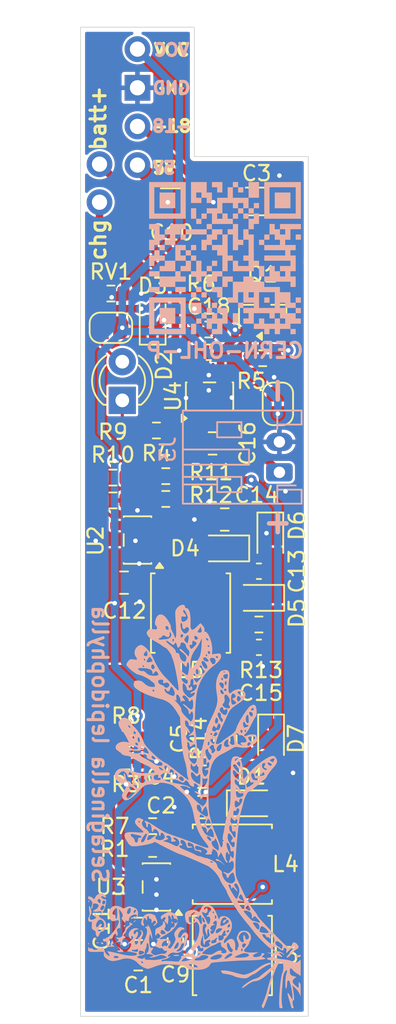
<source format=kicad_pcb>
(kicad_pcb (version 20241229) (generator "pcbnew") (generator_version "9.0")
  (layers (0 "F.Cu" signal) (2 "B.Cu" signal) (13 "F.Paste" user) (15 "B.Paste" user) (5 "F.SilkS" user "F.Silkscreen") (7 "B.SilkS" user "B.Silkscreen") (1 "F.Mask" user) (3 "B.Mask" user) (25 "Edge.Cuts" user))
  (net 0 "")
  (net 1 "GND")
  (net 2 "+5V")
  (net 3 "-18V")
  (net 4 "Net-(U3-FB)")
  (net 5 "Net-(U3-EN)")
  (net 6 "VCC")
  (net 7 "Net-(U2-EN)")
  (net 8 "Net-(U2-FB)")
  (net 9 "/sw")
  (net 10 "/sw2")
  (net 11 "+18V")
  (net 12 "/sw3")
  (net 13 "VBAT")
  (net 14 "VIN")
  (net 15 "Net-(D2-K)")
  (net 16 "Net-(U4-STAT)")
  (net 17 "Net-(U4-PROG)")
  (net 18 "/pump1")
  (net 19 "/pump2")
  (net 20 "Net-(D3-K)")
  (footprint "Capacitor_SMD:C_0805_2012Metric" (layer "F.Cu") (at 79 58.1 180)
    (property "Reference" "C14")
    (property "Value" "10µF")
  )
  (footprint "Capacitor_SMD:C_0603_1608Metric" (layer "F.Cu") (at 81.25 66.5)
    (property "Reference" "C15")
    (property "Value" "1µF")
  )
  (footprint "Diode_SMD:D_SOD-323" (layer "F.Cu") (at 82.05 72.525 -90)
    (property "Reference" "D7")
    (property "Value" "18V")
  )
  (footprint "Diode_SMD:D_SOD-323" (layer "F.Cu") (at 74.25 45 90)
    (property "Reference" "D3")
    (property "Value" "D")
  )
  (footprint "Resistor_SMD:R_0603_1608Metric" (layer "F.Cu") (at 71.633348 55.345826)
    (property "Reference" "R9")
    (property "Value" "100k")
  )
  (footprint "Diode_SMD:D_SOD-323" (layer "F.Cu") (at 80.75 76.75)
    (property "Reference" "D1")
    (property "Value" "D")
  )
  (footprint "Inductor_SMD:L_APV_ANR5040" (layer "F.Cu") (at 76.75 64.25 90)
    (property "Reference" "L5")
    (property "Value" "10µH")
  )
  (footprint "Connector_PinHeader_2.54mm:PinHeader_1x01_P2.54mm_Vertical" (layer "F.Cu") (at 70.75 37.25)
    (property "Reference" "J4" (hide yes))
    (property "Value" "Conn_01x01")
  )
  (footprint "Capacitor_SMD:C_1206_3216Metric" (layer "F.Cu") (at 81.1 37.2)
    (property "Reference" "C3")
    (property "Value" "100µF")
  )
  (footprint "Capacitor_SMD:C_0805_2012Metric" (layer "F.Cu") (at 72.366652 62.25)
    (property "Reference" "C12")
    (property "Value" "10µF")
  )
  (footprint "Capacitor_SMD:C_0805_2012Metric" (layer "F.Cu") (at 77.5 75 180)
    (property "Reference" "C4")
    (property "Value" "10µF")
  )
  (footprint "Capacitor_SMD:C_0603_1608Metric" (layer "F.Cu") (at 81.25 61.5)
    (property "Reference" "C13")
    (property "Value" "1µF")
  )
  (footprint "Resistor_SMD:R_0603_1608Metric" (layer "F.Cu") (at 74.5 52.25)
    (property "Reference" "R4")
    (property "Value" "2K")
  )
  (footprint "Package_TO_SOT_SMD:SOT-23" (layer "F.Cu") (at 81.5 44.75 90)
    (property "Reference" "Q1")
    (property "Value" "BSS84")
  )
  (footprint "Resistor_SMD:R_0603_1608Metric" (layer "F.Cu") (at 81.5 47.5 180)
    (property "Reference" "R5")
    (property "Value" "100K")
  )
  (footprint "Inductor_SMD:L_APV_ANR5040" (layer "F.Cu") (at 79.5 80.75 180)
    (property "Reference" "L4")
    (property "Value" "10µH")
  )
  (footprint "Capacitor_SMD:C_1206_3216Metric" (layer "F.Cu") (at 75.5 37.25)
    (property "Reference" "C10")
    (property "Value" "100µF")
  )
  (footprint "Connector_PinHeader_2.54mm:PinHeader_1x04_P2.54mm_Vertical" (layer "F.Cu") (at 73.25 34.81 180)
    (property "Reference" "J2" (hide yes))
    (property "Value" "Conn_01x04")
  )
  (footprint "Resistor_SMD:R_0603_1608Metric" (layer "F.Cu") (at 71.5 43.25)
    (property "Reference" "RV1")
    (property "Value" "Varistor")
  )
  (footprint "Capacitor_SMD:C_0603_1608Metric" (layer "F.Cu") (at 78.8 72.525 90)
    (property "Reference" "C5")
    (property "Value" "1µF")
  )
  (footprint "LED_THT:LED_D3.0mm" (layer "F.Cu") (at 72.25 50.27 90)
    (property "Reference" "D2")
    (property "Value" "LED_CHR")
  )
  (footprint "Connector_PinHeader_2.54mm:PinHeader_1x01_P2.54mm_Vertical" (layer "F.Cu") (at 70.75 34.75)
    (property "Reference" "J1" (hide yes))
    (property "Value" "Conn_01x01")
  )
  (footprint "Resistor_SMD:R_0603_1608Metric" (layer "F.Cu") (at 75.116652 56.75)
    (property "Reference" "R12")
    (property "Value" "6,8k")
  )
  (footprint "Capacitor_SMD:C_0805_2012Metric" (layer "F.Cu") (at 78.2 53.1)
    (property "Reference" "C16")
    (property "Value" "10uF")
  )
  (footprint "Resistor_SMD:R_0603_1608Metric" (layer "F.Cu") (at 72.5 72.5)
    (property "Reference" "R8")
    (property "Value" "100k")
  )
  (footprint "Resistor_SMD:R_0603_1608Metric" (layer "F.Cu") (at 80.3 72.525 -90)
    (property "Reference" "R14")
    (property "Value" "TBD")
  )
  (footprint "Capacitor_SMD:C_0603_1608Metric" (layer "F.Cu") (at 75.75 85.75 -90)
    (property "Reference" "C9")
    (property "Value" "1µF")
  )
  (footprint "Package_TO_SOT_SMD:SOT-23-5" (layer "F.Cu") (at 74.5 82.25 180)
    (property "Reference" "U3")
    (property "Value" "LGS6302B5")
  )
  (footprint "Resistor_SMD:R_0603_1608Metric" (layer "F.Cu") (at 74.25 79.75)
    (property "Reference" "R1")
    (property "Value" "33k")
  )
  (footprint "Package_TO_SOT_SMD:SOT-23-5" (layer "F.Cu") (at 73.254152 59.45 180)
    (property "Reference" "U2")
    (property "Value" "LGS6302B5")
  )
  (footprint "Capacitor_SMD:C_0805_2012Metric" (layer "F.Cu") (at 73.3 85)
    (property "Reference" "C11")
    (property "Value" "10µF")
  )
  (footprint "Resistor_SMD:R_0603_1608Metric" (layer "F.Cu") (at 74.25 78.25 180)
    (property "Reference" "R7")
    (property "Value" "100k")
  )
  (footprint "Capacitor_SMD:C_0603_1608Metric" (layer "F.Cu") (at 77.95 47.1125 180)
    (property "Reference" "C18")
    (property "Value" "1µF")
  )
  (footprint "Capacitor_SMD:C_0805_2012Metric" (layer "F.Cu") (at 77.5 77 180)
    (property "Reference" "C2")
    (property "Value" "10µF")
  )
  (footprint "Resistor_SMD:R_0603_1608Metric" (layer "F.Cu") (at 81.25 65)
    (property "Reference" "R13")
    (property "Value" "15k")
  )
  (footprint "Diode_SMD:D_SOD-323" (layer "F.Cu") (at 81.3 63.25 180)
    (property "Reference" "D5")
    (property "Value" "D")
  )
  (footprint "Resistor_SMD:R_0603_1608Metric" (layer "F.Cu") (at 71.633348 56.845826)
    (property "Reference" "R10")
    (property "Value" "100k")
  )
  (footprint "Resistor_SMD:R_0603_1608Metric" (layer "F.Cu") (at 75.116652 55.25 180)
    (property "Reference" "R11")
    (property "Value" "100k")
  )
  (footprint "Resistor_SMD:R_0603_1608Metric" (layer "F.Cu") (at 72.5 74)
    (property "Reference" "R3")
    (property "Value" "100k")
  )
  (footprint "Capacitor_SMD:C_0805_2012Metric" (layer "F.Cu") (at 73.3 87)
    (property "Reference" "C1")
    (property "Value" "10µF")
  )
  (footprint "Diode_SMD:D_SOD-323" (layer "F.Cu") (at 79 60 180)
    (property "Reference" "D4")
    (property "Value" "D")
  )
  (footprint "Jumper:SolderJumper-2_P1.3mm_Open_RoundedPad1.0x1.5mm" (layer "F.Cu") (at 71.5 45.5)
    (property "Reference" "JP1" (hide yes))
    (property "Value" "Jumper")
  )
  (footprint "Jumper:SolderJumper-2_P1.3mm_Open_RoundedPad1.0x1.5mm" (layer "F.Cu") (at 82.5 50.5 -90)
    (property "Reference" "JP2" (hide yes))
    (property "Value" "Jumper")
  )
  (footprint "Inductor_SMD:L_APV_ANR5040" (layer "F.Cu") (at 79.5 86.75 90)
    (property "Reference" "L3")
    (property "Value" "10µH")
  )
  (footprint "Package_TO_SOT_SMD:SOT-23-5" (layer "F.Cu") (at 78 50 90)
    (property "Reference" "U4")
    (property "Value" "MCP73831")
  )
  (footprint "Diode_SMD:D_SOD-323" (layer "F.Cu") (at 82 59.25 -90)
    (property "Reference" "D6")
    (property "Value" "D")
  )
  (footprint "Resistor_SMD:R_0603_1608Metric" (layer "F.Cu") (at 77.95 45.6125)
    (property "Reference" "R6")
    (property "Value" "2K")
  )
  (footprint "Connector_JST:JST_PH_S2B-PH-K_1x02_P2.00mm_Horizontal" (layer "B.Cu") (at 82.6 55 90)
    (property "Reference" "J3")
    (property "Value" "Conn_01x02")
  )
  (gr_poly (pts (xy 70.838189 82.672204) (xy 70.82491 82.672833) (xy 70.811644 82.673935) (xy 70.798405 82.675508) (xy 70.785205 82.677549) (xy 70.772054 82.680054) (xy 70.758967 82.683022) (xy 70.745954 82.686449) (xy 70.733028 82.690333) (xy 70.720201 82.694671) (xy 70.707485 82.69946) (xy 70.694893 82.704698) (xy 70.682436 82.710382) (xy 70.670126 82.716508) (xy 70.657977 82.723076) (xy 70.646 82.73008) (xy 70.634206 82.73752) (xy 70.622609 82.745392) (xy 70.611221 82.753693) (xy 70.600053 82.762421) (xy 70.589118 82.771573) (xy 70.578427 82.781145) (xy 70.567994 82.791137) (xy 70.55783 82.801544) (xy 70.547947 82.812364) (xy 70.538358 82.823594) (xy 70.529075 82.835232) (xy 70.520109 82.847275) (xy 70.511473 82.859719) (xy 70.50318 82.872563) (xy 70.495241 82.885803) (xy 70.487668 82.899438) (xy 70.472263 82.927842) (xy 70.458068 82.953015) (xy 70.451394 82.964411) (xy 70.444984 82.975025) (xy 70.438828 82.984866) (xy 70.432912 82.993941) (xy 70.427224 83.00226) (xy 70.421751 83.00983) (xy 70.416481 83.016661) (xy 70.411401 83.022761) (xy 70.406499 83.028138) (xy 70.401763 83.032802) (xy 70.397179 83.036759) (xy 70.392736 83.04002) (xy 70.388421 83.042592) (xy 70.384222 83.044484) (xy 70.382162 83.045177) (xy 70.380126 83.045704) (xy 70.378112 83.046065) (xy 70.37612 83.046262) (xy 70.374147 83.046294) (xy 70.372192 83.046164) (xy 70.370253 83.045873) (xy 70.36833 83.045421) (xy 70.366419 83.04481) (xy 70.364521 83.044041) (xy 70.360752 83.042031) (xy 70.357012 83.039401) (xy 70.353288 83.03616) (xy 70.349566 83.032314) (xy 70.345836 83.027874) (xy 70.342083 83.022847) (xy 70.338297 83.017243) (xy 70.334463 83.011069) (xy 70.330571 83.004334) (xy 70.324338 82.99474) (xy 70.316372 82.985037) (xy 70.306794 82.97529) (xy 70.295727 82.965566) (xy 70.283294 82.95593) (xy 70.269617 82.946448) (xy 70.254817 82.937187) (xy 70.239018 82.928212) (xy 70.222341 82.919589) (xy 70.204909 82.911385) (xy 70.186844 82.903665) (xy 70.168269 82.896494) (xy 70.149305 82.88994) (xy 70.130076 82.884068) (xy 70.110702 82.878944) (xy 70.091307 82.874635) (xy 70.078975 82.87229) (xy 70.067046 82.870262) (xy 70.055493 82.868535) (xy 70.044289 82.867089) (xy 70.033408 82.865908) (xy 70.022821 82.864974) (xy 70.012503 82.86427) (xy 70.002425 82.863778) (xy 70.002425 83.039475) (xy 70.011429 83.037875) (xy 70.020709 83.037362) (xy 70.030285 83.037937) (xy 70.040173 83.039601) (xy 70.050394 83.042355) (xy 70.060964 83.0462) (xy 70.071904 83.051137) (xy 70.083231 83.057168) (xy 70.094964 83.064293) (xy 70.107121 83.072513) (xy 70.119721 83.08183) (xy 70.132782 83.092244) (xy 70.146323 83.103757) (xy 70.160363 83.11637) (xy 70.174919 83.130083) (xy 70.190011 83.144898) (xy 70.207018 83.162442) (xy 70.222053 83.179208) (xy 70.235158 83.195418) (xy 70.246377 83.211296) (xy 70.255752 83.227065) (xy 70.263327 83.242947) (xy 70.266452 83.251) (xy 70.269143 83.259165) (xy 70.271405 83.267469) (xy 70.273244 83.275942) (xy 70.274665 83.284609) (xy 70.275673 83.2935) (xy 70.276471 83.312064) (xy 70.275683 83.331855) (xy 70.273351 83.353097) (xy 70.269518 83.376011) (xy 70.264226 83.400822) (xy 70.257518 83.427752) (xy 70.249438 83.457024) (xy 70.226641 83.536915) (xy 70.217692 83.569049) (xy 70.210382 83.596363) (xy 70.204717 83.619148) (xy 70.202503 83.628933) (xy 70.200703 83.637694) (xy 70.199317 83.645468) (xy 70.198345 83.652291) (xy 70.197789 83.6582) (xy 70.197648 83.663231) (xy 70.197925 83.667419) (xy 70.198619 83.670802) (xy 70.199122 83.672203) (xy 70.199731 83.673416) (xy 70.200444 83.674446) (xy 70.201261 83.675297) (xy 70.202184 83.675974) (xy 70.203212 83.676482) (xy 70.204344 83.676824) (xy 70.205582 83.677005) (xy 70.206925 83.677031) (xy 70.208373 83.676905) (xy 70.211585 83.676218) (xy 70.21522 83.674979) (xy 70.219277 83.673224) (xy 70.223758 83.670991) (xy 70.228664 83.668316) (xy 70.239749 83.661783) (xy 70.252539 83.653916) (xy 70.258601 83.649417) (xy 70.26449 83.643568) (xy 70.270178 83.636462) (xy 70.275633 83.628192) (xy 70.280826 83.618852) (xy 70.285726 83.608534) (xy 70.290303 83.597331) (xy 70.294527 83.585335) (xy 70.298367 83.572641) (xy 70.301793 83.55934) (xy 70.304776 83.545526) (xy 70.307284 83.531292) (xy 70.309287 83.51673) (xy 70.310756 83.501934) (xy 70.311659 83.486995) (xy 70.311967 83.472008) (xy 70.312609 83.445543) (xy 70.314655 83.422021) (xy 70.318283 83.401372) (xy 70.320745 83.392104) (xy 70.32367 83.383528) (xy 70.32708 83.375636) (xy 70.330997 83.368419) (xy 70.335442 83.361868) (xy 70.340439 83.355976) (xy 70.34601 83.350732) (xy 70.352177 83.34613) (xy 70.358962 83.342159) (xy 70.366388 83.338812) (xy 70.374477 83.336079) (xy 70.38325 83.333952) (xy 70.392732 83.332423) (xy 70.402943 83.331483) (xy 70.413905 83.331122) (xy 70.425643 83.331334) (xy 70.451529 83.333436) (xy 70.48078 83.337721) (xy 70.513574 83.344118) (xy 70.550088 83.35256) (xy 70.590502 83.362977) (xy 70.607734 83.36841) (xy 70.623179 83.374939) (xy 70.636868 83.382501) (xy 70.64883 83.391032) (xy 70.659094 83.400468) (xy 70.667691 83.410746) (xy 70.674649 83.421802) (xy 70.68 83.433573) (xy 70.683771 83.445994) (xy 70.685993 83.459003) (xy 70.686696 83.472535) (xy 70.685909 83.486528) (xy 70.683661 83.500917) (xy 70.679983 83.515638) (xy 70.674904 83.530629) (xy 70.668454 83.545826) (xy 70.660662 83.561164) (xy 70.651557 83.576581) (xy 70.641171 83.592012) (xy 70.629531 83.607395) (xy 70.616668 83.622665) (xy 70.602611 83.637759) (xy 70.587391 83.652613) (xy 70.571036 83.667164) (xy 70.553577 83.681348) (xy 70.535042 83.695101) (xy 70.515462 83.70836) (xy 70.494866 83.721061) (xy 70.473284 83.733141) (xy 70.450745 83.744536) (xy 70.42728 83.755182) (xy 70.402917 83.765015) (xy 70.386219 83.771778) (xy 70.37172 83.778548) (xy 70.359357 83.785301) (xy 70.349065 83.792011) (xy 70.340782 83.798655) (xy 70.334445 83.805206) (xy 70.329991 83.81164) (xy 70.327356 83.817932) (xy 70.326478 83.824056) (xy 70.327292 83.829988) (xy 70.329737 83.835703) (xy 70.333749 83.841175) (xy 70.339264 83.846379) (xy 70.346221 83.851291) (xy 70.354554 83.855886) (xy 70.364202 83.860138) (xy 70.387189 83.867513) (xy 70.414675 83.873218) (xy 70.446156 83.877051) (xy 70.481126 83.878813) (xy 70.51908 83.878303) (xy 70.559513 83.87532) (xy 70.60192 83.869666) (xy 70.645797 83.861138) (xy 70.663964 83.857292) (xy 70.681715 83.854029) (xy 70.699014 83.851332) (xy 70.715828 83.849187) (xy 70.732122 83.847579) (xy 70.74786 83.846491) (xy 70.763009 83.84591) (xy 70.777534 83.845819) (xy 70.7914 83.846203) (xy 70.804573 83.847048) (xy 70.817018 83.848337) (xy 70.8287 83.850055) (xy 70.839584 83.852187) (xy 70.849637 83.854719) (xy 70.858824 83.857634) (xy 70.867109 83.860917) (xy 70.874459 83.864553) (xy 70.880838 83.868527) (xy 70.886213 83.872823) (xy 70.890547 83.877426) (xy 70.893808 83.882322) (xy 70.895025 83.884874) (xy 70.89596 83.887493) (xy 70.89661 83.890178) (xy 70.896969 83.892926) (xy 70.897034 83.895736) (xy 70.8968 83.898605) (xy 70.896263 83.901532) (xy 70.895418 83.904515) (xy 70.894261 83.907552) (xy 70.892789 83.91064) (xy 70.888878 83.916965) (xy 70.883651 83.923475) (xy 70.877072 83.930155) (xy 70.869109 83.936989) (xy 70.859724 83.943962) (xy 70.848885 83.951058) (xy 70.842724 83.955185) (xy 70.836735 83.959805) (xy 70.830951 83.96487) (xy 70.825402 83.970329) (xy 70.82012 83.976131) (xy 70.815134 83.982226) (xy 70.810476 83.988563) (xy 70.806178 83.995093) (xy 70.802269 84.001765) (xy 70.798781 84.008527) (xy 70.795745 84.015331) (xy 70.793191 84.022126) (xy 70.791151 84.028861) (xy 70.789656 84.035486) (xy 70.788736 84.04195) (xy 70.788422 84.048203) (xy 70.788773 84.058001) (xy 70.789809 84.066422) (xy 70.791509 84.07349) (xy 70.793852 84.079226) (xy 70.796816 84.083655) (xy 70.800379 84.086798) (xy 70.804519 84.088678) (xy 70.809216 84.089318) (xy 70.814447 84.088742) (xy 70.82019 84.08697) (xy 70.826424 84.084028) (xy 70.833127 84.079936) (xy 70.847854 84.068397) (xy 70.864198 84.052536) (xy 70.881985 84.032534) (xy 70.901042 84.008574) (xy 70.921195 83.980838) (xy 70.942271 83.949508) (xy 70.964096 83.914765) (xy 70.986498 83.876793) (xy 71.009302 83.835772) (xy 71.032336 83.791886) (xy 71.058502 83.736261) (xy 71.082602 83.676584) (xy 71.104497 83.613981) (xy 71.120338 83.561799) (xy 71.072278 83.561799) (xy 71.071822 83.570375) (xy 71.070377 83.579605) (xy 71.067986 83.589404) (xy 71.064689 83.599689) (xy 71.060528 83.610376) (xy 71.055544 83.62138) (xy 71.049778 83.632617) (xy 71.043271 83.644004) (xy 71.036065 83.655456) (xy 71.028201 83.66689) (xy 71.019721 83.67822) (xy 71.010666 83.689364) (xy 71.001076 83.700237) (xy 70.990994 83.710755) (xy 70.978457 83.722697) (xy 70.966132 83.733278) (xy 70.95405 83.742529) (xy 70.942242 83.750478) (xy 70.930737 83.757157) (xy 70.919567 83.762596) (xy 70.908761 83.766825) (xy 70.898351 83.769874) (xy 70.888366 83.771773) (xy 70.878838 83.772552) (xy 70.869796 83.772243) (xy 70.861272 83.770874) (xy 70.853295 83.768476) (xy 70.845896 83.76508) (xy 70.839105 83.760716) (xy 70.832954 83.755413) (xy 70.827472 83.749202) (xy 70.82269 83.742113) (xy 70.818639 83.734177) (xy 70.815348 83.725423) (xy 70.812849 83.715882) (xy 70.811172 83.705584) (xy 70.810347 83.694559) (xy 70.810404 83.682838) (xy 70.811375 83.67045) (xy 70.81329 83.657426) (xy 70.816178 83.643796) (xy 70.820072 83.62959) (xy 70.825 83.614838) (xy 70.830994 83.599571) (xy 70.838084 83.583819) (xy 70.846301 83.567612) (xy 70.85377 83.554405) (xy 70.861544 83.542084) (xy 70.86959 83.530651) (xy 70.877877 83.520109) (xy 70.886375 83.510458) (xy 70.895052 83.501702) (xy 70.903877 83.493842) (xy 70.912818 83.48688) (xy 70.921844 83.480818) (xy 70.92638 83.478125) (xy 70.930925 83.475658) (xy 70.935475 83.473417) (xy 70.940028 83.471401) (xy 70.944578 83.469613) (xy 70.949123 83.468051) (xy 70.953657 83.466716) (xy 70.958178 83.465608) (xy 70.962681 83.464728) (xy 70.967162 83.464075) (xy 70.971618 83.46365) (xy 70.976045 83.463454) (xy 70.980438 83.463485) (xy 70.984793 83.463746) (xy 70.991489 83.464667) (xy 70.998074 83.466157) (xy 71.004533 83.468214) (xy 71.01085 83.47084) (xy 71.01701 83.474036) (xy 71.022999 83.477802) (xy 71.0288 83.482138) (xy 71.034398 83.487046) (xy 71.039779 83.492526) (xy 71.044926 83.498577) (xy 71.049825 83.505202) (xy 71.05446 83.512401) (xy 71.058817 83.520174) (xy 71.062879 83.528522) (xy 71.066632 83.537445) (xy 71.07006 83.546944) (xy 71.071018 83.550345) (xy 71.071704 83.553961) (xy 71.072122 83.557782) (xy 71.072278 83.561799) (xy 71.120338 83.561799) (xy 71.124046 83.549582) (xy 71.141111 83.484514) (xy 71.155552 83.419904) (xy 71.167227 83.356882) (xy 71.175998 83.296575) (xy 71.180718 83.250042) (xy 71.134057 83.250042) (xy 71.133497 83.26053) (xy 71.132048 83.270927) (xy 71.129686 83.281157) (xy 71.128155 83.286186) (xy 71.126387 83.291146) (xy 71.122633 83.300288) (xy 71.118561 83.309) (xy 71.114192 83.317274) (xy 71.109546 83.325105) (xy 71.104642 83.332488) (xy 71.099502 83.339417) (xy 71.094144 83.345887) (xy 71.088589 83.351891) (xy 71.082856 83.357425) (xy 71.076967 83.362482) (xy 71.07094 83.367057) (xy 71.064796 83.371144) (xy 71.058555 83.374738) (xy 71.052237 83.377832) (xy 71.045861 83.380422) (xy 71.039448 83.382502) (xy 71.033019 83.384066) (xy 71.026591 83.385109) (xy 71.020187 83.385624) (xy 71.013825 83.385606) (xy 71.007527 83.38505) (xy 71.001311 83.38395) (xy 70.995197 83.3823) (xy 70.989207 83.380095) (xy 70.983359 83.377328) (xy 70.977674 83.373995) (xy 70.972172 83.37009) (xy 70.966873 83.365607) (xy 70.961796 83.36054) (xy 70.956963 83.354884) (xy 70.952392 83.348634) (xy 70.948104 83.341782) (xy 70.943937 83.333846) (xy 70.940458 83.325678) (xy 70.937643 83.317311) (xy 70.935473 83.308776) (xy 70.933924 83.300108) (xy 70.932975 83.291337) (xy 70.932604 83.282497) (xy 70.932791 83.273619) (xy 70.933512 83.264738) (xy 70.934747 83.255885) (xy 70.936473 83.247092) (xy 70.938669 83.238392) (xy 70.941313 83.229818) (xy 70.944384 83.221403) (xy 70.947859 83.213178) (xy 70.951718 83.205176) (xy 70.955938 83.19743) (xy 70.960497 83.189972) (xy 70.962523 83.187008) (xy 70.834382 83.187008) (xy 70.833737 83.198952) (xy 70.832347 83.210776) (xy 70.830197 83.22239) (xy 70.827273 83.233707) (xy 70.823563 83.244637) (xy 70.816887 83.261617) (xy 70.810711 83.276337) (xy 70.80487 83.288802) (xy 70.802024 83.294191) (xy 70.7992 83.299018) (xy 70.796377 83.303285) (xy 70.793535 83.306991) (xy 70.790653 83.310138) (xy 70.787712 83.312727) (xy 70.784689 83.314757) (xy 70.781565 83.31623) (xy 70.778319 83.317147) (xy 70.774931 83.317508) (xy 70.77138 83.317313) (xy 70.767645 83.316564) (xy 70.763706 83.315261) (xy 70.759542 83.313406) (xy 70.755132 83.310997) (xy 70.750457 83.308038) (xy 70.745495 83.304527) (xy 70.740227 83.300466) (xy 70.728686 83.290696) (xy 70.715669 83.278734) (xy 70.701014 83.264584) (xy 70.684554 83.248254) (xy 70.670832 83.234152) (xy 70.658778 83.22091) (xy 70.653373 83.214584) (xy 70.648379 83.20844) (xy 70.643795 83.202468) (xy 70.63962 83.196656) (xy 70.63585 83.190994) (xy 70.632486 83.185472) (xy 70.629524 83.180077) (xy 70.626963 83.174799) (xy 70.624801 83.169628) (xy 70.623036 83.164553) (xy 70.621667 83.159562) (xy 70.620692 83.154646) (xy 70.620108 83.149792) (xy 70.619915 83.144991) (xy 70.62011 83.140231) (xy 70.620692 83.135502) (xy 70.621658 83.130793) (xy 70.623007 83.126093) (xy 70.624738 83.121391) (xy 70.626847 83.116676) (xy 70.629335 83.111938) (xy 70.632198 83.107165) (xy 70.635434 83.102348) (xy 70.639043 83.097474) (xy 70.643023 83.092533) (xy 70.64737 83.087515) (xy 70.652085 83.082409) (xy 70.657164 83.077203) (xy 70.662129 83.072347) (xy 70.666994 83.06779) (xy 70.671763 83.063533) (xy 70.676445 83.059577) (xy 70.681044 83.055923) (xy 70.685566 83.052571) (xy 70.690019 83.049523) (xy 70.694408 83.046778) (xy 70.698739 83.044339) (xy 70.703019 83.042205) (xy 70.707254 83.040378) (xy 70.711449 83.038858) (xy 70.715611 83.037646) (xy 70.719747 83.036743) (xy 70.723861 83.036149) (xy 70.727961 83.035867) (xy 70.727961 83.036378) (xy 70.732052 83.036398) (xy 70.736136 83.036723) (xy 70.740219 83.037352) (xy 70.744307 83.038285) (xy 70.748407 83.039521) (xy 70.752526 83.04106) (xy 70.75667 83.042902) (xy 70.760846 83.045047) (xy 70.76506 83.047494) (xy 70.769319 83.050243) (xy 70.773629 83.053294) (xy 70.777997 83.056647) (xy 70.782429 83.060301) (xy 70.786931 83.064255) (xy 70.791512 83.068511) (xy 70.796176 83.073067) (xy 70.80283 83.080477) (xy 70.808889 83.088743) (xy 70.814339 83.097776) (xy 70.819167 83.107487) (xy 70.823358 83.117788) (xy 70.8269 83.12859) (xy 70.829778 83.139805) (xy 70.831979 83.151342) (xy 70.83349 83.163114) (xy 70.834295 83.175033) (xy 70.834382 83.187008) (xy 70.962523 83.187008) (xy 70.965375 83.182836) (xy 70.970549 83.176052) (xy 70.975997 83.169654) (xy 70.981698 83.163675) (xy 70.98763 83.158146) (xy 70.993772 83.153101) (xy 71.000101 83.148571) (xy 71.006596 83.14459) (xy 71.013236 83.14119) (xy 71.019998 83.138404) (xy 71.026861 83.136263) (xy 71.033804 83.134801) (xy 71.040803 83.134049) (xy 71.047839 83.134042) (xy 71.049852 83.134126) (xy 71.051867 83.134299) (xy 71.053882 83.134558) (xy 71.055899 83.134901) (xy 71.057914 83.135323) (xy 71.059929 83.135822) (xy 71.061942 83.136396) (xy 71.063953 83.13704) (xy 71.065961 83.137752) (xy 71.067965 83.138529) (xy 71.069965 83.139368) (xy 71.071961 83.140266) (xy 71.07395 83.14122) (xy 71.075933 83.142227) (xy 71.07791 83.143284) (xy 71.079879 83.144387) (xy 71.084101 83.147146) (xy 71.088174 83.150117) (xy 71.092094 83.15329) (xy 71.09586 83.156656) (xy 71.102913 83.163929) (xy 71.109309 83.171861) (xy 71.115026 83.180377) (xy 71.12004 83.189402) (xy 71.124328 83.198862) (xy 71.127866 83.20868) (xy 71.130632 83.218782) (xy 71.132601 83.229093) (xy 71.13375 83.239539) (xy 71.134057 83.250042) (xy 71.180718 83.250042) (xy 71.181726 83.240112) (xy 71.184269 83.188619) (xy 71.183488 83.143226) (xy 71.181808 83.123168) (xy 71.179244 83.105059) (xy 71.17578 83.089039) (xy 71.171397 83.075248) (xy 71.166078 83.063828) (xy 71.159806 83.05492) (xy 71.152564 83.048665) (xy 71.144333 83.045204) (xy 71.135096 83.044677) (xy 71.124837 83.047227) (xy 71.115852 83.049983) (xy 71.106181 83.051675) (xy 71.095898 83.052354) (xy 71.085078 83.052074) (xy 71.073797 83.050887) (xy 71.062129 83.048845) (xy 71.05015 83.046002) (xy 71.037936 83.042409) (xy 71.025561 83.038121) (xy 71.0131 83.033189) (xy 71.00063 83.027665) (xy 70.988224 83.021604) (xy 70.975958 83.015057) (xy 70.963908 83.008076) (xy 70.952148 83.000716) (xy 70.940754 82.993027) (xy 70.929801 82.985064) (xy 70.919365 82.976879) (xy 70.909519 82.968523) (xy 70.90034 82.960051) (xy 70.891903 82.951514) (xy 70.884283 82.942966) (xy 70.877554 82.934458) (xy 70.871794 82.926044) (xy 70.867075 82.917777) (xy 70.863475 82.909708) (xy 70.861067 82.901891) (xy 70.859928 82.894379) (xy 70.860132 82.887223) (xy 70.861754 82.880477) (xy 70.86487 82.874193) (xy 70.869555 82.868424) (xy 70.871908 82.866309) (xy 70.874525 82.864404) (xy 70.877396 82.862709) (xy 70.880512 82.86122) (xy 70.887435 82.858859) (xy 70.895214 82.857304) (xy 70.903769 82.856543) (xy 70.91302 82.856559) (xy 70.922887 82.85734) (xy 70.933288 82.858869) (xy 70.944145 82.861134) (xy 70.955376 82.864118) (xy 70.966902 82.867808) (xy 70.978641 82.872189) (xy 70.990515 82.877246) (xy 71.002442 82.882966) (xy 71.014342 82.889333) (xy 71.026135 82.896333) (xy 71.040275 82.904783) (xy 71.053786 82.912107) (xy 71.066653 82.918338) (xy 71.078861 82.923506) (xy 71.090394 82.927643) (xy 71.101236 82.930781) (xy 71.111373 82.932951) (xy 71.120788 82.934185) (xy 71.129467 82.934515) (xy 71.137394 82.933971) (xy 71.144553 82.932586) (xy 71.150929 82.930392) (xy 71.156507 82.927419) (xy 71.161271 82.923699) (xy 71.165205 82.919264) (xy 71.168294 82.914146) (xy 71.170523 82.908376) (xy 71.171877 82.901986) (xy 71.172339 82.895007) (xy 71.171894 82.887471) (xy 71.170528 82.879409) (xy 71.168223 82.870853) (xy 71.164966 82.861835) (xy 71.16074 82.852386) (xy 71.155531 82.842538) (xy 71.149321 82.832322) (xy 71.142098 82.82177) (xy 71.133843 82.810914) (xy 71.124543 82.799785) (xy 71.114182 82.788415) (xy 71.102744 82.776835) (xy 71.090214 82.765076) (xy 71.077074 82.753737) (xy 71.063592 82.743153) (xy 71.049791 82.733322) (xy 71.035694 82.724237) (xy 71.021323 82.715897) (xy 71.006699 82.708296) (xy 70.991845 82.70143) (xy 70.976784 82.695295) (xy 70.961536 82.689888) (xy 70.946126 82.685203) (xy 70.930574 82.681238) (xy 70.914902 82.677987) (xy 70.899134 82.675447) (xy 70.883291 82.673614) (xy 70.867396 82.672483) (xy 70.85147 82.672051)) (fill yes) (layer "B.SilkS"))
  (gr_poly (pts (xy 70.002425 86.045495) (xy 70.00312 86.044709) (xy 70.003826 86.043941) (xy 70.004544 86.04319) (xy 70.005274 86.042455) (xy 70.006018 86.041737) (xy 70.006776 86.041033) (xy 70.00755 86.040343) (xy 70.00834 86.039667) (xy 70.009147 86.039003) (xy 70.009971 86.038351) (xy 70.010815 86.037711) (xy 70.011678 86.03708) (xy 70.012561 86.036459) (xy 70.013466 86.035847) (xy 70.014393 86.035243) (xy 70.015343 86.034646) (xy 70.022116 86.030267) (xy 70.028301 86.025877) (xy 70.033913 86.021482) (xy 70.038963 86.01709) (xy 70.043463 86.01271) (xy 70.047426 86.008349) (xy 70.050865 86.004015) (xy 70.053791 85.999716) (xy 70.056217 85.99546) (xy 70.058155 85.991256) (xy 70.059618 85.98711) (xy 70.060619 85.983031) (xy 70.061168 85.979027) (xy 70.061279 85.975105) (xy 70.060965 85.971274) (xy 70.060237 85.967541) (xy 70.059107 85.963915) (xy 70.057589 85.960403) (xy 70.055694 85.957014) (xy 70.053436 85.953754) (xy 70.050825 85.950633) (xy 70.047875 85.947657) (xy 70.044598 85.944836) (xy 70.041006 85.942176) (xy 70.037112 85.939686) (xy 70.032928 85.937374) (xy 70.028466 85.935247) (xy 70.023739 85.933314) (xy 70.018759 85.931582) (xy 70.013538 85.930059) (xy 70.00809 85.928754) (xy 70.002425 85.927674)) (fill yes) (layer "B.SilkS"))
  (gr_poly (pts (xy 73.16709 84.397538) (xy 73.165523 84.398081) (xy 73.163571 84.398997) (xy 73.158501 84.401938) (xy 73.151867 84.406343) (xy 73.143655 84.412195) (xy 73.13385 84.419476) (xy 73.122439 84.42817) (xy 73.094743 84.449723) (xy 73.084134 84.458165) (xy 73.073829 84.46659) (xy 73.063881 84.474947) (xy 73.054342 84.483183) (xy 73.045263 84.491246) (xy 73.036699 84.499083) (xy 73.028701 84.506643) (xy 73.021322 84.513874) (xy 73.014614 84.520723) (xy 73.00863 84.527138) (xy 73.003423 84.533067) (xy 72.999045 84.538458) (xy 72.995548 84.543259) (xy 72.992985 84.547417) (xy 72.992071 84.549239) (xy 72.991409 84.55088) (xy 72.991007 84.552335) (xy 72.990872 84.553597) (xy 72.991015 84.557957) (xy 72.99144 84.561847) (xy 72.992144 84.56527) (xy 72.993123 84.568227) (xy 72.994374 84.570722) (xy 72.995893 84.572757) (xy 72.997676 84.574334) (xy 72.99972 84.575455) (xy 73.00202 84.576123) (xy 73.004575 84.576341) (xy 73.007378 84.57611) (xy 73.010428 84.575434) (xy 73.013721 84.574314) (xy 73.017252 84.572752) (xy 73.021018 84.570752) (xy 73.025016 84.568316) (xy 73.033691 84.562144) (xy 73.043248 84.554256) (xy 73.053658 84.54467) (xy 73.064892 84.533406) (xy 73.076921 84.520482) (xy 73.089714 84.505918) (xy 73.103244 84.489734) (xy 73.11748 84.471947) (xy 73.131958 84.453422) (xy 73.144129 84.437637) (xy 73.14934 84.430756) (xy 73.153963 84.42454) (xy 73.157995 84.418982) (xy 73.161432 84.414078) (xy 73.164271 84.409818) (xy 73.166508 84.406199) (xy 73.1674 84.404626) (xy 73.16814 84.403212) (xy 73.168728 84.401953) (xy 73.169162 84.400851) (xy 73.169444 84.399903) (xy 73.169572 84.399109) (xy 73.169546 84.398469) (xy 73.169475 84.398206) (xy 73.169366 84.397981) (xy 73.169218 84.397794) (xy 73.16903 84.397645) (xy 73.168805 84.397533) (xy 73.16854 84.39746) (xy 73.167893 84.397424)) (fill yes) (layer "B.SilkS"))
  (gr_poly (pts (xy 70.083558 83.493714) (xy 70.081991 83.494293) (xy 70.080469 83.495164) (xy 70.07899 83.496326) (xy 70.077552 83.49778) (xy 70.076154 83.499524) (xy 70.074793 83.501557) (xy 70.073469 83.503879) (xy 70.072179 83.506489) (xy 70.070922 83.509385) (xy 70.069695 83.512568) (xy 70.068498 83.516037) (xy 70.067328 83.519791) (xy 70.066183 83.523828) (xy 70.065063 83.528149) (xy 70.062886 83.537637) (xy 70.06059 83.550568) (xy 70.058791 83.565177) (xy 70.05748 83.581299) (xy 70.05665 83.598775) (xy 70.056396 83.637134) (xy 70.057957 83.678957) (xy 70.061265 83.722946) (xy 70.06625 83.767803) (xy 70.072843 83.812232) (xy 70.080973 83.854935) (xy 70.0868 83.886401) (xy 70.090912 83.918152) (xy 70.093372 83.950009) (xy 70.094239 83.981794) (xy 70.093574 84.013328) (xy 70.091437 84.044433) (xy 70.087889 84.074931) (xy 70.08299 84.104644) (xy 70.076801 84.133391) (xy 70.069382 84.160996) (xy 70.060793 84.18728) (xy 70.051096 84.212064) (xy 70.04035 84.23517) (xy 70.028616 84.256419) (xy 70.015954 84.275633) (xy 70.002425 84.292634) (xy 70.002425 84.463166) (xy 70.010218 84.466752) (xy 70.017683 84.470372) (xy 70.024797 84.474018) (xy 70.031534 84.477681) (xy 70.037871 84.481353) (xy 70.043783 84.485027) (xy 70.049247 84.488693) (xy 70.054238 84.492344) (xy 70.058733 84.495971) (xy 70.060786 84.497773) (xy 70.062706 84.499566) (xy 70.06449 84.501349) (xy 70.066135 84.503121) (xy 70.067637 84.504881) (xy 70.068994 84.506627) (xy 70.070202 84.50836) (xy 70.07126 84.510077) (xy 70.072163 84.511779) (xy 70.072908 84.513462) (xy 70.073493 84.515128) (xy 70.073915 84.516774) (xy 70.07417 84.5184) (xy 70.074256 84.520005) (xy 70.074378 84.522671) (xy 70.074741 84.52521) (xy 70.075339 84.527624) (xy 70.076167 84.529909) (xy 70.077217 84.532064) (xy 70.078484 84.53409) (xy 70.079963 84.535984) (xy 70.081647 84.537745) (xy 70.08353 84.539372) (xy 70.085608 84.540863) (xy 70.087872 84.542219) (xy 70.090319 84.543436) (xy 70.092941 84.544516) (xy 70.095733 84.545455) (xy 70.101803 84.546908) (xy 70.108482 84.547787) (xy 70.115723 84.548083) (xy 70.123477 84.547785) (xy 70.131698 84.546885) (xy 70.140339 84.545372) (xy 70.149352 84.543238) (xy 70.15869 84.540471) (xy 70.168305 84.537064) (xy 70.182315 84.532202) (xy 70.19483 84.529067) (xy 70.205907 84.527823) (xy 70.210924 84.527962) (xy 70.215601 84.528635) (xy 70.219947 84.529862) (xy 70.223968 84.531665) (xy 70.227671 84.534063) (xy 70.231062 84.537077) (xy 70.23415 84.540728) (xy 70.236941 84.545036) (xy 70.239441 84.550021) (xy 70.241658 84.555704) (xy 70.24527 84.569245) (xy 70.247833 84.585824) (xy 70.249401 84.605602) (xy 70.25003 84.628745) (xy 70.249776 84.655416) (xy 70.248695 84.685779) (xy 70.244271 84.758233) (xy 70.241507 84.799565) (xy 70.239618 84.836503) (xy 70.238754 84.869384) (xy 70.239066 84.89855) (xy 70.239711 84.911845) (xy 70.240706 84.924338) (xy 70.242071 84.936072) (xy 70.243824 84.947089) (xy 70.245984 84.957432) (xy 70.248571 84.967143) (xy 70.251602 84.976264) (xy 70.255097 84.984838) (xy 70.259075 84.992908) (xy 70.263554 85.000515) (xy 70.268554 85.007702) (xy 70.274093 85.014512) (xy 70.28019 85.020987) (xy 70.286864 85.02717) (xy 70.294133 85.033102) (xy 70.302018 85.038827) (xy 70.310535 85.044387) (xy 70.319706 85.049824) (xy 70.329547 85.055181) (xy 70.340078 85.0605) (xy 70.363286 85.071194) (xy 70.389481 85.082246) (xy 70.405951 85.089264) (xy 70.421563 85.096479) (xy 70.436254 85.103836) (xy 70.44996 85.11128) (xy 70.456424 85.115018) (xy 70.462618 85.118758) (xy 70.468535 85.122493) (xy 70.474165 85.126215) (xy 70.479502 85.129918) (xy 70.484537 85.133596) (xy 70.489262 85.137242) (xy 70.49367 85.140848) (xy 70.497752 85.144408) (xy 70.501501 85.147915) (xy 70.504909 85.151363) (xy 70.507967 85.154745) (xy 70.510669 85.158053) (xy 70.513005 85.161281) (xy 70.514968 85.164422) (xy 70.51655 85.16747) (xy 70.517743 85.170418) (xy 70.518539 85.173258) (xy 70.51893 85.175984) (xy 70.518909 85.17859) (xy 70.518467 85.181068) (xy 70.517597 85.183411) (xy 70.51629 85.185614) (xy 70.514538 85.187669) (xy 70.509617 85.193651) (xy 70.505496 85.200874) (xy 70.502147 85.209245) (xy 70.499542 85.218669) (xy 70.497654 85.229053) (xy 70.496454 85.240303) (xy 70.495915 85.252325) (xy 70.496009 85.265025) (xy 70.497985 85.292084) (xy 70.502159 85.32073) (xy 70.508308 85.350211) (xy 70.516211 85.379777) (xy 70.525644 85.408676) (xy 70.536384 85.436158) (xy 70.54821 85.461473) (xy 70.560898 85.483868) (xy 70.567496 85.493737) (xy 70.574226 85.502594) (xy 70.58106 85.510346) (xy 70.587972 85.516899) (xy 70.594931 85.522159) (xy 70.601912 85.526033) (xy 70.608886 85.528426) (xy 70.615824 85.529244) (xy 70.619171 85.52901) (xy 70.622651 85.528315) (xy 70.626257 85.527171) (xy 70.62998 85.525589) (xy 70.637741 85.521159) (xy 70.645867 85.515116) (xy 70.65429 85.507554) (xy 70.662941 85.498564) (xy 70.671754 85.488239) (xy 70.68066 85.47667) (xy 70.68959 85.463951) (xy 70.698477 85.450173) (xy 70.707253 85.435428) (xy 70.715849 85.41981) (xy 70.724199 85.40341) (xy 70.732233 85.38632) (xy 70.739883 85.368634) (xy 70.747082 85.350442) (xy 70.754877 85.33111) (xy 70.763342 85.31259) (xy 70.772419 85.294941) (xy 70.782048 85.278223) (xy 70.79217 85.262497) (xy 70.802727 85.247823) (xy 70.813659 85.23426) (xy 70.824906 85.22187) (xy 70.83063 85.216133) (xy 70.836411 85.210712) (xy 70.842241 85.205614) (xy 70.848113 85.200847) (xy 70.85402 85.196417) (xy 70.859954 85.192334) (xy 70.865907 85.188603) (xy 70.871874 85.185234) (xy 70.877845 85.182232) (xy 70.883814 85.179607) (xy 70.889773 85.177364) (xy 70.895715 85.175513) (xy 70.901633 85.17406) (xy 70.907519 85.173012) (xy 70.913365 85.172379) (xy 70.919165 85.172166) (xy 70.924659 85.171966) (xy 70.930341 85.171372) (xy 70.9362 85.170394) (xy 70.942221 85.169042) (xy 70.954698 85.165256) (xy 70.96767 85.160092) (xy 70.981031 85.153628) (xy 70.994677 85.145942) (xy 71.008503 85.137114) (xy 71.022406 85.127222) (xy 71.036279 85.116344) (xy 71.050019 85.104559) (xy 71.063521 85.091946) (xy 71.076681 85.078583) (xy 71.089394 85.064549) (xy 71.101555 85.049922) (xy 71.11306 85.034781) (xy 71.123805 85.019204) (xy 71.137227 84.99732) (xy 71.149207 84.974895) (xy 71.159763 84.951988) (xy 71.168911 84.928656) (xy 71.17667 84.904958) (xy 71.183055 84.880951) (xy 71.188084 84.856694) (xy 71.191775 84.832245) (xy 71.194144 84.807661) (xy 71.195209 84.783) (xy 71.194986 84.758322) (xy 71.193493 84.733683) (xy 71.19245 84.724364) (xy 71.059196 84.724364) (xy 71.05913 84.741722) (xy 71.057537 84.759361) (xy 71.054396 84.777332) (xy 71.049689 84.795683) (xy 71.043396 84.814463) (xy 71.035498 84.833724) (xy 71.025975 84.853513) (xy 71.014808 84.87388) (xy 71.001978 84.894875) (xy 70.987465 84.916547) (xy 70.971249 84.938947) (xy 70.953313 84.962122) (xy 70.933635 84.986123) (xy 70.905428 85.019182) (xy 70.879394 85.048683) (xy 70.855373 85.07471) (xy 70.844066 85.086446) (xy 70.833203 85.097347) (xy 70.822762 85.107421) (xy 70.812723 85.116679) (xy 70.803067 85.125133) (xy 70.793774 85.132792) (xy 70.784822 85.139667) (xy 70.776193 85.145769) (xy 70.767866 85.151109) (xy 70.75982 85.155697) (xy 70.752037 85.159543) (xy 70.744495 85.162658) (xy 70.737175 85.165054) (xy 70.730056 85.166739) (xy 70.723119 85.167726) (xy 70.716343 85.168024) (xy 70.709708 85.167645) (xy 70.703194 85.166598) (xy 70.696781 85.164895) (xy 70.69045 85.162545) (xy 70.684178 85.15956) (xy 70.677948 85.155951) (xy 70.671738 85.151727) (xy 70.665529 85.146899) (xy 70.6593 85.141479) (xy 70.653031 85.135476) (xy 70.651367 85.133418) (xy 70.6501 85.13098) (xy 70.649223 85.128177) (xy 70.648729 85.125019) (xy 70.64861 85.121518) (xy 70.648861 85.117689) (xy 70.650441 85.109089) (xy 70.653413 85.099319) (xy 70.657721 85.088476) (xy 70.663311 85.076659) (xy 70.670125 85.063967) (xy 70.67811 85.050497) (xy 70.687208 85.036349) (xy 70.697364 85.021621) (xy 70.708523 85.006411) (xy 70.720628 84.990818) (xy 70.733625 84.974941) (xy 70.747457 84.958878) (xy 70.762068 84.942727) (xy 70.790139 84.912043) (xy 70.814935 84.883993) (xy 70.826122 84.8709) (xy 70.836512 84.858397) (xy 70.846111 84.846464) (xy 70.854928 84.835076) (xy 70.862969 84.824213) (xy 70.870242 84.813851) (xy 70.876753 84.803967) (xy 70.882511 84.79454) (xy 70.887522 84.785547) (xy 70.891793 84.776966) (xy 70.895332 84.768774) (xy 70.898145 84.760948) (xy 70.900241 84.753466) (xy 70.901626 84.746307) (xy 70.902307 84.739446) (xy 70.902293 84.732863) (xy 70.901589 84.726534) (xy 70.900203 84.720436) (xy 70.898143 84.714549) (xy 70.895415 84.708848) (xy 70.892028 84.703312) (xy 70.887987 84.697918) (xy 70.8833 84.692644) (xy 70.877975 84.687467) (xy 70.872019 84.682365) (xy 70.865438 84.677315) (xy 70.858241 84.672295) (xy 70.850434 84.667283) (xy 70.847384 84.665682) (xy 70.844109 84.664503) (xy 70.840621 84.663736) (xy 70.836927 84.663375) (xy 70.83304 84.663412) (xy 70.828969 84.663839) (xy 70.824724 84.664648) (xy 70.820315 84.665833) (xy 70.815752 84.667386) (xy 70.811047 84.669299) (xy 70.801246 84.674175) (xy 70.790993 84.6804) (xy 70.78037 84.687915) (xy 70.769458 84.696658) (xy 70.758337 84.706569) (xy 70.74709 84.717588) (xy 70.735796 84.729654) (xy 70.724538 84.742706) (xy 70.713397 84.756685) (xy 70.702453 84.771529) (xy 70.691788 84.787179) (xy 70.676409 84.810315) (xy 70.662346 84.830669) (xy 70.65577 84.839817) (xy 70.64948 84.848288) (xy 70.64346 84.856087) (xy 70.637695 84.863221) (xy 70.632171 84.869694) (xy 70.626873 84.875514) (xy 70.621786 84.880686) (xy 70.616897 84.885216) (xy 70.612189 84.889111) (xy 70.607648 84.892375) (xy 70.603261 84.895016) (xy 70.599011 84.897038) (xy 70.594884 84.898449) (xy 70.590866 84.899253) (xy 70.586942 84.899458) (xy 70.583097 84.899068) (xy 70.579317 84.89809) (xy 70.575586 84.896531) (xy 70.571891 84.894395) (xy 70.568216 84.891688) (xy 70.564547 84.888418) (xy 70.560869 84.884589) (xy 70.557168 84.880208) (xy 70.553428 84.875281) (xy 70.549636 84.869813) (xy 70.545775 84.863811) (xy 70.541833 84.857281) (xy 70.537793 84.850228) (xy 70.531791 84.837668) (xy 70.527183 84.824055) (xy 70.523919 84.809485) (xy 70.521946 84.794051) (xy 70.521214 84.777851) (xy 70.521671 84.760977) (xy 70.523265 84.743526) (xy 70.525945 84.725592) (xy 70.52966 84.707271) (xy 70.534357 84.688658) (xy 70.539986 84.669847) (xy 70.546495 84.650934) (xy 70.553833 84.632013) (xy 70.561948 84.613181) (xy 70.570788 84.594531) (xy 70.580303 84.576158) (xy 70.59044 84.558159) (xy 70.601148 84.540627) (xy 70.612377 84.523659) (xy 70.624073 84.507348) (xy 70.636186 84.491791) (xy 70.648665 84.477081) (xy 70.661457 84.463315) (xy 70.674512 84.450586) (xy 70.687778 84.438991) (xy 70.701203 84.428624) (xy 70.714737 84.419581) (xy 70.728327 84.411955) (xy 70.741921 84.405843) (xy 70.75547 84.40134) (xy 70.76892 84.39854) (xy 70.782222 84.397538) (xy 70.782738 84.397538) (xy 70.805569 84.398628) (xy 70.82753 84.401814) (xy 70.838188 84.404197) (xy 70.848633 84.407109) (xy 70.858868 84.410552) (xy 70.868892 84.414526) (xy 70.878708 84.419033) (xy 70.888317 84.424076) (xy 70.897721 84.429655) (xy 70.906921 84.435772) (xy 70.924716 84.449626) (xy 70.941714 84.465651) (xy 70.957926 84.48386) (xy 70.973364 84.504263) (xy 70.988041 84.526875) (xy 71.001969 84.551707) (xy 71.015159 84.578772) (xy 71.027623 84.608081) (xy 71.039374 84.639649) (xy 71.050423 84.673486) (xy 71.054824 84.690295) (xy 71.057754 84.707239) (xy 71.059196 84.724364) (xy 71.19245 84.724364) (xy 71.190747 84.709142) (xy 71.186765 84.684756) (xy 71.181565 84.660585) (xy 71.175162 84.636685) (xy 71.167576 84.613115) (xy 71.158822 84.589934) (xy 71.148917 84.567198) (xy 71.13788 84.544966) (xy 71.125727 84.523296) (xy 71.112475 84.502247) (xy 71.098142 84.481875) (xy 71.082744 84.46224) (xy 71.066299 84.443399) (xy 71.048824 84.42541) (xy 71.030335 84.408331) (xy 71.010851 84.392221) (xy 70.990388 84.377137) (xy 70.968964 84.363138) (xy 70.946595 84.35028) (xy 70.923299 84.338624) (xy 70.903718 84.329143) (xy 70.884677 84.319167) (xy 70.866274 84.30878) (xy 70.848607 84.298067) (xy 70.831776 84.287112) (xy 70.815879 84.276) (xy 70.801015 84.264815) (xy 70.787283 84.253642) (xy 70.774782 84.242565) (xy 70.76361 84.231668) (xy 70.753866 84.221036) (xy 70.749561 84.215846) (xy 70.745649 84.210753) (xy 70.742145 84.205769) (xy 70.739059 84.200904) (xy 70.736404 84.196169) (xy 70.734192 84.191574) (xy 70.732437 84.187129) (xy 70.731149 84.182846) (xy 70.730343 84.178735) (xy 70.730029 84.174805) (xy 70.72981 84.170993) (xy 70.729285 84.167229) (xy 70.728461 84.163518) (xy 70.727347 84.159865) (xy 70.725949 84.156274) (xy 70.724277 84.15275) (xy 70.722337 84.149299) (xy 70.720137 84.145924) (xy 70.717686 84.14263) (xy 70.71499 84.139423) (xy 70.708898 84.133288) (xy 70.701922 84.127555) (xy 70.694124 84.122263) (xy 70.685567 84.11745) (xy 70.676313 84.113155) (xy 70.666424 84.109416) (xy 70.655962 84.106271) (xy 70.644989 84.103758) (xy 70.633567 84.101916) (xy 70.621758 84.100782) (xy 70.609624 84.100396) (xy 70.60352 84.100299) (xy 70.597492 84.10001) (xy 70.591546 84.099534) (xy 70.585691 84.098876) (xy 70.579935 84.098041) (xy 70.574284 84.097034) (xy 70.568747 84.095859) (xy 70.563331 84.094521) (xy 70.558044 84.093025) (xy 70.552894 84.091376) (xy 70.547888 84.089578) (xy 70.543034 84.087637) (xy 70.53834 84.085556) (xy 70.533813 84.083342) (xy 70.529462 84.080998) (xy 70.525293 84.078529) (xy 70.521315 84.075941) (xy 70.517535 84.073237) (xy 70.513961 84.070423) (xy 70.510601 84.067504) (xy 70.507462 84.064484) (xy 70.504551 84.061368) (xy 70.501878 84.058161) (xy 70.499448 84.054868) (xy 70.497271 84.051493) (xy 70.495354 84.048041) (xy 70.493704 84.044518) (xy 70.492329 84.040927) (xy 70.491236 84.037273) (xy 70.490435 84.033562) (xy 70.489931 84.029798) (xy 70.489733 84.025986) (xy 70.489387 84.017327) (xy 70.489048 84.013478) (xy 70.4886 84.009949) (xy 70.488042 84.00674) (xy 70.487374 84.003852) (xy 70.486597 84.001283) (xy 70.485709 83.999035) (xy 70.484711 83.997106) (xy 70.483603 83.995497) (xy 70.482385 83.994209) (xy 70.481057 83.99324) (xy 70.479619 83.992591) (xy 70.478071 83.992262) (xy 70.476413 83.992252) (xy 70.474644 83.992562) (xy 70.472765 83.993192) (xy 70.470776 83.994141) (xy 70.468677 83.99541) (xy 70.466467 83.996998) (xy 70.464147 83.998906) (xy 70.461717 84.001133) (xy 70.459176 84.00368) (xy 70.456525 84.006546) (xy 70.450892 84.013235) (xy 70.444816 84.021202) (xy 70.438298 84.030444) (xy 70.431338 84.040963) (xy 70.427679 84.046835) (xy 70.42432 84.052615) (xy 70.421263 84.058307) (xy 70.418507 84.063913) (xy 70.416054 84.069437) (xy 70.413905 84.074882) (xy 70.41206 84.080253) (xy 70.410519 84.085552) (xy 70.409284 84.090783) (xy 70.408356 84.095949) (xy 70.407735 84.101054) (xy 70.407422 84.1061) (xy 70.407417 84.111092) (xy 70.407722 84.116034) (xy 70.408337 84.120927) (xy 70.409264 84.125776) (xy 70.410502 84.130584) (xy 70.412052 84.135355) (xy 70.413916 84.140092) (xy 70.416093 84.144798) (xy 70.418586 84.149478) (xy 70.421394 84.154133) (xy 70.424518 84.158768) (xy 70.42796 84.163386) (xy 70.431719 84.167991) (xy 70.435797 84.172586) (xy 70.440194 84.177174) (xy 70.444911 84.181759) (xy 70.449949 84.186344) (xy 70.455309 84.190933) (xy 70.466996 84.200135) (xy 70.481493 84.211215) (xy 70.493958 84.221322) (xy 70.504362 84.230586) (xy 70.508784 84.234944) (xy 70.51268 84.23914) (xy 70.516049 84.243191) (xy 70.518886 84.247113) (xy 70.521188 84.250923) (xy 70.522952 84.254637) (xy 70.524174 84.258272) (xy 70.524852 84.261843) (xy 70.524982 84.265368) (xy 70.52456 84.268862) (xy 70.523584 84.272341) (xy 70.522049 84.275824) (xy 70.519954 84.279324) (xy 70.517294 84.28286) (xy 70.514065 84.286447) (xy 70.510266 84.290102) (xy 70.505892 84.293841) (xy 70.50094 84.297681) (xy 70.495407 84.301637) (xy 70.489289 84.305726) (xy 70.475287 84.31437) (xy 70.458907 84.323744) (xy 70.440123 84.333977) (xy 70.413981 84.347434) (xy 70.388735 84.359361) (xy 70.364408 84.369778) (xy 70.341025 84.378704) (xy 70.318607 84.386158) (xy 70.297177 84.392159) (xy 70.27676 84.396728) (xy 70.257378 84.399882) (xy 70.239053 84.401641) (xy 70.22181 84.402025) (xy 70.205671 84.401052) (xy 70.190658 84.398743) (xy 70.176797 84.395116) (xy 70.164108 84.39019) (xy 70.152615 84.383985) (xy 70.142342 84.37652) (xy 70.133312 84.367814) (xy 70.125547 84.357887) (xy 70.11907 84.346757) (xy 70.113905 84.334445) (xy 70.110075 84.320968) (xy 70.107602 84.306347) (xy 70.10651 84.290601) (xy 70.106822 84.273749) (xy 70.108561 84.25581) (xy 70.111749 84.236804) (xy 70.116411 84.216749) (xy 70.122569 84.195665) (xy 70.130246 84.173572) (xy 70.139465 84.150488) (xy 70.150249 84.126433) (xy 70.162621 84.101426) (xy 70.177161 84.072679) (xy 70.1898 84.046076) (xy 70.200546 84.02121) (xy 70.209408 83.997673) (xy 70.216395 83.975057) (xy 70.221515 83.952954) (xy 70.224777 83.930956) (xy 70.226189 83.908656) (xy 70.22576 83.885646) (xy 70.223498 83.861518) (xy 70.219412 83.835864) (xy 70.213511 83.808278) (xy 70.205803 83.77835) (xy 70.196297 83.745673) (xy 70.185001 83.709839) (xy 70.171923 83.670441) (xy 70.164116 83.647645) (xy 70.15666 83.62648) (xy 70.149546 83.606932) (xy 70.142765 83.588988) (xy 70.136304 83.572634) (xy 70.130156 83.557855) (xy 70.124308 83.544639) (xy 70.118752 83.532971) (xy 70.11608 83.527714) (xy 70.113477 83.522838) (xy 70.110941 83.518342) (xy 70.108472 83.514225) (xy 70.106068 83.510485) (xy 70.103728 83.50712) (xy 70.10145 83.504128) (xy 70.099234 83.501507) (xy 70.097077 83.499257) (xy 70.09498 83.497374) (xy 70.09294 83.495858) (xy 70.090956 83.494707) (xy 70.089027 83.493919) (xy 70.087152 83.493492) (xy 70.085329 83.493424)) (fill yes) (layer "B.SilkS"))
  (gr_poly (pts (xy 82.293101 38.853449) (xy 82.293101 39.025863) (xy 82.465515 39.025863) (xy 82.637928 39.025863) (xy 82.637928 38.853449) (xy 82.637928 38.681035) (xy 83.327586 38.681035) (xy 84.017241 38.681035) (xy 84.017241 38.853449) (xy 84.017241 39.025863) (xy 83.672413 39.025863) (xy 83.327586 39.025863) (xy 83.327586 39.37069) (xy 83.327586 39.715518) (xy 83.15517 39.715518) (xy 82.982756 39.715518) (xy 82.982756 39.887932) (xy 82.982756 40.060345) (xy 83.327586 40.060345) (xy 83.672413 40.060345) (xy 83.672413 40.232759) (xy 83.672413 40.405173) (xy 83.5 40.405173) (xy 83.327586 40.405173) (xy 83.327586 40.577586) (xy 83.327586 40.75) (xy 83.5 40.75) (xy 83.672413 40.75) (xy 83.672413 41.267242) (xy 83.672413 41.784483) (xy 83.5 41.784483) (xy 83.327586 41.784483) (xy 83.327586 41.956897) (xy 83.327586 42.12931) (xy 83.5 42.12931) (xy 83.672413 42.12931) (xy 83.672413 42.474138) (xy 83.672413 42.818966) (xy 83.5 42.818966) (xy 83.327586 42.818966) (xy 83.327586 42.646552) (xy 83.327586 42.474138) (xy 82.465515 42.474138) (xy 81.603446 42.474138) (xy 81.603446 42.646552) (xy 81.603446 42.818966) (xy 82.120688 42.818966) (xy 82.637928 42.818966) (xy 82.637928 42.991379) (xy 82.637928 43.163793) (xy 82.982756 43.163793) (xy 83.327586 43.163793) (xy 83.327586 43.50862) (xy 83.327586 43.853448) (xy 83.5 43.853448) (xy 83.672413 43.853448) (xy 83.672413 43.681034) (xy 83.672413 43.50862) (xy 83.844827 43.50862) (xy 84.017241 43.50862) (xy 84.017241 43.681034) (xy 84.017241 43.853448) (xy 83.844827 43.853448) (xy 83.672413 43.853448) (xy 83.672413 44.025862) (xy 83.672413 44.198276) (xy 83.327586 44.198276) (xy 82.982756 44.198276) (xy 82.982756 44.37069) (xy 82.982756 44.543103) (xy 83.327586 44.543103) (xy 83.672413 44.543103) (xy 83.672413 44.37069) (xy 83.672413 44.198276) (xy 83.844827 44.198276) (xy 84.017241 44.198276) (xy 84.017241 44.37069) (xy 84.017241 44.543103) (xy 83.844827 44.543103) (xy 83.672413 44.543103) (xy 83.672413 44.715516) (xy 83.672413 44.88793) (xy 83.844827 44.88793) (xy 84.017241 44.88793) (xy 84.017241 45.060344) (xy 84.017241 45.232758) (xy 83.672413 45.232758) (xy 83.327586 45.232758) (xy 83.327586 45.405172) (xy 83.327586 45.577585) (xy 82.982756 45.577585) (xy 82.637928 45.577585) (xy 82.637928 45.749999) (xy 82.637928 45.922413) (xy 82.465515 45.922413) (xy 82.293101 45.922413) (xy 82.293101 45.749999) (xy 82.293101 45.577585) (xy 82.120688 45.577585) (xy 81.948274 45.577585) (xy 81.948274 45.749999) (xy 81.948274 45.922413) (xy 81.77586 45.922413) (xy 81.603446 45.922413) (xy 81.603446 45.749999) (xy 81.603446 45.577585) (xy 81.258619 45.577585) (xy 80.913791 45.577585) (xy 80.913791 45.405172) (xy 80.913791 45.232758) (xy 80.568964 45.232758) (xy 80.224136 45.232758) (xy 80.224136 45.060344) (xy 80.224136 44.88793) (xy 80.39655 44.88793) (xy 80.568964 44.88793) (xy 80.913791 44.88793) (xy 80.913791 45.232758) (xy 81.086205 45.232758) (xy 81.258619 45.232758) (xy 81.258619 45.060344) (xy 81.258619 44.88793) (xy 81.431033 44.88793) (xy 81.603446 44.88793) (xy 81.603446 45.060344) (xy 81.603446 45.232758) (xy 81.948274 45.232758) (xy 82.293101 45.232758) (xy 82.293101 45.060344) (xy 82.293101 44.88793) (xy 82.465515 44.88793) (xy 82.637928 44.88793) (xy 82.637928 45.060344) (xy 82.637928 45.232758) (xy 82.810342 45.232758) (xy 82.982756 45.232758) (xy 82.982756 45.060344) (xy 82.982756 44.88793) (xy 82.810342 44.88793) (xy 82.637928 44.88793) (xy 82.637928 44.715516) (xy 82.637928 44.543103) (xy 82.465515 44.543103) (xy 82.293101 44.543103) (xy 82.293101 44.715516) (xy 82.293101 44.88793) (xy 82.120688 44.88793) (xy 81.948274 44.88793) (xy 81.948274 44.715516) (xy 81.948274 44.543103) (xy 81.431033 44.543103) (xy 80.913791 44.543103) (xy 80.913791 44.88793) (xy 80.568964 44.88793) (xy 80.568964 44.715516) (xy 80.568964 44.543103) (xy 80.39655 44.543103) (xy 80.224136 44.543103) (xy 80.224136 44.37069) (xy 80.224136 44.198276) (xy 80.051723 44.198276) (xy 79.879309 44.198276) (xy 79.879309 44.025862) (xy 80.224136 44.025862) (xy 80.224136 44.198276) (xy 80.568964 44.198276) (xy 80.913792 44.198276) (xy 80.913791 44.025862) (xy 80.913791 43.853448) (xy 80.568964 43.853448) (xy 80.224136 43.853448) (xy 80.224136 44.025862) (xy 79.879309 44.025862) (xy 79.879309 43.853448) (xy 80.051723 43.853448) (xy 80.224136 43.853448) (xy 80.224136 43.681034) (xy 81.258619 43.681034) (xy 81.258619 44.198276) (xy 81.77586 44.198276) (xy 82.293101 44.198276) (xy 82.293101 44.025862) (xy 82.637928 44.025862) (xy 82.637928 44.198276) (xy 82.810342 44.198276) (xy 82.982756 44.198276) (xy 82.982756 44.025862) (xy 82.982756 43.853448) (xy 82.810342 43.853448) (xy 82.637928 43.853448) (xy 82.637928 44.025862) (xy 82.293101 44.025862) (xy 82.293101 43.681034) (xy 82.293101 43.163793) (xy 81.77586 43.163793) (xy 81.258619 43.163793) (xy 81.258619 43.681034) (xy 80.224136 43.681034) (xy 80.224136 43.50862) (xy 80.224136 43.336207) (xy 80.568964 43.336207) (xy 80.568964 43.50862) (xy 80.741377 43.50862) (xy 80.913791 43.50862) (xy 80.913791 43.336207) (xy 80.913791 43.163793) (xy 80.741377 43.163793) (xy 80.568964 43.163793) (xy 80.568964 43.336207) (xy 80.224136 43.336207) (xy 80.224136 43.163793) (xy 80.051723 43.163793) (xy 79.879309 43.163793) (xy 79.879309 43.50862) (xy 79.879309 43.853448) (xy 79.534481 43.853448) (xy 79.189653 43.853448) (xy 79.189653 43.681034) (xy 79.189653 43.50862) (xy 79.362067 43.50862) (xy 79.534481 43.50862) (xy 79.534481 42.991379) (xy 79.534481 42.474138) (xy 79.362067 42.474138) (xy 79.189653 42.474138) (xy 79.189653 42.646552) (xy 79.189653 42.818966) (xy 79.01724 42.818966) (xy 78.844826 42.818966) (xy 78.844826 43.163793) (xy 78.844826 43.50862) (xy 78.672412 43.50862) (xy 78.499999 43.50862) (xy 78.499999 43.336207) (xy 78.499999 43.163793) (xy 78.327585 43.163793) (xy 78.155171 43.163793) (xy 78.155171 42.991379) (xy 78.155171 42.818966) (xy 77.982757 42.818966) (xy 77.810344 42.818966) (xy 77.810344 42.474138) (xy 77.810344 42.12931) (xy 77.63793 42.12931) (xy 77.465516 42.12931) (xy 77.465516 42.301724) (xy 77.465516 42.474138) (xy 77.293103 42.474138) (xy 77.120689 42.474138) (xy 77.120689 42.301724) (xy 77.120689 42.12931) (xy 76.948275 42.12931) (xy 76.775861 42.12931) (xy 76.775861 41.956897) (xy 76.775861 41.784483) (xy 76.431034 41.784483) (xy 76.086206 41.784483) (xy 76.086206 41.956897) (xy 76.086206 42.12931) (xy 76.25862 42.12931) (xy 76.431034 42.12931) (xy 76.431034 42.301724) (xy 76.431034 42.474138) (xy 76.086206 42.474138) (xy 75.741379 42.474138) (xy 75.741379 42.646552) (xy 75.741379 42.818966) (xy 75.224137 42.818966) (xy 74.706896 42.818966) (xy 74.706896 42.991379) (xy 74.706896 43.163793) (xy 74.362069 43.163793) (xy 74.017241 43.163793) (xy 74.017241 42.991379) (xy 74.017241 42.818966) (xy 74.362069 42.818966) (xy 74.706896 42.818966) (xy 74.706896 42.474138) (xy 74.706896 42.12931) (xy 74.362069 42.12931) (xy 74.017241 42.12931) (xy 74.017241 41.956897) (xy 74.017241 41.784483) (xy 74.362069 41.784483) (xy 74.706896 41.784483) (xy 74.706896 41.612069) (xy 74.706896 41.439656) (xy 74.87931 41.439656) (xy 75.051723 41.439656) (xy 75.051723 41.267242) (xy 75.051723 41.094828) (xy 75.396551 41.094828) (xy 75.741379 41.094828) (xy 75.741379 41.439656) (xy 75.741379 41.784483) (xy 75.224137 41.784483) (xy 74.706896 41.784483) (xy 74.706896 41.956897) (xy 74.706896 42.12931) (xy 75.224137 42.12931) (xy 75.741379 42.12931) (xy 75.741379 41.956897) (xy 75.741379 41.784483) (xy 75.913792 41.784483) (xy 76.086206 41.784483) (xy 76.086206 41.612069) (xy 76.086206 41.439656) (xy 76.25862 41.439656) (xy 76.431034 41.439656) (xy 76.431034 41.267242) (xy 76.431034 41.094828) (xy 76.603447 41.094828) (xy 76.775861 41.094828) (xy 76.775861 41.439656) (xy 76.775861 41.784483) (xy 76.948275 41.784483) (xy 77.120689 41.784483) (xy 77.120689 41.439656) (xy 77.120689 41.094828) (xy 77.293103 41.094828) (xy 77.465516 41.094828) (xy 77.465516 41.439656) (xy 77.465516 41.784483) (xy 77.63793 41.784483) (xy 77.810344 41.784483) (xy 77.810344 41.956897) (xy 77.810344 42.12931) (xy 77.982757 42.12931) (xy 78.155171 42.12931) (xy 78.155171 41.956897) (xy 78.155171 41.784483) (xy 78.499999 41.784483) (xy 78.844826 41.784483) (xy 78.844826 41.956897) (xy 78.844826 42.12931) (xy 78.672412 42.12931) (xy 78.499999 42.12931) (xy 78.499999 42.301724) (xy 78.499999 42.474138) (xy 78.327585 42.474138) (xy 78.155171 42.474138) (xy 78.155171 42.646552) (xy 78.155171 42.818966) (xy 78.499999 42.818966) (xy 78.844826 42.818966) (xy 78.844826 42.474138) (xy 78.844826 42.12931) (xy 79.189653 42.12931) (xy 79.534481 42.12931) (xy 79.534481 42.301724) (xy 79.534481 42.474138) (xy 79.879309 42.474138) (xy 80.224136 42.474138) (xy 80.224136 42.301724) (xy 80.224136 42.12931) (xy 80.568964 42.12931) (xy 80.913791 42.12931) (xy 80.913791 42.301724) (xy 80.913791 42.474138) (xy 81.258619 42.474138) (xy 81.603446 42.474138) (xy 81.603446 42.301724) (xy 81.603446 42.12931) (xy 81.431033 42.12931) (xy 81.258619 42.12931) (xy 81.258619 41.784483) (xy 81.258619 41.439656) (xy 81.431033 41.439656) (xy 81.603446 41.439656) (xy 81.603446 41.784483) (xy 81.603446 42.12931) (xy 81.77586 42.12931) (xy 81.948274 42.12931) (xy 81.948274 41.956897) (xy 82.637928 41.956897) (xy 82.637928 42.12931) (xy 82.810342 42.12931) (xy 82.982756 42.12931) (xy 82.982756 41.956897) (xy 82.982756 41.784483) (xy 82.810342 41.784483) (xy 82.637928 41.784483) (xy 82.637928 41.956897) (xy 81.948274 41.956897) (xy 81.948274 41.784483) (xy 81.948274 41.439656) (xy 82.120688 41.439656) (xy 82.293101 41.439656) (xy 82.293101 41.612069) (xy 82.293101 41.784483) (xy 82.465515 41.784483) (xy 82.637928 41.784483) (xy 82.637928 41.612069) (xy 82.637928 41.439656) (xy 82.982756 41.439656) (xy 83.327586 41.439656) (xy 83.327586 41.267242) (xy 83.327586 41.094828) (xy 82.465515 41.094828) (xy 81.603446 41.094828) (xy 81.603446 40.922414) (xy 81.603446 40.75) (xy 82.293102 40.75) (xy 82.982757 40.75) (xy 82.982757 40.577586) (xy 82.982757 40.405173) (xy 82.293101 40.405173) (xy 81.603446 40.405173) (xy 81.603446 40.232759) (xy 81.603446 40.060345) (xy 81.431033 40.060345) (xy 81.258619 40.060345) (xy 81.258619 39.887932) (xy 81.258619 39.715518) (xy 81.431033 39.715518) (xy 81.603446 39.715518) (xy 81.603446 39.887932) (xy 81.603446 40.060345) (xy 82.120688 40.060345) (xy 82.637928 40.060345) (xy 82.637928 39.887932) (xy 82.637928 39.715518) (xy 82.465515 39.715518) (xy 82.293101 39.715518) (xy 82.293101 39.543104) (xy 82.293101 39.37069) (xy 82.120688 39.37069) (xy 81.948274 39.37069) (xy 81.948274 39.543104) (xy 81.948274 39.715518) (xy 81.77586 39.715518) (xy 81.603446 39.715518) (xy 81.603446 39.543104) (xy 81.603446 39.37069) (xy 81.77586 39.37069) (xy 81.948274 39.37069) (xy 81.948274 39.198277) (xy 82.637928 39.198277) (xy 82.637928 39.37069) (xy 82.810342 39.37069) (xy 82.982756 39.37069) (xy 82.982756 39.198277) (xy 82.982756 39.025863) (xy 82.810342 39.025863) (xy 82.637928 39.025863) (xy 82.637928 39.198277) (xy 81.948274 39.198277) (xy 81.948274 39.025863) (xy 81.948274 38.681035) (xy 82.120688 38.681035) (xy 82.293101 38.681035)) (fill yes) (layer "B.SilkS"))
  (gr_poly (pts (xy 77.795748 83.408967) (xy 77.762438 83.409088) (xy 77.73092 83.411348) (xy 77.715806 83.413296) (xy 77.701107 83.415795) (xy 77.686813 83.418852) (xy 77.672912 83.422472) (xy 77.659394 83.426662) (xy 77.646247 83.431427) (xy 77.633461 83.436772) (xy 77.621024 83.442703) (xy 77.608926 83.449226) (xy 77.597156 83.456347) (xy 77.585703 83.46407) (xy 77.574555 83.472403) (xy 77.563702 83.481351) (xy 77.553133 83.490919) (xy 77.542837 83.501112) (xy 77.532804 83.511938) (xy 77.523021 83.523401) (xy 77.513478 83.535507) (xy 77.495069 83.56167) (xy 77.477489 83.590474) (xy 77.46065 83.621965) (xy 77.444464 83.656186) (xy 77.428845 83.693185) (xy 77.412756 83.733122) (xy 77.398305 83.768047) (xy 77.385197 83.798148) (xy 77.379055 83.811447) (xy 77.373138 83.823611) (xy 77.36741 83.834663) (xy 77.361834 83.844625) (xy 77.356373 83.853523) (xy 77.350989 83.861378) (xy 77.345647 83.868215) (xy 77.34031 83.874057) (xy 77.33494 83.878927) (xy 77.329501 83.882849) (xy 77.323956 83.885847) (xy 77.318268 83.887944) (xy 77.312401 83.889163) (xy 77.306317 83.889527) (xy 77.299979 83.889061) (xy 77.293352 83.887788) (xy 77.286398 83.885731) (xy 77.279079 83.882913) (xy 77.271361 83.879359) (xy 77.263204 83.875091) (xy 77.254574 83.870133) (xy 77.245432 83.864509) (xy 77.225469 83.851355) (xy 77.203019 83.835816) (xy 77.170704 83.8153) (xy 77.136569 83.797505) (xy 77.100778 83.782431) (xy 77.063493 83.770079) (xy 77.024879 83.760453) (xy 76.985099 83.753552) (xy 76.944316 83.749378) (xy 76.902694 83.747933) (xy 76.860396 83.749218) (xy 76.817587 83.753235) (xy 76.774429 83.759985) (xy 76.731085 83.769469) (xy 76.68772 83.781689) (xy 76.644497 83.796646) (xy 76.601579 83.814342) (xy 76.55913 83.834779) (xy 76.531994 83.849238) (xy 76.50774 83.863211) (xy 76.486214 83.877003) (xy 76.467259 83.89092) (xy 76.450718 83.905267) (xy 76.443304 83.912698) (xy 76.436435 83.920351) (xy 76.430092 83.928265) (xy 76.424254 83.936478) (xy 76.418904 83.945027) (xy 76.41402 83.953952) (xy 76.409583 83.96329) (xy 76.405574 83.973079) (xy 76.401974 83.983358) (xy 76.398762 83.994166) (xy 76.393426 84.017517) (xy 76.389411 84.043439) (xy 76.386561 84.072238) (xy 76.384718 84.104218) (xy 76.383727 84.139687) (xy 76.383431 84.178948) (xy 76.383916 84.205417) (xy 76.385338 84.232492) (xy 76.387648 84.259975) (xy 76.390799 84.287669) (xy 76.394741 84.315376) (xy 76.399426 84.342898) (xy 76.404805 84.370038) (xy 76.41083 84.396597) (xy 76.417452 84.422378) (xy 76.424623 84.447183) (xy 76.432293 84.470814) (xy 76.440416 84.493075) (xy 76.448941 84.513766) (xy 76.457821 84.53269) (xy 76.467006 84.549649) (xy 76.476449 84.564446) (xy 76.485549 84.576639) (xy 76.495388 84.588344) (xy 76.505899 84.599546) (xy 76.517016 84.610231) (xy 76.528669 84.620382) (xy 76.540792 84.629985) (xy 76.553318 84.639025) (xy 76.566179 84.647486) (xy 76.579307 84.655352) (xy 76.592635 84.66261) (xy 76.606095 84.669243) (xy 76.619621 84.675236) (xy 76.633144 84.680574) (xy 76.646598 84.685243) (xy 76.659914 84.689225) (xy 76.673026 84.692508) (xy 76.685865 84.695074) (xy 76.698365 84.696909) (xy 76.710459 84.697998) (xy 76.722077 84.698326) (xy 76.733154 84.697876) (xy 76.743621 84.696635) (xy 76.753412 84.694587) (xy 76.762458 84.691716) (xy 76.770693 84.688007) (xy 76.778048 84.683446) (xy 76.784457 84.678017) (xy 76.789852 84.671704) (xy 76.794166 84.664492) (xy 76.79733 84.656367) (xy 76.799278 84.647313) (xy 76.799943 84.637315) (xy 76.799843 84.634266) (xy 76.799546 84.631253) (xy 76.799058 84.628279) (xy 76.798382 84.62535) (xy 76.797524 84.622469) (xy 76.796489 84.619639) (xy 76.795281 84.616866) (xy 76.793905 84.614152) (xy 76.792366 84.611502) (xy 76.790669 84.60892) (xy 76.788818 84.60641) (xy 76.786818 84.603976) (xy 76.784674 84.601621) (xy 76.782391 84.59935) (xy 76.779973 84.597167) (xy 76.777426 84.595076) (xy 76.771962 84.591186) (xy 76.766037 84.58771) (xy 76.759689 84.584681) (xy 76.752956 84.582132) (xy 76.745877 84.580093) (xy 76.73849 84.578598) (xy 76.734693 84.578063) (xy 76.730833 84.577677) (xy 76.726916 84.577442) (xy 76.722945 84.577363) (xy 76.718542 84.577132) (xy 76.71423 84.576444) (xy 76.710012 84.575304) (xy 76.70589 84.573719) (xy 76.701868 84.571695) (xy 76.697947 84.569238) (xy 76.69042 84.563049) (xy 76.683328 84.5552) (xy 76.676692 84.54574) (xy 76.670531 84.534718) (xy 76.664865 84.522182) (xy 76.659714 84.508182) (xy 76.655098 84.492765) (xy 76.651037 84.47598) (xy 76.64755 84.457877) (xy 76.644658 84.438503) (xy 76.64238 84.417907) (xy 76.640736 84.396139) (xy 76.639746 84.373246) (xy 76.639223 84.345884) (xy 76.639287 84.321032) (xy 76.639548 84.309529) (xy 76.639967 84.29863) (xy 76.640547 84.288327) (xy 76.641292 84.278613) (xy 76.642205 84.269479) (xy 76.643289 84.260919) (xy 76.644549 84.252924) (xy 76.645988 84.245486) (xy 76.64761 84.238597) (xy 76.649417 84.23225) (xy 76.651413 84.226437) (xy 76.653603 84.221149) (xy 76.655989 84.21638) (xy 76.658576 84.212121) (xy 76.661366 84.208364) (xy 76.664363 84.205102) (xy 76.667571 84.202327) (xy 76.670993 84.200031) (xy 76.674633 84.198206) (xy 76.678494 84.196844) (xy 76.68258 84.195937) (xy 76.686895 84.195478) (xy 76.691441 84.195459) (xy 76.696223 84.195871) (xy 76.701245 84.196708) (xy 76.706508 84.197961) (xy 76.712018 84.199622) (xy 76.717778 84.201684) (xy 76.727747 84.205207) (xy 76.732395 84.206616) (xy 76.736816 84.20779) (xy 76.741013 84.20873) (xy 76.744984 84.209435) (xy 76.748728 84.209907) (xy 76.752247 84.210144) (xy 76.75554 84.210148) (xy 76.758606 84.209919) (xy 76.761446 84.209457) (xy 76.764059 84.208762) (xy 76.766445 84.207835) (xy 76.768604 84.206675) (xy 76.770536 84.205284) (xy 76.77224 84.203661) (xy 76.773716 84.201806) (xy 76.774965 84.19972) (xy 76.775986 84.197403) (xy 76.776778 84.194856) (xy 76.777342 84.192078) (xy 76.777678 84.18907) (xy 76.777784 84.185832) (xy 76.777662 84.182364) (xy 76.777311 84.178667) (xy 76.77673 84.174741) (xy 76.77592 84.170586) (xy 76.77488 84.166202) (xy 76.77361 84.16159) (xy 76.77211 84.15675) (xy 76.76842 84.146386) (xy 76.766728 84.141407) (xy 76.765427 84.136306) (xy 76.76451 84.131092) (xy 76.763975 84.12577) (xy 76.763817 84.120346) (xy 76.764032 84.114829) (xy 76.764616 84.109223) (xy 76.765564 84.103536) (xy 76.766872 84.097775) (xy 76.768537 84.091945) (xy 76.770553 84.086054) (xy 76.772917 84.080108) (xy 76.775625 84.074113) (xy 76.778672 84.068077) (xy 76.785767 84.055907) (xy 76.794169 84.043649) (xy 76.803845 84.031357) (xy 76.81476 84.019082) (xy 76.826882 84.006879) (xy 76.840176 83.994799) (xy 76.85461 83.982896) (xy 76.870149 83.971223) (xy 76.88676 83.959832) (xy 76.902219 83.950021) (xy 76.917237 83.941111) (xy 76.924556 83.937) (xy 76.931736 83.933122) (xy 76.938768 83.929478) (xy 76.945641 83.926072) (xy 76.952346 83.922905) (xy 76.958874 83.919979) (xy 76.965214 83.917298) (xy 76.971358 83.914864) (xy 76.977295 83.912678) (xy 76.983017 83.910744) (xy 76.988513 83.909064) (xy 76.993775 83.907639) (xy 76.998791 83.906473) (xy 77.003554 83.905568) (xy 77.008052 83.904926) (xy 77.012278 83.904549) (xy 77.01622 83.90444) (xy 77.01987 83.904601) (xy 77.023218 83.905035) (xy 77.026254 83.905744) (xy 77.028968 83.90673) (xy 77.031352 83.907995) (xy 77.033396 83.909543) (xy 77.035089 83.911375) (xy 77.036423 83.913493) (xy 77.037387 83.915901) (xy 77.037973 83.9186) (xy 77.038171 83.921593) (xy 77.038093 83.924716) (xy 77.037863 83.927799) (xy 77.037484 83.930839) (xy 77.03696 83.933832) (xy 77.036295 83.936774) (xy 77.035492 83.939661) (xy 77.034555 83.942489) (xy 77.033489 83.945255) (xy 77.032297 83.947954) (xy 77.030982 83.950582) (xy 77.029548 83.953135) (xy 77.028 83.95561) (xy 77.026341 83.958003) (xy 77.024574 83.960309) (xy 77.022704 83.962525) (xy 77.020734 83.964647) (xy 77.018669 83.966671) (xy 77.016511 83.968592) (xy 77.014265 83.970408) (xy 77.011934 83.972113) (xy 77.009522 83.973705) (xy 77.007034 83.975179) (xy 77.004472 83.976531) (xy 77.001841 83.977758) (xy 76.999144 83.978855) (xy 76.996385 83.979818) (xy 76.993568 83.980644) (xy 76.990697 83.981329) (xy 76.987775 83.981868) (xy 76.984806 83.982258) (xy 76.981794 83.982495) (xy 76.978743 83.982575) (xy 76.975692 83.982645) (xy 76.972681 83.982852) (xy 76.969712 83.983194) (xy 76.96679 83.983666) (xy 76.963918 83.984266) (xy 76.961101 83.98499) (xy 76.958342 83.985834) (xy 76.955645 83.986796) (xy 76.953014 83.987871) (xy 76.950452 83.989057) (xy 76.947964 83.990351) (xy 76.945552 83.991748) (xy 76.943221 83.993246) (xy 76.940975 83.99484) (xy 76.938817 83.996529) (xy 76.936751 83.998308) (xy 76.934782 84.000174) (xy 76.932911 84.002124) (xy 76.931145 84.004153) (xy 76.929485 84.00626) (xy 76.927937 84.008441) (xy 76.926503 84.010691) (xy 76.925188 84.013009) (xy 76.923996 84.015389) (xy 76.922929 84.01783) (xy 76.921993 84.020328) (xy 76.92119 84.022879) (xy 76.920525 84.02548) (xy 76.920001 84.028128) (xy 76.919622 84.030818) (xy 76.919392 84.033549) (xy 76.919314 84.036317) (xy 76.919462 84.03901) (xy 76.9199 84.041596) (xy 76.920623 84.044074) (xy 76.921621 84.04644) (xy 76.922889 84.048694) (xy 76.924418 84.050834) (xy 76.926202 84.052858) (xy 76.928234 84.054764) (xy 76.930506 84.05655) (xy 76.933011 84.058215) (xy 76.938691 84.061174) (xy 76.945217 84.063627) (xy 76.952531 84.06556) (xy 76.960575 84.066959) (xy 76.969292 84.067809) (xy 76.978624 84.068097) (xy 76.988513 84.067808) (xy 76.998901 84.066929) (xy 77.009731 84.065445) (xy 77.020946 84.063343) (xy 77.032487 84.060609) (xy 77.039795 84.058817) (xy 77.046917 84.057323) (xy 77.053854 84.056128) (xy 77.060609 84.055234) (xy 77.067184 84.054642) (xy 77.073583 84.054355) (xy 77.079808 84.054374) (xy 77.085862 84.054701) (xy 77.091746 84.055337) (xy 77.097464 84.056284) (xy 77.103019 84.057544) (xy 77.108412 84.059118) (xy 77.113647 84.061009) (xy 77.118727 84.063218) (xy 77.123653 84.065747) (xy 77.128428 84.068597) (xy 77.133055 84.07177) (xy 77.137537 84.075268) (xy 77.141877 84.079092) (xy 77.146076 84.083245) (xy 77.150137 84.087727) (xy 77.154064 84.092542) (xy 77.157858 84.097689) (xy 77.161523 84.103172) (xy 77.16506 84.108992) (xy 77.168473 84.11515) (xy 77.171764 84.121648) (xy 77.174936 84.128488) (xy 77.180932 84.143201) (xy 77.186482 84.159302) (xy 77.193403 84.180824) (xy 77.199698 84.199532) (xy 77.205519 84.215454) (xy 77.208298 84.222377) (xy 77.211016 84.228612) (xy 77.213689 84.234163) (xy 77.216338 84.239032) (xy 77.218981 84.243223) (xy 77.221636 84.246738) (xy 77.224324 84.249582) (xy 77.227061 84.251756) (xy 77.229868 84.253264) (xy 77.232763 84.254109) (xy 77.235765 84.254294) (xy 77.238892 84.253823) (xy 77.242163 84.252697) (xy 77.245598 84.250921) (xy 77.249214 84.248498) (xy 77.253031 84.245429) (xy 77.257068 84.24172) (xy 77.261343 84.237372) (xy 77.265874 84.232389) (xy 77.270682 84.226773) (xy 77.2812 84.213658) (xy 77.293047 84.198052) (xy 77.306372 84.179978) (xy 77.325748 84.155106) (xy 77.343853 84.135309) (xy 77.360732 84.12065) (xy 77.368726 84.115267) (xy 77.37643 84.11119) (xy 77.383851 84.108428) (xy 77.390994 84.106989) (xy 77.397864 84.106881) (xy 77.404468 84.10811) (xy 77.410811 84.110685) (xy 77.416899 84.114613) (xy 77.422737 84.119902) (xy 77.428331 84.126559) (xy 77.433687 84.134593) (xy 77.43881 84.14401) (xy 77.448382 84.167027) (xy 77.457092 84.195672) (xy 77.464985 84.230005) (xy 77.472108 84.270087) (xy 77.478506 84.315981) (xy 77.484223 84.367747) (xy 77.489306 84.425446) (xy 77.492785 84.48065) (xy 77.494074 84.529474) (xy 77.493922 84.55148) (xy 77.493252 84.571873) (xy 77.492075 84.590649) (xy 77.490399 84.607802) (xy 77.488236 84.623327) (xy 77.485594 84.637216) (xy 77.482484 84.649466) (xy 77.478916 84.660071) (xy 77.474899 84.669024) (xy 77.470444 84.67632) (xy 77.46556 84.681954) (xy 77.460257 84.68592) (xy 77.454545 84.688213) (xy 77.448434 84.688826) (xy 77.441934 84.687754) (xy 77.435055 84.684992) (xy 77.427807 84.680534) (xy 77.420199 84.674374) (xy 77.412241 84.666507) (xy 77.403944 84.656926) (xy 77.395317 84.645627) (xy 77.38637 84.632605) (xy 77.377113 84.617852) (xy 77.367556 84.601364) (xy 77.357709 84.583135) (xy 77.347582 84.563159) (xy 77.326525 84.517945) (xy 77.318261 84.499765) (xy 77.309811 84.482099) (xy 77.301238 84.465038) (xy 77.292604 84.448673) (xy 77.283969 84.433094) (xy 77.275396 84.418393) (xy 77.266946 84.40466) (xy 77.258682 84.391987) (xy 77.250664 84.380464) (xy 77.242955 84.370182) (xy 77.235616 84.361233) (xy 77.232105 84.357286) (xy 77.228709 84.353707) (xy 77.225437 84.350506) (xy 77.222296 84.347695) (xy 77.219294 84.345285) (xy 77.216438 84.343288) (xy 77.213737 84.341715) (xy 77.211197 84.340578) (xy 77.208828 84.339887) (xy 77.206635 84.339654) (xy 77.201987 84.339151) (xy 77.196492 84.337675) (xy 77.190219 84.335278) (xy 77.183239 84.332008) (xy 77.175621 84.327917) (xy 77.167435 84.323054) (xy 77.15875 84.317469) (xy 77.149638 84.311213) (xy 77.140166 84.304336) (xy 77.130406 84.296889) (xy 77.120428 84.288921) (xy 77.1103 84.280482) (xy 77.100092 84.271623) (xy 77.089876 84.262394) (xy 77.079719 84.252846) (xy 77.069693 84.243027) (xy 77.057857 84.231612) (xy 77.046389 84.221379) (xy 77.035311 84.212307) (xy 77.024643 84.204372) (xy 77.014403 84.197552) (xy 77.004613 84.191824) (xy 76.995292 84.187167) (xy 76.98646 84.183557) (xy 76.978137 84.180972) (xy 76.970343 84.179389) (xy 76.963098 84.178786) (xy 76.956422 84.179141) (xy 76.950335 84.18043) (xy 76.944856 84.182632) (xy 76.940006 84.185723) (xy 76.935805 84.189682) (xy 76.932272 84.194485) (xy 76.929427 84.200111) (xy 76.927291 84.206536) (xy 76.925883 84.213738) (xy 76.925224 84.221695) (xy 76.925333 84.230383) (xy 76.92623 84.239782) (xy 76.927935 84.249867) (xy 76.930468 84.260617) (xy 76.933849 84.272009) (xy 76.938098 84.28402) (xy 76.943235 84.296628) (xy 76.949279 84.30981) (xy 76.956252 84.323544) (xy 76.964172 84.337808) (xy 76.973059 84.352578) (xy 76.984938 84.372011) (xy 76.995159 84.389736) (xy 76.999643 84.398008) (xy 77.003707 84.405915) (xy 77.007349 84.413476) (xy 77.010568 84.420712) (xy 77.013361 84.427644) (xy 77.015727 84.434292) (xy 77.017664 84.440676) (xy 77.01917 84.446816) (xy 77.020244 84.452734) (xy 77.020883 84.458449) (xy 77.021085 84.463982) (xy 77.02085 84.469353) (xy 77.020174 84.474584) (xy 77.019057 84.479693) (xy 77.017496 84.484703) (xy 77.015489 84.489632) (xy 77.013036 84.494502) (xy 77.010133 84.499333) (xy 77.006779 84.504145) (xy 77.002973 84.508959) (xy 76.998712 84.513796) (xy 76.993995 84.518675) (xy 76.988819 84.523617) (xy 76.983184 84.528642) (xy 76.977086 84.533772) (xy 76.970526 84.539026) (xy 76.956006 84.549989) (xy 76.929524 84.570228) (xy 76.907509 84.588823) (xy 76.89814 84.597464) (xy 76.889846 84.605646) (xy 76.882611 84.613353) (xy 76.876421 84.620569) (xy 76.871263 84.627277) (xy 76.867122 84.633463) (xy 76.863984 84.639109) (xy 76.861834 84.6442) (xy 76.860659 84.64872) (xy 76.860444 84.652653) (xy 76.861175 84.655982) (xy 76.862838 84.658692) (xy 76.865418 84.660767) (xy 76.868902 84.66219) (xy 76.873275 84.662946) (xy 76.878523 84.663019) (xy 76.884632 84.662392) (xy 76.891588 84.66105) (xy 76.899376 84.658976) (xy 76.907982 84.656155) (xy 76.917392 84.65257) (xy 76.927592 84.648206) (xy 76.950305 84.637074) (xy 76.976006 84.622633) (xy 77.004582 84.604752) (xy 77.029022 84.588897) (xy 77.050807 84.57529) (xy 77.070244 84.564008) (xy 77.07918 84.559261) (xy 77.087644 84.555125) (xy 77.095677 84.551606) (xy 77.103316 84.548716) (xy 77.1106 84.546464) (xy 77.117568 84.544859) (xy 77.124259 84.54391) (xy 77.130711 84.543627) (xy 77.136962 84.544019) (xy 77.143052 84.545096) (xy 77.149019 84.546867) (xy 77.154901 84.549342) (xy 77.160738 84.55253) (xy 77.166568 84.556441) (xy 77.17243 84.561083) (xy 77.178361 84.566467) (xy 77.184402 84.572602) (xy 77.19059 84.579497) (xy 77.196964 84.587161) (xy 77.203564 84.595605) (xy 77.217591 84.614867) (xy 77.232982 84.637359) (xy 77.250045 84.663155) (xy 77.262359 84.683597) (xy 77.273609 84.705653) (xy 77.292951 84.754291) (xy 77.308126 84.808441) (xy 77.319195 84.867476) (xy 77.326214 84.930767) (xy 77.329244 84.997686) (xy 77.328341 85.067605) (xy 77.323564 85.139895) (xy 77.314972 85.213929) (xy 77.302623 85.289077) (xy 77.286574 85.364712) (xy 77.266886 85.440206) (xy 77.243615 85.514931) (xy 77.216821 85.588257) (xy 77.186561 85.659557) (xy 77.152894 85.728204) (xy 77.111817 85.800602) (xy 77.062099 85.878949) (xy 77.005064 85.961778) (xy 76.942038 86.047625) (xy 76.874348 86.135024) (xy 76.803318 86.22251) (xy 76.730275 86.308618) (xy 76.656543 86.391883) (xy 76.58345 86.470839) (xy 76.51232 86.544021) (xy 76.444479 86.609965) (xy 76.381253 86.667204) (xy 76.323968 86.714274) (xy 76.273949 86.74971) (xy 76.252078 86.762607) (xy 76.232522 86.772046) (xy 76.215444 86.777843) (xy 76.201012 86.779816) (xy 76.1947 86.779905) (xy 76.18861 86.780171) (xy 76.182744 86.78061) (xy 76.177105 86.781222) (xy 76.171696 86.782004) (xy 76.166517 86.782954) (xy 76.161572 86.784069) (xy 76.156863 86.785347) (xy 76.152392 86.786787) (xy 76.148161 86.788386) (xy 76.144172 86.790142) (xy 76.140428 86.792052) (xy 76.136931 86.794115) (xy 76.133684 86.796329) (xy 76.130688 86.79869) (xy 76.127945 86.801198) (xy 76.125459 86.803849) (xy 76.12323 86.806642) (xy 76.121262 86.809575) (xy 76.119557 86.812645) (xy 76.118117 86.81585) (xy 76.116943 86.819188) (xy 76.11604 86.822657) (xy 76.115408 86.826255) (xy 76.115049 86.829979) (xy 76.114967 86.833828) (xy 76.115163 86.837798) (xy 76.11564 86.841888) (xy 76.1164 86.846097) (xy 76.117444 86.850421) (xy 76.118777 86.854858) (xy 76.120398 86.859406) (xy 76.121847 86.863593) (xy 76.123039 86.867923) (xy 76.123979 86.872386) (xy 76.124671 86.876972) (xy 76.125118 86.881672) (xy 76.125325 86.886474) (xy 76.125296 86.89137) (xy 76.125034 86.896349) (xy 76.12383 86.906517) (xy 76.121745 86.9169) (xy 76.11881 86.927416) (xy 76.115057 86.937986) (xy 76.110518 86.948531) (xy 76.105226 86.958972) (xy 76.099211 86.969227) (xy 76.092506 86.979218) (xy 76.085142 86.988866) (xy 76.077152 86.998089) (xy 76.068568 87.006809) (xy 76.05942 87.014947) (xy 76.050241 87.022869) (xy 76.041564 87.030976) (xy 76.033425 87.039207) (xy 76.025858 87.047503) (xy 76.018898 87.055802) (xy 76.012579 87.064045) (xy 76.006936 87.072172) (xy 76.002003 87.080124) (xy 75.997814 87.087839) (xy 75.994405 87.095258) (xy 75.993003 87.098837) (xy 75.991809 87.10232) (xy 75.990827 87.105699) (xy 75.990061 87.108967) (xy 75.989516 87.112115) (xy 75.989196 87.115137) (xy 75.989105 87.118024) (xy 75.989247 87.120771) (xy 75.989628 87.123367) (xy 75.99025 87.125808) (xy 75.99112 87.128084) (xy 75.99224 87.130189) (xy 75.992883 87.132157) (xy 75.992337 87.133996) (xy 75.987789 87.13728) (xy 75.978817 87.140044) (xy 75.965642 87.142289) (xy 75.92757 87.145224) (xy 75.87534 87.146096) (xy 75.810721 87.144915) (xy 75.735484 87.141692) (xy 75.651395 87.136437) (xy 75.560225 87.129159) (xy 75.465827 87.121535) (xy 75.372486 87.115643) (xy 75.282623 87.111521) (xy 75.198653 87.109209) (xy 75.122996 87.108743) (xy 75.05807 87.110163) (xy 75.030386 87.111592) (xy 75.006292 87.113507) (xy 74.986089 87.115913) (xy 74.97008 87.118813) (xy 74.962944 87.12036) (xy 74.955927 87.121718) (xy 74.949036 87.122891) (xy 74.942278 87.123879) (xy 74.93566 87.124684) (xy 74.929189 87.125309) (xy 74.922873 87.125754) (xy 74.916718 87.126022) (xy 74.910731 87.126114) (xy 74.904919 87.126032) (xy 74.89929 87.125778) (xy 74.893851 87.125353) (xy 74.888608 87.12476) (xy 74.883568 87.123999) (xy 74.87874 87.123072) (xy 74.874129 87.121982) (xy 74.869743 87.12073) (xy 74.865588 87.119318) (xy 74.861673 87.117747) (xy 74.858003 87.116019) (xy 74.854587 87.114136) (xy 74.851431 87.112099) (xy 74.848541 87.109911) (xy 74.845926 87.107573) (xy 74.843592 87.105086) (xy 74.841547 87.102453) (xy 74.839797 87.099675) (xy 74.838349 87.096754) (xy 74.83721 87.093691) (xy 74.836389 87.090489) (xy 74.83589 87.087149) (xy 74.835723 87.083672) (xy 74.835884 87.080289) (xy 74.836361 87.076947) (xy 74.837147 87.073652) (xy 74.838233 87.070408) (xy 74.839612 87.067219) (xy 74.841275 87.064089) (xy 74.843215 87.061022) (xy 74.845423 87.058024) (xy 74.850613 87.052247) (xy 74.856781 87.046793) (xy 74.863864 87.041696) (xy 74.871796 87.03699) (xy 74.880515 87.032709) (xy 74.889957 87.028888) (xy 74.900057 87.025561) (xy 74.910751 87.022763) (xy 74.921976 87.020526) (xy 74.933668 87.018886) (xy 74.945762 87.017877) (xy 74.958195 87.017533) (xy 74.971535 87.01706) (xy 74.986289 87.015671) (xy 75.002304 87.013415) (xy 75.019429 87.010338) (xy 75.03751 87.006487) (xy 75.056395 87.00191) (xy 75.07593 86.996653) (xy 75.095964 86.990765) (xy 75.136916 86.977282) (xy 75.178029 86.961838) (xy 75.198264 86.953498) (xy 75.218081 86.944809) (xy 75.237327 86.93582) (xy 75.255851 86.926575) (xy 75.288661 86.90911) (xy 75.318417 86.892291) (xy 75.344989 86.876284) (xy 75.358256 86.867712) (xy 75.179458 86.867712) (xy 75.178742 86.871789) (xy 75.176268 86.875413) (xy 75.158267 86.887903) (xy 75.128958 86.901414) (xy 75.089713 86.915677) (xy 75.041906 86.930422) (xy 74.926101 86.960282) (xy 74.792531 86.988841) (xy 74.652183 87.013944) (xy 74.516046 87.033438) (xy 74.45299 87.040408) (xy 74.395107 87.045169) (xy 74.343771 87.04745) (xy 74.300355 87.046983) (xy 73.894694 87.026833) (xy 73.884125 87.02624) (xy 73.873839 87.025512) (xy 73.863842 87.024652) (xy 73.854144 87.023665) (xy 73.844751 87.022553) (xy 73.835671 87.021319) (xy 73.826911 87.019968) (xy 73.81848 87.018502) (xy 73.810385 87.016924) (xy 73.802633 87.015239) (xy 73.795233 87.013449) (xy 73.788191 87.011557) (xy 73.781516 87.009568) (xy 73.775215 87.007484) (xy 73.769297 87.005308) (xy 73.763767 87.003045) (xy 73.758635 87.000697) (xy 73.753907 86.998267) (xy 73.749592 86.99576) (xy 73.745696 86.993178) (xy 73.742229 86.990524) (xy 73.739197 86.987803) (xy 73.736607 86.985017) (xy 73.734469 86.982169) (xy 73.732788 86.979264) (xy 73.731574 86.976304) (xy 73.730833 86.973292) (xy 73.730573 86.970233) (xy 73.730802 86.967128) (xy 73.731527 86.963983) (xy 73.732757 86.960799) (xy 73.734498 86.957581) (xy 73.736306 86.954534) (xy 73.737941 86.951525) (xy 73.739405 86.948559) (xy 73.740699 86.945639) (xy 73.741824 86.94277) (xy 73.742782 86.939955) (xy 73.743574 86.937197) (xy 73.744201 86.934501) (xy 73.744665 86.93187) (xy 73.744968 86.929309) (xy 73.745109 86.92682) (xy 73.745091 86.924409) (xy 73.744915 86.922078) (xy 73.744582 86.919831) (xy 73.744094 86.917673) (xy 73.743452 86.915606) (xy 73.742658 86.913636) (xy 73.741711 86.911765) (xy 73.740615 86.909997) (xy 73.73937 86.908337) (xy 73.737978 86.906787) (xy 73.736439 86.905352) (xy 73.734756 86.904036) (xy 73.732929 86.902843) (xy 73.73096 86.901775) (xy 73.728851 86.900838) (xy 73.726602 86.900034) (xy 73.724215 86.899368) (xy 73.721691 86.898844) (xy 73.719031 86.898464) (xy 73.716237 86.898234) (xy 73.713311 86.898156) (xy 73.710308 86.898221) (xy 73.707291 86.898414) (xy 73.704265 86.898732) (xy 73.701235 86.899172) (xy 73.698206 86.89973) (xy 73.695184 86.900403) (xy 73.692173 86.901188) (xy 73.689178 86.902082) (xy 73.686204 86.903081) (xy 73.683257 86.904183) (xy 73.680341 86.905384) (xy 73.677461 86.90668) (xy 73.674623 86.908069) (xy 73.671831 86.909548) (xy 73.669091 86.911112) (xy 73.666408 86.91276) (xy 73.663786 86.914487) (xy 73.661231 86.91629) (xy 73.658747 86.918167) (xy 73.65634 86.920114) (xy 73.654015 86.922128) (xy 73.651777 86.924205) (xy 73.649631 86.926342) (xy 73.647581 86.928537) (xy 73.645634 86.930785) (xy 73.643793 86.933084) (xy 73.642064 86.935431) (xy 73.640453 86.937822) (xy 73.638963 86.940253) (xy 73.637601 86.942723) (xy 73.636371 86.945227) (xy 73.635278 86.947762) (xy 73.631939 86.95308) (xy 73.626643 86.957507) (xy 73.619523 86.961078) (xy 73.610716 86.963828) (xy 73.600356 86.96579) (xy 73.58858 86.966999) (xy 73.561319 86.967291) (xy 73.530014 86.964977) (xy 73.49575 86.960329) (xy 73.45961 86.953621) (xy 73.422675 86.945123) (xy 73.38603 86.93511) (xy 73.350757 86.923853) (xy 73.317939 86.911624) (xy 73.28866 86.898696) (xy 73.264002 86.885342) (xy 73.253744 86.87859) (xy 73.245048 86.871834) (xy 73.238048 86.865107) (xy 73.232881 86.858444) (xy 73.229682 86.851878) (xy 73.229648 86.851683) (xy 72.011282 86.851683) (xy 72.010809 86.857208) (xy 72.009289 86.862622) (xy 72.006772 86.867909) (xy 72.003309 86.873055) (xy 71.998948 86.878045) (xy 71.993741 86.882862) (xy 71.987737 86.887492) (xy 71.973538 86.89613) (xy 71.956752 86.903835) (xy 71.93778 86.910485) (xy 71.917021 86.915959) (xy 71.894875 86.920134) (xy 71.871742 86.922888) (xy 71.848024 86.9241) (xy 71.824119 86.923646) (xy 71.800428 86.921405) (xy 71.777352 86.917254) (xy 71.766169 86.914425) (xy 71.75529 86.911073) (xy 71.751483 86.909716) (xy 71.747727 86.908238) (xy 71.740387 86.904935) (xy 71.733305 86.901204) (xy 71.726518 86.897087) (xy 71.720062 86.892624) (xy 71.713975 86.887857) (xy 71.708292 86.882828) (xy 71.703051 86.877577) (xy 71.698287 86.872145) (xy 71.694038 86.866574) (xy 71.692117 86.863749) (xy 71.690339 86.860905) (xy 71.688708 86.858046) (xy 71.687228 86.855178) (xy 71.685905 86.852307) (xy 71.684742 86.849437) (xy 71.683744 86.846573) (xy 71.682916 86.84372) (xy 71.682262 86.840884) (xy 71.681787 86.83807) (xy 71.681495 86.835283) (xy 71.681391 86.832528) (xy 71.681609 86.82929) (xy 71.682223 86.826158) (xy 71.683224 86.823131) (xy 71.684597 86.820211) (xy 71.686333 86.817395) (xy 71.68842 86.814686) (xy 71.690844 86.812081) (xy 71.693596 86.809582) (xy 71.700032 86.804898) (xy 71.707634 86.800633) (xy 71.716309 86.796787) (xy 71.725961 86.793359) (xy 71.736498 86.790347) (xy 71.747825 86.78775) (xy 71.759848 86.785569) (xy 71.772474 86.783802) (xy 71.785608 86.782448) (xy 71.799157 86.781505) (xy 71.813025 86.780974) (xy 71.827121 86.780854) (xy 71.841364 86.781137) (xy 71.855642 86.781835) (xy 71.869862 86.782947) (xy 71.883927 86.784471) (xy 71.897742 86.786407) (xy 71.911211 86.788754) (xy 71.924239 86.79151) (xy 71.936732 86.794676) (xy 71.948592 86.798249) (xy 71.959726 86.802228) (xy 71.970037 86.806614) (xy 71.97943 86.811404) (xy 71.983753 86.813951) (xy 71.987811 86.816599) (xy 71.991591 86.819347) (xy 71.995082 86.822196) (xy 71.998273 86.825145) (xy 72.00115 86.828195) (xy 72.003703 86.831345) (xy 72.005919 86.834595) (xy 72.008887 86.840362) (xy 72.010658 86.846062) (xy 72.011282 86.851683) (xy 73.229648 86.851683) (xy 73.228585 86.845444) (xy 73.228916 86.84284) (xy 73.2299 86.840132) (xy 73.233758 86.834427) (xy 73.24003 86.828383) (xy 73.248583 86.822052) (xy 73.259289 86.815485) (xy 73.272017 86.808735) (xy 73.286636 86.801854) (xy 73.303015 86.794894) (xy 73.321026 86.787907) (xy 73.340536 86.780945) (xy 73.383536 86.767304) (xy 73.430971 86.754389) (xy 73.481799 86.742615) (xy 73.520076 86.734212) (xy 73.554416 86.725995) (xy 73.585025 86.717799) (xy 73.612111 86.709462) (xy 73.624397 86.70519) (xy 73.635879 86.700821) (xy 73.646584 86.696335) (xy 73.656538 86.691712) (xy 73.665766 86.686931) (xy 73.674294 86.681972) (xy 73.682148 86.676815) (xy 73.689353 86.671439) (xy 73.695937 86.665823) (xy 73.701924 86.659948) (xy 73.70734 86.653793) (xy 73.712212 86.647337) (xy 73.716564 86.64056) (xy 73.720424 86.633442) (xy 73.723817 86.625963) (xy 73.726768 86.618101) (xy 73.729304 86.609837) (xy 73.731451 86.601149) (xy 73.733233 86.592019) (xy 73.734678 86.582424) (xy 73.735811 86.572346) (xy 73.736658 86.561763) (xy 73.736935 86.555046) (xy 73.698897 86.555046) (xy 73.69801 86.561835) (xy 73.696038 86.568676) (xy 73.69298 86.57556) (xy 73.688835 86.582478) (xy 73.683602 86.589422) (xy 73.67728 86.596382) (xy 73.669868 86.603351) (xy 73.661364 86.61032) (xy 73.651768 86.617279) (xy 73.641079 86.624222) (xy 73.629296 86.631138) (xy 73.616417 86.63802) (xy 73.602442 86.644858) (xy 73.587369 86.651645) (xy 73.571198 86.658372) (xy 73.554525 86.664865) (xy 73.538467 86.670754) (xy 73.523023 86.676039) (xy 73.508192 86.680718) (xy 73.493974 86.684792) (xy 73.480367 86.68826) (xy 73.467371 86.691122) (xy 73.454985 86.693378) (xy 73.443209 86.695027) (xy 73.43204 86.696069) (xy 73.42148 86.696504) (xy 73.411526 86.696332) (xy 73.402178 86.695552) (xy 73.393436 86.694164) (xy 73.385298 86.692167) (xy 73.377764 86.689562) (xy 73.370832 86.686347) (xy 73.364503 86.682523) (xy 73.358774 86.67809) (xy 73.353647 86.673047) (xy 73.349118 86.667393) (xy 73.345189 86.661129) (xy 73.341858 86.654254) (xy 73.339124 86.646768) (xy 73.336986 86.638671) (xy 73.335444 86.629962) (xy 73.334496 86.620641) (xy 73.334143 86.610707) (xy 73.334383 86.600161) (xy 73.335216 86.589001) (xy 73.336639 86.577229) (xy 73.338654 86.564843) (xy 73.345376 86.528931) (xy 73.348576 86.513333) (xy 73.351796 86.499243) (xy 73.355131 86.486613) (xy 73.356871 86.480831) (xy 73.358675 86.475397) (xy 73.360555 86.470304) (xy 73.362523 86.465546) (xy 73.364591 86.461118) (xy 73.36677 86.457013) (xy 73.369073 86.453226) (xy 73.371512 86.44975) (xy 73.374097 86.44658) (xy 73.376842 86.44371) (xy 73.379757 86.441134) (xy 73.382856 86.438845) (xy 73.386149 86.436838) (xy 73.389649 86.435108) (xy 73.393367 86.433647) (xy 73.397315 86.43245) (xy 73.401506 86.431512) (xy 73.40595 86.430825) (xy 73.41066 86.430385) (xy 73.415648 86.430185) (xy 73.420926 86.430219) (xy 73.426505 86.430482) (xy 73.43746 86.431484) (xy 73.449521 86.433187) (xy 73.462757 86.43555) (xy 73.477238 86.438531) (xy 73.493031 86.442088) (xy 73.510206 86.44618) (xy 73.548978 86.455804) (xy 73.566376 86.460406) (xy 73.582708 86.465205) (xy 73.597971 86.470193) (xy 73.612165 86.475362) (xy 73.625288 86.480702) (xy 73.63734 86.486205) (xy 73.64832 86.491863) (xy 73.658225 86.497667) (xy 73.667057 86.503608) (xy 73.674812 86.509677) (xy 73.681491 86.515867) (xy 73.687092 86.522168) (xy 73.691615 86.528572) (xy 73.695058 86.53507) (xy 73.697419 86.541655) (xy 73.698699 86.548316) (xy 73.698897 86.555046) (xy 73.736935 86.555046) (xy 73.737597 86.539002) (xy 73.73822 86.523297) (xy 73.739395 86.507145) (xy 73.74109 86.490669) (xy 73.743277 86.473988) (xy 73.745926 86.457224) (xy 73.749007 86.440496) (xy 73.75249 86.423927) (xy 73.756346 86.407635) (xy 73.760544 86.391743) (xy 73.762824 86.383973) (xy 73.288012 86.383973) (xy 73.287865 86.392055) (xy 73.287432 86.400216) (xy 73.286727 86.408398) (xy 73.285765 86.416547) (xy 73.284557 86.424607) (xy 73.28312 86.432522) (xy 73.281465 86.440236) (xy 73.279607 86.447695) (xy 73.27756 86.454841) (xy 73.275336 86.46162) (xy 73.272951 86.467976) (xy 73.270418 86.473854) (xy 73.267749 86.479197) (xy 73.26496 86.48395) (xy 73.262064 86.488057) (xy 73.26058 86.489851) (xy 73.259074 86.491463) (xy 73.253529 86.495839) (xy 73.246418 86.499531) (xy 73.237855 86.502566) (xy 73.227955 86.504965) (xy 73.21683 86.506753) (xy 73.204597 86.507954) (xy 73.17726 86.50869) (xy 73.146857 86.50736) (xy 73.114302 86.504157) (xy 73.080509 86.499269) (xy 73.046393 86.492887) (xy 73.012867 86.485201) (xy 72.980846 86.476401) (xy 72.951244 86.466677) (xy 72.924974 86.456218) (xy 72.90295 86.445216) (xy 72.893817 86.43957) (xy 72.886088 86.433859) (xy 72.879877 86.428107) (xy 72.8753 86.422338) (xy 72.87247 86.416576) (xy 72.871501 86.410844) (xy 72.871598 86.407921) (xy 72.871887 86.405102) (xy 72.872362 86.402391) (xy 72.87302 86.399788) (xy 72.873855 86.397297) (xy 72.874862 86.394918) (xy 72.876036 86.392654) (xy 72.877374 86.390507) (xy 72.878869 86.388479) (xy 72.880518 86.386572) (xy 72.882315 86.384788) (xy 72.884257 86.383129) (xy 72.886337 86.381597) (xy 72.888551 86.380195) (xy 72.890895 86.378923) (xy 72.893363 86.377784) (xy 72.895952 86.376781) (xy 72.898655 86.375915) (xy 72.901469 86.375188) (xy 72.904388 86.374602) (xy 72.907408 86.37416) (xy 72.910524 86.373863) (xy 72.913731 86.373713) (xy 72.917025 86.373712) (xy 72.923853 86.374167) (xy 72.93097 86.375244) (xy 72.938337 86.376958) (xy 72.945916 86.379327) (xy 72.954189 86.381737) (xy 72.963592 86.383577) (xy 72.974018 86.384858) (xy 72.985361 86.385593) (xy 72.997514 86.385792) (xy 73.01037 86.385469) (xy 73.023823 86.384634) (xy 73.037766 86.383301) (xy 73.052094 86.381479) (xy 73.066698 86.379182) (xy 73.081472 86.376421) (xy 73.096311 86.373208) (xy 73.111107 86.369555) (xy 73.125753 86.365473) (xy 73.140144 86.360975) (xy 73.154172 86.356072) (xy 73.169396 86.350637) (xy 73.183623 86.345904) (xy 73.190366 86.343813) (xy 73.196865 86.341911) (xy 73.20312 86.340204) (xy 73.209135 86.338696) (xy 73.214909 86.337392) (xy 73.220444 86.336296) (xy 73.225743 86.335414) (xy 73.230806 86.33475) (xy 73.235636 86.334308) (xy 73.240234 86.334094) (xy 73.2446 86.334112) (xy 73.248738 86.334367) (xy 73.248738 86.334885) (xy 73.253727 86.335405) (xy 73.256084 86.335787) (xy 73.25835 86.336252) (xy 73.260525 86.3368) (xy 73.262611 86.337431) (xy 73.264609 86.338144) (xy 73.266518 86.338942) (xy 73.268341 86.339823) (xy 73.270077 86.340789) (xy 73.271727 86.341839) (xy 73.273293 86.342974) (xy 73.274775 86.344194) (xy 73.276174 86.3455) (xy 73.27749 86.346891) (xy 73.278725 86.348368) (xy 73.279879 86.349932) (xy 73.280952 86.351583) (xy 73.281947 86.353321) (xy 73.282863 86.355146) (xy 73.283701 86.357058) (xy 73.284462 86.359059) (xy 73.285147 86.361148) (xy 73.285757 86.363325) (xy 73.286753 86.367947) (xy 73.287457 86.372928) (xy 73.287874 86.378269) (xy 73.288012 86.383973) (xy 73.762824 86.383973) (xy 73.765055 86.376371) (xy 73.76985 86.361639) (xy 73.774897 86.347668) (xy 73.780168 86.33458) (xy 73.785633 86.322494) (xy 73.791262 86.311531) (xy 73.797024 86.301812) (xy 73.802778 86.292177) (xy 73.808379 86.281457) (xy 73.813797 86.269765) (xy 73.819002 86.257215) (xy 73.823963 86.243921) (xy 73.828651 86.229996) (xy 73.833036 86.215556) (xy 73.837087 86.200713) (xy 73.840774 86.185582) (xy 73.844068 86.170276) (xy 73.846937 86.154909) (xy 73.849352 86.139596) (xy 73.851283 86.12445) (xy 73.8527 86.109585) (xy 73.853572 86.095116) (xy 73.853869 86.081155) (xy 73.853925 86.071879) (xy 73.854093 86.06292) (xy 73.854368 86.054277) (xy 73.854749 86.045947) (xy 73.855233 86.037929) (xy 73.855817 86.03022) (xy 73.8565 86.022819) (xy 73.857277 86.015724) (xy 73.858147 86.008933) (xy 73.859108 86.002444) (xy 73.860156 85.996256) (xy 73.861289 85.990366) (xy 73.862504 85.984772) (xy 73.863799 85.979473) (xy 73.865171 85.974467) (xy 73.866617 85.969751) (xy 73.868136 85.965325) (xy 73.869724 85.961185) (xy 73.871379 85.957331) (xy 73.873098 85.95376) (xy 73.874879 85.950471) (xy 73.876718 85.947461) (xy 73.878615 85.944729) (xy 73.880565 85.942273) (xy 73.882566 85.940091) (xy 73.884616 85.938181) (xy 73.886712 85.936541) (xy 73.888852 85.935169) (xy 73.891032 85.934064) (xy 73.893251 85.933223) (xy 73.895506 85.932645) (xy 73.897794 85.932328) (xy 73.901189 85.932318) (xy 73.904638 85.932855) (xy 73.911664 85.935547) (xy 73.918805 85.940359) (xy 73.925992 85.947245) (xy 73.933158 85.956161) (xy 73.940236 85.967061) (xy 73.947158 85.979899) (xy 73.953858 85.994631) (xy 73.960267 86.01121) (xy 73.966318 86.029592) (xy 73.971943 86.049732) (xy 73.977076 86.071583) (xy 73.981649 86.095101) (xy 73.985593 86.12024) (xy 73.988843 86.146956) (xy 73.99133 86.175202) (xy 73.993322 86.208428) (xy 73.994409 86.240063) (xy 73.994578 86.270165) (xy 73.993816 86.298788) (xy 73.992112 86.325989) (xy 73.989452 86.351823) (xy 73.985825 86.376347) (xy 73.981219 86.399615) (xy 73.97562 86.421684) (xy 73.969017 86.442609) (xy 73.961397 86.462447) (xy 73.952747 86.481253) (xy 73.943057 86.499083) (xy 73.932312 86.515992) (xy 73.920502 86.532037) (xy 73.907613 86.547272) (xy 73.875664 86.583328) (xy 73.863471 86.59805) (xy 73.853919 86.610767) (xy 73.850162 86.616419) (xy 73.8471 86.621625) (xy 73.844743 86.626405) (xy 73.843103 86.630775) (xy 73.842192 86.634756) (xy 73.842021 86.638365) (xy 73.842601 86.641621) (xy 73.843944 86.644542) (xy 73.84606 86.647148) (xy 73.848962 86.649457) (xy 73.852661 86.651487) (xy 73.857168 86.653257) (xy 73.862494 86.654785) (xy 73.868651 86.656091) (xy 73.883502 86.658107) (xy 73.901813 86.659454) (xy 73.923674 86.66028) (xy 73.97841 86.660966) (xy 73.99864 86.661344) (xy 74.018589 86.662249) (xy 74.038208 86.663654) (xy 74.057445 86.665531) (xy 74.076252 86.667855) (xy 74.094579 86.670598) (xy 74.112375 86.673733) (xy 74.129591 86.677234) (xy 74.146176 86.681074) (xy 74.162081 86.685225) (xy 74.177256 86.689661) (xy 74.191651 86.694355) (xy 74.205216 86.699279) (xy 74.217901 86.704408) (xy 74.229656 86.709715) (xy 74.240431 86.715172) (xy 74.250177 86.720752) (xy 74.258843 86.726429) (xy 74.26638 86.732176) (xy 74.272737 86.737965) (xy 74.277865 86.743771) (xy 74.281714 86.749566) (xy 74.284233 86.755323) (xy 74.285374 86.761015) (xy 74.285411 86.763829) (xy 74.285085 86.766616) (xy 74.284389 86.769374) (xy 74.283318 86.772099) (xy 74.280021 86.777436) (xy 74.275146 86.782601) (xy 74.268642 86.787568) (xy 74.26046 86.792308) (xy 74.250549 86.796795) (xy 74.23886 86.801003) (xy 74.150838 86.829867) (xy 74.062125 86.859406) (xy 74.053801 86.862435) (xy 74.047223 86.865398) (xy 74.042361 86.868281) (xy 74.040564 86.869686) (xy 74.039185 86.871065) (xy 74.03822 86.872416) (xy 74.037665 86.873736) (xy 74.037516 86.875023) (xy 74.03777 86.876276) (xy 74.038422 86.877493) (xy 74.039469 86.87867) (xy 74.040908 86.879807) (xy 74.042734 86.880901) (xy 74.047533 86.882953) (xy 74.053837 86.884809) (xy 74.061614 86.886453) (xy 74.070835 86.887869) (xy 74.08147 86.88904) (xy 74.093488 86.88995) (xy 74.106859 86.890584) (xy 74.121552 86.890923) (xy 74.137948 86.890683) (xy 74.156311 86.889577) (xy 74.198143 86.884943) (xy 74.245459 86.877361) (xy 74.296666 86.867175) (xy 74.350176 86.854724) (xy 74.404397 86.840352) (xy 74.457739 86.824398) (xy 74.50861 86.807206) (xy 74.557872 86.789964) (xy 74.606604 86.77387) (xy 74.653543 86.759274) (xy 74.697424 86.746522) (xy 74.736986 86.735961) (xy 74.770964 86.727939) (xy 74.785465 86.724989) (xy 74.798096 86.722804) (xy 74.8087 86.721427) (xy 74.817118 86.720902) (xy 74.828475 86.721105) (xy 74.840699 86.721983) (xy 74.867395 86.725612) (xy 74.896507 86.731487) (xy 74.927334 86.739309) (xy 74.959178 86.748775) (xy 74.991337 86.759586) (xy 75.023111 86.77144) (xy 75.053802 86.784035) (xy 75.082707 86.797073) (xy 75.109128 86.81025) (xy 75.132364 86.823267) (xy 75.151715 86.835823) (xy 75.159714 86.841834) (xy 75.166481 86.847616) (xy 75.171926 86.853133) (xy 75.175962 86.858346) (xy 75.178502 86.863219) (xy 75.179458 86.867712) (xy 75.358256 86.867712) (xy 75.368247 86.861256) (xy 75.388062 86.847372) (xy 75.404304 86.834798) (xy 75.411044 86.829054) (xy 75.416843 86.823699) (xy 75.421683 86.818755) (xy 75.425548 86.814241) (xy 75.428423 86.810179) (xy 75.430291 86.80659) (xy 75.431136 86.803494) (xy 75.430942 86.800912) (xy 75.429692 86.798864) (xy 75.42737 86.797372) (xy 75.42396 86.796455) (xy 75.419446 86.796135) (xy 75.413811 86.796433) (xy 75.40704 86.797369) (xy 75.399116 86.798963) (xy 75.390023 86.801237) (xy 75.379744 86.804212) (xy 75.368264 86.807907) (xy 75.341634 86.817544) (xy 75.328546 86.822203) (xy 75.316557 86.825743) (xy 75.305652 86.828205) (xy 75.295819 86.829633) (xy 75.287044 86.83007) (xy 75.279313 86.82956) (xy 75.272614 86.828145) (xy 75.266932 86.82587) (xy 75.262255 86.822776) (xy 75.258569 86.818908) (xy 75.25586 86.814309) (xy 75.254116 86.809021) (xy 75.253322 86.803088) (xy 75.253465 86.796554) (xy 75.254533 86.789461) (xy 75.256511 86.781852) (xy 75.259386 86.773772) (xy 75.263145 86.765263) (xy 75.267775 86.756368) (xy 75.273261 86.747131) (xy 75.279591 86.737594) (xy 75.286751 86.727802) (xy 75.294728 86.717796) (xy 75.303508 86.707621) (xy 75.313078 86.69732) (xy 75.323425 86.686936) (xy 75.334535 86.676512) (xy 75.346395 86.666091) (xy 75.358991 86.655717) (xy 75.37231 86.645433) (xy 75.386338 86.635281) (xy 75.401063 86.625306) (xy 75.419372 86.613928) (xy 75.437865 86.603572) (xy 75.456527 86.594242) (xy 75.475341 86.58594) (xy 75.494293 86.578672) (xy 75.513367 86.57244) (xy 75.532549 86.567249) (xy 75.551822 86.563102) (xy 75.571173 86.560002) (xy 75.590585 86.557953) (xy 75.610044 86.55696) (xy 75.629534 86.557025) (xy 75.64904 86.558153) (xy 75.668547 86.560347) (xy 75.68804 86.563611) (xy 75.707503 86.567948) (xy 75.729919 86.573005) (xy 75.752375 86.576944) (xy 75.774845 86.57978) (xy 75.797307 86.581523) (xy 75.819738 86.582188) (xy 75.842113 86.581785) (xy 75.864409 86.580328) (xy 75.886602 86.577829) (xy 75.908669 86.574301) (xy 75.930587 86.569756) (xy 75.952331 86.564206) (xy 75.973878 86.557664) (xy 75.995204 86.550143) (xy 76.016286 86.541655) (xy 76.0371 86.532212) (xy 76.057623 86.521827) (xy 76.077831 86.510513) (xy 76.0977 86.498282) (xy 76.117207 86.485145) (xy 76.136328 86.471117) (xy 76.15504 86.456209) (xy 76.173319 86.440434) (xy 76.191141 86.423804) (xy 76.208484 86.406332) (xy 76.225322 86.38803) (xy 76.241633 86.368911) (xy 76.257393 86.348987) (xy 76.272579 86.328271) (xy 76.287166 86.306775) (xy 76.301132 86.284512) (xy 76.314452 86.261493) (xy 76.327103 86.237733) (xy 76.338909 86.214096) (xy 76.35038 86.190156) (xy 76.361458 86.166077) (xy 76.372084 86.142025) (xy 76.391743 86.094665) (xy 76.400659 86.071688) (xy 76.408886 86.0494) (xy 76.416367 86.027967) (xy 76.421412 86.012537) (xy 76.319195 86.012537) (xy 76.318867 86.021638) (xy 76.317886 86.03138) (xy 76.313965 86.052829) (xy 76.307434 86.076966) (xy 76.298293 86.103873) (xy 76.286543 86.133632) (xy 76.272183 86.166324) (xy 76.255214 86.202032) (xy 76.235636 86.240838) (xy 76.218503 86.272845) (xy 76.201621 86.301954) (xy 76.184799 86.328291) (xy 76.167843 86.351987) (xy 76.150564 86.373169) (xy 76.132768 86.391965) (xy 76.123617 86.400509) (xy 76.114265 86.408505) (xy 76.104688 86.415969) (xy 76.094861 86.422916) (xy 76.084763 86.429364) (xy 76.074367 86.435328) (xy 76.06365 86.440823) (xy 76.052589 86.445867) (xy 76.041159 86.450476) (xy 76.029336 86.454664) (xy 76.004417 86.461846) (xy 75.977639 86.467543) (xy 75.948811 86.471881) (xy 75.91774 86.47499) (xy 75.884236 86.476998) (xy 75.867457 86.477492) (xy 75.853091 86.477406) (xy 75.841169 86.476646) (xy 75.836134 86.475984) (xy 75.831722 86.47512) (xy 75.827936 86.47404) (xy 75.82478 86.472735) (xy 75.822258 86.471191) (xy 75.820373 86.469398) (xy 75.81913 86.467344) (xy 75.818533 86.465017) (xy 75.818584 86.462406) (xy 75.819289 86.459499) (xy 75.82065 86.456285) (xy 75.822672 86.452752) (xy 75.825358 86.448888) (xy 75.828713 86.444682) (xy 75.837442 86.435197) (xy 75.848889 86.424205) (xy 75.863086 86.411612) (xy 75.880062 86.397326) (xy 75.899849 86.381255) (xy 75.922476 86.363305) (xy 75.937965 86.350499) (xy 75.953399 86.336533) (xy 75.968682 86.321542) (xy 75.983718 86.305664) (xy 75.998412 86.289034) (xy 76.012668 86.271791) (xy 76.026391 86.254069) (xy 76.039483 86.236007) (xy 76.05185 86.21774) (xy 76.063396 86.199405) (xy 76.074025 86.181139) (xy 76.083641 86.163079) (xy 76.092149 86.145361) (xy 76.099452 86.128122) (xy 76.105455 86.111499) (xy 76.110062 86.095628) (xy 76.112104 86.087953) (xy 76.114347 86.080375) (xy 76.116783 86.072903) (xy 76.119405 86.065546) (xy 76.125173 86.05122) (xy 76.131587 86.037472) (xy 76.138583 86.024381) (xy 76.146097 86.012023) (xy 76.154064 86.000476) (xy 76.158198 85.99503) (xy 76.162422 85.989816) (xy 76.166727 85.984844) (xy 76.169105 85.982279) (xy 75.964844 85.982279) (xy 75.963686 86.004578) (xy 75.960731 86.028331) (xy 75.955982 86.053293) (xy 75.949441 86.079217) (xy 75.941112 86.105857) (xy 75.930998 86.132966) (xy 75.919101 86.160298) (xy 75.905425 86.187608) (xy 75.899918 86.197107) (xy 75.893726 86.206355) (xy 75.886907 86.215331) (xy 75.879516 86.224016) (xy 75.87161 86.232391) (xy 75.863246 86.240436) (xy 75.854479 86.248132) (xy 75.845365 86.255458) (xy 75.835962 86.262396) (xy 75.826326 86.268926) (xy 75.816512 86.275029) (xy 75.806578 86.280684) (xy 75.796579 86.285872) (xy 75.786571 86.290574) (xy 75.776612 86.29477) (xy 75.766758 86.298441) (xy 75.757064 86.301567) (xy 75.747588 86.304128) (xy 75.738385 86.306105) (xy 75.729511 86.307479) (xy 75.721024 86.30823) (xy 75.71298 86.308338) (xy 75.705434 86.307784) (xy 75.698443 86.306548) (xy 75.692064 86.304612) (xy 75.686353 86.301954) (xy 75.681365 86.298556) (xy 75.677159 86.294398) (xy 75.673789 86.28946) (xy 75.671312 86.283724) (xy 75.669784 86.277169) (xy 75.669263 86.269776) (xy 75.669804 86.261384) (xy 75.671387 86.251809) (xy 75.673954 86.241145) (xy 75.677444 86.229487) (xy 75.686959 86.203572) (xy 75.699455 86.174824) (xy 75.714458 86.144004) (xy 75.731493 86.111873) (xy 75.750084 86.079191) (xy 75.769757 86.04672) (xy 75.790036 86.01522) (xy 75.810445 85.985452) (xy 75.830511 85.958176) (xy 75.849757 85.934153) (xy 75.867708 85.914145) (xy 75.883889 85.898911) (xy 75.891167 85.893323) (xy 75.897825 85.889213) (xy 75.903803 85.886678) (xy 75.909041 85.885812) (xy 75.915934 85.886265) (xy 75.92237 85.887606) (xy 75.928352 85.889803) (xy 75.933878 85.892826) (xy 75.93895 85.896643) (xy 75.943567 85.901225) (xy 75.947731 85.906539) (xy 75.951441 85.912556) (xy 75.954699 85.919244) (xy 75.957503 85.926573) (xy 75.961755 85.94303) (xy 75.964201 85.961681) (xy 75.964844 85.982279) (xy 76.169105 85.982279) (xy 76.171105 85.980122) (xy 76.175549 85.975661) (xy 76.18005 85.97147) (xy 76.184601 85.967558) (xy 76.189193 85.963936) (xy 76.193819 85.960614) (xy 76.19847 85.9576) (xy 76.203138 85.954905) (xy 76.207817 85.952537) (xy 76.212496 85.950508) (xy 76.217169 85.948825) (xy 76.221828 85.9475) (xy 76.226464 85.946542) (xy 76.231069 85.94596) (xy 76.235636 85.945763) (xy 76.255227 85.946711) (xy 76.264043 85.947911) (xy 76.272204 85.949609) (xy 76.279713 85.951815) (xy 76.286568 85.954539) (xy 76.29277 85.957791) (xy 76.298318 85.961582) (xy 76.303213 85.965923) (xy 76.307456 85.970822) (xy 76.311045 85.976291) (xy 76.313981 85.98234) (xy 76.316264 85.988978) (xy 76.317894 85.996217) (xy 76.318871 86.004067) (xy 76.319195 86.012537) (xy 76.421412 86.012537) (xy 76.423041 86.007555) (xy 76.428851 85.988329) (xy 76.433736 85.970455) (xy 76.437639 85.954098) (xy 76.440499 85.939424) (xy 76.442259 85.926599) (xy 76.442858 85.915787) (xy 76.443335 85.905236) (xy 76.444734 85.893188) (xy 76.447006 85.87978) (xy 76.450105 85.865153) (xy 76.453982 85.849445) (xy 76.45859 85.832794) (xy 76.469805 85.797222) (xy 76.483369 85.759546) (xy 76.498898 85.720878) (xy 76.516011 85.682327) (xy 76.534325 85.645005) (xy 76.546432 85.620873) (xy 76.5571 85.598016) (xy 76.566342 85.576323) (xy 76.574168 85.555684) (xy 76.580589 85.535991) (xy 76.585617 85.517134) (xy 76.589263 85.499004) (xy 76.591538 85.48149) (xy 76.592165 85.47293) (xy 76.592453 85.464483) (xy 76.592404 85.456136) (xy 76.592344 85.454835) (xy 76.383431 85.454835) (xy 76.382686 85.470514) (xy 76.380549 85.492392) (xy 76.377167 85.519476) (xy 76.372687 85.550774) (xy 76.367258 85.585292) (xy 76.361025 85.622037) (xy 76.354137 85.660016) (xy 76.346741 85.698235) (xy 76.340893 85.726357) (xy 76.335168 85.75127) (xy 76.32944 85.773079) (xy 76.326536 85.782852) (xy 76.323582 85.79189) (xy 76.320565 85.800204) (xy 76.317467 85.807808) (xy 76.314273 85.814716) (xy 76.310967 85.820941) (xy 76.307533 85.826495) (xy 76.303956 85.831392) (xy 76.300219 85.835646) (xy 76.296306 85.839268) (xy 76.292202 85.842274) (xy 76.287891 85.844675) (xy 76.283357 85.846486) (xy 76.278584 85.847719) (xy 76.273555 85.848387) (xy 76.268256 85.848504) (xy 76.262671 85.848083) (xy 76.256782 85.847137) (xy 76.250576 85.845679) (xy 76.244035 85.843723) (xy 76.237143 85.841281) (xy 76.229886 85.838368) (xy 76.222247 85.834996) (xy 76.21421 85.831178) (xy 76.196879 85.822259) (xy 76.181627 85.813705) (xy 76.168051 85.805226) (xy 76.161884 85.800992) (xy 76.156127 85.796752) (xy 76.150777 85.792495) (xy 76.145832 85.788213) (xy 76.141289 85.783898) (xy 76.137144 85.77954) (xy 76.133395 85.775131) (xy 76.130039 85.770663) (xy 76.127074 85.766126) (xy 76.124496 85.761512) (xy 76.122302 85.756812) (xy 76.12049 85.752018) (xy 76.119057 85.74712) (xy 76.117999 85.74211) (xy 76.117315 85.73698) (xy 76.117001 85.73172) (xy 76.117054 85.726322) (xy 76.117472 85.720777) (xy 76.118252 85.715077) (xy 76.11939 85.709212) (xy 76.120884 85.703175) (xy 76.122731 85.696955) (xy 76.124928 85.690545) (xy 76.127473 85.683936) (xy 76.133593 85.670086) (xy 76.141068 85.655335) (xy 76.153024 85.634313) (xy 76.166238 85.613431) (xy 76.180504 85.592864) (xy 76.195613 85.572783) (xy 76.211359 85.553361) (xy 76.227535 85.534771) (xy 76.243934 85.517186) (xy 76.260349 85.500778) (xy 76.276574 85.48572) (xy 76.2924 85.472185) (xy 76.307622 85.460345) (xy 76.322031 85.450373) (xy 76.335422 85.442441) (xy 76.341671 85.439295) (xy 76.347587 85.436723) (xy 76.353145 85.434748) (xy 76.358319 85.433391) (xy 76.363083 85.432674) (xy 76.367411 85.432618) (xy 76.367411 85.433137) (xy 76.369262 85.43332) (xy 76.371011 85.433649) (xy 76.371846 85.433869) (xy 76.372655 85.434126) (xy 76.373437 85.434421) (xy 76.374192 85.434754) (xy 76.37492 85.435124) (xy 76.37562 85.435533) (xy 76.376292 85.435981) (xy 76.376936 85.436468) (xy 76.377551 85.436994) (xy 76.378138 85.437559) (xy 76.378695 85.438165) (xy 76.379224 85.43881) (xy 76.379722 85.439496) (xy 76.38019 85.440223) (xy 76.380628 85.440991) (xy 76.381036 85.4418) (xy 76.381412 85.44265) (xy 76.381758 85.443543) (xy 76.382072 85.444477) (xy 76.382354 85.445454) (xy 76.382822 85.447537) (xy 76.383159 85.449793) (xy 76.383363 85.452225) (xy 76.383431 85.454835) (xy 76.592344 85.454835) (xy 76.59202 85.447875) (xy 76.5913 85.439685) (xy 76.590248 85.431554) (xy 76.588864 85.423468) (xy 76.58715 85.415412) (xy 76.582737 85.39934) (xy 76.577019 85.383227) (xy 76.570008 85.366964) (xy 76.561715 85.350442) (xy 76.552641 85.334577) (xy 76.543061 85.319904) (xy 76.533007 85.306419) (xy 76.52251 85.294117) (xy 76.5116 85.282993) (xy 76.500309 85.273042) (xy 76.488669 85.26426) (xy 76.47671 85.256642) (xy 76.464463 85.250182) (xy 76.45196 85.244877) (xy 76.439232 85.24072) (xy 76.426311 85.237708) (xy 76.413226 85.235836) (xy 76.40001 85.235099) (xy 76.386694 85.235491) (xy 76.373308 85.237009) (xy 76.359885 85.239647) (xy 76.346454 85.243401) (xy 76.333048 85.248265) (xy 76.319698 85.254235) (xy 76.306434 85.261307) (xy 76.293288 85.269475) (xy 76.280292 85.278734) (xy 76.267475 85.28908) (xy 76.25487 85.300508) (xy 76.242508 85.313013) (xy 76.230419 85.326591) (xy 76.218636 85.341236) (xy 76.207189 85.356943) (xy 76.196109 85.373708) (xy 76.185427 85.391527) (xy 76.175175 85.410393) (xy 76.166329 85.42717) (xy 76.157576 85.443105) (xy 76.148917 85.4582) (xy 76.14035 85.472454) (xy 76.131875 85.485867) (xy 76.123494 85.498439) (xy 76.115204 85.510171) (xy 76.107007 85.521061) (xy 76.098902 85.531111) (xy 76.090888 85.540321) (xy 76.082966 85.548689) (xy 76.075136 85.556217) (xy 76.067397 85.562905) (xy 76.059749 85.568752) (xy 76.052192 85.573758) (xy 76.044725 85.577924) (xy 76.03735 85.581249) (xy 76.030064 85.583733) (xy 76.022869 85.585378) (xy 76.015764 85.586181) (xy 76.008749 85.586145) (xy 76.001823 85.585268) (xy 75.994987 85.58355) (xy 75.988241 85.580993) (xy 75.981583 85.577595) (xy 75.975015 85.573356) (xy 75.968535 85.568278) (xy 75.962144 85.562359) (xy 75.955841 85.5556) (xy 75.949627 85.548001) (xy 75.943501 85.539561) (xy 75.937463 85.530282) (xy 75.932471 85.520124) (xy 75.929027 85.508462) (xy 75.927064 85.495416) (xy 75.926512 85.481105) (xy 75.927305 85.465649) (xy 75.929373 85.449168) (xy 75.93265 85.431781) (xy 75.937067 85.41361) (xy 75.942555 85.394772) (xy 75.949048 85.375388) (xy 75.964773 85.335463) (xy 75.983698 85.294792) (xy 76.005279 85.254332) (xy 76.028972 85.215044) (xy 76.054232 85.177884) (xy 76.080516 85.143812) (xy 76.093872 85.128234) (xy 76.10728 85.113786) (xy 76.120672 85.10059) (xy 76.133979 85.088764) (xy 76.147134 85.078429) (xy 76.16007 85.069705) (xy 76.172717 85.062711) (xy 76.185008 85.057566) (xy 76.196874 85.054392) (xy 76.208249 85.053307) (xy 76.225719 85.052996) (xy 76.242003 85.052081) (xy 76.257103 85.050597) (xy 76.271023 85.048573) (xy 76.283765 85.046042) (xy 76.295333 85.043036) (xy 76.305729 85.039586) (xy 76.314957 85.035724) (xy 76.32302 85.031481) (xy 76.32992 85.02689) (xy 76.335661 85.021982) (xy 76.340245 85.016789) (xy 76.343677 85.011343) (xy 76.345958 85.005675) (xy 76.347092 84.999816) (xy 76.347081 84.9938) (xy 76.34593 84.987657) (xy 76.34364 84.981419) (xy 76.340216 84.975118) (xy 76.335659 84.968786) (xy 76.329973 84.962454) (xy 76.323161 84.956154) (xy 76.315226 84.949917) (xy 76.306171 84.943777) (xy 76.296 84.937763) (xy 76.284714 84.931908) (xy 76.272318 84.926244) (xy 76.258813 84.920803) (xy 76.244204 84.915615) (xy 76.228493 84.910714) (xy 76.211683 84.906129) (xy 76.193778 84.901894) (xy 76.164142 84.895773) (xy 76.136937 84.891092) (xy 76.11185 84.887976) (xy 76.100003 84.887044) (xy 76.088568 84.886551) (xy 76.077506 84.886512) (xy 76.066778 84.886943) (xy 76.056345 84.887859) (xy 76.046168 84.889277) (xy 76.036208 84.891212) (xy 76.026426 84.89368) (xy 76.016782 84.896696) (xy 76.007237 84.900276) (xy 75.997754 84.904436) (xy 75.988291 84.909192) (xy 75.978811 84.914559) (xy 75.969274 84.920553) (xy 75.959641 84.927189) (xy 75.949873 84.934485) (xy 75.939932 84.942454) (xy 75.929777 84.951113) (xy 75.908671 84.970563) (xy 75.886245 84.992962) (xy 75.862184 85.018434) (xy 75.836177 85.047105) (xy 75.803977 85.083844) (xy 75.775596 85.117937) (xy 75.750942 85.149816) (xy 75.729927 85.179913) (xy 75.712459 85.208663) (xy 75.705027 85.222667) (xy 75.698448 85.236496) (xy 75.692712 85.250205) (xy 75.687805 85.263848) (xy 75.683719 85.277478) (xy 75.68044 85.29115) (xy 75.677958 85.304918) (xy 75.676262 85.318835) (xy 75.67534 85.332957) (xy 75.675181 85.347337) (xy 75.675774 85.362029) (xy 75.677107 85.377088) (xy 75.679169 85.392567) (xy 75.68195 85.40852) (xy 75.68962 85.442068) (xy 75.700027 85.478164) (xy 75.71308 85.517241) (xy 75.72869 85.559731) (xy 75.737093 85.583297) (xy 75.743894 85.605881) (xy 75.749027 85.627772) (xy 75.752426 85.649257) (xy 75.754026 85.670622) (xy 75.753761 85.692154) (xy 75.751566 85.714142) (xy 75.747375 85.736871) (xy 75.741122 85.76063) (xy 75.732742 85.785704) (xy 75.72217 85.812382) (xy 75.709339 85.84095) (xy 75.694185 85.871696) (xy 75.676641 85.904905) (xy 75.656643 85.940867) (xy 75.634124 85.979867) (xy 75.601926 86.034043) (xy 75.572084 86.082581) (xy 75.544413 86.125631) (xy 75.531335 86.145145) (xy 75.518731 86.163343) (xy 75.506577 86.180244) (xy 75.494852 86.195867) (xy 75.483532 86.210231) (xy 75.472594 86.223355) (xy 75.462015 86.235256) (xy 75.451772 86.245955) (xy 75.441843 86.25547) (xy 75.432204 86.263819) (xy 75.422833 86.271022) (xy 75.413706 86.277098) (xy 75.404801 86.282064) (xy 75.396094 86.28594) (xy 75.387562 86.288745) (xy 75.379184 86.290497) (xy 75.370935 86.291216) (xy 75.362792 86.290919) (xy 75.354734 86.289627) (xy 75.346736 86.287357) (xy 75.338776 86.284128) (xy 75.330831 86.27996) (xy 75.322878 86.274871) (xy 75.314894 86.26888) (xy 75.306856 86.262005) (xy 75.298741 86.254266) (xy 75.294819 86.250169) (xy 75.291215 86.246043) (xy 75.28793 86.241883) (xy 75.284966 86.237688) (xy 75.282321 86.233454) (xy 75.279998 86.229179) (xy 75.277995 86.224861) (xy 75.276315 86.220495) (xy 75.274957 86.21608) (xy 75.273921 86.211612) (xy 75.27321 86.20709) (xy 75.272822 86.20251) (xy 75.272758 86.19787) (xy 75.273019 86.193167) (xy 75.273606 86.188397) (xy 75.274519 86.183559) (xy 75.275759 86.17865) (xy 75.277325 86.173666) (xy 75.279219 86.168606) (xy 75.281441 86.163466) (xy 75.283991 86.158244) (xy 75.286871 86.152937) (xy 75.29008 86.147542) (xy 75.29362 86.142056) (xy 75.301691 86.130802) (xy 75.311089 86.119153) (xy 75.321818 86.107087) (xy 75.333882 86.094582) (xy 75.354917 86.072203) (xy 75.373309 86.049848) (xy 75.389108 86.027573) (xy 75.402366 86.005432) (xy 75.413132 85.983482) (xy 75.421457 85.961779) (xy 75.427391 85.940378) (xy 75.429862 85.925915) (xy 75.271175 85.925915) (xy 75.270562 85.939763) (xy 75.269273 85.953584) (xy 75.267342 85.967322) (xy 75.264802 85.980924) (xy 75.261688 85.994335) (xy 75.258033 86.007499) (xy 75.253872 86.020363) (xy 75.249239 86.032871) (xy 75.244167 86.044969) (xy 75.23869 86.056601) (xy 75.232843 86.067714) (xy 75.226658 86.078252) (xy 75.220171 86.08816) (xy 75.213415 86.097385) (xy 75.206424 86.105871) (xy 75.199232 86.113563) (xy 75.191874 86.120407) (xy 75.184381 86.126348) (xy 75.17679 86.131331) (xy 75.169134 86.135301) (xy 75.161446 86.138205) (xy 75.153761 86.139986) (xy 75.146112 86.140591) (xy 75.138534 86.139964) (xy 75.131061 86.138051) (xy 75.123726 86.134797) (xy 75.116563 86.130147) (xy 75.109606 86.124047) (xy 75.106209 86.120795) (xy 75.102733 86.117773) (xy 75.099181 86.114978) (xy 75.095555 86.112412) (xy 75.091859 86.110074) (xy 75.088094 86.107964) (xy 75.084264 86.106082) (xy 75.08037 86.104427) (xy 75.076416 86.102999) (xy 75.072404 86.101797) (xy 75.068337 86.100823) (xy 75.064217 86.100075) (xy 75.060047 86.099553) (xy 75.055829 86.099258) (xy 75.051566 86.099188) (xy 75.047261 86.099343) (xy 75.042916 86.099724) (xy 75.038534 86.10033) (xy 75.034117 86.101161) (xy 75.029669 86.102216) (xy 75.025191 86.103496) (xy 75.020686 86.105) (xy 75.016156 86.106727) (xy 75.011606 86.108679) (xy 75.002449 86.113252) (xy 74.993237 86.118718) (xy 74.983991 86.125073) (xy 74.97473 86.132317) (xy 74.962898 86.141407) (xy 74.951589 86.14866) (xy 74.94082 86.154151) (xy 74.930603 86.157955) (xy 74.920954 86.160146) (xy 74.911886 86.1608) (xy 74.903414 86.159992) (xy 74.895552 86.157796) (xy 74.888315 86.154288) (xy 74.881717 86.149542) (xy 74.875772 86.143634) (xy 74.870494 86.136638) (xy 74.865899 86.128629) (xy 74.861999 86.119683) (xy 74.858811 86.109874) (xy 74.856347 86.099277) (xy 74.854622 86.087968) (xy 74.85365 86.07602) (xy 74.853447 86.063509) (xy 74.854025 86.050511) (xy 74.855401 86.037099) (xy 74.857586 86.023349) (xy 74.860597 86.009336) (xy 74.864448 85.995135) (xy 74.869152 85.980821) (xy 74.874724 85.966468) (xy 74.881179 85.952152) (xy 74.88853 85.937947) (xy 74.896793 85.923929) (xy 74.90598 85.910173) (xy 74.916108 85.896753) (xy 74.92719 85.883744) (xy 74.939613 85.870562) (xy 74.952269 85.858185) (xy 74.965124 85.846617) (xy 74.978143 85.83586) (xy 74.991291 85.825917) (xy 75.004532 85.816791) (xy 75.017833 85.808485) (xy 75.031157 85.801001) (xy 75.04447 85.794344) (xy 75.057737 85.788514) (xy 75.070922 85.783516) (xy 75.083992 85.779352) (xy 75.096911 85.776026) (xy 75.109644 85.773539) (xy 75.122156 85.771895) (xy 75.134412 85.771096) (xy 75.140434 85.770974) (xy 75.146379 85.771062) (xy 75.152242 85.771359) (xy 75.15802 85.771865) (xy 75.163707 85.77258) (xy 75.169298 85.773505) (xy 75.174789 85.774639) (xy 75.180176 85.775983) (xy 75.185454 85.777537) (xy 75.190618 85.7793) (xy 75.195664 85.781273) (xy 75.200587 85.783456) (xy 75.205383 85.78585) (xy 75.210047 85.788453) (xy 75.214574 85.791266) (xy 75.218959 85.79429) (xy 75.223199 85.797525) (xy 75.227289 85.800969) (xy 75.231224 85.804625) (xy 75.234999 85.808491) (xy 75.23861 85.812567) (xy 75.242052 85.816855) (xy 75.245321 85.821354) (xy 75.248412 85.826063) (xy 75.251321 85.830984) (xy 75.254042 85.836115) (xy 75.256572 85.841459) (xy 75.258906 85.847013) (xy 75.261039 85.852779) (xy 75.262966 85.858756) (xy 75.264684 85.864945) (xy 75.266186 85.871346) (xy 75.268618 85.884756) (xy 75.270237 85.898357) (xy 75.271078 85.912095) (xy 75.271175 85.925915) (xy 75.429862 85.925915) (xy 75.430986 85.919334) (xy 75.43229 85.898704) (xy 75.431355 85.878543) (xy 75.428232 85.858906) (xy 75.422969 85.839849) (xy 75.415619 85.821428) (xy 75.406231 85.803698) (xy 75.394856 85.786715) (xy 75.381544 85.770535) (xy 75.366346 85.755213) (xy 75.349312 85.740805) (xy 75.330493 85.727367) (xy 75.309938 85.714953) (xy 75.287699 85.70362) (xy 75.263826 85.693424) (xy 75.238369 85.684419) (xy 75.211379 85.676662) (xy 75.182905 85.670208) (xy 75.153 85.665113) (xy 75.121712 85.661432) (xy 75.089093 85.659222) (xy 75.055193 85.658537) (xy 75.020061 85.659433) (xy 74.98375 85.661966) (xy 74.946309 85.666192) (xy 74.92293 85.669106) (xy 74.900208 85.671476) (xy 74.878261 85.67331) (xy 74.857205 85.674617) (xy 74.837159 85.675405) (xy 74.818239 85.675683) (xy 74.800564 85.675459) (xy 74.784251 85.674742) (xy 74.769417 85.673539) (xy 74.75618 85.671859) (xy 74.744657 85.669711) (xy 74.739575 85.668464) (xy 74.734966 85.667103) (xy 74.730843 85.665629) (xy 74.727223 85.664043) (xy 74.72412 85.662346) (xy 74.721548 85.66054) (xy 74.719522 85.658625) (xy 74.718056 85.656602) (xy 74.717166 85.654473) (xy 74.716866 85.652238) (xy 74.717275 85.649744) (xy 74.718489 85.646851) (xy 74.723251 85.639919) (xy 74.73099 85.631553) (xy 74.741547 85.621858) (xy 74.754761 85.610945) (xy 74.77047 85.59892) (xy 74.808735 85.571972) (xy 74.855056 85.541878) (xy 74.908149 85.509507) (xy 74.966728 85.475722) (xy 75.029507 85.441392) (xy 75.096336 85.404167) (xy 75.166519 85.362115) (xy 75.237957 85.316684) (xy 75.299519 85.275383) (xy 75.096382 85.275383) (xy 75.096064 85.282761) (xy 75.094745 85.289792) (xy 75.092427 85.296469) (xy 75.089114 85.302786) (xy 75.084806 85.308738) (xy 75.079507 85.314318) (xy 75.073219 85.319522) (xy 75.065945 85.324343) (xy 75.057686 85.328775) (xy 75.048446 85.332813) (xy 75.038226 85.336451) (xy 75.02703 85.339682) (xy 75.014859 85.342502) (xy 75.001716 85.344904) (xy 74.987603 85.346882) (xy 74.972524 85.348431) (xy 74.956479 85.349544) (xy 74.939472 85.350216) (xy 74.921506 85.350442) (xy 74.902712 85.350052) (xy 74.885365 85.348864) (xy 74.877224 85.347964) (xy 74.869432 85.346856) (xy 74.861985 85.345535) (xy 74.85488 85.344) (xy 74.848112 85.342248) (xy 74.841678 85.340274) (xy 74.835573 85.338076) (xy 74.829793 85.335652) (xy 74.824334 85.332997) (xy 74.819193 85.330108) (xy 74.814364 85.326984) (xy 74.809845 85.32362) (xy 74.805631 85.320013) (xy 74.801718 85.31616) (xy 74.798102 85.312059) (xy 74.794779 85.307706) (xy 74.791746 85.303098) (xy 74.788997 85.298232) (xy 74.786529 85.293105) (xy 74.784338 85.287713) (xy 74.782419 85.282055) (xy 74.78077 85.276125) (xy 74.779385 85.269922) (xy 74.778262 85.263443) (xy 74.777394 85.256683) (xy 74.77678 85.249641) (xy 74.776414 85.242313) (xy 74.776293 85.234696) (xy 74.776402 85.22508) (xy 74.776728 85.215766) (xy 74.777267 85.206755) (xy 74.778018 85.198049) (xy 74.778978 85.189647) (xy 74.780144 85.181552) (xy 74.781515 85.173763) (xy 74.783087 85.166283) (xy 74.784859 85.159112) (xy 74.786827 85.152251) (xy 74.78899 85.1457) (xy 74.791345 85.139462) (xy 74.793889 85.133537) (xy 74.79662 85.127926) (xy 74.799536 85.122629) (xy 74.802635 85.117649) (xy 74.805913 85.112985) (xy 74.809368 85.10864) (xy 74.812998 85.104613) (xy 74.816801 85.100906) (xy 74.820774 85.097521) (xy 74.824914 85.094456) (xy 74.82922 85.091715) (xy 74.833688 85.089298) (xy 74.838316 85.087205) (xy 74.843102 85.085439) (xy 74.848044 85.083998) (xy 74.853138 85.082886) (xy 74.858383 85.082103) (xy 74.863776 85.081649) (xy 74.869315 85.081526) (xy 74.874997 85.081734) (xy 74.881997 85.082404) (xy 74.889191 85.083549) (xy 74.896575 85.085171) (xy 74.904145 85.087273) (xy 74.911898 85.089855) (xy 74.919831 85.09292) (xy 74.927941 85.096468) (xy 74.936223 85.100503) (xy 74.944676 85.105025) (xy 74.953295 85.110036) (xy 74.962078 85.115538) (xy 74.97102 85.121532) (xy 74.980118 85.12802) (xy 74.98937 85.135005) (xy 74.998772 85.142487) (xy 75.008321 85.150468) (xy 75.021236 85.161837) (xy 75.033119 85.172934) (xy 75.043972 85.183754) (xy 75.053798 85.19429) (xy 75.062598 85.204536) (xy 75.070376 85.214487) (xy 75.077133 85.224136) (xy 75.082872 85.233479) (xy 75.087595 85.242509) (xy 75.091306 85.25122) (xy 75.094005 85.259607) (xy 75.095697 85.267663) (xy 75.096382 85.275383) (xy 75.299519 85.275383) (xy 75.308555 85.269321) (xy 75.376214 85.221473) (xy 75.438837 85.174586) (xy 75.494327 85.130108) (xy 75.518742 85.109225) (xy 75.540587 85.089486) (xy 75.579968 85.051251) (xy 75.618424 85.011055) (xy 75.655638 84.969414) (xy 75.691293 84.926846) (xy 75.725072 84.883867) (xy 75.756658 84.840995) (xy 75.785733 84.798747) (xy 75.811982 84.75764) (xy 75.835087 84.71819) (xy 75.854731 84.680915) (xy 75.870597 84.646332) (xy 75.882369 84.614958) (xy 75.88662 84.600636) (xy 75.889729 84.58731) (xy 75.891655 84.575045) (xy 75.89236 84.563905) (xy 75.891803 84.553955) (xy 75.889946 84.54526) (xy 75.886747 84.537884) (xy 75.882169 84.531892) (xy 75.880416 84.530239) (xy 75.878683 84.528806) (xy 75.876973 84.527588) (xy 75.875286 84.526583) (xy 75.873627 84.525788) (xy 75.871996 84.525201) (xy 75.870397 84.524818) (xy 75.868832 84.524637) (xy 75.867303 84.524656) (xy 75.865813 84.524871) (xy 75.864363 84.52528) (xy 75.862957 84.52588) (xy 75.861596 84.526668) (xy 75.860283 84.527642) (xy 75.859021 84.528799) (xy 75.857811 84.530135) (xy 75.856657 84.531649) (xy 75.85556 84.533337) (xy 75.854522 84.535197) (xy 75.853547 84.537226) (xy 75.851792 84.541779) (xy 75.850314 84.546976) (xy 75.849131 84.552794) (xy 75.848263 84.559211) (xy 75.847729 84.566205) (xy 75.847546 84.573754) (xy 75.847435 84.577895) (xy 75.847102 84.581863) (xy 75.846551 84.585655) (xy 75.845787 84.589269) (xy 75.844812 84.592706) (xy 75.843631 84.595962) (xy 75.842246 84.599037) (xy 75.840661 84.601928) (xy 75.83888 84.604635) (xy 75.836906 84.607157) (xy 75.834743 84.60949) (xy 75.832395 84.611635) (xy 75.829865 84.613588) (xy 75.827156 84.61535) (xy 75.824273 84.616918) (xy 75.821218 84.618292) (xy 75.817995 84.619468) (xy 75.814609 84.620447) (xy 75.811061 84.621226) (xy 75.807357 84.621803) (xy 75.803499 84.622179) (xy 75.799491 84.62235) (xy 75.795336 84.622315) (xy 75.791039 84.622074) (xy 75.786602 84.621623) (xy 75.78203 84.620963) (xy 75.772492 84.619006) (xy 75.762454 84.61619) (xy 75.751944 84.612504) (xy 75.739282 84.607913) (xy 75.727912 84.604354) (xy 75.722705 84.602967) (xy 75.717813 84.601845) (xy 75.713235 84.60099) (xy 75.708968 84.600405) (xy 75.705009 84.600092) (xy 75.701357 84.600054) (xy 75.698007 84.600292) (xy 75.694959 84.60081) (xy 75.69221 84.601609) (xy 75.689758 84.602693) (xy 75.687599 84.604063) (xy 75.685732 84.605721) (xy 75.684154 84.607671) (xy 75.682862 84.609915) (xy 75.681856 84.612454) (xy 75.681131 84.615292) (xy 75.680686 84.61843) (xy 75.680517 84.621872) (xy 75.680624 84.625619) (xy 75.681003 84.629674) (xy 75.681652 84.63404) (xy 75.682568 84.638718) (xy 75.685194 84.649021) (xy 75.688862 84.660604) (xy 75.693551 84.673486) (xy 75.697053 84.683928) (xy 75.699692 84.694659) (xy 75.701499 84.705628) (xy 75.70251 84.716785) (xy 75.702757 84.728078) (xy 75.702274 84.739457) (xy 75.701094 84.750873) (xy 75.699251 84.762274) (xy 75.696778 84.77361) (xy 75.69371 84.784831) (xy 75.690078 84.795886) (xy 75.685918 84.806724) (xy 75.681262 84.817296) (xy 75.676143 84.82755) (xy 75.670596 84.837437) (xy 75.664654 84.846905) (xy 75.65835 84.855905) (xy 75.651718 84.864386) (xy 75.644792 84.872297) (xy 75.637604 84.879588) (xy 75.630188 84.886208) (xy 75.622579 84.892108) (xy 75.614808 84.897236) (xy 75.606911 84.901542) (xy 75.598919 84.904976) (xy 75.590868 84.907486) (xy 75.58279 84.909024) (xy 75.574719 84.909538) (xy 75.566688 84.908977) (xy 75.558731 84.907292) (xy 75.550881 84.904432) (xy 75.543172 84.900346) (xy 75.540385 84.89887) (xy 75.537485 84.897808) (xy 75.534479 84.897153) (xy 75.531374 84.896897) (xy 75.528177 84.897032) (xy 75.524894 84.897551) (xy 75.521533 84.898445) (xy 75.5181 84.899707) (xy 75.514604 84.90133) (xy 75.51105 84.903304) (xy 75.503799 84.90828) (xy 75.496403 84.914573) (xy 75.488919 84.922121) (xy 75.481402 84.930861) (xy 75.473909 84.940732) (xy 75.466495 84.951672) (xy 75.459217 84.963619) (xy 75.452131 84.97651) (xy 75.445292 84.990285) (xy 75.438758 85.00488) (xy 75.432584 85.020234) (xy 75.426164 85.03585) (xy 75.419113 85.050642) (xy 75.411464 85.064604) (xy 75.403249 85.077732) (xy 75.3945 85.090018) (xy 75.385248 85.101458) (xy 75.375527 85.112046) (xy 75.365369 85.121776) (xy 75.354805 85.130643) (xy 75.343868 85.13864) (xy 75.33259 85.145763) (xy 75.321003 85.152006) (xy 75.30914 85.157362) (xy 75.297032 85.161827) (xy 75.284711 85.165395) (xy 75.272211 85.168059) (xy 75.259562 85.169815) (xy 75.246798 85.170657) (xy 75.233949 85.170579) (xy 75.22105 85.169575) (xy 75.208131 85.16764) (xy 75.195225 85.164768) (xy 75.182364 85.160954) (xy 75.16958 85.156192) (xy 75.156906 85.150476) (xy 75.144373 85.1438) (xy 75.132014 85.13616) (xy 75.119861 85.127548) (xy 75.107946 85.117961) (xy 75.096301 85.107391) (xy 75.084958 85.095834) (xy 75.073951 85.083283) (xy 75.064112 85.070935) (xy 75.055552 85.059108) (xy 75.051751 85.05337) (xy 75.048269 85.047739) (xy 75.045104 85.042205) (xy 75.042258 85.03676) (xy 75.039729 85.031397) (xy 75.037517 85.026107) (xy 75.035622 85.020883) (xy 75.034043 85.015715) (xy 75.03278 85.010596) (xy 75.031832 85.005518) (xy 75.0312 85.000472) (xy 75.030882 84.99545) (xy 75.030878 84.990444) (xy 75.031188 84.985446) (xy 75.031812 84.980447) (xy 75.032749 84.975441) (xy 75.033998 84.970417) (xy 75.03556 84.965368) (xy 75.037434 84.960287) (xy 75.039619 84.955164) (xy 75.042115 84.949991) (xy 75.044922 84.944761) (xy 75.04804 84.939466) (xy 75.051467 84.934096) (xy 75.059249 84.923102) (xy 75.068267 84.911713) (xy 75.075169 84.902231) (xy 75.081123 84.891643) (xy 75.086158 84.880042) (xy 75.090298 84.86752) (xy 75.093573 84.854168) (xy 75.096007 84.84008) (xy 75.09763 84.825348) (xy 75.098466 84.810063) (xy 75.098544 84.794318) (xy 75.097891 84.778206) (xy 75.096533 84.761818) (xy 75.094497 84.745247) (xy 75.091811 84.728585) (xy 75.088501 84.711924) (xy 75.080117 84.678976) (xy 75.075098 84.662873) (xy 75.069563 84.64714) (xy 75.063539 84.63187) (xy 75.057054 84.617154) (xy 75.050133 84.603086) (xy 75.042805 84.589757) (xy 75.035096 84.577259) (xy 75.027033 84.565686) (xy 75.018643 84.555128) (xy 75.009953 84.545679) (xy 75.00099 84.537431) (xy 74.991782 84.530475) (xy 74.982354 84.524905) (xy 74.972734 84.520812) (xy 74.962949 84.518288) (xy 74.953027 84.517426) (xy 74.949771 84.517509) (xy 74.946655 84.517753) (xy 74.94368 84.518155) (xy 74.940847 84.51871) (xy 74.938159 84.519415) (xy 74.935617 84.520266) (xy 74.933223 84.521258) (xy 74.930979 84.522387) (xy 74.928887 84.523649) (xy 74.926948 84.52504) (xy 74.925164 84.526556) (xy 74.923536 84.528193) (xy 74.922068 84.529946) (xy 74.92076 84.531812) (xy 74.919614 84.533787) (xy 74.918632 84.535866) (xy 74.917816 84.538044) (xy 74.917168 84.540319) (xy 74.916688 84.542686) (xy 74.91638 84.545141) (xy 74.916245 84.54768) (xy 74.916284 84.550298) (xy 74.9165 84.552992) (xy 74.916894 84.555757) (xy 74.917468 84.55859) (xy 74.918223 84.561485) (xy 74.919163 84.56444) (xy 74.920287 84.56745) (xy 74.921598 84.570511) (xy 74.923099 84.573618) (xy 74.924789 84.576768) (xy 74.926673 84.579957) (xy 74.931215 84.588419) (xy 74.934623 84.597232) (xy 74.936916 84.606375) (xy 74.938116 84.615824) (xy 74.938244 84.625558) (xy 74.937321 84.635554) (xy 74.935367 84.64579) (xy 74.932403 84.656245) (xy 74.92845 84.666895) (xy 74.923528 84.677719) (xy 74.91766 84.688694) (xy 74.910865 84.699799) (xy 74.894578 84.722307) (xy 74.874836 84.745065) (xy 74.851804 84.767895) (xy 74.825649 84.79062) (xy 74.796539 84.813063) (xy 74.764639 84.835046) (xy 74.730116 84.85639) (xy 74.693138 84.876919) (xy 74.65387 84.896454) (xy 74.612479 84.914819) (xy 74.581554 84.92807) (xy 74.554077 84.940703) (xy 74.529849 84.953059) (xy 74.508668 84.96548) (xy 74.490335 84.978308) (xy 74.482173 84.984982) (xy 74.474648 84.991885) (xy 74.467734 84.999061) (xy 74.461407 85.006552) (xy 74.455641 85.014401) (xy 74.450411 85.02265) (xy 74.445693 85.031344) (xy 74.44146 85.040523) (xy 74.437689 85.050231) (xy 74.434353 85.060511) (xy 74.431429 85.071405) (xy 74.42889 85.082956) (xy 74.42487 85.108199) (xy 74.422093 85.136584) (xy 74.420357 85.16845) (xy 74.419463 85.20414) (xy 74.419209 85.243996) (xy 74.419302 85.284607) (xy 74.419644 85.320209) (xy 74.420332 85.350954) (xy 74.421464 85.376992) (xy 74.422227 85.388293) (xy 74.423137 85.398474) (xy 74.424207 85.407554) (xy 74.425448 85.415552) (xy 74.426873 85.422487) (xy 74.428494 85.428377) (xy 74.430322 85.433241) (xy 74.432371 85.437099) (xy 74.434652 85.439969) (xy 74.435884 85.44104) (xy 74.437178 85.44187) (xy 74.438536 85.442464) (xy 74.43996 85.442822) (xy 74.441451 85.442947) (xy 74.443011 85.442842) (xy 74.446342 85.441949) (xy 74.449967 85.440164) (xy 74.453896 85.437504) (xy 74.458143 85.433988) (xy 74.462719 85.429636) (xy 74.467636 85.424465) (xy 74.472908 85.418496) (xy 74.478545 85.411747) (xy 74.490964 85.395984) (xy 74.504992 85.377328) (xy 74.519331 85.358188) (xy 74.532261 85.341559) (xy 74.544009 85.327423) (xy 74.549512 85.321285) (xy 74.554805 85.315764) (xy 74.559917 85.310858) (xy 74.564876 85.306564) (xy 74.569711 85.302881) (xy 74.574451 85.299807) (xy 74.579124 85.297339) (xy 74.583758 85.295476) (xy 74.588382 85.294214) (xy 74.593024 85.293553) (xy 74.597713 85.29349) (xy 74.602479 85.294022) (xy 74.607348 85.295149) (xy 74.612349 85.296866) (xy 74.617512 85.299174) (xy 74.622865 85.302069) (xy 74.628435 85.305548) (xy 74.634253 85.309612) (xy 74.640345 85.314256) (xy 74.646742 85.319479) (xy 74.660559 85.331653) (xy 74.675934 85.346117) (xy 74.693095 85.362855) (xy 74.708091 85.377982) (xy 74.721225 85.392062) (xy 74.732514 85.405231) (xy 74.737472 85.411517) (xy 74.741975 85.417627) (xy 74.746026 85.423579) (xy 74.749627 85.429388) (xy 74.75278 85.435073) (xy 74.755488 85.440651) (xy 74.757751 85.446139) (xy 74.759574 85.451553) (xy 74.760957 85.456912) (xy 74.761904 85.462232) (xy 74.762416 85.467531) (xy 74.762496 85.472826) (xy 74.762145 85.478133) (xy 74.761366 85.483471) (xy 74.760162 85.488856) (xy 74.758534 85.494305) (xy 74.756485 85.499836) (xy 74.754017 85.505466) (xy 74.751132 85.511211) (xy 74.747832 85.51709) (xy 74.74412 85.52312) (xy 74.739998 85.529316) (xy 74.730531 85.542281) (xy 74.719451 85.556123) (xy 74.711145 85.565524) (xy 74.702082 85.574681) (xy 74.692352 85.583545) (xy 74.682044 85.592065) (xy 74.671247 85.600194) (xy 74.660051 85.607881) (xy 74.648545 85.615078) (xy 74.636819 85.621735) (xy 74.624962 85.627803) (xy 74.613064 85.633233) (xy 74.601214 85.637976) (xy 74.589502 85.641981) (xy 74.578016 85.645201) (xy 74.566848 85.647585) (xy 74.556085 85.649085) (xy 74.545817 85.649651) (xy 74.532619 85.649914) (xy 74.521076 85.650454) (xy 74.511178 85.651295) (xy 74.506842 85.651836) (xy 74.502914 85.652461) (xy 74.499393 85.653173) (xy 74.496277 85.653974) (xy 74.493564 85.654869) (xy 74.491254 85.655859) (xy 74.489346 85.656948) (xy 74.487838 85.658139) (xy 74.486729 85.659434) (xy 74.486017 85.660837) (xy 74.485703 85.66235) (xy 74.485783 85.663977) (xy 74.486258 85.66572) (xy 74.487125 85.667582) (xy 74.488384 85.669566) (xy 74.490033 85.671675) (xy 74.492072 85.673913) (xy 74.494498 85.676281) (xy 74.497312 85.678784) (xy 74.50051 85.681423) (xy 74.50806 85.687123) (xy 74.517136 85.693406) (xy 74.52773 85.700295) (xy 74.538584 85.707955) (xy 74.547699 85.716184) (xy 74.555047 85.725145) (xy 74.558049 85.729951) (xy 74.560599 85.735001) (xy 74.562692 85.740314) (xy 74.564325 85.745911) (xy 74.565494 85.751813) (xy 74.566196 85.75804) (xy 74.566185 85.771548) (xy 74.564262 85.786598) (xy 74.560397 85.803352) (xy 74.554563 85.821971) (xy 74.54673 85.842617) (xy 74.536869 85.865454) (xy 74.524952 85.890642) (xy 74.510949 85.918343) (xy 74.494831 85.94872) (xy 74.476571 85.981934) (xy 74.463627 86.00535) (xy 74.451515 86.027647) (xy 74.440279 86.048732) (xy 74.429961 86.068508) (xy 74.420605 86.08688) (xy 74.412252 86.103752) (xy 74.404947 86.11903) (xy 74.398731 86.132617) (xy 74.393647 86.144418) (xy 74.389739 86.154338) (xy 74.387049 86.162281) (xy 74.386174 86.165482) (xy 74.38562 86.168153) (xy 74.385392 86.170281) (xy 74.385495 86.171856) (xy 74.385935 86.172865) (xy 74.386282 86.173154) (xy 74.386716 86.173297) (xy 74.387845 86.173139) (xy 74.389327 86.172379) (xy 74.391167 86.171006) (xy 74.39337 86.169007) (xy 74.39592 86.166821) (xy 74.398789 86.164893) (xy 74.401966 86.16322) (xy 74.405437 86.1618) (xy 74.413221 86.159705) (xy 74.422047 86.158585) (xy 74.431822 86.158417) (xy 74.442453 86.159179) (xy 74.453846 86.160848) (xy 74.465908 86.163401) (xy 74.478545 86.166816) (xy 74.491664 86.171069) (xy 74.505172 86.176138) (xy 74.518975 86.182) (xy 74.53298 86.188632) (xy 74.547093 86.196011) (xy 74.561222 86.204116) (xy 74.575272 86.212922) (xy 74.589535 86.221838) (xy 74.604289 86.230155) (xy 74.61942 86.237845) (xy 74.634814 86.24488) (xy 74.650356 86.251234) (xy 74.665934 86.256877) (xy 74.681431 86.261784) (xy 74.696736 86.265926) (xy 74.711733 86.269276) (xy 74.726308 86.271806) (xy 74.740347 86.273488) (xy 74.753737 86.274296) (xy 74.766362 86.274201) (xy 74.77811 86.273177) (xy 74.788865 86.271195) (xy 74.793835 86.269836) (xy 74.798514 86.268227) (xy 74.803411 86.266526) (xy 74.808364 86.265149) (xy 74.813367 86.264091) (xy 74.818414 86.263349) (xy 74.823498 86.262919) (xy 74.828613 86.262798) (xy 74.833753 86.262983) (xy 74.838911 86.263468) (xy 74.84408 86.264252) (xy 74.849255 86.26533) (xy 74.854429 86.266698) (xy 74.859595 86.268353) (xy 74.864747 86.270291) (xy 74.869879 86.272509) (xy 74.874984 86.275003) (xy 74.880056 86.277769) (xy 74.885089 86.280803) (xy 74.890076 86.284103) (xy 74.89501 86.287664) (xy 74.899885 86.291482) (xy 74.904696 86.295555) (xy 74.909435 86.299878) (xy 74.914096 86.304447) (xy 74.918672 86.30926) (xy 74.923158 86.314312) (xy 74.927546 86.3196) (xy 74.931831 86.325119) (xy 74.936006 86.330868) (xy 74.940065 86.336841) (xy 74.944 86.343035) (xy 74.947807 86.349447) (xy 74.951478 86.356072) (xy 74.958991 86.369158) (xy 74.96701 86.381356) (xy 74.975486 86.392639) (xy 74.98437 86.402979) (xy 74.98895 86.407786) (xy 74.993613 86.412348) (xy 74.998354 86.41666) (xy 75.003166 86.420719) (xy 75.008044 86.424521) (xy 75.01298 86.428064) (xy 75.017969 86.431343) (xy 75.023006 86.434355) (xy 75.028083 86.437096) (xy 75.033194 86.439564) (xy 75.038334 86.441754) (xy 75.043497 86.443663) (xy 75.048675 86.445288) (xy 75.053864 86.446626) (xy 75.059057 86.447672) (xy 75.064247 86.448423) (xy 75.069429 86.448876) (xy 75.074597 86.449027) (xy 75.079744 86.448873) (xy 75.084864 86.448411) (xy 75.089952 86.447637) (xy 75.095 86.446547) (xy 75.100004 86.445137) (xy 75.104956 86.443406) (xy 75.109484 86.441749) (xy 75.113952 86.440265) (xy 75.118354 86.438953) (xy 75.122685 86.43781) (xy 75.126939 86.436836) (xy 75.13111 86.436028) (xy 75.135195 86.435385) (xy 75.139186 86.434906) (xy 75.143078 86.434588) (xy 75.146867 86.43443) (xy 75.150546 86.434431) (xy 75.15411 86.434588) (xy 75.157553 86.434901) (xy 75.160871 86.435367) (xy 75.164057 86.435986) (xy 75.167106 86.436755) (xy 75.170013 86.437673) (xy 75.172772 86.438738) (xy 75.175378 86.439948) (xy 75.177825 86.441303) (xy 75.180107 86.4428) (xy 75.18222 86.444437) (xy 75.184158 86.446214) (xy 75.185915 86.448129) (xy 75.187485 86.450179) (xy 75.188864 86.452364) (xy 75.190046 86.454681) (xy 75.191025 86.457129) (xy 75.191797 86.459707) (xy 75.192354 86.462413) (xy 75.192693 86.465245) (xy 75.192807 86.468201) (xy 75.192333 86.476411) (xy 75.190944 86.484789) (xy 75.188687 86.4933) (xy 75.185613 86.501907) (xy 75.181769 86.510576) (xy 75.177203 86.51927) (xy 75.171965 86.527953) (xy 75.166102 86.53659) (xy 75.159664 86.545144) (xy 75.152699 86.55358) (xy 75.137382 86.569954) (xy 75.12054 86.585424) (xy 75.102561 86.599705) (xy 75.083832 86.612508) (xy 75.064744 86.623547) (xy 75.055186 86.628315) (xy 75.045683 86.632535) (xy 75.036285 86.636171) (xy 75.027039 86.639186) (xy 75.017995 86.641545) (xy 75.0092 86.643212) (xy 75.000704 86.644151) (xy 74.992554 86.644326) (xy 74.9848 86.643702) (xy 74.97749 86.642243) (xy 74.970673 86.639912) (xy 74.964396 86.636674) (xy 74.957403 86.633606) (xy 74.94792 86.631438) (xy 74.936111 86.630145) (xy 74.922137 86.629703) (xy 74.906163 86.630089) (xy 74.888351 86.631279) (xy 74.847867 86.635975) (xy 74.801989 86.6436) (xy 74.752022 86.653963) (xy 74.699269 86.666875) (xy 74.645035 86.682145) (xy 74.602645 86.694694) (xy 74.564494 86.70547) (xy 74.530173 86.714445) (xy 74.499278 86.721591) (xy 74.484988 86.724469) (xy 74.471401 86.726879) (xy 74.458467 86.728817) (xy 74.446136 86.73028) (xy 74.434355 86.731265) (xy 74.423075 86.731766) (xy 74.412244 86.731782) (xy 74.401813 86.731309) (xy 74.391729 86.730342) (xy 74.381942 86.728879) (xy 74.372401 86.726915) (xy 74.363055 86.724448) (xy 74.353854 86.721473) (xy 74.344747 86.717987) (xy 74.335683 86.713987) (xy 74.32661 86.709469) (xy 74.317479 86.704429) (xy 74.308238 86.698864) (xy 74.298837 86.69277) (xy 74.289224 86.686144) (xy 74.269161 86.67128) (xy 74.247643 86.654244) (xy 74.225336 86.636011) (xy 74.205927 86.61959) (xy 74.189374 86.604652) (xy 74.182155 86.597636) (xy 74.175634 86.590866) (xy 74.169806 86.584303) (xy 74.164664 86.577904) (xy 74.160205 86.571628) (xy 74.156422 86.565435) (xy 74.15331 86.559282) (xy 74.150864 86.553129) (xy 74.149078 86.546935) (xy 74.147948 86.540658) (xy 74.147467 86.534257) (xy 74.14763 86.527691) (xy 74.148432 86.520918) (xy 74.149868 86.513898) (xy 74.151932 86.506589) (xy 74.154619 86.498951) (xy 74.157924 86.490941) (xy 74.161841 86.482518) (xy 74.17149 86.464272) (xy 74.183523 86.443881) (xy 74.197898 86.421016) (xy 74.214572 86.395348) (xy 74.231257 86.369673) (xy 74.245676 86.347072) (xy 74.2578 86.327351) (xy 74.267605 86.310314) (xy 74.27163 86.30274) (xy 74.275065 86.295764) (xy 74.277907 86.289361) (xy 74.280154 86.283507) (xy 74.281801 86.278176) (xy 74.282845 86.273345) (xy 74.283284 86.26899) (xy 74.283114 86.265085) (xy 74.282332 86.261606) (xy 74.280934 86.258529) (xy 74.278917 86.25583) (xy 74.276279 86.253483) (xy 74.273016 86.251465) (xy 74.269124 86.24975) (xy 74.2646 86.248315) (xy 74.259442 86.247135) (xy 74.253646 86.246185) (xy 74.247208 86.245441) (xy 74.232396 86.244474) (xy 74.21498 86.244037) (xy 74.194934 86.243935) (xy 74.177721 86.243285) (xy 74.161922 86.241227) (xy 74.147442 86.237597) (xy 74.134182 86.232232) (xy 74.12798 86.228848) (xy 74.122048 86.224969) (xy 74.116372 86.220574) (xy 74.110942 86.215644) (xy 74.105744 86.210158) (xy 74.100768 86.204096) (xy 74.09143 86.19016) (xy 74.082832 86.173673) (xy 74.074877 86.154473) (xy 74.067469 86.132395) (xy 74.06051 86.107278) (xy 74.053906 86.078957) (xy 74.04756 86.047271) (xy 74.041375 86.012054) (xy 74.035254 85.973145) (xy 74.031324 85.94457) (xy 74.02793 85.914854) (xy 74.022751 85.852945) (xy 74.019719 85.789314) (xy 74.018836 85.725856) (xy 74.020101 85.664467) (xy 74.023517 85.607043) (xy 74.026031 85.58041) (xy 74.029084 85.55548) (xy 74.032675 85.532489) (xy 74.036805 85.511674) (xy 74.079695 85.320992) (xy 74.160826 85.529244) (xy 74.241959 85.738023) (xy 74.213538 85.461037) (xy 74.20635 85.405019) (xy 74.196274 85.346934) (xy 74.183624 85.287564) (xy 74.168717 85.227695) (xy 74.151869 85.16811) (xy 74.133395 85.109593) (xy 74.113613 85.052929) (xy 74.092837 84.9989) (xy 74.071385 84.948292) (xy 74.049571 84.901888) (xy 74.027712 84.860472) (xy 74.006123 84.824828) (xy 73.99553 84.809416) (xy 73.985122 84.79574) (xy 73.97494 84.7839) (xy 73.965024 84.773993) (xy 73.955412 84.766117) (xy 73.946144 84.760369) (xy 73.93726 84.756849) (xy 73.928799 84.755654) (xy 73.926185 84.755746) (xy 73.923713 84.756017) (xy 73.921386 84.756463) (xy 73.919203 84.757081) (xy 73.917166 84.757865) (xy 73.915274 84.75881) (xy 73.913529 84.759913) (xy 73.911931 84.761169) (xy 73.910481 84.762573) (xy 73.909179 84.76412) (xy 73.908027 84.765807) (xy 73.907025 84.767629) (xy 73.906174 84.769581) (xy 73.905473 84.771659) (xy 73.904925 84.773858) (xy 73.904529 84.776173) (xy 73.904287 84.778601) (xy 73.904198 84.781137) (xy 73.904264 84.783776) (xy 73.904486 84.786513) (xy 73.904863 84.789345) (xy 73.905397 84.792266) (xy 73.906938 84.798359) (xy 73.909113 84.804757) (xy 73.911928 84.811423) (xy 73.915388 84.818322) (xy 73.919499 84.825417) (xy 73.924373 84.833765) (xy 73.928142 84.841258) (xy 73.929611 84.844685) (xy 73.930803 84.847898) (xy 73.931717 84.850898) (xy 73.932354 84.853686) (xy 73.932713 84.85626) (xy 73.932794 84.858621) (xy 73.932597 84.86077) (xy 73.932121 84.862706) (xy 73.931365 84.86443) (xy 73.930331 84.865941) (xy 73.929018 84.86724) (xy 73.927424 84.868327) (xy 73.925551 84.869201) (xy 73.923398 84.869864) (xy 73.920964 84.870315) (xy 73.918249 84.870553) (xy 73.915254 84.870581) (xy 73.911977 84.870396) (xy 73.908419 84.87) (xy 73.904579 84.869393) (xy 73.896053 84.867544) (xy 73.886398 84.864851) (xy 73.87561 84.861314) (xy 73.863688 84.856934) (xy 73.85394 84.853478) (xy 73.844636 84.85074) (xy 73.835787 84.848694) (xy 73.827403 84.84731) (xy 73.819494 84.846561) (xy 73.812071 84.846419) (xy 73.805145 84.846855) (xy 73.798725 84.847843) (xy 73.792822 84.849353) (xy 73.787448 84.851357) (xy 73.782612 84.853829) (xy 73.778324 84.856739) (xy 73.774595 84.86006) (xy 73.771436 84.863763) (xy 73.768857 84.867821) (xy 73.766869 84.872206) (xy 73.765482 84.876889) (xy 73.764706 84.881842) (xy 73.764551 84.887038) (xy 73.76503 84.892449) (xy 73.766151 84.898046) (xy 73.767925 84.903802) (xy 73.770363 84.909687) (xy 73.773475 84.915676) (xy 73.777272 84.921738) (xy 73.781764 84.927848) (xy 73.786961 84.933975) (xy 73.792874 84.940093) (xy 73.799514 84.946173) (xy 73.806891 84.952187) (xy 73.815015 84.958107) (xy 73.823897 84.963906) (xy 73.83393 84.971211) (xy 73.843005 84.980091) (xy 73.85113 84.990492) (xy 73.858313 85.002359) (xy 73.864563 85.015635) (xy 73.869888 85.030267) (xy 73.877798 85.063377) (xy 73.882109 85.101246) (xy 73.882889 85.143435) (xy 73.880205 85.189504) (xy 73.874125 85.239011) (xy 73.864714 85.291515) (xy 73.85204 85.346578) (xy 73.836171 85.403757) (xy 73.817174 85.462612) (xy 73.795115 85.522704) (xy 73.770062 85.58359) (xy 73.742082 85.644831) (xy 73.711241 85.705987) (xy 73.693442 85.739204) (xy 73.675598 85.771669) (xy 73.657825 85.803209) (xy 73.640237 85.833646) (xy 73.622949 85.862806) (xy 73.606076 85.890514) (xy 73.589732 85.916594) (xy 73.574033 85.94087) (xy 73.559093 85.963168) (xy 73.545028 85.983311) (xy 73.531951 86.001126) (xy 73.519977 86.016435) (xy 73.509222 86.029065) (xy 73.4998 86.038839) (xy 73.495625 86.0426) (xy 73.491826 86.045582) (xy 73.488418 86.047762) (xy 73.485415 86.049119) (xy 73.478279 86.050304) (xy 73.471975 86.048911) (xy 73.466484 86.045077) (xy 73.461786 86.038939) (xy 73.45786 86.030634) (xy 73.454685 86.020298) (xy 73.450509 85.994086) (xy 73.449094 85.961398) (xy 73.450278 85.92333) (xy 73.453897 85.880978) (xy 73.459788 85.835438) (xy 73.467788 85.787808) (xy 73.477734 85.739182) (xy 73.489463 85.690657) (xy 73.50281 85.643328) (xy 73.517615 85.598293) (xy 73.533712 85.556648) (xy 73.550939 85.519487) (xy 73.569133 85.487908) (xy 73.578085 85.473486) (xy 73.586204 85.45885) (xy 73.593498 85.444033) (xy 73.599974 85.429068) (xy 73.605639 85.413988) (xy 73.6105 85.398828) (xy 73.614565 85.383618) (xy 73.617842 85.368394) (xy 73.620338 85.353188) (xy 73.62206 85.338033) (xy 73.623016 85.322963) (xy 73.623213 85.308011) (xy 73.622658 85.29321) (xy 73.62136 85.278592) (xy 73.619325 85.264193) (xy 73.61656 85.250044) (xy 73.613074 85.236178) (xy 73.608874 85.22263) (xy 73.603966 85.209432) (xy 73.598359 85.196617) (xy 73.59206 85.184219) (xy 73.585077 85.172271) (xy 73.577416 85.160806) (xy 73.569085 85.149856) (xy 73.560092 85.139457) (xy 73.550443 85.12964) (xy 73.540148 85.120439) (xy 73.529212 85.111886) (xy 73.517643 85.104016) (xy 73.505449 85.096862) (xy 73.492637 85.090456) (xy 73.479214 85.084832) (xy 73.464788 85.079437) (xy 73.452134 85.074964) (xy 73.441237 85.071436) (xy 73.43208 85.068871) (xy 73.428148 85.067958) (xy 73.424646 85.067293) (xy 73.421569 85.06688) (xy 73.418918 85.066721) (xy 73.416688 85.06682) (xy 73.414879 85.067178) (xy 73.413489 85.067798) (xy 73.412514 85.068682) (xy 73.411954 85.069835) (xy 73.411806 85.071257) (xy 73.412068 85.072952) (xy 73.412737 85.074923) (xy 73.413812 85.077171) (xy 73.415291 85.0797) (xy 73.417172 85.082513) (xy 73.419452 85.085611) (xy 73.425203 85.092675) (xy 73.432526 85.100915) (xy 73.441407 85.11035) (xy 73.451827 85.121003) (xy 73.472381 85.143509) (xy 73.481328 85.154804) (xy 73.489381 85.166152) (xy 73.496536 85.177571) (xy 73.502788 85.189077) (xy 73.508133 85.200689) (xy 73.512565 85.212425) (xy 73.51608 85.224304) (xy 73.518674 85.236341) (xy 73.520341 85.248557) (xy 73.521077 85.260968) (xy 73.520877 85.273593) (xy 73.519736 85.286449) (xy 73.51765 85.299554) (xy 73.514614 85.312926) (xy 73.510623 85.326583) (xy 73.505673 85.340544) (xy 73.499758 85.354825) (xy 73.492875 85.369445) (xy 73.485017 85.384422) (xy 73.476181 85.399773) (xy 73.455556 85.431671) (xy 73.430959 85.465283) (xy 73.402355 85.50075) (xy 73.369705 85.538218) (xy 73.33297 85.577828) (xy 73.271142 85.643154) (xy 73.24665 85.66961) (xy 73.226359 85.692227) (xy 73.210209 85.711226) (xy 73.203667 85.719439) (xy 73.198138 85.726832) (xy 73.193614 85.733431) (xy 73.190087 85.739266) (xy 73.18755 85.744363) (xy 73.185996 85.748751) (xy 73.185415 85.752458) (xy 73.185802 85.755512) (xy 73.187149 85.75794) (xy 73.189447 85.75977) (xy 73.19269 85.76103) (xy 73.19687 85.761749) (xy 73.201979 85.761953) (xy 73.208009 85.761671) (xy 73.214954 85.760931) (xy 73.222805 85.75976) (xy 73.241198 85.756238) (xy 73.263126 85.751329) (xy 73.288529 85.745255) (xy 73.303295 85.741711) (xy 73.316891 85.738619) (xy 73.329279 85.735979) (xy 73.34042 85.733792) (xy 73.350277 85.73206) (xy 73.358811 85.730782) (xy 73.365983 85.729959) (xy 73.369047 85.729719) (xy 73.371756 85.729593) (xy 73.374105 85.729581) (xy 73.376091 85.729684) (xy 73.377707 85.729901) (xy 73.378949 85.730233) (xy 73.379812 85.730679) (xy 73.3801 85.730946) (xy 73.380292 85.731241) (xy 73.380386 85.731564) (xy 73.380383 85.731917) (xy 73.380282 85.732298) (xy 73.380082 85.732708) (xy 73.379382 85.733614) (xy 73.37828 85.734635) (xy 73.376771 85.735772) (xy 73.374849 85.737024) (xy 73.37251 85.738391) (xy 73.369749 85.739874) (xy 73.366561 85.741473) (xy 73.362942 85.743188) (xy 73.355363 85.747074) (xy 73.347996 85.751631) (xy 73.34088 85.756803) (xy 73.334052 85.762533) (xy 73.327551 85.768765) (xy 73.321415 85.775442) (xy 73.315682 85.782508) (xy 73.310391 85.789906) (xy 73.305579 85.797581) (xy 73.301284 85.805475) (xy 73.297546 85.813533) (xy 73.294402 85.821697) (xy 73.29189 85.829912) (xy 73.290048 85.838121) (xy 73.288915 85.846267) (xy 73.288626 85.850299) (xy 73.288529 85.854295) (xy 73.288419 85.858335) (xy 73.28809 85.862505) (xy 73.286803 85.871196) (xy 73.284711 85.880291) (xy 73.281859 85.889716) (xy 73.27829 85.899395) (xy 73.274049 85.909253) (xy 73.269178 85.919213) (xy 73.263723 85.929202) (xy 73.257727 85.939143) (xy 73.251233 85.94896) (xy 73.244287 85.958579) (xy 73.236932 85.967924) (xy 73.229211 85.976919) (xy 73.221169 85.985489) (xy 73.21285 85.993559) (xy 73.204297 86.001054) (xy 73.192014 86.010765) (xy 73.180712 86.018605) (xy 73.170314 86.024504) (xy 73.165428 86.026704) (xy 73.160739 86.028393) (xy 73.156236 86.029562) (xy 73.151909 86.030202) (xy 73.147748 86.030305) (xy 73.143744 86.029863) (xy 73.139887 86.028866) (xy 73.136166 86.027305) (xy 73.132572 86.025173) (xy 73.129096 86.022461) (xy 73.125726 86.019159) (xy 73.122453 86.01526) (xy 73.119268 86.010754) (xy 73.11616 86.005633) (xy 73.11312 85.999888) (xy 73.110137 85.993511) (xy 73.104305 85.978825) (xy 73.098586 85.961505) (xy 73.092899 85.941482) (xy 73.087166 85.918688) (xy 73.081307 85.893052) (xy 73.076342 85.868466) (xy 73.072583 85.845237) (xy 73.070065 85.82324) (xy 73.068822 85.802351) (xy 73.068688 85.792283) (xy 73.068886 85.782445) (xy 73.069419 85.772822) (xy 73.070292 85.763399) (xy 73.071509 85.754159) (xy 73.073073 85.745087) (xy 73.07499 85.736168) (xy 73.077264 85.727385) (xy 73.079897 85.718724) (xy 73.082896 85.71017) (xy 73.086264 85.701705) (xy 73.090005 85.693315) (xy 73.094123 85.684985) (xy 73.098623 85.676698) (xy 73.103509 85.668439) (xy 73.108785 85.660193) (xy 73.120524 85.643677) (xy 73.133874 85.627024) (xy 73.148868 85.610111) (xy 73.165539 85.592812) (xy 73.178062 85.579518) (xy 73.190235 85.565078) (xy 73.201995 85.549633) (xy 73.213279 85.533323) (xy 73.224023 85.516288) (xy 73.234165 85.498667) (xy 73.24364 85.4806) (xy 73.252387 85.462227) (xy 73.260342 85.443687) (xy 73.267441 85.425121) (xy 73.273621 85.406668) (xy 73.278819 85.388468) (xy 73.282973 85.37066) (xy 73.286017 85.353385) (xy 73.287891 85.336783) (xy 73.288529 85.320992) (xy 73.288278 85.306021) (xy 73.287538 85.291801) (xy 73.286333 85.278341) (xy 73.284683 85.265651) (xy 73.282612 85.25374) (xy 73.28014 85.242618) (xy 73.27729 85.232294) (xy 73.274084 85.222777) (xy 73.270544 85.214077) (xy 73.266691 85.206204) (xy 73.262549 85.199166) (xy 73.258138 85.192973) (xy 73.253481 85.187634) (xy 73.2486 85.18316) (xy 73.243516 85.179558) (xy 73.238252 85.17684) (xy 73.23283 85.175013) (xy 73.227272 85.174088) (xy 73.221599 85.174073) (xy 73.215834 85.174979) (xy 73.209999 85.176814) (xy 73.204115 85.179589) (xy 73.198205 85.183312) (xy 73.19229 85.187992) (xy 73.186393 85.19364) (xy 73.180535 85.200265) (xy 73.174739 85.207875) (xy 73.169027 85.216481) (xy 73.16342 85.226092) (xy 73.157941 85.236717) (xy 73.152611 85.248366) (xy 73.147452 85.261048) (xy 73.14227 85.273599) (xy 73.136768 85.285144) (xy 73.130983 85.295694) (xy 73.124951 85.305261) (xy 73.118707 85.313854) (xy 73.112288 85.321484) (xy 73.105729 85.328163) (xy 73.099065 85.3339) (xy 73.092334 85.338707) (xy 73.085571 85.342595) (xy 73.078811 85.345573) (xy 73.072091 85.347653) (xy 73.065446 85.348846) (xy 73.058912 85.349161) (xy 73.052525 85.348611) (xy 73.046321 85.347205) (xy 73.040336 85.344954) (xy 73.034606 85.34187) (xy 73.029167 85.337962) (xy 73.024053 85.333242) (xy 73.019302 85.32772) (xy 73.014949 85.321407) (xy 73.011031 85.314313) (xy 73.007582 85.30645) (xy 73.004638 85.297828) (xy 73.002237 85.288458) (xy 73.000412 85.278351) (xy 72.999201 85.267516) (xy 72.99864 85.255966) (xy 72.998763 85.24371) (xy 72.999607 85.23076) (xy 73.001208 85.217126) (xy 73.004262 85.199882) (xy 73.008387 85.183696) (xy 73.01362 85.168534) (xy 73.019996 85.154366) (xy 73.023625 85.147645) (xy 73.027554 85.141159) (xy 73.031787 85.134907) (xy 73.036329 85.128882) (xy 73.041185 85.123082) (xy 73.046359 85.117502) (xy 73.051856 85.112139) (xy 73.05768 85.106988) (xy 73.070328 85.097307) (xy 73.084342 85.088428) (xy 73.099756 85.080319) (xy 73.116608 85.072947) (xy 73.134935 85.066282) (xy 73.154773 85.06029) (xy 73.176159 85.054941) (xy 73.19913 85.050202) (xy 73.227531 85.044792) (xy 73.252322 85.039833) (xy 73.273558 85.035247) (xy 73.291295 85.030955) (xy 73.305587 85.026878) (xy 73.311459 85.024895) (xy 73.31649 85.022937) (xy 73.320689 85.020994) (xy 73.32406 85.019054) (xy 73.326613 85.01711) (xy 73.328352 85.015151) (xy 73.329286 85.013167) (xy 73.329422 85.011148) (xy 73.328765 85.009084) (xy 73.327324 85.006966) (xy 73.325104 85.004784) (xy 73.322114 85.002527) (xy 73.318359 85.000187) (xy 73.313847 84.997753) (xy 73.302579 84.992564) (xy 73.288366 84.986883) (xy 73.271262 84.980629) (xy 73.251322 84.973725) (xy 73.222393 84.965208) (xy 73.193231 84.959177) (xy 73.163932 84.955546) (xy 73.134594 84.954222) (xy 73.105314 84.955118) (xy 73.076187 84.958144) (xy 73.047312 84.963211) (xy 73.018784 84.970229) (xy 72.990701 84.979108) (xy 72.963159 84.989759) (xy 72.936255 85.002094) (xy 72.910086 85.016022) (xy 72.884749 85.031454) (xy 72.86034 85.0483) (xy 72.836957 85.066472) (xy 72.814696 85.08588) (xy 72.793654 85.106434) (xy 72.773927 85.128045) (xy 72.755613 85.150624) (xy 72.738809 85.174081) (xy 72.72361 85.198327) (xy 72.710115 85.223273) (xy 72.698419 85.248828) (xy 72.68862 85.274904) (xy 72.680814 85.301411) (xy 72.675098 85.32826) (xy 72.671569 85.355361) (xy 72.670324 85.382626) (xy 72.671459 85.409963) (xy 72.675071 85.437286) (xy 72.681258 85.464502) (xy 72.690116 85.491524) (xy 72.696535 85.507493) (xy 72.703453 85.523009) (xy 72.710803 85.537994) (xy 72.718524 85.552367) (xy 72.726551 85.566049) (xy 72.734819 85.57896) (xy 72.743265 85.59102) (xy 72.751825 85.602149) (xy 72.760434 85.612268) (xy 72.76903 85.621296) (xy 72.773302 85.625376) (xy 72.777547 85.629154) (xy 72.781757 85.63262) (xy 72.785923 85.635763) (xy 72.790037 85.638574) (xy 72.794092 85.641042) (xy 72.798079 85.643158) (xy 72.801991 85.644911) (xy 72.805819 85.646292) (xy 72.809556 85.647291) (xy 72.813194 85.647898) (xy 72.816724 85.648103) (xy 72.820129 85.647985) (xy 72.823403 85.647638) (xy 72.826543 85.647066) (xy 72.829546 85.646275) (xy 72.832412 85.645271) (xy 72.835138 85.64406) (xy 72.837721 85.642647) (xy 72.84016 85.641039) (xy 72.842452 85.63924) (xy 72.844595 85.637257) (xy 72.846587 85.635096) (xy 72.848426 85.632762) (xy 72.85011 85.630262) (xy 72.851637 85.6276) (xy 72.853005 85.624782) (xy 72.854211 85.621815) (xy 72.855253 85.618705) (xy 72.856129 85.615456) (xy 72.856838 85.612075) (xy 72.857376 85.608567) (xy 72.857742 85.604938) (xy 72.857934 85.601195) (xy 72.857786 85.593385) (xy 72.856915 85.585185) (xy 72.855305 85.576641) (xy 72.852937 85.567797) (xy 72.849795 85.558701) (xy 72.846404 85.549112) (xy 72.843775 85.540053) (xy 72.841878 85.53153) (xy 72.840682 85.523546) (xy 72.840155 85.516108) (xy 72.840268 85.50922) (xy 72.84099 85.502888) (xy 72.84229 85.497115) (xy 72.844137 85.491908) (xy 72.846501 85.487271) (xy 72.84935 85.483209) (xy 72.852655 85.479727) (xy 72.856385 85.47683) (xy 72.860508 85.474523) (xy 72.864995 85.472811) (xy 72.869814 85.471699) (xy 72.874935 85.471193) (xy 72.880328 85.471296) (xy 72.88596 85.472014) (xy 72.891803 85.473353) (xy 72.897824 85.475316) (xy 72.903994 85.477909) (xy 72.910282 85.481137) (xy 72.916656 85.485005) (xy 72.923087 85.489518) (xy 72.929544 85.49468) (xy 72.935995 85.500498) (xy 72.942411 85.506975) (xy 72.94876 85.514117) (xy 72.955013 85.521929) (xy 72.961137 85.530416) (xy 72.967103 85.539582) (xy 72.969244 85.543673) (xy 72.970828 85.548102) (xy 72.971861 85.552861) (xy 72.972351 85.557939) (xy 72.972304 85.563329) (xy 72.971726 85.56902) (xy 72.970623 85.575003) (xy 72.969004 85.581269) (xy 72.964238 85.594612) (xy 72.95748 85.608975) (xy 72.948784 85.624283) (xy 72.938201 85.640461) (xy 72.925784 85.657435) (xy 72.911585 85.675131) (xy 72.895658 85.693473) (xy 72.878053 85.712388) (xy 72.858825 85.731801) (xy 72.838024 85.751638) (xy 72.815705 85.771823) (xy 72.791918 85.792283) (xy 72.769693 85.811238) (xy 72.748094 85.830238) (xy 72.727231 85.84916) (xy 72.707217 85.86788) (xy 72.688163 85.886277) (xy 72.670181 85.904227) (xy 72.653383 85.921607) (xy 72.637879 85.938293) (xy 72.623781 85.954164) (xy 72.611201 85.969095) (xy 72.600251 85.982963) (xy 72.591041 85.995647) (xy 72.583684 86.007022) (xy 72.578291 86.016966) (xy 72.576366 86.021362) (xy 72.574974 86.025355) (xy 72.574129 86.028928) (xy 72.573844 86.032067) (xy 72.573937 86.034872) (xy 72.574213 86.037455) (xy 72.574668 86.039819) (xy 72.575297 86.041963) (xy 72.576095 86.04389) (xy 72.577059 86.045599) (xy 72.578183 86.047092) (xy 72.579463 86.04837) (xy 72.580894 86.049434) (xy 72.582472 86.050285) (xy 72.584193 86.050924) (xy 72.586051 86.051351) (xy 72.588042 86.051569) (xy 72.590162 86.051577) (xy 72.592407 86.051377) (xy 72.594771 86.05097) (xy 72.59725 86.050356) (xy 72.599839 86.049538) (xy 72.602535 86.048515) (xy 72.605332 86.047288) (xy 72.611212 86.04423) (xy 72.617444 86.04037) (xy 72.62399 86.035717) (xy 72.630816 86.030278) (xy 72.637884 86.024062) (xy 72.645158 86.017075) (xy 72.665617 85.997581) (xy 72.684932 85.981082) (xy 72.703092 85.967468) (xy 72.720086 85.956634) (xy 72.735904 85.94847) (xy 72.750534 85.942869) (xy 72.763965 85.939724) (xy 72.776187 85.938926) (xy 72.787189 85.940367) (xy 72.796959 85.94394) (xy 72.805486 85.949538) (xy 72.812761 85.957051) (xy 72.818771 85.966373) (xy 72.823506 85.977395) (xy 72.826956 85.990009) (xy 72.829108 86.004109) (xy 72.829952 86.019586) (xy 72.829477 86.036332) (xy 72.827673 86.054239) (xy 72.824528 86.0732) (xy 72.820031 86.093107) (xy 72.814172 86.113851) (xy 72.798322 86.157423) (xy 72.77689 86.203054) (xy 72.764054 86.226371) (xy 72.749789 86.249879) (xy 72.734086 86.273471) (xy 72.716932 86.297038) (xy 72.698317 86.320472) (xy 72.678231 86.343667) (xy 72.560408 86.473893) (xy 72.790368 86.512658) (xy 72.855823 86.523957) (xy 72.914817 86.534645) (xy 72.967619 86.544829) (xy 72.991781 86.549766) (xy 73.014496 86.554617) (xy 73.035797 86.559395) (xy 73.055718 86.564114) (xy 73.074291 86.568788) (xy 73.091552 86.573429) (xy 73.107532 86.578052) (xy 73.122266 86.582669) (xy 73.135787 86.587294) (xy 73.148128 86.59194) (xy 73.159324 86.59662) (xy 73.169408 86.601349) (xy 73.178413 86.606139) (xy 73.186372 86.611004) (xy 73.19332 86.615957) (xy 73.19929 86.621011) (xy 73.204315 86.626181) (xy 73.208429 86.631479) (xy 73.211666 86.636918) (xy 73.214058 86.642513) (xy 73.21564 86.648275) (xy 73.216445 86.65422) (xy 73.216506 86.66036) (xy 73.215858 86.666709) (xy 73.214533 86.673279) (xy 73.212565 86.680085) (xy 73.207459 86.691068) (xy 73.199682 86.701272) (xy 73.18932 86.710699) (xy 73.176457 86.719353) (xy 73.143574 86.734343) (xy 73.101717 86.74626) (xy 73.05157 86.755118) (xy 72.993817 86.760935) (xy 72.929144 86.763724) (xy 72.858234 86.763504) (xy 72.781772 86.760289) (xy 72.700441 86.754095) (xy 72.614927 86.744939) (xy 72.525913 86.732835) (xy 72.434083 86.717802) (xy 72.340123 86.699853) (xy 72.244716 86.679005) (xy 72.148547 86.655274) (xy 71.939789 86.602516) (xy 71.738874 86.554905) (xy 71.648496 86.534669) (xy 71.568646 86.517689) (xy 71.502178 86.504619) (xy 71.451949 86.496117) (xy 71.251961 86.467171) (xy 71.354279 86.622727) (xy 71.359875 86.631385) (xy 71.365197 86.639858) (xy 71.370244 86.648139) (xy 71.375015 86.656224) (xy 71.379509 86.664107) (xy 71.383722 86.671781) (xy 71.387656 86.67924) (xy 71.391306 86.686479) (xy 71.394674 86.693491) (xy 71.397756 86.700272) (xy 71.400551 86.706814) (xy 71.403059 86.713113) (xy 71.405276 86.719162) (xy 71.407203 86.724955) (xy 71.408838 86.730486) (xy 71.410178 86.73575) (xy 71.411223 86.74074) (xy 71.411971 86.745452) (xy 71.412421 86.749878) (xy 71.412571 86.754013) (xy 71.41242 86.757851) (xy 71.411966 86.761386) (xy 71.411208 86.764613) (xy 71.410144 86.767525) (xy 71.408773 86.770116) (xy 71.407093 86.772381) (xy 71.405104 86.774314) (xy 71.402803 86.775908) (xy 71.400189 86.777159) (xy 71.39726 86.778059) (xy 71.394016 86.778604) (xy 71.390454 86.778786) (xy 71.380901 86.778141) (xy 71.370778 86.776247) (xy 71.360142 86.773166) (xy 71.34905 86.76896) (xy 71.337561 86.763693) (xy 71.32573 86.757425) (xy 71.301275 86.74214) (xy 71.276143 86.723602) (xy 71.250793 86.70231) (xy 71.225683 86.678763) (xy 71.201271 86.653457) (xy 71.178015 86.626893) (xy 71.156373 86.599568) (xy 71.136803 86.571979) (xy 71.119764 86.544626) (xy 71.105714 86.518007) (xy 71.099953 86.505128) (xy 71.095112 86.49262) (xy 71.091246 86.480544) (xy 71.088414 86.468962) (xy 71.086672 86.457938) (xy 71.086079 86.447533) (xy 71.085619 86.435666) (xy 71.084272 86.423664) (xy 71.082086 86.411574) (xy 71.079113 86.399447) (xy 71.075402 86.387332) (xy 71.071002 86.375276) (xy 71.065963 86.363329) (xy 71.060336 86.351539) (xy 71.054169 86.339956) (xy 71.047512 86.328629) (xy 71.040416 86.317605) (xy 71.032929 86.306935) (xy 71.025102 86.296667) (xy 71.016984 86.286849) (xy 71.008625 86.277531) (xy 71.000075 86.268761) (xy 70.991384 86.260589) (xy 70.9826 86.253063) (xy 70.973774 86.246232) (xy 70.964956 86.240145) (xy 70.956195 86.234851) (xy 70.947541 86.230398) (xy 70.939044 86.226836) (xy 70.930753 86.224213) (xy 70.922718 86.222578) (xy 70.914989 86.22198) (xy 70.907616 86.222468) (xy 70.900648 86.224091) (xy 70.894135 86.226897) (xy 70.888127 86.230935) (xy 70.882673 86.236255) (xy 70.877824 86.242905) (xy 70.873739 86.249016) (xy 70.869163 86.254955) (xy 70.864143 86.26069) (xy 70.858731 86.266191) (xy 70.852975 86.271428) (xy 70.846924 86.27637) (xy 70.84063 86.280987) (xy 70.834141 86.285248) (xy 70.827508 86.289121) (xy 70.820779 86.292578) (xy 70.814005 86.295587) (xy 70.807235 86.298117) (xy 70.800519 86.300138) (xy 70.793906 86.30162) (xy 70.787446 86.302531) (xy 70.78119 86.302842) (xy 70.778185 86.302764) (xy 70.775315 86.302534) (xy 70.772579 86.302154) (xy 70.76998 86.30163) (xy 70.767518 86.300964) (xy 70.765196 86.30016) (xy 70.763014 86.299223) (xy 70.760975 86.298155) (xy 70.759079 86.296961) (xy 70.757329 86.295645) (xy 70.755724 86.294211) (xy 70.754268 86.292661) (xy 70.752962 86.291001) (xy 70.751806 86.289233) (xy 70.750802 86.287362) (xy 70.749952 86.285392) (xy 70.749258 86.283325) (xy 70.74872 86.281167) (xy 70.74834 86.27892) (xy 70.74812 86.276589) (xy 70.748061 86.274177) (xy 70.748164 86.271689) (xy 70.748431 86.269128) (xy 70.748863 86.266497) (xy 70.749463 86.263801) (xy 70.75023 86.261043) (xy 70.751168 86.258228) (xy 70.752276 86.255358) (xy 70.753557 86.252439) (xy 70.755012 86.249473) (xy 70.756643 86.246464) (xy 70.75845 86.243417) (xy 70.760252 86.240369) (xy 70.761867 86.23736) (xy 70.763298 86.234394) (xy 70.764545 86.231474) (xy 70.765611 86.228605) (xy 70.766497 86.225789) (xy 70.767205 86.223031) (xy 70.767737 86.220335) (xy 70.768094 86.217704) (xy 70.768279 86.215142) (xy 70.768292 86.212654) (xy 70.768136 86.210242) (xy 70.767813 86.20791) (xy 70.767323 86.205663) (xy 70.76667 86.203505) (xy 70.765853 86.201438) (xy 70.764876 86.199467) (xy 70.76374 86.197595) (xy 70.762447 86.195827) (xy 70.760998 86.194167) (xy 70.759395 86.192617) (xy 70.75764 86.191182) (xy 70.755734 86.189866) (xy 70.75368 86.188672) (xy 70.751479 86.187604) (xy 70.749132 86.186666) (xy 70.746642 86.185862) (xy 70.744009 86.185196) (xy 70.741237 86.184671) (xy 70.738326 86.184292) (xy 70.735279 86.184061) (xy 70.732096 86.183984) (xy 70.728865 86.184091) (xy 70.725675 86.184409) (xy 70.72253 86.184932) (xy 70.719433 86.185656) (xy 70.71639 86.186576) (xy 70.713404 86.187685) (xy 70.710479 86.188979) (xy 70.707619 86.190453) (xy 70.704829 86.192101) (xy 70.702111 86.193918) (xy 70.699471 86.195899) (xy 70.696913 86.198039) (xy 70.694439 86.200332) (xy 70.692056 86.202774) (xy 70.687572 86.208082) (xy 70.683496 86.213921) (xy 70.679857 86.220248) (xy 70.67669 86.227023) (xy 70.674026 86.234204) (xy 70.671898 86.241749) (xy 70.670338 86.249617) (xy 70.669378 86.257765) (xy 70.669051 86.266152) (xy 70.668244 86.27637) (xy 70.665881 86.286203) (xy 70.66205 86.295634) (xy 70.656839 86.30465) (xy 70.650336 86.313235) (xy 70.642629 86.321375) (xy 70.633806 86.329054) (xy 70.623955 86.336257) (xy 70.613164 86.34297) (xy 70.601521 86.349178) (xy 70.589113 86.354865) (xy 70.57603 86.360017) (xy 70.548186 86.368655) (xy 70.518693 86.374973) (xy 70.488255 86.378851) (xy 70.457575 86.38017) (xy 70.427358 86.37881) (xy 70.412642 86.377088) (xy 70.398306 86.374652) (xy 70.384437 86.371486) (xy 70.371124 86.367576) (xy 70.358454 86.362906) (xy 70.346515 86.357462) (xy 70.335396 86.351229) (xy 70.325184 86.344192) (xy 70.315967 86.336335) (xy 70.307833 86.327645) (xy 70.300876 86.319932) (xy 70.293305 86.312747) (xy 70.285193 86.306114) (xy 70.276612 86.300058) (xy 70.267637 86.294602) (xy 70.258339 86.289772) (xy 70.248792 86.28559) (xy 70.239067 86.282081) (xy 70.229239 86.27927) (xy 70.21938 86.27718) (xy 70.209563 86.275836) (xy 70.199861 86.275262) (xy 70.190346 86.275481) (xy 70.181091 86.276518) (xy 70.176584 86.277351) (xy 70.17217 86.278398) (xy 70.167857 86.279661) (xy 70.163655 86.281144) (xy 70.158097 86.282989) (xy 70.152474 86.2843) (xy 70.146796 86.285092) (xy 70.141073 86.285384) (xy 70.135314 86.285191) (xy 70.12953 86.28453) (xy 70.123731 86.283419) (xy 70.117925 86.281875) (xy 70.112124 86.279914) (xy 70.106336 86.277553) (xy 70.100572 86.274809) (xy 70.094842 86.271699) (xy 70.089155 86.26824) (xy 70.083521 86.264449) (xy 70.072453 86.255937) (xy 70.061715 86.2463) (xy 70.051387 86.235671) (xy 70.041547 86.224187) (xy 70.032274 86.211983) (xy 70.023647 86.199193) (xy 70.015744 86.185952) (xy 70.008643 86.172397) (xy 70.002425 86.158662) (xy 70.002425 86.436684) (xy 70.019067 86.450471) (xy 70.036365 86.462732) (xy 70.054689 86.473538) (xy 70.074407 86.482964) (xy 70.095887 86.49108) (xy 70.119497 86.497961) (xy 70.145606 86.503677) (xy 70.174583 86.508302) (xy 70.206795 86.511909) (xy 70.24261 86.514569) (xy 70.282398 86.516355) (xy 70.326526 86.517341) (xy 70.429278 86.517197) (xy 70.553813 86.514718) (xy 71.026652 86.502831) (xy 71.026652 86.669747) (xy 71.027292 86.693134) (xy 71.029279 86.715417) (xy 71.032715 86.736734) (xy 71.037699 86.757223) (xy 71.044333 86.777022) (xy 71.048301 86.786705) (xy 71.052718 86.796268) (xy 71.057599 86.805726) (xy 71.062955 86.815098) (xy 71.075145 86.833651) (xy 71.089388 86.852064) (xy 71.105785 86.870475) (xy 71.124438 86.889021) (xy 71.145447 86.907839) (xy 71.168913 86.927068) (xy 71.194937 86.946846) (xy 71.22362 86.967309) (xy 71.255063 86.988595) (xy 71.301514 87.01782) (xy 71.347161 87.043161) (xy 71.392584 87.064623) (xy 71.438364 87.082209) (xy 71.485083 87.095922) (xy 71.53332 87.105766) (xy 71.583659 87.111744) (xy 71.636678 87.113861) (xy 71.69296 87.112119) (xy 71.753086 87.106523) (xy 71.817637 87.097076) (xy 71.887193 87.083782) (xy 71.962336 87.066644) (xy 72.043646 87.045666) (xy 72.131706 87.020851) (xy 72.227095 86.992203) (xy 72.298022 86.973099) (xy 72.369754 86.959097) (xy 72.441951 86.950114) (xy 72.514274 86.946064) (xy 72.586383 86.946864) (xy 72.657939 86.95243) (xy 72.728602 86.962676) (xy 72.798032 86.977519) (xy 72.865891 86.996874) (xy 72.931839 87.020658) (xy 72.995535 87.048785) (xy 73.056642 87.081171) (xy 73.114818 87.117733) (xy 73.169726 87.158386) (xy 73.195847 87.180219) (xy 73.221024 87.203045) (xy 73.245214 87.22685) (xy 73.268374 87.251626) (xy 73.286838 87.271391) (xy 73.307254 87.291709) (xy 73.329414 87.312428) (xy 73.353105 87.333394) (xy 73.378118 87.354455) (xy 73.404242 87.375459) (xy 73.431266 87.396254) (xy 73.458979 87.416685) (xy 73.487172 87.436601) (xy 73.515633 87.455849) (xy 73.544151 87.474277) (xy 73.572517 87.491732) (xy 73.600519 87.508061) (xy 73.627947 87.523112) (xy 73.65459 87.536731) (xy 73.680238 87.548768) (xy 73.718092 87.565384) (xy 73.752779 87.579926) (xy 73.784693 87.59242) (xy 73.81423 87.602894) (xy 73.841782 87.611375) (xy 73.867746 87.617889) (xy 73.892514 87.622463) (xy 73.916481 87.625125) (xy 73.940042 87.625901) (xy 73.963592 87.624818) (xy 73.987523 87.621904) (xy 74.012232 87.617186) (xy 74.038111 87.610689) (xy 74.065557 87.602442) (xy 74.094962 87.592471) (xy 74.126721 87.580804) (xy 74.370228 87.489002) (xy 74.559385 87.421005) (xy 74.639283 87.395025) (xy 74.712436 87.373907) (xy 74.781123 87.357289) (xy 74.847626 87.344807) (xy 74.914226 87.336099) (xy 74.983202 87.330802) (xy 75.056836 87.328553) (xy 75.137409 87.328989) (xy 75.2272 87.331748) (xy 75.328491 87.336465) (xy 75.574694 87.350327) (xy 75.687593 87.35701) (xy 75.788921 87.36351) (xy 75.879517 87.369998) (xy 75.96022 87.376648) (xy 76.031869 87.383631) (xy 76.095303 87.39112) (xy 76.151363 87.399286) (xy 76.200887 87.408303) (xy 76.22346 87.413184) (xy 76.244714 87.418342) (xy 76.264754 87.423799) (xy 76.283684 87.429576) (xy 76.30161 87.435695) (xy 76.318636 87.442177) (xy 76.334867 87.449044) (xy 76.350409 87.456317) (xy 76.365365 87.464019) (xy 76.379842 87.472169) (xy 76.393943 87.480791) (xy 76.407775 87.489905) (xy 76.435047 87.509696) (xy 76.462496 87.531716) (xy 76.480308 87.546045) (xy 76.498937 87.560064) (xy 76.518232 87.573694) (xy 76.538039 87.586858) (xy 76.558207 87.599477) (xy 76.578583 87.611474) (xy 76.599013 87.62277) (xy 76.619345 87.633287) (xy 76.639426 87.642948) (xy 76.659105 87.651673) (xy 76.678227 87.659386) (xy 76.69664 87.666008) (xy 76.714192 87.671461) (xy 76.730729 87.675666) (xy 76.7461 87.678547) (xy 76.760152 87.680024) (xy 76.853544 87.685231) (xy 76.941219 87.689167) (xy 77.023486 87.691809) (xy 77.100658 87.69313) (xy 77.173045 87.693105) (xy 77.240958 87.691709) (xy 77.304709 87.688917) (xy 77.364609 87.684705) (xy 77.42097 87.679046) (xy 77.474102 87.671915) (xy 77.524316 87.663288) (xy 77.571924 87.65314) (xy 77.617238 87.641444) (xy 77.660567 87.628177) (xy 77.702224 87.613312) (xy 77.74252 87.596825) (xy 77.767207 87.585545) (xy 77.791585 87.573385) (xy 77.815511 87.560457) (xy 77.838842 87.546874) (xy 77.861437 87.532751) (xy 77.883153 87.5182) (xy 77.902465 87.504327) (xy 77.216971 87.504327) (xy 77.215682 87.510138) (xy 77.211915 87.5151) (xy 77.205818 87.51924) (xy 77.197542 87.522585) (xy 77.187235 87.525164) (xy 77.175046 87.527004) (xy 77.145622 87.528578) (xy 77.110464 87.527528) (xy 77.070765 87.524076) (xy 77.02772 87.518442) (xy 76.982524 87.51085) (xy 76.936369 87.501519) (xy 76.890451 87.490671) (xy 76.845962 87.478529) (xy 76.804099 87.465312) (xy 76.766054 87.451243) (xy 76.733021 87.436543) (xy 76.706195 87.421434) (xy 76.695483 87.413795) (xy 76.68677 87.406136) (xy 76.674247 87.393393) (xy 76.663486 87.381898) (xy 76.654564 87.37159) (xy 76.647559 87.362406) (xy 76.644799 87.358216) (xy 76.642547 87.354284) (xy 76.640813 87.350602) (xy 76.639606 87.347162) (xy 76.638936 87.343956) (xy 76.638813 87.340977) (xy 76.639246 87.338217) (xy 76.640244 87.335668) (xy 76.641818 87.333323) (xy 76.643977 87.331173) (xy 76.646731 87.32921) (xy 76.650089 87.327428) (xy 76.654061 87.325818) (xy 76.658657 87.324373) (xy 76.663886 87.323084) (xy 76.669758 87.321944) (xy 76.683469 87.32008) (xy 76.699867 87.318718) (xy 76.719029 87.317797) (xy 76.741032 87.317254) (xy 76.754844 87.317083) (xy 76.769549 87.317045) (xy 76.80201 87.317254) (xy 76.819047 87.317703) (xy 76.836351 87.318738) (xy 76.85387 87.320337) (xy 76.871551 87.322474) (xy 76.889341 87.325127) (xy 76.907186 87.328271) (xy 76.942831 87.335939) (xy 76.978062 87.345285) (xy 77.012455 87.35612) (xy 77.045586 87.368252) (xy 77.077031 87.38149) (xy 77.106365 87.395645) (xy 77.120108 87.403006) (xy 77.133164 87.410524) (xy 77.145481 87.418175) (xy 77.157004 87.425937) (xy 77.167682 87.433783) (xy 77.177461 87.441692) (xy 77.186288 87.449639) (xy 77.19411 87.4576) (xy 77.200875 87.465551) (xy 77.206528 87.473469) (xy 77.211017 87.481329) (xy 77.21429 87.489108) (xy 77.216292 87.496782) (xy 77.216971 87.504327) (xy 77.902465 87.504327) (xy 77.903846 87.503335) (xy 77.923374 87.488269) (xy 77.941594 87.473115) (xy 77.958364 87.457986) (xy 77.973542 87.442996) (xy 77.986983 87.428258) (xy 77.998547 87.413886) (xy 78.00358 87.406872) (xy 78.008089 87.399992) (xy 78.012058 87.39326) (xy 78.015468 87.38669) (xy 78.018302 87.380296) (xy 78.020541 87.374093) (xy 78.025038 87.361888) (xy 78.030731 87.349737) (xy 78.037533 87.337717) (xy 78.04536 87.325902) (xy 78.054125 87.31437) (xy 78.063742 87.303195) (xy 78.074127 87.292455) (xy 78.085193 87.282224) (xy 78.096855 87.27258) (xy 78.109027 87.263597) (xy 78.121623 87.255352) (xy 78.134558 87.247921) (xy 78.147746 87.241379) (xy 78.161102 87.235803) (xy 78.174539 87.231269) (xy 78.187972 87.227853) (xy 78.193161 87.227094) (xy 73.626031 87.227094) (xy 73.625972 87.229506) (xy 73.625752 87.231836) (xy 73.625372 87.234083) (xy 73.624834 87.236241) (xy 73.62414 87.238307) (xy 73.62329 87.240277) (xy 73.622286 87.242148) (xy 73.62113 87.243915) (xy 73.619824 87.245575) (xy 73.618368 87.247124) (xy 73.616764 87.248559) (xy 73.615013 87.249874) (xy 73.613117 87.251068) (xy 73.611078 87.252135) (xy 73.608897 87.253072) (xy 73.606575 87.253875) (xy 73.604113 87.254541) (xy 73.601514 87.255066) (xy 73.598778 87.255445) (xy 73.595908 87.255676) (xy 73.592904 87.255753) (xy 73.589805 87.255676) (xy 73.586651 87.255445) (xy 73.583448 87.255066) (xy 73.580203 87.254541) (xy 73.576921 87.253875) (xy 73.573608 87.253072) (xy 73.566916 87.251068) (xy 73.560175 87.248559) (xy 73.553434 87.245575) (xy 73.546743 87.242148) (xy 73.540149 87.238307) (xy 73.533702 87.234083) (xy 73.52745 87.229506) (xy 73.521443 87.224606) (xy 73.515729 87.219415) (xy 73.510358 87.213962) (xy 73.505377 87.208277) (xy 73.500837 87.202392) (xy 73.498747 87.199383) (xy 73.496785 87.196336) (xy 73.494977 87.193288) (xy 73.493343 87.190279) (xy 73.491881 87.187313) (xy 73.490591 87.184393) (xy 73.489471 87.181524) (xy 73.488521 87.178708) (xy 73.487738 87.17595) (xy 73.487121 87.173254) (xy 73.48667 87.170623) (xy 73.486383 87.168061) (xy 73.486258 87.165573) (xy 73.486295 87.163161) (xy 73.486492 87.160829) (xy 73.486848 87.158582) (xy 73.487362 87.156424) (xy 73.488032 87.154357) (xy 73.488857 87.152386) (xy 73.489836 87.150514) (xy 73.490968 87.148746) (xy 73.492252 87.147086) (xy 73.493685 87.145536) (xy 73.495268 87.144101) (xy 73.496998 87.142785) (xy 73.498874 87.141591) (xy 73.500896 87.140523) (xy 73.503061 87.139585) (xy 73.505369 87.138781) (xy 73.507819 87.138115) (xy 73.510408 87.13759) (xy 73.513137 87.137211) (xy 73.516003 87.13698) (xy 73.519006 87.136903) (xy 73.522106 87.13698) (xy 73.525264 87.137211) (xy 73.528474 87.13759) (xy 73.531728 87.138115) (xy 73.538348 87.139585) (xy 73.545073 87.141591) (xy 73.551853 87.144101) (xy 73.558638 87.147086) (xy 73.565376 87.150514) (xy 73.572018 87.154357) (xy 73.578514 87.158582) (xy 73.584812 87.163161) (xy 73.590863 87.168061) (xy 73.596616 87.173254) (xy 73.60202 87.178708) (xy 73.607027 87.184393) (xy 73.611584 87.190279) (xy 73.613678 87.193288) (xy 73.615641 87.196336) (xy 73.617449 87.199383) (xy 73.619079 87.202392) (xy 73.620535 87.205358) (xy 73.621816 87.208277) (xy 73.622924 87.211146) (xy 73.623861 87.213962) (xy 73.624629 87.216719) (xy 73.625228 87.219415) (xy 73.625661 87.222045) (xy 73.625928 87.224606) (xy 73.626031 87.227094) (xy 78.193161 87.227094) (xy 78.329802 87.207127) (xy 78.562243 87.183338) (xy 79.194339 87.133722) (xy 79.875026 87.093321) (xy 80.168206 87.081048) (xy 80.395072 87.076447) (xy 80.510835 87.075647) (xy 80.626846 87.073482) (xy 80.855354 87.065458) (xy 81.072076 87.053179) (xy 81.268496 87.037446) (xy 81.35643 87.028535) (xy 81.436094 87.019062) (xy 81.506423 87.009127) (xy 81.566353 86.998831) (xy 81.614819 86.988272) (xy 81.650755 86.977553) (xy 81.663692 86.972164) (xy 81.673098 86.966773) (xy 81.678839 86.961392) (xy 81.680782 86.956033) (xy 81.680607 86.953728) (xy 81.680088 86.951355) (xy 81.679234 86.948919) (xy 81.678052 86.946425) (xy 81.674743 86.941285) (xy 81.670228 86.935976) (xy 81.664576 86.930541) (xy 81.657856 86.925021) (xy 81.650136 86.919458) (xy 81.641484 86.913894) (xy 81.631969 86.908372) (xy 81.621659 86.902932) (xy 81.610622 86.897618) (xy 81.598928 86.89247) (xy 81.586644 86.88753) (xy 81.573839 86.882841) (xy 81.560582 86.878445) (xy 81.54694 86.874383) (xy 81.524934 86.868088) (xy 81.505785 86.862292) (xy 81.489456 86.856859) (xy 81.482337 86.854235) (xy 81.47591 86.85165) (xy 81.47017 86.849086) (xy 81.465113 86.846527) (xy 81.460734 86.843955) (xy 81.457028 86.841353) (xy 81.453992 86.838705) (xy 81.45162 86.835992) (xy 81.449909 86.833197) (xy 81.448853 86.830304) (xy 81.448449 86.827295) (xy 81.448691 86.824153) (xy 81.449576 86.82086) (xy 81.451098 86.8174) (xy 81.453254 86.813756) (xy 81.456038 86.80991) (xy 81.459447 86.805844) (xy 81.463476 86.801543) (xy 81.46812 86.796987) (xy 81.473375 86.792162) (xy 81.4857 86.78163) (xy 81.500415 86.769809) (xy 81.517484 86.756562) (xy 81.541588 86.737401) (xy 81.562324 86.719527) (xy 81.571429 86.711071) (xy 81.579692 86.702933) (xy 81.587113 86.695114) (xy 81.593692 86.687612) (xy 81.599429 86.680427) (xy 81.604323 86.673557) (xy 81.608376 86.667003) (xy 81.611586 86.660762) (xy 81.613954 86.654834) (xy 81.61548 86.649218) (xy 81.616164 86.643913) (xy 81.616005 86.638919) (xy 81.615004 86.634234) (xy 81.61316 86.629858) (xy 81.610475 86.625789) (xy 81.606946 86.622027) (xy 81.602575 86.618572) (xy 81.597362 86.615421) (xy 81.591306 86.612575) (xy 81.584407 86.610032) (xy 81.576666 86.607791) (xy 81.568082 86.605852) (xy 81.558656 86.604214) (xy 81.548386 86.602876) (xy 81.537274 86.601836) (xy 81.525319 86.601095) (xy 81.512522 86.600651) (xy 81.498881 86.600503) (xy 81.49264 86.600572) (xy 81.486564 86.600776) (xy 81.480656 86.601113) (xy 81.474924 86.601578) (xy 81.469373 86.602169) (xy 81.464009 86.602882) (xy 81.458838 86.603714) (xy 81.453864 86.604661) (xy 81.449095 86.60572) (xy 81.444536 86.606887) (xy 81.440192 86.60816) (xy 81.43607 86.609535) (xy 81.432175 86.611008) (xy 81.428512 86.612576) (xy 81.425088 86.614236) (xy 81.421909 86.615984) (xy 81.418979 86.617817) (xy 81.416306 86.619732) (xy 81.413894 86.621724) (xy 81.411749 86.623792) (xy 81.409878 86.625931) (xy 81.408285 86.628139) (xy 81.406977 86.630411) (xy 81.40596 86.632744) (xy 81.405238 86.635135) (xy 81.404819 86.637581) (xy 81.404707 86.640078) (xy 81.404909 86.642623) (xy 81.405429 86.645213) (xy 81.406275 86.647843) (xy 81.407451 86.650512) (xy 81.408964 86.653214) (xy 81.413196 86.661079) (xy 81.416234 86.669005) (xy 81.418107 86.676975) (xy 81.41884 86.684973) (xy 81.418462 86.692981) (xy 81.417 86.700983) (xy 81.41448 86.708962) (xy 81.410932 86.716902) (xy 81.406381 86.724784) (xy 81.400856 86.732593) (xy 81.394383 86.740311) (xy 81.386991 86.747922) (xy 81.369554 86.762754) (xy 81.348766 86.776955) (xy 81.324845 86.79039) (xy 81.29801 86.802923) (xy 81.268479 86.81442) (xy 81.236472 86.824747) (xy 81.202207 86.833768) (xy 81.165903 86.841348) (xy 81.127779 86.847353) (xy 81.088053 86.851647) (xy 81.063424 86.853318) (xy 81.040203 86.854108) (xy 81.018398 86.854048) (xy 80.998016 86.853171) (xy 80.979064 86.851509) (xy 80.961551 86.849095) (xy 80.945484 86.845961) (xy 80.930871 86.84214) (xy 80.917718 86.837664) (xy 80.906035 86.832565) (xy 80.895827 86.826876) (xy 80.887103 86.820628) (xy 80.879871 86.813856) (xy 80.874137 86.80659) (xy 80.86991 86.798863) (xy 80.867196 86.790708) (xy 80.866005 86.782157) (xy 80.866342 86.773243) (xy 80.868216 86.763997) (xy 80.871635 86.754453) (xy 80.876605 86.744642) (xy 80.883135 86.734597) (xy 80.891231 86.724351) (xy 80.892938 86.722512) (xy 80.593202 86.722512) (xy 80.592689 86.73303) (xy 80.590232 86.743601) (xy 80.585811 86.754174) (xy 80.579402 86.764698) (xy 80.570985 86.775119) (xy 80.560538 86.785387) (xy 80.548039 86.79545) (xy 80.533467 86.805256) (xy 80.516799 86.814752) (xy 80.498014 86.823887) (xy 80.477091 86.83261) (xy 80.454007 86.840868) (xy 80.428742 86.848609) (xy 80.401273 86.855782) (xy 80.366397 86.862709) (xy 80.323097 86.868958) (xy 80.272845 86.874501) (xy 80.217114 86.879311) (xy 80.095107 86.886619) (xy 79.968859 86.89066) (xy 79.850155 86.891214) (xy 79.750776 86.888059) (xy 79.712017 86.885021) (xy 79.682508 86.880974) (xy 79.663723 86.875888) (xy 79.658812 86.872947) (xy 79.657134 86.869736) (xy 79.658528 86.863216) (xy 79.662611 86.855947) (xy 79.669233 86.847993) (xy 79.678245 86.839416) (xy 79.702843 86.820646) (xy 79.73521 86.800138) (xy 79.774151 86.778397) (xy 79.818473 86.755925) (xy 79.86698 86.733223) (xy 79.918478 86.710795) (xy 79.971773 86.689143) (xy 79.979328 86.686288) (xy 79.496936 86.686288) (xy 79.496868 86.692909) (xy 79.494201 86.70057) (xy 79.489093 86.709181) (xy 79.481701 86.718654) (xy 79.460695 86.739829) (xy 79.432443 86.763386) (xy 79.398204 86.788617) (xy 79.35924 86.81481) (xy 79.316811 86.841257) (xy 79.272175 86.867247) (xy 79.226594 86.892072) (xy 79.181327 86.915022) (xy 79.137634 86.935387) (xy 79.096776 86.952457) (xy 79.060013 86.965524) (xy 79.028604 86.973876) (xy 79.015301 86.976063) (xy 79.003809 86.976806) (xy 78.994286 86.976015) (xy 78.98689 86.973603) (xy 78.984802 86.972165) (xy 78.983205 86.970282) (xy 78.98209 86.967966) (xy 78.981448 86.965231) (xy 78.981271 86.962089) (xy 78.98155 86.958554) (xy 78.983442 86.950355) (xy 78.987056 86.940737) (xy 78.992322 86.929806) (xy 78.999172 86.917663) (xy 79.007537 86.904414) (xy 79.017348 86.890162) (xy 79.028536 86.875011) (xy 79.041032 86.859064) (xy 79.054768 86.842426) (xy 79.069675 86.8252) (xy 79.085683 86.80749) (xy 79.102725 86.789401) (xy 79.118622 86.773185) (xy 78.810343 86.773185) (xy 78.80904 86.785767) (xy 78.805977 86.798388) (xy 78.801216 86.811012) (xy 78.794819 86.8236) (xy 78.786848 86.836115) (xy 78.777364 86.84852) (xy 78.766431 86.860777) (xy 78.754109 86.872848) (xy 78.725548 86.896285) (xy 78.692177 86.918529) (xy 78.654491 86.939281) (xy 78.612985 86.95824) (xy 78.568155 86.975106) (xy 78.520496 86.989579) (xy 78.470504 87.001359) (xy 78.418673 87.010144) (xy 78.365499 87.015636) (xy 78.311478 87.017533) (xy 78.284862 87.017235) (xy 78.258987 87.016359) (xy 78.233989 87.014934) (xy 78.210002 87.01299) (xy 78.18716 87.010554) (xy 78.165598 87.007657) (xy 78.145451 87.004328) (xy 78.126853 87.000594) (xy 78.109939 86.996485) (xy 78.094843 86.99203) (xy 78.088019 86.989682) (xy 78.081701 86.987259) (xy 78.075904 86.984763) (xy 78.070646 86.982199) (xy 78.065944 86.97957) (xy 78.061814 86.97688) (xy 78.058273 86.974132) (xy 78.055338 86.97133) (xy 78.053026 86.968478) (xy 78.051354 86.96558) (xy 78.050338 86.962638) (xy 78.049996 86.959656) (xy 78.051159 86.947321) (xy 78.054576 86.934874) (xy 78.060139 86.922348) (xy 78.06774 86.909779) (xy 78.077273 86.897199) (xy 78.088628 86.884643) (xy 78.116375 86.85974) (xy 78.139442 86.843063) (xy 77.91486 86.843063) (xy 77.912072 86.857552) (xy 77.905816 86.872333) (xy 77.896207 86.887306) (xy 77.883365 86.90237) (xy 77.867405 86.917424) (xy 77.848444 86.932368) (xy 77.826601 86.947102) (xy 77.774732 86.975534) (xy 77.712736 87.001916) (xy 77.64155 87.025442) (xy 77.562109 87.045309) (xy 77.475352 87.06071) (xy 77.382215 87.070842) (xy 77.283635 87.074898) (xy 77.234418 87.075121) (xy 77.190736 87.074949) (xy 77.152371 87.074306) (xy 77.135114 87.073784) (xy 77.119105 87.073116) (xy 77.104316 87.072291) (xy 77.090719 87.071301) (xy 77.078289 87.070135) (xy 77.066996 87.068784) (xy 77.056815 87.067238) (xy 77.047717 87.065488) (xy 77.039676 87.063524) (xy 77.032664 87.061336) (xy 77.026654 87.058915) (xy 77.021618 87.056252) (xy 77.019457 87.054826) (xy 77.01753 87.053336) (xy 77.015832 87.05178) (xy 77.014361 87.050158) (xy 77.013113 87.048467) (xy 77.012086 87.046708) (xy 77.011274 87.044878) (xy 77.010675 87.042977) (xy 77.010286 87.041003) (xy 77.010103 87.038955) (xy 77.010123 87.036832) (xy 77.010342 87.034632) (xy 77.011365 87.029999) (xy 77.013143 87.025047) (xy 77.015651 87.019765) (xy 77.018861 87.014143) (xy 77.022745 87.008174) (xy 77.027276 87.001846) (xy 77.032427 86.99515) (xy 77.038171 86.988076) (xy 77.046264 86.97898) (xy 77.055198 86.970137) (xy 77.059959 86.965935) (xy 76.852439 86.965935) (xy 76.852351 86.969222) (xy 76.852083 86.972426) (xy 76.851633 86.975538) (xy 76.850999 86.978553) (xy 76.85018 86.981464) (xy 76.849174 86.984264) (xy 76.847979 86.986945) (xy 76.846595 86.9895) (xy 76.845019 86.991924) (xy 76.843249 86.994208) (xy 76.841284 86.996346) (xy 76.829892 87.004532) (xy 76.811721 87.013466) (xy 76.787475 87.02299) (xy 76.75786 87.03295) (xy 76.685342 87.053553) (xy 76.599806 87.074025) (xy 76.506892 87.09312) (xy 76.412241 87.109589) (xy 76.321493 87.122186) (xy 76.279344 87.126642) (xy 76.240287 87.129662) (xy 76.221082 87.130754) (xy 76.204423 87.131462) (xy 76.190299 87.131637) (xy 76.178702 87.131136) (xy 76.173849 87.130586) (xy 76.169625 87.129811) (xy 76.166028 87.128794) (xy 76.163057 87.127516) (xy 76.160712 87.12596) (xy 76.158992 87.124106) (xy 76.157894 87.121936) (xy 76.157419 87.119433) (xy 76.157565 87.116578) (xy 76.158331 87.113352) (xy 76.159716 87.109738) (xy 76.16172 87.105717) (xy 76.16434 87.101271) (xy 76.167575 87.096382) (xy 76.17589 87.0852) (xy 76.186656 87.072025) (xy 76.199863 87.056711) (xy 76.233569 87.019082) (xy 76.251439 87.001055) (xy 76.271625 86.983774) (xy 76.29389 86.967292) (xy 76.317998 86.95166) (xy 76.343713 86.936932) (xy 76.370798 86.92316) (xy 76.399018 86.910397) (xy 76.428136 86.898695) (xy 76.457916 86.888106) (xy 76.488122 86.878684) (xy 76.518517 86.870481) (xy 76.548865 86.863549) (xy 76.578931 86.857941) (xy 76.608477 86.85371) (xy 76.637267 86.850908) (xy 76.665066 86.849587) (xy 76.67731 86.849504) (xy 76.689279 86.849747) (xy 76.70095 86.85032) (xy 76.7123 86.851228) (xy 76.723309 86.852475) (xy 76.733953 86.854066) (xy 76.74421 86.856006) (xy 76.754058 86.858298) (xy 76.763475 86.860948) (xy 76.772438 86.86396) (xy 76.780926 86.867338) (xy 76.788915 86.871088) (xy 76.796384 86.875213) (xy 76.80331 86.879718) (xy 76.809671 86.884607) (xy 76.812633 86.887197) (xy 76.815446 86.889886) (xy 76.818776 86.893325) (xy 76.82196 86.896827) (xy 76.824995 86.900384) (xy 76.82788 86.903989) (xy 76.830614 86.907635) (xy 76.833195 86.911316) (xy 76.835621 86.915024) (xy 76.837891 86.918753) (xy 76.840003 86.922496) (xy 76.841955 86.926245) (xy 76.843746 86.929993) (xy 76.845374 86.933735) (xy 76.846838 86.937462) (xy 76.848136 86.941168) (xy 76.849266 86.944846) (xy 76.850228 86.948489) (xy 76.851018 86.95209) (xy 76.851636 86.955642) (xy 76.85208 86.959138) (xy 76.852348 86.962572) (xy 76.852439 86.965935) (xy 77.059959 86.965935) (xy 77.064882 86.961592) (xy 77.075222 86.953392) (xy 77.086127 86.945583) (xy 77.097504 86.93821) (xy 77.109262 86.931321) (xy 77.121307 86.924962) (xy 77.133549 86.919178) (xy 77.145893 86.914015) (xy 77.158249 86.90952) (xy 77.170524 86.905739) (xy 77.182626 86.902717) (xy 77.194463 86.900502) (xy 77.205942 86.899139) (xy 77.216971 86.898675) (xy 77.228009 86.898194) (xy 77.239512 86.896784) (xy 77.25139 86.894491) (xy 77.263549 86.891365) (xy 77.275897 86.887452) (xy 77.288342 86.882801) (xy 77.300792 86.877459) (xy 77.313154 86.871474) (xy 77.325337 86.864894) (xy 77.337248 86.857766) (xy 77.348795 86.850138) (xy 77.359886 86.842059) (xy 77.370428 86.833575) (xy 77.380329 86.824735) (xy 77.389497 86.815586) (xy 77.397839 86.806176) (xy 77.406376 86.796736) (xy 77.415844 86.787883) (xy 77.426224 86.779625) (xy 77.437493 86.771967) (xy 77.449631 86.764915) (xy 77.462617 86.758476) (xy 77.476431 86.752656) (xy 77.49105 86.747461) (xy 77.506455 86.742898) (xy 77.522624 86.738973) (xy 77.539536 86.735692) (xy 77.557171 86.733062) (xy 77.575508 86.731089) (xy 77.594525 86.729778) (xy 77.614201 86.729138) (xy 77.634516 86.729172) (xy 77.634516 86.728654) (xy 77.683093 86.731751) (xy 77.726191 86.736385) (xy 77.764532 86.742417) (xy 77.798233 86.749748) (xy 77.827411 86.758276) (xy 77.852184 86.767902) (xy 77.872668 86.778524) (xy 77.888981 86.790042) (xy 77.901239 86.802356) (xy 77.90956 86.815364) (xy 77.914062 86.828967) (xy 77.91486 86.843063) (xy 78.139442 86.843063) (xy 78.150121 86.835341) (xy 78.189003 86.811718) (xy 78.232159 86.789143) (xy 78.278727 86.767888) (xy 78.327844 86.748225) (xy 78.378649 86.730426) (xy 78.430279 86.714764) (xy 78.481871 86.70151) (xy 78.532565 86.690936) (xy 78.581498 86.683315) (xy 78.627807 86.678918) (xy 78.67063 86.678017) (xy 78.681876 86.678427) (xy 78.69276 86.679135) (xy 78.703262 86.680149) (xy 78.713364 86.681475) (xy 78.723048 86.683119) (xy 78.732296 86.685088) (xy 78.741089 86.687387) (xy 78.749408 86.690023) (xy 78.757236 86.693003) (xy 78.76096 86.694624) (xy 78.764554 86.696332) (xy 78.768016 86.69813) (xy 78.771343 86.700018) (xy 78.774534 86.701996) (xy 78.777586 86.704066) (xy 78.780496 86.706228) (xy 78.783263 86.708482) (xy 78.785884 86.710831) (xy 78.788357 86.713274) (xy 78.790679 86.715812) (xy 78.792848 86.718447) (xy 78.794862 86.721178) (xy 78.796719 86.724007) (xy 78.803075 86.736055) (xy 78.807422 86.748292) (xy 78.809824 86.760681) (xy 78.810343 86.773185) (xy 79.118622 86.773185) (xy 79.12073 86.771035) (xy 79.139522 86.752815) (xy 79.158371 86.735658) (xy 79.177225 86.719578) (xy 79.196033 86.704586) (xy 79.214742 86.690694) (xy 79.233302 86.677914) (xy 79.251659 86.666259) (xy 79.269764 86.65574) (xy 79.287563 86.646369) (xy 79.305005 86.638158) (xy 79.322039 86.63112) (xy 79.338612 86.625267) (xy 79.354674 86.62061) (xy 79.370171 86.617161) (xy 79.385053 86.614933) (xy 79.399268 86.613938) (xy 79.408584 86.613948) (xy 79.413112 86.614173) (xy 79.417551 86.614544) (xy 79.421897 86.615063) (xy 79.426151 86.615729) (xy 79.430308 86.616544) (xy 79.434367 86.617507) (xy 79.438327 86.618619) (xy 79.442184 86.619881) (xy 79.445937 86.621293) (xy 79.449584 86.622854) (xy 79.453122 86.624567) (xy 79.456549 86.62643) (xy 79.459864 86.628445) (xy 79.463064 86.630612) (xy 79.466147 86.632931) (xy 79.469112 86.635403) (xy 79.471955 86.638029) (xy 79.474675 86.640808) (xy 79.477269 86.64374) (xy 79.479736 86.646828) (xy 79.482074 86.65007) (xy 79.48428 86.653467) (xy 79.486352 86.657021) (xy 79.488288 86.66073) (xy 79.490087 86.664596) (xy 79.491745 86.668619) (xy 79.493261 86.672799) (xy 79.494633 86.677137) (xy 79.495859 86.681633) (xy 79.496936 86.686288) (xy 79.979328 86.686288) (xy 80.025671 86.668771) (xy 80.078976 86.650179) (xy 80.130495 86.633872) (xy 80.179033 86.620351) (xy 80.223397 86.610119) (xy 80.26239 86.603679) (xy 80.29482 86.601533) (xy 80.325581 86.602212) (xy 80.35479 86.60388) (xy 80.382424 86.606482) (xy 80.408461 86.609968) (xy 80.43288 86.614286) (xy 80.455659 86.619384) (xy 80.476776 86.62521) (xy 80.496211 86.631712) (xy 80.51394 86.638838) (xy 80.529942 86.646537) (xy 80.544197 86.654756) (xy 80.556681 86.663444) (xy 80.567373 86.672549) (xy 80.576252 86.682019) (xy 80.583297 86.691802) (xy 80.588484 86.701847) (xy 80.591793 86.712101) (xy 80.593202 86.722512) (xy 80.892938 86.722512) (xy 80.900902 86.713935) (xy 80.912155 86.703382) (xy 80.924998 86.692725) (xy 80.939438 86.681996) (xy 80.955483 86.671228) (xy 80.973139 86.660451) (xy 80.992416 86.649701) (xy 81.013321 86.639007) (xy 81.03586 86.628403) (xy 81.234814 86.539002) (xy 80.966614 86.549851) (xy 80.898294 86.552418) (xy 80.834514 86.554181) (xy 80.775085 86.55512) (xy 80.719818 86.555215) (xy 80.668524 86.554445) (xy 80.621013 86.552791) (xy 80.577097 86.550232) (xy 80.536586 86.546749) (xy 80.499291 86.542321) (xy 80.465023 86.536929) (xy 80.433593 86.530552) (xy 80.404811 86.52317) (xy 80.37849 86.514763) (xy 80.354438 86.505311) (xy 80.332468 86.494795) (xy 80.31239 86.483193) (xy 80.299654 86.47447) (xy 80.289136 86.465654) (xy 80.284732 86.461152) (xy 80.280911 86.456557) (xy 80.277681 86.451846) (xy 80.275053 86.446996) (xy 80.273036 86.441983) (xy 80.271639 86.436784) (xy 80.270872 86.431376) (xy 80.270743 86.425735) (xy 80.271263 86.41984) (xy 80.27244 86.413665) (xy 80.274284 86.407189) (xy 80.276805 86.400388) (xy 80.280012 86.393238) (xy 80.283913 86.385717) (xy 80.293839 86.369468) (xy 80.297841 86.363844) (xy 80.178522 86.363844) (xy 80.177956 86.374383) (xy 80.177286 86.379794) (xy 80.176349 86.385283) (xy 80.175138 86.390836) (xy 80.173645 86.396442) (xy 80.171865 86.402088) (xy 80.169789 86.407762) (xy 80.167411 86.413451) (xy 80.164724 86.419142) (xy 80.161721 86.424823) (xy 80.158395 86.430482) (xy 80.151629 86.441152) (xy 80.145368 86.450395) (xy 80.142413 86.454482) (xy 80.139568 86.458212) (xy 80.136827 86.461586) (xy 80.134186 86.464604) (xy 80.131638 86.467265) (xy 80.129178 86.469571) (xy 80.126802 86.471521) (xy 80.124503 86.473115) (xy 80.122276 86.474354) (xy 80.120117 86.475237) (xy 80.118019 86.475765) (xy 80.115977 86.475938) (xy 80.113986 86.475755) (xy 80.11204 86.475218) (xy 80.110134 86.474325) (xy 80.108263 86.473078) (xy 80.106422 86.471476) (xy 80.104604 86.46952) (xy 80.102805 86.467209) (xy 80.101019 86.464544) (xy 80.099241 86.461524) (xy 80.097466 86.458151) (xy 80.095687 86.454424) (xy 80.0939 86.450342) (xy 80.090281 86.441119) (xy 80.086564 86.430482) (xy 80.084199 86.42264) (xy 80.082266 86.414652) (xy 80.080758 86.406576) (xy 80.079671 86.398469) (xy 80.078998 86.390387) (xy 80.078734 86.382386) (xy 80.078874 86.374524) (xy 80.079413 86.366858) (xy 80.080345 86.359444) (xy 80.081664 86.35234) (xy 80.083366 86.345601) (xy 80.085444 86.339284) (xy 80.087894 86.333448) (xy 80.089256 86.330727) (xy 80.090709 86.328147) (xy 80.092253 86.325716) (xy 80.093886 86.32344) (xy 80.095607 86.321326) (xy 80.097417 86.319382) (xy 80.100243 86.316614) (xy 80.103049 86.314077) (xy 80.105833 86.311767) (xy 80.108593 86.309678) (xy 80.111327 86.307804) (xy 80.114034 86.306139) (xy 80.116713 86.304678) (xy 80.119361 86.303415) (xy 80.121978 86.302344) (xy 80.124561 86.301459) (xy 80.12711 86.300755) (xy 80.129622 86.300226) (xy 80.132096 86.299866) (xy 80.13453 86.29967) (xy 80.136923 86.299631) (xy 80.139273 86.299744) (xy 80.139273 86.300263) (xy 80.14271 86.300806) (xy 80.146033 86.3017) (xy 80.149236 86.302935) (xy 80.152311 86.304498) (xy 80.155253 86.306375) (xy 80.158054 86.308556) (xy 80.160706 86.311026) (xy 80.163203 86.313773) (xy 80.165539 86.316786) (xy 80.167705 86.320051) (xy 80.169695 86.323557) (xy 80.171501 86.32729) (xy 80.173118 86.331238) (xy 80.174537 86.335388) (xy 80.176757 86.344247) (xy 80.178104 86.353765) (xy 80.178522 86.363844) (xy 80.297841 86.363844) (xy 80.306658 86.351455) (xy 80.322446 86.331492) (xy 80.341276 86.309394) (xy 80.363224 86.284975) (xy 80.388366 86.25805) (xy 80.416775 86.228432) (xy 80.436411 86.207668) (xy 80.455497 86.186491) (xy 80.473932 86.165053) (xy 80.491619 86.143507) (xy 80.50846 86.122005) (xy 80.524354 86.100698) (xy 80.539203 86.079738) (xy 80.552909 86.059277) (xy 80.565372 86.039468) (xy 80.575048 86.022934) (xy 80.402524 86.022934) (xy 80.402415 86.027545) (xy 80.401893 86.032391) (xy 80.400959 86.037489) (xy 80.399616 86.042851) (xy 80.397866 86.048493) (xy 80.39571 86.05443) (xy 80.393151 86.060676) (xy 80.386829 86.074153) (xy 80.378917 86.089043) (xy 80.369429 86.105462) (xy 80.358382 86.123528) (xy 80.349995 86.136671) (xy 80.341746 86.149018) (xy 80.333633 86.16057) (xy 80.325655 86.171325) (xy 80.317812 86.181286) (xy 80.310102 86.190451) (xy 80.302525 86.198821) (xy 80.295079 86.206397) (xy 80.287764 86.213178) (xy 80.280578 86.219165) (xy 80.273521 86.224358) (xy 80.266591 86.228757) (xy 80.259788 86.232363) (xy 80.25311 86.235175) (xy 80.246556 86.237194) (xy 80.240126 86.23842) (xy 80.233819 86.238854) (xy 80.227633 86.238495) (xy 80.221567 86.237344) (xy 80.215621 86.235401) (xy 80.209794 86.232666) (xy 80.204084 86.22914) (xy 80.19849 86.224822) (xy 80.193013 86.219713) (xy 80.187649 86.213814) (xy 80.182399 86.207123) (xy 80.177262 86.199643) (xy 80.172236 86.191372) (xy 80.16732 86.182311) (xy 80.162515 86.172461) (xy 80.157817 86.161821) (xy 80.153228 86.150391) (xy 80.149996 86.141213) (xy 80.147356 86.132095) (xy 80.145295 86.123053) (xy 80.143797 86.1141) (xy 80.142849 86.105249) (xy 80.142436 86.096516) (xy 80.142544 86.087914) (xy 80.143158 86.079456) (xy 80.144264 86.071157) (xy 80.145848 86.06303) (xy 80.147896 86.05509) (xy 80.150393 86.047351) (xy 80.153325 86.039826) (xy 80.156677 86.032529) (xy 80.160435 86.025474) (xy 80.164586 86.018676) (xy 80.169113 86.012147) (xy 80.174005 86.005903) (xy 80.179245 85.999956) (xy 80.184819 85.994321) (xy 80.190714 85.989012) (xy 80.196915 85.984043) (xy 80.203407 85.979427) (xy 80.210177 85.975179) (xy 80.21721 85.971312) (xy 80.224491 85.96784) (xy 80.232007 85.964778) (xy 80.239742 85.962139) (xy 80.247684 85.959937) (xy 80.255817 85.958186) (xy 80.264126 85.956901) (xy 80.272599 85.956094) (xy 80.274576 85.955992) (xy 80.276562 85.955926) (xy 80.278556 85.955892) (xy 80.280557 85.955888) (xy 80.282564 85.955908) (xy 80.284577 85.955952) (xy 80.288619 85.956094) (xy 80.294763 85.956452) (xy 80.30099 85.957021) (xy 80.307285 85.957828) (xy 80.313633 85.958902) (xy 80.316823 85.959548) (xy 80.32002 85.960271) (xy 80.323223 85.961075) (xy 80.32643 85.961963) (xy 80.32964 85.96294) (xy 80.33285 85.964007) (xy 80.336058 85.96517) (xy 80.339263 85.966431) (xy 80.353245 85.972106) (xy 80.36545 85.977785) (xy 80.375892 85.983588) (xy 80.380457 85.986572) (xy 80.384588 85.98963) (xy 80.388286 85.992778) (xy 80.391553 85.99603) (xy 80.394391 85.9994) (xy 80.396803 86.002904) (xy 80.398789 86.006555) (xy 80.400353 86.010369) (xy 80.401495 86.014361) (xy 80.402218 86.018544) (xy 80.402524 86.022934) (xy 80.575048 86.022934) (xy 80.576494 86.020462) (xy 80.586176 86.002411) (xy 80.594319 85.985467) (xy 80.600825 85.969782) (xy 80.605594 85.955509) (xy 80.608528 85.942798) (xy 80.609276 85.937076) (xy 80.609528 85.931802) (xy 80.609836 85.921641) (xy 80.610739 85.911386) (xy 80.612207 85.901104) (xy 80.61421 85.890868) (xy 80.616718 85.880745) (xy 80.6197 85.870807) (xy 80.623126 85.861123) (xy 80.626965 85.851763) (xy 80.631189 85.842798) (xy 80.635766 85.834295) (xy 80.640666 85.826327) (xy 80.64586 85.818962) (xy 80.651316 85.812271) (xy 80.654133 85.8092) (xy 80.657004 85.806323) (xy 80.659926 85.803649) (xy 80.662895 85.801188) (xy 80.665906 85.798948) (xy 80.668957 85.796937) (xy 80.675026 85.792184) (xy 80.680933 85.78559) (xy 80.686647 85.777272) (xy 80.692136 85.767349) (xy 80.697368 85.755937) (xy 80.702312 85.743155) (xy 80.706935 85.729122) (xy 80.711207 85.713954) (xy 80.715095 85.69777) (xy 80.718567 85.680687) (xy 80.721593 85.662825) (xy 80.724139 85.6443) (xy 80.726175 85.62523) (xy 80.727669 85.605734) (xy 80.728588 85.585929) (xy 80.728902 85.565934) (xy 80.728598 85.553306) (xy 80.592273 85.553306) (xy 80.591672 85.565028) (xy 80.590301 85.576341) (xy 80.58815 85.587211) (xy 80.58521 85.597606) (xy 80.581473 85.607494) (xy 80.576931 85.61684) (xy 80.571575 85.625612) (xy 80.565395 85.633778) (xy 80.558384 85.641304) (xy 80.550533 85.648157) (xy 80.541833 85.654305) (xy 80.51951 85.668031) (xy 80.499263 85.679491) (xy 80.480938 85.688608) (xy 80.472447 85.692264) (xy 80.464378 85.695305) (xy 80.456712 85.697722) (xy 80.449429 85.699504) (xy 80.44251 85.700642) (xy 80.435936 85.701127) (xy 80.429687 85.700949) (xy 80.423745 85.700098) (xy 80.418088 85.698565) (xy 80.412699 85.696339) (xy 80.407558 85.693412) (xy 80.402646 85.689773) (xy 80.397942 85.685413) (xy 80.393428 85.680322) (xy 80.389085 85.67449) (xy 80.384892 85.667908) (xy 80.380831 85.660567) (xy 80.376883 85.652456) (xy 80.373027 85.643565) (xy 80.369245 85.633886) (xy 80.361824 85.612122) (xy 80.354465 85.587086) (xy 80.347012 85.558701) (xy 80.33486 85.515487) (xy 80.328571 85.496711) (xy 80.322184 85.479788) (xy 80.315728 85.464692) (xy 80.309236 85.451398) (xy 80.302739 85.43988) (xy 80.296268 85.430112) (xy 80.289855 85.422068) (xy 80.283532 85.415723) (xy 80.277329 85.411051) (xy 80.271279 85.408026) (xy 80.265413 85.406623) (xy 80.259762 85.406815) (xy 80.254358 85.408577) (xy 80.249232 85.411883) (xy 80.244416 85.416708) (xy 80.239941 85.423025) (xy 80.235838 85.43081) (xy 80.23214 85.440035) (xy 80.228877 85.450676) (xy 80.226082 85.462707) (xy 80.223785 85.476102) (xy 80.222018 85.490835) (xy 80.2202 85.524213) (xy 80.22088 85.562635) (xy 80.224309 85.605894) (xy 80.23074 85.653786) (xy 80.236751 85.692346) (xy 80.241686 85.726601) (xy 80.245471 85.756769) (xy 80.24691 85.770388) (xy 80.248035 85.783069) (xy 80.248837 85.794836) (xy 80.249306 85.805719) (xy 80.249434 85.815744) (xy 80.249212 85.824938) (xy 80.248631 85.833329) (xy 80.247682 85.840945) (xy 80.246355 85.847812) (xy 80.244642 85.853958) (xy 80.242534 85.85941) (xy 80.240021 85.864196) (xy 80.237096 85.868342) (xy 80.233748 85.871877) (xy 80.229968 85.874827) (xy 80.225749 85.877219) (xy 80.22108 85.879082) (xy 80.215953 85.880443) (xy 80.210359 85.881328) (xy 80.204289 85.881765) (xy 80.197733 85.881782) (xy 80.190683 85.881405) (xy 80.18313 85.880662) (xy 80.175064 85.879581) (xy 80.157361 85.876511) (xy 80.151504 85.875192) (xy 80.145521 85.873471) (xy 80.133225 85.868874) (xy 80.12057 85.862813) (xy 80.107654 85.855383) (xy 80.094573 85.846677) (xy 80.081426 85.836789) (xy 80.068309 85.825814) (xy 80.055321 85.813844) (xy 80.042558 85.800975) (xy 80.030117 85.787299) (xy 80.018097 85.772911) (xy 80.006595 85.757905) (xy 79.995707 85.742374) (xy 79.985532 85.726413) (xy 79.976166 85.710115) (xy 79.967707 85.693574) (xy 79.956214 85.668937) (xy 79.946329 85.646167) (xy 79.938066 85.625023) (xy 79.93144 85.605261) (xy 79.926465 85.58664) (xy 79.924601 85.57768) (xy 79.923154 85.568915) (xy 79.922128 85.560314) (xy 79.921523 85.551846) (xy 79.921342 85.543481) (xy 79.921586 85.535188) (xy 79.922256 85.526939) (xy 79.923356 85.518701) (xy 79.924886 85.510445) (xy 79.926848 85.50214) (xy 79.929244 85.493757) (xy 79.932077 85.485264) (xy 79.935346 85.476632) (xy 79.939055 85.467829) (xy 79.947799 85.449594) (xy 79.958322 85.430316) (xy 79.970638 85.409751) (xy 79.984761 85.387658) (xy 79.999496 85.366323) (xy 80.014884 85.346262) (xy 80.030876 85.327487) (xy 80.047419 85.310007) (xy 80.064464 85.293834) (xy 80.081959 85.278978) (xy 80.099854 85.26545) (xy 80.118098 85.25326) (xy 80.136641 85.242421) (xy 80.155431 85.232941) (xy 80.174418 85.224833) (xy 80.193551 85.218106) (xy 80.21278 85.212772) (xy 80.232053 85.208841) (xy 80.251321 85.206324) (xy 80.270531 85.205231) (xy 80.282011 85.205303) (xy 80.293443 85.205894) (xy 80.304817 85.20701) (xy 80.31612 85.208653) (xy 80.327342 85.210827) (xy 80.33847 85.213536) (xy 80.349494 85.216784) (xy 80.360401 85.220574) (xy 80.371181 85.22491) (xy 80.381822 85.229797) (xy 80.392312 85.235236) (xy 80.402639 85.241233) (xy 80.412793 85.247791) (xy 80.422762 85.254913) (xy 80.432534 85.262604) (xy 80.442097 85.270867) (xy 80.45569 85.283584) (xy 80.468693 85.296582) (xy 80.481098 85.309829) (xy 80.492897 85.323292) (xy 80.50408 85.336938) (xy 80.51464 85.350734) (xy 80.524567 85.364648) (xy 80.533852 85.378645) (xy 80.542488 85.392694) (xy 80.550465 85.406761) (xy 80.557775 85.420814) (xy 80.564408 85.434819) (xy 80.570358 85.448744) (xy 80.575614 85.462556) (xy 80.580169 85.476222) (xy 80.584013 85.489709) (xy 80.587138 85.502984) (xy 80.589535 85.516014) (xy 80.591195 85.528766) (xy 80.592111 85.541208) (xy 80.592273 85.553306) (xy 80.728598 85.553306) (xy 80.728274 85.539825) (xy 80.726408 85.514301) (xy 80.723328 85.489382) (xy 80.719057 85.465089) (xy 80.71362 85.441443) (xy 80.707042 85.418466) (xy 80.699347 85.396176) (xy 80.690558 85.374597) (xy 80.6807 85.353747) (xy 80.669798 85.333649) (xy 80.657875 85.314322) (xy 80.644956 85.295788) (xy 80.631065 85.278067) (xy 80.616226 85.261181) (xy 80.600464 85.245149) (xy 80.583803 85.229994) (xy 80.566267 85.215735) (xy 80.54788 85.202393) (xy 80.528667 85.189989) (xy 80.508651 85.178545) (xy 80.487858 85.16808) (xy 80.46631 85.158616) (xy 80.444034 85.150173) (xy 80.421052 85.142773) (xy 80.397389 85.136435) (xy 80.37307 85.131181) (xy 80.348118 85.127032) (xy 80.322558 85.124008) (xy 80.296414 85.12213) (xy 80.26971 85.121419) (xy 80.242471 85.121896) (xy 80.21472 85.123582) (xy 80.178989 85.126879) (xy 80.146592 85.13076) (xy 80.117226 85.135444) (xy 80.090587 85.141153) (xy 80.078196 85.144461) (xy 80.066372 85.148109) (xy 80.055079 85.152123) (xy 80.044277 85.156531) (xy 80.03393 85.161362) (xy 80.023999 85.166642) (xy 80.014446 85.1724) (xy 80.005234 85.178662) (xy 79.996323 85.185457) (xy 79.987678 85.192813) (xy 79.979258 85.200756) (xy 79.971027 85.209314) (xy 79.962946 85.218516) (xy 79.954979 85.228389) (xy 79.939228 85.250257) (xy 79.923473 85.27514) (xy 79.907409 85.303258) (xy 79.890732 85.334834) (xy 79.873139 85.370087) (xy 79.854828 85.408002) (xy 79.838916 85.442187) (xy 79.825383 85.473196) (xy 79.814207 85.501582) (xy 79.805369 85.527898) (xy 79.798848 85.552695) (xy 79.79645 85.564697) (xy 79.794624 85.576528) (xy 79.793367 85.588255) (xy 79.792677 85.599948) (xy 79.79255 85.611676) (xy 79.792985 85.623508) (xy 79.793979 85.635514) (xy 79.795529 85.647762) (xy 79.800289 85.673261) (xy 79.807244 85.700559) (xy 79.816373 85.730208) (xy 79.827656 85.762762) (xy 79.841074 85.798772) (xy 79.856604 85.838792) (xy 79.869643 85.872783) (xy 79.881105 85.904452) (xy 79.891003 85.933981) (xy 79.899351 85.961552) (xy 79.906162 85.987349) (xy 79.91145 86.011554) (xy 79.915227 86.034349) (xy 79.917508 86.055918) (xy 79.918091 86.066299) (xy 79.918305 86.076442) (xy 79.918151 86.08637) (xy 79.917632 86.096105) (xy 79.916749 86.10567) (xy 79.915503 86.115089) (xy 79.913896 86.124383) (xy 79.91193 86.133576) (xy 79.906928 86.15175) (xy 79.900509 86.169793) (xy 79.892687 86.187887) (xy 79.883475 86.206216) (xy 79.87668 86.219256) (xy 79.870287 86.232241) (xy 79.864321 86.245088) (xy 79.858804 86.257717) (xy 79.853762 86.270048) (xy 79.849217 86.281998) (xy 79.845195 86.293487) (xy 79.841719 86.304434) (xy 79.838813 86.314758) (xy 79.836501 86.324378) (xy 79.834807 86.333214) (xy 79.833755 86.341183) (xy 79.83337 86.348206) (xy 79.833434 86.351338) (xy 79.833674 86.354202) (xy 79.834093 86.356789) (xy 79.834693 86.359089) (xy 79.835477 86.361091) (xy 79.836449 86.362786) (xy 79.837389 86.364326) (xy 79.838079 86.36589) (xy 79.838522 86.367474) (xy 79.838724 86.369075) (xy 79.838689 86.370692) (xy 79.838421 86.37232) (xy 79.837926 86.373958) (xy 79.837208 86.375603) (xy 79.836272 86.377251) (xy 79.835122 86.3789) (xy 79.8322 86.38219) (xy 79.828478 86.385451) (xy 79.823995 86.38866) (xy 79.818786 86.391796) (xy 79.81289 86.394835) (xy 79.806342 86.397757) (xy 79.799181 86.400538) (xy 79.791442 86.403156) (xy 79.783164 86.40559) (xy 79.774384 86.407816) (xy 79.765137 86.409814) (xy 79.75206 86.411719) (xy 79.740314 86.412043) (xy 79.729858 86.410645) (xy 79.7251 86.409257) (xy 79.720648 86.407386) (xy 79.716497 86.405014) (xy 79.712641 86.402125) (xy 79.709076 86.3987) (xy 79.705795 86.394723) (xy 79.702794 86.390175) (xy 79.702149 86.388959) (xy 79.526665 86.388959) (xy 79.526469 86.398559) (xy 79.525723 86.408356) (xy 79.524446 86.418279) (xy 79.522654 86.428263) (xy 79.520365 86.438238) (xy 79.517596 86.448136) (xy 79.514365 86.45789) (xy 79.510688 86.46743) (xy 79.506584 86.476689) (xy 79.50207 86.4856) (xy 79.497162 86.494092) (xy 79.491878 86.5021) (xy 79.486236 86.509554) (xy 79.480253 86.516386) (xy 79.473946 86.522528) (xy 79.467333 86.527912) (xy 79.46043 86.53247) (xy 79.453255 86.536133) (xy 79.445826 86.538835) (xy 79.43816 86.540505) (xy 79.430274 86.541077) (xy 79.427479 86.540941) (xy 79.424481 86.540535) (xy 79.417914 86.538942) (xy 79.410645 86.536354) (xy 79.402749 86.532824) (xy 79.3943 86.528407) (xy 79.385372 86.523156) (xy 79.37604 86.517126) (xy 79.366378 86.51037) (xy 79.356459 86.502943) (xy 79.34804 86.496236) (xy 79.111303 86.496236) (xy 79.110198 86.509266) (xy 79.107387 86.521642) (xy 79.102862 86.533314) (xy 79.09661 86.544233) (xy 79.088621 86.554349) (xy 79.078884 86.563611) (xy 79.067388 86.57197) (xy 79.054122 86.579377) (xy 79.039076 86.58578) (xy 79.022239 86.591131) (xy 79.0036 86.59538) (xy 78.983148 86.598477) (xy 78.960873 86.600371) (xy 78.936763 86.601014) (xy 78.911722 86.600753) (xy 78.889038 86.599945) (xy 78.878561 86.599326) (xy 78.868651 86.598557) (xy 78.8593 86.597633) (xy 78.850502 86.596552) (xy 78.842249 86.595307) (xy 78.834534 86.593895) (xy 78.827348 86.592312) (xy 78.820685 86.590552) (xy 78.814538 86.588612) (xy 78.808899 86.586487) (xy 78.80376 86.584173) (xy 78.799115 86.581665) (xy 78.794955 86.578959) (xy 78.791275 86.57605) (xy 78.788065 86.572935) (xy 78.785319 86.569609) (xy 78.78303 86.566066) (xy 78.78119 86.562304) (xy 78.779791 86.558318) (xy 78.778827 86.554102) (xy 78.77829 86.549653) (xy 78.778173 86.544967) (xy 78.778468 86.540039) (xy 78.779168 86.534864) (xy 78.780265 86.529438) (xy 78.781752 86.523757) (xy 78.783623 86.517817) (xy 78.785868 86.511613) (xy 78.790099 86.498731) (xy 78.79255 86.486876) (xy 78.793285 86.476039) (xy 78.792365 86.466212) (xy 78.789852 86.457388) (xy 78.785807 86.449557) (xy 78.780293 86.442713) (xy 78.773372 86.436847) (xy 78.765106 86.43195) (xy 78.755556 86.428015) (xy 78.744785 86.425035) (xy 78.732854 86.422999) (xy 78.705762 86.421734) (xy 78.674774 86.424154) (xy 78.640387 86.430196) (xy 78.603096 86.439794) (xy 78.563395 86.452886) (xy 78.521782 86.469404) (xy 78.47875 86.489286) (xy 78.434796 86.512467) (xy 78.390415 86.538882) (xy 78.346102 86.568467) (xy 78.314233 86.590504) (xy 78.284318 86.610097) (xy 78.255947 86.62734) (xy 78.228712 86.642321) (xy 78.202204 86.655134) (xy 78.176014 86.66587) (xy 78.149735 86.674619) (xy 78.122957 86.681473) (xy 78.095272 86.686523) (xy 78.066271 86.689861) (xy 78.035544 86.691578) (xy 78.002685 86.691766) (xy 77.967284 86.690515) (xy 77.928931 86.687918) (xy 77.88722 86.684065) (xy 77.84174 86.679047) (xy 77.781465 86.671593) (xy 77.724288 86.663854) (xy 77.671532 86.65605) (xy 77.624517 86.648401) (xy 77.584566 86.641127) (xy 77.553001 86.634449) (xy 77.540776 86.631401) (xy 77.531142 86.628585) (xy 77.524266 86.626028) (xy 77.520312 86.623757) (xy 77.516805 86.618315) (xy 77.516407 86.610958) (xy 77.51896 86.601811) (xy 77.524306 86.590998) (xy 77.542742 86.564872) (xy 77.570447 86.533577) (xy 77.606155 86.498107) (xy 77.648599 86.459461) (xy 77.696511 86.418632) (xy 77.748625 86.376618) (xy 77.788739 86.345863) (xy 77.601987 86.345863) (xy 77.601956 86.354477) (xy 77.601311 86.363317) (xy 77.600029 86.372362) (xy 77.598088 86.381591) (xy 77.595467 86.390982) (xy 77.592143 86.400513) (xy 77.586736 86.412888) (xy 77.580452 86.424036) (xy 77.573214 86.433978) (xy 77.564943 86.442732) (xy 77.555562 86.450317) (xy 77.544995 86.456752) (xy 77.533163 86.462056) (xy 77.519989 86.466247) (xy 77.505397 86.469346) (xy 77.489308 86.471369) (xy 77.471645 86.472337) (xy 77.452331 86.472269) (xy 77.431288 86.471183) (xy 77.408439 86.469098) (xy 77.383707 86.466032) (xy 77.357014 86.462006) (xy 77.327428 86.457433) (xy 77.300788 86.453858) (xy 77.276952 86.451336) (xy 77.26604 86.450487) (xy 77.255775 86.449922) (xy 77.24614 86.449649) (xy 77.237116 86.449673) (xy 77.228685 86.450002) (xy 77.22083 86.450642) (xy 77.213532 86.451601) (xy 77.206774 86.452886) (xy 77.200538 86.454503) (xy 77.194806 86.456459) (xy 77.18956 86.458761) (xy 77.184783 86.461416) (xy 77.180455 86.464432) (xy 77.17656 86.467814) (xy 77.173079 86.47157) (xy 77.169995 86.475707) (xy 77.167289 86.480231) (xy 77.164945 86.48515) (xy 77.162943 86.49047) (xy 77.161266 86.496198) (xy 77.159896 86.502341) (xy 77.158815 86.508907) (xy 77.158006 86.515902) (xy 77.15745 86.523332) (xy 77.15713 86.531206) (xy 77.157027 86.539529) (xy 77.157428 86.554222) (xy 77.158666 86.567496) (xy 77.159613 86.573611) (xy 77.160788 86.579381) (xy 77.162197 86.584811) (xy 77.163846 86.589905) (xy 77.16574 86.594666) (xy 77.167887 86.599098) (xy 77.170292 86.603204) (xy 77.172961 86.606988) (xy 77.175901 86.610454) (xy 77.179118 86.613605) (xy 77.182618 86.616445) (xy 77.186407 86.618977) (xy 77.190491 86.621206) (xy 77.194877 86.623135) (xy 77.19957 86.624767) (xy 77.204578 86.626106) (xy 77.209905 86.627156) (xy 77.215558 86.62792) (xy 77.221544 86.628402) (xy 77.227868 86.628606) (xy 77.241556 86.628193) (xy 77.256673 86.62671) (xy 77.273266 86.624187) (xy 77.291386 86.620652) (xy 77.334762 86.611558) (xy 77.351857 86.608266) (xy 77.365919 86.605936) (xy 77.376973 86.604664) (xy 77.381378 86.604456) (xy 77.385039 86.604547) (xy 77.387959 86.604951) (xy 77.390141 86.605679) (xy 77.391587 86.606743) (xy 77.392301 86.608156) (xy 77.392285 86.609929) (xy 77.391542 86.612073) (xy 77.390074 86.614602) (xy 77.387885 86.617526) (xy 77.384978 86.620858) (xy 77.381355 86.62461) (xy 77.371972 86.63342) (xy 77.35976 86.644053) (xy 77.344741 86.656603) (xy 77.306372 86.687836) (xy 77.289052 86.701282) (xy 77.271825 86.713547) (xy 77.254724 86.724641) (xy 77.237782 86.734574) (xy 77.221031 86.743356) (xy 77.204505 86.750998) (xy 77.188236 86.757508) (xy 77.172257 86.762897) (xy 77.1566 86.767175) (xy 77.141298 86.770351) (xy 77.126384 86.772437) (xy 77.111891 86.773442) (xy 77.09785 86.773376) (xy 77.084295 86.772248) (xy 77.071259 86.77007) (xy 77.058774 86.76685) (xy 77.046873 86.762599) (xy 77.035589 86.757328) (xy 77.024954 86.751045) (xy 77.015001 86.74376) (xy 77.005763 86.735485) (xy 76.997271 86.726228) (xy 76.98956 86.716001) (xy 76.982662 86.704812) (xy 76.976609 86.692671) (xy 76.971435 86.67959) (xy 76.967171 86.665577) (xy 76.96385 86.650643) (xy 76.961506 86.634798) (xy 76.960171 86.618052) (xy 76.959877 86.600414) (xy 76.960658 86.581895) (xy 76.962765 86.563686) (xy 76.966573 86.544227) (xy 76.971992 86.523685) (xy 76.978933 86.502227) (xy 76.987305 86.48002) (xy 76.997018 86.457231) (xy 77.007984 86.434028) (xy 77.020113 86.410578) (xy 77.033315 86.387047) (xy 77.0475 86.363602) (xy 77.062579 86.340412) (xy 77.078462 86.317642) (xy 77.095059 86.295461) (xy 77.112282 86.274035) (xy 77.130039 86.253531) (xy 77.148242 86.234116) (xy 77.181751 86.199997) (xy 77.210838 86.170927) (xy 77.22385 86.158246) (xy 77.235909 86.146781) (xy 77.247064 86.136517) (xy 77.257366 86.127438) (xy 77.266866 86.119529) (xy 77.275615 86.112774) (xy 77.283663 86.107159) (xy 77.28744 86.104773) (xy 77.29106 86.102667) (xy 77.294531 86.100837) (xy 77.297858 86.099283) (xy 77.301048 86.098002) (xy 77.304106 86.096992) (xy 77.30704 86.096252) (xy 77.309856 86.095779) (xy 77.31256 86.095571) (xy 77.315158 86.095628) (xy 77.315158 86.095109) (xy 77.31711 86.095358) (xy 77.319006 86.095768) (xy 77.32085 86.096338) (xy 77.322644 86.097069) (xy 77.326094 86.099006) (xy 77.329378 86.101573) (xy 77.332521 86.104763) (xy 77.335544 86.108572) (xy 77.33847 86.112993) (xy 77.341323 86.11802) (xy 77.344126 86.123647) (xy 77.3469 86.129868) (xy 77.34967 86.136677) (xy 77.352458 86.144069) (xy 77.35818 86.160574) (xy 77.364249 86.179337) (xy 77.36636 86.185724) (xy 77.368585 86.191942) (xy 77.370917 86.197986) (xy 77.373351 86.203849) (xy 77.375882 86.209527) (xy 77.378502 86.215012) (xy 77.381206 86.220299) (xy 77.383988 86.225382) (xy 77.386843 86.230256) (xy 77.389764 86.234913) (xy 77.392745 86.239349) (xy 77.39578 86.243558) (xy 77.398865 86.247532) (xy 77.401992 86.251268) (xy 77.405155 86.254758) (xy 77.40835 86.257996) (xy 77.411569 86.260978) (xy 77.414807 86.263696) (xy 77.418058 86.266145) (xy 77.421316 86.268319) (xy 77.424576 86.270213) (xy 77.427831 86.271819) (xy 77.431075 86.273133) (xy 77.434303 86.274148) (xy 77.437508 86.274858) (xy 77.440685 86.275258) (xy 77.443827 86.275342) (xy 77.446929 86.275103) (xy 77.449985 86.274536) (xy 77.452989 86.273635) (xy 77.455935 86.272393) (xy 77.458817 86.270806) (xy 77.467075 86.266088) (xy 77.475288 86.262149) (xy 77.483435 86.258966) (xy 77.491493 86.25652) (xy 77.49944 86.254788) (xy 77.507255 86.253749) (xy 77.514916 86.253382) (xy 77.522401 86.253667) (xy 77.529687 86.254581) (xy 77.536754 86.256103) (xy 77.543578 86.258212) (xy 77.550138 86.260888) (xy 77.556413 86.264108) (xy 77.562379 86.267851) (xy 77.568016 86.272096) (xy 77.573301 86.276823) (xy 77.578213 86.282009) (xy 77.582729 86.287633) (xy 77.586828 86.293675) (xy 77.590487 86.300113) (xy 77.593685 86.306925) (xy 77.596399 86.314091) (xy 77.598609 86.321588) (xy 77.600291 86.329397) (xy 77.601424 86.337496) (xy 77.601987 86.345863) (xy 77.788739 86.345863) (xy 77.803672 86.334414) (xy 77.860386 86.293016) (xy 77.9175 86.25342) (xy 77.973747 86.216621) (xy 78.027859 86.183617) (xy 78.07857 86.155402) (xy 78.124612 86.132973) (xy 78.164717 86.117326) (xy 78.209877 86.101779) (xy 78.256632 86.084096) (xy 78.30363 86.064888) (xy 78.349518 86.044771) (xy 78.392944 86.024356) (xy 78.432556 86.004258) (xy 78.450509 85.994518) (xy 78.467002 85.985088) (xy 78.481865 85.976044) (xy 78.494929 85.967461) (xy 78.50902 85.957963) (xy 78.522797 85.949079) (xy 78.536254 85.940809) (xy 78.549383 85.933153) (xy 78.562179 85.926109) (xy 78.574633 85.919678) (xy 78.586739 85.913859) (xy 78.598491 85.908651) (xy 78.609881 85.904054) (xy 78.620902 85.900066) (xy 78.631547 85.896688) (xy 78.64181 85.893918) (xy 78.651684 85.891757) (xy 78.661161 85.890204) (xy 78.670235 85.889257) (xy 78.678899 85.888917) (xy 78.684248 85.889017) (xy 78.689424 85.889366) (xy 78.694422 85.889964) (xy 78.699242 85.89081) (xy 78.70388 85.891903) (xy 78.708336 85.893244) (xy 78.712607 85.894831) (xy 78.716691 85.896665) (xy 78.720586 85.898744) (xy 78.724291 85.901069) (xy 78.727802 85.90364) (xy 78.731117 85.906454) (xy 78.734236 85.909513) (xy 78.737156 85.912816) (xy 78.739874 85.916362) (xy 78.742389 85.920151) (xy 78.744698 85.924182) (xy 78.746801 85.928455) (xy 78.748693 85.93297) (xy 78.750375 85.937726) (xy 78.751842 85.942723) (xy 78.753095 85.94796) (xy 78.754129 85.953437) (xy 78.754944 85.959153) (xy 78.755907 85.971302) (xy 78.755967 85.984404) (xy 78.755107 85.998455) (xy 78.753312 86.013451) (xy 78.752382 86.02075) (xy 78.751738 86.028022) (xy 78.751377 86.035262) (xy 78.751297 86.042463) (xy 78.751494 86.049622) (xy 78.751966 86.056731) (xy 78.752711 86.063787) (xy 78.753725 86.070783) (xy 78.755006 86.077714) (xy 78.756552 86.084574) (xy 78.758359 86.091359) (xy 78.760425 86.098063) (xy 78.762748 86.10468) (xy 78.765324 86.111205) (xy 78.768151 86.117632) (xy 78.771226 86.123956) (xy 78.774547 86.130173) (xy 78.778111 86.136275) (xy 78.781915 86.142258) (xy 78.785957 86.148117) (xy 78.790233 86.153845) (xy 78.794742 86.159438) (xy 78.799481 86.16489) (xy 78.804446 86.170196) (xy 78.809635 86.175351) (xy 78.815046 86.180348) (xy 78.820676 86.185182) (xy 78.826522 86.189849) (xy 78.832581 86.194342) (xy 78.838851 86.198656) (xy 78.84533 86.202786) (xy 78.852013 86.206727) (xy 78.879745 86.223001) (xy 78.905966 86.239519) (xy 78.930666 86.256231) (xy 78.953834 86.273086) (xy 78.97546 86.290035) (xy 78.995533 86.307028) (xy 79.014041 86.324015) (xy 79.030974 86.340947) (xy 79.046322 86.357773) (xy 79.060072 86.374444) (xy 79.072216 86.390909) (xy 79.082741 86.40712) (xy 79.091637 86.423026) (xy 79.098893 86.438577) (xy 79.104499 86.453723) (xy 79.108443 86.468415) (xy 79.110714 86.482603) (xy 79.111303 86.496236) (xy 79.34804 86.496236) (xy 79.346359 86.494898) (xy 79.336152 86.486289) (xy 79.32591 86.477171) (xy 79.31571 86.467598) (xy 79.305624 86.457623) (xy 79.295728 86.4473) (xy 79.286095 86.436684) (xy 79.274818 86.423172) (xy 79.263873 86.408624) (xy 79.253279 86.393125) (xy 79.243052 86.376762) (xy 79.223775 86.341789) (xy 79.206184 86.304392) (xy 79.190422 86.265261) (xy 79.176633 86.225084) (xy 79.164958 86.184551) (xy 79.155541 86.144349) (xy 79.148524 86.105168) (xy 79.14405 86.067696) (xy 79.142262 86.032623) (xy 79.143303 86.000637) (xy 79.144929 85.986016) (xy 79.147315 85.972426) (xy 79.15048 85.959952) (xy 79.154442 85.94868) (xy 79.159218 85.938696) (xy 79.164825 85.930087) (xy 79.171283 85.922938) (xy 79.178609 85.917336) (xy 79.179486 85.916796) (xy 79.180369 85.9163) (xy 79.181259 85.915845) (xy 79.182157 85.915432) (xy 79.183062 85.915058) (xy 79.183974 85.914723) (xy 79.184895 85.914425) (xy 79.185824 85.914162) (xy 79.186762 85.913935) (xy 79.187709 85.913741) (xy 79.188665 85.913579) (xy 79.18963 85.913448) (xy 79.190606 85.913347) (xy 79.191592 85.913274) (xy 79.192588 85.913228) (xy 79.193595 85.913209) (xy 79.197183 85.913378) (xy 79.200863 85.913935) (xy 79.208479 85.916193) (xy 79.216402 85.919939) (xy 79.224594 85.925131) (xy 79.233016 85.931727) (xy 79.241627 85.939684) (xy 79.250388 85.94896) (xy 79.259261 85.959512) (xy 79.268205 85.971297) (xy 79.277181 85.984274) (xy 79.28615 85.9984) (xy 79.295072 86.013633) (xy 79.303908 86.029929) (xy 79.312618 86.047247) (xy 79.321164 86.065545) (xy 79.329505 86.084779) (xy 79.338692 86.106005) (xy 79.34835 86.126879) (xy 79.358396 86.147282) (xy 79.36875 86.167096) (xy 79.379331 86.186201) (xy 79.390059 86.204481) (xy 79.400852 86.221815) (xy 79.411631 86.238086) (xy 79.422314 86.253176) (xy 79.432821 86.266966) (xy 79.44307 86.279336) (xy 79.452982 86.29017) (xy 79.462474 86.299349) (xy 79.467039 86.30328) (xy 79.471468 86.306753) (xy 79.475752 86.309753) (xy 79.479881 86.312265) (xy 79.483845 86.314274) (xy 79.487633 86.315766) (xy 79.49462 86.318716) (xy 79.500868 86.32261) (xy 79.506392 86.327382) (xy 79.511212 86.332963) (xy 79.515344 86.339285) (xy 79.518806 86.346279) (xy 79.521615 86.353878) (xy 79.523788 86.362014) (xy 79.525342 86.370618) (xy 79.526296 86.379623) (xy 79.526665 86.388959) (xy 79.702149 86.388959) (xy 79.700068 86.385039) (xy 79.695415 86.372933) (xy 79.691794 86.358266) (xy 79.689163 86.340897) (xy 79.687479 86.320686) (xy 79.686698 86.297493) (xy 79.686778 86.271179) (xy 79.687676 86.241603) (xy 79.68935 86.208625) (xy 79.691756 86.172105) (xy 79.694053 86.128239) (xy 79.694545 86.086063) (xy 79.693287 86.045613) (xy 79.690335 86.00693) (xy 79.685744 85.970051) (xy 79.67957 85.935015) (xy 79.67187 85.90186) (xy 79.662698 85.870625) (xy 79.65211 85.841348) (xy 79.640163 85.814067) (xy 79.626911 85.788822) (xy 79.612411 85.76565) (xy 79.596718 85.744591) (xy 79.579888 85.725682) (xy 79.561978 85.708962) (xy 79.543041 85.69447) (xy 79.523135 85.682244) (xy 79.502314 85.672322) (xy 79.480635 85.664744) (xy 79.458154 85.659546) (xy 79.434925 85.656769) (xy 79.411006 85.65645) (xy 79.386451 85.658628) (xy 79.361316 85.663341) (xy 79.335657 85.670628) (xy 79.30953 85.680528) (xy 79.28299 85.693078) (xy 79.256093 85.708317) (xy 79.228895 85.726284) (xy 79.201452 85.747018) (xy 79.173819 85.770556) (xy 79.146052 85.796937) (xy 79.114459 85.828261) (xy 79.086257 85.855573) (xy 79.06126 85.878908) (xy 79.03928 85.898301) (xy 79.029363 85.906529) (xy 79.020131 85.913785) (xy 79.01156 85.920073) (xy 79.003627 85.925397) (xy 78.996309 85.929762) (xy 78.989581 85.933172) (xy 78.983421 85.935631) (xy 78.977806 85.937143) (xy 78.972712 85.937714) (xy 78.968115 85.937347) (xy 78.963993 85.936047) (xy 78.960322 85.933817) (xy 78.957079 85.930664) (xy 78.95424 85.92659) (xy 78.951783 85.921601) (xy 78.949683 85.9157) (xy 78.947917 85.908892) (xy 78.946463 85.901181) (xy 78.945296 85.892572) (xy 78.944394 85.883069) (xy 78.94329 85.861399) (xy 78.942963 85.836205) (xy 78.943611 85.824429) (xy 78.945512 85.811826) (xy 78.948603 85.798512) (xy 78.952819 85.784603) (xy 78.958097 85.770211) (xy 78.964374 85.755453) (xy 78.971584 85.740443) (xy 78.979666 85.725296) (xy 78.988555 85.710126) (xy 78.998187 85.69505) (xy 79.008499 85.68018) (xy 79.019426 85.665633) (xy 79.030906 85.651523) (xy 79.042874 85.637964) (xy 79.055267 85.625072) (xy 79.068021 85.612962) (xy 79.081555 85.600088) (xy 79.096242 85.584967) (xy 79.128504 85.548739) (xy 79.163673 85.505795) (xy 79.200617 85.457654) (xy 79.2382 85.405833) (xy 79.244697 85.396379) (xy 79.106851 85.396379) (xy 79.106713 85.39907) (xy 79.106133 85.401726) (xy 79.105109 85.404349) (xy 79.10364 85.406941) (xy 79.101722 85.409506) (xy 79.099355 85.412046) (xy 79.096536 85.414564) (xy 79.093263 85.417063) (xy 79.089534 85.419546) (xy 79.085349 85.422014) (xy 79.075596 85.426922) (xy 79.06399 85.431809) (xy 79.050515 85.436697) (xy 79.035156 85.441608) (xy 79.017895 85.446564) (xy 79.011109 85.448509) (xy 79.004497 85.45057) (xy 78.998064 85.45274) (xy 78.991818 85.455016) (xy 78.985765 85.45739) (xy 78.979912 85.459858) (xy 78.974264 85.462413) (xy 78.968828 85.465049) (xy 78.963611 85.467762) (xy 78.958619 85.470545) (xy 78.953858 85.473393) (xy 78.949335 85.4763) (xy 78.945056 85.47926) (xy 78.941028 85.482267) (xy 78.937257 85.485317) (xy 78.933749 85.488402) (xy 78.930511 85.491518) (xy 78.927549 85.494659) (xy 78.92487 85.497819) (xy 78.92248 85.500992) (xy 78.920385 85.504172) (xy 78.918592 85.507355) (xy 78.917108 85.510534) (xy 78.915938 85.513703) (xy 78.915089 85.516858) (xy 78.914568 85.519991) (xy 78.914381 85.523098) (xy 78.914534 85.526172) (xy 78.915033 85.529209) (xy 78.915886 85.532202) (xy 78.917099 85.535145) (xy 78.918677 85.538033) (xy 78.922837 85.545854) (xy 78.925905 85.554023) (xy 78.92792 85.562501) (xy 78.92892 85.571249) (xy 78.92894 85.580228) (xy 78.928021 85.589398) (xy 78.926199 85.598721) (xy 78.923511 85.608157) (xy 78.919996 85.617668) (xy 78.915692 85.627213) (xy 78.910635 85.636755) (xy 78.904865 85.646254) (xy 78.898417 85.65567) (xy 78.891331 85.664966) (xy 78.883643 85.674101) (xy 78.875392 85.683037) (xy 78.857351 85.700153) (xy 78.837507 85.716002) (xy 78.827004 85.723354) (xy 78.816164 85.730272) (xy 78.805024 85.736716) (xy 78.793622 85.742648) (xy 78.781996 85.748029) (xy 78.770183 85.752819) (xy 78.758222 85.75698) (xy 78.746149 85.760471) (xy 78.734003 85.763255) (xy 78.721821 85.765292) (xy 78.709641 85.766543) (xy 78.697501 85.766968) (xy 78.682233 85.766446) (xy 78.668289 85.764828) (xy 78.655621 85.762039) (xy 78.649751 85.760181) (xy 78.644183 85.758002) (xy 78.638911 85.755491) (xy 78.633929 85.752641) (xy 78.629231 85.74944) (xy 78.624812 85.74588) (xy 78.620664 85.741951) (xy 78.616784 85.737643) (xy 78.613164 85.732948) (xy 78.6098 85.727855) (xy 78.606684 85.722354) (xy 78.603812 85.716438) (xy 78.601177 85.710095) (xy 78.598774 85.703317) (xy 78.594639 85.688415) (xy 78.591361 85.671658) (xy 78.588893 85.652968) (xy 78.587187 85.632269) (xy 78.586198 85.609486) (xy 78.586175 85.607686) (xy 78.507041 85.607686) (xy 78.506935 85.610203) (xy 78.506603 85.612862) (xy 78.506047 85.615662) (xy 78.505267 85.6186) (xy 78.504262 85.621673) (xy 78.501579 85.628217) (xy 78.498002 85.635274) (xy 78.493531 85.642825) (xy 78.488169 85.650851) (xy 78.481917 85.659333) (xy 78.474776 85.668252) (xy 78.468238 85.67662) (xy 78.462308 85.685187) (xy 78.456997 85.693891) (xy 78.45232 85.702669) (xy 78.44829 85.711456) (xy 78.44492 85.720191) (xy 78.442223 85.72881) (xy 78.440214 85.737249) (xy 78.439472 85.741382) (xy 78.438906 85.745446) (xy 78.438519 85.749434) (xy 78.438311 85.753338) (xy 78.438286 85.757149) (xy 78.438444 85.760861) (xy 78.438788 85.764464) (xy 78.439318 85.767952) (xy 78.440037 85.771315) (xy 78.440945 85.774548) (xy 78.442046 85.77764) (xy 78.443341 85.780585) (xy 78.444831 85.783375) (xy 78.446517 85.786002) (xy 78.448402 85.788458) (xy 78.450488 85.790734) (xy 78.452547 85.792978) (xy 78.454355 85.795336) (xy 78.455914 85.797802) (xy 78.457226 85.800369) (xy 78.458296 85.803033) (xy 78.459124 85.805786) (xy 78.459716 85.808622) (xy 78.460072 85.811535) (xy 78.460197 85.81452) (xy 78.460092 85.817568) (xy 78.459761 85.820675) (xy 78.459207 85.823834) (xy 78.458431 85.827039) (xy 78.457438 85.830284) (xy 78.45623 85.833562) (xy 78.45481 85.836868) (xy 78.45318 85.840195) (xy 78.451344 85.843536) (xy 78.449304 85.846886) (xy 78.447064 85.850239) (xy 78.444625 85.853588) (xy 78.44199 85.856927) (xy 78.439164 85.860249) (xy 78.436147 85.86355) (xy 78.432944 85.866821) (xy 78.429557 85.870058) (xy 78.425989 85.873253) (xy 78.422243 85.876402) (xy 78.418321 85.879497) (xy 78.414226 85.882532) (xy 78.409961 85.885501) (xy 78.40553 85.888398) (xy 78.396915 85.89353) (xy 78.387659 85.89846) (xy 78.367465 85.907688) (xy 78.345428 85.916032) (xy 78.322027 85.923439) (xy 78.297741 85.929857) (xy 78.273052 85.935236) (xy 78.248437 85.939522) (xy 78.224377 85.942665) (xy 78.201352 85.944612) (xy 78.17984 85.945313) (xy 78.160323 85.944715) (xy 78.151461 85.943913) (xy 78.143278 85.942766) (xy 78.135833 85.941269) (xy 78.129186 85.939416) (xy 78.123397 85.937198) (xy 78.118526 85.934611) (xy 78.114634 85.931648) (xy 78.111779 85.928301) (xy 78.110022 85.924565) (xy 78.109423 85.920434) (xy 78.109654 85.912398) (xy 78.11033 85.904171) (xy 78.111429 85.895786) (xy 78.11293 85.887279) (xy 78.114811 85.878683) (xy 78.117049 85.870031) (xy 78.119622 85.861359) (xy 78.122509 85.852699) (xy 78.125686 85.844086) (xy 78.129133 85.835553) (xy 78.132826 85.827135) (xy 78.136744 85.818866) (xy 78.140865 85.810779) (xy 78.145166 85.802909) (xy 78.148662 85.796937) (xy 78.049996 85.796937) (xy 78.049909 85.801511) (xy 78.049651 85.806025) (xy 78.049226 85.810474) (xy 78.048639 85.814851) (xy 78.047893 85.819152) (xy 78.046993 85.823369) (xy 78.045944 85.827499) (xy 78.044748 85.831535) (xy 78.043411 85.835472) (xy 78.041937 85.839305) (xy 78.04033 85.843026) (xy 78.038593 85.846632) (xy 78.036733 85.850117) (xy 78.034752 85.853474) (xy 78.032655 85.856699) (xy 78.030446 85.859785) (xy 78.028129 85.862727) (xy 78.025709 85.86552) (xy 78.02319 85.868159) (xy 78.020575 85.870636) (xy 78.01787 85.872947) (xy 78.015079 85.875087) (xy 78.012205 85.877049) (xy 78.009253 85.878829) (xy 78.006227 85.88042) (xy 78.003131 85.881817) (xy 77.99997 85.883014) (xy 77.996748 85.884006) (xy 77.993469 85.884788) (xy 77.990137 85.885353) (xy 77.986757 85.885696) (xy 77.983332 85.885812) (xy 77.974893 85.886094) (xy 77.9711 85.886451) (xy 77.967593 85.886954) (xy 77.964371 85.887606) (xy 77.961435 85.888409) (xy 77.958784 85.889366) (xy 77.95642 85.890479) (xy 77.954341 85.891751) (xy 77.952549 85.893183) (xy 77.951043 85.894778) (xy 77.949824 85.896538) (xy 77.948892 85.898466) (xy 77.948247 85.900564) (xy 77.947889 85.902834) (xy 77.947818 85.905279) (xy 77.948035 85.907901) (xy 77.94854 85.910702) (xy 77.949332 85.913684) (xy 77.950413 85.916851) (xy 77.951782 85.920204) (xy 77.953439 85.923746) (xy 77.95762 85.931404) (xy 77.962957 85.939844) (xy 77.969451 85.949086) (xy 77.977104 85.959148) (xy 77.985917 85.970048) (xy 77.995456 85.982124) (xy 77.999643 85.98792) (xy 78.003436 85.993571) (xy 78.006831 85.999086) (xy 78.009826 86.004479) (xy 78.012416 86.009759) (xy 78.014599 86.014939) (xy 78.01637 86.020029) (xy 78.017725 86.025041) (xy 78.018662 86.029987) (xy 78.019177 86.034877) (xy 78.019266 86.039723) (xy 78.018925 86.044537) (xy 78.018152 86.049329) (xy 78.016942 86.054111) (xy 78.015291 86.058895) (xy 78.013197 86.063691) (xy 78.010655 86.068511) (xy 78.007663 86.073366) (xy 78.004216 86.078269) (xy 78.00031 86.083229) (xy 77.995944 86.088258) (xy 77.991111 86.093368) (xy 77.98581 86.09857) (xy 77.980037 86.103876) (xy 77.973788 86.109296) (xy 77.967059 86.114842) (xy 77.952147 86.126357) (xy 77.935275 86.138512) (xy 77.918158 86.149727) (xy 77.900433 86.15986) (xy 77.882165 86.168925) (xy 77.863422 86.176936) (xy 77.844271 86.183907) (xy 77.824779 86.189853) (xy 77.805014 86.194787) (xy 77.785043 86.198724) (xy 77.764933 86.201677) (xy 77.744751 86.203661) (xy 77.724564 86.20469) (xy 77.704439 86.204777) (xy 77.684444 86.203937) (xy 77.664646 86.202184) (xy 77.645112 86.199532) (xy 77.625909 86.195995) (xy 77.607104 86.191587) (xy 77.588764 86.186322) (xy 77.570958 86.180215) (xy 77.553751 86.173278) (xy 77.537211 86.165527) (xy 77.521406 86.156975) (xy 77.506401 86.147637) (xy 77.492266 86.137526) (xy 77.479066 86.126657) (xy 77.466869 86.115044) (xy 77.455742 86.1027) (xy 77.445752 86.08964) (xy 77.436967 86.075877) (xy 77.429453 86.061427) (xy 77.423278 86.046303) (xy 77.418509 86.030518) (xy 77.41541 86.014991) (xy 77.413317 85.997302) (xy 77.4122 85.977651) (xy 77.412033 85.956242) (xy 77.412786 85.933276) (xy 77.414432 85.908955) (xy 77.416943 85.883482) (xy 77.42029 85.857058) (xy 77.424445 85.829886) (xy 77.429381 85.802168) (xy 77.435069 85.774106) (xy 77.44148 85.745902) (xy 77.448588 85.717757) (xy 77.456363 85.689875) (xy 77.464777 85.662457) (xy 77.473803 85.635705) (xy 77.564753 85.379906) (xy 77.569405 85.688927) (xy 77.570192 85.720593) (xy 77.57156 85.751744) (xy 77.573475 85.782205) (xy 77.575906 85.811797) (xy 77.578821 85.840344) (xy 77.582186 85.867667) (xy 77.58597 85.893591) (xy 77.590139 85.917937) (xy 77.594661 85.940528) (xy 77.599505 85.961188) (xy 77.604637 85.979738) (xy 77.610024 85.996002) (xy 77.615636 86.009802) (xy 77.618515 86.015722) (xy 77.621438 86.02096) (xy 77.6244 86.025494) (xy 77.627398 86.029301) (xy 77.630428 86.032359) (xy 77.633485 86.034646) (xy 77.636536 86.036368) (xy 77.639547 86.037747) (xy 77.642516 86.038788) (xy 77.645438 86.039497) (xy 77.648309 86.03988) (xy 77.651126 86.039941) (xy 77.653885 86.039687) (xy 77.656582 86.039123) (xy 77.659213 86.038255) (xy 77.661775 86.037089) (xy 77.664264 86.03563) (xy 77.666675 86.033883) (xy 77.669006 86.031855) (xy 77.671252 86.029551) (xy 77.67341 86.026977) (xy 77.675476 86.024138) (xy 77.677445 86.02104) (xy 77.679315 86.017689) (xy 77.682741 86.010248) (xy 77.685723 86.001862) (xy 77.68823 85.992574) (xy 77.690233 85.98243) (xy 77.691701 85.971475) (xy 77.692604 85.959754) (xy 77.692912 85.947312) (xy 77.693075 85.939999) (xy 77.693564 85.932758) (xy 77.694375 85.92559) (xy 77.695505 85.918501) (xy 77.696953 85.911493) (xy 77.698713 85.904569) (xy 77.700785 85.897734) (xy 77.703165 85.89099) (xy 77.705851 85.884341) (xy 77.708838 85.87779) (xy 77.712126 85.871341) (xy 77.71571 85.864996) (xy 77.719588 85.858761) (xy 77.723757 85.852637) (xy 77.732958 85.840738) (xy 77.743289 85.829328) (xy 77.754728 85.818433) (xy 77.767252 85.808081) (xy 77.780839 85.798298) (xy 77.795465 85.789113) (xy 77.811109 85.780552) (xy 77.827747 85.772643) (xy 77.845357 85.765412) (xy 77.880267 85.752212) (xy 77.910967 85.740844) (xy 77.937728 85.731351) (xy 77.960819 85.723771) (xy 77.971072 85.720712) (xy 77.98051 85.718147) (xy 77.989165 85.716081) (xy 77.997071 85.714519) (xy 78.004263 85.713465) (xy 78.010774 85.712926) (xy 78.016637 85.712907) (xy 78.021887 85.713411) (xy 78.026557 85.714445) (xy 78.030681 85.716013) (xy 78.034293 85.718121) (xy 78.037426 85.720774) (xy 78.040115 85.723976) (xy 78.042393 85.727733) (xy 78.044293 85.73205) (xy 78.04585 85.736932) (xy 78.047098 85.742384) (xy 78.048069 85.748412) (xy 78.048799 85.755019) (xy 78.04932 85.762212) (xy 78.049872 85.778373) (xy 78.049996 85.796937) (xy 78.148662 85.796937) (xy 78.149626 85.795289) (xy 78.154222 85.787954) (xy 78.158933 85.780937) (xy 78.163736 85.774273) (xy 78.168609 85.767995) (xy 78.173529 85.762137) (xy 78.178476 85.756733) (xy 78.183427 85.751818) (xy 78.188359 85.747424) (xy 78.193251 85.743587) (xy 78.19808 85.74034) (xy 78.202825 85.737717) (xy 78.207463 85.735752) (xy 78.211972 85.734479) (xy 78.216331 85.733932) (xy 78.220516 85.734144) (xy 78.224507 85.735151) (xy 78.22828 85.736985) (xy 78.230761 85.738342) (xy 78.233401 85.739452) (xy 78.23619 85.740319) (xy 78.239122 85.740947) (xy 78.242189 85.741341) (xy 78.245383 85.741503) (xy 78.248697 85.741437) (xy 78.252123 85.741148) (xy 78.255654 85.740639) (xy 78.259281 85.739914) (xy 78.266796 85.737831) (xy 78.274606 85.73493) (xy 78.282652 85.731241) (xy 78.290872 85.726795) (xy 78.299205 85.721623) (xy 78.30759 85.715755) (xy 78.315967 85.709222) (xy 78.324274 85.702054) (xy 78.332451 85.694282) (xy 78.340436 85.685937) (xy 78.348168 85.677048) (xy 78.355972 85.668013) (xy 78.364169 85.659239) (xy 78.372689 85.65077) (xy 78.381463 85.642651) (xy 78.390423 85.634926) (xy 78.399499 85.62764) (xy 78.408622 85.620836) (xy 78.417724 85.614561) (xy 78.426736 85.608857) (xy 78.435588 85.60377) (xy 78.444212 85.599343) (xy 78.452539 85.595622) (xy 78.460499 85.59265) (xy 78.468024 85.590473) (xy 78.471602 85.589695) (xy 78.475045 85.589133) (xy 78.478346 85.588792) (xy 78.481494 85.588677) (xy 78.484787 85.588767) (xy 78.487853 85.589036) (xy 78.490691 85.589481) (xy 78.493301 85.590099) (xy 78.495683 85.590889) (xy 78.497838 85.591848) (xy 78.499766 85.592973) (xy 78.501467 85.594262) (xy 78.502942 85.595714) (xy 78.50419 85.597325) (xy 78.505212 85.599092) (xy 78.506008 85.601015) (xy 78.506578 85.603089) (xy 78.506922 85.605314) (xy 78.507041 85.607686) (xy 78.586175 85.607686) (xy 78.585879 85.584542) (xy 78.586124 85.558172) (xy 78.586905 85.534508) (xy 78.588289 85.513456) (xy 78.589227 85.50388) (xy 78.590342 85.494923) (xy 78.591642 85.486572) (xy 78.593134 85.478817) (xy 78.594827 85.471644) (xy 78.596731 85.465044) (xy 78.598852 85.459003) (xy 78.6012 85.453511) (xy 78.603783 85.448556) (xy 78.606609 85.444126) (xy 78.609688 85.44021) (xy 78.613026 85.436795) (xy 78.616633 85.433871) (xy 78.620518 85.431426) (xy 78.624688 85.429448) (xy 78.629152 85.427926) (xy 78.633918 85.426847) (xy 78.638996 85.426201) (xy 78.644392 85.425975) (xy 78.650117 85.426158) (xy 78.656177 85.426739) (xy 78.662582 85.427705) (xy 78.66934 85.429046) (xy 78.67646 85.430749) (xy 78.683949 85.432803) (xy 78.691817 85.435197) (xy 78.706103 85.439107) (xy 78.712974 85.440497) (xy 78.719672 85.441502) (xy 78.726204 85.442117) (xy 78.732577 85.442336) (xy 78.738798 85.442154) (xy 78.744874 85.441564) (xy 78.750812 85.440561) (xy 78.756618 85.43914) (xy 78.762299 85.437294) (xy 78.767863 85.435019) (xy 78.773315 85.432308) (xy 78.778664 85.429156) (xy 78.783915 85.425556) (xy 78.789076 85.421505) (xy 78.794153 85.416995) (xy 78.799153 85.412021) (xy 78.804083 85.406577) (xy 78.808951 85.400659) (xy 78.818524 85.387373) (xy 78.826092 85.375095) (xy 78.018157 85.375095) (xy 78.017788 85.383981) (xy 78.015884 85.393977) (xy 78.012535 85.40498) (xy 78.007827 85.416887) (xy 78.001851 85.429595) (xy 77.986446 85.457001) (xy 77.967028 85.486371) (xy 77.944304 85.516881) (xy 77.918982 85.547704) (xy 77.891772 85.578014) (xy 77.863381 85.606987) (xy 77.834517 85.633797) (xy 77.805889 85.657618) (xy 77.778205 85.677624) (xy 77.764938 85.685938) (xy 77.752173 85.69299) (xy 77.739998 85.698674) (xy 77.728501 85.70289) (xy 77.717772 85.705532) (xy 77.707898 85.706498) (xy 77.703882 85.706341) (xy 77.69994 85.705751) (xy 77.696075 85.704736) (xy 77.692291 85.703306) (xy 77.688592 85.701467) (xy 77.684981 85.69923) (xy 77.678037 85.693592) (xy 77.671487 85.68646) (xy 77.66536 85.6779) (xy 77.659682 85.667982) (xy 77.654484 85.656771) (xy 77.649791 85.644338) (xy 77.645633 85.630748) (xy 77.642038 85.616071) (xy 77.639034 85.600373) (xy 77.636648 85.583722) (xy 77.634909 85.566187) (xy 77.633845 85.547835) (xy 77.633485 85.528733) (xy 77.633255 85.510552) (xy 77.632582 85.492885) (xy 77.631487 85.475823) (xy 77.629993 85.459457) (xy 77.628122 85.443878) (xy 77.625896 85.429177) (xy 77.623338 85.415445) (xy 77.62047 85.402772) (xy 77.617314 85.391249) (xy 77.615635 85.385948) (xy 77.613893 85.380968) (xy 77.61209 85.376322) (xy 77.610228 85.372019) (xy 77.608312 85.368073) (xy 77.606343 85.364494) (xy 77.604325 85.361293) (xy 77.60226 85.358482) (xy 77.600151 85.356073) (xy 77.598 85.354076) (xy 77.595811 85.352503) (xy 77.593587 85.351365) (xy 77.591329 85.350675) (xy 77.589041 85.350442) (xy 77.586753 85.350046) (xy 77.584491 85.348875) (xy 77.580061 85.34428) (xy 77.575776 85.336813) (xy 77.57166 85.326627) (xy 77.567736 85.313877) (xy 77.564028 85.298718) (xy 77.56056 85.281305) (xy 77.557356 85.261792) (xy 77.551835 85.217085) (xy 77.547656 85.165835) (xy 77.545008 85.109279) (xy 77.544083 85.048653) (xy 77.544407 85.009116) (xy 77.545395 84.972294) (xy 77.547071 84.938099) (xy 77.549459 84.906442) (xy 77.552581 84.877234) (xy 77.556463 84.850385) (xy 77.558696 84.837818) (xy 77.561128 84.825807) (xy 77.563762 84.814342) (xy 77.5666 84.803411) (xy 77.569646 84.793003) (xy 77.572902 84.783108) (xy 77.576372 84.773713) (xy 77.580058 84.764808) (xy 77.583964 84.756381) (xy 77.588093 84.748422) (xy 77.592447 84.740919) (xy 77.597029 84.733862) (xy 77.601843 84.727238) (xy 77.606891 84.721038) (xy 77.612177 84.715249) (xy 77.617703 84.709861) (xy 77.623472 84.704863) (xy 77.629488 84.700243) (xy 77.635753 84.69599) (xy 77.64227 84.692094) (xy 77.645689 84.6902) (xy 77.649086 84.688453) (xy 77.652463 84.686849) (xy 77.655819 84.685386) (xy 77.659154 84.684061) (xy 77.662468 84.682869) (xy 77.665761 84.681808) (xy 77.669034 84.680876) (xy 77.672285 84.680067) (xy 77.675515 84.67938) (xy 77.678725 84.678811) (xy 77.681914 84.678357) (xy 77.685082 84.678015) (xy 77.68823 84.677782) (xy 77.691357 84.677654) (xy 77.694463 84.677628) (xy 77.702718 84.678079) (xy 77.710749 84.679281) (xy 77.718537 84.6812) (xy 77.726063 84.683801) (xy 77.733309 84.687052) (xy 77.740255 84.690917) (xy 77.746883 84.695364) (xy 77.753174 84.700358) (xy 77.75911 84.705865) (xy 77.764671 84.711852) (xy 77.769839 84.718284) (xy 77.774596 84.725128) (xy 77.778922 84.732349) (xy 77.782798 84.739915) (xy 77.786207 84.74779) (xy 77.789129 84.755941) (xy 77.791546 84.764334) (xy 77.793439 84.772936) (xy 77.794788 84.781711) (xy 77.795576 84.790627) (xy 77.795784 84.799649) (xy 77.795393 84.808744) (xy 77.794383 84.817878) (xy 77.792738 84.827016) (xy 77.790436 84.836124) (xy 77.787461 84.84517) (xy 77.783793 84.854118) (xy 77.779414 84.862936) (xy 77.774304 84.871589) (xy 77.768446 84.880042) (xy 77.761819 84.888264) (xy 77.754407 84.896218) (xy 77.740234 84.911954) (xy 77.728132 84.928796) (xy 77.718104 84.946815) (xy 77.710157 84.966082) (xy 77.704294 84.986668) (xy 77.700519 85.008644) (xy 77.698839 85.032081) (xy 77.699257 85.05705) (xy 77.701777 85.083623) (xy 77.706406 85.111869) (xy 77.713146 85.14186) (xy 77.722003 85.173667) (xy 77.732982 85.207361) (xy 77.746087 85.243012) (xy 77.761323 85.280693) (xy 77.778695 85.320473) (xy 77.859311 85.499276) (xy 77.850526 85.261048) (xy 77.84993 85.236718) (xy 77.849957 85.212921) (xy 77.850581 85.189787) (xy 77.851775 85.167445) (xy 77.853514 85.146026) (xy 77.855772 85.125658) (xy 77.858522 85.106471) (xy 77.861739 85.088596) (xy 77.865397 85.072162) (xy 77.86947 85.057298) (xy 77.873932 85.044134) (xy 77.8763 85.03823) (xy 77.878756 85.0328) (xy 77.881297 85.027859) (xy 77.883918 85.023425) (xy 77.886618 85.019513) (xy 77.889392 85.01614) (xy 77.892237 85.013321) (xy 77.89515 85.011073) (xy 77.898128 85.009412) (xy 77.901168 85.008355) (xy 77.904218 85.007806) (xy 77.907229 85.007688) (xy 77.910197 85.007992) (xy 77.913118 85.008708) (xy 77.915989 85.009826) (xy 77.918806 85.011337) (xy 77.921565 85.013231) (xy 77.924261 85.015499) (xy 77.929454 85.021117) (xy 77.934355 85.028115) (xy 77.938932 85.036417) (xy 77.943156 85.045946) (xy 77.946996 85.056625) (xy 77.950423 85.068379) (xy 77.953406 85.08113) (xy 77.955914 85.094803) (xy 77.957917 85.10932) (xy 77.959386 85.124605) (xy 77.960289 85.140582) (xy 77.960597 85.157174) (xy 77.960851 85.174029) (xy 77.961595 85.190768) (xy 77.962803 85.207291) (xy 77.964452 85.223496) (xy 77.966513 85.23928) (xy 77.968963 85.254543) (xy 77.971775 85.269183) (xy 77.974924 85.283098) (xy 77.978384 85.296187) (xy 77.98213 85.308347) (xy 77.986136 85.319478) (xy 77.990377 85.329478) (xy 77.994826 85.338245) (xy 77.997121 85.342134) (xy 77.999458 85.345678) (xy 78.001836 85.348862) (xy 78.004249 85.351674) (xy 78.006695 85.354102) (xy 78.009171 85.356133) (xy 78.013937 85.361068) (xy 78.016903 85.367423) (xy 78.018157 85.375095) (xy 78.826092 85.375095) (xy 78.827927 85.372119) (xy 78.837214 85.35485) (xy 78.846442 85.335522) (xy 78.855663 85.314088) (xy 78.864934 85.290505) (xy 78.872165 85.272328) (xy 78.879918 85.254664) (xy 78.888122 85.237604) (xy 78.896707 85.221239) (xy 78.905599 85.205661) (xy 78.91473 85.190959) (xy 78.924026 85.177226) (xy 78.933418 85.164552) (xy 78.942833 85.153029) (xy 78.952201 85.142746) (xy 78.956845 85.138099) (xy 78.96145 85.133796) (xy 78.966008 85.129849) (xy 78.97051 85.126269) (xy 78.974946 85.123068) (xy 78.979308 85.120257) (xy 78.983588 85.117846) (xy 78.987775 85.115849) (xy 78.991861 85.114276) (xy 78.995838 85.113138) (xy 78.999696 85.112447) (xy 79.003426 85.112214) (xy 79.007272 85.112332) (xy 79.01095 85.112683) (xy 79.01446 85.113264) (xy 79.017801 85.11407) (xy 79.02097 85.115096) (xy 79.023967 85.11634) (xy 79.026789 85.117797) (xy 79.029436 85.119462) (xy 79.031906 85.121332) (xy 79.034198 85.123403) (xy 79.036309 85.12567) (xy 79.038239 85.12813) (xy 79.039986 85.130778) (xy 79.041549 85.13361) (xy 79.042927 85.136623) (xy 79.044116 85.139811) (xy 79.045118 85.143172) (xy 79.045929 85.1467) (xy 79.046548 85.150392) (xy 79.046975 85.154244) (xy 79.047206 85.158252) (xy 79.047242 85.16241) (xy 79.04672 85.171167) (xy 79.045396 85.18048) (xy 79.04326 85.190317) (xy 79.040298 85.200646) (xy 79.0365 85.211434) (xy 79.034643 85.216597) (xy 79.033008 85.221821) (xy 79.031592 85.227099) (xy 79.030392 85.232419) (xy 79.029405 85.237773) (xy 79.028631 85.243151) (xy 79.028065 85.248544) (xy 79.027706 85.253941) (xy 79.027551 85.259334) (xy 79.027598 85.264714) (xy 79.027844 85.270069) (xy 79.028287 85.275392) (xy 79.028925 85.280672) (xy 79.029754 85.2859) (xy 79.030773 85.291067) (xy 79.031979 85.296162) (xy 79.03337 85.301177) (xy 79.034943 85.306102) (xy 79.036696 85.310928) (xy 79.038626 85.315644) (xy 79.040731 85.320242) (xy 79.043009 85.324711) (xy 79.045457 85.329043) (xy 79.048072 85.333228) (xy 79.050853 85.337256) (xy 79.053796 85.341118) (xy 79.0569 85.344804) (xy 79.060161 85.348306) (xy 79.063579 85.351612) (xy 79.067149 85.354714) (xy 79.070869 85.357603) (xy 79.074738 85.360268) (xy 79.084348 85.366877) (xy 79.092276 85.37322) (xy 79.095604 85.376299) (xy 79.098505 85.37932) (xy 79.100979 85.382285) (xy 79.103022 85.385198) (xy 79.104632 85.388061) (xy 79.105809 85.390877) (xy 79.106549 85.393648) (xy 79.106851 85.396379) (xy 79.244697 85.396379) (xy 79.275291 85.351852) (xy 79.310754 85.297227) (xy 79.343457 85.243478) (xy 79.361326 85.211655) (xy 79.377863 85.179482) (xy 79.39307 85.147008) (xy 79.405344 85.118072) (xy 79.30024 85.118072) (xy 79.300085 85.122153) (xy 79.29959 85.126391) (xy 79.298751 85.130777) (xy 79.297563 85.135304) (xy 79.296023 85.139961) (xy 79.294125 85.14474) (xy 79.291866 85.149632) (xy 79.289241 85.15463) (xy 79.286246 85.159723) (xy 79.282876 85.164903) (xy 79.279128 85.170161) (xy 79.274996 85.175489) (xy 79.270477 85.180878) (xy 79.265566 85.186319) (xy 79.260258 85.191804) (xy 79.254856 85.196948) (xy 79.249328 85.201715) (xy 79.243694 85.206106) (xy 79.237974 85.210122) (xy 79.232187 85.213766) (xy 79.226352 85.21704) (xy 79.220489 85.219945) (xy 79.214618 85.222483) (xy 79.208758 85.224657) (xy 79.202928 85.226468) (xy 79.197148 85.227918) (xy 79.191438 85.229009) (xy 79.185816 85.229743) (xy 79.180303 85.230122) (xy 79.174917 85.230147) (xy 79.169678 85.229821) (xy 79.164606 85.229146) (xy 79.159721 85.228122) (xy 79.15504 85.226754) (xy 79.150585 85.225041) (xy 79.146375 85.222987) (xy 79.142428 85.220592) (xy 79.138765 85.21786) (xy 79.135405 85.214791) (xy 79.132367 85.211388) (xy 79.129671 85.207653) (xy 79.127337 85.203587) (xy 79.125383 85.199193) (xy 79.12383 85.194472) (xy 79.122696 85.189426) (xy 79.122002 85.184058) (xy 79.121766 85.178368) (xy 79.121881 85.175602) (xy 79.122225 85.172781) (xy 79.12279 85.169913) (xy 79.123571 85.167002) (xy 79.124563 85.164054) (xy 79.125761 85.161075) (xy 79.128749 85.155045) (xy 79.132491 85.148958) (xy 79.136942 85.142858) (xy 79.142058 85.13679) (xy 79.147794 85.130799) (xy 79.154106 85.12493) (xy 79.160948 85.119228) (xy 79.168276 85.113738) (xy 79.176046 85.108504) (xy 79.184213 85.103572) (xy 79.192732 85.098987) (xy 79.201559 85.094793) (xy 79.210648 85.091035) (xy 79.213813 85.089768) (xy 79.216928 85.08859) (xy 79.219992 85.0875) (xy 79.223006 85.086497) (xy 79.225969 85.085578) (xy 79.228881 85.084744) (xy 79.231741 85.083991) (xy 79.234549 85.083319) (xy 79.237304 85.082727) (xy 79.240007 85.082214) (xy 79.242656 85.081777) (xy 79.245252 85.081415) (xy 79.247793 85.081128) (xy 79.25028 85.080913) (xy 79.252712 85.08077) (xy 79.255089 85.080697) (xy 79.255089 85.081216) (xy 79.260048 85.081286) (xy 79.26474 85.081663) (xy 79.269161 85.082337) (xy 79.273308 85.083299) (xy 79.277176 85.084541) (xy 79.28076 85.086054) (xy 79.284057 85.087829) (xy 79.287061 85.089857) (xy 79.289769 85.09213) (xy 79.292176 85.094639) (xy 79.294278 85.097375) (xy 79.296071 85.10033) (xy 79.29755 85.103494) (xy 79.29871 85.106859) (xy 79.299549 85.110416) (xy 79.30006 85.114157) (xy 79.30024 85.118072) (xy 79.405344 85.118072) (xy 79.406951 85.114283) (xy 79.419511 85.081356) (xy 79.430752 85.048275) (xy 79.44068 85.015091) (xy 79.447115 84.990266) (xy 78.823075 84.990266) (xy 78.822652 84.996432) (xy 78.821726 85.002781) (xy 78.82031 85.009302) (xy 78.818413 85.015982) (xy 78.813225 85.029772) (xy 78.806249 85.044057) (xy 78.797575 85.05874) (xy 78.787291 85.073726) (xy 78.775485 85.088919) (xy 78.762245 85.104223) (xy 78.747661 85.119543) (xy 78.73182 85.134784) (xy 78.714811 85.149849) (xy 78.696722 85.164642) (xy 78.677641 85.179069) (xy 78.657658 85.193034) (xy 78.63686 85.206441) (xy 78.615336 85.219193) (xy 78.587308 85.234791) (xy 78.57418 85.2418) (xy 78.561631 85.248283) (xy 78.549651 85.25424) (xy 78.538232 85.25967) (xy 78.527364 85.264574) (xy 78.517039 85.268952) (xy 78.507246 85.272804) (xy 78.497977 85.276129) (xy 78.489223 85.278928) (xy 78.480975 85.2812) (xy 78.473223 85.282947) (xy 78.465959 85.284166) (xy 78.459172 85.284859) (xy 78.452855 85.285026) (xy 78.446998 85.284667) (xy 78.441591 85.283781) (xy 78.436626 85.282368) (xy 78.432094 85.280429) (xy 78.427985 85.277963) (xy 78.42429 85.274971) (xy 78.421 85.271453) (xy 78.418106 85.267408) (xy 78.415599 85.262836) (xy 78.41347 85.257737) (xy 78.411709 85.252112) (xy 78.410307 85.245961) (xy 78.409256 85.239283) (xy 78.408546 85.232078) (xy 78.408168 85.224346) (xy 78.408112 85.216088) (xy 78.408605 85.202742) (xy 78.409737 85.189612) (xy 78.411494 85.176711) (xy 78.413862 85.164052) (xy 78.416828 85.151649) (xy 78.420378 85.139513) (xy 78.424499 85.127659) (xy 78.429175 85.116099) (xy 78.434395 85.104846) (xy 78.440144 85.093913) (xy 78.446408 85.083314) (xy 78.453174 85.073061) (xy 78.460428 85.063168) (xy 78.468156 85.053647) (xy 78.476344 85.044511) (xy 78.484979 85.035774) (xy 78.494047 85.027448) (xy 78.503535 85.019547) (xy 78.513428 85.012084) (xy 78.523713 85.005071) (xy 78.534375 84.998522) (xy 78.545403 84.992449) (xy 78.556781 84.986866) (xy 78.568496 84.981786) (xy 78.580534 84.977222) (xy 78.592882 84.973187) (xy 78.605525 84.969693) (xy 78.61845 84.966754) (xy 78.631644 84.964383) (xy 78.645092 84.962593) (xy 78.658781 84.961397) (xy 78.672698 84.960809) (xy 78.680467 84.960697) (xy 78.688163 84.960654) (xy 78.695749 84.960688) (xy 78.703187 84.960809) (xy 78.703187 84.960297) (xy 78.715835 84.960759) (xy 78.728039 84.961462) (xy 78.739746 84.962395) (xy 78.750904 84.963545) (xy 78.76146 84.964903) (xy 78.771365 84.966457) (xy 78.780564 84.968195) (xy 78.789007 84.970106) (xy 78.796641 84.972179) (xy 78.803414 84.974402) (xy 78.806462 84.975566) (xy 78.809275 84.976764) (xy 78.811847 84.977994) (xy 78.814172 84.979254) (xy 78.816242 84.980544) (xy 78.818052 84.981861) (xy 78.819595 84.983204) (xy 78.820864 84.984572) (xy 78.821853 84.985964) (xy 78.822556 84.987378) (xy 78.822965 84.988812) (xy 78.823075 84.990266) (xy 79.447115 84.990266) (xy 79.449296 84.981852) (xy 79.456606 84.948608) (xy 79.462613 84.915408) (xy 79.46732 84.8823) (xy 79.470732 84.849335) (xy 79.472852 84.816562) (xy 79.473684 84.784029) (xy 79.47353 84.773059) (xy 79.358038 84.773059) (xy 79.357742 84.781412) (xy 79.356929 84.789859) (xy 79.355602 84.798345) (xy 79.353765 84.806817) (xy 79.351421 84.81522) (xy 79.348574 84.8235) (xy 79.345227 84.831604) (xy 79.341384 84.839477) (xy 79.337049 84.847066) (xy 79.332224 84.854316) (xy 79.326915 84.861173) (xy 79.321123 84.867584) (xy 79.314853 84.873493) (xy 79.308109 84.878848) (xy 79.300893 84.883595) (xy 79.293209 84.887678) (xy 79.285062 84.891045) (xy 79.266999 84.897036) (xy 79.250715 84.901453) (xy 79.243237 84.903067) (xy 79.236197 84.90428) (xy 79.229596 84.90509) (xy 79.22343 84.905496) (xy 79.217697 84.905494) (xy 79.212397 84.905083) (xy 79.207527 84.90426) (xy 79.203085 84.903023) (xy 79.19907 84.901369) (xy 79.19548 84.899297) (xy 79.192312 84.896803) (xy 79.189565 84.893885) (xy 79.187237 84.890542) (xy 79.185326 84.886771) (xy 79.183831 84.882568) (xy 79.182749 84.877934) (xy 79.182079 84.872863) (xy 79.181818 84.867356) (xy 79.181966 84.861408) (xy 79.182519 84.855018) (xy 79.183477 84.848183) (xy 79.184838 84.840902) (xy 79.186598 84.833171) (xy 79.188758 84.824989) (xy 79.194266 84.807261) (xy 79.201346 84.787698) (xy 79.205258 84.778325) (xy 79.209684 84.769215) (xy 79.214575 84.760416) (xy 79.219882 84.751974) (xy 79.225555 84.743937) (xy 79.231544 84.736351) (xy 79.237801 84.729264) (xy 79.244276 84.722723) (xy 79.250919 84.716775) (xy 79.257681 84.711467) (xy 79.264513 84.706846) (xy 79.267939 84.704808) (xy 79.271364 84.70296) (xy 79.274782 84.701307) (xy 79.278187 84.699856) (xy 79.281571 84.698611) (xy 79.28493 84.69758) (xy 79.288256 84.696767) (xy 79.291545 84.696179) (xy 79.294789 84.695823) (xy 79.297982 84.695702) (xy 79.305872 84.696172) (xy 79.313192 84.697546) (xy 79.319944 84.699769) (xy 79.326133 84.702788) (xy 79.331762 84.706548) (xy 79.336835 84.710996) (xy 79.341355 84.716078) (xy 79.345326 84.721739) (xy 79.348751 84.727926) (xy 79.351633 84.734584) (xy 79.353977 84.74166) (xy 79.355786 84.749099) (xy 79.357064 84.756848) (xy 79.357813 84.764853) (xy 79.358038 84.773059) (xy 79.47353 84.773059) (xy 79.473232 84.751786) (xy 79.471499 84.719883) (xy 79.468489 84.688368) (xy 79.464206 84.65729) (xy 79.458653 84.6267) (xy 79.451835 84.596646) (xy 79.443755 84.567177) (xy 79.434417 84.538342) (xy 79.423824 84.510192) (xy 79.421263 84.504263) (xy 79.264123 84.504263) (xy 79.263827 84.509863) (xy 79.263031 84.515554) (xy 79.261736 84.521331) (xy 79.259944 84.527194) (xy 79.257657 84.533139) (xy 79.254878 84.539165) (xy 79.247849 84.551449) (xy 79.238875 84.564027) (xy 79.22797 84.576881) (xy 79.215151 84.589993) (xy 79.200435 84.603343) (xy 79.183837 84.616914) (xy 79.165373 84.630687) (xy 79.145061 84.644644) (xy 79.122915 84.658766) (xy 79.098953 84.673035) (xy 79.073189 84.687432) (xy 79.013716 84.719119) (xy 78.960548 84.746122) (xy 78.913424 84.76837) (xy 78.892047 84.777687) (xy 78.872082 84.785788) (xy 78.853498 84.792663) (xy 78.836261 84.798303) (xy 78.820338 84.802698) (xy 78.805697 84.805841) (xy 78.792305 84.80772) (xy 78.78013 84.808328) (xy 78.769138 84.807656) (xy 78.759296 84.805692) (xy 78.750573 84.80243) (xy 78.742935 84.797859) (xy 78.736349 84.79197) (xy 78.730783 84.784755) (xy 78.726204 84.776203) (xy 78.722579 84.766306) (xy 78.719876 84.755055) (xy 78.718061 84.74244) (xy 78.717103 84.728452) (xy 78.716967 84.713082) (xy 78.717622 84.696321) (xy 78.719035 84.678159) (xy 78.724003 84.637598) (xy 78.730079 84.60063) (xy 78.479697 84.60063) (xy 78.478816 84.644125) (xy 78.474281 84.692465) (xy 78.466104 84.74512) (xy 78.454296 84.801565) (xy 78.43887 84.86127) (xy 78.419836 84.92371) (xy 78.397206 84.988355) (xy 78.370993 85.05468) (xy 78.341207 85.122156) (xy 78.30786 85.190255) (xy 78.299231 85.20635) (xy 78.290434 85.221469) (xy 78.281491 85.235611) (xy 78.272425 85.248773) (xy 78.263259 85.260953) (xy 78.254015 85.272151) (xy 78.244717 85.282362) (xy 78.235386 85.291586) (xy 78.226046 85.29982) (xy 78.21672 85.307063) (xy 78.207429 85.313312) (xy 78.198197 85.318566) (xy 78.189046 85.322821) (xy 78.18 85.326077) (xy 78.17108 85.328331) (xy 78.16231 85.329582) (xy 78.153712 85.329827) (xy 78.14531 85.329064) (xy 78.137124 85.327291) (xy 78.129179 85.324506) (xy 78.121497 85.320708) (xy 78.114101 85.315893) (xy 78.107013 85.310061) (xy 78.100257 85.303209) (xy 78.093854 85.295335) (xy 78.087828 85.286437) (xy 78.082201 85.276513) (xy 78.076996 85.265562) (xy 78.072235 85.25358) (xy 78.067942 85.240566) (xy 78.064139 85.226518) (xy 78.060849 85.211434) (xy 78.059859 85.205708) (xy 78.059132 85.200109) (xy 78.058667 85.194638) (xy 78.058462 85.189299) (xy 78.058513 85.184095) (xy 78.05882 85.179028) (xy 78.059381 85.174102) (xy 78.060192 85.169319) (xy 78.061253 85.164682) (xy 78.062561 85.160194) (xy 78.064114 85.155858) (xy 78.06591 85.151677) (xy 78.067947 85.147654) (xy 78.070223 85.143791) (xy 78.072736 85.140092) (xy 78.075484 85.136558) (xy 78.078465 85.133194) (xy 78.081676 85.130002) (xy 78.085117 85.126985) (xy 78.088784 85.124145) (xy 78.092676 85.121487) (xy 78.09679 85.119011) (xy 78.101125 85.116722) (xy 78.105679 85.114622) (xy 78.110449 85.112715) (xy 78.115434 85.111002) (xy 78.120631 85.109487) (xy 78.126038 85.108173) (xy 78.131654 85.107063) (xy 78.137476 85.106159) (xy 78.143503 85.105464) (xy 78.149731 85.104981) (xy 78.182436 85.102705) (xy 78.195321 85.101602) (xy 78.205901 85.10047) (xy 78.214178 85.099273) (xy 78.220157 85.097971) (xy 78.222285 85.09727) (xy 78.223841 85.096528) (xy 78.224824 85.095741) (xy 78.225234 85.094905) (xy 78.225073 85.094014) (xy 78.224341 85.093063) (xy 78.223038 85.092049) (xy 78.221165 85.090966) (xy 78.215709 85.088575) (xy 78.207979 85.085852) (xy 78.197977 85.082758) (xy 78.185707 85.079257) (xy 78.154381 85.070878) (xy 78.136374 85.065337) (xy 78.120259 85.058683) (xy 78.105998 85.050998) (xy 78.093548 85.042364) (xy 78.08287 85.032862) (xy 78.073922 85.022576) (xy 78.066663 85.011587) (xy 78.061054 84.999976) (xy 78.057052 84.987825) (xy 78.054618 84.975217) (xy 78.05371 84.962234) (xy 78.054289 84.948957) (xy 78.056312 84.935468) (xy 78.059739 84.921849) (xy 78.064531 84.908183) (xy 78.070644 84.89455) (xy 78.07804 84.881033) (xy 78.086677 84.867715) (xy 78.096515 84.854676) (xy 78.107512 84.841998) (xy 78.119628 84.829765) (xy 78.132822 84.818057) (xy 78.147054 84.806956) (xy 78.162282 84.796545) (xy 78.178467 84.786905) (xy 78.195566 84.778118) (xy 78.21354 84.770266) (xy 78.232347 84.763432) (xy 78.251947 84.757696) (xy 78.272299 84.753142) (xy 78.293363 84.74985) (xy 78.315097 84.747903) (xy 78.332784 84.746826) (xy 78.348199 84.745719) (xy 78.361352 84.744558) (xy 78.372259 84.743318) (xy 78.380932 84.741977) (xy 78.387385 84.740511) (xy 78.389782 84.739724) (xy 78.391629 84.738897) (xy 78.392928 84.738026) (xy 78.39368 84.73711) (xy 78.393886 84.736145) (xy 78.393549 84.735127) (xy 78.39267 84.734055) (xy 78.39125 84.732926) (xy 78.389292 84.731735) (xy 78.386796 84.730481) (xy 78.380201 84.72777) (xy 78.371477 84.724769) (xy 78.360637 84.721455) (xy 78.347696 84.717803) (xy 78.332665 84.713792) (xy 78.320926 84.710534) (xy 78.309924 84.707087) (xy 78.299659 84.703451) (xy 78.290131 84.699625) (xy 78.28134 84.695608) (xy 78.273285 84.691399) (xy 78.265967 84.686999) (xy 78.259386 84.682406) (xy 78.253542 84.67762) (xy 78.248434 84.67264) (xy 78.244063 84.667465) (xy 78.240428 84.662096) (xy 78.23753 84.65653) (xy 78.235368 84.650768) (xy 78.233942 84.64481) (xy 78.233253 84.638654) (xy 78.2333 84.632299) (xy 78.234084 84.625746) (xy 78.235603 84.618993) (xy 78.237859 84.61204) (xy 78.240851 84.604887) (xy 78.244579 84.597532) (xy 78.249043 84.589975) (xy 78.254243 84.582215) (xy 78.260179 84.574253) (xy 78.26685 84.566086) (xy 78.274258 84.557715) (xy 78.282401 84.549139) (xy 78.29128 84.540358) (xy 78.300895 84.53137) (xy 78.322331 84.512772) (xy 78.328614 84.507682) (xy 78.334773 84.502943) (xy 78.340806 84.498553) (xy 78.346714 84.494505) (xy 78.352496 84.490795) (xy 78.358151 84.487418) (xy 78.363678 84.48437) (xy 78.369078 84.481645) (xy 78.374349 84.479239) (xy 78.379491 84.477147) (xy 78.384503 84.475364) (xy 78.389385 84.473886) (xy 78.394136 84.472706) (xy 78.398755 84.471822) (xy 78.403242 84.471227) (xy 78.407597 84.470917) (xy 78.418707 84.471561) (xy 78.428885 84.474272) (xy 78.438131 84.478986) (xy 78.446448 84.485636) (xy 78.453837 84.494156) (xy 78.460299 84.504481) (xy 78.465837 84.516544) (xy 78.47045 84.53028) (xy 78.476912 84.562506) (xy 78.479697 84.60063) (xy 78.730079 84.60063) (xy 78.731608 84.591325) (xy 78.735368 84.571709) (xy 78.739506 84.552558) (xy 78.744012 84.533881) (xy 78.748876 84.515691) (xy 78.754087 84.497997) (xy 78.759635 84.480813) (xy 78.765509 84.464148) (xy 78.7717 84.448014) (xy 78.778197 84.432422) (xy 78.78499 84.417384) (xy 78.792069 84.40291) (xy 78.799422 84.389012) (xy 78.807041 84.3757) (xy 78.814914 84.362988) (xy 78.823032 84.350884) (xy 78.831383 84.339401) (xy 78.839959 84.32855) (xy 78.848747 84.318342) (xy 78.857739 84.308788) (xy 78.866924 84.2999) (xy 78.876292 84.291688) (xy 78.885831 84.284164) (xy 78.895533 84.277339) (xy 78.905387 84.271224) (xy 78.915381 84.265831) (xy 78.925507 84.261171) (xy 78.935754 84.257254) (xy 78.946112 84.254093) (xy 78.956569 84.251698) (xy 78.967117 84.25008) (xy 78.977744 84.249251) (xy 78.98844 84.249223) (xy 78.991509 84.249301) (xy 78.994585 84.249458) (xy 78.997667 84.249691) (xy 79.000755 84.25) (xy 79.003847 84.250383) (xy 79.006945 84.250839) (xy 79.010046 84.251365) (xy 79.013151 84.251961) (xy 79.019368 84.253354) (xy 79.025593 84.255006) (xy 79.031822 84.256906) (xy 79.038048 84.259042) (xy 79.048871 84.263428) (xy 79.058897 84.267967) (xy 79.068127 84.272645) (xy 79.076566 84.277452) (xy 79.084215 84.282374) (xy 79.091077 84.2874) (xy 79.097155 84.292518) (xy 79.102453 84.297716) (xy 79.106971 84.302981) (xy 79.110715 84.308302) (xy 79.113685 84.313667) (xy 79.115885 84.319064) (xy 79.117318 84.32448) (xy 79.117986 84.329904) (xy 79.117893 84.335323) (xy 79.11704 84.340726) (xy 79.11543 84.3461) (xy 79.113067 84.351434) (xy 79.109954 84.356715) (xy 79.106092 84.361931) (xy 79.101484 84.367071) (xy 79.096134 84.372122) (xy 79.090044 84.377073) (xy 79.083217 84.38191) (xy 79.075656 84.386623) (xy 79.067362 84.391199) (xy 79.05834 84.395626) (xy 79.048592 84.399893) (xy 79.03812 84.403986) (xy 79.026928 84.407895) (xy 79.015018 84.411606) (xy 79.002393 84.415108) (xy 78.996291 84.416827) (xy 78.990268 84.418768) (xy 78.98433 84.420921) (xy 78.978487 84.42328) (xy 78.972744 84.425837) (xy 78.96711 84.428583) (xy 78.956199 84.434613) (xy 78.945813 84.441307) (xy 78.936012 84.448601) (xy 78.926858 84.456433) (xy 78.918411 84.464739) (xy 78.910731 84.473456) (xy 78.907198 84.477948) (xy 78.903879 84.48252) (xy 78.900782 84.487163) (xy 78.897915 84.491869) (xy 78.895285 84.496631) (xy 78.8929 84.50144) (xy 78.890767 84.506289) (xy 78.888894 84.511169) (xy 78.887288 84.516073) (xy 78.885958 84.520993) (xy 78.88491 84.525921) (xy 78.884152 84.530849) (xy 78.883691 84.535769) (xy 78.883536 84.540673) (xy 78.883755 84.552454) (xy 78.884405 84.563409) (xy 78.885474 84.57354) (xy 78.886951 84.582848) (xy 78.888826 84.591336) (xy 78.891086 84.599005) (xy 78.89372 84.605856) (xy 78.896718 84.611892) (xy 78.900067 84.617113) (xy 78.903757 84.621522) (xy 78.907777 84.62512) (xy 78.912115 84.62791) (xy 78.91676 84.629892) (xy 78.921701 84.631068) (xy 78.926926 84.631441) (xy 78.932424 84.631011) (xy 78.938184 84.62978) (xy 78.944196 84.627751) (xy 78.950446 84.624924) (xy 78.956925 84.621302) (xy 78.963621 84.616886) (xy 78.970523 84.611678) (xy 78.977619 84.605679) (xy 78.984899 84.598892) (xy 78.99235 84.591317) (xy 78.999963 84.582957) (xy 79.007725 84.573813) (xy 79.015625 84.563887) (xy 79.023652 84.553181) (xy 79.031795 84.541696) (xy 79.040043 84.529434) (xy 79.048384 84.516396) (xy 79.056559 84.503639) (xy 79.064679 84.49163) (xy 79.072738 84.480371) (xy 79.080733 84.469862) (xy 79.088659 84.460103) (xy 79.096512 84.451096) (xy 79.104287 84.442841) (xy 79.111979 84.435339) (xy 79.119585 84.428589) (xy 79.1271 84.422594) (xy 79.134518 84.417354) (xy 79.141837 84.412869) (xy 79.14905 84.409139) (xy 79.156155 84.406167) (xy 79.163146 84.403951) (xy 79.170018 84.402494) (xy 79.176768 84.401796) (xy 79.183391 84.401856) (xy 79.189883 84.402677) (xy 79.196238 84.404258) (xy 79.202453 84.406601) (xy 79.208522 84.409705) (xy 79.214443 84.413572) (xy 79.220209 84.418203) (xy 79.225817 84.423597) (xy 79.231262 84.429756) (xy 79.236539 84.43668) (xy 79.241645 84.444371) (xy 79.246574 84.452827) (xy 79.251322 84.462051) (xy 79.255885 84.472043) (xy 79.260258 84.482804) (xy 79.261986 84.488023) (xy 79.263204 84.49334) (xy 79.263916 84.498754) (xy 79.264123 84.504263) (xy 79.421263 84.504263) (xy 79.411981 84.482774) (xy 79.398891 84.456139) (xy 79.384557 84.430335) (xy 79.368985 84.405412) (xy 79.352176 84.381419) (xy 79.334136 84.358405) (xy 79.314867 84.33642) (xy 79.294374 84.315512) (xy 79.27266 84.295731) (xy 79.249373 84.276751) (xy 79.225389 84.259219) (xy 79.200801 84.243125) (xy 79.175701 84.228461) (xy 79.150182 84.215216) (xy 79.124336 84.203382) (xy 79.098256 84.192949) (xy 79.072033 84.183907) (xy 79.045762 84.176247) (xy 79.019534 84.16996) (xy 78.993441 84.165036) (xy 78.967577 84.161466) (xy 78.942034 84.15924) (xy 78.916903 84.158349) (xy 78.892278 84.158783) (xy 78.868252 84.160534) (xy 78.844916 84.163591) (xy 78.822363 84.167945) (xy 78.800686 84.173586) (xy 78.779977 84.180507) (xy 78.760329 84.188695) (xy 78.741834 84.198144) (xy 78.724585 84.208842) (xy 78.708673 84.220781) (xy 78.694193 84.233951) (xy 78.681235 84.248342) (xy 78.669893 84.263946) (xy 78.66026 84.280753) (xy 78.652427 84.298753) (xy 78.646487 84.317936) (xy 78.642532 84.338295) (xy 78.640656 84.359818) (xy 78.639512 84.370905) (xy 78.637085 84.377938) (xy 78.635413 84.379972) (xy 78.633446 84.381039) (xy 78.631192 84.381154) (xy 78.628661 84.380332) (xy 78.622799 84.375939) (xy 78.615929 84.367984) (xy 78.608119 84.356589) (xy 78.599437 84.341877) (xy 78.589952 84.323971) (xy 78.579733 84.302993) (xy 78.557363 84.252316) (xy 78.550524 84.235145) (xy 78.451129 84.235145) (xy 78.450441 84.243621) (xy 78.449821 84.247757) (xy 78.449013 84.251815) (xy 78.448018 84.255785) (xy 78.446832 84.259659) (xy 78.445455 84.263429) (xy 78.443884 84.267085) (xy 78.442117 84.27062) (xy 78.440154 84.274026) (xy 78.428968 84.291273) (xy 78.418501 84.305671) (xy 78.408754 84.317218) (xy 78.404149 84.321922) (xy 78.399725 84.325914) (xy 78.395481 84.329194) (xy 78.391416 84.331761) (xy 78.387532 84.333615) (xy 78.383828 84.334756) (xy 78.380304 84.335185) (xy 78.37696 84.334901) (xy 78.373797 84.333904) (xy 78.370813 84.332194) (xy 78.368011 84.329772) (xy 78.365388 84.326636) (xy 78.362946 84.322788) (xy 78.360685 84.318227) (xy 78.358604 84.312954) (xy 78.356704 84.306967) (xy 78.354985 84.300267) (xy 78.353446 84.292855) (xy 78.350912 84.275891) (xy 78.349101 84.256075) (xy 78.348014 84.233407) (xy 78.347651 84.207886) (xy 78.347731 84.196982) (xy 78.347974 84.186804) (xy 78.348386 84.177345) (xy 78.348971 84.1686) (xy 78.34933 84.164493) (xy 78.349735 84.160562) (xy 78.350185 84.156805) (xy 78.350683 84.153223) (xy 78.351227 84.149815) (xy 78.35182 84.146579) (xy 78.352461 84.143515) (xy 78.353151 84.140622) (xy 78.353891 84.137899) (xy 78.354682 84.135346) (xy 78.355524 84.132961) (xy 78.356418 84.130744) (xy 78.357364 84.128694) (xy 78.358363 84.126811) (xy 78.359417 84.125092) (xy 78.360524 84.123539) (xy 78.361687 84.122149) (xy 78.362905 84.120922) (xy 78.36418 84.119857) (xy 78.365512 84.118953) (xy 78.366901 84.11821) (xy 78.368349 84.117627) (xy 78.369856 84.117203) (xy 78.371423 84.116936) (xy 78.373382 84.116878) (xy 78.375429 84.117042) (xy 78.377564 84.117427) (xy 78.379789 84.118034) (xy 78.382104 84.118864) (xy 78.38451 84.119917) (xy 78.387008 84.121193) (xy 78.389599 84.122693) (xy 78.392284 84.124416) (xy 78.395065 84.126364) (xy 78.397942 84.128536) (xy 78.400915 84.130933) (xy 78.403986 84.133556) (xy 78.407157 84.136403) (xy 78.410427 84.139477) (xy 78.413798 84.142777) (xy 78.417142 84.146257) (xy 78.420341 84.149861) (xy 78.426295 84.157412) (xy 78.431647 84.165361) (xy 78.436383 84.173641) (xy 78.440489 84.182184) (xy 78.443951 84.190921) (xy 78.446757 84.199785) (xy 78.448891 84.208708) (xy 78.45034 84.21762) (xy 78.451091 84.226456) (xy 78.451129 84.235145) (xy 78.550524 84.235145) (xy 78.532875 84.190829) (xy 78.506816 84.119515) (xy 78.478628 84.042819) (xy 78.449552 83.970704) (xy 78.427983 83.922112) (xy 78.288224 83.922112) (xy 78.288189 83.92516) (xy 78.288087 83.928168) (xy 78.287918 83.931134) (xy 78.287684 83.934054) (xy 78.287387 83.936923) (xy 78.287029 83.939739) (xy 78.286612 83.942497) (xy 78.286137 83.945193) (xy 78.285605 83.947823) (xy 78.28502 83.950385) (xy 78.284382 83.952873) (xy 78.283692 83.955285) (xy 78.282954 83.957616) (xy 78.282168 83.959862) (xy 78.281337 83.962021) (xy 78.280461 83.964087) (xy 78.279543 83.966058) (xy 78.278585 83.967929) (xy 78.277588 83.969697) (xy 78.276553 83.971357) (xy 78.275483 83.972906) (xy 78.27438 83.974341) (xy 78.273244 83.975657) (xy 78.272078 83.976851) (xy 78.270884 83.977918) (xy 78.269663 83.978856) (xy 78.268416 83.979659) (xy 78.267147 83.980325) (xy 78.265855 83.98085) (xy 78.264544 83.981229) (xy 78.263214 83.98146) (xy 78.261868 83.981538) (xy 78.260474 83.98146) (xy 78.259003 83.981229) (xy 78.257458 83.98085) (xy 78.255843 83.980325) (xy 78.252421 83.978856) (xy 78.24877 83.976851) (xy 78.244921 83.974341) (xy 78.240907 83.971357) (xy 78.236761 83.967929) (xy 78.232514 83.964087) (xy 78.2282 83.959862) (xy 78.223851 83.955285) (xy 78.219498 83.950385) (xy 78.215175 83.945193) (xy 78.210914 83.939739) (xy 78.206747 83.934054) (xy 78.202706 83.928168) (xy 78.198825 83.922112) (xy 78.197023 83.919065) (xy 78.195408 83.916056) (xy 78.193977 83.91309) (xy 78.19273 83.91017) (xy 78.191664 83.907301) (xy 78.190778 83.904486) (xy 78.19007 83.901728) (xy 78.189538 83.899032) (xy 78.189181 83.896401) (xy 78.188996 83.89384) (xy 78.188983 83.891351) (xy 78.189139 83.88894) (xy 78.189462 83.886609) (xy 78.189952 83.884362) (xy 78.190605 83.882204) (xy 78.191421 83.880137) (xy 78.192398 83.878167) (xy 78.193535 83.876296) (xy 78.194828 83.874528) (xy 78.196277 83.872867) (xy 78.19788 83.871318) (xy 78.199635 83.869883) (xy 78.201541 83.868567) (xy 78.203595 83.867374) (xy 78.205796 83.866306) (xy 78.208143 83.865369) (xy 78.210633 83.864565) (xy 78.213265 83.863899) (xy 78.216038 83.863374) (xy 78.218949 83.862995) (xy 78.221996 83.862765) (xy 78.225178 83.862687) (xy 78.22841 83.862765) (xy 78.2316 83.862995) (xy 78.234745 83.863374) (xy 78.237841 83.863899) (xy 78.240885 83.864565) (xy 78.243871 83.865369) (xy 78.246796 83.866306) (xy 78.249656 83.867374) (xy 78.252446 83.868567) (xy 78.255164 83.869883) (xy 78.257804 83.871318) (xy 78.260362 83.872867) (xy 78.262836 83.874528) (xy 78.265219 83.876296) (xy 78.26751 83.878167) (xy 78.269702 83.880137) (xy 78.271794 83.882204) (xy 78.273779 83.884362) (xy 78.275655 83.886609) (xy 78.277417 83.88894) (xy 78.279062 83.891351) (xy 78.280585 83.89384) (xy 78.281982 83.896401) (xy 78.283249 83.899032) (xy 78.284382 83.901728) (xy 78.285377 83.904486) (xy 78.28623 83.907301) (xy 78.286937 83.91017) (xy 78.287494 83.91309) (xy 78.287897 83.916056) (xy 78.288141 83.919065) (xy 78.288224 83.922112) (xy 78.427983 83.922112) (xy 78.419563 83.903143) (xy 78.388636 83.840106) (xy 78.356749 83.781565) (xy 78.323878 83.72749) (xy 78.322229 83.725073) (xy 78.104797 83.725073) (xy 78.104657 83.734436) (xy 78.103615 83.74388) (xy 78.101671 83.753401) (xy 78.098824 83.762999) (xy 78.095073 83.772671) (xy 78.090418 83.782415) (xy 78.084858 83.792228) (xy 78.078392 83.802109) (xy 78.07102 83.812055) (xy 78.062741 83.822064) (xy 78.053554 83.832133) (xy 78.043459 83.842262) (xy 78.032455 83.852447) (xy 78.020541 83.862687) (xy 78.011445 83.87066) (xy 78.002602 83.879244) (xy 77.994058 83.888359) (xy 77.985858 83.897923) (xy 77.978048 83.907859) (xy 77.970676 83.918085) (xy 77.963787 83.928521) (xy 77.957427 83.939089) (xy 77.951643 83.949707) (xy 77.94648 83.960296) (xy 77.941985 83.970776) (xy 77.938204 83.981068) (xy 77.935182 83.99109) (xy 77.932967 84.000764) (xy 77.931604 84.010009) (xy 77.93114 84.018746) (xy 77.931062 84.02295) (xy 77.930832 84.027101) (xy 77.930453 84.031194) (xy 77.929929 84.035225) (xy 77.929264 84.039187) (xy 77.928461 84.043075) (xy 77.927525 84.046885) (xy 77.926458 84.05061) (xy 77.925266 84.054246) (xy 77.923951 84.057787) (xy 77.922517 84.061228) (xy 77.920969 84.064563) (xy 77.91931 84.067787) (xy 77.917543 84.070895) (xy 77.915673 84.073882) (xy 77.913703 84.076742) (xy 77.911638 84.07947) (xy 77.90948 84.08206) (xy 77.907234 84.084508) (xy 77.904903 84.086807) (xy 77.902492 84.088953) (xy 77.900003 84.09094) (xy 77.897441 84.092764) (xy 77.89481 84.094418) (xy 77.892113 84.095897) (xy 77.889354 84.097196) (xy 77.886537 84.09831) (xy 77.883666 84.099234) (xy 77.880744 84.099961) (xy 77.877775 84.100487) (xy 77.874763 84.100807) (xy 77.871712 84.100915) (xy 77.86866 84.100996) (xy 77.865644 84.101235) (xy 77.862668 84.10163) (xy 77.859737 84.102176) (xy 77.856854 84.10287) (xy 77.854023 84.103707) (xy 77.851248 84.104683) (xy 77.848534 84.105794) (xy 77.845884 84.107038) (xy 77.843301 84.108408) (xy 77.840792 84.109903) (xy 77.838358 84.111517) (xy 77.836004 84.113248) (xy 77.833734 84.11509) (xy 77.831552 84.11704) (xy 77.829462 84.119095) (xy 77.827468 84.121249) (xy 77.825574 84.1235) (xy 77.823784 84.125843) (xy 77.822101 84.128275) (xy 77.82053 84.130791) (xy 77.819076 84.133388) (xy 77.81774 84.136062) (xy 77.816529 84.138808) (xy 77.815445 84.141623) (xy 77.814493 84.144503) (xy 77.813676 84.147444) (xy 77.812999 84.150442) (xy 77.812466 84.153493) (xy 77.81208 84.156594) (xy 77.811845 84.159739) (xy 77.811766 84.162926) (xy 77.811901 84.166082) (xy 77.812299 84.169154) (xy 77.812955 84.17214) (xy 77.813862 84.175035) (xy 77.815013 84.177838) (xy 77.816402 84.180545) (xy 77.818021 84.183154) (xy 77.819865 84.18566) (xy 77.821926 84.188062) (xy 77.824199 84.190355) (xy 77.826675 84.192538) (xy 77.829349 84.194607) (xy 77.835264 84.19839) (xy 77.841889 84.201681) (xy 77.849172 84.204455) (xy 77.857059 84.206688) (xy 77.865496 84.208356) (xy 77.874432 84.209435) (xy 77.883812 84.2099) (xy 77.893583 84.209726) (xy 77.903692 84.20889) (xy 77.914086 84.207368) (xy 77.92491 84.20597) (xy 77.935312 84.205547) (xy 77.945285 84.206083) (xy 77.954823 84.207557) (xy 77.963922 84.209952) (xy 77.972576 84.213251) (xy 77.980779 84.217433) (xy 77.988525 84.222482) (xy 77.99581 84.22838) (xy 78.002627 84.235107) (xy 78.008971 84.242645) (xy 78.014837 84.250978) (xy 78.020219 84.260085) (xy 78.025111 84.26995) (xy 78.033404 84.291877) (xy 78.039672 84.316613) (xy 78.043871 84.344013) (xy 78.045956 84.37393) (xy 78.045883 84.40622) (xy 78.043608 84.440736) (xy 78.039086 84.477333) (xy 78.032272 84.515864) (xy 78.023123 84.556184) (xy 78.01903 84.571026) (xy 78.014456 84.584895) (xy 78.009437 84.59779) (xy 78.004006 84.609714) (xy 77.998196 84.620666) (xy 77.992042 84.630648) (xy 77.985577 84.63966) (xy 77.978835 84.647704) (xy 77.971849 84.654778) (xy 77.964654 84.660886) (xy 77.957283 84.666027) (xy 77.949769 84.670201) (xy 77.942148 84.673411) (xy 77.934451 84.675657) (xy 77.926713 84.676938) (xy 77.918968 84.677257) (xy 77.91125 84.676614) (xy 77.903592 84.67501) (xy 77.896027 84.672445) (xy 77.888591 84.66892) (xy 77.881315 84.664437) (xy 77.874235 84.658995) (xy 77.867384 84.652596) (xy 77.860795 84.64524) (xy 77.854503 84.636929) (xy 77.84854 84.627662) (xy 77.842942 84.617441) (xy 77.83774 84.606267) (xy 77.83297 84.594139) (xy 77.828666 84.58106) (xy 77.824859 84.567029) (xy 77.821585 84.552048) (xy 77.818777 84.540307) (xy 77.814585 84.526746) (xy 77.809092 84.511527) (xy 77.807745 84.50817) (xy 77.691082 84.50817) (xy 77.690978 84.516828) (xy 77.69034 84.525024) (xy 77.689164 84.532727) (xy 77.687445 84.53991) (xy 77.685182 84.546544) (xy 77.682369 84.552601) (xy 77.679004 84.558052) (xy 77.675084 84.562869) (xy 77.670603 84.567023) (xy 77.66556 84.570485) (xy 77.65995 84.573228) (xy 77.65377 84.575222) (xy 77.647016 84.576439) (xy 77.639685 84.576852) (xy 77.636914 84.576729) (xy 77.634083 84.576365) (xy 77.631198 84.575765) (xy 77.628266 84.574935) (xy 77.625293 84.573882) (xy 77.622283 84.572612) (xy 77.616178 84.569442) (xy 77.609998 84.565473) (xy 77.60379 84.560754) (xy 77.597599 84.555331) (xy 77.591471 84.549254) (xy 77.585454 84.54257) (xy 77.579592 84.535327) (xy 77.573933 84.527572) (xy 77.568522 84.519354) (xy 77.563405 84.51072) (xy 77.558629 84.501718) (xy 77.55424 84.492397) (xy 77.550284 84.482804) (xy 77.546615 84.472699) (xy 77.543069 84.46187) (xy 77.539664 84.450416) (xy 77.536418 84.438435) (xy 77.530471 84.41329) (xy 77.525368 84.387223) (xy 77.521247 84.361025) (xy 77.518249 84.335484) (xy 77.517215 84.323208) (xy 77.516513 84.311392) (xy 77.516162 84.300135) (xy 77.516179 84.289536) (xy 77.516359 84.28177) (xy 77.516614 84.274523) (xy 77.516953 84.267796) (xy 77.517385 84.261589) (xy 77.51792 84.255904) (xy 77.518228 84.253257) (xy 77.518566 84.250741) (xy 77.518934 84.248356) (xy 77.519334 84.246101) (xy 77.519766 84.243978) (xy 77.520231 84.241986) (xy 77.520732 84.240125) (xy 77.521269 84.238396) (xy 77.521843 84.236798) (xy 77.522456 84.235331) (xy 77.523108 84.233996) (xy 77.523801 84.232793) (xy 77.524536 84.231722) (xy 77.525314 84.230783) (xy 77.526137 84.229976) (xy 77.527005 84.229301) (xy 77.527919 84.228759) (xy 77.528881 84.228349) (xy 77.529892 84.228071) (xy 77.530953 84.227927) (xy 77.532066 84.227915) (xy 77.533231 84.228036) (xy 77.535722 84.228738) (xy 77.53844 84.229983) (xy 77.541394 84.231775) (xy 77.544593 84.234114) (xy 77.548047 84.237002) (xy 77.551765 84.240441) (xy 77.555757 84.244434) (xy 77.560033 84.248981) (xy 77.569472 84.259748) (xy 77.580159 84.272757) (xy 77.592169 84.288022) (xy 77.605578 84.305558) (xy 77.61449 84.317685) (xy 77.622931 84.329862) (xy 77.630899 84.342059) (xy 77.638388 84.354249) (xy 77.645396 84.366404) (xy 77.651919 84.378493) (xy 77.657954 84.39049) (xy 77.663496 84.402365) (xy 77.668544 84.414091) (xy 77.673092 84.425638) (xy 77.677137 84.436978) (xy 77.680676 84.448082) (xy 77.683706 84.458923) (xy 77.686222 84.469471) (xy 77.688221 84.479698) (xy 77.6897 84.489576) (xy 77.690655 84.499076) (xy 77.691082 84.50817) (xy 77.807745 84.50817) (xy 77.802384 84.494811) (xy 77.785659 84.457535) (xy 77.765083 84.416213) (xy 77.741331 84.372136) (xy 77.715079 84.326597) (xy 77.687002 84.280889) (xy 77.657773 84.236306) (xy 77.642598 84.213536) (xy 77.628212 84.191134) (xy 77.614621 84.169148) (xy 77.601835 84.147624) (xy 77.58986 84.126608) (xy 77.578705 84.106148) (xy 77.568379 84.086288) (xy 77.558889 84.067078) (xy 77.550243 84.048561) (xy 77.54245 84.030787) (xy 77.535517 84.0138) (xy 77.529452 83.997648) (xy 77.524265 83.982377) (xy 77.519962 83.968033) (xy 77.516551 83.954664) (xy 77.514042 83.942316) (xy 77.512442 83.931035) (xy 77.511758 83.920868) (xy 77.512 83.911862) (xy 77.513175 83.904063) (xy 77.51529 83.897518) (xy 77.518356 83.892273) (xy 77.520247 83.890153) (xy 77.522378 83.888375) (xy 77.524751 83.886946) (xy 77.527366 83.885871) (xy 77.530225 83.885156) (xy 77.533328 83.884807) (xy 77.540271 83.885229) (xy 77.548204 83.887185) (xy 77.557135 83.890721) (xy 77.567071 83.895883) (xy 77.578021 83.902718) (xy 77.589993 83.911273) (xy 77.602996 83.921593) (xy 77.614989 83.930987) (xy 77.627034 83.939325) (xy 77.639102 83.946624) (xy 77.651165 83.952899) (xy 77.663194 83.958166) (xy 77.675161 83.962439) (xy 77.687038 83.965735) (xy 77.698796 83.968068) (xy 77.710407 83.969454) (xy 77.721843 83.969908) (xy 77.733075 83.969447) (xy 77.744075 83.968084) (xy 77.754815 83.965836) (xy 77.765266 83.962718) (xy 77.7754 83.958746) (xy 77.785188 83.953933) (xy 77.794603 83.948298) (xy 77.803616 83.941853) (xy 77.812198 83.934615) (xy 77.820322 83.9266) (xy 77.827959 83.917822) (xy 77.83508 83.908298) (xy 77.841658 83.898042) (xy 77.847663 83.887069) (xy 77.853068 83.875396) (xy 77.857845 83.863037) (xy 77.861964 83.850009) (xy 77.865398 83.836325) (xy 77.868118 83.822003) (xy 77.870096 83.807056) (xy 77.871304 83.791501) (xy 77.871712 83.775353) (xy 77.871549 83.760364) (xy 77.871061 83.746183) (xy 77.870246 83.732811) (xy 77.869105 83.720247) (xy 77.867638 83.708492) (xy 77.865845 83.697545) (xy 77.863727 83.687406) (xy 77.861282 83.678075) (xy 77.858511 83.669552) (xy 77.855415 83.661837) (xy 77.851992 83.65493) (xy 77.848243 83.64883) (xy 77.844169 83.643538) (xy 77.839768 83.639054) (xy 77.835041 83.635376) (xy 77.829988 83.632506) (xy 77.824609 83.630443) (xy 77.818904 83.629187) (xy 77.812874 83.628738) (xy 77.806516 83.629096) (xy 77.799833 83.63026) (xy 77.792824 83.632231) (xy 77.785489 83.635009) (xy 77.777828 83.638593) (xy 77.76984 83.642983) (xy 77.761527 83.648179) (xy 77.752887 83.654182) (xy 77.743921 83.66099) (xy 77.734629 83.668605) (xy 77.725011 83.677025) (xy 77.715067 83.686251) (xy 77.704797 83.696282) (xy 77.700497 83.700485) (xy 77.696326 83.704431) (xy 77.692284 83.70812) (xy 77.68837 83.711551) (xy 77.684587 83.714725) (xy 77.680934 83.717642) (xy 77.677411 83.720301) (xy 77.67402 83.722703) (xy 77.670761 83.724847) (xy 77.667635 83.726734) (xy 77.664641 83.728363) (xy 77.661781 83.729735) (xy 77.659055 83.730849) (xy 77.656464 83.731705) (xy 77.654008 83.732304) (xy 77.651688 83.732645) (xy 77.649505 83.732728) (xy 77.647458 83.732553) (xy 77.645548 83.73212) (xy 77.643777 83.731429) (xy 77.642144 83.730481) (xy 77.64065 83.729274) (xy 77.639296 83.727809) (xy 77.638082 83.726086) (xy 77.637009 83.724105) (xy 77.636078 83.721865) (xy 77.635288 83.719367) (xy 77.63464 83.716611) (xy 77.634135 83.713597) (xy 77.633774 83.710324) (xy 77.633557 83.706793) (xy 77.633485 83.703004) (xy 77.633703 83.694107) (xy 77.634353 83.685421) (xy 77.635424 83.67695) (xy 77.636908 83.668697) (xy 77.638795 83.660667) (xy 77.641075 83.652863) (xy 77.643741 83.64529) (xy 77.646781 83.637951) (xy 77.650187 83.63085) (xy 77.65395 83.623991) (xy 77.658061 83.617378) (xy 77.662509 83.611016) (xy 77.667286 83.604907) (xy 77.672383 83.599055) (xy 77.67779 83.593466) (xy 77.683497 83.588142) (xy 77.689497 83.583088) (xy 77.695778 83.578307) (xy 77.702332 83.573804) (xy 77.709151 83.569581) (xy 77.716223 83.565644) (xy 77.723541 83.561997) (xy 77.731094 83.558642) (xy 77.738874 83.555584) (xy 77.746871 83.552827) (xy 77.755076 83.550375) (xy 77.772072 83.546401) (xy 77.789788 83.543693) (xy 77.80815 83.542283) (xy 77.816686 83.542042) (xy 77.825325 83.542072) (xy 77.834062 83.542375) (xy 77.842891 83.542956) (xy 77.851806 83.543817) (xy 77.8608 83.544962) (xy 77.86987 83.546394) (xy 77.879007 83.548117) (xy 77.888208 83.550135) (xy 77.897465 83.55245) (xy 77.906773 83.555065) (xy 77.916127 83.557986) (xy 77.92552 83.561213) (xy 77.934947 83.564752) (xy 77.944401 83.568606) (xy 77.953877 83.572778) (xy 77.969855 83.58032) (xy 77.984943 83.587983) (xy 77.99914 83.595763) (xy 78.012446 83.603658) (xy 78.024861 83.611666) (xy 78.036383 83.619785) (xy 78.047012 83.628013) (xy 78.056747 83.636347) (xy 78.065588 83.644786) (xy 78.073534 83.653327) (xy 78.080583 83.661968) (xy 78.086737 83.670707) (xy 78.091993 83.679541) (xy 78.096352 83.688469) (xy 78.099813 83.697489) (xy 78.102374 83.706597) (xy 78.104035 83.715793) (xy 78.104797 83.725073) (xy 78.322229 83.725073) (xy 78.289999 83.677852) (xy 78.272674 83.654688) (xy 78.255087 83.632622) (xy 78.237237 83.611652) (xy 78.21912 83.591773) (xy 78.200733 83.572981) (xy 78.182074 83.555273) (xy 78.163138 83.538646) (xy 78.143924 83.523096) (xy 78.124427 83.508618) (xy 78.104647 83.495211) (xy 78.084578 83.482869) (xy 78.064219 83.471589) (xy 78.043566 83.461369) (xy 78.022616 83.452203) (xy 78.001367 83.444089) (xy 77.979815 83.437022) (xy 77.957958 83.431) (xy 77.935792 83.426018) (xy 77.916752 83.422347) (xy 77.89816 83.419068) (xy 77.880012 83.416196) (xy 77.862303 83.413746) (xy 77.845026 83.411731) (xy 77.828179 83.410167) (xy 77.811754 83.409067) (xy 77.795748 83.408448)) (fill yes) (layer "B.SilkS"))
  (gr_poly (pts (xy 79.879309 44.88793) (xy 79.879309 45.232758) (xy 79.706895 45.232758) (xy 79.534481 45.232758) (xy 79.534481 44.88793) (xy 79.534481 44.543103) (xy 79.706895 44.543103) (xy 79.879309 44.543103)) (fill yes) (layer "B.SilkS"))
  (gr_poly (pts (xy 83.989086 86.696861) (xy 83.975445 86.702337) (xy 83.968581 86.704874) (xy 83.961689 86.707258) (xy 83.954771 86.709478) (xy 83.947828 86.71152) (xy 83.94086 86.713371) (xy 83.933869 86.715017) (xy 83.926856 86.716446) (xy 83.919822 86.717644) (xy 83.912769 86.718599) (xy 83.905697 86.719298) (xy 83.898607 86.719726) (xy 83.8915 86.719872) (xy 83.881824 86.719983) (xy 83.87227 86.720313) (xy 83.862845 86.720859) (xy 83.853557 86.721617) (xy 83.844415 86.722583) (xy 83.835426 86.723753) (xy 83.826599 86.725125) (xy 83.81794 86.726693) (xy 83.809459 86.728456) (xy 83.801164 86.730408) (xy 83.793061 86.732546) (xy 83.78516 86.734866) (xy 83.777468 86.737366) (xy 83.769993 86.74004) (xy 83.762744 86.742886) (xy 83.755728 86.7459) (xy 83.748952 86.749078) (xy 83.742426 86.752416) (xy 83.736157 86.755911) (xy 83.730153 86.759558) (xy 83.724423 86.763356) (xy 83.718973 86.767299) (xy 83.713813 86.771383) (xy 83.708949 86.775606) (xy 83.704391 86.779964) (xy 83.700145 86.784453) (xy 83.696221 86.789069) (xy 83.692625 86.793808) (xy 83.689367 86.798667) (xy 83.686453 86.803643) (xy 83.683893 86.808731) (xy 83.681693 86.813927) (xy 83.676846 86.828389) (xy 83.674242 86.841065) (xy 83.674112 86.85196) (xy 83.675047 86.856743) (xy 83.676686 86.861084) (xy 83.67906 86.864984) (xy 83.682196 86.868444) (xy 83.686124 86.871465) (xy 83.690872 86.874047) (xy 83.702946 86.877901) (xy 83.718648 86.880013) (xy 83.73821 86.880391) (xy 83.761862 86.879043) (xy 83.789835 86.875975) (xy 83.82236 86.871196) (xy 83.859669 86.864713) (xy 83.901992 86.856533) (xy 84.002604 86.835114) (xy 84.002604 86.690934)) (fill yes) (layer "B.SilkS"))
  (gr_poly (pts (xy 83.672413 45.749999) (xy 83.672413 45.922413) (xy 83.5 45.922413) (xy 83.327586 45.922413) (xy 83.327586 45.749999) (xy 83.327586 45.577585) (xy 83.5 45.577585) (xy 83.672413 45.577585)) (fill yes) (layer "B.SilkS"))
  (gr_poly (pts (xy 80.224136 37.818966) (xy 80.224136 37.99138) (xy 80.051723 37.99138) (xy 79.879309 37.99138) (xy 79.879309 38.163794) (xy 79.879309 38.336208) (xy 79.706895 38.336208) (xy 79.534481 38.336208) (xy 79.534481 38.163794) (xy 79.534481 37.99138) (xy 79.706895 37.99138) (xy 79.879309 37.99138) (xy 79.879309 37.818966) (xy 79.879309 37.646553) (xy 80.051723 37.646553) (xy 80.224136 37.646553)) (fill yes) (layer "B.SilkS"))
  (gr_poly (pts (xy 83.327586 37.129312) (xy 83.327586 37.646553) (xy 82.810342 37.646553) (xy 82.293101 37.646553) (xy 82.293101 37.129312) (xy 82.293101 36.61207) (xy 82.810342 36.61207) (xy 83.327586 36.61207)) (fill yes) (layer "B.SilkS"))
  (gr_poly (pts (xy 76.431034 44.715516) (xy 76.431034 45.922413) (xy 75.224137 45.922413) (xy 74.017241 45.922413) (xy 74.017241 44.715517) (xy 74.362069 44.715517) (xy 74.362069 45.577586) (xy 75.224137 45.577586) (xy 76.086206 45.577586) (xy 76.086206 44.715516) (xy 76.086206 43.853448) (xy 75.224137 43.853448) (xy 74.362069 43.853448) (xy 74.362069 44.715517) (xy 74.017241 44.715517) (xy 74.017241 44.715516) (xy 74.017241 43.50862) (xy 75.224137 43.50862) (xy 76.431034 43.50862)) (fill yes) (layer "B.SilkS"))
  (gr_poly (pts (xy 84.017241 37.129312) (xy 84.017241 38.336208) (xy 82.810342 38.336208) (xy 81.603446 38.336208) (xy 81.603446 37.129312) (xy 81.948274 37.129312) (xy 81.948274 37.99138) (xy 82.810342 37.99138) (xy 83.672413 37.99138) (xy 83.672413 37.129312) (xy 83.672413 36.267243) (xy 82.810342 36.267243) (xy 81.948274 36.267243) (xy 81.948274 37.129312) (xy 81.603446 37.129312) (xy 81.603446 35.922415) (xy 82.810342 35.922415) (xy 84.017241 35.922415)) (fill yes) (layer "B.SilkS"))
  (gr_poly (pts (xy 81.258619 38.336208) (xy 81.258619 38.681035) (xy 81.086205 38.681035) (xy 80.913791 38.681035) (xy 80.913791 38.853449) (xy 80.913791 39.025863) (xy 80.741377 39.025863) (xy 80.568964 39.025863) (xy 80.568964 39.198277) (xy 80.568964 39.37069) (xy 80.741377 39.37069) (xy 80.913791 39.37069) (xy 80.913791 40.232759) (xy 80.913791 41.094828) (xy 81.086205 41.094828) (xy 81.258619 41.094828) (xy 81.258619 41.267242) (xy 81.258619 41.439656) (xy 81.086205 41.439656) (xy 80.913791 41.439656) (xy 80.913791 41.612069) (xy 80.913791 41.784483) (xy 80.224136 41.784483) (xy 79.534481 41.784483) (xy 79.534481 41.439656) (xy 79.534481 41.094828) (xy 79.706895 41.094828) (xy 79.879309 41.094828) (xy 79.879309 41.267242) (xy 79.879309 41.439656) (xy 80.224136 41.439656) (xy 80.568964 41.439656) (xy 80.568964 41.267242) (xy 80.568964 41.094828) (xy 80.39655 41.094828) (xy 80.224136 41.094828) (xy 80.224136 40.922414) (xy 80.224136 40.75) (xy 80.39655 40.75) (xy 80.568964 40.75) (xy 80.568964 40.232759) (xy 80.568964 39.715518) (xy 80.39655 39.715518) (xy 80.224136 39.715518) (xy 80.224136 39.887932) (xy 80.224136 40.060345) (xy 80.051723 40.060345) (xy 79.879309 40.060345) (xy 79.879309 40.232759) (xy 79.879309 40.405173) (xy 79.706895 40.405173) (xy 79.534481 40.405173) (xy 79.534481 39.887932) (xy 79.534481 39.37069) (xy 79.362067 39.37069) (xy 79.189653 39.37069) (xy 79.189653 40.060345) (xy 79.189653 40.75) (xy 79.362067 40.75) (xy 79.534481 40.75) (xy 79.534481 40.922414) (xy 79.534481 41.094828) (xy 79.362067 41.094828) (xy 79.189653 41.094828) (xy 79.189653 41.439656) (xy 79.189653 41.784483) (xy 79.01724 41.784483) (xy 78.844826 41.784483) (xy 78.844826 41.267242) (xy 78.844826 40.75) (xy 78.672412 40.75) (xy 78.499999 40.75) (xy 78.499999 40.577586) (xy 78.499999 40.405173) (xy 78.327585 40.405173) (xy 78.155171 40.405173) (xy 78.155171 40.232759) (xy 78.155171 40.060345) (xy 77.982757 40.060345) (xy 77.810344 40.060345) (xy 77.810344 40.232759) (xy 77.810344 40.405173) (xy 77.63793 40.405173) (xy 77.465516 40.405173) (xy 77.465516 40.060345) (xy 77.465516 39.715518) (xy 77.63793 39.715518) (xy 77.810344 39.715518) (xy 78.155171 39.715518) (xy 78.155171 39.887932) (xy 78.155171 40.060345) (xy 78.499999 40.060345) (xy 78.844826 40.060345) (xy 78.844826 39.715518) (xy 78.844826 39.37069) (xy 78.672412 39.37069) (xy 78.499999 39.37069) (xy 78.499999 39.543104) (xy 78.499999 39.715518) (xy 78.327585 39.715518) (xy 78.155171 39.715518) (xy 77.810344 39.715518) (xy 77.810344 39.543104) (xy 77.810344 39.37069) (xy 77.982757 39.37069) (xy 78.155171 39.37069) (xy 78.155171 39.198277) (xy 78.155171 39.025863) (xy 78.499999 39.025863) (xy 78.844826 39.025863) (xy 78.844826 39.198277) (xy 78.844826 39.37069) (xy 79.01724 39.37069) (xy 79.189653 39.37069) (xy 79.189653 39.198277) (xy 79.189653 39.025863) (xy 79.362067 39.025863) (xy 79.534481 39.025863) (xy 79.534481 38.853449) (xy 79.534481 38.681035) (xy 79.706895 38.681035) (xy 79.879309 38.681035) (xy 79.879309 39.198277) (xy 79.879309 39.715518) (xy 80.051723 39.715518) (xy 80.224136 39.715518) (xy 80.224136 39.37069) (xy 80.224136 39.025863) (xy 80.39655 39.025863) (xy 80.568964 39.025863) (xy 80.568964 38.681035) (xy 80.568964 38.336208) (xy 80.741377 38.336208) (xy 80.913791 38.336208) (xy 80.913791 38.163794) (xy 80.913791 37.99138) (xy 81.086205 37.99138) (xy 81.258619 37.99138)) (fill yes) (layer "B.SilkS"))
  (gr_poly (pts (xy 84.017241 39.543104) (xy 84.017241 39.715518) (xy 83.844827 39.715518) (xy 83.672413 39.715518) (xy 83.672413 39.543104) (xy 83.672413 39.37069) (xy 83.844827 39.37069) (xy 84.017241 39.37069)) (fill yes) (layer "B.SilkS"))
  (gr_poly (pts (xy 78.499999 41.267242) (xy 78.499999 41.439656) (xy 78.327585 41.439656) (xy 78.155171 41.439656) (xy 78.155171 41.612069) (xy 78.155171 41.784483) (xy 77.982757 41.784483) (xy 77.810344 41.784483) (xy 77.810344 41.612069) (xy 77.810344 41.439656) (xy 77.982757 41.439656) (xy 78.155171 41.439656) (xy 78.155171 41.267242) (xy 78.155171 41.094828) (xy 78.327585 41.094828) (xy 78.499999 41.094828)) (fill yes) (layer "B.SilkS"))
  (gr_poly (pts (xy 70.604839 85.894425) (xy 70.593118 85.895146) (xy 70.587398 85.895647) (xy 70.581787 85.896239) (xy 70.576297 85.896921) (xy 70.570938 85.897694) (xy 70.565722 85.898556) (xy 70.560661 85.899506) (xy 70.555765 85.900544) (xy 70.551047 85.901667) (xy 70.546518 85.902876) (xy 70.542188 85.904169) (xy 70.53807 85.905546) (xy 70.534175 85.907006) (xy 70.527639 85.91001) (xy 70.523107 85.912903) (xy 70.521575 85.914303) (xy 70.520524 85.915671) (xy 70.519947 85.917004) (xy 70.519836 85.918301) (xy 70.520186 85.919561) (xy 70.520989 85.920781) (xy 70.522239 85.92196) (xy 70.523929 85.923097) (xy 70.5286 85.925237) (xy 70.534948 85.927187) (xy 70.54292 85.928934) (xy 70.55246 85.930465) (xy 70.563514 85.931768) (xy 70.576029 85.932829) (xy 70.589948 85.933636) (xy 70.605219 85.934174) (xy 70.621786 85.934432) (xy 70.639596 85.934396) (xy 70.65724 85.93405) (xy 70.673321 85.933434) (xy 70.687799 85.932563) (xy 70.700637 85.931453) (xy 70.711797 85.930118) (xy 70.716736 85.929371) (xy 70.721241 85.928573) (xy 70.725308 85.927727) (xy 70.728932 85.926835) (xy 70.732108 85.925897) (xy 70.734831 85.924917) (xy 70.737096 85.923896) (xy 70.7389 85.922835) (xy 70.740237 85.921737) (xy 70.741102 85.920604) (xy 70.741356 85.920025) (xy 70.74149 85.919438) (xy 70.741505 85.918843) (xy 70.741398 85.91824) (xy 70.74082 85.917012) (xy 70.739752 85.915756) (xy 70.738188 85.914475) (xy 70.736124 85.913169) (xy 70.733555 85.911842) (xy 70.730477 85.910494) (xy 70.726885 85.909128) (xy 70.722774 85.907745) (xy 70.718139 85.906348) (xy 70.712975 85.904938) (xy 70.701858 85.902213) (xy 70.690292 85.899886) (xy 70.678372 85.897955) (xy 70.666196 85.896415) (xy 70.653859 85.895261) (xy 70.64146 85.894491) (xy 70.629094 85.894099) (xy 70.616858 85.894082)) (fill yes) (layer "B.SilkS"))
  (gr_poly (pts (xy 75.741379 44.715516) (xy 75.741379 45.232758) (xy 75.224137 45.232758) (xy 74.706896 45.232758) (xy 74.706896 44.715516) (xy 74.706896 44.198276) (xy 75.224137 44.198276) (xy 75.741379 44.198276)) (fill yes) (layer "B.SilkS"))
  (gr_poly (pts (xy 70.052033 83.109246) (xy 70.051012 83.109512) (xy 70.049975 83.109973) (xy 70.04892 83.11063) (xy 70.047847 83.111482) (xy 70.046756 83.112531) (xy 70.045647 83.113776) (xy 70.044518 83.115219) (xy 70.04337 83.116859) (xy 70.042202 83.118697) (xy 70.041014 83.120734) (xy 70.039804 83.12297) (xy 70.038574 83.125405) (xy 70.037322 83.128039) (xy 70.036047 83.130874) (xy 70.034751 83.13391) (xy 70.033431 83.137147) (xy 70.030441 83.145292) (xy 70.027899 83.153576) (xy 70.025801 83.161943) (xy 70.024147 83.170331) (xy 70.022933 83.178684) (xy 70.022158 83.186941) (xy 70.021819 83.195045) (xy 70.021915 83.202936) (xy 70.022444 83.210556) (xy 70.023403 83.217845) (xy 70.024791 83.224746) (xy 70.026605 83.231199) (xy 70.027671 83.234239) (xy 70.028843 83.237145) (xy 70.03012 83.23991) (xy 70.031503 83.242527) (xy 70.032991 83.244987) (xy 70.034584 83.247284) (xy 70.036281 83.24941) (xy 70.038083 83.251359) (xy 70.039919 83.253054) (xy 70.041718 83.254429) (xy 70.043478 83.255491) (xy 70.045198 83.256243) (xy 70.046875 83.256692) (xy 70.048508 83.256843) (xy 70.050095 83.2567) (xy 70.051633 83.256268) (xy 70.053122 83.255554) (xy 70.054558 83.254561) (xy 70.05594 83.253296) (xy 70.057267 83.251763) (xy 70.059744 83.247914) (xy 70.061974 83.243056) (xy 70.063943 83.23723) (xy 70.065633 83.230478) (xy 70.067031 83.22284) (xy 70.068121 83.214357) (xy 70.068887 83.205071) (xy 70.069314 83.195024) (xy 70.069386 83.184255) (xy 70.069089 83.172806) (xy 70.068704 83.164945) (xy 70.068217 83.157601) (xy 70.067629 83.150775) (xy 70.066943 83.144466) (xy 70.066162 83.138675) (xy 70.065736 83.135973) (xy 70.065288 83.133402) (xy 70.064817 83.13096) (xy 70.064324 83.128648) (xy 70.063809 83.126465) (xy 70.063272 83.124412) (xy 70.062715 83.122489) (xy 70.062136 83.120696) (xy 70.061538 83.119033) (xy 70.060918 83.1175) (xy 70.060279 83.116096) (xy 70.059621 83.114823) (xy 70.058943 83.113679) (xy 70.058246 83.112666) (xy 70.057531 83.111783) (xy 70.056798 83.11103) (xy 70.056046 83.110407) (xy 70.055278 83.109914) (xy 70.054492 83.109552) (xy 70.053689 83.109319) (xy 70.052869 83.109218)) (fill yes) (layer "B.SilkS"))
  (gr_poly (pts (xy 75.355291 83.883909) (xy 75.342029 83.884696) (xy 75.328619 83.886243) (xy 75.31496 83.888559) (xy 75.300951 83.891653) (xy 75.286488 83.895533) (xy 75.271472 83.900208) (xy 75.2558 83.905686) (xy 75.23937 83.911977) (xy 75.222082 83.919088) (xy 75.184521 83.935808) (xy 75.142305 83.955915) (xy 75.09462 83.979478) (xy 75.042677 84.005851) (xy 74.996147 84.030472) (xy 74.954832 84.053572) (xy 74.918534 84.075383) (xy 74.902205 84.085878) (xy 74.887055 84.096138) (xy 74.873061 84.106192) (xy 74.860197 84.116068) (xy 74.848438 84.125797) (xy 74.837761 84.135406) (xy 74.828139 84.144925) (xy 74.819549 84.154382) (xy 74.811965 84.163808) (xy 74.805363 84.173231) (xy 74.799717 84.182679) (xy 74.795004 84.192182) (xy 74.791198 84.201769) (xy 74.788275 84.211469) (xy 74.78621 84.221311) (xy 74.784977 84.231323) (xy 74.784553 84.241535) (xy 74.784912 84.251977) (xy 74.78603 84.262676) (xy 74.787882 84.273662) (xy 74.790443 84.284963) (xy 74.793688 84.29661) (xy 74.797593 84.30863) (xy 74.802132 84.321053) (xy 74.808056 84.336026) (xy 74.813626 84.34895) (xy 74.818957 84.359812) (xy 74.821567 84.364468) (xy 74.82416 84.368604) (xy 74.82675 84.37222) (xy 74.82935 84.375314) (xy 74.831975 84.377884) (xy 74.834639 84.37993) (xy 74.837356 84.381451) (xy 74.840141 84.382444) (xy 74.843007 84.382909) (xy 74.845968 84.382844) (xy 74.849039 84.382247) (xy 74.852234 84.381119) (xy 74.855567 84.379456) (xy 74.859052 84.377258) (xy 74.862703 84.374524) (xy 74.866535 84.371252) (xy 74.870562 84.367441) (xy 74.874797 84.363089) (xy 74.883949 84.352758) (xy 74.894107 84.34025) (xy 74.905382 84.325552) (xy 74.917887 84.308656) (xy 74.926556 84.297551) (xy 74.9356 84.28728) (xy 74.94496 84.277868) (xy 74.954574 84.269343) (xy 74.964382 84.261729) (xy 74.96934 84.258272) (xy 74.974323 84.255053) (xy 74.979325 84.252074) (xy 74.984338 84.24934) (xy 74.989353 84.246854) (xy 74.994364 84.244618) (xy 74.999363 84.242636) (xy 75.004343 84.240912) (xy 75.009295 84.239448) (xy 75.014212 84.238248) (xy 75.019087 84.237315) (xy 75.023912 84.236652) (xy 75.02868 84.236263) (xy 75.033382 84.23615) (xy 75.038012 84.236318) (xy 75.042561 84.236769) (xy 75.047023 84.237506) (xy 75.051389 84.238533) (xy 75.055653 84.239854) (xy 75.059806 84.241471) (xy 75.063841 84.243387) (xy 75.06775 84.245606) (xy 75.077504 84.251984) (xy 75.085948 84.258309) (xy 75.089679 84.261471) (xy 75.093082 84.264644) (xy 75.096158 84.267836) (xy 75.098906 84.271053) (xy 75.101327 84.274306) (xy 75.103421 84.2776) (xy 75.105187 84.280945) (xy 75.106625 84.284348) (xy 75.107737 84.287817) (xy 75.108521 84.29136) (xy 75.108978 84.294985) (xy 75.109108 84.2987) (xy 75.108911 84.302513) (xy 75.108387 84.306432) (xy 75.107535 84.310465) (xy 75.106357 84.314619) (xy 75.104851 84.318904) (xy 75.103018 84.323325) (xy 75.100859 84.327893) (xy 75.098372 84.332614) (xy 75.092419 84.342548) (xy 75.085158 84.353192) (xy 75.07659 84.364609) (xy 75.066716 84.376862) (xy 75.056584 84.389708) (xy 75.048074 84.401978) (xy 75.044437 84.407937) (xy 75.041216 84.4138) (xy 75.038416 84.419582) (xy 75.036039 84.4253) (xy 75.034089 84.43097) (xy 75.032569 84.436607) (xy 75.031484 84.442227) (xy 75.030837 84.447847) (xy 75.03063 84.453481) (xy 75.030869 84.459147) (xy 75.031556 84.46486) (xy 75.032696 84.470636) (xy 75.03429 84.476491) (xy 75.036344 84.482441) (xy 75.03886 84.488501) (xy 75.041843 84.494688) (xy 75.045295 84.501017) (xy 75.049221 84.507505) (xy 75.053623 84.514168) (xy 75.058506 84.52102) (xy 75.069727 84.53536) (xy 75.082913 84.550652) (xy 75.098091 84.567024) (xy 75.11529 84.584603) (xy 75.235697 84.705003) (xy 75.272387 84.522591) (xy 75.275938 84.503543) (xy 75.279057 84.484176) (xy 75.281745 84.464626) (xy 75.283998 84.445029) (xy 75.285815 84.425522) (xy 75.287195 84.406242) (xy 75.288135 84.387326) (xy 75.288633 84.368909) (xy 75.288689 84.351128) (xy 75.2883 84.33412) (xy 75.287464 84.318021) (xy 75.286179 84.302968) (xy 75.284445 84.289097) (xy 75.282258 84.276545) (xy 75.279618 84.265449) (xy 75.276522 84.255944) (xy 75.274956 84.251591) (xy 75.273575 84.247189) (xy 75.272376 84.242747) (xy 75.271358 84.238273) (xy 75.270519 84.233775) (xy 75.269857 84.22926) (xy 75.269369 84.224737) (xy 75.269054 84.220214) (xy 75.26891 84.215699) (xy 75.268935 84.211199) (xy 75.269126 84.206724) (xy 75.269481 84.20228) (xy 75.27 84.197876) (xy 75.270678 84.19352) (xy 75.271516 84.18922) (xy 75.27251 84.184984) (xy 75.273658 84.18082) (xy 75.274959 84.176735) (xy 75.27641 84.172739) (xy 75.278009 84.168838) (xy 75.279755 84.165042) (xy 75.281646 84.161357) (xy 75.283678 84.157793) (xy 75.285851 84.154356) (xy 75.288163 84.151055) (xy 75.29061 84.147899) (xy 75.293192 84.144894) (xy 75.295906 84.142049) (xy 75.29875 84.139373) (xy 75.301722 84.136872) (xy 75.304821 84.134556) (xy 75.308043 84.132432) (xy 75.311419 84.130589) (xy 75.314894 84.129161) (xy 75.318462 84.128143) (xy 75.322115 84.127528) (xy 75.325847 84.127307) (xy 75.329649 84.127475) (xy 75.333515 84.128025) (xy 75.337438 84.128949) (xy 75.341409 84.130242) (xy 75.345422 84.131894) (xy 75.349469 84.133901) (xy 75.353543 84.136255) (xy 75.361744 84.141977) (xy 75.369965 84.149005) (xy 75.378149 84.157283) (xy 75.386237 84.166756) (xy 75.394171 84.177369) (xy 75.401892 84.189067) (xy 75.409342 84.201795) (xy 75.416463 84.215498) (xy 75.423197 84.23012) (xy 75.429484 84.245606) (xy 75.443099 84.280279) (xy 75.455767 84.310277) (xy 75.467434 84.335604) (xy 75.478046 84.356263) (xy 75.487549 84.372259) (xy 75.491868 84.378509) (xy 75.495889 84.383595) (xy 75.499605 84.387516) (xy 75.50301 84.390274) (xy 75.506098 84.391869) (xy 75.508861 84.392301) (xy 75.511292 84.391571) (xy 75.513385 84.38968) (xy 75.515133 84.386627) (xy 75.516529 84.382413) (xy 75.517567 84.377039) (xy 75.518239 84.370505) (xy 75.518461 84.35396) (xy 75.51714 84.332781) (xy 75.514222 84.306972) (xy 75.509654 84.276536) (xy 75.503381 84.241479) (xy 75.499645 84.220676) (xy 75.496775 84.201791) (xy 75.495669 84.193053) (xy 75.494786 84.184778) (xy 75.494127 84.176961) (xy 75.493695 84.169596) (xy 75.493491 84.162677) (xy 75.493518 84.1562) (xy 75.493777 84.150159) (xy 75.494272 84.144547) (xy 75.495003 84.139361) (xy 75.495973 84.134594) (xy 75.497183 84.130242) (xy 75.498637 84.126298) (xy 75.500336 84.122757) (xy 75.502282 84.119614) (xy 75.504476 84.116863) (xy 75.506922 84.1145) (xy 75.509621 84.112517) (xy 75.512576 84.110911) (xy 75.515787 84.109676) (xy 75.519258 84.108806) (xy 75.522991 84.108296) (xy 75.526987 84.10814) (xy 75.531248 84.108333) (xy 75.535777 84.108869) (xy 75.540575 84.109744) (xy 75.545645 84.110951) (xy 75.550989 84.112486) (xy 75.556609 84.114342) (xy 75.560844 84.115959) (xy 75.565002 84.117806) (xy 75.569079 84.119877) (xy 75.573071 84.122163) (xy 75.580779 84.127349) (xy 75.588089 84.1333) (xy 75.594962 84.139952) (xy 75.601361 84.147239) (xy 75.607249 84.155098) (xy 75.612587 84.163465) (xy 75.617339 84.172275) (xy 75.621467 84.181464) (xy 75.624933 84.190968) (xy 75.6277 84.200721) (xy 75.62973 84.210661) (xy 75.630985 84.220722) (xy 75.631429 84.230841) (xy 75.631022 84.240952) (xy 75.630697 84.246309) (xy 75.630636 84.251558) (xy 75.630833 84.256695) (xy 75.631286 84.261716) (xy 75.631989 84.266616) (xy 75.632938 84.271392) (xy 75.634129 84.27604) (xy 75.635558 84.280556) (xy 75.637221 84.284935) (xy 75.639113 84.289174) (xy 75.641231 84.293268) (xy 75.643569 84.297213) (xy 75.646124 84.301006) (xy 75.648892 84.304641) (xy 75.651868 84.308116) (xy 75.655048 84.311426) (xy 75.658428 84.314567) (xy 75.662004 84.317534) (xy 75.665771 84.320325) (xy 75.669725 84.322934) (xy 75.673862 84.325358) (xy 75.678178 84.327592) (xy 75.682669 84.329633) (xy 75.68733 84.331477) (xy 75.692157 84.333119) (xy 75.697145 84.334555) (xy 75.702292 84.335781) (xy 75.707592 84.336794) (xy 75.713041 84.337588) (xy 75.718635 84.338161) (xy 75.724369 84.338507) (xy 75.730241 84.338624) (xy 75.735788 84.338721) (xy 75.741343 84.33901) (xy 75.746897 84.339486) (xy 75.75244 84.340143) (xy 75.757964 84.340978) (xy 75.76346 84.341986) (xy 75.768919 84.343161) (xy 75.774332 84.344499) (xy 75.779692 84.345994) (xy 75.784988 84.347644) (xy 75.790212 84.349441) (xy 75.795355 84.351383) (xy 75.800408 84.353463) (xy 75.805364 84.355678) (xy 75.810212 84.358022) (xy 75.814944 84.360491) (xy 75.819551 84.363079) (xy 75.824025 84.365782) (xy 75.828356 84.368596) (xy 75.832536 84.371515) (xy 75.836556 84.374535) (xy 75.840407 84.377651) (xy 75.844081 84.380858) (xy 75.847568 84.384152) (xy 75.85086 84.387526) (xy 75.853948 84.390978) (xy 75.856823 84.394502) (xy 75.859477 84.398093) (xy 75.8619 84.401746) (xy 75.864084 84.405457) (xy 75.86602 84.409221) (xy 75.867699 84.413033) (xy 75.877909 84.436484) (xy 75.886347 84.452159) (xy 75.893065 84.460658) (xy 75.895796 84.462404) (xy 75.898117 84.46258) (xy 75.900035 84.461262) (xy 75.901556 84.458524) (xy 75.903435 84.44909) (xy 75.903807 84.434878) (xy 75.902724 84.416486) (xy 75.90024 84.394514) (xy 75.896408 84.369561) (xy 75.89128 84.342228) (xy 75.88491 84.313113) (xy 75.87735 84.282817) (xy 75.868654 84.251937) (xy 75.858874 84.221074) (xy 75.848063 84.190827) (xy 75.840485 84.173115) (xy 75.831252 84.155404) (xy 75.820438 84.137759) (xy 75.808116 84.120245) (xy 75.79436 84.102926) (xy 75.779245 84.085867) (xy 75.762843 84.069133) (xy 75.745229 84.052789) (xy 75.726476 84.036898) (xy 75.706659 84.021527) (xy 75.685851 84.006739) (xy 75.664125 83.992599) (xy 75.641556 83.979172) (xy 75.618218 83.966524) (xy 75.594184 83.954717) (xy 75.569527 83.943818) (xy 75.537264 83.930458) (xy 75.50781 83.918686) (xy 75.480782 83.908545) (xy 75.468056 83.904101) (xy 75.455792 83.900081) (xy 75.443941 83.896492) (xy 75.432455 83.893338) (xy 75.421286 83.890625) (xy 75.410385 83.888359) (xy 75.399706 83.886546) (xy 75.389198 83.88519) (xy 75.378814 83.884297) (xy 75.368506 83.883874)) (fill yes) (layer "B.SilkS"))
  (gr_poly (pts (xy 77.465516 42.991379) (xy 77.465516 43.163793) (xy 77.293103 43.163793) (xy 77.120689 43.163793) (xy 77.120689 43.336207) (xy 77.120689 43.50862) (xy 76.948275 43.50862) (xy 76.775861 43.50862) (xy 76.775861 43.336207) (xy 76.775861 43.163793) (xy 76.948275 43.163793) (xy 77.120689 43.163793) (xy 77.120689 42.991379) (xy 77.120689 42.818966) (xy 77.293103 42.818966) (xy 77.465516 42.818966)) (fill yes) (layer "B.SilkS"))
  (gr_poly (pts (xy 72.743084 84.580911) (xy 72.740341 84.58114) (xy 72.737751 84.581548) (xy 72.735316 84.582133) (xy 72.733035 84.582895) (xy 72.73091 84.583836) (xy 72.728942 84.584953) (xy 72.72713 84.586248) (xy 72.725476 84.587721) (xy 72.723981 84.58937) (xy 72.722645 84.591196) (xy 72.721468 84.5932) (xy 72.720453 84.59538) (xy 72.719598 84.597736) (xy 72.718905 84.600269) (xy 72.718375 84.602978) (xy 72.718009 84.605864) (xy 72.717769 84.612164) (xy 72.71819 84.619167) (xy 72.719279 84.626873) (xy 72.721042 84.635281) (xy 72.723483 84.644389) (xy 72.726608 84.654197) (xy 72.730424 84.664704) (xy 72.732256 84.669975) (xy 72.733708 84.675248) (xy 72.734781 84.68052) (xy 72.735479 84.685788) (xy 72.735801 84.691051) (xy 72.735751 84.696307) (xy 72.735329 84.701552) (xy 72.734538 84.706785) (xy 72.73338 84.712003) (xy 72.731856 84.717205) (xy 72.729969 84.722388) (xy 72.727719 84.727549) (xy 72.72511 84.732687) (xy 72.722142 84.737799) (xy 72.718817 84.742883) (xy 72.715137 84.747937) (xy 72.711105 84.752958) (xy 72.706722 84.757945) (xy 72.696909 84.767804) (xy 72.685713 84.777497) (xy 72.673149 84.787006) (xy 72.659232 84.796313) (xy 72.643975 84.805399) (xy 72.627393 84.814247) (xy 72.609502 84.822839) (xy 72.593749 84.830563) (xy 72.578441 84.839141) (xy 72.563656 84.848483) (xy 72.549474 84.8585) (xy 72.535973 84.869101) (xy 72.523232 84.880196) (xy 72.511331 84.891695) (xy 72.500347 84.903509) (xy 72.49036 84.915547) (xy 72.481449 84.927719) (xy 72.473692 84.939936) (xy 72.467169 84.952107) (xy 72.464394 84.958147) (xy 72.461958 84.964143) (xy 72.459869 84.970081) (xy 72.458138 84.975953) (xy 72.456774 84.981745) (xy 72.455788 84.987447) (xy 72.455189 84.993048) (xy 72.454987 84.998536) (xy 72.454523 85.009722) (xy 72.45316 85.02151) (xy 72.450945 85.033799) (xy 72.447925 85.046489) (xy 72.444144 85.059478) (xy 72.43965 85.072666) (xy 72.434488 85.085953) (xy 72.428704 85.099237) (xy 72.422345 85.112419) (xy 72.415456 85.125397) (xy 72.408084 85.13807) (xy 72.400275 85.150339) (xy 72.392075 85.162103) (xy 72.383529 85.17326) (xy 72.374685 85.18371) (xy 72.365588 85.193352) (xy 72.356492 85.202892) (xy 72.347649 85.213036) (xy 72.339105 85.223694) (xy 72.330905 85.234778) (xy 72.323096 85.246198) (xy 72.315724 85.257866) (xy 72.308835 85.269692) (xy 72.302475 85.281586) (xy 72.296691 85.293461) (xy 72.291529 85.305227) (xy 72.287034 85.316794) (xy 72.283252 85.328074) (xy 72.280231 85.338978) (xy 72.278016 85.349416) (xy 72.276653 85.359299) (xy 72.276189 85.368539) (xy 72.275722 85.380506) (xy 72.274345 85.392345) (xy 72.272092 85.404034) (xy 72.268997 85.415547) (xy 72.265094 85.426862) (xy 72.260418 85.437955) (xy 72.255001 85.448803) (xy 72.248879 85.459383) (xy 72.242086 85.46967) (xy 72.234656 85.479641) (xy 72.226622 85.489273) (xy 72.21802 85.498543) (xy 72.208882 85.507426) (xy 72.199244 85.5159) (xy 72.18914 85.523941) (xy 72.178603 85.531525) (xy 72.167667 85.53863) (xy 72.156368 85.54523) (xy 72.144738 85.551304) (xy 72.132813 85.556827) (xy 72.120625 85.561777) (xy 72.10821 85.566129) (xy 72.095602 85.56986) (xy 72.082834 85.572947) (xy 72.069941 85.575365) (xy 72.056956 85.577093) (xy 72.043915 85.578106) (xy 72.030851 85.57838) (xy 72.017798 85.577893) (xy 72.004791 85.57662) (xy 71.991863 85.574539) (xy 71.979048 85.571625) (xy 71.96614 85.568508) (xy 71.953947 85.566073) (xy 71.942476 85.564295) (xy 71.931735 85.563144) (xy 71.92173 85.562592) (xy 71.912468 85.562612) (xy 71.903955 85.563175) (xy 71.8962 85.564254) (xy 71.889207 85.56582) (xy 71.882985 85.567845) (xy 71.87754 85.570302) (xy 71.872879 85.573162) (xy 71.869009 85.576397) (xy 71.865936 85.579979) (xy 71.863667 85.583881) (xy 71.86221 85.588073) (xy 71.86157 85.592529) (xy 71.861755 85.59722) (xy 71.862772 85.602118) (xy 71.864627 85.607195) (xy 71.867327 85.612423) (xy 71.870879 85.617774) (xy 71.87529 85.623219) (xy 71.880567 85.628732) (xy 71.886716 85.634283) (xy 71.893744 85.639845) (xy 71.901659 85.64539) (xy 71.910466 85.65089) (xy 71.920173 85.656317) (xy 71.930787 85.661642) (xy 71.942313 85.666837) (xy 71.95476 85.671876) (xy 71.968953 85.677651) (xy 71.981055 85.683377) (xy 71.986311 85.686263) (xy 71.99103 85.689184) (xy 71.995208 85.692158) (xy 71.998841 85.6952) (xy 72.001923 85.698326) (xy 72.00445 85.701553) (xy 72.006418 85.704896) (xy 72.007822 85.708372) (xy 72.008656 85.711997) (xy 72.008918 85.715786) (xy 72.008601 85.719757) (xy 72.007702 85.723924) (xy 72.006216 85.728305) (xy 72.004138 85.732915) (xy 72.001463 85.73777) (xy 71.998188 85.742886) (xy 71.994306 85.74828) (xy 71.989815 85.753967) (xy 71.978983 85.766286) (xy 71.965654 85.779973) (xy 71.949791 85.795155) (xy 71.931359 85.811962) (xy 71.910319 85.830521) (xy 71.770276 85.952477) (xy 71.905667 85.886842) (xy 71.920179 85.8801) (xy 71.934447 85.87408) (xy 71.948448 85.868774) (xy 71.962159 85.86417) (xy 71.975557 85.860259) (xy 71.988617 85.857032) (xy 72.001318 85.854479) (xy 72.013634 85.85259) (xy 72.025545 85.851356) (xy 72.037025 85.850767) (xy 72.048051 85.850813) (xy 72.058601 85.851484) (xy 72.06865 85.852772) (xy 72.078177 85.854666) (xy 72.087156 85.857156) (xy 72.095566 85.860234) (xy 72.103382 85.863889) (xy 72.110581 85.868111) (xy 72.11714 85.872892) (xy 72.123036 85.87822) (xy 72.128246 85.884088) (xy 72.132745 85.890484) (xy 72.136511 85.8974) (xy 72.139521 85.904825) (xy 72.14175 85.912751) (xy 72.143177 85.921166) (xy 72.143777 85.930062) (xy 72.143526 85.93943) (xy 72.142403 85.949258) (xy 72.140383 85.959539) (xy 72.137444 85.970261) (xy 72.133561 85.981416) (xy 72.132001 85.985684) (xy 72.130613 85.989897) (xy 72.129397 85.994051) (xy 72.12835 85.99814) (xy 72.127471 86.002158) (xy 72.126757 86.0061) (xy 72.126209 86.009962) (xy 72.125822 86.013737) (xy 72.125597 86.01742) (xy 72.125531 86.021006) (xy 72.125623 86.02449) (xy 72.12587 86.027867) (xy 72.126272 86.03113) (xy 72.126826 86.034275) (xy 72.127531 86.037297) (xy 72.128385 86.040189) (xy 72.129387 86.042948) (xy 72.130534 86.045567) (xy 72.131825 86.048041) (xy 72.133259 86.050365) (xy 72.134833 86.052534) (xy 72.136546 86.054542) (xy 72.138397 86.056384) (xy 72.140383 86.058055) (xy 72.142503 86.059549) (xy 72.144755 86.060861) (xy 72.147138 86.061985) (xy 72.14965 86.062918) (xy 72.152288 86.063652) (xy 72.155053 86.064183) (xy 72.15794 86.064505) (xy 72.16095 86.064614) (xy 72.164036 86.064517) (xy 72.167152 86.064228) (xy 72.170291 86.063752) (xy 72.173449 86.063094) (xy 72.176619 86.062259) (xy 72.179797 86.061252) (xy 72.182977 86.060077) (xy 72.186153 86.058739) (xy 72.19247 86.055594) (xy 72.198706 86.051855) (xy 72.204815 86.04756) (xy 72.210752 86.042747) (xy 72.216473 86.037455) (xy 72.221934 86.031722) (xy 72.227089 86.025587) (xy 72.231895 86.019086) (xy 72.236307 86.01226) (xy 72.24028 86.005145) (xy 72.24377 85.997781) (xy 72.246731 85.990205) (xy 72.249297 85.982025) (xy 72.251662 85.972894) (xy 72.253817 85.962911) (xy 72.255757 85.952172) (xy 72.257475 85.940777) (xy 72.258962 85.928822) (xy 72.26122 85.903625) (xy 72.262474 85.877365) (xy 72.262668 85.850825) (xy 72.261746 85.824787) (xy 72.260849 85.812201) (xy 72.259652 85.800034) (xy 72.259102 85.793675) (xy 72.258873 85.78728) (xy 72.258961 85.780858) (xy 72.259361 85.774415) (xy 72.260067 85.767962) (xy 72.261074 85.761504) (xy 72.262377 85.755051) (xy 72.26397 85.74861) (xy 72.265849 85.74219) (xy 72.268008 85.735798) (xy 72.270443 85.729443) (xy 72.273147 85.723133) (xy 72.276116 85.716875) (xy 72.279345 85.710677) (xy 72.282828 85.704549) (xy 72.28656 85.698497) (xy 72.290536 85.692529) (xy 72.294751 85.686655) (xy 72.303876 85.675216) (xy 72.313894 85.664244) (xy 72.324764 85.653805) (xy 72.336443 85.64396) (xy 72.342573 85.639282) (xy 72.34889 85.634776) (xy 72.355389 85.630452) (xy 72.362064 85.626317) (xy 72.368911 85.622378) (xy 72.375924 85.618645) (xy 72.396556 85.607942) (xy 72.414533 85.598224) (xy 72.429887 85.589355) (xy 72.43659 85.585197) (xy 72.442649 85.581199) (xy 72.448068 85.577344) (xy 72.452851 85.573617) (xy 72.457003 85.569998) (xy 72.460527 85.566472) (xy 72.463427 85.563022) (xy 72.465708 85.559629) (xy 72.467373 85.556277) (xy 72.468426 85.552949) (xy 72.468872 85.549627) (xy 72.468714 85.546295) (xy 72.467957 85.542935) (xy 72.466604 85.539531) (xy 72.464659 85.536064) (xy 72.462127 85.532519) (xy 72.459011 85.528877) (xy 72.455316 85.525122) (xy 72.451046 85.521237) (xy 72.446204 85.517204) (xy 72.440795 85.513006) (xy 72.434822 85.508626) (xy 72.421203 85.499252) (xy 72.405379 85.488946) (xy 72.3891 85.478346) (xy 72.375016 85.46863) (xy 72.363132 85.459588) (xy 72.358016 85.455255) (xy 72.353451 85.451012) (xy 72.349438 85.446834) (xy 72.345977 85.442695) (xy 72.343069 85.438567) (xy 72.340714 85.434426) (xy 72.338913 85.430245) (xy 72.337666 85.425999) (xy 72.336974 85.42166) (xy 72.336837 85.417204) (xy 72.337255 85.412603) (xy 72.33823 85.407833) (xy 72.339762 85.402866) (xy 72.34185 85.397677) (xy 72.344497 85.39224) (xy 72.347701 85.386528) (xy 72.351464 85.380517) (xy 72.355786 85.374178) (xy 72.366109 85.360418) (xy 72.378674 85.34504) (xy 72.393485 85.327835) (xy 72.410546 85.308594) (xy 72.421155 85.296453) (xy 72.43146 85.284093) (xy 72.441408 85.271603) (xy 72.450948 85.259068) (xy 72.460026 85.246578) (xy 72.468591 85.234218) (xy 72.476588 85.222077) (xy 72.483968 85.210241) (xy 72.490675 85.198798) (xy 72.496659 85.187835) (xy 72.501866 85.177439) (xy 72.506244 85.167698) (xy 72.509741 85.158699) (xy 72.512303 85.150529) (xy 72.513879 85.143275) (xy 72.514281 85.140019) (xy 72.514416 85.137025) (xy 72.515183 85.129806) (xy 72.517431 85.121389) (xy 72.52108 85.11186) (xy 72.526054 85.101304) (xy 72.539657 85.077455) (xy 72.557611 85.050525) (xy 72.579286 85.021199) (xy 72.604053 84.990159) (xy 72.631284 84.958091) (xy 72.660349 84.925677) (xy 72.690618 84.893602) (xy 72.721463 84.86255) (xy 72.752254 84.833205) (xy 72.782363 84.80625) (xy 72.811159 84.78237) (xy 72.838015 84.762248) (xy 72.8623 84.746569) (xy 72.873282 84.740609) (xy 72.883385 84.736016) (xy 72.894065 84.731444) (xy 72.898844 84.72918) (xy 72.903248 84.726923) (xy 72.907276 84.724666) (xy 72.910928 84.722403) (xy 72.914203 84.720128) (xy 72.917101 84.717835) (xy 72.91962 84.715517) (xy 72.921759 84.71317) (xy 72.923519 84.710786) (xy 72.924899 84.708359) (xy 72.925897 84.705884) (xy 72.926513 84.703354) (xy 72.926747 84.700763) (xy 72.926598 84.698105) (xy 72.926064 84.695373) (xy 72.925146 84.692562) (xy 72.923842 84.689666) (xy 72.922152 84.686678) (xy 72.920075 84.683592) (xy 72.917611 84.680402) (xy 72.914759 84.677103) (xy 72.911517 84.673687) (xy 72.907886 84.670149) (xy 72.903865 84.666482) (xy 72.894648 84.658739) (xy 72.883862 84.650409) (xy 72.871501 84.641442) (xy 72.86135 84.634375) (xy 72.851516 84.627759) (xy 72.842003 84.621591) (xy 72.832814 84.615868) (xy 72.823952 84.610588) (xy 72.815421 84.605748) (xy 72.807224 84.601346) (xy 72.799364 84.597378) (xy 72.791844 84.593843) (xy 72.784669 84.590738) (xy 72.777841 84.58806) (xy 72.771364 84.585807) (xy 72.76524 84.583975) (xy 72.759474 84.582563) (xy 72.754069 84.581568) (xy 72.749028 84.580987) (xy 72.74598 84.58086)) (fill yes) (layer "B.SilkS"))
  (gr_poly (pts (xy 75.051723 40.232759) (xy 75.051723 40.405173) (xy 74.87931 40.405173) (xy 74.706896 40.405173) (xy 74.706896 40.232759) (xy 74.706896 40.060345) (xy 74.87931 40.060345) (xy 75.051723 40.060345)) (fill yes) (layer "B.SilkS"))
  (gr_poly (pts (xy 70.487717 85.588236) (xy 70.484706 85.588467) (xy 70.481738 85.588846) (xy 70.478817 85.589371) (xy 70.475946 85.590037) (xy 70.473129 85.59084) (xy 70.47037 85.591778) (xy 70.467673 85.592845) (xy 70.465042 85.594039) (xy 70.46248 85.595355) (xy 70.459992 85.59679) (xy 70.45758 85.598339) (xy 70.455249 85.599999) (xy 70.453003 85.601767) (xy 70.450845 85.603638) (xy 70.448779 85.605609) (xy 70.446809 85.607675) (xy 70.444938 85.609834) (xy 70.443171 85.61208) (xy 70.441512 85.614411) (xy 70.439963 85.616823) (xy 70.438529 85.619311) (xy 70.437214 85.621873) (xy 70.436021 85.624503) (xy 70.434954 85.627199) (xy 70.434018 85.629957) (xy 70.433215 85.632772) (xy 70.432549 85.635642) (xy 70.432025 85.638562) (xy 70.431646 85.641528) (xy 70.431416 85.644536) (xy 70.431338 85.647584) (xy 70.431416 85.650633) (xy 70.431646 85.653646) (xy 70.432025 85.656619) (xy 70.432549 85.659548) (xy 70.433214 85.66243) (xy 70.434017 85.665259) (xy 70.434953 85.668033) (xy 70.43602 85.670746) (xy 70.437212 85.673396) (xy 70.438527 85.675978) (xy 70.439961 85.678488) (xy 70.441509 85.680923) (xy 70.443169 85.683277) (xy 70.444935 85.685548) (xy 70.446805 85.687731) (xy 70.448775 85.689822) (xy 70.450841 85.691817) (xy 70.452999 85.693713) (xy 70.455245 85.695504) (xy 70.457576 85.697188) (xy 70.459988 85.698761) (xy 70.462476 85.700217) (xy 70.465038 85.701554) (xy 70.467669 85.702766) (xy 70.470366 85.703852) (xy 70.473125 85.704805) (xy 70.475942 85.705623) (xy 70.478814 85.706301) (xy 70.481736 85.706835) (xy 70.484704 85.707221) (xy 70.487716 85.707456) (xy 70.490767 85.707536) (xy 70.493818 85.707456) (xy 70.49683 85.707221) (xy 70.499799 85.706835) (xy 70.502721 85.706301) (xy 70.505592 85.705623) (xy 70.508409 85.704805) (xy 70.511168 85.703852) (xy 70.513865 85.702766) (xy 70.516496 85.701554) (xy 70.519058 85.700217) (xy 70.521546 85.698761) (xy 70.523958 85.697188) (xy 70.526289 85.695504) (xy 70.528535 85.693713) (xy 70.530693 85.691817) (xy 70.532758 85.689822) (xy 70.534728 85.687731) (xy 70.536598 85.685548) (xy 70.538365 85.683277) (xy 70.540024 85.680923) (xy 70.541572 85.678488) (xy 70.543006 85.675978) (xy 70.54432 85.673396) (xy 70.545513 85.670746) (xy 70.546579 85.668033) (xy 70.547516 85.665259) (xy 70.548319 85.66243) (xy 70.548984 85.659548) (xy 70.549508 85.656619) (xy 70.549887 85.653646) (xy 70.550117 85.650633) (xy 70.550194 85.647584) (xy 70.550117 85.644536) (xy 70.549887 85.641528) (xy 70.549508 85.638562) (xy 70.548984 85.635642) (xy 70.548319 85.632772) (xy 70.547516 85.629957) (xy 70.546579 85.627199) (xy 70.545513 85.624503) (xy 70.54432 85.621873) (xy 70.543006 85.619311) (xy 70.541572 85.616823) (xy 70.540024 85.614411) (xy 70.538365 85.61208) (xy 70.536598 85.609834) (xy 70.534728 85.607675) (xy 70.532758 85.605609) (xy 70.530693 85.603638) (xy 70.528535 85.601767) (xy 70.526289 85.599999) (xy 70.523958 85.598339) (xy 70.521546 85.59679) (xy 70.519058 85.595355) (xy 70.516496 85.594039) (xy 70.513865 85.592845) (xy 70.511168 85.591778) (xy 70.508409 85.59084) (xy 70.505592 85.590037) (xy 70.502721 85.589371) (xy 70.499799 85.588846) (xy 70.49683 85.588467) (xy 70.493818 85.588236) (xy 70.490767 85.588158)) (fill yes) (layer "B.SilkS"))
  (gr_poly (pts (xy 72.898751 84.242862) (xy 72.897611 84.242898) (xy 72.896455 84.242953) (xy 72.895272 84.243027) (xy 72.893466 84.243236) (xy 72.891661 84.243486) (xy 72.889858 84.24378) (xy 72.888058 84.244117) (xy 72.886265 84.244499) (xy 72.884478 84.244925) (xy 72.8827 84.245397) (xy 72.880933 84.245915) (xy 72.879177 84.24648) (xy 72.877436 84.247093) (xy 72.875709 84.247753) (xy 72.874 84.248463) (xy 72.872309 84.249222) (xy 72.870639 84.25003) (xy 72.86899 84.25089) (xy 72.867366 84.251801) (xy 72.853035 84.261181) (xy 72.846729 84.265728) (xy 72.840994 84.270175) (xy 72.835828 84.274518) (xy 72.831229 84.278753) (xy 72.827196 84.282876) (xy 72.823727 84.286884) (xy 72.82082 84.290773) (xy 72.818473 84.294538) (xy 72.816684 84.298177) (xy 72.815453 84.301686) (xy 72.814777 84.30506) (xy 72.814654 84.308296) (xy 72.815083 84.31139) (xy 72.816061 84.314338) (xy 72.817588 84.317138) (xy 72.819662 84.319783) (xy 72.82228 84.322272) (xy 72.825441 84.324601) (xy 72.829143 84.326764) (xy 72.833384 84.328759) (xy 72.838164 84.330583) (xy 72.843479 84.33223) (xy 72.849329 84.333698) (xy 72.855711 84.334982) (xy 72.862624 84.336079) (xy 72.870066 84.336985) (xy 72.88653 84.338209) (xy 72.905089 84.338624) (xy 72.909797 84.338545) (xy 72.914347 84.338311) (xy 72.918737 84.337925) (xy 72.922963 84.337392) (xy 72.927021 84.336715) (xy 72.930907 84.335898) (xy 72.934619 84.334945) (xy 72.938153 84.33386) (xy 72.941505 84.332646) (xy 72.944672 84.331308) (xy 72.94765 84.32985) (xy 72.950436 84.328274) (xy 72.953026 84.326586) (xy 72.955417 84.324788) (xy 72.957605 84.322886) (xy 72.959587 84.320882) (xy 72.961359 84.31878) (xy 72.962918 84.316585) (xy 72.96426 84.314299) (xy 72.965381 84.311928) (xy 72.966279 84.309475) (xy 72.96695 84.306943) (xy 72.96739 84.304337) (xy 72.967595 84.301661) (xy 72.967563 84.298917) (xy 72.967289 84.296111) (xy 72.966771 84.293246) (xy 72.966004 84.290325) (xy 72.964985 84.287354) (xy 72.963711 84.284334) (xy 72.962178 84.281271) (xy 72.960383 84.278168) (xy 72.957875 84.274367) (xy 72.955177 84.270767) (xy 72.952302 84.267371) (xy 72.949262 84.264181) (xy 72.946071 84.261202) (xy 72.942741 84.258434) (xy 72.939285 84.255881) (xy 72.935714 84.253546) (xy 72.932043 84.251431) (xy 72.928283 84.249539) (xy 72.924447 84.247873) (xy 72.920548 84.246436) (xy 72.916598 84.24523) (xy 72.912611 84.244258) (xy 72.908598 84.243523) (xy 72.904572 84.243027) (xy 72.903357 84.242944) (xy 72.902177 84.242887) (xy 72.901023 84.242855) (xy 72.899885 84.242847)) (fill yes) (layer "B.SilkS"))
  (gr_poly (pts (xy 74.706896 39.025863) (xy 74.706896 39.37069) (xy 74.87931 39.37069) (xy 75.051723 39.37069) (xy 75.051723 39.198277) (xy 75.051723 39.025863) (xy 75.224137 39.025863) (xy 75.396551 39.025863) (xy 75.396551 38.853449) (xy 75.396551 38.681035) (xy 75.913792 38.681035) (xy 76.431034 38.681035) (xy 76.431034 38.853449) (xy 76.431034 39.025863) (xy 76.25862 39.025863) (xy 76.086206 39.025863) (xy 76.086206 39.198277) (xy 76.086206 39.37069) (xy 75.913792 39.37069) (xy 75.741379 39.37069) (xy 75.741379 39.715518) (xy 75.741379 40.060345) (xy 75.396551 40.060345) (xy 75.051723 40.060345) (xy 75.051723 39.887932) (xy 75.051723 39.715518) (xy 75.224137 39.715518) (xy 75.396551 39.715518) (xy 75.396551 39.543104) (xy 75.396551 39.37069) (xy 75.224137 39.37069) (xy 75.051723 39.37069) (xy 75.051723 39.543104) (xy 75.051723 39.715518) (xy 74.87931 39.715518) (xy 74.706896 39.715518) (xy 74.706896 39.887932) (xy 74.706896 40.060345) (xy 74.534482 40.060345) (xy 74.362069 40.060345) (xy 74.362069 40.232759) (xy 74.362069 40.405173) (xy 74.189655 40.405173) (xy 74.017241 40.405173) (xy 74.017241 40.060345) (xy 74.017241 39.715518) (xy 74.189655 39.715518) (xy 74.362069 39.715518) (xy 74.362069 39.37069) (xy 74.362069 39.025863) (xy 74.189655 39.025863) (xy 74.017241 39.025863) (xy 74.017241 38.853449) (xy 74.017241 38.681035) (xy 74.362069 38.681035) (xy 74.706896 38.681035)) (fill yes) (layer "B.SilkS"))
  (gr_poly (pts (xy 76.431034 42.991379) (xy 76.431034 43.163793) (xy 76.086206 43.163793) (xy 75.741379 43.163793) (xy 75.741379 42.991379) (xy 75.741379 42.818966) (xy 76.086206 42.818966) (xy 76.431034 42.818966)) (fill yes) (layer "B.SilkS"))
  (gr_poly (pts (xy 71.952045 86.186222) (xy 71.949122 86.186541) (xy 71.946506 86.187013) (xy 71.944195 86.187632) (xy 71.942186 86.188395) (xy 71.940477 86.189299) (xy 71.939066 86.190338) (xy 71.937951 86.191509) (xy 71.937128 86.192807) (xy 71.936595 86.194229) (xy 71.936351 86.195771) (xy 71.936392 86.197429) (xy 71.936716 86.199197) (xy 71.937321 86.201074) (xy 71.938205 86.203053) (xy 71.939365 86.205132) (xy 71.940798 86.207306) (xy 71.942503 86.209572) (xy 71.946717 86.214359) (xy 71.951988 86.219463) (xy 71.958295 86.22485) (xy 71.965622 86.230488) (xy 71.973947 86.236344) (xy 71.983252 86.242386) (xy 71.993518 86.248582) (xy 72.005133 86.255617) (xy 72.01605 86.262776) (xy 72.026265 86.270037) (xy 72.035778 86.277375) (xy 72.044585 86.28477) (xy 72.052685 86.292197) (xy 72.060076 86.299633) (xy 72.066756 86.307058) (xy 72.072722 86.314446) (xy 72.077974 86.321777) (xy 72.082508 86.329026) (xy 72.086323 86.336172) (xy 72.089417 86.343191) (xy 72.091788 86.35006) (xy 72.093433 86.356758) (xy 72.094352 86.36326) (xy 72.094541 86.369545) (xy 72.093998 86.375589) (xy 72.092723 86.38137) (xy 72.090712 86.386865) (xy 72.087964 86.392052) (xy 72.084477 86.396907) (xy 72.080248 86.401407) (xy 72.075277 86.405531) (xy 72.06956 86.409254) (xy 72.063095 86.412555) (xy 72.055882 86.415411) (xy 72.047917 86.417798) (xy 72.039198 86.419695) (xy 72.029725 86.421078) (xy 72.019494 86.421924) (xy 72.008504 86.422211) (xy 72.003927 86.422282) (xy 71.999408 86.422491) (xy 71.994953 86.422835) (xy 71.990566 86.423311) (xy 71.986253 86.423915) (xy 71.982021 86.424644) (xy 71.977875 86.425494) (xy 71.973821 86.426462) (xy 71.969865 86.427544) (xy 71.966012 86.428737) (xy 71.962269 86.430037) (xy 71.95864 86.431441) (xy 71.955133 86.432946) (xy 71.951752 86.434547) (xy 71.948503 86.436242) (xy 71.945392 86.438026) (xy 71.942425 86.439897) (xy 71.939608 86.441851) (xy 71.936946 86.443885) (xy 71.934445 86.445994) (xy 71.932111 86.448176) (xy 71.92995 86.450427) (xy 71.927967 86.452744) (xy 71.926168 86.455122) (xy 71.92456 86.457559) (xy 71.923147 86.460052) (xy 71.921936 86.462596) (xy 71.920932 86.465188) (xy 71.920141 86.467824) (xy 71.919569 86.470502) (xy 71.919221 86.473218) (xy 71.919104 86.475968) (xy 71.919377 86.478708) (xy 71.920184 86.481396) (xy 71.921514 86.484028) (xy 71.923353 86.486602) (xy 71.928504 86.491565) (xy 71.935531 86.496261) (xy 71.944327 86.500668) (xy 71.954785 86.504762) (xy 71.9668 86.508521) (xy 71.980263 86.511923) (xy 71.99507 86.514943) (xy 72.011112 86.51756) (xy 72.028285 86.51975) (xy 72.04648 86.521492) (xy 72.065592 86.522761) (xy 72.085513 86.523535) (xy 72.106138 86.523791) (xy 72.12736 86.523507) (xy 72.148587 86.522808) (xy 72.169228 86.521922) (xy 72.189175 86.520861) (xy 72.208319 86.519639) (xy 72.226554 86.518269) (xy 72.24377 86.516764) (xy 72.259859 86.515136) (xy 72.274714 86.5134) (xy 72.288226 86.511567) (xy 72.300287 86.509652) (xy 72.31079 86.507666) (xy 72.319625 86.505624) (xy 72.326685 86.503538) (xy 72.329515 86.502483) (xy 72.331862 86.501421) (xy 72.33371 86.500355) (xy 72.335047 86.499287) (xy 72.335859 86.498217) (xy 72.336133 86.497147) (xy 72.335209 86.491838) (xy 72.332508 86.48537) (xy 72.328137 86.477829) (xy 72.322203 86.469304) (xy 72.306074 86.44965) (xy 72.284974 86.427108) (xy 72.25976 86.402377) (xy 72.231284 86.376157) (xy 72.200404 86.349148) (xy 72.167972 86.322051) (xy 72.134845 86.295564) (xy 72.101877 86.270389) (xy 72.069922 86.247224) (xy 72.039837 86.22677) (xy 72.012474 86.209726) (xy 71.988691 86.196794) (xy 71.96934 86.188671) (xy 71.961594 86.186632) (xy 71.955277 86.186059)) (fill yes) (layer "B.SilkS"))
  (gr_poly (pts (xy 77.120689 40.922414) (xy 77.120689 41.094828) (xy 76.948275 41.094828) (xy 76.775861 41.094828) (xy 76.775861 40.922414) (xy 76.775861 40.75) (xy 76.948275 40.75) (xy 77.120689 40.75)) (fill yes) (layer "B.SilkS"))
  (gr_poly (pts (xy 76.431034 37.129312) (xy 76.431034 38.336208) (xy 75.224137 38.336208) (xy 74.017241 38.336208) (xy 74.017241 37.129312) (xy 74.362069 37.129312) (xy 74.362069 37.99138) (xy 75.224137 37.99138) (xy 76.086206 37.99138) (xy 76.086206 37.129312) (xy 76.086206 36.267243) (xy 75.224137 36.267243) (xy 74.362069 36.267243) (xy 74.362069 37.129312) (xy 74.017241 37.129312) (xy 74.017241 35.922415) (xy 75.224137 35.922415) (xy 76.431034 35.922415)) (fill yes) (layer "B.SilkS"))
  (gr_poly (pts (xy 75.741379 37.129312) (xy 75.741379 37.646553) (xy 75.224137 37.646553) (xy 74.706896 37.646553) (xy 74.706896 37.129312) (xy 74.706896 36.61207) (xy 75.224137 36.61207) (xy 75.741379 36.61207)) (fill yes) (layer "B.SilkS"))
  (gr_poly (pts (xy 75.809802 86.703593) (xy 75.790072 86.704329) (xy 75.770454 86.705525) (xy 75.751134 86.707166) (xy 75.732297 86.70924) (xy 75.714126 86.711732) (xy 75.696809 86.714628) (xy 75.680528 86.717913) (xy 75.665471 86.721575) (xy 75.65182 86.725599) (xy 75.639762 86.729971) (xy 75.634388 86.732283) (xy 75.629482 86.734677) (xy 75.625066 86.737151) (xy 75.621164 86.739703) (xy 75.617799 86.742332) (xy 75.614994 86.745035) (xy 75.612772 86.747812) (xy 75.611156 86.75066) (xy 75.610169 86.753577) (xy 75.609835 86.756562) (xy 75.610127 86.757692) (xy 75.610994 86.758811) (xy 75.614392 86.76101) (xy 75.619917 86.763145) (xy 75.627453 86.765203) (xy 75.6481 86.76903) (xy 75.675419 86.772381) (xy 75.708492 86.775143) (xy 75.746404 86.777205) (xy 75.788237 86.778457) (xy 75.833077 86.778786) (xy 75.846151 86.778669) (xy 75.858696 86.778449) (xy 75.870709 86.778128) (xy 75.882188 86.777705) (xy 75.893131 86.777182) (xy 75.903535 86.77656) (xy 75.913399 86.775839) (xy 75.922721 86.775021) (xy 75.931497 86.774106) (xy 75.939726 86.773094) (xy 75.947405 86.771988) (xy 75.954533 86.770786) (xy 75.961106 86.769491) (xy 75.967124 86.768103) (xy 75.972583 86.766623) (xy 75.977481 86.765052) (xy 75.981816 86.76339) (xy 75.985586 86.761638) (xy 75.988789 86.759797) (xy 75.991422 86.757869) (xy 75.992524 86.756871) (xy 75.993483 86.755853) (xy 75.994298 86.754812) (xy 75.99497 86.75375) (xy 75.995497 86.752667) (xy 75.995881 86.751562) (xy 75.996119 86.750436) (xy 75.996213 86.749289) (xy 75.996161 86.74812) (xy 75.995964 86.746931) (xy 75.995621 86.745721) (xy 75.995132 86.744491) (xy 75.994497 86.743239) (xy 75.993715 86.741968) (xy 75.99171 86.739363) (xy 75.989115 86.736677) (xy 75.985929 86.733911) (xy 75.982148 86.731066) (xy 75.977771 86.728142) (xy 75.972315 86.725095) (xy 75.966163 86.722251) (xy 75.959357 86.719611) (xy 75.951936 86.717173) (xy 75.943939 86.714936) (xy 75.935408 86.712899) (xy 75.926381 86.711062) (xy 75.916899 86.709423) (xy 75.907002 86.707981) (xy 75.89673 86.706736) (xy 75.87522 86.70483) (xy 75.85269 86.703698) (xy 75.829459 86.703332)) (fill yes) (layer "B.SilkS"))
  (gr_poly (pts (xy 80.224136 36.439656) (xy 80.224136 36.61207) (xy 80.051723 36.61207) (xy 79.879309 36.61207) (xy 79.879309 36.439656) (xy 79.879309 36.267243) (xy 80.051723 36.267243) (xy 80.224136 36.267243)) (fill yes) (layer "B.SilkS"))
  (gr_poly (pts (xy 76.431034 40.232759) (xy 76.431034 40.405173) (xy 76.603447 40.405173) (xy 76.775861 40.405173) (xy 76.775861 40.232759) (xy 76.775861 40.060345) (xy 76.948275 40.060345) (xy 77.120689 40.060345) (xy 77.120689 40.232759) (xy 77.120689 40.405173) (xy 76.948275 40.405173) (xy 76.775861 40.405173) (xy 76.775861 40.577586) (xy 76.775861 40.75) (xy 76.603447 40.75) (xy 76.431034 40.75) (xy 76.431034 40.922414) (xy 76.431034 41.094828) (xy 76.086206 41.094828) (xy 75.741379 41.094828) (xy 75.741379 40.577586) (xy 76.086206 40.577586) (xy 76.086206 40.75) (xy 76.25862 40.75) (xy 76.431034 40.75) (xy 76.431034 40.577586) (xy 76.431034 40.405173) (xy 76.25862 40.405173) (xy 76.086206 40.405173) (xy 76.086206 40.577586) (xy 75.741379 40.577586) (xy 75.741379 40.060345) (xy 76.086206 40.060345) (xy 76.431034 40.060345)) (fill yes) (layer "B.SilkS"))
  (gr_poly (pts (xy 71.808858 83.487613) (xy 71.796419 83.487957) (xy 71.784131 83.488546) (xy 71.772005 83.489382) (xy 71.760055 83.490468) (xy 71.748292 83.491805) (xy 71.736728 83.493397) (xy 71.725377 83.495245) (xy 71.714249 83.497352) (xy 71.703358 83.499721) (xy 71.692716 83.502353) (xy 71.682335 83.505252) (xy 71.672227 83.508419) (xy 71.662406 83.511857) (xy 71.652882 83.515568) (xy 71.643668 83.519555) (xy 71.623916 83.529349) (xy 71.604694 83.540455) (xy 71.586026 83.552816) (xy 71.567934 83.566372) (xy 71.550439 83.581067) (xy 71.533564 83.596842) (xy 71.501763 83.631399) (xy 71.472709 83.669577) (xy 71.446579 83.710911) (xy 71.423552 83.754937) (xy 71.403806 83.801188) (xy 71.387518 83.8492) (xy 71.374866 83.898507) (xy 71.366029 83.948643) (xy 71.361184 83.999145) (xy 71.360509 84.049545) (xy 71.364182 84.099379) (xy 71.367705 84.123939) (xy 71.372382 84.148182) (xy 71.378234 84.172052) (xy 71.385285 84.195489) (xy 71.402832 84.245725) (xy 71.420767 84.291035) (xy 71.439249 84.331523) (xy 71.448745 84.349991) (xy 71.458437 84.367292) (xy 71.468346 84.38344) (xy 71.478491 84.398446) (xy 71.488893 84.412325) (xy 71.49957 84.42509) (xy 71.510544 84.436752) (xy 71.521834 84.447326) (xy 71.533459 84.456823) (xy 71.545441 84.465258) (xy 71.557798 84.472643) (xy 71.570551 84.478992) (xy 71.58372 84.484316) (xy 71.597324 84.488629) (xy 71.611384 84.491945) (xy 71.625919 84.494275) (xy 71.640949 84.495634) (xy 71.656495 84.496033) (xy 71.672576 84.495487) (xy 71.689212 84.494007) (xy 71.706422 84.491608) (xy 71.724228 84.488301) (xy 71.742649 84.4841) (xy 71.761704 84.479019) (xy 71.801799 84.466264) (xy 71.827618 84.4575) (xy 71.839695 84.453593) (xy 71.851238 84.450005) (xy 71.862259 84.446735) (xy 71.872774 84.443787) (xy 71.882796 84.441161) (xy 71.89234 84.438858) (xy 71.901421 84.436879) (xy 71.910052 84.435226) (xy 71.918248 84.433901) (xy 71.926023 84.432903) (xy 71.933391 84.432236) (xy 71.940368 84.431899) (xy 71.946967 84.431894) (xy 71.953202 84.432222) (xy 71.959088 84.432885) (xy 71.964639 84.433884) (xy 71.96987 84.43522) (xy 71.974795 84.436894) (xy 71.979427 84.438908) (xy 71.983783 84.441263) (xy 71.987875 84.44396) (xy 71.991718 84.447) (xy 71.995326 84.450385) (xy 71.998715 84.454116) (xy 72.001897 84.458193) (xy 72.004888 84.46262) (xy 72.007701 84.467396) (xy 72.010352 84.472523) (xy 72.012854 84.478002) (xy 72.015221 84.483834) (xy 72.02113 84.507405) (xy 72.022469 84.534803) (xy 72.019471 84.565728) (xy 72.012373 84.59988) (xy 72.00141 84.636959) (xy 71.986816 84.676665) (xy 71.968826 84.718698) (xy 71.947676 84.762758) (xy 71.896836 84.855758) (xy 71.836175 84.953265) (xy 71.767574 85.052878) (xy 71.692913 85.152197) (xy 71.614073 85.248821) (xy 71.532934 85.34035) (xy 71.451376 85.424384) (xy 71.371281 85.498521) (xy 71.294529 85.560362) (xy 71.257994 85.585922) (xy 71.223 85.607507) (xy 71.189782 85.624817) (xy 71.158574 85.637553) (xy 71.129613 85.645415) (xy 71.103133 85.648103) (xy 71.084007 85.648429) (xy 71.066576 85.649428) (xy 71.058485 85.65019) (xy 71.050804 85.651133) (xy 71.043528 85.65226) (xy 71.036653 85.653575) (xy 71.030173 85.655082) (xy 71.024085 85.656786) (xy 71.018383 85.65869) (xy 71.013063 85.660798) (xy 71.00812 85.663114) (xy 71.00355 85.665643) (xy 70.999347 85.668387) (xy 70.995507 85.671352) (xy 70.992026 85.674541) (xy 70.988899 85.677958) (xy 70.98612 85.681607) (xy 70.983686 85.685492) (xy 70.981591 85.689617) (xy 70.979831 85.693987) (xy 70.978402 85.698604) (xy 70.977298 85.703473) (xy 70.976515 85.708598) (xy 70.976049 85.713983) (xy 70.975893 85.719632) (xy 70.976045 85.72555) (xy 70.976499 85.731739) (xy 70.97725 85.738203) (xy 70.978294 85.744948) (xy 70.979626 85.751977) (xy 70.980899 85.757524) (xy 70.9824 85.762934) (xy 70.984124 85.7682) (xy 70.986065 85.773319) (xy 70.988216 85.778286) (xy 70.990572 85.783097) (xy 70.993125 85.787747) (xy 70.99587 85.792232) (xy 70.998801 85.796547) (xy 71.001911 85.800688) (xy 71.005194 85.804651) (xy 71.008644 85.808431) (xy 71.012255 85.812024) (xy 71.01602 85.815425) (xy 71.019934 85.81863) (xy 71.02399 85.821634) (xy 71.028181 85.824433) (xy 71.032502 85.827023) (xy 71.036947 85.829398) (xy 71.041509 85.831555) (xy 71.046182 85.83349) (xy 71.050959 85.835197) (xy 71.055836 85.836672) (xy 71.060804 85.837911) (xy 71.065859 85.83891) (xy 71.070994 85.839664) (xy 71.076202 85.840168) (xy 71.081478 85.840418) (xy 71.086815 85.84041) (xy 71.092208 85.840139) (xy 71.097649 85.839601) (xy 71.103133 85.838792) (xy 71.12115 85.836429) (xy 71.137421 85.835896) (xy 71.144917 85.836348) (xy 71.151994 85.837296) (xy 71.158658 85.838754) (xy 71.164914 85.840734) (xy 71.170769 85.843248) (xy 71.176229 85.846311) (xy 71.181298 85.849935) (xy 71.185984 85.854133) (xy 71.190291 85.858918) (xy 71.194227 85.864303) (xy 71.197795 85.8703) (xy 71.201004 85.876923) (xy 71.203857 85.884185) (xy 71.206361 85.892099) (xy 71.210346 85.909933) (xy 71.213004 85.930529) (xy 71.214383 85.953991) (xy 71.214529 85.980423) (xy 71.213489 86.009927) (xy 71.211309 86.042607) (xy 71.208035 86.078568) (xy 71.207094 86.09405) (xy 71.207726 86.107922) (xy 71.210168 86.120258) (xy 71.212141 86.125874) (xy 71.214655 86.131133) (xy 71.217739 86.136045) (xy 71.221423 86.14062) (xy 71.225737 86.144867) (xy 71.23071 86.148794) (xy 71.242749 86.15573) (xy 71.257779 86.161502) (xy 71.276034 86.166183) (xy 71.29775 86.169849) (xy 71.323164 86.172574) (xy 71.352512 86.174433) (xy 71.38603 86.175498) (xy 71.423953 86.175846) (xy 71.513961 86.174683) (xy 71.560562 86.17352) (xy 71.601776 86.17221) (xy 71.637726 86.170709) (xy 71.668536 86.168972) (xy 71.69433 86.166953) (xy 71.715231 86.164607) (xy 71.723886 86.163297) (xy 71.731365 86.161888) (xy 71.737682 86.160375) (xy 71.742853 86.158752) (xy 71.746895 86.157013) (xy 71.749822 86.155153) (xy 71.751649 86.153166) (xy 71.752156 86.152123) (xy 71.752393 86.151046) (xy 71.752363 86.149935) (xy 71.752069 86.148788) (xy 71.750691 86.146386) (xy 71.748277 86.143834) (xy 71.744841 86.141127) (xy 71.740398 86.138259) (xy 71.734965 86.135224) (xy 71.728556 86.132017) (xy 71.721188 86.128631) (xy 71.703633 86.121305) (xy 71.682425 86.113198) (xy 71.672951 86.109632) (xy 71.663957 86.106114) (xy 71.655441 86.102641) (xy 71.647402 86.099211) (xy 71.639839 86.095822) (xy 71.632749 86.092472) (xy 71.626132 86.089159) (xy 71.619986 86.085882) (xy 71.61431 86.082637) (xy 71.609102 86.079423) (xy 71.604361 86.076238) (xy 71.600085 86.07308) (xy 71.596273 86.069947) (xy 71.592924 86.066836) (xy 71.590035 86.063746) (xy 71.587606 86.060675) (xy 71.585636 86.057621) (xy 71.584122 86.054581) (xy 71.583063 86.051554) (xy 71.582459 86.048538) (xy 71.582306 86.04553) (xy 71.582605 86.042528) (xy 71.583353 86.039531) (xy 71.58455 86.036536) (xy 71.586193 86.033542) (xy 71.588281 86.030546) (xy 71.590813 86.027546) (xy 71.593787 86.024541) (xy 71.597202 86.021528) (xy 71.601057 86.018505) (xy 71.60535 86.01547) (xy 71.61008 86.012421) (xy 71.613918 86.009888) (xy 71.617603 86.007129) (xy 71.621134 86.004155) (xy 71.624507 86.000974) (xy 71.62772 85.997595) (xy 71.630772 85.994028) (xy 71.636382 85.986363) (xy 71.64132 85.978051) (xy 71.645567 85.969166) (xy 71.649107 85.959779) (xy 71.651922 85.949961) (xy 71.653994 85.939787) (xy 71.655307 85.929327) (xy 71.655843 85.918654) (xy 71.655583 85.907841) (xy 71.654512 85.896959) (xy 71.652612 85.886081) (xy 71.649864 85.875279) (xy 71.646252 85.864625) (xy 71.639758 85.847929) (xy 71.633814 85.833468) (xy 71.628284 85.821243) (xy 71.625631 85.815971) (xy 71.623031 85.811257) (xy 71.620466 85.807105) (xy 71.61792 85.803512) (xy 71.615374 85.80048) (xy 71.612813 85.798008) (xy 71.610219 85.796098) (xy 71.607576 85.794749) (xy 71.604865 85.793961) (xy 71.60207 85.793735) (xy 71.599175 85.794071) (xy 71.596161 85.794969) (xy 71.593013 85.79643) (xy 71.589712 85.798452) (xy 71.586243 85.801038) (xy 71.582587 85.804187) (xy 71.578728 85.807899) (xy 71.574649 85.812175) (xy 71.565762 85.822417) (xy 71.55579 85.834916) (xy 71.544597 85.849674) (xy 71.532046 85.866692) (xy 71.524498 85.877627) (xy 71.517453 85.889039) (xy 71.510935 85.900835) (xy 71.50497 85.912922) (xy 71.499581 85.925209) (xy 71.494795 85.937602) (xy 71.490636 85.950009) (xy 71.487129 85.962338) (xy 71.484299 85.974496) (xy 71.482171 85.986391) (xy 71.48077 85.997929) (xy 71.48012 86.009019) (xy 71.480247 86.019568) (xy 71.481176 86.029483) (xy 71.482932 86.038673) (xy 71.484128 86.042966) (xy 71.485539 86.047044) (xy 71.486963 86.050987) (xy 71.488193 86.05488) (xy 71.489233 86.058719) (xy 71.490085 86.062498) (xy 71.490751 86.066214) (xy 71.491234 86.069859) (xy 71.491536 86.073431) (xy 71.491659 86.076923) (xy 71.491607 86.080331) (xy 71.49138 86.083649) (xy 71.490982 86.086874) (xy 71.490416 86.089999) (xy 71.489682 86.09302) (xy 71.488785 86.095932) (xy 71.487726 86.098731) (xy 71.486508 86.10141) (xy 71.485132 86.103965) (xy 71.483602 86.106391) (xy 71.48192 86.108684) (xy 71.480088 86.110837) (xy 71.478109 86.112847) (xy 71.475985 86.114708) (xy 71.473719 86.116416) (xy 71.471312 86.117964) (xy 71.468767 86.11935) (xy 71.466087 86.120566) (xy 71.463274 86.121609) (xy 71.460331 86.122473) (xy 71.457259 86.123154) (xy 71.454061 86.123647) (xy 71.450741 86.123946) (xy 71.447299 86.124047) (xy 71.438572 86.12359) (xy 71.430114 86.122242) (xy 71.421936 86.120038) (xy 71.41405 86.117014) (xy 71.406465 86.113203) (xy 71.399195 86.108642) (xy 71.392249 86.103366) (xy 71.38564 86.097409) (xy 71.379377 86.090806) (xy 71.373473 86.083593) (xy 71.367938 86.075804) (xy 71.362784 86.067475) (xy 71.358022 86.058641) (xy 71.353663 86.049336) (xy 71.346198 86.029456) (xy 71.34048 86.008115) (xy 71.336598 85.985594) (xy 71.334641 85.962172) (xy 71.334699 85.938131) (xy 71.33686 85.913751) (xy 71.341215 85.889312) (xy 71.344243 85.877158) (xy 71.347853 85.865094) (xy 71.352056 85.853156) (xy 71.356864 85.841378) (xy 71.361457 85.830532) (xy 71.365827 85.819537) (xy 71.369954 85.808469) (xy 71.37382 85.797404) (xy 71.377406 85.786418) (xy 71.380694 85.775588) (xy 71.383664 85.764988) (xy 71.386299 85.754696) (xy 71.388579 85.744787) (xy 71.390485 85.735337) (xy 71.392 85.726423) (xy 71.393104 85.71812) (xy 71.393778 85.710504) (xy 71.394005 85.703653) (xy 71.393764 85.69764) (xy 71.393038 85.692544) (xy 71.392701 85.690261) (xy 71.392657 85.688008) (xy 71.392901 85.685786) (xy 71.393425 85.683601) (xy 71.394225 85.681453) (xy 71.395292 85.679345) (xy 71.396621 85.677282) (xy 71.398206 85.675265) (xy 71.402113 85.671381) (xy 71.406964 85.667717) (xy 71.412704 85.664294) (xy 71.419284 85.661136) (xy 71.42665 85.658266) (xy 71.434751 85.655705) (xy 71.443534 85.653476) (xy 71.452948 85.651601) (xy 71.462941 85.650104) (xy 71.473461 85.649007) (xy 71.484456 85.648332) (xy 71.495873 85.648103) (xy 71.502315 85.647941) (xy 71.508687 85.64746) (xy 71.514984 85.646663) (xy 71.521202 85.645555) (xy 71.527336 85.644139) (xy 71.533381 85.642421) (xy 71.539333 85.640404) (xy 71.545188 85.638093) (xy 71.550941 85.635493) (xy 71.556587 85.632606) (xy 71.562123 85.629438) (xy 71.567542 85.625993) (xy 71.572842 85.622275) (xy 71.578017 85.618288) (xy 71.587975 85.609526) (xy 71.59738 85.599742) (xy 71.606197 85.588968) (xy 71.614388 85.57724) (xy 71.621918 85.564591) (xy 71.628751 85.551057) (xy 71.634849 85.53667) (xy 71.640179 85.521466) (xy 71.644702 85.505479) (xy 71.64908 85.489751) (xy 71.654161 85.474526) (xy 71.659891 85.459833) (xy 71.666214 85.4457) (xy 71.673074 85.432156) (xy 71.680416 85.41923) (xy 71.688186 85.40695) (xy 71.696328 85.395344) (xy 71.704786 85.384443) (xy 71.713506 85.374273) (xy 71.722432 85.364865) (xy 71.731509 85.356246) (xy 71.740681 85.348446) (xy 71.749894 85.341492) (xy 71.759093 85.335414) (xy 71.768221 85.330241) (xy 71.777224 85.326001) (xy 71.786046 85.322722) (xy 71.794633 85.320433) (xy 71.802929 85.319164) (xy 71.810879 85.318942) (xy 71.818427 85.319797) (xy 71.825518 85.321757) (xy 71.832098 85.32485) (xy 71.83811 85.329106) (xy 71.8435 85.334553) (xy 71.848212 85.34122) (xy 71.852192 85.349135) (xy 71.855383 85.358327) (xy 71.857731 85.368825) (xy 71.85918 85.380657) (xy 71.859675 85.393853) (xy 71.859903 85.40605) (xy 71.860189 85.41165) (xy 71.860591 85.416918) (xy 71.861109 85.421855) (xy 71.861744 85.426461) (xy 71.862497 85.430736) (xy 71.863368 85.434681) (xy 71.864359 85.438297) (xy 71.86547 85.441584) (xy 71.866701 85.444542) (xy 71.868054 85.447172) (xy 71.869528 85.449474) (xy 71.871126 85.451449) (xy 71.872847 85.453098) (xy 71.874692 85.45442) (xy 71.876662 85.455416) (xy 71.878758 85.456087) (xy 71.88098 85.456434) (xy 71.883329 85.456456) (xy 71.885806 85.456154) (xy 71.888411 85.455528) (xy 71.891146 85.45458) (xy 71.89401 85.453309) (xy 71.897005 85.451716) (xy 71.900132 85.449802) (xy 71.90339 85.447566) (xy 71.906782 85.44501) (xy 71.910306 85.442133) (xy 71.913965 85.438937) (xy 71.917759 85.435422) (xy 71.921689 85.431588) (xy 71.928972 85.423471) (xy 71.93531 85.41465) (xy 71.940702 85.405122) (xy 71.945148 85.394885) (xy 71.948648 85.383934) (xy 71.951203 85.372268) (xy 71.952813 85.359883) (xy 71.953478 85.346777) (xy 71.953198 85.332945) (xy 71.951973 85.318386) (xy 71.949803 85.303096) (xy 71.946689 85.287072) (xy 71.94263 85.270311) (xy 71.937627 85.25281) (xy 71.931679 85.234566) (xy 71.924788 85.215577) (xy 71.916976 85.194158) (xy 71.910405 85.174167) (xy 71.90509 85.155501) (xy 71.902908 85.146633) (xy 71.901045 85.138058) (xy 71.899503 85.129762) (xy 71.898285 85.121734) (xy 71.897391 85.113959) (xy 71.896823 85.106426) (xy 71.896584 85.099122) (xy 71.896675 85.092033) (xy 71.897099 85.085146) (xy 71.897856 85.07845) (xy 71.898948 85.071931) (xy 71.900378 85.065575) (xy 71.902147 85.059371) (xy 71.904257 85.053306) (xy 71.90671 85.047366) (xy 71.909507 85.041539) (xy 71.912651 85.035812) (xy 71.916142 85.030172) (xy 71.919984 85.024606) (xy 71.924178 85.019101) (xy 71.928725 85.013645) (xy 71.933628 85.008225) (xy 71.938887 85.002827) (xy 71.944506 84.997439) (xy 71.950486 84.992048) (xy 71.956828 84.986642) (xy 71.970004 84.975996) (xy 71.976209 84.971211) (xy 71.982173 84.966785) (xy 71.987906 84.962717) (xy 71.99342 84.959008) (xy 71.998725 84.955658) (xy 72.003832 84.952667) (xy 72.008751 84.950035) (xy 72.013493 84.947761) (xy 72.01807 84.945847) (xy 72.022491 84.944292) (xy 72.026767 84.943097) (xy 72.03091 84.94226) (xy 72.034929 84.941783) (xy 72.038836 84.941665) (xy 72.042641 84.941907) (xy 72.046356 84.942509) (xy 72.04999 84.94347) (xy 72.053554 84.94479) (xy 72.05706 84.946471) (xy 72.060517 84.948511) (xy 72.063937 84.950911) (xy 72.067331 84.953671) (xy 72.070708 84.956791) (xy 72.07408 84.960271) (xy 72.077458 84.964111) (xy 72.080852 84.968312) (xy 72.084272 84.972872) (xy 72.087731 84.977793) (xy 72.091238 84.983075) (xy 72.094804 84.988717) (xy 72.09944 84.994821) (xy 72.1037 84.997589) (xy 72.107586 84.997124) (xy 72.111101 84.993529) (xy 72.11703 84.977362) (xy 72.121508 84.949912) (xy 72.126198 84.864469) (xy 72.125346 84.743802) (xy 72.119126 84.594515) (xy 72.107712 84.423211) (xy 72.091278 84.236492) (xy 72.069998 84.040963) (xy 72.062969 83.981538) (xy 71.919104 83.981538) (xy 71.9188 84.018245) (xy 71.917907 84.053847) (xy 71.916454 84.088169) (xy 71.914469 84.121037) (xy 71.911982 84.152276) (xy 71.909021 84.181714) (xy 71.905614 84.209175) (xy 71.901792 84.234484) (xy 71.897581 84.257469) (xy 71.893012 84.277955) (xy 71.888113 84.295766) (xy 71.882913 84.31073) (xy 71.880209 84.31709) (xy 71.87744 84.322672) (xy 71.874611 84.327456) (xy 71.871724 84.331418) (xy 71.868783 84.334538) (xy 71.865793 84.336793) (xy 71.862755 84.338163) (xy 71.859675 84.338624) (xy 71.856625 84.338438) (xy 71.853614 84.337887) (xy 71.850646 84.33698) (xy 71.847725 84.335725) (xy 71.844854 84.334132) (xy 71.842037 84.33221) (xy 71.836582 84.327416) (xy 71.831389 84.321414) (xy 71.826489 84.314278) (xy 71.821912 84.306081) (xy 71.817688 84.296894) (xy 71.813847 84.286791) (xy 71.810421 84.275844) (xy 71.807439 84.264126) (xy 71.804931 84.251711) (xy 71.802927 84.238669) (xy 71.801459 84.225075) (xy 71.800556 84.211) (xy 71.800248 84.196519) (xy 71.799871 84.178648) (xy 71.799399 84.170217) (xy 71.798734 84.16212) (xy 71.797875 84.154354) (xy 71.796822 84.146919) (xy 71.795572 84.139811) (xy 71.794124 84.133028) (xy 71.792477 84.12657) (xy 71.790628 84.120433) (xy 71.788576 84.114615) (xy 71.78632 84.109115) (xy 71.783858 84.10393) (xy 71.781188 84.099059) (xy 71.778309 84.0945) (xy 71.77522 84.09025) (xy 71.771918 84.086307) (xy 71.768403 84.08267) (xy 71.764672 84.079336) (xy 71.760724 84.076303) (xy 71.756558 84.07357) (xy 71.752172 84.071134) (xy 71.747564 84.068993) (xy 71.742733 84.067145) (xy 71.737677 84.065589) (xy 71.732395 84.064321) (xy 71.726885 84.063341) (xy 71.721146 84.062646) (xy 71.715175 84.062234) (xy 71.708972 84.062103) (xy 71.702535 84.062251) (xy 71.695863 84.062676) (xy 71.684312 84.063117) (xy 71.673602 84.062561) (xy 71.663728 84.061038) (xy 71.654688 84.058582) (xy 71.646479 84.055224) (xy 71.639098 84.050995) (xy 71.632541 84.045929) (xy 71.626805 84.040056) (xy 71.621887 84.033409) (xy 71.617785 84.02602) (xy 71.614494 84.01792) (xy 71.612012 84.009142) (xy 71.610336 83.999716) (xy 71.609462 83.989676) (xy 71.609387 83.979054) (xy 71.610109 83.96788) (xy 71.611624 83.956187) (xy 71.613928 83.944007) (xy 71.620895 83.918314) (xy 71.630984 83.891055) (xy 71.64417 83.862486) (xy 71.660428 83.832862) (xy 71.679733 83.802438) (xy 71.70206 83.77147) (xy 71.727383 83.740212) (xy 71.738234 83.727675) (xy 71.748686 83.715894) (xy 71.758747 83.70488) (xy 71.768424 83.69464) (xy 71.777724 83.685182) (xy 71.786653 83.676517) (xy 71.795219 83.668652) (xy 71.803428 83.661596) (xy 71.811288 83.655358) (xy 71.818805 83.649946) (xy 71.825985 83.645368) (xy 71.829452 83.643395) (xy 71.832837 83.641635) (xy 71.836142 83.640087) (xy 71.839367 83.638753) (xy 71.842513 83.637635) (xy 71.845582 83.636732) (xy 71.848573 83.636048) (xy 71.851488 83.635581) (xy 71.854327 83.635334) (xy 71.857093 83.635308) (xy 71.86578 83.636816) (xy 71.873679 83.640824) (xy 71.880821 83.647371) (xy 71.887238 83.656497) (xy 71.892961 83.668241) (xy 71.898022 83.682642) (xy 71.902452 83.699741) (xy 71.906282 83.719577) (xy 71.909544 83.742189) (xy 71.912269 83.767617) (xy 71.916234 83.82708) (xy 71.918429 83.898281) (xy 71.919104 83.981538) (xy 72.062969 83.981538) (xy 72.031241 83.713334) (xy 72.153716 83.853898) (xy 72.177052 83.882099) (xy 72.187794 83.896221) (xy 72.197915 83.910342) (xy 72.207415 83.924447) (xy 72.21629 83.938524) (xy 72.224538 83.95256) (xy 72.232158 83.966542) (xy 72.239147 83.980456) (xy 72.245503 83.994292) (xy 72.251224 84.008034) (xy 72.256308 84.021671) (xy 72.260752 84.035189) (xy 72.264555 84.048575) (xy 72.267715 84.061817) (xy 72.270228 84.074902) (xy 72.272094 84.087817) (xy 72.27331 84.100548) (xy 72.273874 84.113084) (xy 72.273784 84.12541) (xy 72.273037 84.137515) (xy 72.271632 84.149385) (xy 72.269566 84.161007) (xy 72.266837 84.172368) (xy 72.263444 84.183456) (xy 72.259383 84.194258) (xy 72.254654 84.20476) (xy 72.249253 84.21495) (xy 72.243179 84.224814) (xy 72.236429 84.234341) (xy 72.229002 84.243516) (xy 72.220895 84.252328) (xy 72.21787 84.255763) (xy 72.215242 84.259483) (xy 72.21301 84.263479) (xy 72.211172 84.267748) (xy 72.209724 84.272284) (xy 72.208664 84.277081) (xy 72.207991 84.282135) (xy 72.207703 84.287438) (xy 72.20827 84.298774) (xy 72.210347 84.311045) (xy 72.213917 84.324208) (xy 72.218962 84.338219) (xy 72.225464 84.353034) (xy 72.233406 84.368609) (xy 72.242769 84.384901) (xy 72.253537 84.401864) (xy 72.265691 84.419456) (xy 72.279213 84.437633) (xy 72.294087 84.45635) (xy 72.310294 84.475564) (xy 72.329769 84.497742) (xy 72.34761 84.517417) (xy 72.36387 84.534613) (xy 72.371422 84.542289) (xy 72.378599 84.549353) (xy 72.385406 84.55581) (xy 72.391851 84.561662) (xy 72.397939 84.566911) (xy 72.403677 84.571561) (xy 72.409071 84.575615) (xy 72.414129 84.579075) (xy 72.418856 84.581946) (xy 72.42326 84.584228) (xy 72.427346 84.585927) (xy 72.431122 84.587043) (xy 72.434593 84.587581) (xy 72.437766 84.587544) (xy 72.439243 84.58731) (xy 72.440648 84.586934) (xy 72.441982 84.586415) (xy 72.443245 84.585754) (xy 72.444439 84.584951) (xy 72.445564 84.584007) (xy 72.447611 84.581697) (xy 72.449393 84.578825) (xy 72.450916 84.575396) (xy 72.452187 84.571411) (xy 72.453213 84.566875) (xy 72.453999 84.561789) (xy 72.454552 84.556157) (xy 72.45488 84.549982) (xy 72.454987 84.543267) (xy 72.455399 84.530651) (xy 72.455918 84.52478) (xy 72.456649 84.519198) (xy 72.457595 84.513903) (xy 72.458758 84.508895) (xy 72.460141 84.504172) (xy 72.461746 84.499733) (xy 72.463577 84.495575) (xy 72.465635 84.491698) (xy 72.467924 84.4881) (xy 72.470446 84.484781) (xy 72.473203 84.481737) (xy 72.476199 84.478968) (xy 72.479436 84.476473) (xy 72.482916 84.474251) (xy 72.486642 84.472298) (xy 72.490617 84.470615) (xy 72.494843 84.4692) (xy 72.499323 84.468052) (xy 72.50406 84.467168) (xy 72.509055 84.466548) (xy 72.514313 84.46619) (xy 72.519835 84.466093) (xy 72.525624 84.466256) (xy 72.531683 84.466676) (xy 72.544619 84.468284) (xy 72.558666 84.470907) (xy 72.573844 84.474534) (xy 72.590745 84.478595) (xy 72.606084 84.48148) (xy 72.613187 84.482462) (xy 72.619924 84.483126) (xy 72.626303 84.483466) (xy 72.632332 84.483474) (xy 72.638019 84.483141) (xy 72.643372 84.48246) (xy 72.6484 84.481424) (xy 72.65311 84.480024) (xy 72.657511 84.478254) (xy 72.661611 84.476105) (xy 72.665418 84.47357) (xy 72.668941 84.470641) (xy 72.672186 84.46731) (xy 72.675163 84.46357) (xy 72.67788 84.459414) (xy 72.680344 84.454832) (xy 72.682565 84.449819) (xy 72.684549 84.444365) (xy 72.686306 84.438464) (xy 72.687844 84.432108) (xy 72.68917 84.425288) (xy 72.690292 84.417998) (xy 72.691961 84.401976) (xy 72.692914 84.383979) (xy 72.693217 84.363946) (xy 72.694099 84.34852) (xy 72.696689 84.332979) (xy 72.700905 84.317374) (xy 72.706665 84.301758) (xy 72.713885 84.286182) (xy 72.722485 84.270699) (xy 72.73238 84.255359) (xy 72.743489 84.240216) (xy 72.75573 84.22532) (xy 72.769019 84.210724) (xy 72.798414 84.182638) (xy 72.831016 84.156374) (xy 72.866163 84.132346) (xy 72.903197 84.110969) (xy 72.941458 84.092659) (xy 72.980287 84.077829) (xy 72.999708 84.07185) (xy 73.019023 84.066896) (xy 73.038151 84.063021) (xy 73.057008 84.060275) (xy 73.075512 84.05871) (xy 73.093581 84.058379) (xy 73.111133 84.059334) (xy 73.128084 84.061625) (xy 73.144352 84.065306) (xy 73.159856 84.070428) (xy 73.175823 84.076761) (xy 73.189639 84.082615) (xy 73.201298 84.088116) (xy 73.206317 84.090774) (xy 73.210794 84.093392) (xy 73.21473 84.095986) (xy 73.218123 84.098571) (xy 73.220973 84.101164) (xy 73.223279 84.103781) (xy 73.225041 84.106438) (xy 73.226257 84.10915) (xy 73.226927 84.111933) (xy 73.227051 84.114804) (xy 73.226628 84.117778) (xy 73.225657 84.120872) (xy 73.224138 84.124101) (xy 73.222069 84.127482) (xy 73.219451 84.13103) (xy 73.216282 84.134761) (xy 73.212562 84.138691) (xy 73.20829 84.142837) (xy 73.198088 84.151837) (xy 73.185671 84.161889) (xy 73.171034 84.173122) (xy 73.154172 84.185662) (xy 73.141264 84.195381) (xy 73.129252 84.204857) (xy 73.118131 84.214069) (xy 73.107899 84.222998) (xy 73.098552 84.231624) (xy 73.090087 84.239928) (xy 73.082501 84.24789) (xy 73.075791 84.255491) (xy 73.069953 84.262711) (xy 73.064985 84.269531) (xy 73.060883 84.275931) (xy 73.057644 84.281891) (xy 73.055264 84.287393) (xy 73.053741 84.292415) (xy 73.053071 84.296939) (xy 73.053252 84.300946) (xy 73.054279 84.304415) (xy 73.056151 84.307328) (xy 73.058863 84.309663) (xy 73.062412 84.311403) (xy 73.066795 84.312528) (xy 73.07201 84.313017) (xy 73.078052 84.312851) (xy 73.084919 84.312011) (xy 73.092608 84.310478) (xy 73.101114 84.308231) (xy 73.110436 84.305251) (xy 73.120569 84.301518) (xy 73.131511 84.297014) (xy 73.143259 84.291717) (xy 73.155809 84.28561) (xy 73.169158 84.278672) (xy 73.183486 84.270291) (xy 73.196902 84.260976) (xy 73.209405 84.250731) (xy 73.220992 84.23956) (xy 73.231662 84.227467) (xy 73.241413 84.214456) (xy 73.250244 84.200531) (xy 73.258152 84.185696) (xy 73.265137 84.169956) (xy 73.271195 84.153315) (xy 73.276327 84.135776) (xy 73.280529 84.117345) (xy 73.2838 84.098024) (xy 73.286139 84.077818) (xy 73.287544 84.056731) (xy 73.288012 84.034768) (xy 73.286999 83.98655) (xy 73.283867 83.941738) (xy 73.27848 83.900145) (xy 73.274897 83.880499) (xy 73.2707 83.861587) (xy 73.26587 83.843388) (xy 73.26039 83.825879) (xy 73.254243 83.809035) (xy 73.247412 83.792834) (xy 73.245928 83.789762) (xy 73.152321 83.789762) (xy 73.15231 83.794836) (xy 73.151988 83.80012) (xy 73.15135 83.805605) (xy 73.149097 83.817131) (xy 73.145501 83.829328) (xy 73.140511 83.842106) (xy 73.134076 83.855381) (xy 73.126146 83.869063) (xy 73.116669 83.883065) (xy 73.105595 83.897301) (xy 73.100434 83.903429) (xy 73.09541 83.909209) (xy 73.090521 83.914642) (xy 73.085766 83.91973) (xy 73.081144 83.924471) (xy 73.076653 83.928868) (xy 73.072291 83.932919) (xy 73.068058 83.936625) (xy 73.063952 83.939987) (xy 73.059971 83.943005) (xy 73.056114 83.94568) (xy 73.05238 83.948011) (xy 73.048767 83.95) (xy 73.045273 83.951646) (xy 73.041897 83.95295) (xy 73.038639 83.953913) (xy 73.035495 83.954533) (xy 73.032466 83.954814) (xy 73.029549 83.954753) (xy 73.026743 83.954352) (xy 73.024047 83.953612) (xy 73.021458 83.952532) (xy 73.018977 83.951112) (xy 73.016601 83.949355) (xy 73.014328 83.947258) (xy 73.012158 83.944824) (xy 73.010089 83.942052) (xy 73.00812 83.938943) (xy 73.006248 83.935497) (xy 73.004473 83.931715) (xy 73.002794 83.927596) (xy 73.001208 83.923142) (xy 73.000075 83.919405) (xy 72.999125 83.915547) (xy 72.997761 83.907502) (xy 72.997096 83.899078) (xy 72.99711 83.890343) (xy 72.99778 83.881368) (xy 72.999087 83.872222) (xy 73.00101 83.862976) (xy 73.003526 83.853698) (xy 73.006616 83.844458) (xy 73.010259 83.835327) (xy 73.014434 83.826373) (xy 73.019119 83.817667) (xy 73.024294 83.809278) (xy 73.029938 83.801277) (xy 73.036031 83.793732) (xy 73.04255 83.786713) (xy 73.048304 83.78118) (xy 73.053953 83.776085) (xy 73.059492 83.771423) (xy 73.064918 83.767184) (xy 73.070225 83.76336) (xy 73.07541 83.759944) (xy 73.080468 83.756927) (xy 73.085395 83.754302) (xy 73.090185 83.752059) (xy 73.094836 83.750192) (xy 73.099341 83.748692) (xy 73.103698 83.747551) (xy 73.107902 83.746761) (xy 73.111947 83.746313) (xy 73.115831 83.746201) (xy 73.119548 83.746415) (xy 73.123432 83.747012) (xy 73.127101 83.747984) (xy 73.130548 83.74932) (xy 73.133768 83.751009) (xy 73.136753 83.75304) (xy 73.139497 83.755402) (xy 73.141995 83.758085) (xy 73.144239 83.761076) (xy 73.146223 83.764366) (xy 73.147942 83.767944) (xy 73.149388 83.771798) (xy 73.150555 83.775918) (xy 73.151437 83.780293) (xy 73.152028 83.784911) (xy 73.152321 83.789762) (xy 73.245928 83.789762) (xy 73.23988 83.777252) (xy 73.23163 83.762267) (xy 73.222645 83.747856) (xy 73.215928 83.738295) (xy 72.810903 83.738295) (xy 72.810188 83.766227) (xy 72.807586 83.79513) (xy 72.803135 83.824356) (xy 72.796873 83.853257) (xy 72.788837 83.881184) (xy 72.779067 83.907488) (xy 72.7676 83.93152) (xy 72.761242 83.942482) (xy 72.754473 83.952633) (xy 72.7473 83.961892) (xy 72.739726 83.970177) (xy 72.730363 83.97911) (xy 72.721022 83.987187) (xy 72.711726 83.994419) (xy 72.702498 84.000817) (xy 72.69336 84.006392) (xy 72.684337 84.011155) (xy 72.675449 84.015117) (xy 72.666722 84.018289) (xy 72.658176 84.020682) (xy 72.649836 84.022307) (xy 72.641723 84.023175) (xy 72.633862 84.023296) (xy 72.626274 84.022683) (xy 72.618983 84.021345) (xy 72.612012 84.019294) (xy 72.605382 84.016541) (xy 72.599118 84.013097) (xy 72.593243 84.008972) (xy 72.587778 84.004178) (xy 72.582747 83.998725) (xy 72.578172 83.992625) (xy 72.574078 83.985889) (xy 72.570486 83.978527) (xy 72.567419 83.970551) (xy 72.5649 83.961971) (xy 72.562953 83.952798) (xy 72.561599 83.943044) (xy 72.560862 83.93272) (xy 72.560766 83.921835) (xy 72.561331 83.910402) (xy 72.562582 83.898431) (xy 72.564542 83.885934) (xy 72.567006 83.873559) (xy 72.569879 83.861225) (xy 72.573143 83.848952) (xy 72.576783 83.836766) (xy 72.580779 83.824688) (xy 72.585114 83.812742) (xy 72.589771 83.800952) (xy 72.594733 83.78934) (xy 72.605501 83.766744) (xy 72.617278 83.745139) (xy 72.629925 83.724712) (xy 72.636531 83.714998) (xy 72.643302 83.705648) (xy 72.650221 83.696685) (xy 72.65727 83.688132) (xy 72.664432 83.680013) (xy 72.67169 83.67235) (xy 72.679025 83.665167) (xy 72.686421 83.658487) (xy 72.69386 83.652333) (xy 72.701325 83.646729) (xy 72.708799 83.641697) (xy 72.716263 83.637261) (xy 72.7237 83.633443) (xy 72.731093 83.630268) (xy 72.738426 83.627758) (xy 72.745679 83.625936) (xy 72.752836 83.624827) (xy 72.759879 83.624451) (xy 72.766929 83.625208) (xy 72.773437 83.627423) (xy 72.779406 83.631017) (xy 72.784842 83.635907) (xy 72.789749 83.642012) (xy 72.794132 83.649253) (xy 72.797996 83.657547) (xy 72.801346 83.666813) (xy 72.80652 83.687939) (xy 72.809693 83.711983) (xy 72.810903 83.738295) (xy 73.215928 83.738295) (xy 73.212907 83.733994) (xy 73.202399 83.72066) (xy 73.191104 83.707829) (xy 73.179005 83.695479) (xy 73.166085 83.683586) (xy 73.152327 83.672128) (xy 73.137713 83.661081) (xy 73.122227 83.650421) (xy 73.10585 83.640127) (xy 73.088567 83.630174) (xy 73.070359 83.62054) (xy 73.031103 83.602134) (xy 72.987945 83.584723) (xy 72.940747 83.568124) (xy 72.904271 83.556359) (xy 72.870817 83.546237) (xy 72.840014 83.537777) (xy 72.811491 83.530995) (xy 72.784875 83.525909) (xy 72.759797 83.522534) (xy 72.735884 83.520889) (xy 72.712765 83.520991) (xy 72.690069 83.522856) (xy 72.667424 83.526502) (xy 72.644459 83.531946) (xy 72.620802 83.539205) (xy 72.596083 83.548296) (xy 72.569929 83.559236) (xy 72.541969 83.572042) (xy 72.511832 83.586732) (xy 72.486821 83.598875) (xy 72.463122 83.609656) (xy 72.440689 83.619082) (xy 72.419476 83.627159) (xy 72.399436 83.633895) (xy 72.380522 83.639296) (xy 72.371473 83.641498) (xy 72.362689 83.643369) (xy 72.354162 83.644909) (xy 72.345889 83.64612) (xy 72.337862 83.647002) (xy 72.330076 83.647556) (xy 72.322525 83.647783) (xy 72.315203 83.647684) (xy 72.308105 83.647259) (xy 72.301225 83.64651) (xy 72.294556 83.645438) (xy 72.288094 83.644042) (xy 72.281831 83.642324) (xy 72.275764 83.640285) (xy 72.269885 83.637926) (xy 72.264188 83.635247) (xy 72.258669 83.63225) (xy 72.253321 83.628935) (xy 72.248138 83.625302) (xy 72.243115 83.621354) (xy 72.223408 83.60607) (xy 72.202157 83.591598) (xy 72.179504 83.577963) (xy 72.155588 83.565188) (xy 72.130551 83.553296) (xy 72.104535 83.542311) (xy 72.077678 83.532257) (xy 72.050123 83.523156) (xy 72.022011 83.515033) (xy 71.993481 83.50791) (xy 71.964676 83.501812) (xy 71.935735 83.496762) (xy 71.906799 83.492783) (xy 71.87801 83.4899) (xy 71.849508 83.488135) (xy 71.821435 83.487511)) (fill yes) (layer "B.SilkS"))
  (gr_poly (pts (xy 74.706896 40.577586) (xy 74.706896 40.75) (xy 74.87931 40.75) (xy 75.051723 40.75) (xy 75.051723 40.922414) (xy 75.051723 41.094828) (xy 74.706896 41.094828) (xy 74.362069 41.094828) (xy 74.362069 41.267242) (xy 74.362069 41.439656) (xy 74.189655 41.439656) (xy 74.017241 41.439656) (xy 74.017241 41.094828) (xy 74.017241 40.75) (xy 74.189655 40.75) (xy 74.362069 40.75) (xy 74.362069 40.577586) (xy 74.362069 40.405173) (xy 74.534482 40.405173) (xy 74.706896 40.405173)) (fill yes) (layer "B.SilkS"))
  (gr_poly (pts (xy 74.031732 84.004401) (xy 74.013264 84.005134) (xy 73.994861 84.006464) (xy 73.976547 84.008384) (xy 73.958344 84.010884) (xy 73.940278 84.013956) (xy 73.92237 84.017592) (xy 73.904646 84.021783) (xy 73.88713 84.026522) (xy 73.869843 84.0318) (xy 73.852812 84.037608) (xy 73.836059 84.043938) (xy 73.819608 84.050782) (xy 73.803482 84.058131) (xy 73.787706 84.065977) (xy 73.772304 84.074312) (xy 73.757298 84.083127) (xy 73.742713 84.092414) (xy 73.728573 84.102165) (xy 73.714901 84.112371) (xy 73.701721 84.123024) (xy 73.689056 84.134116) (xy 73.676931 84.145637) (xy 73.66537 84.157581) (xy 73.654395 84.169938) (xy 73.644031 84.1827) (xy 73.634302 84.195859) (xy 73.625231 84.209406) (xy 73.616842 84.223333) (xy 73.609158 84.237632) (xy 73.602204 84.252294) (xy 73.596003 84.267312) (xy 73.573865 84.325947) (xy 73.554479 84.379215) (xy 73.537817 84.427464) (xy 73.52385 84.471041) (xy 73.517869 84.491185) (xy 73.512551 84.510291) (xy 73.507892 84.528402) (xy 73.50389 84.545561) (xy 73.500541 84.561813) (xy 73.49784 84.577199) (xy 73.495786 84.591764) (xy 73.494373 84.605551) (xy 73.493599 84.618602) (xy 73.49346 84.630962) (xy 73.493953 84.642674) (xy 73.495073 84.653781) (xy 73.496818 84.664327) (xy 73.499184 84.674354) (xy 73.502167 84.683906) (xy 73.505764 84.693027) (xy 73.509971 84.701759) (xy 73.514785 84.710146) (xy 73.520202 84.718232) (xy 73.526219 84.72606) (xy 73.532832 84.733673) (xy 73.540037 84.741114) (xy 73.547832 84.748426) (xy 73.556212 84.755654) (xy 73.567102 84.76439) (xy 73.577623 84.772236) (xy 73.587761 84.779205) (xy 73.597504 84.78531) (xy 73.60684 84.790563) (xy 73.615754 84.794977) (xy 73.624235 84.798565) (xy 73.632269 84.801339) (xy 73.639843 84.803311) (xy 73.646945 84.804494) (xy 73.653561 84.804901) (xy 73.659679 84.804545) (xy 73.665285 84.803437) (xy 73.670368 84.801591) (xy 73.674913 84.799019) (xy 73.678909 84.795734) (xy 73.682341 84.791748) (xy 73.685198 84.787074) (xy 73.687465 84.781725) (xy 73.689132 84.775712) (xy 73.690183 84.76905) (xy 73.690607 84.761749) (xy 73.690391 84.753823) (xy 73.689522 84.745285) (xy 73.687986 84.736146) (xy 73.685771 84.72642) (xy 73.682864 84.71612) (xy 73.679253 84.705257) (xy 73.674923 84.693844) (xy 73.669863 84.681894) (xy 73.664059 84.66942) (xy 73.657498 84.656434) (xy 73.651098 84.643132) (xy 73.645537 84.629279) (xy 73.640815 84.614912) (xy 73.636934 84.600068) (xy 73.633895 84.584783) (xy 73.631699 84.569095) (xy 73.630349 84.553039) (xy 73.629846 84.536652) (xy 73.63019 84.519972) (xy 73.631384 84.503034) (xy 73.633429 84.485876) (xy 73.636326 84.468533) (xy 73.640076 84.451044) (xy 73.644682 84.433443) (xy 73.650144 84.415769) (xy 73.656464 84.398057) (xy 73.666209 84.372611) (xy 73.674944 84.350494) (xy 73.682861 84.33166) (xy 73.69015 84.316065) (xy 73.693619 84.309467) (xy 73.697002 84.303662) (xy 73.700324 84.298644) (xy 73.703608 84.294407) (xy 73.706878 84.290945) (xy 73.710158 84.288254) (xy 73.713472 84.286326) (xy 73.716844 84.285157) (xy 73.720296 84.284741) (xy 73.723854 84.285071) (xy 73.727541 84.286144) (xy 73.731381 84.287952) (xy 73.735398 84.29049) (xy 73.739615 84.293753) (xy 73.744056 84.297734) (xy 73.748746 84.302429) (xy 73.753708 84.30783) (xy 73.758965 84.313934) (xy 73.770463 84.328224) (xy 73.783431 84.345253) (xy 73.798058 84.364976) (xy 73.825099 84.401066) (xy 73.836162 84.41502) (xy 73.845731 84.426171) (xy 73.853913 84.434461) (xy 73.857518 84.437515) (xy 73.860818 84.439833) (xy 73.863824 84.441408) (xy 73.866552 84.442231) (xy 73.869014 84.442297) (xy 73.871224 84.441598) (xy 73.873196 84.440126) (xy 73.874942 84.437875) (xy 73.876477 84.434838) (xy 73.877814 84.431007) (xy 73.878966 84.426375) (xy 73.879948 84.420935) (xy 73.881451 84.407604) (xy 73.882433 84.390955) (xy 73.883 84.370932) (xy 73.883324 84.320534) (xy 73.883403 84.312324) (xy 73.883638 84.304218) (xy 73.884024 84.296226) (xy 73.884557 84.288358) (xy 73.885234 84.280625) (xy 73.886051 84.273038) (xy 73.887003 84.265606) (xy 73.888087 84.25834) (xy 73.889298 84.251249) (xy 73.890634 84.244345) (xy 73.892088 84.237637) (xy 73.893659 84.231136) (xy 73.895342 84.224852) (xy 73.897132 84.218795) (xy 73.899026 84.212976) (xy 73.90102 84.207405) (xy 73.90311 84.202092) (xy 73.905292 84.197047) (xy 73.907562 84.192281) (xy 73.909916 84.187803) (xy 73.912349 84.183625) (xy 73.914859 84.179756) (xy 73.917442 84.176207) (xy 73.920092 84.172988) (xy 73.922806 84.17011) (xy 73.925581 84.167581) (xy 73.928412 84.165414) (xy 73.931295 84.163617) (xy 73.934226 84.162202) (xy 73.937202 84.161179) (xy 73.940218 84.160557) (xy 73.94327 84.160348) (xy 73.946321 84.160465) (xy 73.949332 84.160812) (xy 73.9523 84.161384) (xy 73.955221 84.162175) (xy 73.958092 84.163179) (xy 73.960909 84.16439) (xy 73.963667 84.165803) (xy 73.966364 84.167411) (xy 73.968995 84.16921) (xy 73.971557 84.171193) (xy 73.974045 84.173354) (xy 73.976457 84.175687) (xy 73.981034 84.18085) (xy 73.985258 84.186634) (xy 73.989098 84.192993) (xy 73.992525 84.199882) (xy 73.995507 84.207253) (xy 73.998015 84.215062) (xy 74.000018 84.223261) (xy 74.001487 84.231805) (xy 74.00239 84.240647) (xy 74.002698 84.249741) (xy 74.002813 84.254316) (xy 74.003156 84.258831) (xy 74.003721 84.263281) (xy 74.004503 84.267658) (xy 74.005495 84.271959) (xy 74.006692 84.276178) (xy 74.008089 84.280308) (xy 74.00968 84.284344) (xy 74.011459 84.288282) (xy 74.013421 84.292114) (xy 74.015561 84.295836) (xy 74.017872 84.299443) (xy 74.02035 84.302927) (xy 74.022988 84.306285) (xy 74.025781 84.30951) (xy 74.028723 84.312596) (xy 74.03181 84.315539) (xy 74.035034 84.318332) (xy 74.038392 84.32097) (xy 74.041876 84.323448) (xy 74.045482 84.325759) (xy 74.049205 84.327899) (xy 74.053037 84.329861) (xy 74.056975 84.331641) (xy 74.061011 84.333232) (xy 74.065142 84.334629) (xy 74.06936 84.335826) (xy 74.073661 84.336819) (xy 74.07804 84.3376) (xy 74.082489 84.338165) (xy 74.087004 84.338508) (xy 74.09158 84.338624) (xy 74.096873 84.338792) (xy 74.102017 84.339294) (xy 74.107012 84.340129) (xy 74.111856 84.341295) (xy 74.116548 84.342788) (xy 74.121086 84.344606) (xy 74.12547 84.346748) (xy 74.129698 84.349211) (xy 74.133768 84.351993) (xy 74.13768 84.355092) (xy 74.141432 84.358505) (xy 74.145022 84.36223) (xy 74.151714 84.370607) (xy 74.157746 84.380207) (xy 74.163107 84.39101) (xy 74.167787 84.402999) (xy 74.171776 84.416155) (xy 74.175062 84.430462) (xy 74.177636 84.4459) (xy 74.179488 84.462452) (xy 74.180606 84.4801) (xy 74.180981 84.498826) (xy 74.181302 84.549237) (xy 74.181864 84.569281) (xy 74.18284 84.58596) (xy 74.183517 84.593054) (xy 74.184338 84.599327) (xy 74.185316 84.604787) (xy 74.186466 84.60944) (xy 74.187799 84.613292) (xy 74.189332 84.616353) (xy 74.191075 84.618627) (xy 74.193044 84.620122) (xy 74.195252 84.620845) (xy 74.197713 84.620803) (xy 74.200439 84.620003) (xy 74.203445 84.618451) (xy 74.206743 84.616156) (xy 74.210349 84.613123) (xy 74.214274 84.60936) (xy 74.218533 84.604874) (xy 74.228107 84.593759) (xy 74.239179 84.579834) (xy 74.251856 84.563156) (xy 74.266248 84.543778) (xy 74.279 84.526892) (xy 74.290881 84.512069) (xy 74.29653 84.505422) (xy 74.302004 84.499282) (xy 74.307317 84.493644) (xy 74.312485 84.488506) (xy 74.31752 84.483863) (xy 74.322438 84.479714) (xy 74.327253 84.476054) (xy 74.33198 84.472881) (xy 74.336632 84.470191) (xy 74.341225 84.467981) (xy 74.345772 84.466247) (xy 74.350288 84.464988) (xy 74.354787 84.464198) (xy 74.359284 84.463875) (xy 74.363793 84.464016) (xy 74.368329 84.464618) (xy 74.372905 84.465677) (xy 74.377537 84.46719) (xy 74.382239 84.469153) (xy 74.387024 84.471565) (xy 74.391908 84.47442) (xy 74.396905 84.477717) (xy 74.402029 84.481451) (xy 74.407295 84.48562) (xy 74.412717 84.49022) (xy 74.418309 84.495249) (xy 74.430062 84.506577) (xy 74.441387 84.518331) (xy 74.446417 84.523918) (xy 74.451022 84.529333) (xy 74.455197 84.534588) (xy 74.45894 84.539699) (xy 74.462247 84.54468) (xy 74.465116 84.549546) (xy 74.467542 84.554311) (xy 74.469523 84.558989) (xy 74.471056 84.563595) (xy 74.472137 84.568144) (xy 74.472763 84.572649) (xy 74.472931 84.577127) (xy 74.472637 84.58159) (xy 74.471878 84.586054) (xy 74.470651 84.590532) (xy 74.468954 84.59504) (xy 74.466781 84.599592) (xy 74.464131 84.604203) (xy 74.461 84.608886) (xy 74.457385 84.613657) (xy 74.453282 84.618529) (xy 74.448689 84.623518) (xy 74.443601 84.628638) (xy 74.438017 84.633903) (xy 74.425343 84.644928) (xy 74.410642 84.656707) (xy 74.393887 84.669358) (xy 74.382383 84.678173) (xy 74.371557 84.687108) (xy 74.36145 84.696102) (xy 74.352103 84.705092) (xy 74.343558 84.714014) (xy 74.335856 84.722806) (xy 74.329039 84.731405) (xy 74.325975 84.735613) (xy 74.323148 84.739749) (xy 74.320562 84.743805) (xy 74.318223 84.747774) (xy 74.316137 84.751647) (xy 74.314308 84.755417) (xy 74.312741 84.759077) (xy 74.311442 84.762617) (xy 74.310415 84.766031) (xy 74.309667 84.76931) (xy 74.309201 84.772447) (xy 74.309024 84.775433) (xy 74.309141 84.778262) (xy 74.309556 84.780924) (xy 74.310274 84.783413) (xy 74.311302 84.78572) (xy 74.312644 84.787837) (xy 74.314305 84.789757) (xy 74.31628 84.791404) (xy 74.318555 84.792707) (xy 74.321118 84.793671) (xy 74.323959 84.794302) (xy 74.327069 84.794607) (xy 74.330436 84.79459) (xy 74.337902 84.793616) (xy 74.346275 84.791426) (xy 74.355471 84.788067) (xy 74.365407 84.783586) (xy 74.376002 84.778027) (xy 74.387172 84.771439) (xy 74.398834 84.763866) (xy 74.410905 84.755356) (xy 74.423303 84.745954) (xy 74.435945 84.735707) (xy 74.448747 84.72466) (xy 74.461628 84.712862) (xy 74.474503 84.700356) (xy 74.495166 84.679427) (xy 74.513164 84.66038) (xy 74.528541 84.642803) (xy 74.541338 84.626285) (xy 74.546783 84.618294) (xy 74.551598 84.610414) (xy 74.55579 84.602592) (xy 74.559364 84.594778) (xy 74.562324 84.586921) (xy 74.564677 84.578967) (xy 74.566427 84.570867) (xy 74.56758 84.562568) (xy 74.568141 84.55402) (xy 74.568116 84.545171) (xy 74.567509 84.535969) (xy 74.566326 84.526363) (xy 74.564572 84.516301) (xy 74.562253 84.505732) (xy 74.55594 84.482869) (xy 74.547428 84.45736) (xy 74.536761 84.428795) (xy 74.52398 84.396761) (xy 74.509127 84.360848) (xy 74.491074 84.317316) (xy 74.474228 84.276065) (xy 74.458958 84.238057) (xy 74.445635 84.204256) (xy 74.434629 84.175623) (xy 74.426309 84.153122) (xy 74.421046 84.137715) (xy 74.419676 84.132972) (xy 74.419209 84.130364) (xy 74.4183 84.128432) (xy 74.415631 84.125814) (xy 74.411294 84.122557) (xy 74.405378 84.118705) (xy 74.389169 84.109397) (xy 74.367726 84.098251) (xy 74.34177 84.085629) (xy 74.312021 84.071891) (xy 74.2792 84.057398) (xy 74.244027 84.042512) (xy 74.232419 84.037872) (xy 74.220709 84.033547) (xy 74.208903 84.029536) (xy 74.197011 84.025834) (xy 74.185038 84.022437) (xy 74.172994 84.019343) (xy 74.160885 84.016548) (xy 74.148719 84.014048) (xy 74.136503 84.011841) (xy 74.124245 84.009921) (xy 74.111953 84.008287) (xy 74.099634 84.006935) (xy 74.087296 84.005861) (xy 74.074945 84.005061) (xy 74.062591 84.004533) (xy 74.05024 84.004273)) (fill yes) (layer "B.SilkS"))
  (gr_poly (pts (xy 78.844826 36.267243) (xy 78.844826 36.61207) (xy 78.672412 36.61207) (xy 78.499999 36.61207) (xy 78.499999 36.439656) (xy 78.499999 36.267243) (xy 78.327585 36.267243) (xy 78.155171 36.267243) (xy 78.155171 36.094829) (xy 78.155171 35.922415) (xy 78.499999 35.922415) (xy 78.844826 35.922415)) (fill yes) (layer "B.SilkS"))
  (gr_poly (pts (xy 77.465516 44.198276) (xy 77.465516 44.543103) (xy 77.63793 44.543103) (xy 77.810344 44.543103) (xy 77.810344 44.37069) (xy 77.810344 44.198276) (xy 77.982757 44.198276) (xy 78.155171 44.198276) (xy 78.155171 44.025862) (xy 78.155171 43.853448) (xy 78.327585 43.853448) (xy 78.499999 43.853448) (xy 78.499999 44.025862) (xy 78.499999 44.198276) (xy 78.327585 44.198276) (xy 78.155171 44.198276) (xy 78.155171 44.37069) (xy 78.155171 44.543103) (xy 77.982757 44.543103) (xy 77.810344 44.543103) (xy 77.810344 44.715516) (xy 77.810344 44.88793) (xy 77.982757 44.88793) (xy 78.155171 44.88793) (xy 78.155171 44.715516) (xy 78.155171 44.543103) (xy 78.327585 44.543103) (xy 78.499999 44.543103) (xy 78.499999 44.715516) (xy 78.499999 44.88793) (xy 78.672412 44.88793) (xy 78.844826 44.88793) (xy 78.844826 44.715516) (xy 78.844826 44.543103) (xy 78.672412 44.543103) (xy 78.499999 44.543103) (xy 78.499999 44.37069) (xy 78.499999 44.198276) (xy 78.844826 44.198276) (xy 79.189653 44.198276) (xy 79.189653 44.715516) (xy 79.189653 45.232758) (xy 79.01724 45.232758) (xy 78.844826 45.232758) (xy 78.844826 45.577585) (xy 78.844826 45.922413) (xy 78.499999 45.922413) (xy 78.155171 45.922413) (xy 78.155171 45.749999) (xy 78.155171 45.577585) (xy 77.982757 45.577585) (xy 77.810344 45.577585) (xy 77.810344 45.405172) (xy 78.155171 45.405172) (xy 78.155171 45.577585) (xy 78.327585 45.577585) (xy 78.499999 45.577585) (xy 78.499999 45.405172) (xy 78.499999 45.232758) (xy 78.327585 45.232758) (xy 78.155171 45.232758) (xy 78.155171 45.405172) (xy 77.810344 45.405172) (xy 77.810344 45.232758) (xy 77.810344 44.88793) (xy 77.63793 44.88793) (xy 77.465516 44.88793) (xy 77.465516 45.060344) (xy 77.465516 45.232758) (xy 77.293103 45.232758) (xy 77.120689 45.232758) (xy 77.120689 45.577585) (xy 77.120689 45.922413) (xy 76.948275 45.922413) (xy 76.775861 45.922413) (xy 76.775861 45.577585) (xy 76.775861 45.232758) (xy 76.948275 45.232758) (xy 77.120689 45.232758) (xy 77.120689 45.060344) (xy 77.120689 44.88793) (xy 77.293103 44.88793) (xy 77.465516 44.88793) (xy 77.465516 44.715516) (xy 77.465516 44.543103) (xy 77.120689 44.543103) (xy 76.775861 44.543103) (xy 76.775861 44.198276) (xy 76.775861 43.853448) (xy 77.120689 43.853448) (xy 77.465516 43.853448)) (fill yes) (layer "B.SilkS"))
  (gr_poly (pts (xy 78.453654 80.408502) (xy 78.450717 80.408863) (xy 78.447867 80.409335) (xy 78.445106 80.40992) (xy 78.442434 80.410617) (xy 78.439853 80.411426) (xy 78.437362 80.412349) (xy 78.434964 80.413385) (xy 78.432658 80.414535) (xy 78.430447 80.4158) (xy 78.428329 80.41718) (xy 78.426307 80.418675) (xy 78.424381 80.420287) (xy 78.422552 80.422014) (xy 78.42082 80.423858) (xy 78.419187 80.42582) (xy 78.417654 80.427899) (xy 78.41622 80.430096) (xy 78.414888 80.432412) (xy 78.413658 80.434846) (xy 78.41253 80.4374) (xy 78.411506 80.440074) (xy 78.410586 80.442868) (xy 78.409771 80.445783) (xy 78.409062 80.448819) (xy 78.40846 80.451977) (xy 78.407965 80.455257) (xy 78.407303 80.462184) (xy 78.40708 80.469605) (xy 78.407234 80.472653) (xy 78.407691 80.475661) (xy 78.408443 80.478628) (xy 78.409482 80.481547) (xy 78.410802 80.484417) (xy 78.412393 80.487233) (xy 78.41425 80.48999) (xy 78.416363 80.492687) (xy 78.42133 80.497879) (xy 78.427234 80.50278) (xy 78.434014 80.507358) (xy 78.441609 80.511584) (xy 78.449957 80.515426) (xy 78.458999 80.518855) (xy 78.468672 80.52184) (xy 78.478917 80.52435) (xy 78.489671 80.526356) (xy 78.500874 80.527826) (xy 78.512466 80.52873) (xy 78.524384 80.529038) (xy 78.537468 80.530007) (xy 78.552474 80.53285) (xy 78.569229 80.53747) (xy 78.587556 80.543772) (xy 78.607282 80.551659) (xy 78.62823 80.561036) (xy 78.650227 80.571806) (xy 78.673097 80.583874) (xy 78.696664 80.597142) (xy 78.720755 80.611516) (xy 78.745194 80.626898) (xy 78.769806 80.643194) (xy 78.794415 80.660307) (xy 78.818848 80.67814) (xy 78.842929 80.696598) (xy 78.866482 80.715585) (xy 78.93624 80.773141) (xy 78.985663 80.813299) (xy 79.0145 80.835475) (xy 79.021121 80.839636) (xy 79.022469 80.839954) (xy 79.022503 80.839083) (xy 79.018613 80.833743) (xy 79.00942 80.823541) (xy 78.975003 80.788264) (xy 78.841162 80.656167) (xy 78.810799 80.626976) (xy 78.780957 80.599461) (xy 78.751709 80.573654) (xy 78.723131 80.549587) (xy 78.695299 80.527291) (xy 78.668286 80.506799) (xy 78.64217 80.488143) (xy 78.617023 80.471354) (xy 78.592922 80.456465) (xy 78.569941 80.443507) (xy 78.548156 80.432513) (xy 78.527641 80.423514) (xy 78.508472 80.416543) (xy 78.490724 80.411631) (xy 78.482406 80.409957) (xy 78.474472 80.40881) (xy 78.46693 80.408194) (xy 78.45979 80.408112)) (fill yes) (layer "B.SilkS"))
  (gr_poly (pts (xy 77.810344 36.267243) (xy 77.810344 36.61207) (xy 77.982757 36.61207) (xy 78.155171 36.61207) (xy 78.155171 36.956898) (xy 78.155171 37.301725) (xy 77.982757 37.301725) (xy 77.810344 37.301725) (xy 77.810344 37.129312) (xy 77.810344 36.956898) (xy 77.63793 36.956898) (xy 77.465516 36.956898) (xy 77.465516 37.129312) (xy 77.465516 37.301725) (xy 77.120689 37.301725) (xy 76.775861 37.301725) (xy 76.775861 36.784484) (xy 77.120689 36.784484) (xy 77.120689 36.956898) (xy 77.293103 36.956898) (xy 77.465516 36.956898) (xy 77.465516 36.784484) (xy 77.465516 36.61207) (xy 77.293103 36.61207) (xy 77.120689 36.61207) (xy 77.120689 36.784484) (xy 76.775861 36.784484) (xy 76.775861 36.61207) (xy 76.775861 35.922415) (xy 77.293103 35.922415) (xy 77.810344 35.922415)) (fill yes) (layer "B.SilkS"))
  (gr_poly (pts (xy 70.900791 85.885889) (xy 70.897958 85.88612) (xy 70.895166 85.886499) (xy 70.892418 85.887024) (xy 70.889718 85.88769) (xy 70.88707 85.888494) (xy 70.884478 85.889432) (xy 70.881943 85.8905) (xy 70.879471 85.891694) (xy 70.877065 85.89301) (xy 70.874728 85.894445) (xy 70.872463 85.895995) (xy 70.870275 85.897655) (xy 70.868167 85.899423) (xy 70.866141 85.901295) (xy 70.864203 85.903266) (xy 70.862354 85.905333) (xy 70.8606 85.907491) (xy 70.858943 85.909738) (xy 70.857386 85.91207) (xy 70.855934 85.914482) (xy 70.85459 85.91697) (xy 70.853357 85.919532) (xy 70.852239 85.922163) (xy 70.851239 85.924859) (xy 70.850362 85.927617) (xy 70.849609 85.930433) (xy 70.848986 85.933302) (xy 70.848495 85.936222) (xy 70.84814 85.939188) (xy 70.847924 85.942197) (xy 70.847851 85.945245) (xy 70.847972 85.948292) (xy 70.84833 85.951301) (xy 70.848918 85.954267) (xy 70.849733 85.957187) (xy 70.850767 85.960056) (xy 70.852014 85.962872) (xy 70.85347 85.96563) (xy 70.855127 85.968326) (xy 70.856981 85.970957) (xy 70.859025 85.973519) (xy 70.863661 85.978419) (xy 70.868989 85.982998) (xy 70.874962 85.987223) (xy 70.881532 85.991066) (xy 70.888654 85.994495) (xy 70.896281 85.997479) (xy 70.904366 85.99999) (xy 70.912862 86.001995) (xy 70.921723 86.003465) (xy 70.930902 86.004369) (xy 70.940352 86.004678) (xy 70.945061 86.0046) (xy 70.949616 86.004369) (xy 70.954015 86.00399) (xy 70.958253 86.003465) (xy 70.962327 86.002799) (xy 70.966233 86.001995) (xy 70.969967 86.001057) (xy 70.973526 85.99999) (xy 70.976906 85.998796) (xy 70.980103 85.997479) (xy 70.983113 85.996044) (xy 70.985933 85.994495) (xy 70.98856 85.992834) (xy 70.990988 85.991066) (xy 70.993216 85.989194) (xy 70.995238 85.987223) (xy 70.997051 85.985157) (xy 70.998652 85.982998) (xy 71.000037 85.980751) (xy 71.001202 85.978419) (xy 71.002143 85.976007) (xy 71.002857 85.973519) (xy 71.00334 85.970957) (xy 71.003588 85.968326) (xy 71.003598 85.96563) (xy 71.003366 85.962872) (xy 71.002887 85.960056) (xy 71.002159 85.957187) (xy 71.001178 85.954267) (xy 70.99994 85.951301) (xy 70.998441 85.948292) (xy 70.996678 85.945245) (xy 70.99264 85.939188) (xy 70.98814 85.933302) (xy 70.983227 85.927617) (xy 70.977948 85.922163) (xy 70.972351 85.91697) (xy 70.966486 85.91207) (xy 70.9604 85.907491) (xy 70.954142 85.903266) (xy 70.94776 85.899423) (xy 70.941302 85.895995) (xy 70.934816 85.89301) (xy 70.928351 85.8905) (xy 70.921955 85.888494) (xy 70.915676 85.887024) (xy 70.909562 85.88612) (xy 70.906583 85.885889) (xy 70.903662 85.885812)) (fill yes) (layer "B.SilkS"))
  (gr_poly (pts (xy 76.222815 63.70348) (xy 76.199159 63.705768) (xy 76.174643 63.71003) (xy 76.149422 63.716238) (xy 76.123652 63.724366) (xy 76.09749 63.734386) (xy 76.071091 63.74627) (xy 76.044612 63.759992) (xy 76.018207 63.775524) (xy 75.992034 63.792839) (xy 75.966248 63.811909) (xy 75.941005 63.832708) (xy 75.916461 63.855206) (xy 75.892771 63.879378) (xy 75.870092 63.905196) (xy 75.84858 63.932633) (xy 75.805955 63.992941) (xy 75.788866 64.021105) (xy 75.774456 64.04967) (xy 75.762623 64.079929) (xy 75.753262 64.113177) (xy 75.746273 64.150709) (xy 75.741552 64.193819) (xy 75.738997 64.243801) (xy 75.738505 64.301951) (xy 75.7433 64.447929) (xy 75.755116 64.642111) (xy 75.773131 64.894852) (xy 75.7837 65.054491) (xy 75.7918 65.208123) (xy 75.797375 65.352051) (xy 75.800374 65.482572) (xy 75.800743 65.595988) (xy 75.798428 65.688599) (xy 75.796248 65.725945) (xy 75.793376 65.756703) (xy 75.789808 65.780409) (xy 75.785535 65.796601) (xy 75.740576 65.915459) (xy 75.701819 65.796601) (xy 75.691621 65.768105) (xy 75.677405 65.732661) (xy 75.662088 65.69696) (xy 75.480645 65.69696) (xy 75.479488 65.714023) (xy 75.476989 65.730744) (xy 75.473168 65.7471) (xy 75.468044 65.763064) (xy 75.461636 65.778612) (xy 75.453963 65.793719) (xy 75.445045 65.808361) (xy 75.434901 65.822512) (xy 75.423549 65.836148) (xy 75.41101 65.849244) (xy 75.397302 65.861775) (xy 75.382444 65.873716) (xy 75.366456 65.885043) (xy 75.349358 65.89573) (xy 75.331167 65.905753) (xy 75.311904 65.915086) (xy 75.291588 65.923706) (xy 75.270237 65.931587) (xy 75.247871 65.938704) (xy 75.22451 65.945033) (xy 75.200172 65.950549) (xy 75.174877 65.955227) (xy 75.148643 65.959041) (xy 75.121491 65.961968) (xy 74.91011 65.981276) (xy 74.761307 65.99556) (xy 74.755969 65.996023) (xy 74.750699 65.996324) (xy 74.745505 65.996468) (xy 74.740394 65.996457) (xy 74.735372 65.996295) (xy 74.730446 65.995985) (xy 74.725622 65.99553) (xy 74.720906 65.994934) (xy 74.716306 65.994199) (xy 74.711828 65.993329) (xy 74.707479 65.992327) (xy 74.703264 65.991196) (xy 74.699191 65.98994) (xy 74.695266 65.988561) (xy 74.691496 65.987063) (xy 74.687887 65.98545) (xy 74.684446 65.983723) (xy 74.681179 65.981887) (xy 74.678093 65.979944) (xy 74.675195 65.977898) (xy 74.672491 65.975752) (xy 74.669988 65.97351) (xy 74.667692 65.971173) (xy 74.66561 65.968747) (xy 74.663748 65.966233) (xy 74.662113 65.963635) (xy 74.660712 65.960957) (xy 74.65955 65.958201) (xy 74.658636 65.955371) (xy 74.657974 65.952469) (xy 74.657572 65.9495) (xy 74.657437 65.946465) (xy 74.657525 65.943418) (xy 74.657787 65.940409) (xy 74.658219 65.937443) (xy 74.658816 65.934523) (xy 74.659573 65.931654) (xy 74.660487 65.928839) (xy 74.661554 65.926081) (xy 74.662768 65.923385) (xy 74.664126 65.920754) (xy 74.665624 65.918193) (xy 74.667256 65.915704) (xy 74.669019 65.913293) (xy 74.670909 65.910962) (xy 74.672921 65.908715) (xy 74.675051 65.906557) (xy 74.677295 65.90449) (xy 74.679648 65.90252) (xy 74.682105 65.900649) (xy 74.684664 65.898881) (xy 74.687319 65.89722) (xy 74.690066 65.895671) (xy 74.692901 65.894236) (xy 74.695819 65.89292) (xy 74.698817 65.891727) (xy 74.701889 65.890659) (xy 74.705033 65.889722) (xy 74.708242 65.888918) (xy 74.711514 65.888252) (xy 74.714843 65.887728) (xy 74.718226 65.887348) (xy 74.721658 65.887118) (xy 74.725135 65.88704) (xy 74.728713 65.886903) (xy 74.732447 65.886497) (xy 74.736326 65.885829) (xy 74.740342 65.884905) (xy 74.748745 65.882317) (xy 74.757582 65.878787) (xy 74.766779 65.87437) (xy 74.77626 65.869119) (xy 74.785952 65.863088) (xy 74.795779 65.856333) (xy 74.805668 65.848905) (xy 74.815543 65.84086) (xy 74.825331 65.832252) (xy 74.834956 65.823134) (xy 74.844345 65.81356) (xy 74.853422 65.803585) (xy 74.862114 65.793263) (xy 74.870345 65.782647) (xy 74.882171 65.767188) (xy 74.893362 65.753643) (xy 74.904074 65.74199) (xy 74.909297 65.736867) (xy 74.914458 65.732208) (xy 74.919575 65.728011) (xy 74.924668 65.724274) (xy 74.929755 65.720993) (xy 74.934856 65.718166) (xy 74.939991 65.71579) (xy 74.945178 65.713862) (xy 74.950436 65.71238) (xy 74.955784 65.711341) (xy 74.961242 65.710741) (xy 74.966829 65.710579) (xy 74.972564 65.710851) (xy 74.978466 65.711556) (xy 74.984555 65.712689) (xy 74.990849 65.714248) (xy 74.997367 65.716231) (xy 75.004129 65.718634) (xy 75.011154 65.721456) (xy 75.018461 65.724693) (xy 75.033998 65.732401) (xy 75.050893 65.741737) (xy 75.069298 65.752679) (xy 75.107397 65.774862) (xy 75.125411 65.784505) (xy 75.142742 65.79318) (xy 75.159396 65.800883) (xy 75.175377 65.807614) (xy 75.190693 65.81337) (xy 75.205348 65.818148) (xy 75.219347 65.821947) (xy 75.232697 65.824763) (xy 75.245402 65.826596) (xy 75.257469 65.827442) (xy 75.268902 65.8273) (xy 75.279708 65.826167) (xy 75.289891 65.824041) (xy 75.299458 65.82092) (xy 75.308413 65.816801) (xy 75.316763 65.811683) (xy 75.324513 65.805563) (xy 75.331668 65.798438) (xy 75.338234 65.790308) (xy 75.344217 65.781169) (xy 75.349621 65.771019) (xy 75.354453 65.759856) (xy 75.358717 65.747678) (xy 75.362421 65.734483) (xy 75.365568 65.720268) (xy 75.368164 65.705031) (xy 75.370216 65.68877) (xy 75.371728 65.671483) (xy 75.372707 65.653167) (xy 75.373156 65.63382) (xy 75.373603 65.600786) (xy 75.373932 65.58597) (xy 75.374346 65.572273) (xy 75.374854 65.559681) (xy 75.375468 65.548183) (xy 75.376197 65.537767) (xy 75.377053 65.52842) (xy 75.378045 65.520131) (xy 75.379184 65.512886) (xy 75.380481 65.506674) (xy 75.381192 65.503951) (xy 75.381946 65.501482) (xy 75.382744 65.499265) (xy 75.383589 65.497299) (xy 75.384481 65.495582) (xy 75.385421 65.494112) (xy 75.386411 65.492888) (xy 75.387452 65.491909) (xy 75.388546 65.491173) (xy 75.389693 65.490678) (xy 75.38994 65.490598) (xy 75.390191 65.49053) (xy 75.390446 65.490472) (xy 75.390705 65.490424) (xy 75.390966 65.490387) (xy 75.39123 65.490361) (xy 75.391495 65.490345) (xy 75.39176 65.49034) (xy 75.392026 65.490345) (xy 75.392291 65.490361) (xy 75.392554 65.490387) (xy 75.392815 65.490424) (xy 75.393074 65.490472) (xy 75.393329 65.49053) (xy 75.39358 65.490598) (xy 75.393826 65.490678) (xy 75.39572 65.491366) (xy 75.397724 65.492489) (xy 75.399841 65.494042) (xy 75.402076 65.49602) (xy 75.404431 65.498418) (xy 75.40691 65.501232) (xy 75.409518 65.504456) (xy 75.412256 65.508086) (xy 75.41814 65.516543) (xy 75.42459 65.526563) (xy 75.431634 65.538109) (xy 75.439301 65.551141) (xy 75.449568 65.570042) (xy 75.45834 65.5888) (xy 75.465635 65.607391) (xy 75.471474 65.625789) (xy 75.475875 65.643969) (xy 75.478858 65.661908) (xy 75.480442 65.67958) (xy 75.480645 65.69696) (xy 75.662088 65.69696) (xy 75.659822 65.691678) (xy 75.639524 65.646563) (xy 75.617162 65.598726) (xy 75.593387 65.549574) (xy 75.568851 65.500515) (xy 75.544205 65.452958) (xy 75.532273 65.429817) (xy 75.520987 65.406827) (xy 75.510393 65.38413) (xy 75.500536 65.361866) (xy 75.491459 65.340174) (xy 75.483207 65.319196) (xy 75.481539 65.314651) (xy 75.308309 65.314651) (xy 75.307581 65.321812) (xy 75.305916 65.328209) (xy 75.303371 65.333858) (xy 75.300004 65.338775) (xy 75.295872 65.342975) (xy 75.291033 65.346474) (xy 75.285543 65.349288) (xy 75.279462 65.351431) (xy 75.272845 65.352921) (xy 75.26575 65.353772) (xy 75.258235 65.354001) (xy 75.250357 65.353622) (xy 75.242173 65.352652) (xy 75.233741 65.351106) (xy 75.225118 65.349001) (xy 75.216362 65.346351) (xy 75.207531 65.343172) (xy 75.19868 65.33948) (xy 75.189868 65.335291) (xy 75.181153 65.33062) (xy 75.172592 65.325483) (xy 75.164241 65.319896) (xy 75.156159 65.313874) (xy 75.148403 65.307433) (xy 75.14103 65.300588) (xy 75.134097 65.293357) (xy 75.127663 65.285753) (xy 75.121785 65.277793) (xy 75.116519 65.269492) (xy 75.111924 65.260866) (xy 75.108056 65.251931) (xy 75.106191 65.246754) (xy 75.104548 65.241523) (xy 75.103123 65.236247) (xy 75.101915 65.230935) (xy 75.100921 65.225596) (xy 75.100139 65.22024) (xy 75.099566 65.214875) (xy 75.099201 65.209512) (xy 75.09904 65.204159) (xy 75.099081 65.198825) (xy 75.099321 65.193521) (xy 75.09976 65.188254) (xy 75.100393 65.183035) (xy 75.101219 65.177872) (xy 75.102235 65.172776) (xy 75.103439 65.167754) (xy 75.104828 65.162817) (xy 75.106401 65.157973) (xy 75.108154 65.153232) (xy 75.110085 65.148603) (xy 75.112192 65.144096) (xy 75.114473 65.139719) (xy 75.116925 65.135482) (xy 75.119546 65.131395) (xy 75.122332 65.127465) (xy 75.125283 65.123704) (xy 75.128396 65.120119) (xy 75.131667 65.11672) (xy 75.135095 65.113517) (xy 75.138678 65.110518) (xy 75.142412 65.107733) (xy 75.146296 65.105172) (xy 75.14811 65.104081) (xy 75.14993 65.103056) (xy 75.151754 65.102096) (xy 75.153582 65.101202) (xy 75.155415 65.100373) (xy 75.157251 65.099607) (xy 75.159091 65.098905) (xy 75.160935 65.098265) (xy 75.162781 65.097689) (xy 75.164629 65.097174) (xy 75.16648 65.09672) (xy 75.168332 65.096327) (xy 75.170186 65.095994) (xy 75.172041 65.095722) (xy 75.173897 65.095508) (xy 75.175753 65.095353) (xy 75.176371 65.09532) (xy 75.176987 65.095302) (xy 75.178215 65.095308) (xy 75.17944 65.095359) (xy 75.180662 65.095443) (xy 75.18557 65.095872) (xy 75.190892 65.096655) (xy 75.196193 65.097905) (xy 75.201466 65.099614) (xy 75.206702 65.101771) (xy 75.217037 65.107394) (xy 75.227137 65.1147) (xy 75.236942 65.123616) (xy 75.246391 65.134068) (xy 75.255425 65.14598) (xy 75.263982 65.15928) (xy 75.272003 65.173892) (xy 75.279426 65.189743) (xy 75.286192 65.206758) (xy 75.29224 65.224865) (xy 75.29751 65.243987) (xy 75.30194 65.264051) (xy 75.305472 65.284984) (xy 75.308043 65.30671) (xy 75.308309 65.314651) (xy 75.481539 65.314651) (xy 75.475824 65.299073) (xy 75.469355 65.279944) (xy 75.463845 65.261951) (xy 75.459338 65.245233) (xy 75.455877 65.229932) (xy 75.453509 65.216187) (xy 75.452276 65.20414) (xy 75.452224 65.193931) (xy 75.452655 65.18956) (xy 75.453397 65.185701) (xy 75.454457 65.182371) (xy 75.45584 65.179589) (xy 75.458961 65.172294) (xy 75.460577 65.163076) (xy 75.460742 65.152037) (xy 75.459514 65.139281) (xy 75.453099 65.109027) (xy 75.44178 65.073133) (xy 75.426005 65.032423) (xy 75.406221 64.987716) (xy 75.382875 64.939835) (xy 75.356415 64.889601) (xy 75.327289 64.837836) (xy 75.295945 64.785361) (xy 75.262829 64.732996) (xy 75.22839 64.681565) (xy 75.193076 64.631888) (xy 75.157333 64.584786) (xy 75.121609 64.541081) (xy 75.086352 64.501595) (xy 75.060678 64.475488) (xy 75.034932 64.451686) (xy 75.009156 64.430176) (xy 74.983389 64.410944) (xy 74.957671 64.393974) (xy 74.932042 64.379252) (xy 74.906542 64.366764) (xy 74.881211 64.356496) (xy 74.85609 64.348433) (xy 74.831217 64.34256) (xy 74.806634 64.338863) (xy 74.782379 64.337327) (xy 74.758494 64.337939) (xy 74.735017 64.340683) (xy 74.71199 64.345545) (xy 74.689452 64.352511) (xy 74.667443 64.361566) (xy 74.646003 64.372696) (xy 74.625172 64.385887) (xy 74.60499 64.401123) (xy 74.585498 64.41839) (xy 74.566734 64.437675) (xy 74.548739 64.458961) (xy 74.531554 64.482236) (xy 74.515217 64.507484) (xy 74.499769 64.534692) (xy 74.485251 64.563844) (xy 74.471702 64.594926) (xy 74.459161 64.627924) (xy 74.44767 64.662823) (xy 74.437268 64.699609) (xy 74.427994 64.738267) (xy 74.420585 64.773229) (xy 74.414333 64.805508) (xy 74.40925 64.835251) (xy 74.40535 64.862605) (xy 74.402645 64.887717) (xy 74.401744 64.899479) (xy 74.401147 64.910735) (xy 74.400856 64.921505) (xy 74.40087 64.931806) (xy 74.401193 64.941657) (xy 74.401826 64.951077) (xy 74.402771 64.960084) (xy 74.404028 64.968696) (xy 74.4056 64.976932) (xy 74.407488 64.984811) (xy 74.409694 64.992349) (xy 74.412219 64.999567) (xy 74.415065 65.006483) (xy 74.418234 65.013114) (xy 74.421726 65.019479) (xy 74.425545 65.025597) (xy 74.42969 65.031487) (xy 74.434165 65.037165) (xy 74.438969 65.042652) (xy 74.444106 65.047965) (xy 74.449577 65.053123) (xy 74.455382 65.058144) (xy 74.463794 65.065662) (xy 74.471973 65.074023) (xy 74.479875 65.083141) (xy 74.487459 65.092928) (xy 74.494681 65.103296) (xy 74.501499 65.114159) (xy 74.507871 65.125428) (xy 74.513753 65.137017) (xy 74.519102 65.148838) (xy 74.523877 65.160804) (xy 74.528035 65.172827) (xy 74.531532 65.18482) (xy 74.534327 65.196695) (xy 74.536375 65.208366) (xy 74.537636 65.219745) (xy 74.538066 65.230744) (xy 74.537559 65.246382) (xy 74.535903 65.260295) (xy 74.532895 65.27254) (xy 74.530821 65.278056) (xy 74.528333 65.283176) (xy 74.525406 65.287908) (xy 74.522015 65.292259) (xy 74.518134 65.296236) (xy 74.513737 65.299847) (xy 74.508801 65.303099) (xy 74.503298 65.305999) (xy 74.497204 65.308554) (xy 74.490494 65.310771) (xy 74.475124 65.314221) (xy 74.456985 65.316406) (xy 74.435873 65.317385) (xy 74.411587 65.317214) (xy 74.383924 65.315952) (xy 74.352682 65.313656) (xy 74.278649 65.306191) (xy 74.238965 65.301991) (xy 74.202977 65.298832) (xy 74.170392 65.296804) (xy 74.155283 65.296242) (xy 74.140914 65.295997) (xy 74.127249 65.296079) (xy 74.114251 65.2965) (xy 74.101883 65.297271) (xy 74.090108 65.298403) (xy 74.07889 65.299908) (xy 74.068192 65.301796) (xy 74.057976 65.30408) (xy 74.048207 65.306769) (xy 74.038847 65.309876) (xy 74.02986 65.313412) (xy 74.021209 65.317387) (xy 74.012858 65.321814) (xy 74.004768 65.326703) (xy 73.996905 65.332065) (xy 73.98923 65.337912) (xy 73.981708 65.344255) (xy 73.974301 65.351105) (xy 73.966973 65.358474) (xy 73.959687 65.366372) (xy 73.952406 65.374811) (xy 73.945093 65.383802) (xy 73.937712 65.393357) (xy 73.922599 65.414201) (xy 73.906968 65.436874) (xy 73.893445 65.457495) (xy 73.88204 65.476426) (xy 73.87276 65.494028) (xy 73.86892 65.502445) (xy 73.865614 65.510665) (xy 73.862845 65.518735) (xy 73.860612 65.526699) (xy 73.858917 65.534602) (xy 73.85776 65.542491) (xy 73.857144 65.55041) (xy 73.857069 65.558405) (xy 73.857537 65.56652) (xy 73.858547 65.574802) (xy 73.860102 65.583295) (xy 73.862203 65.592045) (xy 73.86485 65.601097) (xy 73.868045 65.610497) (xy 73.876081 65.630519) (xy 73.886321 65.652474) (xy 73.898774 65.676724) (xy 73.913447 65.703632) (xy 73.93035 65.733559) (xy 73.943185 65.754173) (xy 73.958459 65.775416) (xy 73.976034 65.797177) (xy 73.995778 65.819347) (xy 74.017553 65.841815) (xy 74.041226 65.864471) (xy 74.06666 65.887206) (xy 74.093721 65.90991) (xy 74.122274 65.932472) (xy 74.152183 65.954782) (xy 74.183313 65.976731) (xy 74.215528 65.998209) (xy 74.248695 66.019104) (xy 74.282677 66.039309) (xy 74.31734 66.058711) (xy 74.352547 66.077203) (xy 74.420494 66.112773) (xy 74.49167 66.151918) (xy 74.563964 66.193353) (xy 74.635265 66.235791) (xy 74.703458 66.277946) (xy 74.766433 66.318531) (xy 74.822077 66.35626) (xy 74.868277 66.389848) (xy 74.88867 66.405218) (xy 74.90899 66.420167) (xy 74.92911 66.434618) (xy 74.948904 66.448492) (xy 74.968243 66.461712) (xy 74.987003 66.474201) (xy 75.005055 66.48588) (xy 75.022273 66.496672) (xy 75.03853 66.506501) (xy 75.0537 66.515287) (xy 75.067655 66.522954) (xy 75.080268 66.529423) (xy 75.091414 66.534618) (xy 75.100965 66.538461) (xy 75.108793 66.540874) (xy 75.112022 66.54152) (xy 75.114773 66.541779) (xy 75.120429 66.543153) (xy 75.127568 66.546925) (xy 75.145856 66.561074) (xy 75.168766 66.583051) (xy 75.195427 66.611684) (xy 75.224966 66.645799) (xy 75.25651 66.684222) (xy 75.322131 66.769296) (xy 75.385312 66.857518) (xy 75.413808 66.899875) (xy 75.439078 66.939498) (xy 75.460251 66.975213) (xy 75.476453 67.005846) (xy 75.486815 67.030224) (xy 75.489532 67.039701) (xy 75.490462 67.047173) (xy 75.490889 67.052323) (xy 75.492141 67.059234) (xy 75.496951 67.077873) (xy 75.504555 67.102158) (xy 75.514614 67.131154) (xy 75.526789 67.163928) (xy 75.540742 67.199546) (xy 75.556135 67.237076) (xy 75.572629 67.275582) (xy 75.600779 67.351399) (xy 75.63223 67.455938) (xy 75.701666 67.732629) (xy 75.774194 68.068552) (xy 75.843074 68.426602) (xy 75.901565 68.769675) (xy 75.942924 69.060665) (xy 75.955072 69.175035) (xy 75.96041 69.262469) (xy 75.958094 69.318332) (xy 75.953802 69.332973) (xy 75.947282 69.337983) (xy 75.94408 69.337613) (xy 75.940283 69.336516) (xy 75.930984 69.332213) (xy 75.919539 69.325218) (xy 75.906103 69.315676) (xy 75.890832 69.303732) (xy 75.87388 69.289532) (xy 75.835553 69.254942) (xy 75.792362 69.213065) (xy 75.745548 69.165061) (xy 75.69635 69.112091) (xy 75.646008 69.055314) (xy 75.591815 68.993675) (xy 75.581075 68.981745) (xy 75.346475 68.981745) (xy 75.345908 68.994261) (xy 75.344077 69.006788) (xy 75.340934 69.019273) (xy 75.336428 69.031663) (xy 75.33051 69.043904) (xy 75.323133 69.055943) (xy 75.314246 69.067727) (xy 75.305286 69.078163) (xy 75.296248 69.087948) (xy 75.287139 69.097081) (xy 75.277965 69.105561) (xy 75.268731 69.113388) (xy 75.259444 69.120562) (xy 75.25011 69.127084) (xy 75.240735 69.132951) (xy 75.231325 69.138165) (xy 75.221886 69.142725) (xy 75.212423 69.14663) (xy 75.202945 69.149881) (xy 75.193455 69.152477) (xy 75.18396 69.154418) (xy 75.174467 69.155704) (xy 75.164982 69.156334) (xy 75.155509 69.156308) (xy 75.146057 69.155626) (xy 75.13663 69.154287) (xy 75.127235 69.152292) (xy 75.117877 69.149639) (xy 75.108564 69.14633) (xy 75.0993 69.142363) (xy 75.090092 69.137738) (xy 75.080946 69.132455) (xy 75.071869 69.126514) (xy 75.062865 69.119914) (xy 75.053942 69.112655) (xy 75.045105 69.104738) (xy 75.036361 69.096161) (xy 75.027715 69.086924) (xy 75.019173 69.077027) (xy 75.011396 69.068343) (xy 75.00242 69.059538) (xy 74.992351 69.050674) (xy 74.981295 69.041812) (xy 74.969359 69.033015) (xy 74.956649 69.024344) (xy 74.943271 69.01586) (xy 74.929333 69.007627) (xy 74.91494 68.999706) (xy 74.900199 68.992157) (xy 74.885217 68.985044) (xy 74.870099 68.978428) (xy 74.854952 68.972371) (xy 74.839882 68.966934) (xy 74.824996 68.962179) (xy 74.810401 68.958169) (xy 74.79706 68.954461) (xy 74.784024 68.950129) (xy 74.771312 68.945204) (xy 74.758943 68.939715) (xy 74.746936 68.933692) (xy 74.735311 68.927166) (xy 74.724088 68.920165) (xy 74.713285 68.91272) (xy 74.702922 68.904861) (xy 74.693019 68.896617) (xy 74.683594 68.888019) (xy 74.674668 68.879097) (xy 74.666259 68.86988) (xy 74.658387 68.860399) (xy 74.651071 68.850683) (xy 74.64433 68.840762) (xy 74.638185 68.830666) (xy 74.632654 68.820426) (xy 74.627756 68.81007) (xy 74.623512 68.799629) (xy 74.61994 68.789134) (xy 74.61706 68.778613) (xy 74.614891 68.768096) (xy 74.613452 68.757615) (xy 74.612763 68.747197) (xy 74.612844 68.736875) (xy 74.613713 68.726676) (xy 74.61539 68.716632) (xy 74.617895 68.706772) (xy 74.621246 68.697127) (xy 74.625464 68.687725) (xy 74.630566 68.678597) (xy 74.634753 68.673077) (xy 74.640348 68.66771) (xy 74.647258 68.662524) (xy 74.655386 68.657547) (xy 74.664639 68.652807) (xy 74.674922 68.648333) (xy 74.686139 68.644152) (xy 74.698196 68.640292) (xy 74.710998 68.636781) (xy 74.72445 68.633648) (xy 74.738457 68.630919) (xy 74.752924 68.628624) (xy 74.767757 68.626791) (xy 74.782861 68.625446) (xy 74.79814 68.624619) (xy 74.8135 68.624337) (xy 74.833999 68.624661) (xy 74.852574 68.625666) (xy 74.861159 68.626441) (xy 74.869285 68.627406) (xy 74.87696 68.628568) (xy 74.884191 68.629932) (xy 74.890985 68.631507) (xy 74.89735 68.633297) (xy 74.903293 68.635311) (xy 74.908821 68.637553) (xy 74.913943 68.640032) (xy 74.918665 68.642752) (xy 74.922995 68.645722) (xy 74.926939 68.648947) (xy 74.930506 68.652433) (xy 74.933703 68.656188) (xy 74.936537 68.660219) (xy 74.939016 68.66453) (xy 74.941147 68.66913) (xy 74.942937 68.674024) (xy 74.944394 68.679219) (xy 74.945524 68.684722) (xy 74.946337 68.690539) (xy 74.946838 68.696677) (xy 74.947035 68.703141) (xy 74.946936 68.70994) (xy 74.946548 68.717079) (xy 74.945879 68.724564) (xy 74.943724 68.740601) (xy 74.940231 68.764241) (xy 74.937852 68.785106) (xy 74.936714 68.803275) (xy 74.936652 68.811371) (xy 74.936949 68.818821) (xy 74.93762 68.825635) (xy 74.938683 68.831822) (xy 74.940153 68.837391) (xy 74.942046 68.842352) (xy 74.944378 68.846715) (xy 74.947166 68.850488) (xy 74.950426 68.853682) (xy 74.954173 68.856305) (xy 74.958424 68.858367) (xy 74.963195 68.859879) (xy 74.968502 68.860848) (xy 74.974361 68.861285) (xy 74.980788 68.8612) (xy 74.987799 68.8606) (xy 74.995411 68.859497) (xy 75.003639 68.8579) (xy 75.022009 68.853259) (xy 75.043037 68.846754) (xy 75.066854 68.83846) (xy 75.093587 68.828454) (xy 75.108651 68.823362) (xy 75.123679 68.819614) (xy 75.138623 68.817157) (xy 75.153432 68.815938) (xy 75.168058 68.815902) (xy 75.182452 68.816997) (xy 75.196565 68.819169) (xy 75.210347 68.822366) (xy 75.22375 68.826533) (xy 75.236723 68.831618) (xy 75.249219 68.837567) (xy 75.261188 68.844327) (xy 75.272581 68.851845) (xy 75.283348 68.860067) (xy 75.293441 68.86894) (xy 75.302811 68.87841) (xy 75.311408 68.888425) (xy 75.319183 68.898931) (xy 75.326088 68.909875) (xy 75.332072 68.921203) (xy 75.337088 68.932862) (xy 75.341085 68.9448) (xy 75.344014 68.956961) (xy 75.345828 68.969294) (xy 75.346475 68.981745) (xy 75.581075 68.981745) (xy 75.531576 68.926768) (xy 75.467298 68.856733) (xy 75.400989 68.785705) (xy 75.334657 68.715823) (xy 75.27031 68.649224) (xy 75.209954 68.588045) (xy 75.155598 68.534425) (xy 75.09261 68.471559) (xy 75.031028 68.406396) (xy 74.970785 68.338831) (xy 74.912273 68.269306) (xy 74.624379 68.269306) (xy 74.623889 68.279615) (xy 74.622015 68.289364) (xy 74.618758 68.298551) (xy 74.614118 68.307177) (xy 74.608095 68.315241) (xy 74.60069 68.322743) (xy 74.591904 68.329682) (xy 74.581737 68.336058) (xy 74.570189 68.341871) (xy 74.557261 68.347119) (xy 74.542954 68.351803) (xy 74.527268 68.355922) (xy 74.49176 68.362464) (xy 74.450742 68.366741) (xy 74.404219 68.368751) (xy 74.352193 68.368489) (xy 74.294669 68.365952) (xy 74.253748 68.36302) (xy 74.21536 68.359322) (xy 74.179298 68.354777) (xy 74.145357 68.349305) (xy 74.113327 68.342826) (xy 74.083003 68.335258) (xy 74.054178 68.326521) (xy 74.026644 68.316535) (xy 74.000195 68.305218) (xy 73.974623 68.292491) (xy 73.949722 68.278272) (xy 73.925284 68.262481) (xy 73.901103 68.245038) (xy 73.876972 68.225861) (xy 73.852683 68.20487) (xy 73.82803 68.181985) (xy 73.81007 68.165292) (xy 73.791972 68.149469) (xy 73.773857 68.13458) (xy 73.755847 68.12069) (xy 73.738062 68.107863) (xy 73.720623 68.096163) (xy 73.703651 68.085656) (xy 73.687267 68.076405) (xy 73.671592 68.068476) (xy 73.656747 68.061932) (xy 73.642852 68.056837) (xy 73.636299 68.054854) (xy 73.630029 68.053258) (xy 73.624057 68.052056) (xy 73.618398 68.051257) (xy 73.613068 68.050869) (xy 73.608081 68.0509) (xy 73.603453 68.051358) (xy 73.599198 68.052251) (xy 73.595332 68.053588) (xy 73.59187 68.055375) (xy 73.584322 68.059311) (xy 73.575953 68.06235) (xy 73.566832 68.064526) (xy 73.557028 68.065874) (xy 73.546612 68.066427) (xy 73.535652 68.066221) (xy 73.524219 68.065288) (xy 73.512381 68.063663) (xy 73.500209 68.061381) (xy 73.487772 68.058475) (xy 73.47514 68.05498) (xy 73.462383 68.05093) (xy 73.449569 68.046359) (xy 73.436769 68.041302) (xy 73.411487 68.029864) (xy 73.387094 68.01689) (xy 73.375406 68.009912) (xy 73.364148 68.002653) (xy 73.353391 67.995147) (xy 73.343204 67.987427) (xy 73.333657 67.979529) (xy 73.32482 67.971486) (xy 73.316761 67.963333) (xy 73.309552 67.955103) (xy 73.30326 67.946831) (xy 73.297956 67.938551) (xy 73.29371 67.930298) (xy 73.290591 67.922105) (xy 73.288669 67.914007) (xy 73.288012 67.906037) (xy 73.288262 67.903549) (xy 73.289008 67.90113) (xy 73.291965 67.896498) (xy 73.296836 67.892147) (xy 73.303573 67.888081) (xy 73.312129 67.884304) (xy 73.322456 67.880821) (xy 73.334509 67.877636) (xy 73.348239 67.874755) (xy 73.3636 67.87218) (xy 73.380543 67.869918) (xy 73.399022 67.867972) (xy 73.41899 67.866347) (xy 73.463204 67.864077) (xy 73.512805 67.863145) (xy 73.530458 67.862912) (xy 73.548633 67.862947) (xy 73.586529 67.863713) (xy 73.626449 67.865228) (xy 73.668351 67.86728) (xy 73.740411 67.872315) (xy 73.807251 67.879136) (xy 73.83874 67.883231) (xy 73.868956 67.88779) (xy 73.897909 67.89282) (xy 73.92561 67.898325) (xy 73.95207 67.904312) (xy 73.977299 67.910787) (xy 74.001308 67.917757) (xy 74.024107 67.925226) (xy 74.045708 67.9332) (xy 74.066121 67.941687) (xy 74.085356 67.950691) (xy 74.103424 67.960218) (xy 74.120335 67.970275) (xy 74.136101 67.980868) (xy 74.150732 67.992002) (xy 74.164238 68.003683) (xy 74.176631 68.015917) (xy 74.18792 68.028711) (xy 74.198117 68.042069) (xy 74.207232 68.055999) (xy 74.215276 68.070506) (xy 74.222259 68.085595) (xy 74.228191 68.101274) (xy 74.233085 68.117547) (xy 74.236949 68.134421) (xy 74.239796 68.151901) (xy 74.241634 68.169994) (xy 74.242476 68.188706) (xy 74.242954 68.205698) (xy 74.243787 68.220337) (xy 74.245084 68.2326) (xy 74.245942 68.237834) (xy 74.246958 68.242465) (xy 74.248146 68.246492) (xy 74.249519 68.249909) (xy 74.251091 68.252716) (xy 74.252876 68.254909) (xy 74.254888 68.256485) (xy 74.257141 68.257442) (xy 74.259648 68.257776) (xy 74.262424 68.257485) (xy 74.265482 68.256566) (xy 74.268836 68.255016) (xy 74.2725 68.252831) (xy 74.276487 68.25001) (xy 74.280812 68.24655) (xy 74.285489 68.242447) (xy 74.29595 68.232302) (xy 74.307983 68.219553) (xy 74.321697 68.204177) (xy 74.337204 68.186151) (xy 74.354613 68.165452) (xy 74.372902 68.143731) (xy 74.389302 68.124818) (xy 74.40405 68.10868) (xy 74.410878 68.10164) (xy 74.417382 68.09528) (xy 74.423591 68.089597) (xy 74.429535 68.084585) (xy 74.435244 68.080241) (xy 74.440746 68.07656) (xy 74.446072 68.073537) (xy 74.451251 68.071169) (xy 74.456312 68.069451) (xy 74.461286 68.068378) (xy 74.466202 68.067947) (xy 74.471088 68.068153) (xy 74.475976 68.068991) (xy 74.480894 68.070457) (xy 74.485873 68.072548) (xy 74.49094 68.075258) (xy 74.496127 68.078583) (xy 74.501463 68.082519) (xy 74.506977 68.087061) (xy 74.512699 68.092206) (xy 74.518659 68.097949) (xy 74.524885 68.104285) (xy 74.538257 68.118719) (xy 74.553052 68.135476) (xy 74.578417 68.166703) (xy 74.589016 68.181482) (xy 74.598228 68.195703) (xy 74.606052 68.209367) (xy 74.61249 68.222473) (xy 74.61754 68.23502) (xy 74.621205 68.247008) (xy 74.623485 68.258437) (xy 74.624379 68.269306) (xy 74.912273 68.269306) (xy 74.911814 68.268761) (xy 74.854049 68.196084) (xy 74.797423 68.120695) (xy 74.74187 68.042492) (xy 74.687323 67.961371) (xy 74.633715 67.877229) (xy 74.597113 67.81666) (xy 74.38295 67.81666) (xy 74.382824 67.822171) (xy 74.382445 67.827596) (xy 74.381813 67.832937) (xy 74.380928 67.838195) (xy 74.37979 67.843373) (xy 74.378399 67.848472) (xy 74.376754 67.853494) (xy 74.374856 67.858441) (xy 74.372705 67.863313) (xy 74.370299 67.868113) (xy 74.36764 67.872843) (xy 74.364727 67.877504) (xy 74.36156 67.882097) (xy 74.358138 67.886626) (xy 74.354462 67.89109) (xy 74.350532 67.895492) (xy 74.346347 67.899834) (xy 74.337363 67.908117) (xy 74.328235 67.915186) (xy 74.319 67.921075) (xy 74.309691 67.925818) (xy 74.300346 67.929448) (xy 74.291 67.932) (xy 74.281688 67.933505) (xy 74.272446 67.933999) (xy 74.26331 67.933514) (xy 74.254315 67.932083) (xy 74.245498 67.929741) (xy 74.236894 67.926521) (xy 74.228538 67.922456) (xy 74.220466 67.91758) (xy 74.212714 67.911927) (xy 74.205318 67.905529) (xy 74.198313 67.89842) (xy 74.191734 67.890635) (xy 74.185619 67.882206) (xy 74.180002 67.873167) (xy 74.174918 67.863551) (xy 74.170404 67.853392) (xy 74.166496 67.842723) (xy 74.163228 67.831579) (xy 74.160638 67.819991) (xy 74.158759 67.807995) (xy 74.157629 67.795623) (xy 74.157282 67.782909) (xy 74.157754 67.769886) (xy 74.158477 67.762649) (xy 73.684915 67.762649) (xy 73.684759 67.765061) (xy 73.684436 67.767392) (xy 73.683946 67.769639) (xy 73.683292 67.771797) (xy 73.682475 67.773864) (xy 73.681498 67.775834) (xy 73.680362 67.777705) (xy 73.679068 67.779473) (xy 73.677618 67.781133) (xy 73.676015 67.782683) (xy 73.67426 67.784117) (xy 73.672354 67.785433) (xy 73.670299 67.786627) (xy 73.668097 67.787695) (xy 73.66575 67.788632) (xy 73.66326 67.789436) (xy 73.660628 67.790102) (xy 73.657855 67.790626) (xy 73.654945 67.791006) (xy 73.651897 67.791236) (xy 73.648715 67.791314) (xy 73.645484 67.791236) (xy 73.642293 67.791006) (xy 73.639148 67.790626) (xy 73.636052 67.790102) (xy 73.633008 67.789436) (xy 73.630022 67.788632) (xy 73.627097 67.787695) (xy 73.624238 67.786627) (xy 73.621447 67.785433) (xy 73.61873 67.784117) (xy 73.61609 67.782683) (xy 73.613531 67.781133) (xy 73.611058 67.779473) (xy 73.608674 67.777705) (xy 73.606384 67.775834) (xy 73.604191 67.773864) (xy 73.6021 67.771797) (xy 73.600114 67.769639) (xy 73.598238 67.767392) (xy 73.596476 67.765061) (xy 73.594831 67.762649) (xy 73.593309 67.760161) (xy 73.591912 67.7576) (xy 73.590645 67.754969) (xy 73.589512 67.752273) (xy 73.588516 67.749515) (xy 73.587663 67.7467) (xy 73.586956 67.74383) (xy 73.586399 67.740911) (xy 73.585996 67.737945) (xy 73.585752 67.734936) (xy 73.585669 67.731889) (xy 73.585704 67.72884) (xy 73.585807 67.725827) (xy 73.585976 67.722854) (xy 73.586209 67.719924) (xy 73.586506 67.717043) (xy 73.586864 67.714214) (xy 73.587281 67.711441) (xy 73.587757 67.708727) (xy 73.588288 67.706078) (xy 73.588873 67.703496) (xy 73.589512 67.700986) (xy 73.590201 67.698552) (xy 73.590939 67.696198) (xy 73.591725 67.693927) (xy 73.592556 67.691745) (xy 73.593432 67.689654) (xy 73.594349 67.687659) (xy 73.595308 67.685764) (xy 73.596305 67.683973) (xy 73.597339 67.682289) (xy 73.598409 67.680717) (xy 73.599513 67.679261) (xy 73.600648 67.677925) (xy 73.601814 67.676712) (xy 73.603008 67.675627) (xy 73.604229 67.674674) (xy 73.605476 67.673857) (xy 73.606745 67.673179) (xy 73.608037 67.672645) (xy 73.609348 67.672258) (xy 73.610677 67.672024) (xy 73.612023 67.671944) (xy 73.613418 67.672024) (xy 73.61489 67.672258) (xy 73.616436 67.672645) (xy 73.618051 67.673179) (xy 73.621474 67.674674) (xy 73.625127 67.676712) (xy 73.628976 67.679261) (xy 73.63299 67.682289) (xy 73.637136 67.685764) (xy 73.641382 67.689654) (xy 73.645696 67.693927) (xy 73.650045 67.698552) (xy 73.654397 67.703496) (xy 73.65872 67.708727) (xy 73.66298 67.714214) (xy 73.667147 67.719924) (xy 73.671187 67.725827) (xy 73.675069 67.731889) (xy 73.676871 67.734936) (xy 73.678487 67.737945) (xy 73.679918 67.740911) (xy 73.681166 67.74383) (xy 73.682233 67.7467) (xy 73.683119 67.749515) (xy 73.683828 67.752273) (xy 73.68436 67.754969) (xy 73.684717 67.7576) (xy 73.684902 67.760161) (xy 73.684915 67.762649) (xy 74.158477 67.762649) (xy 74.159082 67.756589) (xy 74.1613 67.74305) (xy 74.164445 67.729302) (xy 74.168153 67.715971) (xy 74.172076 67.703486) (xy 74.176208 67.691847) (xy 74.178349 67.686345) (xy 74.18054 67.681055) (xy 74.182779 67.675977) (xy 74.185066 67.67111) (xy 74.1874 67.666455) (xy 74.189779 67.662012) (xy 74.192203 67.657781) (xy 74.194671 67.653762) (xy 74.197182 67.649955) (xy 74.199735 67.646359) (xy 74.202329 67.642976) (xy 74.204964 67.639804) (xy 74.207638 67.636845) (xy 74.21035 67.634098) (xy 74.2131 67.631563) (xy 74.215887 67.62924) (xy 74.21871 67.627129) (xy 74.221567 67.62523) (xy 74.224459 67.623544) (xy 74.227384 67.62207) (xy 74.230341 67.620808) (xy 74.233329 67.619758) (xy 74.236348 67.618921) (xy 74.239396 67.618296) (xy 74.242473 67.617884) (xy 74.245578 67.617684) (xy 74.251863 67.617879) (xy 74.258246 67.618919) (xy 74.26472 67.620804) (xy 74.27128 67.623536) (xy 74.277919 67.627115) (xy 74.284633 67.631542) (xy 74.291415 67.636817) (xy 74.298261 67.642941) (xy 74.305163 67.649915) (xy 74.312118 67.657739) (xy 74.319118 67.666415) (xy 74.326159 67.675942) (xy 74.333234 67.686321) (xy 74.340339 67.697554) (xy 74.347467 67.70964) (xy 74.354613 67.722581) (xy 74.361659 67.736464) (xy 74.367701 67.749911) (xy 74.372739 67.762934) (xy 74.374881 67.769291) (xy 74.376771 67.775547) (xy 74.37841 67.781704) (xy 74.379797 67.787764) (xy 74.380932 67.793728) (xy 74.381815 67.799598) (xy 74.382445 67.805376) (xy 74.382824 67.811063) (xy 74.38295 67.81666) (xy 74.597113 67.81666) (xy 74.58098 67.789963) (xy 74.529051 67.699469) (xy 74.477862 67.605644) (xy 74.427345 67.508385) (xy 74.377435 67.407589) (xy 74.366863 67.384715) (xy 74.232873 67.384715) (xy 74.23225 67.390767) (xy 74.230912 67.396481) (xy 74.228857 67.401878) (xy 74.226086 67.406977) (xy 74.222596 67.411799) (xy 74.218387 67.416364) (xy 74.213458 67.420692) (xy 74.207809 67.424803) (xy 74.201437 67.428718) (xy 74.194342 67.432456) (xy 74.186524 67.436039) (xy 74.177981 67.439486) (xy 74.168711 67.442816) (xy 74.158716 67.446052) (xy 74.13654 67.452317) (xy 74.105462 67.46026) (xy 74.076621 67.467101) (xy 74.049935 67.472842) (xy 74.025321 67.477481) (xy 74.002697 67.481019) (xy 73.992106 67.482374) (xy 73.981981 67.483454) (xy 73.972313 67.484259) (xy 73.963091 67.484788) (xy 73.954304 67.485041) (xy 73.945943 67.485018) (xy 73.937997 67.48472) (xy 73.930455 67.484147) (xy 73.923309 67.483297) (xy 73.916546 67.482172) (xy 73.910158 67.480771) (xy 73.904133 67.479094) (xy 73.898461 67.477141) (xy 73.893133 67.474912) (xy 73.888137 67.472407) (xy 73.883464 67.469626) (xy 73.879103 67.46657) (xy 73.875044 67.463237) (xy 73.871277 67.459628) (xy 73.86779 67.455743) (xy 73.864575 67.451582) (xy 73.861621 67.447144) (xy 73.8603 67.444579) (xy 73.859287 67.441666) (xy 73.858575 67.438417) (xy 73.858161 67.434846) (xy 73.8582 67.426784) (xy 73.85936 67.417579) (xy 73.861598 67.407329) (xy 73.864869 67.396133) (xy 73.86913 67.38409) (xy 73.874338 67.371299) (xy 73.880448 67.357857) (xy 73.887417 67.343865) (xy 73.895201 67.329421) (xy 73.903621 67.314858) (xy 73.76447 67.314858) (xy 73.764435 67.317906) (xy 73.764333 67.320914) (xy 73.764163 67.32388) (xy 73.76393 67.3268) (xy 73.763633 67.329669) (xy 73.763275 67.332485) (xy 73.762858 67.335243) (xy 73.762382 67.337939) (xy 73.761851 67.340569) (xy 73.761266 67.343131) (xy 73.760627 67.345619) (xy 73.759938 67.348031) (xy 73.7592 67.350362) (xy 73.758414 67.352608) (xy 73.757583 67.354767) (xy 73.756707 67.356833) (xy 73.755789 67.358804) (xy 73.754831 67.360675) (xy 73.753834 67.362443) (xy 73.752799 67.364103) (xy 73.751729 67.365652) (xy 73.750626 67.367087) (xy 73.74949 67.368403) (xy 73.748324 67.369597) (xy 73.74713 67.370664) (xy 73.745909 67.371602) (xy 73.744662 67.372405) (xy 73.743393 67.373071) (xy 73.742101 67.373596) (xy 73.74079 67.373975) (xy 73.73946 67.374206) (xy 73.738114 67.374284) (xy 73.73672 67.374206) (xy 73.735248 67.373975) (xy 73.733703 67.373596) (xy 73.732088 67.373071) (xy 73.728666 67.371602) (xy 73.725015 67.369597) (xy 73.721166 67.367087) (xy 73.717152 67.364103) (xy 73.713005 67.360675) (xy 73.708759 67.356833) (xy 73.704444 67.352608) (xy 73.700095 67.348031) (xy 73.695742 67.343131) (xy 73.691419 67.337939) (xy 73.687158 67.332485) (xy 73.682991 67.3268) (xy 73.67895 67.320914) (xy 73.675069 67.314858) (xy 73.673267 67.311811) (xy 73.671652 67.308802) (xy 73.670221 67.305836) (xy 73.668974 67.302916) (xy 73.667908 67.300046) (xy 73.667022 67.297231) (xy 73.666314 67.294473) (xy 73.665782 67.291777) (xy 73.665425 67.289146) (xy 73.665241 67.286584) (xy 73.665227 67.284095) (xy 73.665383 67.281683) (xy 73.665707 67.279352) (xy 73.666196 67.277105) (xy 73.66685 67.274946) (xy 73.667666 67.272879) (xy 73.668643 67.270908) (xy 73.66978 67.269037) (xy 73.671073 67.267269) (xy 73.672522 67.265608) (xy 73.674125 67.264058) (xy 73.67588 67.262624) (xy 73.677786 67.261307) (xy 73.679841 67.260113) (xy 73.682042 67.259046) (xy 73.684389 67.258108) (xy 73.686879 67.257304) (xy 73.689511 67.256638) (xy 73.692284 67.256113) (xy 73.695194 67.255733) (xy 73.698242 67.255503) (xy 73.701424 67.255425) (xy 73.704656 67.255503) (xy 73.707846 67.255733) (xy 73.710991 67.256113) (xy 73.714087 67.256638) (xy 73.717131 67.257304) (xy 73.720117 67.258108) (xy 73.723042 67.259046) (xy 73.725902 67.260113) (xy 73.728692 67.261307) (xy 73.731409 67.262624) (xy 73.734049 67.264058) (xy 73.736608 67.265608) (xy 73.739081 67.267269) (xy 73.741465 67.269037) (xy 73.743756 67.270908) (xy 73.745948 67.272879) (xy 73.74804 67.274946) (xy 73.750025 67.277105) (xy 73.751901 67.279352) (xy 73.753663 67.281683) (xy 73.755308 67.284095) (xy 73.756831 67.286584) (xy 73.758227 67.289146) (xy 73.759494 67.291777) (xy 73.760628 67.294473) (xy 73.761623 67.297231) (xy 73.762476 67.300046) (xy 73.763183 67.302916) (xy 73.76374 67.305836) (xy 73.764143 67.308802) (xy 73.764387 67.311811) (xy 73.76447 67.314858) (xy 73.903621 67.314858) (xy 73.903757 67.314624) (xy 73.91304 67.299572) (xy 73.923007 67.284364) (xy 73.933615 67.269099) (xy 73.944819 67.253876) (xy 73.964269 67.228279) (xy 73.981455 67.206096) (xy 73.989291 67.196266) (xy 73.996669 67.187265) (xy 74.003628 67.179088) (xy 74.010202 67.171725) (xy 74.016429 67.165169) (xy 74.022345 67.159413) (xy 74.027986 67.154447) (xy 74.030715 67.152259) (xy 74.033388 67.150266) (xy 74.036011 67.148467) (xy 74.038588 67.14686) (xy 74.041124 67.145446) (xy 74.043623 67.144223) (xy 74.046089 67.14319) (xy 74.048528 67.142346) (xy 74.050943 67.14169) (xy 74.05334 67.141221) (xy 74.05334 67.14071) (xy 74.055721 67.140477) (xy 74.058092 67.140437) (xy 74.060456 67.140588) (xy 74.062818 67.14093) (xy 74.065182 67.141462) (xy 74.067553 67.142183) (xy 74.072333 67.144191) (xy 74.077195 67.14695) (xy 74.082175 67.150455) (xy 74.087308 67.154701) (xy 74.09263 67.159683) (xy 74.098178 67.165396) (xy 74.103988 67.171836) (xy 74.110095 67.178997) (xy 74.116536 67.186875) (xy 74.130563 67.204761) (xy 74.146357 67.225457) (xy 74.167037 67.253204) (xy 74.184914 67.278388) (xy 74.192798 67.290069) (xy 74.199979 67.30117) (xy 74.206455 67.311711) (xy 74.212226 67.321713) (xy 74.21729 67.331195) (xy 74.221646 67.340177) (xy 74.225294 67.34868) (xy 74.228233 67.356724) (xy 74.230461 67.36433) (xy 74.231978 67.371516) (xy 74.232782 67.378305) (xy 74.232873 67.384715) (xy 74.366863 67.384715) (xy 74.279166 67.19497) (xy 74.2401 67.112887) (xy 74.19589 67.031085) (xy 74.167222 66.983459) (xy 73.907575 66.983459) (xy 73.907404 66.994129) (xy 73.906829 67.003904) (xy 73.905845 67.012692) (xy 73.904446 67.020398) (xy 73.902626 67.026928) (xy 73.901556 67.029723) (xy 73.900378 67.032189) (xy 73.896738 67.038167) (xy 73.892482 67.043688) (xy 73.887651 67.048758) (xy 73.882284 67.053378) (xy 73.876419 67.057553) (xy 73.870096 67.061284) (xy 73.863354 67.064577) (xy 73.856231 67.067433) (xy 73.848768 67.069857) (xy 73.841003 67.071851) (xy 73.832975 67.073418) (xy 73.824724 67.074562) (xy 73.816288 67.075287) (xy 73.807707 67.075594) (xy 73.79902 67.075489) (xy 73.790266 67.074973) (xy 73.781484 67.07405) (xy 73.772713 67.072724) (xy 73.763992 67.070997) (xy 73.755361 67.068872) (xy 73.746858 67.066354) (xy 73.738523 67.063445) (xy 73.730395 67.060149) (xy 73.722513 67.056469) (xy 73.714916 67.052407) (xy 73.707643 67.047968) (xy 73.700733 67.043154) (xy 73.694226 67.037969) (xy 73.68816 67.032416) (xy 73.682575 67.026498) (xy 73.677509 67.020219) (xy 73.673003 67.013581) (xy 73.671142 67.01018) (xy 73.669587 67.006511) (xy 73.668335 67.002585) (xy 73.66738 66.998413) (xy 73.666718 66.994008) (xy 73.666345 66.98938) (xy 73.666446 66.979507) (xy 73.667648 66.968887) (xy 73.669915 66.957614) (xy 73.673211 66.945782) (xy 73.6775 66.933485) (xy 73.682747 66.920816) (xy 73.688916 66.907869) (xy 73.695971 66.894739) (xy 73.703876 66.881519) (xy 73.712595 66.868302) (xy 73.722093 66.855183) (xy 73.732333 66.842256) (xy 73.743281 66.829613) (xy 73.852835 66.708695) (xy 73.888493 66.848222) (xy 73.892011 66.862673) (xy 73.895187 66.877168) (xy 73.898016 66.891614) (xy 73.900492 66.905916) (xy 73.902608 66.919981) (xy 73.904357 66.933714) (xy 73.905735 66.947022) (xy 73.906735 66.959812) (xy 73.907351 66.971989) (xy 73.907575 66.983459) (xy 74.167222 66.983459) (xy 74.147282 66.950333) (xy 74.095023 66.871398) (xy 74.039856 66.795049) (xy 73.982528 66.722052) (xy 73.923785 66.653176) (xy 73.864371 66.589188) (xy 73.805033 66.530857) (xy 73.746516 66.47895) (xy 73.689566 66.434234) (xy 73.661912 66.414813) (xy 73.634928 66.397478) (xy 73.608709 66.382325) (xy 73.583348 66.36945) (xy 73.558938 66.358948) (xy 73.535572 66.350916) (xy 73.513343 66.34545) (xy 73.492344 66.342646) (xy 73.472669 66.342599) (xy 73.454411 66.345406) (xy 73.423693 66.353933) (xy 73.393962 66.364252) (xy 73.365253 66.376283) (xy 73.337599 66.389945) (xy 73.311035 66.405156) (xy 73.285597 66.421835) (xy 73.261319 66.4399) (xy 73.238234 66.45927) (xy 73.216379 66.479864) (xy 73.195787 66.5016) (xy 73.176494 66.524396) (xy 73.158533 66.548172) (xy 73.141939 66.572846) (xy 73.126747 66.598337) (xy 73.112992 66.624563) (xy 73.100708 66.651442) (xy 73.08993 66.678894) (xy 73.080691 66.706837) (xy 73.073028 66.73519) (xy 73.066975 66.763871) (xy 73.062565 66.792799) (xy 73.059834 66.821892) (xy 73.058817 66.851069) (xy 73.059547 66.88025) (xy 73.06206 66.909351) (xy 73.06639 66.938292) (xy 73.072571 66.966992) (xy 73.080639 66.995369) (xy 73.090628 67.023341) (xy 73.102572 67.050828) (xy 73.116507 67.077748) (xy 73.132466 67.10402) (xy 73.156475 67.141211) (xy 73.176789 67.174131) (xy 73.193268 67.202969) (xy 73.205772 67.227914) (xy 73.21049 67.238985) (xy 73.214162 67.249153) (xy 73.216771 67.258442) (xy 73.218299 67.266875) (xy 73.218728 67.274476) (xy 73.218042 67.281269) (xy 73.216222 67.287276) (xy 73.213252 67.292522) (xy 73.209114 67.29703) (xy 73.20379 67.300824) (xy 73.197264 67.303927) (xy 73.189516 67.306363) (xy 73.180531 67.308155) (xy 73.170291 67.309327) (xy 73.158778 67.309903) (xy 73.145975 67.309905) (xy 73.116428 67.308285) (xy 73.081511 67.304656) (xy 73.041084 67.299205) (xy 72.995007 67.292123) (xy 72.95847 67.286564) (xy 72.925356 67.282229) (xy 72.895339 67.279228) (xy 72.881389 67.278262) (xy 72.86809 67.27767) (xy 72.855402 67.277467) (xy 72.843283 67.277666) (xy 72.831693 67.27828) (xy 72.82059 67.279324) (xy 72.809934 67.28081) (xy 72.799684 67.282754) (xy 72.789799 67.285168) (xy 72.780237 67.288067) (xy 72.770959 67.291463) (xy 72.761923 67.295371) (xy 72.753088 67.299805) (xy 72.744413 67.304777) (xy 72.735858 67.310303) (xy 72.727381 67.316395) (xy 72.718941 67.323067) (xy 72.710498 67.330333) (xy 72.702011 67.338207) (xy 72.693439 67.346703) (xy 72.68474 67.355833) (xy 72.675875 67.365612) (xy 72.657478 67.387172) (xy 72.637923 67.411492) (xy 72.625353 67.427793) (xy 72.613133 67.44427) (xy 72.601327 67.46081) (xy 72.589998 67.477301) (xy 72.579209 67.493631) (xy 72.569024 67.509688) (xy 72.559508 67.52536) (xy 72.550723 67.540536) (xy 72.542733 67.555102) (xy 72.535602 67.568947) (xy 72.529394 67.581959) (xy 72.524172 67.594026) (xy 72.519999 67.605036) (xy 72.51694 67.614876) (xy 72.515058 67.623435) (xy 72.514578 67.627199) (xy 72.514416 67.630601) (xy 72.516078 67.643855) (xy 72.520948 67.65905) (xy 72.528851 67.676038) (xy 72.539612 67.694673) (xy 72.569013 67.736292) (xy 72.607755 67.78273) (xy 72.654442 67.83281) (xy 72.707678 67.885354) (xy 72.766068 67.939187) (xy 72.828215 67.99313) (xy 72.892725 68.046007) (xy 72.958201 68.096641) (xy 73.023247 68.143853) (xy 73.086467 68.186468) (xy 73.146467 68.223308) (xy 73.201849 68.253196) (xy 73.251218 68.274955) (xy 73.273212 68.282418) (xy 73.293179 68.287408) (xy 73.340011 68.298065) (xy 73.391032 68.312363) (xy 73.44549 68.329938) (xy 73.502633 68.350425) (xy 73.561709 68.373458) (xy 73.621967 68.398672) (xy 73.682655 68.425702) (xy 73.74302 68.454184) (xy 73.802312 68.483752) (xy 73.859778 68.514042) (xy 73.914667 68.544688) (xy 73.966227 68.575325) (xy 74.013705 68.605588) (xy 74.056351 68.635112) (xy 74.093412 68.663532) (xy 74.124137 68.690484) (xy 74.134758 68.700465) (xy 74.145691 68.710398) (xy 74.156853 68.720221) (xy 74.168161 68.729872) (xy 74.179531 68.73929) (xy 74.19088 68.748413) (xy 74.202124 68.757179) (xy 74.21318 68.765527) (xy 74.223965 68.773394) (xy 74.234395 68.780721) (xy 74.244386 68.787444) (xy 74.253856 68.793502) (xy 74.262721 68.798834) (xy 74.270898 68.803377) (xy 74.278302 68.807071) (xy 74.284852 68.809853) (xy 74.291088 68.81282) (xy 74.297575 68.817063) (xy 74.304259 68.822501) (xy 74.31109 68.829056) (xy 74.318016 68.836647) (xy 74.324984 68.845197) (xy 74.331943 68.854625) (xy 74.338841 68.864852) (xy 74.345627 68.875798) (xy 74.352248 68.887386) (xy 74.358653 68.899534) (xy 74.36479 68.912163) (xy 74.370607 68.925196) (xy 74.376052 68.938551) (xy 74.381074 68.95215) (xy 74.385621 68.965913) (xy 74.391924 68.987063) (xy 74.396837 69.005894) (xy 74.400217 69.022538) (xy 74.401288 69.03008) (xy 74.401923 69.037125) (xy 74.402105 69.043688) (xy 74.401815 69.049787) (xy 74.401036 69.055438) (xy 74.39975 69.060657) (xy 74.39794 69.065461) (xy 74.395587 69.069867) (xy 74.392675 69.07389) (xy 74.389186 69.077547) (xy 74.385101 69.080855) (xy 74.380404 69.08383) (xy 74.375076 69.086489) (xy 74.3691 69.088848) (xy 74.362459 69.090923) (xy 74.355134 69.092732) (xy 74.338363 69.095615) (xy 74.318646 69.097627) (xy 74.295842 69.098901) (xy 74.26981 69.099569) (xy 74.240409 69.099763) (xy 74.200133 69.098804) (xy 74.160799 69.095896) (xy 74.122305 69.090989) (xy 74.084549 69.084036) (xy 74.047428 69.074988) (xy 74.01084 69.063795) (xy 73.974684 69.050411) (xy 73.938856 69.034786) (xy 73.903255 69.016872) (xy 73.867778 68.996619) (xy 73.832324 68.973981) (xy 73.796791 68.948908) (xy 73.761075 68.921351) (xy 73.725075 68.891263) (xy 73.688689 68.858594) (xy 73.651814 68.823296) (xy 73.633013 68.805559) (xy 73.613895 68.789116) (xy 73.594403 68.773947) (xy 73.574481 68.760031) (xy 73.554072 68.747348) (xy 73.53312 68.735876) (xy 73.511569 68.725596) (xy 73.489361 68.716486) (xy 73.466441 68.708525) (xy 73.442751 68.701693) (xy 73.418235 68.695969) (xy 73.392838 68.691333) (xy 73.366501 68.687763) (xy 73.33917 68.685238) (xy 73.310786 68.683739) (xy 73.281295 68.683244) (xy 73.246023 68.683517) (xy 73.214305 68.68443) (xy 73.185908 68.686119) (xy 73.172881 68.687298) (xy 73.160597 68.688723) (xy 73.149026 68.69041) (xy 73.13814 68.692378) (xy 73.127908 68.694643) (xy 73.118301 68.697223) (xy 73.109292 68.700135) (xy 73.100849 68.703396) (xy 73.092944 68.707022) (xy 73.085549 68.711033) (xy 73.078632 68.715443) (xy 73.072167 68.720272) (xy 73.066122 68.725536) (xy 73.060469 68.731252) (xy 73.055179 68.737437) (xy 73.050223 68.744109) (xy 73.045571 68.751285) (xy 73.041194 68.758982) (xy 73.037063 68.767217) (xy 73.033149 68.776007) (xy 73.029422 68.78537) (xy 73.025853 68.795323) (xy 73.019074 68.817068) (xy 73.012578 68.841378) (xy 73.004121 68.879918) (xy 72.998905 68.916166) (xy 72.997194 68.950475) (xy 72.997734 68.967011) (xy 72.999249 68.983195) (xy 73.00177 68.999069) (xy 73.005332 69.014678) (xy 73.009966 69.030065) (xy 73.015705 69.045275) (xy 73.022583 69.060352) (xy 73.030631 69.075338) (xy 73.039883 69.090279) (xy 73.050371 69.105219) (xy 73.062129 69.1202) (xy 73.075188 69.135267) (xy 73.105344 69.165836) (xy 73.1411 69.197276) (xy 73.18272 69.229939) (xy 73.230464 69.264176) (xy 73.284596 69.300338) (xy 73.345377 69.338778) (xy 73.413069 69.379845) (xy 73.542963 69.45274) (xy 73.684156 69.523113) (xy 73.837192 69.591178) (xy 74.002614 69.657149) (xy 74.180966 69.72124) (xy 74.37279 69.783664) (xy 74.578631 69.844635) (xy 74.799031 69.904366) (xy 74.880787 69.927414) (xy 74.958988 69.953253) (xy 75.033885 69.982081) (xy 75.105727 70.014095) (xy 75.174762 70.049494) (xy 75.241239 70.088475) (xy 75.305408 70.131235) (xy 75.367518 70.177973) (xy 75.427818 70.228885) (xy 75.486557 70.284171) (xy 75.543984 70.344027) (xy 75.600348 70.408651) (xy 75.655899 70.47824) (xy 75.710884 70.552994) (xy 75.765555 70.633108) (xy 75.820159 70.718781) (xy 76.052186 71.093957) (xy 76.098695 71.956956) (xy 76.120641 72.323419) (xy 76.145003 72.648094) (xy 76.172549 72.936553) (xy 76.204049 73.194372) (xy 76.221522 73.313533) (xy 76.240273 73.427124) (xy 76.260397 73.535842) (xy 76.28199 73.640384) (xy 76.305149 73.741446) (xy 76.32997 73.839726) (xy 76.356549 73.93592) (xy 76.384982 74.030724) (xy 76.408585 74.11119) (xy 76.430587 74.195284) (xy 76.45051 74.280523) (xy 76.46788 74.36442) (xy 76.482219 74.444491) (xy 76.49305 74.51825) (xy 76.499899 74.583213) (xy 76.501681 74.61162) (xy 76.502288 74.636895) (xy 76.502609 74.661053) (xy 76.50355 74.686179) (xy 76.507164 74.738528) (xy 76.512872 74.792337) (xy 76.520416 74.845999) (xy 76.529537 74.897907) (xy 76.539977 74.946455) (xy 76.545611 74.968967) (xy 76.551478 74.990037) (xy 76.557546 75.009464) (xy 76.563782 75.027047) (xy 76.569875 75.043574) (xy 76.575536 75.059891) (xy 76.580749 75.075902) (xy 76.585494 75.091513) (xy 76.589755 75.106628) (xy 76.593512 75.121153) (xy 76.596748 75.134993) (xy 76.599445 75.148054) (xy 76.601585 75.16024) (xy 76.603149 75.171456) (xy 76.60412 75.181608) (xy 76.604479 75.190601) (xy 76.604208 75.198339) (xy 76.603831 75.201709) (xy 76.60329 75.204729) (xy 76.602582 75.207388) (xy 76.601706 75.209675) (xy 76.600659 75.211577) (xy 76.599438 75.213082) (xy 76.593359 75.212834) (xy 76.580592 75.207033) (xy 76.549861 75.188113) (xy 76.305898 75.188113) (xy 76.305637 75.197014) (xy 76.304509 75.205608) (xy 76.30248 75.213851) (xy 76.299516 75.221697) (xy 76.295581 75.229104) (xy 76.285963 75.243565) (xy 76.27616 75.255986) (xy 76.271155 75.261428) (xy 76.266062 75.266358) (xy 76.260868 75.270774) (xy 76.25556 75.274674) (xy 76.250124 75.278058) (xy 76.244545 75.280925) (xy 76.238811 75.283273) (xy 76.232909 75.285103) (xy 76.226823 75.286411) (xy 76.220541 75.287199) (xy 76.21405 75.287463) (xy 76.207335 75.287205) (xy 76.200383 75.286421) (xy 76.19318 75.285112) (xy 76.185712 75.283277) (xy 76.177967 75.280913) (xy 76.16993 75.278021) (xy 76.161588 75.274599) (xy 76.143934 75.266162) (xy 76.124896 75.255594) (xy 76.104364 75.242885) (xy 76.082231 75.228028) (xy 76.058387 75.211015) (xy 76.048067 75.203014) (xy 76.038603 75.194755) (xy 76.029984 75.186271) (xy 76.022205 75.177595) (xy 76.015255 75.168762) (xy 76.009128 75.159804) (xy 76.003814 75.150756) (xy 75.999306 75.141651) (xy 75.995596 75.132523) (xy 75.992675 75.123405) (xy 75.990535 75.11433) (xy 75.989169 75.105334) (xy 75.988567 75.096448) (xy 75.988722 75.087708) (xy 75.989626 75.079145) (xy 75.99127 75.070795) (xy 75.993646 75.06269) (xy 75.996747 75.054865) (xy 76.000563 75.047352) (xy 76.005087 75.040186) (xy 76.010311 75.0334) (xy 76.016226 75.027028) (xy 76.022825 75.021103) (xy 76.030098 75.015659) (xy 76.038039 75.010729) (xy 76.046638 75.006348) (xy 76.055889 75.002548) (xy 76.065781 74.999364) (xy 76.076308 74.996829) (xy 76.087461 74.994977) (xy 76.099232 74.993841) (xy 76.111613 74.993455) (xy 76.121691 74.993914) (xy 76.131836 74.995261) (xy 76.142012 74.997452) (xy 76.152185 75.000443) (xy 76.162321 75.004189) (xy 76.172384 75.008646) (xy 76.182341 75.01377) (xy 76.192157 75.019517) (xy 76.201798 75.025842) (xy 76.211227 75.032701) (xy 76.220413 75.04005) (xy 76.229319 75.047845) (xy 76.237911 75.05604) (xy 76.246154 75.064593) (xy 76.254015 75.073458) (xy 76.261458 75.082592) (xy 76.268449 75.09195) (xy 76.274954 75.101487) (xy 76.280937 75.11116) (xy 76.286365 75.120925) (xy 76.291203 75.130736) (xy 76.295415 75.140551) (xy 76.298969 75.150323) (xy 76.301828 75.16001) (xy 76.303959 75.169567) (xy 76.305328 75.17895) (xy 76.305898 75.188113) (xy 76.549861 75.188113) (xy 76.536425 75.179842) (xy 76.469805 75.133642) (xy 76.383599 75.070568) (xy 76.280674 74.992752) (xy 76.163897 74.902327) (xy 76.036135 74.801427) (xy 75.900256 74.692185) (xy 75.763039 74.581767) (xy 75.675462 74.512371) (xy 75.252278 74.512371) (xy 75.252163 74.526649) (xy 75.251439 74.540508) (xy 75.250096 74.553844) (xy 75.248124 74.566556) (xy 75.245515 74.578542) (xy 75.242258 74.5897) (xy 75.238344 74.599928) (xy 75.233764 74.609123) (xy 75.228509 74.617183) (xy 75.222569 74.624007) (xy 75.215934 74.629492) (xy 75.208596 74.633537) (xy 75.200545 74.636038) (xy 75.191771 74.636895) (xy 75.188566 74.636699) (xy 75.185226 74.636119) (xy 75.181758 74.635162) (xy 75.178173 74.633841) (xy 75.170679 74.630139) (xy 75.16281 74.62509) (xy 75.154632 74.618771) (xy 75.14621 74.61126) (xy 75.137611 74.602633) (xy 75.1289 74.592969) (xy 75.120143 74.582343) (xy 75.111407 74.570834) (xy 75.102756 74.558518) (xy 75.100456 74.554988) (xy 74.936104 74.554988) (xy 74.936064 74.557827) (xy 74.93549 74.560425) (xy 74.934385 74.562788) (xy 74.932751 74.564925) (xy 74.93059 74.566843) (xy 74.927907 74.568547) (xy 74.924702 74.570047) (xy 74.92098 74.571348) (xy 74.916742 74.572458) (xy 74.911991 74.573384) (xy 74.906731 74.574134) (xy 74.900963 74.574714) (xy 74.89469 74.575132) (xy 74.887915 74.575394) (xy 74.877651 74.575126) (xy 74.8669 74.573937) (xy 74.85575 74.571876) (xy 74.844292 74.568988) (xy 74.832614 74.565318) (xy 74.820808 74.560912) (xy 74.808961 74.555818) (xy 74.797164 74.550079) (xy 74.785506 74.543743) (xy 74.774076 74.536855) (xy 74.762965 74.529461) (xy 74.752262 74.521608) (xy 74.742055 74.51334) (xy 74.732436 74.504704) (xy 74.723493 74.495746) (xy 74.715316 74.486512) (xy 74.709301 74.479154) (xy 74.70366 74.47202) (xy 74.698388 74.46511) (xy 74.693482 74.458425) (xy 74.688937 74.451968) (xy 74.684749 74.445738) (xy 74.680913 74.439737) (xy 74.677426 74.433966) (xy 74.674282 74.428426) (xy 74.671477 74.423117) (xy 74.669008 74.418042) (xy 74.666869 74.4132) (xy 74.665056 74.408594) (xy 74.663566 74.404224) (xy 74.662394 74.400091) (xy 74.661535 74.396196) (xy 74.660985 74.392541) (xy 74.66074 74.389125) (xy 74.660795 74.385952) (xy 74.661147 74.38302) (xy 74.661433 74.381646) (xy 74.661791 74.380332) (xy 74.66222 74.37908) (xy 74.662722 74.377889) (xy 74.663294 74.376759) (xy 74.663936 74.375691) (xy 74.664648 74.374685) (xy 74.665429 74.37374) (xy 74.666279 74.372857) (xy 74.667197 74.372037) (xy 74.668182 74.371278) (xy 74.669234 74.370582) (xy 74.670353 74.369948) (xy 74.671538 74.369377) (xy 74.674103 74.368423) (xy 74.676926 74.36772) (xy 74.680002 74.367271) (xy 74.683326 74.367075) (xy 74.686894 74.367135) (xy 74.692925 74.367763) (xy 74.699529 74.369014) (xy 74.706689 74.370891) (xy 74.714387 74.373399) (xy 74.722606 74.376544) (xy 74.731329 74.38033) (xy 74.740539 74.384761) (xy 74.750217 74.389843) (xy 74.760347 74.395579) (xy 74.770911 74.401976) (xy 74.781892 74.409037) (xy 74.793272 74.416767) (xy 74.805034 74.425172) (xy 74.817161 74.434255) (xy 74.829636 74.444021) (xy 74.84244 74.454476) (xy 74.861921 74.470917) (xy 74.879084 74.485906) (xy 74.893949 74.4995) (xy 74.900527 74.505792) (xy 74.906539 74.511757) (xy 74.911988 74.517402) (xy 74.916875 74.522734) (xy 74.921204 74.527761) (xy 74.924978 74.532488) (xy 74.928199 74.536925) (xy 74.93087 74.541077) (xy 74.932993 74.544953) (xy 74.934571 74.548558) (xy 74.935608 74.551901) (xy 74.936104 74.554988) (xy 75.100456 74.554988) (xy 75.094257 74.545472) (xy 75.085976 74.531775) (xy 75.077978 74.517503) (xy 75.07033 74.502733) (xy 75.063098 74.487542) (xy 75.057832 74.47572) (xy 75.052952 74.464225) (xy 75.048457 74.453061) (xy 75.044346 74.44223) (xy 75.040617 74.431733) (xy 75.03727 74.421574) (xy 75.034302 74.411754) (xy 75.031713 74.402276) (xy 75.029502 74.393142) (xy 75.027667 74.384355) (xy 75.026208 74.375917) (xy 75.025122 74.36783) (xy 75.02441 74.360097) (xy 75.024069 74.352719) (xy 75.024099 74.345699) (xy 75.024498 74.339041) (xy 75.025266 74.332744) (xy 75.0264 74.326814) (xy 75.0279 74.32125) (xy 75.029765 74.316056) (xy 75.031993 74.311235) (xy 75.034584 74.306788) (xy 75.037535 74.302718) (xy 75.040847 74.299027) (xy 75.044517 74.295717) (xy 75.048545 74.292791) (xy 75.052929 74.290251) (xy 75.057668 74.2881) (xy 75.062761 74.286339) (xy 75.068206 74.284972) (xy 75.074004 74.284) (xy 75.080151 74.283425) (xy 75.08184 74.28333) (xy 75.083531 74.283298) (xy 75.085229 74.28332) (xy 75.086944 74.283387) (xy 75.088681 74.283491) (xy 75.090449 74.283625) (xy 75.094104 74.283944) (xy 75.101241 74.284566) (xy 75.10874 74.285546) (xy 75.116591 74.286902) (xy 75.124784 74.288653) (xy 75.133308 74.290817) (xy 75.142153 74.293411) (xy 75.151309 74.296455) (xy 75.160765 74.299966) (xy 75.170022 74.304342) (xy 75.178837 74.310137) (xy 75.187203 74.317247) (xy 75.195108 74.325571) (xy 75.202545 74.335006) (xy 75.209504 74.345451) (xy 75.215974 74.356804) (xy 75.221948 74.368962) (xy 75.227415 74.381823) (xy 75.232366 74.395285) (xy 75.236792 74.409246) (xy 75.240684 74.423604) (xy 75.246825 74.453103) (xy 75.250714 74.482964) (xy 75.252278 74.512371) (xy 75.675462 74.512371) (xy 75.631446 74.477493) (xy 75.508609 74.381739) (xy 75.397662 74.296881) (xy 75.301739 74.225295) (xy 75.264003 74.198151) (xy 74.89515 74.198151) (xy 74.894062 74.210602) (xy 74.890862 74.222015) (xy 74.885648 74.2324) (xy 74.878517 74.241768) (xy 74.869565 74.25013) (xy 74.85889 74.257495) (xy 74.846588 74.263874) (xy 74.832757 74.269279) (xy 74.817493 74.273718) (xy 74.800893 74.277203) (xy 74.764076 74.281351) (xy 74.723081 74.281808) (xy 74.678684 74.278656) (xy 74.631661 74.271979) (xy 74.582788 74.261861) (xy 74.532841 74.248385) (xy 74.482596 74.231635) (xy 74.432829 74.211695) (xy 74.384315 74.188648) (xy 74.337832 74.162578) (xy 74.294154 74.133569) (xy 74.246533 74.100397) (xy 74.188592 74.06225) (xy 74.122567 74.020486) (xy 74.050695 73.976461) (xy 73.975214 73.931533) (xy 73.89836 73.887057) (xy 73.822371 73.844392) (xy 73.749484 73.804894) (xy 73.689022 73.772247) (xy 73.661112 73.756729) (xy 73.634737 73.741734) (xy 73.609887 73.72725) (xy 73.586554 73.713267) (xy 73.564728 73.699775) (xy 73.544399 73.686762) (xy 73.525559 73.674218) (xy 73.508199 73.662131) (xy 73.492308 73.650492) (xy 73.477878 73.639289) (xy 73.4649 73.628511) (xy 73.453364 73.618148) (xy 73.443261 73.608188) (xy 73.434582 73.598622) (xy 73.427318 73.589438) (xy 73.421458 73.580625) (xy 73.416995 73.572173) (xy 73.415284 73.568079) (xy 73.413918 73.564071) (xy 73.412897 73.560148) (xy 73.412219 73.556308) (xy 73.411884 73.55255) (xy 73.411889 73.548873) (xy 73.412233 73.545275) (xy 73.412917 73.541755) (xy 73.413938 73.538312) (xy 73.415295 73.534944) (xy 73.416987 73.53165) (xy 73.419013 73.528429) (xy 73.421372 73.525279) (xy 73.424063 73.522198) (xy 73.430435 73.516242) (xy 73.438119 73.51055) (xy 73.447107 73.50511) (xy 73.457389 73.499911) (xy 73.468956 73.494944) (xy 73.481799 73.490197) (xy 73.484779 73.489114) (xy 73.487815 73.488114) (xy 73.490907 73.487195) (xy 73.494052 73.486354) (xy 73.49725 73.485589) (xy 73.5005 73.484896) (xy 73.507148 73.48372) (xy 73.513987 73.482803) (xy 73.521006 73.482127) (xy 73.528194 73.481669) (xy 73.535542 73.481408) (xy 73.535542 73.481927) (xy 73.54875 73.48189) (xy 73.562345 73.482467) (xy 73.57627 73.483633) (xy 73.590467 73.485361) (xy 73.604876 73.487627) (xy 73.619439 73.490403) (xy 73.634098 73.493665) (xy 73.648795 73.497387) (xy 73.678065 73.506106) (xy 73.706782 73.516354) (xy 73.734479 73.527926) (xy 73.760686 73.540616) (xy 73.773085 73.547315) (xy 73.784936 73.554216) (xy 73.796182 73.561294) (xy 73.806762 73.568522) (xy 73.816619 73.575875) (xy 73.825695 73.583327) (xy 73.83393 73.590852) (xy 73.841267 73.598425) (xy 73.847646 73.606019) (xy 73.85301 73.613609) (xy 73.857299 73.62117) (xy 73.860456 73.628675) (xy 73.862422 73.636099) (xy 73.863138 73.643415) (xy 73.862546 73.650599) (xy 73.860587 73.657624) (xy 73.857425 73.666895) (xy 73.855088 73.676077) (xy 73.85357 73.685168) (xy 73.85287 73.694165) (xy 73.852983 73.703065) (xy 73.853907 73.711866) (xy 73.855638 73.720565) (xy 73.858172 73.72916) (xy 73.861508 73.737647) (xy 73.86564 73.746026) (xy 73.870566 73.754292) (xy 73.876282 73.762443) (xy 73.882786 73.770477) (xy 73.890074 73.778391) (xy 73.906988 73.79385) (xy 73.926998 73.808798) (xy 73.950077 73.823215) (xy 73.976199 73.83708) (xy 74.005338 73.850373) (xy 74.037466 73.863073) (xy 74.072558 73.875159) (xy 74.110587 73.886611) (xy 74.151526 73.897408) (xy 74.170306 73.902284) (xy 74.189783 73.907816) (xy 74.230217 73.920593) (xy 74.271599 73.935236) (xy 74.3127 73.951243) (xy 74.35229 73.968111) (xy 74.389139 73.985335) (xy 74.406152 73.993925) (xy 74.422018 74.002415) (xy 74.436585 74.010742) (xy 74.449698 74.018845) (xy 74.463969 74.027613) (xy 74.478178 74.035424) (xy 74.492299 74.042277) (xy 74.506304 74.048167) (xy 74.52017 74.053093) (xy 74.533868 74.057049) (xy 74.547372 74.060034) (xy 74.560657 74.062043) (xy 74.573697 74.063074) (xy 74.586464 74.063123) (xy 74.598934 74.062187) (xy 74.611078 74.060263) (xy 74.617021 74.058929) (xy 74.622872 74.057347) (xy 74.62863 74.055517) (xy 74.63429 74.053437) (xy 74.639849 74.051108) (xy 74.645304 74.048528) (xy 74.650651 74.045699) (xy 74.655888 74.042619) (xy 74.665359 74.037276) (xy 74.67503 74.032806) (xy 74.684866 74.029187) (xy 74.694836 74.026398) (xy 74.704907 74.024416) (xy 74.715046 74.023222) (xy 74.72522 74.022793) (xy 74.735396 74.023107) (xy 74.745542 74.024144) (xy 74.755625 74.025882) (xy 74.765612 74.0283) (xy 74.775471 74.031376) (xy 74.785168 74.035089) (xy 74.79467 74.039418) (xy 74.803946 74.04434) (xy 74.812962 74.049835) (xy 74.821686 74.055881) (xy 74.830084 74.062457) (xy 74.838124 74.069541) (xy 74.845773 74.077112) (xy 74.852999 74.085149) (xy 74.859768 74.09363) (xy 74.866048 74.102533) (xy 74.871806 74.111838) (xy 74.87701 74.121522) (xy 74.881626 74.131565) (xy 74.885622 74.141945) (xy 74.888964 74.152641) (xy 74.891621 74.163631) (xy 74.89356 74.174893) (xy 74.894747 74.186407) (xy 74.89515 74.198151) (xy 75.264003 74.198151) (xy 75.223972 74.169356) (xy 75.192877 74.147997) (xy 75.167497 74.13144) (xy 75.148222 74.119983) (xy 75.135445 74.113923) (xy 75.100553 74.099991) (xy 75.061863 74.081267) (xy 74.974323 74.030602) (xy 74.875295 73.964249) (xy 74.767246 73.884531) (xy 74.711478 73.840363) (xy 74.447232 73.840363) (xy 74.446464 73.844953) (xy 74.444849 73.849002) (xy 74.442393 73.852507) (xy 74.439097 73.855466) (xy 74.434966 73.857876) (xy 74.430002 73.859736) (xy 74.42421 73.861042) (xy 74.417592 73.861793) (xy 74.410152 73.861986) (xy 74.401894 73.861619) (xy 74.39282 73.860689) (xy 74.382934 73.859194) (xy 74.360742 73.854499) (xy 74.335342 73.847516) (xy 74.306763 73.838225) (xy 74.275033 73.826607) (xy 74.266095 73.822745) (xy 74.257528 73.818192) (xy 74.249346 73.813003) (xy 74.241558 73.807229) (xy 74.234177 73.800926) (xy 74.227214 73.794146) (xy 74.220681 73.786941) (xy 74.21459 73.779367) (xy 74.208952 73.771476) (xy 74.203778 73.76332) (xy 74.199081 73.754955) (xy 74.194873 73.746432) (xy 74.191164 73.737805) (xy 74.187966 73.729128) (xy 74.185291 73.720454) (xy 74.183151 73.711836) (xy 74.181557 73.703327) (xy 74.180521 73.69498) (xy 74.180055 73.68685) (xy 74.18017 73.678989) (xy 74.180877 73.671451) (xy 74.182189 73.664288) (xy 74.184116 73.657555) (xy 74.186672 73.651304) (xy 74.189867 73.645589) (xy 74.193712 73.640462) (xy 74.19822 73.635979) (xy 74.203403 73.632191) (xy 74.209271 73.629152) (xy 74.215837 73.626915) (xy 74.223111 73.625534) (xy 74.231106 73.625062) (xy 74.233826 73.625217) (xy 74.23679 73.625677) (xy 74.243413 73.627483) (xy 74.250894 73.630418) (xy 74.259152 73.634423) (xy 74.268106 73.639437) (xy 74.277674 73.6454) (xy 74.287774 73.652251) (xy 74.298326 73.65993) (xy 74.309249 73.668377) (xy 74.32046 73.677531) (xy 74.331878 73.687332) (xy 74.343423 73.69772) (xy 74.355013 73.708633) (xy 74.366566 73.720013) (xy 74.378001 73.731798) (xy 74.389237 73.743928) (xy 74.407645 73.765215) (xy 74.42252 73.784442) (xy 74.433889 73.80159) (xy 74.438267 73.809377) (xy 74.441779 73.816638) (xy 74.444428 73.82337) (xy 74.446217 73.829569) (xy 74.447151 73.835235) (xy 74.447232 73.840363) (xy 74.711478 73.840363) (xy 74.652644 73.793768) (xy 74.533956 73.694284) (xy 74.41365 73.588399) (xy 74.294193 73.478436) (xy 74.262715 73.448156) (xy 73.991819 73.448156) (xy 73.991534 73.45445) (xy 73.990221 73.459774) (xy 73.987859 73.464156) (xy 73.984425 73.467625) (xy 73.979899 73.47021) (xy 73.974259 73.47194) (xy 73.967483 73.472843) (xy 73.959551 73.472949) (xy 73.95044 73.472286) (xy 73.940129 73.470884) (xy 73.928597 73.46877) (xy 73.901783 73.462525) (xy 73.869825 73.453782) (xy 73.789792 73.429726) (xy 73.760908 73.421249) (xy 73.733164 73.413932) (xy 73.706433 73.407776) (xy 73.680588 73.402781) (xy 73.655502 73.39895) (xy 73.631049 73.396282) (xy 73.607102 73.39478) (xy 73.583534 73.394443) (xy 73.560219 73.395274) (xy 73.537029 73.397273) (xy 73.513838 73.400442) (xy 73.490519 73.404781) (xy 73.466946 73.410291) (xy 73.442991 73.416974) (xy 73.418529 73.42483) (xy 73.393431 73.433861) (xy 73.368161 73.442836) (xy 73.343235 73.450634) (xy 73.31851 73.457257) (xy 73.293846 73.462709) (xy 73.269101 73.466991) (xy 73.244133 73.470105) (xy 73.218801 73.472053) (xy 73.192963 73.472838) (xy 73.166478 73.472462) (xy 73.139205 73.470926) (xy 73.111002 73.468233) (xy 73.081727 73.464385) (xy 73.05124 73.459384) (xy 73.019397 73.453233) (xy 72.986059 73.445932) (xy 72.951083 73.437485) (xy 72.88372 73.419242) (xy 72.826751 73.40123) (xy 72.780045 73.383652) (xy 72.743472 73.366713) (xy 72.728943 73.358547) (xy 72.716899 73.350617) (xy 72.707322 73.34295) (xy 72.700196 73.335569) (xy 72.695505 73.328502) (xy 72.693232 73.321773) (xy 72.693362 73.315407) (xy 72.695877 73.309432) (xy 72.700761 73.303871) (xy 72.707998 73.298751) (xy 72.717571 73.294097) (xy 72.729465 73.289934) (xy 72.743663 73.286288) (xy 72.760148 73.283185) (xy 72.799914 73.278709) (xy 72.848633 73.27671) (xy 72.906175 73.277391) (xy 72.972407 73.280958) (xy 73.0472 73.287614) (xy 73.0843 73.291195) (xy 73.120518 73.294104) (xy 73.155678 73.296351) (xy 73.189603 73.297942) (xy 73.222117 73.298888) (xy 73.253045 73.299195) (xy 73.282211 73.298872) (xy 73.309437 73.297929) (xy 73.334549 73.296372) (xy 73.35737 73.29421) (xy 73.377723 73.291453) (xy 73.395434 73.288107) (xy 73.410326 73.284182) (xy 73.416659 73.282005) (xy 73.422222 73.279686) (xy 73.426992 73.277226) (xy 73.430947 73.274627) (xy 73.434065 73.271889) (xy 73.436324 73.269013) (xy 73.438194 73.266158) (xy 73.440246 73.263425) (xy 73.442475 73.260816) (xy 73.444872 73.25833) (xy 73.44743 73.255971) (xy 73.450141 73.253738) (xy 73.455996 73.249657) (xy 73.462377 73.246099) (xy 73.469226 73.243072) (xy 73.476485 73.240587) (xy 73.484093 73.238654) (xy 73.491994 73.237282) (xy 73.500127 73.236481) (xy 73.508434 73.236261) (xy 73.516857 73.236631) (xy 73.525337 73.237603) (xy 73.533814 73.239184) (xy 73.542231 73.241386) (xy 73.550528 73.244218) (xy 73.554659 73.245661) (xy 73.55883 73.246844) (xy 73.563033 73.247771) (xy 73.567261 73.248446) (xy 73.571506 73.248873) (xy 73.575761 73.249055) (xy 73.580019 73.248998) (xy 73.584273 73.248706) (xy 73.588514 73.248182) (xy 73.592736 73.24743) (xy 73.59693 73.246455) (xy 73.601091 73.245261) (xy 73.60521 73.243852) (xy 73.609281 73.242232) (xy 73.613295 73.240405) (xy 73.617245 73.238375) (xy 73.621124 73.236147) (xy 73.624925 73.233724) (xy 73.628639 73.231111) (xy 73.632261 73.228312) (xy 73.635782 73.22533) (xy 73.639195 73.22217) (xy 73.642493 73.218837) (xy 73.645668 73.215333) (xy 73.648713 73.211664) (xy 73.651621 73.207834) (xy 73.654383 73.203846) (xy 73.656994 73.199704) (xy 73.659445 73.195413) (xy 73.661729 73.190978) (xy 73.663839 73.186401) (xy 73.665766 73.181687) (xy 73.669982 73.171219) (xy 73.674337 73.161415) (xy 73.678828 73.152275) (xy 73.683453 73.1438) (xy 73.688209 73.135988) (xy 73.693093 73.12884) (xy 73.695583 73.125515) (xy 73.698104 73.122356) (xy 73.700656 73.119362) (xy 73.703238 73.116535) (xy 73.705851 73.113873) (xy 73.708493 73.111377) (xy 73.711165 73.109047) (xy 73.713866 73.106883) (xy 73.716597 73.104884) (xy 73.719356 73.103052) (xy 73.722143 73.101384) (xy 73.724958 73.099883) (xy 73.727801 73.098547) (xy 73.730671 73.097377) (xy 73.733569 73.096373) (xy 73.736493 73.095534) (xy 73.739443 73.094861) (xy 73.74242 73.094353) (xy 73.745422 73.094011) (xy 73.74845 73.093835) (xy 73.74845 73.094346) (xy 73.75744 73.094688) (xy 73.766632 73.096413) (xy 73.776016 73.09952) (xy 73.785585 73.104008) (xy 73.79533 73.109874) (xy 73.805242 73.117116) (xy 73.815314 73.125734) (xy 73.825537 73.135725) (xy 73.835902 73.147087) (xy 73.846402 73.15982) (xy 73.857027 73.17392) (xy 73.86777 73.189387) (xy 73.878622 73.206219) (xy 73.889574 73.224414) (xy 73.900619 73.24397) (xy 73.911748 73.264886) (xy 73.951667 73.343073) (xy 73.966834 73.374498) (xy 73.978575 73.401117) (xy 73.986721 73.423162) (xy 73.989391 73.432541) (xy 73.991097 73.440862) (xy 73.991819 73.448156) (xy 74.262715 73.448156) (xy 74.178054 73.366717) (xy 74.0677 73.255563) (xy 73.965599 73.147297) (xy 73.917273 73.092797) (xy 73.585669 73.092797) (xy 73.585592 73.09903) (xy 73.585362 73.105089) (xy 73.584983 73.110968) (xy 73.584459 73.116662) (xy 73.583793 73.122166) (xy 73.582991 73.127472) (xy 73.582054 73.132578) (xy 73.580988 73.137475) (xy 73.579795 73.142161) (xy 73.57848 73.146628) (xy 73.577047 73.150871) (xy 73.575499 73.154885) (xy 73.573839 73.158665) (xy 73.572073 73.162204) (xy 73.570203 73.165497) (xy 73.568233 73.16854) (xy 73.566167 73.171326) (xy 73.564009 73.173849) (xy 73.561763 73.176105) (xy 73.559432 73.178088) (xy 73.557021 73.179792) (xy 73.554532 73.181213) (xy 73.55197 73.182343) (xy 73.549339 73.183179) (xy 73.546642 73.183714) (xy 73.543883 73.183943) (xy 73.541066 73.18386) (xy 73.538194 73.183461) (xy 73.535272 73.182738) (xy 73.532303 73.181688) (xy 73.529291 73.180305) (xy 73.52624 73.178582) (xy 73.520179 73.174392) (xy 73.51429 73.169448) (xy 73.508603 73.163813) (xy 73.503147 73.15755) (xy 73.497955 73.15072) (xy 73.497924 73.150674) (xy 73.288012 73.150674) (xy 73.287008 73.158999) (xy 73.284062 73.166634) (xy 73.279273 73.173586) (xy 73.272737 73.179863) (xy 73.264554 73.185472) (xy 73.254823 73.19042) (xy 73.24364 73.194716) (xy 73.231105 73.198366) (xy 73.202371 73.203761) (xy 73.169406 73.206664) (xy 73.132996 73.207137) (xy 73.093929 73.205238) (xy 73.052989 73.201029) (xy 73.010963 73.194569) (xy 72.968638 73.185919) (xy 72.926799 73.175139) (xy 72.886233 73.162288) (xy 72.847726 73.147427) (xy 72.812064 73.130617) (xy 72.780034 73.111916) (xy 72.765088 73.101812) (xy 72.75056 73.091382) (xy 72.736525 73.080706) (xy 72.72306 73.069864) (xy 72.710238 73.058935) (xy 72.698136 73.048001) (xy 72.68683 73.037139) (xy 72.676393 73.026431) (xy 72.666902 73.015956) (xy 72.658432 73.005793) (xy 72.651059 72.996023) (xy 72.644857 72.986726) (xy 72.642219 72.982279) (xy 72.639902 72.977981) (xy 72.637916 72.97384) (xy 72.636269 72.969868) (xy 72.634972 72.966073) (xy 72.634035 72.962466) (xy 72.633465 72.959058) (xy 72.633273 72.955857) (xy 72.633294 72.954453) (xy 72.633356 72.953093) (xy 72.633459 72.951775) (xy 72.633603 72.950502) (xy 72.633786 72.949271) (xy 72.63401 72.948084) (xy 72.634273 72.946941) (xy 72.634574 72.945841) (xy 72.634914 72.944785) (xy 72.635292 72.943772) (xy 72.635708 72.942803) (xy 72.636161 72.941877) (xy 72.636651 72.940996) (xy 72.637177 72.940158) (xy 72.637739 72.939364) (xy 72.638336 72.938614) (xy 72.638969 72.937907) (xy 72.639637 72.937245) (xy 72.640338 72.936626) (xy 72.641074 72.936052) (xy 72.641843 72.935521) (xy 72.642645 72.935035) (xy 72.64348 72.934593) (xy 72.644347 72.934194) (xy 72.645245 72.93384) (xy 72.646176 72.933531) (xy 72.647137 72.933265) (xy 72.648128 72.933044) (xy 72.64915 72.932867) (xy 72.650202 72.932734) (xy 72.651282 72.932646) (xy 72.652392 72.932603) (xy 72.655383 72.93269) (xy 72.658568 72.933063) (xy 72.661943 72.933721) (xy 72.665499 72.934663) (xy 72.669232 72.935888) (xy 72.673134 72.937395) (xy 72.677199 72.939182) (xy 72.681421 72.94125) (xy 72.685794 72.943596) (xy 72.690312 72.94622) (xy 72.694967 72.949121) (xy 72.699754 72.952298) (xy 72.704666 72.955749) (xy 72.709696 72.959475) (xy 72.71484 72.963473) (xy 72.72009 72.967744) (xy 72.72951 72.974893) (xy 72.739876 72.981443) (xy 72.751082 72.987378) (xy 72.763025 72.992681) (xy 72.7756 72.997337) (xy 72.788703 73.00133) (xy 72.802228 73.004645) (xy 72.816072 73.007265) (xy 72.830131 73.009175) (xy 72.844299 73.010359) (xy 72.858472 73.010801) (xy 72.872546 73.010486) (xy 72.886417 73.009398) (xy 72.899979 73.007521) (xy 72.913128 73.004839) (xy 72.925761 73.001336) (xy 72.938135 72.9979) (xy 72.951059 72.995241) (xy 72.964473 72.993335) (xy 72.978314 72.992156) (xy 72.99252 72.991679) (xy 73.00703 72.991877) (xy 73.021781 72.992725) (xy 73.036712 72.994199) (xy 73.051761 72.996272) (xy 73.066865 72.998918) (xy 73.081963 73.002113) (xy 73.096993 73.005831) (xy 73.111894 73.010046) (xy 73.126603 73.014732) (xy 73.141058 73.019865) (xy 73.155197 73.025419) (xy 73.168959 73.031368) (xy 73.182282 73.037686) (xy 73.195104 73.044349) (xy 73.207362 73.05133) (xy 73.218995 73.058605) (xy 73.229942 73.066147) (xy 73.24014 73.073931) (xy 73.249527 73.081932) (xy 73.258041 73.090124) (xy 73.265622 73.098481) (xy 73.272205 73.106979) (xy 73.277731 73.115591) (xy 73.282136 73.124292) (xy 73.285359 73.133056) (xy 73.287339 73.141859) (xy 73.288012 73.150674) (xy 73.497924 73.150674) (xy 73.493054 73.143386) (xy 73.488477 73.135612) (xy 73.484253 73.127458) (xy 73.480413 73.118989) (xy 73.476986 73.110266) (xy 73.474004 73.101353) (xy 73.471496 73.09231) (xy 73.469492 73.083202) (xy 73.468024 73.074091) (xy 73.467121 73.065038) (xy 73.466813 73.056107) (xy 73.46689 73.051707) (xy 73.467121 73.047359) (xy 73.4675 73.043071) (xy 73.468024 73.038846) (xy 73.468689 73.034693) (xy 73.469492 73.030614) (xy 73.470428 73.026618) (xy 73.471494 73.022709) (xy 73.472687 73.018892) (xy 73.474002 73.015174) (xy 73.475435 73.01156) (xy 73.476983 73.008057) (xy 73.478643 73.004669) (xy 73.480409 73.001402) (xy 73.482279 72.998262) (xy 73.484249 72.995254) (xy 73.486315 72.992385) (xy 73.488473 72.98966) (xy 73.490719 72.987085) (xy 73.493049 72.984664) (xy 73.495461 72.982405) (xy 73.497949 72.980313) (xy 73.500511 72.978393) (xy 73.503143 72.976651) (xy 73.505839 72.975092) (xy 73.508598 72.973723) (xy 73.511415 72.972549) (xy 73.514287 72.971576) (xy 73.517209 72.970809) (xy 73.520177 72.970254) (xy 73.523189 72.969917) (xy 73.52624 72.969804) (xy 73.52624 72.970322) (xy 73.529291 72.970482) (xy 73.532303 72.970957) (xy 73.535272 72.971739) (xy 73.538194 72.97282) (xy 73.541066 72.974193) (xy 73.543883 72.975849) (xy 73.546642 72.97778) (xy 73.549339 72.97998) (xy 73.554532 72.985152) (xy 73.559432 72.991301) (xy 73.564009 72.998366) (xy 73.568233 73.006283) (xy 73.572073 73.014989) (xy 73.575499 73.024424) (xy 73.57848 73.034523) (xy 73.580988 73.045224) (xy 73.582991 73.056464) (xy 73.584459 73.068182) (xy 73.585362 73.080313) (xy 73.585669 73.092797) (xy 73.917273 73.092797) (xy 73.874218 73.044241) (xy 73.796024 72.948715) (xy 73.749556 72.885056) (xy 73.288012 72.885056) (xy 73.287906 72.889425) (xy 73.28759 72.893629) (xy 73.287068 72.897666) (xy 73.286343 72.901533) (xy 73.28542 72.905228) (xy 73.284302 72.908749) (xy 73.282992 72.912094) (xy 73.281496 72.915261) (xy 73.279816 72.918247) (xy 73.277956 72.921051) (xy 73.275919 72.923669) (xy 73.273711 72.926101) (xy 73.271334 72.928343) (xy 73.268792 72.930394) (xy 73.266089 72.932252) (xy 73.263228 72.933913) (xy 73.260214 72.935376) (xy 73.257051 72.93664) (xy 73.253741 72.937701) (xy 73.250289 72.938557) (xy 73.246698 72.939207) (xy 73.242973 72.939647) (xy 73.239116 72.939877) (xy 73.235132 72.939893) (xy 73.231025 72.939694) (xy 73.226798 72.939278) (xy 73.222455 72.938641) (xy 73.217999 72.937782) (xy 73.213435 72.9367) (xy 73.208766 72.93539) (xy 73.203997 72.933852) (xy 73.19913 72.932084) (xy 73.194553 72.930224) (xy 73.190033 72.928178) (xy 73.181188 72.923558) (xy 73.172643 72.918282) (xy 73.164442 72.912409) (xy 73.156633 72.905999) (xy 73.149261 72.899109) (xy 73.142372 72.8918) (xy 73.136013 72.88413) (xy 73.130229 72.876158) (xy 73.125067 72.867943) (xy 73.120572 72.859543) (xy 73.116791 72.851018) (xy 73.113771 72.842426) (xy 73.112559 72.838124) (xy 73.111556 72.833827) (xy 73.110765 72.829543) (xy 73.110193 72.825279) (xy 73.109846 72.821043) (xy 73.109729 72.816842) (xy 73.109789 72.813541) (xy 73.10997 72.810334) (xy 73.110268 72.80722) (xy 73.110684 72.804202) (xy 73.111214 72.801279) (xy 73.111857 72.798453) (xy 73.112613 72.795725) (xy 73.113478 72.793096) (xy 73.114452 72.790566) (xy 73.115532 72.788137) (xy 73.116717 72.78581) (xy 73.118006 72.783584) (xy 73.119397 72.781463) (xy 73.120888 72.779446) (xy 73.122477 72.777534) (xy 73.124163 72.775728) (xy 73.125944 72.77403) (xy 73.127818 72.772439) (xy 73.129785 72.770958) (xy 73.131842 72.769587) (xy 73.133987 72.768327) (xy 73.136219 72.767179) (xy 73.138536 72.766144) (xy 73.140937 72.765222) (xy 73.14342 72.764416) (xy 73.145984 72.763725) (xy 73.148626 72.763151) (xy 73.151344 72.762694) (xy 73.154139 72.762356) (xy 73.157007 72.762137) (xy 73.159947 72.762039) (xy 73.162957 72.762063) (xy 73.165004 72.762095) (xy 73.167082 72.762191) (xy 73.169192 72.762351) (xy 73.171333 72.762572) (xy 73.173503 72.762856) (xy 73.175702 72.7632) (xy 73.177929 72.763605) (xy 73.180184 72.764068) (xy 73.184774 72.765171) (xy 73.189465 72.766501) (xy 73.194253 72.768054) (xy 73.19913 72.769822) (xy 73.203705 72.771682) (xy 73.208219 72.773728) (xy 73.217046 72.778348) (xy 73.225565 72.783623) (xy 73.233731 72.789496) (xy 73.241501 72.795905) (xy 73.248829 72.802794) (xy 73.255672 72.810102) (xy 73.261983 72.817772) (xy 73.267719 72.825743) (xy 73.272835 72.833958) (xy 73.277287 72.842357) (xy 73.281029 72.850881) (xy 73.284017 72.859473) (xy 73.285215 72.863775) (xy 73.286207 72.868071) (xy 73.286988 72.872355) (xy 73.287553 72.876619) (xy 73.287897 72.880855) (xy 73.288012 72.885056) (xy 73.749556 72.885056) (xy 73.733487 72.863043) (xy 73.689073 72.789546) (xy 73.674433 72.758089) (xy 73.66525 72.730546) (xy 73.650155 72.678561) (xy 73.636818 72.641292) (xy 73.4056 72.641292) (xy 73.405271 72.650768) (xy 73.404602 72.659832) (xy 73.403596 72.668463) (xy 73.402253 72.676639) (xy 73.400574 72.684341) (xy 73.398562 72.691546) (xy 73.396216 72.698235) (xy 73.393538 72.704386) (xy 73.390529 72.709978) (xy 73.38719 72.714991) (xy 73.383523 72.719403) (xy 73.379527 72.723194) (xy 73.375205 72.726342) (xy 73.370558 72.728828) (xy 73.365586 72.730629) (xy 73.360291 72.731725) (xy 73.354674 72.732095) (xy 73.35194 72.731947) (xy 73.349163 72.731508) (xy 73.346349 72.730787) (xy 73.343504 72.729789) (xy 73.340632 72.728522) (xy 73.337738 72.726994) (xy 73.33191 72.723184) (xy 73.32606 72.718415) (xy 73.320232 72.712746) (xy 73.314468 72.706237) (xy 73.308811 72.698945) (xy 73.303303 72.690928) (xy 73.297988 72.682246) (xy 73.292907 72.672957) (xy 73.288103 72.663119) (xy 73.283618 72.65279) (xy 73.279496 72.64203) (xy 73.275779 72.630896) (xy 73.272509 72.619447) (xy 73.27 72.609164) (xy 73.267857 72.59895) (xy 73.266072 72.58882) (xy 73.264632 72.578792) (xy 73.263528 72.568883) (xy 73.262748 72.559111) (xy 73.262282 72.549492) (xy 73.262118 72.540044) (xy 73.262247 72.530784) (xy 73.262657 72.521729) (xy 73.263338 72.512896) (xy 73.264278 72.504302) (xy 73.265468 72.495964) (xy 73.266896 72.487901) (xy 73.268552 72.480128) (xy 73.270424 72.472663) (xy 73.272502 72.465523) (xy 73.274776 72.458725) (xy 73.277234 72.452287) (xy 73.279157 72.44786) (xy 73.048512 72.44786) (xy 73.048477 72.453629) (xy 73.047899 72.459096) (xy 73.046774 72.464242) (xy 73.045096 72.469047) (xy 73.042863 72.47349) (xy 73.04007 72.477551) (xy 73.036713 72.48121) (xy 73.032788 72.484447) (xy 73.02829 72.487241) (xy 73.023216 72.489572) (xy 73.017562 72.491421) (xy 73.011323 72.492766) (xy 73.004495 72.493588) (xy 72.997075 72.493867) (xy 72.994303 72.493744) (xy 72.991472 72.49338) (xy 72.988588 72.49278) (xy 72.985656 72.49195) (xy 72.982682 72.490897) (xy 72.979672 72.489626) (xy 72.973567 72.486455) (xy 72.967388 72.482486) (xy 72.961179 72.477766) (xy 72.954988 72.472343) (xy 72.948861 72.466265) (xy 72.942843 72.459581) (xy 72.936982 72.452336) (xy 72.931322 72.444581) (xy 72.925911 72.436362) (xy 72.920794 72.427728) (xy 72.916018 72.418726) (xy 72.911629 72.409405) (xy 72.907674 72.399812) (xy 72.901438 72.383326) (xy 72.895826 72.367985) (xy 72.890845 72.353778) (xy 72.886501 72.340697) (xy 72.882801 72.328731) (xy 72.879751 72.317871) (xy 72.878473 72.312853) (xy 72.877359 72.308108) (xy 72.876411 72.303635) (xy 72.87563 72.299433) (xy 72.875017 72.2955) (xy 72.874572 72.291835) (xy 72.874296 72.288438) (xy 72.87419 72.285306) (xy 72.874256 72.282439) (xy 72.874493 72.279836) (xy 72.874902 72.277495) (xy 72.875485 72.275416) (xy 72.876242 72.273597) (xy 72.877174 72.272036) (xy 72.878281 72.270733) (xy 72.879566 72.269687) (xy 72.881028 72.268896) (xy 72.882668 72.26836) (xy 72.884487 72.268076) (xy 72.886487 72.268044) (xy 72.889128 72.268362) (xy 72.892035 72.26905) (xy 72.895209 72.270104) (xy 72.898648 72.271522) (xy 72.902355 72.273299) (xy 72.90633 72.275432) (xy 72.910573 72.277918) (xy 72.915084 72.280753) (xy 72.919864 72.283934) (xy 72.924914 72.287456) (xy 72.935824 72.295514) (xy 72.947818 72.304899) (xy 72.9609 72.315583) (xy 72.969943 72.323315) (xy 72.978517 72.33111) (xy 72.986618 72.338947) (xy 72.994241 72.346807) (xy 73.001382 72.354668) (xy 73.008038 72.362511) (xy 73.014203 72.370316) (xy 73.019875 72.378063) (xy 73.025048 72.385731) (xy 73.029719 72.393299) (xy 73.033884 72.400749) (xy 73.037538 72.408059) (xy 73.040678 72.415209) (xy 73.043299 72.42218) (xy 73.045397 72.42895) (xy 73.046967 72.435501) (xy 73.048007 72.441811) (xy 73.048512 72.44786) (xy 73.279157 72.44786) (xy 73.279866 72.446226) (xy 73.282661 72.440558) (xy 73.285608 72.435301) (xy 73.288697 72.430473) (xy 73.291916 72.426089) (xy 73.295256 72.422168) (xy 73.298704 72.418727) (xy 73.302251 72.415782) (xy 73.305886 72.413352) (xy 73.309597 72.411452) (xy 73.313375 72.410101) (xy 73.317208 72.409315) (xy 73.321086 72.409112) (xy 73.324147 72.409411) (xy 73.327227 72.410088) (xy 73.330319 72.411152) (xy 73.333418 72.41261) (xy 73.336519 72.414471) (xy 73.339616 72.416744) (xy 73.342703 72.419435) (xy 73.345776 72.422555) (xy 73.348827 72.42611) (xy 73.351853 72.43011) (xy 73.354846 72.434562) (xy 73.357803 72.439474) (xy 73.360716 72.444856) (xy 73.363582 72.450715) (xy 73.366393 72.45706) (xy 73.369145 72.463898) (xy 73.374029 72.477049) (xy 73.378558 72.490101) (xy 73.382733 72.503034) (xy 73.386555 72.515826) (xy 73.390024 72.528457) (xy 73.393143 72.540905) (xy 73.395912 72.553151) (xy 73.398332 72.565172) (xy 73.400404 72.576949) (xy 73.40213 72.588459) (xy 73.40351 72.599683) (xy 73.404547 72.610599) (xy 73.40524 72.621187) (xy 73.405591 72.631424) (xy 73.4056 72.641292) (xy 73.636818 72.641292) (xy 73.62971 72.621426) (xy 73.604448 72.560018) (xy 73.574905 72.495212) (xy 73.541613 72.427884) (xy 73.505108 72.358912) (xy 73.465922 72.28917) (xy 73.424591 72.219535) (xy 73.381649 72.150882) (xy 73.376937 72.143733) (xy 73.139416 72.143733) (xy 73.139358 72.147764) (xy 73.13907 72.151655) (xy 73.138554 72.155404) (xy 73.137813 72.159008) (xy 73.136848 72.162464) (xy 73.135661 72.165769) (xy 73.134253 72.16892) (xy 73.132626 72.171915) (xy 73.130782 72.17475) (xy 73.128722 72.177423) (xy 73.126448 72.179931) (xy 73.123963 72.182271) (xy 73.121267 72.184441) (xy 73.118362 72.186436) (xy 73.11525 72.188256) (xy 73.111932 72.189895) (xy 73.108411 72.191353) (xy 73.104689 72.192625) (xy 73.100765 72.19371) (xy 73.096644 72.194603) (xy 73.092325 72.195304) (xy 73.087812 72.195807) (xy 73.083105 72.196111) (xy 73.078206 72.196213) (xy 73.073725 72.196096) (xy 73.069302 72.195749) (xy 73.064941 72.195177) (xy 73.060649 72.194386) (xy 73.056431 72.193382) (xy 73.052292 72.192171) (xy 73.048239 72.190758) (xy 73.044276 72.18915) (xy 73.04041 72.187351) (xy 73.036645 72.185368) (xy 73.032988 72.183207) (xy 73.029444 72.180873) (xy 73.026018 72.178373) (xy 73.022717 72.175711) (xy 73.019545 72.172893) (xy 73.016509 72.169926) (xy 73.013613 72.166816) (xy 73.010864 72.163567) (xy 73.008267 72.160186) (xy 73.005828 72.156678) (xy 73.003551 72.153049) (xy 73.001444 72.149306) (xy 72.99951 72.145453) (xy 72.997757 72.141496) (xy 72.996189 72.137442) (xy 72.994812 72.133296) (xy 72.993631 72.129064) (xy 72.992653 72.124752) (xy 72.991882 72.120364) (xy 72.991325 72.115908) (xy 72.990986 72.111389) (xy 72.990872 72.106812) (xy 72.99094 72.102236) (xy 72.991143 72.097718) (xy 72.991477 72.093262) (xy 72.991938 72.088875) (xy 72.992524 72.084563) (xy 72.993232 72.080332) (xy 72.994057 72.076186) (xy 72.994998 72.072132) (xy 72.99605 72.068177) (xy 72.99721 72.064324) (xy 72.998476 72.060581) (xy 72.999843 72.056953) (xy 73.001309 72.053445) (xy 73.002871 72.050064) (xy 73.004524 72.046815) (xy 73.006267 72.043705) (xy 73.008095 72.040738) (xy 73.010005 72.037921) (xy 73.011995 72.035259) (xy 73.01406 72.032758) (xy 73.016198 72.030425) (xy 73.018406 72.028263) (xy 73.020679 72.026281) (xy 73.023016 72.024482) (xy 73.025412 72.022874) (xy 73.027865 72.021461) (xy 73.030371 72.02025) (xy 73.032926 72.019246) (xy 73.035529 72.018455) (xy 73.038175 72.017883) (xy 73.040861 72.017536) (xy 73.043584 72.017419) (xy 73.046354 72.017536) (xy 73.04918 72.017883) (xy 73.052057 72.018455) (xy 73.054978 72.019246) (xy 73.057937 72.02025) (xy 73.06093 72.021461) (xy 73.066991 72.024482) (xy 73.073115 72.028263) (xy 73.079255 72.032758) (xy 73.085366 72.037921) (xy 73.091401 72.043705) (xy 73.097315 72.050064) (xy 73.103061 72.056953) (xy 73.108593 72.064324) (xy 73.113865 72.072132) (xy 73.118831 72.080332) (xy 73.123445 72.088875) (xy 73.127661 72.097718) (xy 73.131432 72.106812) (xy 73.133268 72.111855) (xy 73.134861 72.116782) (xy 73.136213 72.121589) (xy 73.137325 72.126274) (xy 73.1382 72.130834) (xy 73.138839 72.135265) (xy 73.139244 72.139566) (xy 73.139416 72.143733) (xy 73.376937 72.143733) (xy 73.337629 72.084089) (xy 73.293065 72.020031) (xy 73.248492 71.959584) (xy 73.204444 71.903625) (xy 73.161455 71.853029) (xy 73.120059 71.808673) (xy 73.08079 71.771432) (xy 73.069849 71.761503) (xy 72.789698 71.761503) (xy 72.789447 71.764018) (xy 72.788941 71.76636) (xy 72.788182 71.768528) (xy 72.787168 71.770519) (xy 72.785899 71.772331) (xy 72.784376 71.773962) (xy 72.782597 71.775409) (xy 72.780563 71.77667) (xy 72.778273 71.777744) (xy 72.775727 71.778627) (xy 72.772925 71.779317) (xy 72.769867 71.779814) (xy 72.766552 71.780113) (xy 72.76298 71.780213) (xy 72.759685 71.78013) (xy 72.756331 71.779883) (xy 72.752925 71.779476) (xy 72.749474 71.778914) (xy 72.745983 71.7782) (xy 72.742459 71.777339) (xy 72.735341 71.77519) (xy 72.728169 71.772502) (xy 72.720997 71.769306) (xy 72.713876 71.765635) (xy 72.706858 71.761522) (xy 72.699995 71.757) (xy 72.693339 71.752102) (xy 72.686942 71.746861) (xy 72.680856 71.741309) (xy 72.675133 71.73548) (xy 72.669825 71.729405) (xy 72.664983 71.723119) (xy 72.662754 71.719906) (xy 72.66066 71.716653) (xy 72.657436 71.711291) (xy 72.65446 71.706082) (xy 72.651727 71.701025) (xy 72.649234 71.696124) (xy 72.646977 71.691378) (xy 72.644951 71.686788) (xy 72.643152 71.682357) (xy 72.641576 71.678085) (xy 72.640219 71.673972) (xy 72.639076 71.670022) (xy 72.638143 71.666233) (xy 72.637416 71.662608) (xy 72.636891 71.659148) (xy 72.636563 71.655854) (xy 72.636429 71.652727) (xy 72.636484 71.649768) (xy 72.636723 71.646978) (xy 72.637143 71.644359) (xy 72.63774 71.641911) (xy 72.638509 71.639636) (xy 72.639445 71.637534) (xy 72.640546 71.635608) (xy 72.641806 71.633858) (xy 72.643221 71.632285) (xy 72.644787 71.630891) (xy 72.6465 71.629676) (xy 72.648356 71.628642) (xy 72.65035 71.62779) (xy 72.652479 71.62712) (xy 72.654737 71.626635) (xy 72.657121 71.626335) (xy 72.659627 71.626221) (xy 72.660144 71.626221) (xy 72.664346 71.626537) (xy 72.668818 71.627312) (xy 72.673544 71.628552) (xy 72.678508 71.630262) (xy 72.683696 71.632447) (xy 72.689091 71.635111) (xy 72.694678 71.638261) (xy 72.700443 71.641901) (xy 72.706369 71.646035) (xy 72.712442 71.65067) (xy 72.718646 71.65581) (xy 72.724966 71.66146) (xy 72.731385 71.667626) (xy 72.73789 71.674311) (xy 72.744465 71.681522) (xy 72.751094 71.689263) (xy 72.75537 71.694504) (xy 72.759396 71.699612) (xy 72.763173 71.704586) (xy 72.7667 71.709422) (xy 72.769977 71.714119) (xy 72.773003 71.718675) (xy 72.775779 71.723087) (xy 72.778304 71.727353) (xy 72.780578 71.731471) (xy 72.7826 71.735439) (xy 72.784371 71.739254) (xy 72.78589 71.742914) (xy 72.787156 71.746418) (xy 72.788171 71.749762) (xy 72.788932 71.752945) (xy 72.789441 71.755964) (xy 72.789696 71.758817) (xy 72.789698 71.761503) (xy 73.069849 71.761503) (xy 73.060574 71.753086) (xy 73.040547 71.733754) (xy 73.020828 71.713598) (xy 73.001539 71.692784) (xy 72.982798 71.671477) (xy 72.964726 71.64984) (xy 72.947443 71.628039) (xy 72.93107 71.606237) (xy 72.915725 71.5846) (xy 72.901529 71.563291) (xy 72.888603 71.542476) (xy 72.877066 71.522318) (xy 72.867039 71.502982) (xy 72.85864 71.484633) (xy 72.851992 71.467436) (xy 72.847213 71.451554) (xy 72.843142 71.437866) (xy 72.837789 71.423998) (xy 72.831212 71.409988) (xy 72.823469 71.395877) (xy 72.804722 71.367516) (xy 72.782016 71.339237) (xy 72.755823 71.311363) (xy 72.726611 71.284218) (xy 72.694851 71.258124) (xy 72.66101 71.233406) (xy 72.625561 71.210385) (xy 72.588971 71.189385) (xy 72.551711 71.17073) (xy 72.51425 71.154742) (xy 72.477057 71.141744) (xy 72.440603 71.13206) (xy 72.405357 71.126013) (xy 72.388334 71.124454) (xy 72.371789 71.123925) (xy 72.361928 71.124618) (xy 72.350769 71.126653) (xy 72.338436 71.129961) (xy 72.325056 71.134474) (xy 72.310754 71.140123) (xy 72.295655 71.146841) (xy 72.279884 71.154559) (xy 72.263566 71.163209) (xy 72.246827 71.172722) (xy 72.229793 71.183031) (xy 72.212588 71.194067) (xy 72.195338 71.205762) (xy 72.178169 71.218048) (xy 72.161204 71.230856) (xy 72.144571 71.244119) (xy 72.128394 71.257767) (xy 72.105597 71.278036) (xy 72.085279 71.297218) (xy 72.067355 71.315551) (xy 72.051741 71.33327) (xy 72.038352 71.350614) (xy 72.032465 71.359219) (xy 72.027103 71.367818) (xy 72.022254 71.376443) (xy 72.017909 71.385121) (xy 72.014056 71.393884) (xy 72.010686 71.402759) (xy 72.007787 71.411778) (xy 72.005348 71.420969) (xy 72.00336 71.430363) (xy 72.001812 71.439989) (xy 72.000693 71.449876) (xy 71.999992 71.460054) (xy 71.999804 71.481403) (xy 72.001163 71.504271) (xy 72.003983 71.528897) (xy 72.008182 71.555516) (xy 72.013673 71.584367) (xy 72.018452 71.604839) (xy 72.024651 71.62641) (xy 72.032171 71.648899) (xy 72.040915 71.672121) (xy 72.050782 71.695895) (xy 72.061675 71.720036) (xy 72.073497 71.744362) (xy 72.086147 71.768691) (xy 72.099528 71.792839) (xy 72.113541 71.816623) (xy 72.128089 71.83986) (xy 72.143072 71.862368) (xy 72.158392 71.883963) (xy 72.173951 71.904463) (xy 72.18965 71.923685) (xy 72.205392 71.941445) (xy 72.221801 71.959866) (xy 72.239464 71.98103) (xy 72.277893 72.03059) (xy 72.319361 72.08814) (xy 72.362556 72.151691) (xy 72.406162 72.219258) (xy 72.448865 72.288852) (xy 72.489349 72.358488) (xy 72.526301 72.426179) (xy 72.694768 72.746568) (xy 72.47049 72.712464) (xy 72.423135 72.706715) (xy 72.376716 72.703759) (xy 72.331342 72.703473) (xy 72.28712 72.705732) (xy 72.244161 72.710412) (xy 72.202573 72.717388) (xy 72.162465 72.726536) (xy 72.123945 72.737732) (xy 72.087123 72.750851) (xy 72.052106 72.765769) (xy 72.019005 72.782362) (xy 71.987927 72.800505) (xy 71.958982 72.820074) (xy 71.932279 72.840944) (xy 71.907925 72.862992) (xy 71.88603 72.886093) (xy 71.866703 72.910122) (xy 71.850052 72.934956) (xy 71.836187 72.960469) (xy 71.825215 72.986538) (xy 71.817247 73.013038) (xy 71.81239 73.039845) (xy 71.810753 73.066834) (xy 71.812446 73.093882) (xy 71.817577 73.120863) (xy 71.826255 73.147654) (xy 71.838588 73.174129) (xy 71.854685 73.200166) (xy 71.874656 73.225639) (xy 71.898609 73.250424) (xy 71.926652 73.274397) (xy 71.958895 73.297433) (xy 71.994477 73.321401) (xy 72.032283 73.348047) (xy 72.071156 73.376484) (xy 72.109939 73.405824) (xy 72.147477 73.435181) (xy 72.182612 73.463666) (xy 72.214188 73.490393) (xy 72.241048 73.514474) (xy 72.253753 73.525586) (xy 72.267661 73.5364) (xy 72.282634 73.546858) (xy 72.298532 73.556904) (xy 72.315217 73.566481) (xy 72.332548 73.575531) (xy 72.350386 73.583998) (xy 72.368593 73.591824) (xy 72.387029 73.598953) (xy 72.405554 73.605328) (xy 72.424031 73.610892) (xy 72.442318 73.615587) (xy 72.460278 73.619356) (xy 72.477771 73.622143) (xy 72.494657 73.623891) (xy 72.510798 73.624543) (xy 72.527003 73.625018) (xy 72.544075 73.626228) (xy 72.561869 73.628136) (xy 72.580239 73.630702) (xy 72.599042 73.633889) (xy 72.618133 73.637659) (xy 72.637365 73.641973) (xy 72.656595 73.646792) (xy 72.675678 73.652079) (xy 72.694468 73.657796) (xy 72.712821 73.663903) (xy 72.730591 73.670364) (xy 72.747634 73.677139) (xy 72.763806 73.68419) (xy 72.77896 73.691479) (xy 72.792952 73.698968) (xy 73.298865 73.986283) (xy 73.378709 74.030798) (xy 73.4614 74.075439) (xy 73.544545 74.119009) (xy 73.62575 74.160306) (xy 73.702624 74.198131) (xy 73.772773 74.231285) (xy 73.833804 74.258567) (xy 73.883324 74.278779) (xy 73.905114 74.287566) (xy 73.927388 74.297565) (xy 73.950054 74.30869) (xy 73.973018 74.320852) (xy 74.019466 74.347937) (xy 74.065988 74.378116) (xy 74.111836 74.410687) (xy 74.156264 74.444946) (xy 74.198525 74.480191) (xy 74.237874 74.515719) (xy 74.273563 74.550827) (xy 74.304847 74.584812) (xy 74.318603 74.601164) (xy 74.330978 74.616971) (xy 74.341879 74.632147) (xy 74.351212 74.646602) (xy 74.358883 74.660249) (xy 74.3648 74.673001) (xy 74.368869 74.684768) (xy 74.370997 74.695465) (xy 74.37109 74.705002) (xy 74.369056 74.713291) (xy 74.364801 74.720246) (xy 74.358231 74.725777) (xy 74.350165 74.729096) (xy 74.336956 74.732364) (xy 74.296294 74.738679) (xy 74.238624 74.744582) (xy 74.166326 74.749932) (xy 74.081778 74.754588) (xy 73.987359 74.75841) (xy 73.885447 74.761256) (xy 73.778422 74.762986) (xy 73.631226 74.76302) (xy 73.565675 74.761831) (xy 73.504835 74.759738) (xy 73.448216 74.756666) (xy 73.39533 74.752541) (xy 73.345686 74.747287) (xy 73.298795 74.74083) (xy 73.254167 74.733096) (xy 73.211312 74.724009) (xy 73.169741 74.713494) (xy 73.128964 74.701478) (xy 73.088491 74.687884) (xy 73.047833 74.672639) (xy 73.006499 74.655668) (xy 72.964001 74.636895) (xy 72.933175 74.623414) (xy 72.900112 74.609996) (xy 72.828487 74.583683) (xy 72.751555 74.558618) (xy 72.671746 74.53546) (xy 72.591488 74.514873) (xy 72.513209 74.497517) (xy 72.439339 74.484053) (xy 72.404816 74.478988) (xy 72.372306 74.475144) (xy 72.324521 74.470538) (xy 72.281245 74.467031) (xy 72.24204 74.464736) (xy 72.20647 74.463766) (xy 72.174097 74.464234) (xy 72.158974 74.465042) (xy 72.144485 74.466253) (xy 72.130578 74.467879) (xy 72.117198 74.469936) (xy 72.104289 74.472436) (xy 72.091798 74.475395) (xy 72.079669 74.478826) (xy 72.067848 74.482744) (xy 72.05628 74.487162) (xy 72.044911 74.492096) (xy 72.033687 74.497558) (xy 72.022552 74.503563) (xy 72.011452 74.510125) (xy 72.000333 74.517258) (xy 71.989139 74.524977) (xy 71.977816 74.533295) (xy 71.954566 74.551785) (xy 71.930146 74.572843) (xy 71.904118 74.596581) (xy 71.876239 74.62411) (xy 71.851143 74.652151) (xy 71.82881 74.680657) (xy 71.809221 74.709581) (xy 71.792353 74.738874) (xy 71.778187 74.768489) (xy 71.766703 74.79838) (xy 71.757879 74.828498) (xy 71.751696 74.858797) (xy 71.748133 74.889228) (xy 71.747169 74.919745) (xy 71.748785 74.950299) (xy 71.752959 74.980843) (xy 71.759671 75.011331) (xy 71.7689 75.041714) (xy 71.780627 75.071945) (xy 71.794831 75.101977) (xy 71.811491 75.131761) (xy 71.830586 75.161252) (xy 71.852097 75.190401) (xy 71.876003 75.21916) (xy 71.902283 75.247483) (xy 71.930917 75.275322) (xy 71.961885 75.30263) (xy 71.995165 75.329358) (xy 72.030738 75.35546) (xy 72.068584 75.380889) (xy 72.10868 75.405596) (xy 72.151008 75.429534) (xy 72.195547 75.452656) (xy 72.242276 75.474915) (xy 72.291175 75.496262) (xy 72.313913 75.506075) (xy 72.336014 75.516228) (xy 72.357364 75.526643) (xy 72.377847 75.537239) (xy 72.397351 75.547939) (xy 72.415759 75.558661) (xy 72.432958 75.569328) (xy 72.448832 75.57986) (xy 72.463268 75.590178) (xy 72.476151 75.600202) (xy 72.487366 75.609854) (xy 72.492312 75.614515) (xy 72.496799 75.619053) (xy 72.500811 75.623458) (xy 72.504335 75.627721) (xy 72.507356 75.63183) (xy 72.509859 75.635778) (xy 72.511832 75.639552) (xy 72.513258 75.643145) (xy 72.514124 75.646545) (xy 72.514416 75.649743) (xy 72.51359 75.657099) (xy 72.511165 75.666694) (xy 72.507224 75.678373) (xy 72.501849 75.691984) (xy 72.487122 75.724384) (xy 72.46764 75.762664) (xy 72.444057 75.805593) (xy 72.417028 75.851943) (xy 72.387209 75.900482) (xy 72.355254 75.949982) (xy 72.332101 75.985515) (xy 72.311502 76.018387) (xy 72.29339 76.048867) (xy 72.277693 76.077225) (xy 72.264343 76.103729) (xy 72.253269 76.128649) (xy 72.244403 76.152255) (xy 72.240775 76.163649) (xy 72.237673 76.174815) (xy 72.235088 76.185787) (xy 72.233011 76.196599) (xy 72.231434 76.207284) (xy 72.230347 76.217876) (xy 72.229742 76.228408) (xy 72.229611 76.238915) (xy 72.229945 76.24943) (xy 72.230734 76.259986) (xy 72.231971 76.270617) (xy 72.233646 76.281357) (xy 72.238277 76.303299) (xy 72.244557 76.326079) (xy 72.252417 76.349969) (xy 72.264716 76.381783) (xy 72.278274 76.41086) (xy 72.293095 76.437199) (xy 72.309179 76.460801) (xy 72.326529 76.481664) (xy 72.345148 76.499787) (xy 72.365038 76.515171) (xy 72.3862 76.527813) (xy 72.408638 76.537715) (xy 72.432353 76.544874) (xy 72.457348 76.549291) (xy 72.483625 76.550964) (xy 72.511186 76.549894) (xy 72.540033 76.546079) (xy 72.570169 76.539518) (xy 72.601596 76.530212) (xy 72.634316 76.51816) (xy 72.668332 76.50336) (xy 72.703645 76.485812) (xy 72.740257 76.465516) (xy 72.817391 76.416676) (xy 72.899752 76.356834) (xy 72.987356 76.285986) (xy 73.080222 76.204125) (xy 73.178368 76.111248) (xy 73.281811 76.007348) (xy 73.361925 75.925187) (xy 73.187243 75.925187) (xy 72.962968 76.173745) (xy 72.922209 76.217887) (xy 72.8837 76.257558) (xy 72.865269 76.275728) (xy 72.847376 76.292791) (xy 72.830011 76.308752) (xy 72.813168 76.323614) (xy 72.796836 76.337383) (xy 72.781009 76.35006) (xy 72.765677 76.361651) (xy 72.750833 76.372159) (xy 72.736468 76.381587) (xy 72.722573 76.389941) (xy 72.70914 76.397223) (xy 72.69616 76.403437) (xy 72.683626 76.408588) (xy 72.671529 76.412679) (xy 72.659861 76.415714) (xy 72.648613 76.417697) (xy 72.637776 76.418631) (xy 72.627343 76.418521) (xy 72.617305 76.41737) (xy 72.607654 76.415182) (xy 72.59838 76.411962) (xy 72.589477 76.407712) (xy 72.580935 76.402437) (xy 72.572746 76.396141) (xy 72.564902 76.388827) (xy 72.557395 76.380499) (xy 72.550215 76.371161) (xy 72.543355 76.360818) (xy 72.538384 76.351059) (xy 72.534699 76.34008) (xy 72.532243 76.327989) (xy 72.530961 76.314892) (xy 72.530796 76.300897) (xy 72.531692 76.286111) (xy 72.533594 76.270642) (xy 72.536446 76.254595) (xy 72.540192 76.23808) (xy 72.544775 76.221202) (xy 72.556232 76.186789) (xy 72.570368 76.152215) (xy 72.586738 76.118336) (xy 72.604892 76.086012) (xy 72.624385 76.056099) (xy 72.634493 76.042315) (xy 72.644768 76.029456) (xy 72.655153 76.017628) (xy 72.665593 76.00694) (xy 72.676032 75.997498) (xy 72.686414 75.989409) (xy 72.696683 75.982781) (xy 72.706783 75.977721) (xy 72.716659 75.974336) (xy 72.726253 75.972733) (xy 72.735511 75.97302) (xy 72.744376 75.975304) (xy 72.770336 75.984408) (xy 72.780364 75.986717) (xy 72.788367 75.987097) (xy 72.791595 75.986462) (xy 72.794301 75.985223) (xy 72.796479 75.983338) (xy 72.798123 75.980768) (xy 72.79923 75.97747) (xy 72.799792 75.973406) (xy 72.799263 75.962812) (xy 72.796495 75.94866) (xy 72.791443 75.930625) (xy 72.784065 75.90838) (xy 72.774319 75.8816) (xy 72.747548 75.813131) (xy 72.710788 75.722611) (xy 72.709084 75.718258) (xy 72.707587 75.714048) (xy 72.706295 75.70998) (xy 72.705205 75.706053) (xy 72.704314 75.702266) (xy 72.703619 75.698618) (xy 72.703118 75.695109) (xy 72.702808 75.691737) (xy 72.702686 75.688501) (xy 72.702749 75.685401) (xy 72.702994 75.682437) (xy 72.703419 75.679606) (xy 72.704021 75.676908) (xy 72.704798 75.674342) (xy 72.705745 75.671907) (xy 72.706862 75.669603) (xy 72.708144 75.667428) (xy 72.70959 75.665382) (xy 72.711196 75.663464) (xy 72.712959 75.661672) (xy 72.714878 75.660007) (xy 72.716948 75.658466) (xy 72.719168 75.65705) (xy 72.721534 75.655757) (xy 72.724044 75.654586) (xy 72.726696 75.653537) (xy 72.729485 75.652608) (xy 72.73241 75.651799) (xy 72.735468 75.651109) (xy 72.738655 75.650537) (xy 72.74197 75.650082) (xy 72.74541 75.649743) (xy 72.747423 75.649628) (xy 72.749466 75.649538) (xy 72.75154 75.649477) (xy 72.753648 75.649448) (xy 72.755793 75.649457) (xy 72.757975 75.649506) (xy 72.760198 75.6496) (xy 72.762463 75.649743) (xy 72.774772 75.651177) (xy 72.787959 75.653624) (xy 72.801953 75.65707) (xy 72.816686 75.661503) (xy 72.832089 75.666909) (xy 72.848094 75.673274) (xy 72.86463 75.680584) (xy 72.88163 75.688826) (xy 72.899023 75.697987) (xy 72.916742 75.708053) (xy 72.934716 75.719011) (xy 72.952878 75.730846) (xy 72.971157 75.743546) (xy 72.989485 75.757097) (xy 73.007794 75.771486) (xy 73.026013 75.786698) (xy 73.187243 75.925187) (xy 73.361925 75.925187) (xy 73.430192 75.855176) (xy 73.491964 75.793223) (xy 73.546968 75.739752) (xy 73.596337 75.694057) (xy 73.641205 75.655433) (xy 73.662305 75.638553) (xy 73.682704 75.623176) (xy 73.702545 75.609214) (xy 73.721968 75.596579) (xy 73.731561 75.59087) (xy 73.380779 75.59087) (xy 73.380604 75.59817) (xy 73.380049 75.605282) (xy 73.379116 75.612225) (xy 73.377805 75.619015) (xy 73.37612 75.62567) (xy 73.37406 75.632207) (xy 73.371629 75.638642) (xy 73.368828 75.644994) (xy 73.365658 75.651279) (xy 73.362121 75.657514) (xy 73.358219 75.663717) (xy 73.353954 75.669905) (xy 73.349327 75.676096) (xy 73.34434 75.682305) (xy 73.327171 75.702271) (xy 73.311024 75.719381) (xy 73.303268 75.726855) (xy 73.295689 75.733603) (xy 73.288259 75.73962) (xy 73.280953 75.744903) (xy 73.273745 75.749447) (xy 73.266607 75.753248) (xy 73.259514 75.756301) (xy 73.252438 75.758604) (xy 73.245355 75.760151) (xy 73.238236 75.760938) (xy 73.231057 75.760961) (xy 73.22379 75.760216) (xy 73.216409 75.7587) (xy 73.208887 75.756406) (xy 73.201199 75.753332) (xy 73.193318 75.749474) (xy 73.185218 75.744826) (xy 73.176871 75.739386) (xy 73.168252 75.733148) (xy 73.159334 75.726109) (xy 73.150092 75.718264) (xy 73.140498 75.709609) (xy 73.120149 75.689854) (xy 73.098078 75.66681) (xy 73.074073 75.640443) (xy 73.037248 75.598967) (xy 73.022869 75.582321) (xy 73.011219 75.568241) (xy 73.002325 75.556606) (xy 72.998921 75.551667) (xy 72.996217 75.547294) (xy 72.994217 75.54347) (xy 72.992924 75.540183) (xy 72.992342 75.537415) (xy 72.992475 75.535151) (xy 72.993326 75.533378) (xy 72.994899 75.532078) (xy 72.997197 75.531238) (xy 73.000224 75.530842) (xy 73.003985 75.530874) (xy 73.008481 75.53132) (xy 73.019697 75.533392) (xy 73.033903 75.536936) (xy 73.051126 75.541831) (xy 73.094743 75.555184) (xy 73.123804 75.563722) (xy 73.149108 75.570056) (xy 73.170658 75.574158) (xy 73.180026 75.575363) (xy 73.188457 75.576) (xy 73.195951 75.576065) (xy 73.202509 75.575553) (xy 73.208131 75.574463) (xy 73.212817 75.57279) (xy 73.216569 75.570531) (xy 73.219385 75.567682) (xy 73.221268 75.56424) (xy 73.222217 75.5602) (xy 73.222232 75.555561) (xy 73.221315 75.550318) (xy 73.219465 75.544467) (xy 73.216683 75.538005) (xy 73.212969 75.530929) (xy 73.208325 75.523234) (xy 73.20275 75.514918) (xy 73.196244 75.505977) (xy 73.180444 75.486206) (xy 73.160928 75.463892) (xy 73.1377 75.439007) (xy 73.110762 75.411523) (xy 73.094751 75.394853) (xy 73.080363 75.378407) (xy 73.067564 75.362056) (xy 73.056319 75.34567) (xy 73.046594 75.329118) (xy 73.038354 75.312269) (xy 73.031567 75.294995) (xy 73.026196 75.277164) (xy 73.025344 75.273206) (xy 72.951619 75.273206) (xy 72.949799 75.326492) (xy 72.945085 75.373674) (xy 72.937349 75.413153) (xy 72.93231 75.429504) (xy 72.926467 75.443331) (xy 72.919806 75.454433) (xy 72.912311 75.46261) (xy 72.903966 75.467663) (xy 72.894755 75.469392) (xy 72.891128 75.469276) (xy 72.887458 75.468933) (xy 72.883749 75.468368) (xy 72.880011 75.467586) (xy 72.876248 75.466594) (xy 72.872468 75.465397) (xy 72.868678 75.464) (xy 72.864885 75.462409) (xy 72.857314 75.458667) (xy 72.84981 75.454216) (xy 72.842428 75.4491) (xy 72.835221 75.443365) (xy 72.828243 75.437054) (xy 72.821549 75.430212) (xy 72.815192 75.422885) (xy 72.809227 75.415115) (xy 72.803708 75.406949) (xy 72.798689 75.398431) (xy 72.794224 75.389606) (xy 72.790368 75.380517) (xy 72.78846 75.37594) (xy 72.786277 75.371421) (xy 72.781126 75.362577) (xy 72.77499 75.354033) (xy 72.767947 75.345833) (xy 72.760072 75.338023) (xy 72.751444 75.330651) (xy 72.742137 75.323762) (xy 72.732229 75.317403) (xy 72.721796 75.311618) (xy 72.710915 75.306456) (xy 72.699663 75.301961) (xy 72.688116 75.298179) (xy 72.67635 75.295158) (xy 72.664442 75.292943) (xy 72.652469 75.29158) (xy 72.640507 75.291116) (xy 72.6245 75.290446) (xy 72.60964 75.288367) (xy 72.595859 75.284777) (xy 72.589352 75.282382) (xy 72.58309 75.27957) (xy 72.577065 75.276329) (xy 72.571268 75.272645) (xy 72.56569 75.268505) (xy 72.560323 75.263897) (xy 72.555159 75.258807) (xy 72.55019 75.253223) (xy 72.540802 75.240519) (xy 72.53209 75.225683) (xy 72.523989 75.208609) (xy 72.516431 75.189196) (xy 72.50935 75.167339) (xy 72.502677 75.142935) (xy 72.496347 75.115881) (xy 72.490292 75.086072) (xy 72.484444 75.053406) (xy 72.480033 75.028983) (xy 72.475117 75.004851) (xy 72.469748 74.981153) (xy 72.463978 74.958029) (xy 72.457857 74.935621) (xy 72.451437 74.914072) (xy 72.444771 74.893522) (xy 72.437908 74.874114) (xy 72.430901 74.855988) (xy 72.4238 74.839288) (xy 72.416659 74.824153) (xy 72.409527 74.810727) (xy 72.402456 74.79915) (xy 72.395497 74.789564) (xy 72.392077 74.785562) (xy 72.388703 74.782111) (xy 72.385384 74.779229) (xy 72.382125 74.776932) (xy 72.37465 74.773053) (xy 72.371216 74.771857) (xy 72.367985 74.771159) (xy 72.364956 74.770957) (xy 72.362129 74.771253) (xy 72.359504 74.772048) (xy 72.357083 74.773341) (xy 72.354863 74.775133) (xy 72.352847 74.777425) (xy 72.351033 74.780217) (xy 72.349422 74.78351) (xy 72.346809 74.791599) (xy 72.345008 74.801696) (xy 72.34402 74.813804) (xy 72.343845 74.827929) (xy 72.344484 74.844073) (xy 72.345937 74.86224) (xy 72.348205 74.882434) (xy 72.351289 74.904659) (xy 72.355188 74.928918) (xy 72.359904 74.955216) (xy 72.363611 74.976045) (xy 72.366727 74.995843) (xy 72.369259 75.014604) (xy 72.371214 75.032325) (xy 72.372598 75.048998) (xy 72.373416 75.064618) (xy 72.373675 75.079179) (xy 72.373382 75.092677) (xy 72.372542 75.105105) (xy 72.371163 75.116458) (xy 72.369249 75.12673) (xy 72.366807 75.135915) (xy 72.363844 75.144009) (xy 72.360365 75.151005) (xy 72.356378 75.156897) (xy 72.351888 75.161681) (xy 72.346901 75.16535) (xy 72.341424 75.1679) (xy 72.335463 75.169323) (xy 72.329024 75.169616) (xy 72.322114 75.168772) (xy 72.314738 75.166785) (xy 72.306903 75.163651) (xy 72.298616 75.159362) (xy 72.289881 75.153915) (xy 72.280706 75.147303) (xy 72.271098 75.13952) (xy 72.261061 75.130562) (xy 72.250602 75.120422) (xy 72.239728 75.109094) (xy 72.228445 75.096574) (xy 72.216759 75.082856) (xy 72.20876 75.07376) (xy 72.200101 75.064917) (xy 72.190865 75.056372) (xy 72.181135 75.048172) (xy 72.170993 75.040363) (xy 72.160524 75.03299) (xy 72.149809 75.026101) (xy 72.138933 75.019742) (xy 72.127977 75.013958) (xy 72.117025 75.008795) (xy 72.106161 75.0043) (xy 72.095466 75.000519) (xy 72.085024 74.997497) (xy 72.074918 74.995282) (xy 72.065231 74.993919) (xy 72.056046 74.993455) (xy 72.043744 74.992892) (xy 72.032668 74.99124) (xy 72.022798 74.988553) (xy 72.014113 74.984882) (xy 72.006594 74.980283) (xy 72.000219 74.974808) (xy 71.994968 74.96851) (xy 71.99082 74.961443) (xy 71.987754 74.953661) (xy 71.985751 74.945217) (xy 71.984789 74.936163) (xy 71.984848 74.926554) (xy 71.985907 74.916443) (xy 71.987945 74.905884) (xy 71.990943 74.894928) (xy 71.99488 74.883631) (xy 71.999734 74.872046) (xy 72.005486 74.860225) (xy 72.012114 74.848223) (xy 72.019599 74.836092) (xy 72.027919 74.823886) (xy 72.037054 74.811658) (xy 72.046984 74.799462) (xy 72.057687 74.787352) (xy 72.069144 74.775379) (xy 72.081333 74.763599) (xy 72.094234 74.752064) (xy 72.107827 74.740828) (xy 72.122091 74.729943) (xy 72.137005 74.719465) (xy 72.152549 74.709444) (xy 72.168702 74.699937) (xy 72.194588 74.685612) (xy 72.217948 74.673257) (xy 72.228776 74.667827) (xy 72.239087 74.662901) (xy 72.24892 74.65848) (xy 72.258311 74.654569) (xy 72.267301 74.651172) (xy 72.275927 74.648291) (xy 72.284227 74.645931) (xy 72.29224 74.644094) (xy 72.300003 74.642784) (xy 72.307555 74.642005) (xy 72.314935 74.64176) (xy 72.32218 74.642052) (xy 72.32218 74.642571) (xy 72.329328 74.643401) (xy 72.336416 74.644766) (xy 72.343481 74.64667) (xy 72.350563 74.649117) (xy 72.357699 74.65211) (xy 72.36493 74.655653) (xy 72.372292 74.659749) (xy 72.379825 74.664404) (xy 72.387567 74.669619) (xy 72.395556 74.675399) (xy 72.403832 74.681748) (xy 72.412433 74.68867) (xy 72.421397 74.696167) (xy 72.430763 74.704245) (xy 72.450854 74.722153) (xy 72.463394 74.733922) (xy 72.47558 74.746181) (xy 72.487349 74.758831) (xy 72.498638 74.771774) (xy 72.509385 74.784911) (xy 72.519526 74.798143) (xy 72.528999 74.81137) (xy 72.537742 74.824493) (xy 72.545691 74.837414) (xy 72.552783 74.850034) (xy 72.558957 74.862253) (xy 72.564149 74.873972) (xy 72.568296 74.885092) (xy 72.571336 74.895516) (xy 72.573206 74.905142) (xy 72.573683 74.909625) (xy 72.573844 74.913872) (xy 72.573931 74.917973) (xy 72.574188 74.922023) (xy 72.574613 74.926016) (xy 72.5752 74.929947) (xy 72.575944 74.933811) (xy 72.576843 74.937603) (xy 72.57789 74.941318) (xy 72.579083 74.94495) (xy 72.580416 74.948495) (xy 72.581886 74.951947) (xy 72.583488 74.955301) (xy 72.585218 74.958552) (xy 72.587071 74.961695) (xy 72.589043 74.964725) (xy 72.59113 74.967635) (xy 72.593327 74.970423) (xy 72.595631 74.973081) (xy 72.598036 74.975605) (xy 72.600539 74.97799) (xy 72.603136 74.98023) (xy 72.605821 74.982321) (xy 72.608591 74.984257) (xy 72.611441 74.986034) (xy 72.614367 74.987645) (xy 72.617364 74.989086) (xy 72.620429 74.990352) (xy 72.623557 74.991437) (xy 72.626744 74.992336) (xy 72.629985 74.993045) (xy 72.633276 74.993557) (xy 72.636612 74.993869) (xy 72.639991 74.993974) (xy 72.643328 74.993868) (xy 72.646542 74.993556) (xy 72.649633 74.993042) (xy 72.652596 74.992332) (xy 72.655431 74.991431) (xy 72.658134 74.990343) (xy 72.660705 74.989075) (xy 72.663139 74.987631) (xy 72.665436 74.986017) (xy 72.667593 74.984237) (xy 72.669607 74.982298) (xy 72.671477 74.980204) (xy 72.673201 74.977961) (xy 72.674775 74.975573) (xy 72.676198 74.973046) (xy 72.677469 74.970385) (xy 72.678583 74.967596) (xy 72.67954 74.964683) (xy 72.680337 74.961653) (xy 72.680971 74.958509) (xy 72.681442 74.955257) (xy 72.681745 74.951903) (xy 72.68188 74.948452) (xy 72.681844 74.944908) (xy 72.681634 74.941278) (xy 72.681249 74.937566) (xy 72.680686 74.933778) (xy 72.679944 74.929918) (xy 72.679019 74.925993) (xy 72.67791 74.922006) (xy 72.676614 74.917965) (xy 72.67513 74.913872) (xy 72.672281 74.905309) (xy 72.670038 74.896127) (xy 72.66839 74.886413) (xy 72.667328 74.87625) (xy 72.666839 74.865723) (xy 72.666915 74.854916) (xy 72.667543 74.843915) (xy 72.668713 74.832803) (xy 72.670415 74.821664) (xy 72.672637 74.810584) (xy 72.67537 74.799647) (xy 72.678603 74.788937) (xy 72.682325 74.778539) (xy 72.686525 74.768538) (xy 72.691192 74.759017) (xy 72.696316 74.750062) (xy 72.704354 74.737454) (xy 72.711964 74.72656) (xy 72.715645 74.721756) (xy 72.719262 74.717383) (xy 72.72283 74.713439) (xy 72.726364 74.709927) (xy 72.729877 74.706846) (xy 72.733385 74.704196) (xy 72.736901 74.70198) (xy 72.740441 74.700196) (xy 72.744019 74.698846) (xy 72.747649 74.69793) (xy 72.751345 74.697448) (xy 72.755123 74.697402) (xy 72.758997 74.697791) (xy 72.76298 74.698616) (xy 72.767089 74.699878) (xy 72.771336 74.701578) (xy 72.775737 74.703715) (xy 72.780306 74.70629) (xy 72.785058 74.709304) (xy 72.790007 74.712758) (xy 72.795167 74.716651) (xy 72.800553 74.720985) (xy 72.812062 74.730975) (xy 72.824648 74.742734) (xy 72.838427 74.756264) (xy 72.84871 74.768138) (xy 72.858601 74.782681) (xy 72.868085 74.799694) (xy 72.877145 74.818977) (xy 72.893931 74.863555) (xy 72.908833 74.914815) (xy 72.921726 74.971159) (xy 72.932483 75.03099) (xy 72.940977 75.092709) (xy 72.947082 75.154716) (xy 72.950671 75.215415) (xy 72.951619 75.273206) (xy 73.025344 75.273206) (xy 73.022209 75.258647) (xy 73.019571 75.239314) (xy 73.018247 75.219034) (xy 73.018203 75.197677) (xy 73.019406 75.175113) (xy 73.02182 75.151212) (xy 73.025412 75.125843) (xy 73.030146 75.098878) (xy 73.041151 75.042049) (xy 73.046178 75.017275) (xy 73.050983 74.994813) (xy 73.055636 74.974579) (xy 73.060208 74.956487) (xy 73.062485 74.948217) (xy 73.064769 74.940451) (xy 73.067067 74.933178) (xy 73.069389 74.926388) (xy 73.071744 74.920068) (xy 73.07414 74.91421) (xy 73.076586 74.908801) (xy 73.079091 74.903832) (xy 73.081664 74.899292) (xy 73.084313 74.895171) (xy 73.087048 74.891456) (xy 73.089878 74.888139) (xy 73.09281 74.885207) (xy 73.095854 74.882651) (xy 73.099019 74.88046) (xy 73.102314 74.878623) (xy 73.105746 74.87713) (xy 73.109326 74.875969) (xy 73.113062 74.875131) (xy 73.116963 74.874604) (xy 73.120655 74.874387) (xy 73.124492 74.874405) (xy 73.128482 74.874652) (xy 73.132631 74.875119) (xy 73.136946 74.8758) (xy 73.141437 74.876687) (xy 73.146109 74.877773) (xy 73.150971 74.87905) (xy 73.161293 74.882149) (xy 73.172462 74.885925) (xy 73.184537 74.890319) (xy 73.197579 74.895272) (xy 73.20918 74.900293) (xy 73.219681 74.906045) (xy 73.224521 74.909201) (xy 73.229088 74.912549) (xy 73.233384 74.916089) (xy 73.237409 74.919826) (xy 73.241163 74.923761) (xy 73.244649 74.927898) (xy 73.247866 74.932238) (xy 73.250816 74.936784) (xy 73.253499 74.94154) (xy 73.255916 74.946507) (xy 73.258069 74.951689) (xy 73.259957 74.957087) (xy 73.261582 74.962705) (xy 73.262945 74.968546) (xy 73.264886 74.980903) (xy 73.265788 74.99418) (xy 73.265657 75.008399) (xy 73.2645 75.02358) (xy 73.262324 75.039744) (xy 73.259135 75.056911) (xy 73.254941 75.075104) (xy 73.251543 75.091445) (xy 73.249222 75.108947) (xy 73.247957 75.127488) (xy 73.247724 75.146947) (xy 73.248499 75.167203) (xy 73.250259 75.188134) (xy 73.252982 75.209619) (xy 73.256643 75.231538) (xy 73.26122 75.253767) (xy 73.26669 75.276187) (xy 73.273029 75.298676) (xy 73.280214 75.321112) (xy 73.288221 75.343375) (xy 73.297029 75.365342) (xy 73.306613 75.386893) (xy 73.316951 75.407906) (xy 73.330462 75.43462) (xy 73.342337 75.459416) (xy 73.35259 75.482433) (xy 73.361232 75.503808) (xy 73.364954 75.513923) (xy 73.368279 75.523679) (xy 73.371208 75.533094) (xy 73.373744 75.542183) (xy 73.375887 75.550966) (xy 73.37764 75.559458) (xy 73.379003 75.567678) (xy 73.37998 75.575641) (xy 73.380571 75.583367) (xy 73.380779 75.59087) (xy 73.731561 75.59087) (xy 73.741116 75.585184) (xy 73.760129 75.574939) (xy 73.779151 75.565756) (xy 73.798322 75.557549) (xy 73.817784 75.550227) (xy 73.837678 75.543704) (xy 73.858147 75.537891) (xy 73.879332 75.5327) (xy 73.924416 75.523831) (xy 73.974063 75.516392) (xy 74.029407 75.509678) (xy 74.09158 75.502984) (xy 74.166358 75.494538) (xy 74.241988 75.484877) (xy 74.316395 75.474337) (xy 74.387506 75.463258) (xy 74.453246 75.451976) (xy 74.51154 75.440832) (xy 74.560314 75.430162) (xy 74.597493 75.420304) (xy 74.646715 75.408728) (xy 74.703251 75.401383) (xy 74.766012 75.398058) (xy 74.833905 75.398543) (xy 74.905839 75.402624) (xy 74.980722 75.410091) (xy 75.057464 75.420732) (xy 75.134973 75.434335) (xy 75.212158 75.45069) (xy 75.287926 75.469584) (xy 75.361188 75.490806) (xy 75.430851 75.514144) (xy 75.495825 75.539387) (xy 75.555017 75.566323) (xy 75.607336 75.594741) (xy 75.651692 75.624429) (xy 75.818165 75.752385) (xy 75.968887 75.873113) (xy 76.104851 75.988127) (xy 76.227052 76.098945) (xy 76.336484 76.207083) (xy 76.434142 76.314055) (xy 76.521019 76.421379) (xy 76.59811 76.53057) (xy 76.666409 76.643144) (xy 76.72691 76.760618) (xy 76.780608 76.884507) (xy 76.828497 77.016328) (xy 76.871571 77.157596) (xy 76.910824 77.309827) (xy 76.94725 77.474538) (xy 76.981845 77.653245) (xy 77.006314 77.778662) (xy 77.033248 77.90032) (xy 77.062713 78.018367) (xy 77.094771 78.132951) (xy 77.129488 78.244221) (xy 77.166928 78.352324) (xy 77.207156 78.457411) (xy 77.250237 78.559628) (xy 77.296234 78.659125) (xy 77.345213 78.75605) (xy 77.397238 78.850552) (xy 77.452374 78.942778) (xy 77.510685 79.032878) (xy 77.572235 79.120999) (xy 77.63709 79.207291) (xy 77.705313 79.291901) (xy 77.771767 79.373218) (xy 77.826754 79.44448) (xy 77.869906 79.505796) (xy 77.900858 79.557276) (xy 77.911644 79.579361) (xy 77.919242 79.599028) (xy 77.923606 79.616291) (xy 77.924691 79.631162) (xy 77.92245 79.643656) (xy 77.916838 79.653786) (xy 77.907808 79.661566) (xy 77.895315 79.667009) (xy 77.879314 79.670129) (xy 77.859757 79.67094) (xy 77.836599 79.669456) (xy 77.809795 79.665689) (xy 77.745063 79.651364) (xy 77.665193 79.628073) (xy 77.569819 79.595927) (xy 77.458573 79.555034) (xy 77.331089 79.505502) (xy 77.186999 79.447442) (xy 76.860317 79.317428) (xy 76.49886 79.179081) (xy 76.146609 79.048955) (xy 75.847546 78.943604) (xy 75.575891 78.850955) (xy 75.362884 78.775681) (xy 75.273298 78.742134) (xy 75.192282 78.71002) (xy 75.117807 78.678369) (xy 75.047841 78.64621) (xy 74.980354 78.612574) (xy 74.913317 78.57649) (xy 74.844697 78.536987) (xy 74.772465 78.493096) (xy 74.609044 78.388268) (xy 74.406808 78.254243) (xy 74.300573 78.184909) (xy 74.19736 78.120222) (xy 74.099724 78.061599) (xy 74.010219 78.010458) (xy 73.969315 77.988135) (xy 73.931402 77.968214) (xy 73.896799 77.950872) (xy 73.865826 77.936286) (xy 73.838803 77.924633) (xy 73.816048 77.91609) (xy 73.797882 77.910834) (xy 73.790619 77.909495) (xy 73.784623 77.909043) (xy 73.770355 77.909239) (xy 73.757801 77.909849) (xy 73.752161 77.91032) (xy 73.746942 77.910908) (xy 73.742144 77.911616) (xy 73.737764 77.912449) (xy 73.733799 77.91341) (xy 73.730248 77.914505) (xy 73.727109 77.915738) (xy 73.724379 77.917112) (xy 73.722056 77.918632) (xy 73.720139 77.920302) (xy 73.718626 77.922127) (xy 73.717513 77.92411) (xy 73.7168 77.926256) (xy 73.716483 77.92857) (xy 73.716562 77.931054) (xy 73.717034 77.933715) (xy 73.717896 77.936555) (xy 73.719147 77.939579) (xy 73.720785 77.942791) (xy 73.722807 77.946196) (xy 73.725212 77.949798) (xy 73.727998 77.9536) (xy 73.731161 77.957608) (xy 73.734702 77.961825) (xy 73.742902 77.970905) (xy 73.752583 77.980874) (xy 73.759859 77.988859) (xy 73.766928 77.998012) (xy 73.773755 78.008227) (xy 73.780302 78.019397) (xy 73.786534 78.031415) (xy 73.792414 78.044174) (xy 73.797906 78.057569) (xy 73.802974 78.071493) (xy 73.807582 78.085839) (xy 73.811693 78.1005) (xy 73.815271 78.11537) (xy 73.81828 78.130343) (xy 73.820683 78.145311) (xy 73.822444 78.160169) (xy 73.823528 78.174809) (xy 73.823897 78.189126) (xy 73.823975 78.196147) (xy 73.824205 78.203078) (xy 73.824584 78.209912) (xy 73.825108 78.216639) (xy 73.825773 78.223251) (xy 73.826576 78.229738) (xy 73.827512 78.236092) (xy 73.828579 78.242305) (xy 73.829771 78.248367) (xy 73.831086 78.25427) (xy 73.832519 78.260004) (xy 73.834068 78.265562) (xy 73.835727 78.270934) (xy 73.837494 78.276112) (xy 73.839364 78.281087) (xy 73.841333 78.285849) (xy 73.843399 78.290391) (xy 73.845557 78.294704) (xy 73.847803 78.298778) (xy 73.850134 78.302605) (xy 73.852545 78.306177) (xy 73.855034 78.309484) (xy 73.857596 78.312517) (xy 73.860227 78.315269) (xy 73.862924 78.31773) (xy 73.865683 78.319891) (xy 73.8685 78.321743) (xy 73.871371 78.323279) (xy 73.874293 78.324488) (xy 73.877262 78.325363) (xy 73.880273 78.325894) (xy 73.883324 78.326073) (xy 73.886376 78.325917) (xy 73.889387 78.325452) (xy 73.892356 78.324688) (xy 73.895278 78.32363) (xy 73.89815 78.322288) (xy 73.900967 78.320669) (xy 73.903726 78.318781) (xy 73.906423 78.316631) (xy 73.911616 78.311578) (xy 73.916516 78.305572) (xy 73.921094 78.298674) (xy 73.925317 78.290947) (xy 73.929157 78.282452) (xy 73.932583 78.273251) (xy 73.935565 78.263407) (xy 73.938072 78.252981) (xy 73.940075 78.242035) (xy 73.941543 78.230631) (xy 73.942446 78.218831) (xy 73.942754 78.206696) (xy 73.942816 78.200597) (xy 73.943 78.194577) (xy 73.943303 78.188641) (xy 73.943722 78.1828) (xy 73.944254 78.177059) (xy 73.944896 78.171426) (xy 73.945645 78.165909) (xy 73.946497 78.160516) (xy 73.947451 78.155254) (xy 73.948503 78.150131) (xy 73.949649 78.145154) (xy 73.950888 78.140331) (xy 73.952215 78.13567) (xy 73.953628 78.131177) (xy 73.955124 78.126861) (xy 73.956699 78.122729) (xy 73.958351 78.118789) (xy 73.960077 78.115048) (xy 73.961874 78.111514) (xy 73.963739 78.108195) (xy 73.965668 78.105097) (xy 73.967659 78.102229) (xy 73.969708 78.099599) (xy 73.971813 78.097213) (xy 73.973971 78.095079) (xy 73.976178 78.093206) (xy 73.978432 78.091599) (xy 73.980729 78.090268) (xy 73.983067 78.08922) (xy 73.985443 78.088461) (xy 73.987853 78.088001) (xy 73.990294 78.087846) (xy 74.000035 78.088291) (xy 74.009656 78.089614) (xy 74.019145 78.091791) (xy 74.028489 78.0948) (xy 74.037676 78.09862) (xy 74.046694 78.103228) (xy 74.055531 78.108602) (xy 74.064173 78.114721) (xy 74.080824 78.129102) (xy 74.096549 78.146194) (xy 74.111249 78.16582) (xy 74.124823 78.187805) (xy 74.137173 78.211971) (xy 74.148199 78.238141) (xy 74.157801 78.266138) (xy 74.165881 78.295787) (xy 74.172338 78.326909) (xy 74.177074 78.359329) (xy 74.179988 78.392869) (xy 74.180981 78.427354) (xy 74.181289 78.447367) (xy 74.182192 78.466817) (xy 74.18366 78.485604) (xy 74.185663 78.503626) (xy 74.18817 78.520783) (xy 74.191152 78.536976) (xy 74.194578 78.552103) (xy 74.196448 78.559235) (xy 74.198418 78.566064) (xy 74.200483 78.572576) (xy 74.202641 78.578758) (xy 74.204887 78.584599) (xy 74.207218 78.590086) (xy 74.209629 78.595206) (xy 74.212118 78.599947) (xy 74.21468 78.604295) (xy 74.217311 78.60824) (xy 74.220008 78.611767) (xy 74.222767 78.614865) (xy 74.225584 78.61752) (xy 74.228455 78.619721) (xy 74.231377 78.621455) (xy 74.234346 78.622708) (xy 74.237358 78.62347) (xy 74.240409 78.623727) (xy 74.24346 78.62361) (xy 74.246471 78.623262) (xy 74.24944 78.62269) (xy 74.252362 78.621899) (xy 74.255233 78.620895) (xy 74.258051 78.619684) (xy 74.260809 78.618271) (xy 74.263506 78.616663) (xy 74.266138 78.614864) (xy 74.2687 78.612882) (xy 74.271188 78.61072) (xy 74.2736 78.608387) (xy 74.278177 78.603224) (xy 74.282401 78.59744) (xy 74.286241 78.59108) (xy 74.289667 78.584191) (xy 74.292648 78.576819) (xy 74.295156 78.56901) (xy 74.297159 78.56081) (xy 74.298627 78.552265) (xy 74.29953 78.543421) (xy 74.299838 78.534325) (xy 74.29995 78.529749) (xy 74.300282 78.525229) (xy 74.300828 78.520773) (xy 74.301583 78.516386) (xy 74.302542 78.512073) (xy 74.303699 78.507841) (xy 74.305048 78.503695) (xy 74.306584 78.499641) (xy 74.308301 78.495685) (xy 74.310194 78.491832) (xy 74.312257 78.488088) (xy 74.314485 78.48446) (xy 74.316872 78.480952) (xy 74.319412 78.477571) (xy 74.322101 78.474322) (xy 74.324932 78.471211) (xy 74.3279 78.468244) (xy 74.331 78.465427) (xy 74.334226 78.462765) (xy 74.337572 78.460264) (xy 74.341033 78.45793) (xy 74.344603 78.455769) (xy 74.348277 78.453786) (xy 74.35205 78.451988) (xy 74.355915 78.450379) (xy 74.359868 78.448967) (xy 74.363902 78.447756) (xy 74.368012 78.446752) (xy 74.372193 78.445961) (xy 74.376439 78.445389) (xy 74.380744 78.445041) (xy 74.385104 78.444924) (xy 74.396459 78.445407) (xy 74.407968 78.446831) (xy 74.419597 78.449159) (xy 74.431312 78.452353) (xy 74.44308 78.456378) (xy 74.454866 78.461196) (xy 74.466637 78.46677) (xy 74.478359 78.473063) (xy 74.489999 78.480038) (xy 74.501523 78.487657) (xy 74.524088 78.504684) (xy 74.545783 78.523848) (xy 74.56634 78.544851) (xy 74.585489 78.567399) (xy 74.602959 78.591195) (xy 74.618481 78.615944) (xy 74.631786 78.641349) (xy 74.637523 78.654205) (xy 74.642604 78.667114) (xy 74.646996 78.68004) (xy 74.650665 78.692945) (xy 74.653577 78.705791) (xy 74.655699 78.718543) (xy 74.656997 78.731164) (xy 74.657437 78.743615) (xy 74.657745 78.755136) (xy 74.658648 78.766705) (xy 74.660116 78.778245) (xy 74.662119 78.789682) (xy 74.664626 78.80094) (xy 74.667608 78.811943) (xy 74.671034 78.822617) (xy 74.674874 78.832886) (xy 74.679098 78.842674) (xy 74.683675 78.851906) (xy 74.688575 78.860508) (xy 74.693768 78.868403) (xy 74.696465 78.872062) (xy 74.699224 78.875516) (xy 74.702041 78.878756) (xy 74.704913 78.881772) (xy 74.707835 78.884555) (xy 74.710803 78.887096) (xy 74.713815 78.889384) (xy 74.716866 78.891412) (xy 74.719917 78.893137) (xy 74.722929 78.894523) (xy 74.725898 78.895575) (xy 74.72882 78.896299) (xy 74.731691 78.8967) (xy 74.734508 78.896784) (xy 74.737267 78.896556) (xy 74.739964 78.896021) (xy 74.742595 78.895186) (xy 74.745157 78.894056) (xy 74.747645 78.892636) (xy 74.750057 78.890931) (xy 74.752388 78.888948) (xy 74.754634 78.886691) (xy 74.756792 78.884167) (xy 74.758857 78.881381) (xy 74.760827 78.878338) (xy 74.762697 78.875043) (xy 74.766123 78.867723) (xy 74.769105 78.859463) (xy 74.771612 78.850309) (xy 74.773615 78.840305) (xy 74.775083 78.829493) (xy 74.775986 78.817919) (xy 74.776293 78.805627) (xy 74.776846 78.787618) (xy 74.778465 78.771179) (xy 74.781093 78.756289) (xy 74.784673 78.742927) (xy 74.789148 78.73107) (xy 74.79446 78.720699) (xy 74.800552 78.711791) (xy 74.807367 78.704326) (xy 74.814847 78.698282) (xy 74.822936 78.693638) (xy 74.831575 78.690373) (xy 74.840709 78.688466) (xy 74.850278 78.687896) (xy 74.860227 78.68864) (xy 74.870497 78.690679) (xy 74.881032 78.69399) (xy 74.891774 78.698554) (xy 74.902666 78.704347) (xy 74.91365 78.71135) (xy 74.92467 78.719541) (xy 74.935668 78.728898) (xy 74.946587 78.739401) (xy 74.957369 78.751029) (xy 74.967957 78.763759) (xy 74.978294 78.777572) (xy 74.988323 78.792445) (xy 74.997986 78.808358) (xy 75.007226 78.825289) (xy 75.015985 78.843217) (xy 75.024207 78.862121) (xy 75.031834 78.88198) (xy 75.03881 78.902772) (xy 75.043201 78.919759) (xy 75.045747 78.936491) (xy 75.046512 78.952933) (xy 75.045561 78.969048) (xy 75.042959 78.984803) (xy 75.038772 79.000163) (xy 75.033064 79.015092) (xy 75.0259 79.029555) (xy 75.017346 79.043518) (xy 75.007465 79.056946) (xy 74.996323 79.069804) (xy 74.983986 79.082056) (xy 74.970517 79.093668) (xy 74.955982 79.104605) (xy 74.940447 79.114831) (xy 74.923975 79.124313) (xy 74.906632 79.133015) (xy 74.888482 79.140902) (xy 74.869592 79.147938) (xy 74.850025 79.15409) (xy 74.829847 79.159322) (xy 74.809123 79.1636) (xy 74.787917 79.166887) (xy 74.766295 79.16915) (xy 74.744321 79.170354) (xy 74.722061 79.170463) (xy 74.69958 79.169442) (xy 74.676942 79.167257) (xy 74.654212 79.163872) (xy 74.631456 79.159253) (xy 74.608738 79.153365) (xy 74.586123 79.146172) (xy 74.552423 79.133859) (xy 74.522797 79.121751) (xy 74.509498 79.11573) (xy 74.497203 79.109708) (xy 74.485905 79.103667) (xy 74.4756 79.097591) (xy 74.466283 79.091461) (xy 74.457948 79.08526) (xy 74.45059 79.078971) (xy 74.444204 79.072576) (xy 74.438786 79.066057) (xy 74.434329 79.059398) (xy 74.430829 79.052581) (xy 74.428281 79.045587) (xy 74.42668 79.038401) (xy 74.426019 79.031004) (xy 74.426295 79.023379) (xy 74.427502 79.015508) (xy 74.429635 79.007374) (xy 74.432689 78.99896) (xy 74.436658 78.990247) (xy 74.441538 78.98122) (xy 74.447324 78.971859) (xy 74.45401 78.962148) (xy 74.461591 78.952069) (xy 74.470062 78.941605) (xy 74.479418 78.930738) (xy 74.489653 78.919451) (xy 74.512744 78.895547) (xy 74.540771 78.866268) (xy 74.560845 78.842601) (xy 74.573373 78.824381) (xy 74.576934 78.817262) (xy 74.578761 78.811443) (xy 74.578905 78.806903) (xy 74.577416 78.803622) (xy 74.574346 78.801579) (xy 74.569746 78.800753) (xy 74.563667 78.801125) (xy 74.556158 78.802672) (xy 74.537059 78.809214) (xy 74.512856 78.820214) (xy 74.483957 78.835507) (xy 74.450767 78.854929) (xy 74.413695 78.878314) (xy 74.373148 78.905498) (xy 74.329532 78.936316) (xy 74.283256 78.970603) (xy 74.234725 79.008195) (xy 74.207344 79.029428) (xy 74.180895 79.049075) (xy 74.155405 79.067144) (xy 74.1309 79.083641) (xy 74.107408 79.098572) (xy 74.084954 79.111946) (xy 74.063566 79.123768) (xy 74.04327 79.134046) (xy 74.024093 79.142786) (xy 74.006061 79.149996) (xy 73.989201 79.155682) (xy 73.97354 79.159851) (xy 73.959104 79.162511) (xy 73.94592 79.163667) (xy 73.934015 79.163328) (xy 73.923415 79.161499) (xy 73.914147 79.158188) (xy 73.906238 79.153401) (xy 73.899714 79.147146) (xy 73.894602 79.139429) (xy 73.890928 79.130258) (xy 73.88872 79.119639) (xy 73.888003 79.107579) (xy 73.888806 79.094084) (xy 73.891153 79.079163) (xy 73.895072 79.062822) (xy 73.90059 79.045067) (xy 73.907732 79.025905) (xy 73.916527 79.005345) (xy 73.927 78.983391) (xy 73.939178 78.960052) (xy 73.953088 78.935334) (xy 73.963659 78.916433) (xy 73.973216 78.897794) (xy 73.981756 78.87941) (xy 73.989274 78.86127) (xy 73.995769 78.843368) (xy 74.001237 78.825692) (xy 74.005675 78.808236) (xy 74.00908 78.790989) (xy 74.011449 78.773943) (xy 74.012428 78.761524) (xy 73.876393 78.761524) (xy 73.876054 78.770585) (xy 73.874202 78.782173) (xy 73.870811 78.796593) (xy 73.865852 78.814151) (xy 73.851127 78.859904) (xy 73.801676 79.002518) (xy 73.793461 79.025403) (xy 73.785032 79.047499) (xy 73.776404 79.068793) (xy 73.76759 79.089271) (xy 73.758606 79.108921) (xy 73.749465 79.12773) (xy 73.740181 79.145685) (xy 73.730767 79.162773) (xy 73.721239 79.178981) (xy 73.711609 79.194296) (xy 73.701892 79.208705) (xy 73.692102 79.222194) (xy 73.682252 79.234752) (xy 73.672358 79.246364) (xy 73.662432 79.257019) (xy 73.652489 79.266702) (xy 73.642543 79.275402) (xy 73.632607 79.283105) (xy 73.622697 79.289797) (xy 73.612825 79.295467) (xy 73.603005 79.300101) (xy 73.593253 79.303685) (xy 73.583581 79.306208) (xy 73.574003 79.307656) (xy 73.564535 79.308016) (xy 73.555189 79.307275) (xy 73.545979 79.305421) (xy 73.53692 79.302439) (xy 73.528026 79.298318) (xy 73.51931 79.293044) (xy 73.510787 79.286604) (xy 73.502471 79.278985) (xy 73.499577 79.275634) (xy 73.497115 79.271808) (xy 73.49508 79.267517) (xy 73.493469 79.26277) (xy 73.491507 79.251947) (xy 73.4912 79.239417) (xy 73.492523 79.225256) (xy 73.495447 79.209541) (xy 73.499947 79.19235) (xy 73.505995 79.17376) (xy 73.513563 79.153848) (xy 73.522625 79.132691) (xy 73.533154 79.110365) (xy 73.545123 79.086949) (xy 73.558505 79.062519) (xy 73.573272 79.037153) (xy 73.589398 79.010927) (xy 73.606856 78.983918) (xy 73.622445 78.960797) (xy 73.518111 78.960797) (xy 73.517312 78.966765) (xy 73.515308 78.97248) (xy 73.512086 78.977901) (xy 73.507632 78.982988) (xy 73.501933 78.9877) (xy 73.494975 78.991998) (xy 73.486745 78.995842) (xy 73.477231 78.999191) (xy 73.466417 79.002005) (xy 73.454291 79.004244) (xy 73.44084 79.005867) (xy 73.42605 79.006836) (xy 73.409908 79.007109) (xy 73.3924 79.006646) (xy 73.386068 79.006487) (xy 73.37993 79.006595) (xy 73.373984 79.006969) (xy 73.368231 79.007608) (xy 73.362673 79.008511) (xy 73.357309 79.009678) (xy 73.35214 79.011108) (xy 73.347167 79.012801) (xy 73.34239 79.014757) (xy 73.33781 79.016973) (xy 73.333428 79.019451) (xy 73.329244 79.022189) (xy 73.325258 79.025186) (xy 73.321471 79.028443) (xy 73.317884 79.031958) (xy 73.314497 79.035731) (xy 73.311312 79.039761) (xy 73.308327 79.044048) (xy 73.305545 79.048591) (xy 73.302965 79.05339) (xy 73.300588 79.058443) (xy 73.298415 79.06375) (xy 73.296446 79.069312) (xy 73.294682 79.075126) (xy 73.293123 79.081193) (xy 73.291771 79.087511) (xy 73.289686 79.100901) (xy 73.288431 79.115291) (xy 73.288012 79.130677) (xy 73.287459 79.152795) (xy 73.285841 79.173676) (xy 73.283223 79.193309) (xy 73.279669 79.211683) (xy 73.275243 79.228787) (xy 73.27001 79.24461) (xy 73.264033 79.25914) (xy 73.257377 79.272366) (xy 73.250106 79.284278) (xy 73.242283 79.294864) (xy 73.233974 79.304114) (xy 73.225242 79.312016) (xy 73.216151 79.318559) (xy 73.206766 79.323732) (xy 73.197151 79.327524) (xy 73.18737 79.329923) (xy 73.177487 79.33092) (xy 73.167566 79.330502) (xy 73.157671 79.328659) (xy 73.147867 79.325379) (xy 73.138218 79.320652) (xy 73.128788 79.314466) (xy 73.11964 79.306811) (xy 73.11084 79.297675) (xy 73.102451 79.287046) (xy 73.094538 79.274915) (xy 73.087164 79.26127) (xy 73.080394 79.2461) (xy 73.074292 79.229393) (xy 73.068922 79.211139) (xy 73.064348 79.191327) (xy 73.060635 79.169945) (xy 73.059508 79.163233) (xy 73.058099 79.156447) (xy 73.054466 79.142706) (xy 73.049806 79.128818) (xy 73.044186 79.114881) (xy 73.037675 79.100992) (xy 73.030342 79.08725) (xy 73.022254 79.07375) (xy 73.01348 79.060591) (xy 73.004088 79.047871) (xy 72.994147 79.035685) (xy 72.983725 79.024132) (xy 72.972891 79.013309) (xy 72.961712 79.003313) (xy 72.950258 78.994242) (xy 72.938596 78.986193) (xy 72.932708 78.982583) (xy 72.926795 78.979264) (xy 72.915093 78.972515) (xy 72.903723 78.965004) (xy 72.892743 78.956811) (xy 72.882211 78.948014) (xy 72.872186 78.938693) (xy 72.862727 78.928928) (xy 72.853891 78.918796) (xy 72.845738 78.908378) (xy 72.838325 78.897753) (xy 72.83171 78.887) (xy 72.825954 78.876199) (xy 72.821113 78.865428) (xy 72.817246 78.854767) (xy 72.814411 78.844295) (xy 72.813399 78.839154) (xy 72.812668 78.834091) (xy 72.812223 78.829114) (xy 72.812073 78.824235) (xy 72.812242 78.815916) (xy 72.812761 78.808166) (xy 72.81365 78.800981) (xy 72.81424 78.797597) (xy 72.814929 78.794352) (xy 72.815721 78.791245) (xy 72.816618 78.788275) (xy 72.817623 78.785441) (xy 72.818737 78.782742) (xy 72.819963 78.780178) (xy 72.821304 78.777748) (xy 72.822762 78.775451) (xy 72.82434 78.773287) (xy 72.826041 78.771253) (xy 72.827865 78.769351) (xy 72.829817 78.767579) (xy 72.831899 78.765936) (xy 72.834112 78.764421) (xy 72.83646 78.763034) (xy 72.838945 78.761774) (xy 72.84157 78.76064) (xy 72.844336 78.759631) (xy 72.847247 78.758747) (xy 72.850305 78.757986) (xy 72.853512 78.757349) (xy 72.856871 78.756833) (xy 72.860384 78.756439) (xy 72.864053 78.756166) (xy 72.867882 78.756013) (xy 72.877736 78.756126) (xy 72.888557 78.756907) (xy 72.900384 78.758347) (xy 72.913252 78.760437) (xy 72.927199 78.763169) (xy 72.942263 78.766534) (xy 72.958479 78.770525) (xy 72.975886 78.775132) (xy 73.012896 78.784816) (xy 73.055402 78.795269) (xy 73.150895 78.81717) (xy 73.250351 78.838207) (xy 73.341756 78.855752) (xy 73.360351 78.859421) (xy 73.377982 78.863559) (xy 73.394637 78.868126) (xy 73.410301 78.873082) (xy 73.424962 78.878386) (xy 73.438605 78.883999) (xy 73.451218 78.88988) (xy 73.462787 78.89599) (xy 73.473299 78.902287) (xy 73.48274 78.908732) (xy 73.491097 78.915285) (xy 73.498356 78.921906) (xy 73.504504 78.928553) (xy 73.509528 78.935188) (xy 73.513414 78.94177) (xy 73.516149 78.948259) (xy 73.517719 78.954615) (xy 73.518111 78.960797) (xy 73.622445 78.960797) (xy 73.623376 78.959416) (xy 73.640035 78.935594) (xy 73.656721 78.912577) (xy 73.673321 78.890488) (xy 73.689724 78.869452) (xy 73.705815 78.849594) (xy 73.721484 78.831037) (xy 73.736618 78.813905) (xy 73.751104 78.798324) (xy 73.76483 78.784418) (xy 73.777684 78.772309) (xy 73.789552 78.762124) (xy 73.800324 78.753986) (xy 73.805263 78.750723) (xy 73.809886 78.748019) (xy 73.814178 78.745888) (xy 73.818125 78.744347) (xy 73.821715 78.743412) (xy 73.824931 78.743096) (xy 73.837413 78.743073) (xy 73.842988 78.74307) (xy 73.848185 78.743096) (xy 73.856351 78.743418) (xy 73.863167 78.744431) (xy 73.868606 78.746443) (xy 73.872642 78.749759) (xy 73.874125 78.752001) (xy 73.875246 78.754684) (xy 73.876393 78.761524) (xy 74.012428 78.761524) (xy 74.012778 78.757089) (xy 74.013064 78.740419) (xy 74.012305 78.723923) (xy 74.010498 78.707593) (xy 74.007638 78.69142) (xy 74.003723 78.675394) (xy 73.99875 78.659508) (xy 73.992716 78.643751) (xy 73.985618 78.628117) (xy 73.977452 78.612594) (xy 73.968216 78.597176) (xy 73.957905 78.581852) (xy 73.946518 78.566614) (xy 73.934051 78.551454) (xy 73.920501 78.536362) (xy 73.905865 78.521329) (xy 73.89014 78.506347) (xy 73.873322 78.491407) (xy 73.855408 78.4765) (xy 73.836396 78.461617) (xy 73.816282 78.446749) (xy 73.772736 78.417023) (xy 73.754041 78.40438) (xy 73.736058 78.391224) (xy 73.7188 78.377591) (xy 73.70228 78.363517) (xy 73.686511 78.349035) (xy 73.671506 78.334181) (xy 73.657277 78.318989) (xy 73.643839 78.303495) (xy 73.631203 78.287734) (xy 73.619383 78.27174) (xy 73.608391 78.255549) (xy 73.598241 78.239196) (xy 73.588945 78.222714) (xy 73.580517 78.20614) (xy 73.572969 78.189508) (xy 73.566314 78.172853) (xy 73.560565 78.156211) (xy 73.555736 78.139615) (xy 73.551838 78.123101) (xy 73.548885 78.106704) (xy 73.546891 78.090459) (xy 73.545867 78.074401) (xy 73.545827 78.058565) (xy 73.546784 78.042985) (xy 73.54875 78.027697) (xy 73.551739 78.012735) (xy 73.555763 77.998135) (xy 73.560836 77.983931) (xy 73.56697 77.970159) (xy 73.567324 77.969506) (xy 73.407386 77.969506) (xy 73.407351 77.972553) (xy 73.407248 77.975562) (xy 73.407079 77.978528) (xy 73.406845 77.981448) (xy 73.406549 77.984317) (xy 73.406191 77.987133) (xy 73.405773 77.98989) (xy 73.405298 77.992586) (xy 73.404767 77.995217) (xy 73.404181 77.997778) (xy 73.403543 78.000267) (xy 73.402854 78.002679) (xy 73.402116 78.00501) (xy 73.40133 78.007256) (xy 73.400498 78.009415) (xy 73.399623 78.011481) (xy 73.398705 78.013452) (xy 73.397747 78.015323) (xy 73.396749 78.01709) (xy 73.395715 78.018751) (xy 73.394645 78.0203) (xy 73.393541 78.021735) (xy 73.392406 78.023051) (xy 73.39124 78.024245) (xy 73.390046 78.025312) (xy 73.388824 78.026249) (xy 73.387578 78.027053) (xy 73.386308 78.027719) (xy 73.385017 78.028244) (xy 73.383706 78.028623) (xy 73.382376 78.028854) (xy 73.38103 78.028931) (xy 73.379636 78.028854) (xy 73.378164 78.028623) (xy 73.376619 78.028244) (xy 73.375004 78.027719) (xy 73.371582 78.026249) (xy 73.36793 78.024245) (xy 73.364081 78.021735) (xy 73.360067 78.018751) (xy 73.355921 78.015323) (xy 73.351674 78.011481) (xy 73.34736 78.007256) (xy 73.34301 78.002679) (xy 73.338658 77.997778) (xy 73.334335 77.992586) (xy 73.330073 77.987133) (xy 73.325906 77.981448) (xy 73.321866 77.975562) (xy 73.317984 77.969506) (xy 73.316183 77.966459) (xy 73.314567 77.96345) (xy 73.313137 77.960484) (xy 73.31189 77.957564) (xy 73.310824 77.954694) (xy 73.309938 77.951879) (xy 73.30923 77.949121) (xy 73.308698 77.946424) (xy 73.308341 77.943794) (xy 73.308156 77.941232) (xy 73.308143 77.938743) (xy 73.308299 77.936331) (xy 73.308622 77.934) (xy 73.309112 77.931753) (xy 73.309766 77.929594) (xy 73.310582 77.927527) (xy 73.311559 77.925556) (xy 73.312695 77.923685) (xy 73.313989 77.921917) (xy 73.315438 77.920256) (xy 73.317041 77.918706) (xy 73.318796 77.917271) (xy 73.320702 77.915955) (xy 73.322756 77.914761) (xy 73.324958 77.913693) (xy 73.327304 77.912756) (xy 73.329795 77.911952) (xy 73.332427 77.911286) (xy 73.335199 77.910761) (xy 73.33811 77.910381) (xy 73.341158 77.910151) (xy 73.34434 77.910073) (xy 73.347571 77.910151) (xy 73.350762 77.910381) (xy 73.353907 77.910761) (xy 73.357003 77.911286) (xy 73.360046 77.911952) (xy 73.363032 77.912756) (xy 73.365957 77.913693) (xy 73.368817 77.914761) (xy 73.371608 77.915955) (xy 73.374325 77.917271) (xy 73.376965 77.918706) (xy 73.379524 77.920256) (xy 73.381997 77.921917) (xy 73.384381 77.923685) (xy 73.386671 77.925556) (xy 73.388864 77.927527) (xy 73.390955 77.929594) (xy 73.392941 77.931753) (xy 73.394817 77.934) (xy 73.396579 77.936331) (xy 73.398224 77.938743) (xy 73.399746 77.941232) (xy 73.401143 77.943794) (xy 73.40241 77.946424) (xy 73.403543 77.949121) (xy 73.404538 77.951879) (xy 73.405392 77.954694) (xy 73.406099 77.957564) (xy 73.406656 77.960484) (xy 73.407058 77.96345) (xy 73.407303 77.966459) (xy 73.407386 77.969506) (xy 73.567324 77.969506) (xy 73.574178 77.956852) (xy 73.582474 77.944048) (xy 73.59187 77.931779) (xy 73.617859 77.900058) (xy 73.627592 77.886978) (xy 73.634861 77.875361) (xy 73.637503 77.870009) (xy 73.639448 77.864915) (xy 73.640669 77.860039) (xy 73.641137 77.855347) (xy 73.640827 77.850802) (xy 73.63971 77.846366) (xy 73.63776 77.842004) (xy 73.63495 77.837679) (xy 73.631252 77.833354) (xy 73.626639 77.828993) (xy 73.621084 77.824559) (xy 73.61456 77.820016) (xy 73.598496 77.810456) (xy 73.57823 77.800021) (xy 73.553544 77.788418) (xy 73.52422 77.775354) (xy 73.450793 77.743676) (xy 73.425505 77.733099) (xy 73.402361 77.724119) (xy 73.381129 77.716773) (xy 73.371156 77.713724) (xy 73.361574 77.711097) (xy 73.352352 77.708898) (xy 73.343463 77.707129) (xy 73.334875 77.705796) (xy 73.326562 77.704904) (xy 73.318493 77.704457) (xy 73.310638 77.704459) (xy 73.30297 77.704915) (xy 73.295459 77.70583) (xy 73.288074 77.707209) (xy 73.280789 77.709055) (xy 73.273572 77.711373) (xy 73.266396 77.714168) (xy 73.25923 77.717445) (xy 73.252046 77.721207) (xy 73.244814 77.725461) (xy 73.237506 77.730209) (xy 73.230092 77.735457) (xy 73.222542 77.74121) (xy 73.206921 77.754245) (xy 73.19041 77.769353) (xy 73.172774 77.786568) (xy 73.15855 77.801463) (xy 73.145614 77.816425) (xy 73.133973 77.831468) (xy 73.123633 77.846608) (xy 73.114599 77.861861) (xy 73.106876 77.877241) (xy 73.100471 77.892765) (xy 73.095388 77.908447) (xy 73.091635 77.924302) (xy 73.089216 77.940347) (xy 73.088138 77.956595) (xy 73.088405 77.973063) (xy 73.090024 77.989766) (xy 73.093 78.006719) (xy 73.097339 78.023937) (xy 73.103047 78.041436) (xy 73.110129 78.059231) (xy 73.118592 78.077337) (xy 73.12844 78.095769) (xy 73.139679 78.114544) (xy 73.152316 78.133675) (xy 73.166356 78.153179) (xy 73.198666 78.193365) (xy 73.236657 78.235224) (xy 73.280373 78.278879) (xy 73.32986 78.324451) (xy 73.385163 78.372063) (xy 73.411645 78.394479) (xy 73.437383 78.416816) (xy 73.462245 78.438936) (xy 73.486098 78.460698) (xy 73.508807 78.481964) (xy 73.530241 78.502594) (xy 73.550265 78.522451) (xy 73.568748 78.541394) (xy 73.585554 78.559285) (xy 73.600552 78.575984) (xy 73.613608 78.591352) (xy 73.624589 78.60525) (xy 73.633361 78.61754) (xy 73.639792 78.628082) (xy 73.642088 78.632654) (xy 73.643748 78.636736) (xy 73.644757 78.640312) (xy 73.645097 78.643365) (xy 73.644484 78.646222) (xy 73.642663 78.648923) (xy 73.635489 78.653855) (xy 73.623767 78.658159) (xy 73.607687 78.66183) (xy 73.58744 78.664865) (xy 73.563218 78.667261) (xy 73.503609 78.670118) (xy 73.430391 78.670374) (xy 73.345089 78.667999) (xy 73.249234 78.662965) (xy 73.144353 78.655244) (xy 73.008343 78.64574) (xy 72.886663 78.641246) (xy 72.831122 78.640952) (xy 72.779073 78.641998) (xy 72.730486 78.644413) (xy 72.685332 78.648226) (xy 72.64358 78.653467) (xy 72.6052 78.660165) (xy 72.570163 78.668349) (xy 72.538437 78.678047) (xy 72.509994 78.68929) (xy 72.484802 78.702106) (xy 72.462832 78.716525) (xy 72.444054 78.732575) (xy 72.428438 78.750286) (xy 72.415954 78.769687) (xy 72.406571 78.790807) (xy 72.40026 78.813675) (xy 72.396991 78.83832) (xy 72.396733 78.864772) (xy 72.399456 78.893059) (xy 72.405131 78.923211) (xy 72.413727 78.955257) (xy 72.425215 78.989226) (xy 72.439563 79.025147) (xy 72.456743 79.06305) (xy 72.476724 79.102962) (xy 72.499477 79.144915) (xy 72.553174 79.235055) (xy 72.587974 79.290085) (xy 72.619736 79.338868) (xy 72.649006 79.381775) (xy 72.676327 79.419179) (xy 72.702244 79.45145) (xy 72.714846 79.465778) (xy 72.7273 79.478962) (xy 72.739676 79.491049) (xy 72.752041 79.502085) (xy 72.764463 79.512117) (xy 72.77701 79.521191) (xy 72.789751 79.529354) (xy 72.802752 79.536653) (xy 72.816083 79.543133) (xy 72.829811 79.548841) (xy 72.844005 79.553824) (xy 72.858732 79.558128) (xy 72.87406 79.561799) (xy 72.890057 79.564885) (xy 72.924333 79.569484) (xy 72.962103 79.572297) (xy 73.003911 79.573696) (xy 73.050301 79.574052) (xy 73.120896 79.572053) (xy 73.201698 79.566404) (xy 73.290755 79.557495) (xy 73.386115 79.545715) (xy 73.587929 79.515102) (xy 73.791519 79.477687) (xy 73.981263 79.436588) (xy 74.066061 79.415633) (xy 74.14154 79.394927) (xy 74.205747 79.374861) (xy 74.256728 79.355823) (xy 74.292532 79.338205) (xy 74.304132 79.33005) (xy 74.311206 79.322396) (xy 74.318412 79.312967) (xy 74.326858 79.305393) (xy 74.336664 79.299706) (xy 74.347947 79.295943) (xy 74.360828 79.294136) (xy 74.375425 79.294322) (xy 74.391857 79.296535) (xy 74.410243 79.300809) (xy 74.430701 79.307178) (xy 74.453351 79.315678) (xy 74.478312 79.326342) (xy 74.505702 79.339206) (xy 74.53564 79.354304) (xy 74.568246 79.37167) (xy 74.603637 79.391339) (xy 74.641934 79.413346) (xy 74.807163 79.505101) (xy 75.013773 79.613176) (xy 75.243437 79.72877) (xy 75.477827 79.843082) (xy 75.698616 79.947312) (xy 75.887478 80.032658) (xy 76.026085 80.09032) (xy 76.070816 80.106019) (xy 76.09611 80.111497) (xy 76.164666 80.132088) (xy 76.312609 80.18874) (xy 76.774173 80.379492) (xy 77.335825 80.62228) (xy 77.852591 80.855637) (xy 77.912121 80.886468) (xy 77.973316 80.923935) (xy 78.035641 80.967444) (xy 78.098563 81.016395) (xy 78.161548 81.070194) (xy 78.224061 81.128241) (xy 78.285569 81.189942) (xy 78.345537 81.254699) (xy 78.403431 81.321914) (xy 78.458718 81.390991) (xy 78.510863 81.461333) (xy 78.559332 81.532344) (xy 78.603591 81.603425) (xy 78.643107 81.673981) (xy 78.677344 81.743414) (xy 78.705769 81.811127) (xy 78.721211 81.847453) (xy 78.742663 81.89159) (xy 78.769151 81.941834) (xy 78.799698 81.996484) (xy 78.833328 82.053834) (xy 78.869067 82.112181) (xy 78.905937 82.169822) (xy 78.942963 82.225053) (xy 78.978785 82.277972) (xy 79.0122 82.328984) (xy 79.042478 82.376854) (xy 79.068888 82.420345) (xy 79.090701 82.458223) (xy 79.099654 82.47467) (xy 79.107185 82.489251) (xy 79.113201 82.501811) (xy 79.117611 82.512195) (xy 79.120324 82.520249) (xy 79.121016 82.523354) (xy 79.121249 82.525819) (xy 79.125198 82.547484) (xy 79.136631 82.581016) (xy 79.179451 82.679086) (xy 79.244718 82.810842) (xy 79.327442 82.967099) (xy 79.422632 83.138669) (xy 79.525298 83.316366) (xy 79.63045 83.491005) (xy 79.733098 83.653397) (xy 79.818854 83.782828) (xy 79.905474 83.908478) (xy 79.996148 84.03451) (xy 80.094064 84.165088) (xy 80.202411 84.304375) (xy 80.324379 84.456533) (xy 80.463156 84.625726) (xy 80.621932 84.816117) (xy 80.67174 84.877765) (xy 80.750628 84.978035) (xy 80.84772 85.103022) (xy 80.952144 85.238824) (xy 81.010113 85.312044) (xy 81.075593 85.390195) (xy 81.147472 85.472207) (xy 81.224641 85.557006) (xy 81.390401 85.730686) (xy 81.563984 85.90266) (xy 81.736503 86.064357) (xy 81.819585 86.138673) (xy 81.899069 86.207205) (xy 81.973842 86.268882) (xy 82.042794 86.322631) (xy 82.104813 86.367382) (xy 82.158789 86.402062) (xy 82.204351 86.429851) (xy 82.242655 86.45515) (xy 82.273659 86.478) (xy 82.297321 86.498446) (xy 82.306386 86.507781) (xy 82.313601 86.516531) (xy 82.318959 86.524702) (xy 82.322455 86.532298) (xy 82.324085 86.539327) (xy 82.323842 86.545792) (xy 82.321723 86.5517) (xy 82.317721 86.557055) (xy 82.311832 86.561864) (xy 82.30405 86.566131) (xy 82.294369 86.569863) (xy 82.282786 86.573064) (xy 82.253888 86.577896) (xy 82.217314 86.580672) (xy 82.173023 86.581434) (xy 82.120972 86.580226) (xy 82.061119 86.577092) (xy 81.993424 86.572076) (xy 81.902921 86.564879) (xy 81.83512 86.560292) (xy 81.809566 86.559003) (xy 81.789486 86.558398) (xy 81.774814 86.558487) (xy 81.765483 86.55928) (xy 81.7628 86.559944) (xy 81.761426 86.560788) (xy 81.761355 86.561814) (xy 81.762577 86.563022) (xy 81.765084 86.564414) (xy 81.768867 86.565991) (xy 81.780232 86.569706) (xy 81.796602 86.574177) (xy 81.817913 86.579415) (xy 81.875085 86.592232) (xy 81.898085 86.597353) (xy 81.920824 86.602707) (xy 81.964979 86.613948) (xy 82.006478 86.625607) (xy 82.025896 86.631485) (xy 82.044248 86.637336) (xy 82.061399 86.643119) (xy 82.077215 86.64879) (xy 82.091562 86.654304) (xy 82.104306 86.659619) (xy 82.115313 86.664691) (xy 82.124448 86.669478) (xy 82.131578 86.673934) (xy 82.136568 86.678017) (xy 82.141502 86.683874) (xy 82.145191 86.690271) (xy 82.147684 86.69716) (xy 82.149029 86.704494) (xy 82.149273 86.712225) (xy 82.148465 86.720305) (xy 82.146653 86.728687) (xy 82.143884 86.737323) (xy 82.140207 86.746166) (xy 82.13567 86.755168) (xy 82.13032 86.764282) (xy 82.124206 86.773459) (xy 82.109878 86.791816) (xy 82.09307 86.809856) (xy 82.074165 86.8272) (xy 82.053547 86.843467) (xy 82.031601 86.858277) (xy 82.008711 86.871247) (xy 81.997032 86.876924) (xy 81.985261 86.881998) (xy 81.973446 86.886422) (xy 81.961635 86.890149) (xy 81.949876 86.89313) (xy 81.938218 86.895318) (xy 81.926707 86.896666) (xy 81.915393 86.897126) (xy 81.896399 86.897452) (xy 81.878831 86.898409) (xy 81.862677 86.89996) (xy 81.847929 86.902071) (xy 81.834574 86.904709) (xy 81.822602 86.907837) (xy 81.812003 86.911422) (xy 81.802766 86.915429) (xy 81.79488 86.919823) (xy 81.788334 86.924569) (xy 81.783118 86.929633) (xy 81.779222 86.93498) (xy 81.776634 86.940576) (xy 81.775343 86.946385) (xy 81.77534 86.952374) (xy 81.776614 86.958507) (xy 81.779153 86.96475) (xy 81.782948 86.971069) (xy 81.787987 86.977428) (xy 81.79426 86.983792) (xy 81.801757 86.990128) (xy 81.810465 86.996401) (xy 81.820376 87.002575) (xy 81.831479 87.008617) (xy 81.843761 87.014491) (xy 81.857214 87.020163) (xy 81.871826 87.025599) (xy 81.887587 87.030763) (xy 81.904485 87.035621) (xy 81.922511 87.040138) (xy 81.941654 87.04428) (xy 81.961902 87.048013) (xy 82.033885 87.060339) (xy 82.097651 87.071698) (xy 82.153567 87.082268) (xy 82.178695 87.087312) (xy 82.201998 87.092224) (xy 82.223521 87.097028) (xy 82.24331 87.101745) (xy 82.26141 87.106398) (xy 82.277868 87.111008) (xy 82.292728 87.115597) (xy 82.306037 87.120189) (xy 82.317841 87.124804) (xy 82.328184 87.129465) (xy 82.337114 87.134194) (xy 82.344675 87.139014) (xy 82.347956 87.141464) (xy 82.350913 87.143946) (xy 82.35355 87.146461) (xy 82.355874 87.149012) (xy 82.357889 87.151603) (xy 82.359603 87.154236) (xy 82.36102 87.156913) (xy 82.362147 87.159638) (xy 82.362988 87.162413) (xy 82.36355 87.165241) (xy 82.363839 87.168125) (xy 82.36386 87.171067) (xy 82.363618 87.174071) (xy 82.36312 87.177138) (xy 82.361378 87.183477) (xy 82.358679 87.190105) (xy 82.355068 87.197045) (xy 82.350591 87.204319) (xy 82.345294 87.211948) (xy 82.339222 87.219956) (xy 82.332422 87.228364) (xy 82.323492 87.23847) (xy 82.314398 87.247452) (xy 82.305125 87.255313) (xy 82.300417 87.258825) (xy 82.295659 87.262057) (xy 82.290849 87.26501) (xy 82.285986 87.267685) (xy 82.281068 87.270082) (xy 82.276092 87.272201) (xy 82.271058 87.274042) (xy 82.265963 87.275607) (xy 82.260806 87.276895) (xy 82.255585 87.277906) (xy 82.250298 87.278642) (xy 82.244943 87.279102) (xy 82.239519 87.279286) (xy 82.234024 87.279196) (xy 82.228455 87.278831) (xy 82.222813 87.278192) (xy 82.217093 87.277279) (xy 82.211296 87.276093) (xy 82.199459 87.272901) (xy 82.187289 87.26862) (xy 82.17477 87.263251) (xy 82.161889 87.256799) (xy 82.145326 87.24897) (xy 82.127372 87.242432) (xy 82.10809 87.237165) (xy 82.087539 87.233149) (xy 82.042878 87.228795) (xy 81.993877 87.229211) (xy 81.941024 87.234242) (xy 81.884809 87.24373) (xy 81.825719 87.257519) (xy 81.764243 87.275452) (xy 81.700869 87.297373) (xy 81.636086 87.323123) (xy 81.570383 87.352548) (xy 81.504247 87.385489) (xy 81.438167 87.42179) (xy 81.372632 87.461295) (xy 81.308131 87.503846) (xy 81.24515 87.549287) (xy 81.171798 87.60291) (xy 81.096992 87.654273) (xy 81.02126 87.703147) (xy 80.945133 87.749302) (xy 80.869137 87.792509) (xy 80.793801 87.832538) (xy 80.719654 87.869161) (xy 80.647224 87.902149) (xy 80.57704 87.931272) (xy 80.509629 87.9563) (xy 80.445522 87.977005) (xy 80.385245 87.993157) (xy 80.329328 88.004527) (xy 80.278298 88.010886) (xy 80.232685 88.012004) (xy 80.212075 88.010527) (xy 80.193017 88.007653) (xy 80.100334 87.986564) (xy 79.95798 87.950718) (xy 79.785351 87.905097) (xy 79.60184 87.854684) (xy 79.45551 87.815396) (xy 79.387448 87.79856) (xy 79.322552 87.78361) (xy 79.260643 87.770556) (xy 79.201544 87.759407) (xy 79.145076 87.750175) (xy 79.091062 87.742868) (xy 79.039323 87.737497) (xy 78.989682 87.734073) (xy 78.94196 87.732604) (xy 78.895981 87.733101) (xy 78.851565 87.735575) (xy 78.808535 87.740034) (xy 78.766714 87.74649) (xy 78.725922 87.754952) (xy 78.866482 87.938927) (xy 78.890988 87.941149) (xy 78.916866 87.943913) (xy 78.973337 87.951038) (xy 79.037101 87.960245) (xy 79.109362 87.971474) (xy 79.191952 87.985815) (xy 79.27372 88.002259) (xy 79.352532 88.020226) (xy 79.426259 88.039135) (xy 79.492769 88.058403) (xy 79.522651 88.067991) (xy 79.549929 88.077451) (xy 79.574337 88.08671) (xy 79.595609 88.095696) (xy 79.613478 88.104336) (xy 79.627677 88.112557) (xy 79.641562 88.120658) (xy 79.65851 88.128967) (xy 79.678285 88.137422) (xy 79.700653 88.14596) (xy 79.752232 88.163042) (xy 79.811372 88.179717) (xy 79.876198 88.19549) (xy 79.944836 88.209866) (xy 80.01541 88.222349) (xy 80.086047 88.232445) (xy 80.140372 88.238961) (xy 80.189489 88.244207) (xy 80.233969 88.248071) (xy 80.274383 88.250441) (xy 80.311303 88.251207) (xy 80.345302 88.250257) (xy 80.37695 88.24748) (xy 80.392072 88.245371) (xy 80.40682 88.242763) (xy 80.421267 88.239643) (xy 80.435483 88.235996) (xy 80.449541 88.231809) (xy 80.463511 88.227068) (xy 80.477465 88.221758) (xy 80.491475 88.215866) (xy 80.519948 88.202279) (xy 80.5495 88.186197) (xy 80.580704 88.167506) (xy 80.614131 88.146097) (xy 80.650353 88.121857) (xy 80.67354 88.106293) (xy 80.696637 88.091172) (xy 80.741986 88.062574) (xy 80.785249 88.03668) (xy 80.805738 88.024941) (xy 80.825273 88.014109) (xy 80.84371 88.004263) (xy 80.860905 87.995479) (xy 80.876714 87.987834) (xy 80.890992 87.981406) (xy 80.903597 87.976272) (xy 80.914382 87.97251) (xy 80.923206 87.970195) (xy 80.926837 87.969606) (xy 80.929923 87.969407) (xy 80.936735 87.96836) (xy 80.945838 87.965291) (xy 80.95708 87.960303) (xy 80.970308 87.953501) (xy 81.002115 87.934872) (xy 81.040043 87.910239) (xy 81.082874 87.880439) (xy 81.12939 87.846306) (xy 81.178376 87.808677) (xy 81.228613 87.768388) (xy 81.290875 87.718846) (xy 81.354214 87.671269) (xy 81.418219 87.62582) (xy 81.48248 87.582666) (xy 81.546586 87.541971) (xy 81.610126 87.5039) (xy 81.672691 87.468618) (xy 81.73387 87.436291) (xy 81.793253 87.407082) (xy 81.850429 87.381157) (xy 81.904988 87.358682) (xy 81.95652 87.339821) (xy 82.004614 87.324739) (xy 82.04886 87.313601) (xy 82.088848 87.306573) (xy 82.124166 87.303818) (xy 82.134827 87.303879) (xy 82.13994 87.304098) (xy 82.144905 87.304443) (xy 82.149721 87.304915) (xy 82.154385 87.305515) (xy 82.158896 87.306244) (xy 82.163252 87.307102) (xy 82.167452 87.308091) (xy 82.171493 87.30921) (xy 82.175374 87.310461) (xy 82.179093 87.311844) (xy 82.182648 87.31336) (xy 82.186038 87.31501) (xy 82.18926 87.316794) (xy 82.192312 87.318714) (xy 82.195194 87.32077) (xy 82.197903 87.322962) (xy 82.200437 87.325292) (xy 82.202794 87.327759) (xy 82.204974 87.330366) (xy 82.206973 87.333113) (xy 82.20879 87.335999) (xy 82.210424 87.339027) (xy 82.211872 87.342197) (xy 82.213133 87.345509) (xy 82.214205 87.348965) (xy 82.215086 87.352564) (xy 82.215775 87.356308) (xy 82.216269 87.360198) (xy 82.216566 87.364234) (xy 82.216666 87.368417) (xy 82.214362 87.375674) (xy 82.207602 87.386126) (xy 82.196613 87.399573) (xy 82.181625 87.415815) (xy 82.14056 87.455895) (xy 82.086232 87.504776) (xy 82.020464 87.560867) (xy 81.945081 87.622579) (xy 81.861907 87.688323) (xy 81.772766 87.756509) (xy 81.682962 87.824713) (xy 81.597881 87.890508) (xy 81.519474 87.952293) (xy 81.44969 88.00847) (xy 81.390479 88.057439) (xy 81.343793 88.097601) (xy 81.325756 88.113879) (xy 81.311581 88.127356) (xy 81.301512 88.137831) (xy 81.295792 88.145104) (xy 81.290753 88.151118) (xy 81.282681 88.157903) (xy 81.271753 88.165384) (xy 81.258147 88.173487) (xy 81.223611 88.191255) (xy 81.180492 88.210609) (xy 81.130211 88.230948) (xy 81.074187 88.251673) (xy 81.013841 88.272183) (xy 80.950594 88.291878) (xy 80.922214 88.301053) (xy 80.892261 88.312128) (xy 80.828341 88.339465) (xy 80.760247 88.372855) (xy 80.689392 88.411262) (xy 80.61719 88.45365) (xy 80.545053 88.498986) (xy 80.474396 88.546233) (xy 80.406632 88.594356) (xy 80.343173 88.642321) (xy 80.285433 88.689091) (xy 80.234826 88.733632) (xy 80.192764 88.774909) (xy 80.175379 88.794) (xy 80.160661 88.811886) (xy 80.148786 88.828438) (xy 80.139931 88.843528) (xy 80.134272 88.857025) (xy 80.131986 88.8688) (xy 80.133249 88.878723) (xy 80.13824 88.886666) (xy 80.140291 88.887996) (xy 80.14313 88.888696) (xy 80.151085 88.888261) (xy 80.161928 88.885465) (xy 80.175482 88.880414) (xy 80.191568 88.873212) (xy 80.21001 88.863965) (xy 80.253253 88.839751) (xy 80.30379 88.808612) (xy 80.360205 88.771385) (xy 80.421077 88.728909) (xy 80.48499 88.682023) (xy 80.518768 88.657229) (xy 80.552947 88.633271) (xy 80.58732 88.610253) (xy 80.621681 88.588278) (xy 80.655823 88.567451) (xy 80.689539 88.547875) (xy 80.722623 88.529654) (xy 80.754868 88.512893) (xy 80.786068 88.497694) (xy 80.816015 88.484162) (xy 80.844503 88.472401) (xy 80.871326 88.462515) (xy 80.896277 88.454607) (xy 80.919149 88.448782) (xy 80.939735 88.445144) (xy 80.957829 88.443795) (xy 81.006578 88.441215) (xy 81.056853 88.434443) (xy 81.108597 88.423511) (xy 81.16175 88.408453) (xy 81.216252 88.389304) (xy 81.272046 88.366097) (xy 81.329072 88.338866) (xy 81.38727 88.307644) (xy 81.446583 88.272465) (xy 81.50695 88.233363) (xy 81.568314 88.190371) (xy 81.630614 88.143524) (xy 81.693792 88.092855) (xy 81.757789 88.038397) (xy 81.822546 87.980185) (xy 81.888004 87.918252) (xy 81.921488 87.886037) (xy 81.954032 87.855228) (xy 81.985467 87.825964) (xy 82.015627 87.798383) (xy 82.044341 87.772623) (xy 82.071442 87.748822) (xy 82.096761 87.727119) (xy 82.12013 87.707652) (xy 82.14138 87.690559) (xy 82.160344 87.67598) (xy 82.176851 87.664051) (xy 82.190736 87.654912) (xy 82.196641 87.651432) (xy 82.201828 87.648701) (xy 82.206274 87.646737) (xy 82.209959 87.645556) (xy 82.212862 87.645177) (xy 82.214961 87.645616) (xy 82.215703 87.646148) (xy 82.216236 87.64689) (xy 82.216666 87.649018) (xy 82.213122 87.669362) (xy 82.202966 87.708369) (xy 82.165663 87.833213) (xy 82.110453 88.005226) (xy 82.043034 88.206086) (xy 82.006217 88.316464) (xy 81.968125 88.435893) (xy 81.929856 88.560579) (xy 81.892508 88.686727) (xy 81.857182 88.810545) (xy 81.824975 88.928236) (xy 81.796987 89.036008) (xy 81.774316 89.130067) (xy 81.748698 89.22712) (xy 81.712265 89.343484) (xy 81.666711 89.474768) (xy 81.61373 89.616583) (xy 81.555016 89.764536) (xy 81.492264 89.914236) (xy 81.427168 90.061294) (xy 81.489086 90.201318) (xy 81.489086 90.212167) (xy 81.552624 90.212167) (xy 81.624072 90.054437) (xy 81.688494 89.90277) (xy 81.746164 89.756312) (xy 81.797355 89.614205) (xy 81.842339 89.475595) (xy 81.88139 89.339625) (xy 81.91478 89.205439) (xy 81.942781 89.072182) (xy 81.98954 88.842703) (xy 82.040554 88.621805) (xy 82.095746 88.409734) (xy 82.155037 88.206735) (xy 82.21835 88.013054) (xy 82.285607 87.828935) (xy 82.35673 87.654623) (xy 82.43164 87.490365) (xy 82.453108 87.446545) (xy 82.473208 87.407037) (xy 82.492118 87.371661) (xy 82.510012 87.340238) (xy 82.518633 87.325953) (xy 82.527067 87.312588) (xy 82.535335 87.300122) (xy 82.543459 87.288532) (xy 82.551462 87.277796) (xy 82.559365 87.26789) (xy 82.56719 87.258794) (xy 82.574959 87.250483) (xy 82.582695 87.242937) (xy 82.590419 87.236132) (xy 82.598154 87.230046) (xy 82.605921 87.224656) (xy 82.613742 87.219941) (xy 82.62164 87.215877) (xy 82.629636 87.212442) (xy 82.637752 87.209615) (xy 82.646011 87.207371) (xy 82.654435 87.20569) (xy 82.663044 87.204548) (xy 82.671863 87.203924) (xy 82.680911 87.203794) (xy 82.690213 87.204136) (xy 82.699788 87.204928) (xy 82.70966 87.206147) (xy 82.729089 87.209447) (xy 82.746689 87.213674) (xy 82.762566 87.219014) (xy 82.776824 87.225654) (xy 82.783378 87.229519) (xy 82.789566 87.233779) (xy 82.795401 87.238456) (xy 82.800897 87.243574) (xy 82.806066 87.249157) (xy 82.810921 87.255227) (xy 82.815476 87.261808) (xy 82.819742 87.268923) (xy 82.827465 87.284847) (xy 82.834194 87.303186) (xy 82.840033 87.324126) (xy 82.845085 87.347852) (xy 82.849456 87.374551) (xy 82.85325 87.404409) (xy 82.85657 87.437611) (xy 82.859521 87.474343) (xy 82.860923 87.500637) (xy 82.861417 87.527891) (xy 82.861039 87.555891) (xy 82.859821 87.584424) (xy 82.8578 87.613278) (xy 82.855008 87.642238) (xy 82.851481 87.671093) (xy 82.847254 87.699629) (xy 82.84236 87.727632) (xy 82.836834 87.754891) (xy 82.830711 87.781191) (xy 82.824025 87.80632) (xy 82.816811 87.830065) (xy 82.809102 87.852212) (xy 82.800935 87.872549) (xy 82.792342 87.890862) (xy 82.771692 87.944926) (xy 82.750672 88.025149) (xy 82.708753 88.250917) (xy 82.669043 88.541852) (xy 82.634004 88.871639) (xy 82.606097 89.213962) (xy 82.587782 89.542508) (xy 82.581519 89.830959) (xy 82.583677 89.951926) (xy 82.58977 90.053002) (xy 82.591732 90.07328) (xy 82.593928 90.093486) (xy 82.596348 90.113602) (xy 82.598983 90.133609) (xy 82.601822 90.153487) (xy 82.604857 90.173219) (xy 82.611474 90.212167) (xy 82.820247 90.212167) (xy 82.80698 90.158845) (xy 82.795125 90.104377) (xy 82.784663 90.048633) (xy 82.775573 89.991482) (xy 82.761436 89.872432) (xy 82.752556 89.746178) (xy 82.748779 89.611672) (xy 82.749949 89.467864) (xy 82.755909 89.313706) (xy 82.766504 89.148148) (xy 82.80412 88.636691) (xy 82.830066 88.267586) (xy 82.832447 88.239408) (xy 82.835909 88.210268) (xy 82.840386 88.180394) (xy 82.845812 88.15001) (xy 82.85212 88.119342) (xy 82.859244 88.088616) (xy 82.867118 88.058058) (xy 82.875676 88.027893) (xy 82.884852 87.998347) (xy 82.894579 87.969646) (xy 82.904791 87.942015) (xy 82.915421 87.91568) (xy 82.926405 87.890866) (xy 82.937674 87.8678) (xy 82.949163 87.846707) (xy 82.960807 87.827813) (xy 82.970041 87.814114) (xy 82.979016 87.801361) (xy 82.987725 87.789546) (xy 82.996162 87.778659) (xy 83.00432 87.768692) (xy 83.012194 87.759636) (xy 83.019778 87.751482) (xy 83.027066 87.744221) (xy 83.034051 87.737844) (xy 83.040728 87.732342) (xy 83.043949 87.729917) (xy 83.047091 87.727708) (xy 83.050153 87.725713) (xy 83.053133 87.723931) (xy 83.056033 87.722361) (xy 83.058849 87.721003) (xy 83.061583 87.719855) (xy 83.064233 87.718915) (xy 83.066798 87.718184) (xy 83.069278 87.717659) (xy 83.071671 87.71734) (xy 83.073978 87.717225) (xy 83.077627 87.717487) (xy 83.081034 87.718312) (xy 83.084194 87.719695) (xy 83.087105 87.721631) (xy 83.089765 87.724115) (xy 83.092169 87.727142) (xy 83.096201 87.734805) (xy 83.099177 87.744581) (xy 83.101074 87.75643) (xy 83.101866 87.770313) (xy 83.101531 87.786191) (xy 83.100045 87.804023) (xy 83.097382 87.823771) (xy 83.09352 87.845394) (xy 83.088434 87.868853) (xy 83.082101 87.89411) (xy 83.074496 87.921123) (xy 83.065595 87.949854) (xy 83.055375 87.980263) (xy 83.040717 88.031502) (xy 83.027913 88.094369) (xy 83.016977 88.16659) (xy 83.007919 88.245893) (xy 83.000752 88.330004) (xy 82.995489 88.416649) (xy 82.992141 88.503556) (xy 82.990721 88.588449) (xy 82.99124 88.669057) (xy 82.993711 88.743105) (xy 82.998146 88.80832) (xy 83.004557 88.862428) (xy 83.012957 88.903156) (xy 83.017906 88.917793) (xy 83.023357 88.928231) (xy 83.029311 88.934188) (xy 83.035769 88.935379) (xy 83.042734 88.931519) (xy 83.050207 88.922326) (xy 83.056087 88.912072) (xy 83.061807 88.899829) (xy 83.06734 88.88576) (xy 83.072654 88.870024) (xy 83.07772 88.852782) (xy 83.082509 88.834195) (xy 83.08699 88.814423) (xy 83.091134 88.793628) (xy 83.098294 88.749608) (xy 83.10375 88.703421) (xy 83.107265 88.656353) (xy 83.108221 88.63289) (xy 83.108602 88.609689) (xy 83.10889 88.589543) (xy 83.109577 88.570284) (xy 83.110653 88.551922) (xy 83.112108 88.534468) (xy 83.113931 88.517931) (xy 83.116111 88.502322) (xy 83.118639 88.487651) (xy 83.121504 88.473928) (xy 83.124695 88.461164) (xy 83.128202 88.449368) (xy 83.132015 88.438552) (xy 83.136123 88.428725) (xy 83.140515 88.419897) (xy 83.145181 88.412079) (xy 83.150112 88.405281) (xy 83.155295 88.399513) (xy 83.160721 88.394785) (xy 83.16638 88.391109) (xy 83.17226 88.388493) (xy 83.178352 88.386948) (xy 83.184645 88.386484) (xy 83.191129 88.387112) (xy 83.197793 88.388842) (xy 83.204626 88.391684) (xy 83.211619 88.395648) (xy 83.21876 88.400745) (xy 83.22604 88.406984) (xy 83.233448 88.414377) (xy 83.240973 88.422933) (xy 83.248605 88.432662) (xy 83.256334 88.443575) (xy 83.264148 88.455682) (xy 83.277198 88.481897) (xy 83.291521 88.519716) (xy 83.306827 88.567693) (xy 83.322829 88.624384) (xy 83.355767 88.758125) (xy 83.388027 88.909374) (xy 83.417301 89.06657) (xy 83.441282 89.218149) (xy 83.457663 89.352549) (xy 83.462282 89.409693) (xy 83.464136 89.458207) (xy 83.466203 89.666466) (xy 83.340629 89.458207) (xy 83.297725 89.388532) (xy 83.259914 89.330201) (xy 83.227184 89.283248) (xy 83.199525 89.247706) (xy 83.176928 89.223608) (xy 83.167525 89.21586) (xy 83.159383 89.210986) (xy 83.152501 89.20899) (xy 83.146878 89.209876) (xy 83.142513 89.213647) (xy 83.139404 89.220308) (xy 83.13755 89.229863) (xy 83.136951 89.242317) (xy 83.139508 89.275936) (xy 83.147065 89.321197) (xy 83.159612 89.378134) (xy 83.177139 89.446781) (xy 83.199636 89.527169) (xy 83.259497 89.723305) (xy 83.283336 89.799432) (xy 83.305848 89.873303) (xy 83.326766 89.943899) (xy 83.345819 90.010205) (xy 83.362738 90.071202) (xy 83.377252 90.125873) (xy 83.389093 90.1732) (xy 83.39799 90.212167) (xy 83.550435 90.212167) (xy 83.533486 90.159683) (xy 83.518229 90.108647) (xy 83.504752 90.059326) (xy 83.493143 90.011987) (xy 83.483492 89.966899) (xy 83.475886 89.924327) (xy 83.470415 89.88454) (xy 83.468507 89.865775) (xy 83.467167 89.847806) (xy 83.466404 89.830667) (xy 83.46623 89.814391) (xy 83.466656 89.799012) (xy 83.467693 89.784564) (xy 83.469352 89.771079) (xy 83.471645 89.758592) (xy 83.474581 89.747135) (xy 83.478174 89.736742) (xy 83.482432 89.727446) (xy 83.487368 89.719282) (xy 83.492993 89.712282) (xy 83.499317 89.706479) (xy 83.506352 89.701908) (xy 83.514109 89.698601) (xy 83.522599 89.696593) (xy 83.531832 89.695916) (xy 83.537447 89.694959) (xy 83.542588 89.692112) (xy 83.55146 89.680877) (xy 83.558463 89.662477) (xy 83.563613 89.637179) (xy 83.566925 89.605248) (xy 83.568414 89.566951) (xy 83.568095 89.522553) (xy 83.565983 89.472321) (xy 83.55644 89.355418) (xy 83.539908 89.218371) (xy 83.516506 89.063308) (xy 83.486356 88.892358) (xy 83.452767 88.713555) (xy 83.612447 88.861344) (xy 83.648253 88.895462) (xy 83.682443 88.929957) (xy 83.715037 88.96486) (xy 83.746056 89.000199) (xy 83.775518 89.036005) (xy 83.803445 89.072305) (xy 83.829855 89.109131) (xy 83.854769 89.146512) (xy 83.878207 89.184476) (xy 83.900188 89.223054) (xy 83.920732 89.262275) (xy 83.93986 89.302168) (xy 83.957592 89.342764) (xy 83.973946 89.38409) (xy 83.988944 89.426178) (xy 84.002604 89.469056) (xy 84.002604 88.672723) (xy 83.985211 88.634711) (xy 83.968701 88.601415) (xy 83.953143 88.572939) (xy 83.938606 88.549383) (xy 83.931741 88.539483) (xy 83.925158 88.53085) (xy 83.918864 88.5235) (xy 83.912868 88.517443) (xy 83.907178 88.512693) (xy 83.901804 88.509262) (xy 83.896754 88.507164) (xy 83.892036 88.506411) (xy 83.887659 88.507016) (xy 83.883632 88.508992) (xy 83.879963 88.512351) (xy 83.87666 88.517106) (xy 83.873733 88.52327) (xy 83.87119 88.530855) (xy 83.869039 88.539876) (xy 83.867289 88.550343) (xy 83.86595 88.56227) (xy 83.865028 88.575671) (xy 83.864474 88.60694) (xy 83.865695 88.644254) (xy 83.868762 88.687714) (xy 83.871532 88.725827) (xy 83.872741 88.758938) (xy 83.872223 88.787057) (xy 83.871266 88.799248) (xy 83.869815 88.810194) (xy 83.86785 88.819899) (xy 83.865351 88.828362) (xy 83.862298 88.835585) (xy 83.858669 88.841569) (xy 83.854444 88.846317) (xy 83.849602 88.849828) (xy 83.844124 88.852105) (xy 83.837988 88.853148) (xy 83.831174 88.85296) (xy 83.823662 88.851541) (xy 83.81543 88.848893) (xy 83.806459 88.845017) (xy 83.796728 88.839914) (xy 83.786215 88.833587) (xy 83.774902 88.826035) (xy 83.762767 88.817261) (xy 83.735948 88.79605) (xy 83.705597 88.769966) (xy 83.671547 88.739018) (xy 83.633634 88.703217) (xy 83.598451 88.668369) (xy 83.582521 88.651649) (xy 83.567694 88.635367) (xy 83.553969 88.619499) (xy 83.541344 88.604023) (xy 83.529816 88.588914) (xy 83.519383 88.57415) (xy 83.510044 88.559707) (xy 83.501795 88.545562) (xy 83.494634 88.531691) (xy 83.48856 88.518071) (xy 83.48357 88.504679) (xy 83.479662 88.491491) (xy 83.476833 88.478484) (xy 83.475082 88.465635) (xy 83.474406 88.45292) (xy 83.474803 88.440316) (xy 83.476271 88.427799) (xy 83.478807 88.415347) (xy 83.48241 88.402935) (xy 83.487076 88.390541) (xy 83.492805 88.37814) (xy 83.499593 88.365711) (xy 83.507438 88.353228) (xy 83.516339 88.34067) (xy 83.526292 88.328012) (xy 83.537296 88.315231) (xy 83.549349 88.302305) (xy 83.562448 88.289208) (xy 83.576591 88.275919) (xy 83.591776 88.262414) (xy 83.716833 88.153893) (xy 83.547335 88.112557) (xy 83.511226 88.103027) (xy 83.478401 88.092842) (xy 83.448729 88.081833) (xy 83.422074 88.069831) (xy 83.409837 88.063404) (xy 83.398304 88.056664) (xy 83.387459 88.049592) (xy 83.377284 88.042165) (xy 83.367764 88.034362) (xy 83.358882 88.026162) (xy 83.35062 88.017543) (xy 83.342962 88.008486) (xy 83.335891 87.998967) (xy 83.329392 87.988967) (xy 83.323446 87.978463) (xy 83.318037 87.967435) (xy 83.313149 87.955862) (xy 83.308765 87.943722) (xy 83.304867 87.930994) (xy 83.301441 87.917656) (xy 83.295931 87.889068) (xy 83.292102 87.857789) (xy 83.28982 87.823649) (xy 83.288952 87.786477) (xy 83.289039 87.763625) (xy 83.289583 87.742234) (xy 83.290028 87.732088) (xy 83.290588 87.722306) (xy 83.291263 87.712891) (xy 83.292055 87.703841) (xy 83.292964 87.695156) (xy 83.293989 87.686837) (xy 83.295131 87.678884) (xy 83.296391 87.671296) (xy 83.297769 87.664073) (xy 83.299265 87.657217) (xy 83.30088 87.650725) (xy 83.302613 87.6446) (xy 83.304466 87.63884) (xy 83.306439 87.633445) (xy 83.308532 87.628416) (xy 83.310745 87.623753) (xy 83.31308 87.619455) (xy 83.315535 87.615523) (xy 83.318112 87.611956) (xy 83.32081 87.608755) (xy 83.323631 87.605919) (xy 83.326575 87.603449) (xy 83.329641 87.601345) (xy 83.332831 87.599606) (xy 83.336144 87.598233) (xy 83.339582 87.597225) (xy 83.343143 87.596583) (xy 83.34683 87.596307) (xy 83.352812 87.596565) (xy 83.359096 87.597701) (xy 83.365683 87.599714) (xy 83.372574 87.602602) (xy 83.379772 87.606366) (xy 83.387278 87.611005) (xy 83.395093 87.616517) (xy 83.40322 87.622903) (xy 83.411659 87.630161) (xy 83.420414 87.638291) (xy 83.429484 87.647293) (xy 83.438873 87.657165) (xy 83.44858 87.667907) (xy 83.45861 87.679518) (xy 83.468961 87.691998) (xy 83.479638 87.705346) (xy 83.492456 87.720915) (xy 83.506799 87.737019) (xy 83.522512 87.753531) (xy 83.53944 87.770329) (xy 83.557428 87.787287) (xy 83.576321 87.80428) (xy 83.595964 87.821183) (xy 83.616202 87.837873) (xy 83.63688 87.854225) (xy 83.657842 87.870113) (xy 83.678934 87.885413) (xy 83.7 87.9) (xy 83.720887 87.91375) (xy 83.741437 87.926539) (xy 83.761498 87.938241) (xy 83.780912 87.948731) (xy 83.795541 87.956489) (xy 83.810142 87.964609) (xy 83.824699 87.973072) (xy 83.839195 87.98186) (xy 83.853615 87.990954) (xy 83.867942 88.000335) (xy 83.896255 88.019885) (xy 83.924007 88.040359) (xy 83.951067 88.061609) (xy 83.977309 88.083485) (xy 84.002604 88.105836) (xy 84.002604 87.013917) (xy 83.953105 87.057529) (xy 83.907533 87.095745) (xy 83.865345 87.128646) (xy 83.825996 87.156314) (xy 83.807217 87.168211) (xy 83.788943 87.178831) (xy 83.771107 87.188184) (xy 83.753641 87.196279) (xy 83.736478 87.203128) (xy 83.719548 87.208741) (xy 83.702784 87.213127) (xy 83.686118 87.216298) (xy 83.669482 87.218263) (xy 83.652809 87.219032) (xy 83.636029 87.218617) (xy 83.619075 87.217026) (xy 83.60188 87.214271) (xy 83.584374 87.210361) (xy 83.566491 87.205308) (xy 83.548162 87.19912) (xy 83.529319 87.191809) (xy 83.509894 87.183384) (xy 83.469027 87.163237) (xy 83.425017 87.138758) (xy 83.377319 87.110032) (xy 83.362881 87.102296) (xy 83.344313 87.094361) (xy 83.321904 87.086286) (xy 83.295943 87.078131) (xy 83.234519 87.061812) (xy 83.162354 87.045872) (xy 83.081757 87.030783) (xy 82.995041 87.017013) (xy 82.904517 87.005032) (xy 82.812496 86.995309) (xy 82.769815 86.991101) (xy 82.728354 86.986414) (xy 82.688162 86.981273) (xy 82.64929 86.975701) (xy 82.611787 86.969723) (xy 82.575703 86.963364) (xy 82.541088 86.956647) (xy 82.507993 86.949598) (xy 82.476466 86.94224) (xy 82.446559 86.934599) (xy 82.418321 86.926699) (xy 82.391801 86.918563) (xy 82.367051 86.910218) (xy 82.34412 86.901686) (xy 82.323057 86.892992) (xy 82.303914 86.884162) (xy 82.286739 86.875218) (xy 82.271583 86.866187) (xy 82.258496 86.857092) (xy 82.247527 86.847957) (xy 82.238727 86.838807) (xy 82.232146 86.829667) (xy 82.227833 86.820561) (xy 82.226543 86.816028) (xy 82.225839 86.811513) (xy 82.225727 86.807019) (xy 82.226213 86.802548) (xy 82.227304 86.798104) (xy 82.229006 86.79369) (xy 82.231325 86.789309) (xy 82.234267 86.784964) (xy 82.242047 86.776394) (xy 82.252395 86.768005) (xy 82.265361 86.75982) (xy 82.280996 86.751865) (xy 82.299349 86.744164) (xy 82.31067 86.740457) (xy 82.323172 86.737537) (xy 82.336727 86.73539) (xy 82.351207 86.734003) (xy 82.366483 86.733361) (xy 82.382428 86.733452) (xy 82.398914 86.73426) (xy 82.415812 86.735772) (xy 82.432995 86.737974) (xy 82.450335 86.740853) (xy 82.467703 86.744395) (xy 82.484972 86.748585) (xy 82.502014 86.753409) (xy 82.518701 86.758855) (xy 82.534904 86.764908) (xy 82.550496 86.771554) (xy 82.571135 86.780771) (xy 82.590926 86.789245) (xy 82.609851 86.796978) (xy 82.627895 86.803978) (xy 82.64504 86.810249) (xy 82.66127 86.815796) (xy 82.676568 86.820625) (xy 82.690918 86.82474) (xy 82.704303 86.828148) (xy 82.716707 86.830852) (xy 82.728112 86.832858) (xy 82.738502 86.834172) (xy 82.747861 86.834798) (xy 82.756172 86.834742) (xy 82.763418 86.834009) (xy 82.769583 86.832604) (xy 82.77465 86.830533) (xy 82.778602 86.827799) (xy 82.780155 86.826186) (xy 82.781423 86.82441) (xy 82.782404 86.822471) (xy 82.783096 86.820369) (xy 82.783497 86.818106) (xy 82.783605 86.815683) (xy 82.782932 86.810355) (xy 82.781062 86.804392) (xy 82.777978 86.797799) (xy 82.773663 86.79058) (xy 82.7681 86.782741) (xy 82.761273 86.774287) (xy 82.753165 86.765224) (xy 82.74376 86.755556) (xy 82.73304 86.745289) (xy 82.72099 86.734428) (xy 82.707593 86.722977) (xy 82.674222 86.694424) (xy 82.645938 86.668719) (xy 82.622713 86.645906) (xy 82.604516 86.626027) (xy 82.597293 86.617201) (xy 82.591317 86.609126) (xy 82.586583 86.601805) (xy 82.583087 86.595245) (xy 82.580826 86.589451) (xy 82.579796 86.584428) (xy 82.579994 86.580181) (xy 82.581415 86.576717) (xy 82.584056 86.57404) (xy 82.587914 86.572156) (xy 82.592983 86.57107) (xy 82.599262 86.570788) (xy 82.606745 86.571314) (xy 82.61543 86.572655) (xy 82.625313 86.574815) (xy 82.636389 86.5778) (xy 82.662109 86.586267) (xy 82.69256 86.598099) (xy 82.727713 86.613338) (xy 82.767537 86.632027) (xy 82.960807 86.725556) (xy 82.820247 86.603608) (xy 82.805117 86.591163) (xy 82.788811 86.579045) (xy 82.771483 86.567319) (xy 82.753283 86.556048) (xy 82.734366 86.545295) (xy 82.714885 86.535126) (xy 82.69499 86.525604) (xy 82.674837 86.516793) (xy 82.654576 86.508757) (xy 82.634362 86.50156) (xy 82.614346 86.495265) (xy 82.594682 86.489938) (xy 82.575521 86.485642) (xy 82.557018 86.48244) (xy 82.539323 86.480397) (xy 82.522591 86.479577) (xy 82.506732 86.479049) (xy 82.490746 86.477861) (xy 82.474675 86.476038) (xy 82.458559 86.473606) (xy 82.442441 86.470589) (xy 82.426362 86.467011) (xy 82.410363 86.462899) (xy 82.394485 86.458276) (xy 82.378769 86.453168) (xy 82.363258 86.447599) (xy 82.347992 86.441595) (xy 82.333012 86.43518) (xy 82.31836 86.428379) (xy 82.304078 86.421216) (xy 82.290206 86.413718) (xy 82.276786 86.405908) (xy 82.263859 86.397812) (xy 82.251467 86.389455) (xy 82.23965 86.38086) (xy 82.228451 86.372054) (xy 82.21791 86.363061) (xy 82.208069 86.353906) (xy 82.198969 86.344613) (xy 82.190652 86.335209) (xy 82.183158 86.325716) (xy 82.176529 86.316162) (xy 82.170807 86.306569) (xy 82.166033 86.296964) (xy 82.162247 86.287371) (xy 82.159492 86.277814) (xy 82.157809 86.26832) (xy 82.157239 86.258912) (xy 82.157946 86.246754) (xy 82.160027 86.235451) (xy 82.16342 86.224999) (xy 82.168064 86.215397) (xy 82.173896 86.20664) (xy 82.180855 86.198725) (xy 82.188879 86.19165) (xy 82.197906 86.185411) (xy 82.207875 86.180005) (xy 82.218724 86.17543) (xy 82.230392 86.171681) (xy 82.242816 86.168757) (xy 82.255935 86.166653) (xy 82.269687 86.165368) (xy 82.28401 86.164897) (xy 82.298844 86.165237) (xy 82.329793 86.168341) (xy 82.36204 86.174655) (xy 82.395092 86.184153) (xy 82.428456 86.196812) (xy 82.461637 86.212607) (xy 82.494141 86.231512) (xy 82.509986 86.242124) (xy 82.525476 86.253504) (xy 82.54055 86.26565) (xy 82.555147 86.278558) (xy 82.571698 86.293585) (xy 82.588 86.307772) (xy 82.604036 86.321117) (xy 82.619786 86.333617) (xy 82.635234 86.345268) (xy 82.650359 86.356068) (xy 82.665146 86.366014) (xy 82.679575 86.375103) (xy 82.693628 86.383332) (xy 82.707287 86.390699) (xy 82.720534 86.3972) (xy 82.733351 86.402833) (xy 82.74572 86.407594) (xy 82.757622 86.411482) (xy 82.76904 86.414492) (xy 82.779955 86.416622) (xy 82.790349 86.417869) (xy 82.800203 86.418231) (xy 82.809501 86.417704) (xy 82.818223 86.416286) (xy 82.826352 86.413973) (xy 82.833869 86.410763) (xy 82.840756 86.406653) (xy 82.843958 86.404259) (xy 82.846996 86.40164) (xy 82.849867 86.398794) (xy 82.852569 86.395721) (xy 82.857458 86.388893) (xy 82.861645 86.381154) (xy 82.865111 86.3725) (xy 82.867838 86.362929) (xy 82.869809 86.352438) (xy 82.871005 86.341023) (xy 82.871407 86.328683) (xy 82.871525 86.323371) (xy 82.871875 86.318235) (xy 82.872455 86.313278) (xy 82.873263 86.308501) (xy 82.874294 86.303906) (xy 82.875546 86.299496) (xy 82.877016 86.295273) (xy 82.878701 86.291238) (xy 82.880597 86.287394) (xy 82.882703 86.283743) (xy 82.885015 86.280286) (xy 82.887529 86.277027) (xy 82.890243 86.273966) (xy 82.893154 86.271106) (xy 82.896259 86.268449) (xy 82.899555 86.265998) (xy 82.903039 86.263753) (xy 82.906707 86.261718) (xy 82.910558 86.259893) (xy 82.914587 86.258282) (xy 82.918792 86.256887) (xy 82.92317 86.255708) (xy 82.927718 86.254749) (xy 82.932432 86.254012) (xy 82.93731 86.253498) (xy 82.942349 86.25321) (xy 82.947546 86.253149) (xy 82.952898 86.253319) (xy 82.958402 86.253719) (xy 82.964054 86.254354) (xy 82.969852 86.255225) (xy 82.975793 86.256333) (xy 82.989516 86.259719) (xy 83.001997 86.264029) (xy 83.013262 86.26932) (xy 83.018446 86.272353) (xy 83.023337 86.275653) (xy 83.027937 86.279228) (xy 83.032249 86.283086) (xy 83.036277 86.287233) (xy 83.040024 86.291677) (xy 83.043494 86.296425) (xy 83.046689 86.301485) (xy 83.049613 86.306865) (xy 83.05227 86.31257) (xy 83.056793 86.32499) (xy 83.060285 86.338804) (xy 83.062772 86.354071) (xy 83.064281 86.37085) (xy 83.064837 86.389198) (xy 83.064468 86.409176) (xy 83.0632 86.430842) (xy 83.061059 86.454255) (xy 83.058368 86.480903) (xy 83.056301 86.504383) (xy 83.054908 86.524767) (xy 83.054479 86.533821) (xy 83.054237 86.542128) (xy 83.054188 86.549697) (xy 83.054339 86.556538) (xy 83.054694 86.562659) (xy 83.055262 86.56807) (xy 83.056046 86.572779) (xy 83.057055 86.576796) (xy 83.058293 86.58013) (xy 83.059768 86.58279) (xy 83.060596 86.58387) (xy 83.061485 86.584785) (xy 83.062436 86.585536) (xy 83.06345 86.586124) (xy 83.064527 86.58655) (xy 83.065669 86.586816) (xy 83.066877 86.586922) (xy 83.06815 86.58687) (xy 83.070897 86.586296) (xy 83.073917 86.585101) (xy 83.077217 86.583297) (xy 83.080801 86.580891) (xy 83.084677 86.577892) (xy 83.088851 86.57431) (xy 83.093328 86.570154) (xy 83.098116 86.565433) (xy 83.108645 86.554331) (xy 83.120487 86.541077) (xy 83.140148 86.519557) (xy 83.166136 86.49259) (xy 83.197334 86.461258) (xy 83.232622 86.426644) (xy 83.270881 86.38983) (xy 83.310994 86.351898) (xy 83.351842 86.31393) (xy 83.392305 86.277009) (xy 83.443864 86.23227) (xy 83.48719 86.198361) (xy 83.522432 86.174749) (xy 83.537069 86.166638) (xy 83.54974 86.160901) (xy 83.560465 86.157471) (xy 83.569262 86.156283) (xy 83.57615 86.157269) (xy 83.581147 86.160362) (xy 83.584272 86.165497) (xy 83.585543 86.172607) (xy 83.58498 86.181624) (xy 83.582601 86.192483) (xy 83.572469 86.219457) (xy 83.555295 86.252997) (xy 83.531229 86.29257) (xy 83.500419 86.337642) (xy 83.463015 86.38768) (xy 83.419165 86.442152) (xy 83.369018 86.500524) (xy 83.312724 86.562264) (xy 83.285272 86.591802) (xy 83.258849 86.620763) (xy 83.233581 86.648985) (xy 83.209592 86.676311) (xy 83.187009 86.702578) (xy 83.165956 86.727628) (xy 83.14656 86.7513) (xy 83.128947 86.773434) (xy 83.113241 86.79387) (xy 83.099568 86.812448) (xy 83.088054 86.829008) (xy 83.078824 86.84339) (xy 83.072005 86.855433) (xy 83.069538 86.860528) (xy 83.067721 86.864978) (xy 83.066569 86.868763) (xy 83.066098 86.871864) (xy 83.066323 86.87426) (xy 83.067261 86.875932) (xy 83.072704 86.880653) (xy 83.078641 86.88445) (xy 83.085056 86.887336) (xy 83.091929 86.889324) (xy 83.099243 86.890426) (xy 83.10698 86.890657) (xy 83.115122 86.89003) (xy 83.123649 86.888557) (xy 83.132545 86.886253) (xy 83.141791 86.883129) (xy 83.151368 86.879201) (xy 83.161259 86.87448) (xy 83.181909 86.862715) (xy 83.203596 86.847939) (xy 83.226173 86.83026) (xy 83.249497 86.809783) (xy 83.27342 86.786614) (xy 83.297799 86.760858) (xy 83.322487 86.732623) (xy 83.34734 86.702013) (xy 83.372211 86.669135) (xy 83.396956 86.634095) (xy 83.412431 86.612775) (xy 83.430131 86.590806) (xy 83.449849 86.568355) (xy 83.471381 86.545588) (xy 83.49452 86.522673) (xy 83.519062 86.499776) (xy 83.5448 86.477065) (xy 83.57153 86.454705) (xy 83.599047 86.432864) (xy 83.627144 86.41171) (xy 83.655616 86.391407) (xy 83.684258 86.372125) (xy 83.712864 86.354028) (xy 83.74123 86.337285) (xy 83.769148 86.322062) (xy 83.796415 86.308526) (xy 83.801968 86.305688) (xy 83.807165 86.302568) (xy 83.812014 86.299175) (xy 83.816528 86.295513) (xy 83.820716 86.291591) (xy 83.82459 86.287415) (xy 83.828161 86.282992) (xy 83.831438 86.278329) (xy 83.834434 86.273432) (xy 83.837158 86.268309) (xy 83.841835 86.25741) (xy 83.845555 86.245688) (xy 83.848404 86.233196) (xy 83.850468 86.21999) (xy 83.851834 86.206125) (xy 83.852586 86.191655) (xy 83.852811 86.176635) (xy 83.852595 86.16112) (xy 83.852024 86.145165) (xy 83.850158 86.112153) (xy 83.720967 85.955064) (xy 83.670818 85.928478) (xy 83.65499 85.920357) (xy 83.638423 85.912318) (xy 83.621406 85.904695) (xy 83.604228 85.897822) (xy 83.587178 85.892036) (xy 83.570544 85.887671) (xy 83.562474 85.886127) (xy 83.554615 85.885063) (xy 83.547006 85.884523) (xy 83.539681 85.884547) (xy 83.532676 85.885178) (xy 83.526029 85.886458) (xy 83.519774 85.888428) (xy 83.513949 85.891131) (xy 83.508588 85.894608) (xy 83.503729 85.898901) (xy 83.499406 85.904052) (xy 83.495658 85.910104) (xy 83.45542 85.986738) (xy 83.418637 86.052522) (xy 83.383946 86.107012) (xy 83.366959 86.129883) (xy 83.349984 86.149764) (xy 83.332851 86.166599) (xy 83.315389 86.180334) (xy 83.297429 86.190912) (xy 83.278799 86.198277) (xy 83.259331 86.202375) (xy 83.238852 86.20315) (xy 83.217194 86.200547) (xy 83.194185 86.194509) (xy 83.169657 86.184982) (xy 83.143437 86.17191) (xy 83.115356 86.155237) (xy 83.085244 86.134907) (xy 83.068529 86.121972) (xy 82.811979 86.121972) (xy 82.811742 86.132746) (xy 82.811049 86.143678) (xy 82.809926 86.154721) (xy 82.808398 86.165828) (xy 82.806491 86.176954) (xy 82.804231 86.18805) (xy 82.801644 86.199072) (xy 82.798755 86.209971) (xy 82.795591 86.220702) (xy 82.792176 86.231217) (xy 82.784701 86.251416) (xy 82.776536 86.270194) (xy 82.772259 86.278933) (xy 82.767887 86.287178) (xy 82.763445 86.294881) (xy 82.758961 86.301995) (xy 82.754458 86.308474) (xy 82.749963 86.314272) (xy 82.745502 86.319341) (xy 82.741101 86.323636) (xy 82.736785 86.327109) (xy 82.732581 86.329713) (xy 82.728513 86.331403) (xy 82.724608 86.332131) (xy 82.720892 86.331852) (xy 82.71739 86.330517) (xy 82.714128 86.328081) (xy 82.711132 86.324497) (xy 82.708428 86.319718) (xy 82.706042 86.313699) (xy 82.702677 86.305832) (xy 82.697643 86.297275) (xy 82.691042 86.288109) (xy 82.682975 86.278419) (xy 82.673543 86.268286) (xy 82.662847 86.257795) (xy 82.650988 86.247029) (xy 82.638068 86.236069) (xy 82.624188 86.225001) (xy 82.609449 86.213906) (xy 82.593951 86.202868) (xy 82.577797 86.191969) (xy 82.561088 86.181294) (xy 82.543924 86.170924) (xy 82.526407 86.160944) (xy 82.508638 86.151437) (xy 82.492079 86.142388) (xy 82.476282 86.132788) (xy 82.461259 86.12268) (xy 82.447021 86.112109) (xy 82.433582 86.10112) (xy 82.420952 86.089757) (xy 82.409144 86.078064) (xy 82.39817 86.066087) (xy 82.388042 86.053869) (xy 82.378772 86.041455) (xy 82.370371 86.028889) (xy 82.362853 86.016216) (xy 82.356228 86.003481) (xy 82.350509 85.990728) (xy 82.345708 85.978002) (xy 82.341837 85.965346) (xy 82.338907 85.952806) (xy 82.336931 85.940426) (xy 82.335921 85.92825) (xy 82.335889 85.916323) (xy 82.336847 85.90469) (xy 82.338806 85.893394) (xy 82.34178 85.882482) (xy 82.345779 85.871995) (xy 82.350815 85.861981) (xy 82.356902 85.852482) (xy 82.36405 85.843544) (xy 82.372272 85.83521) (xy 82.38158 85.827526) (xy 82.391986 85.820536) (xy 82.403501 85.814285) (xy 82.416138 85.808816) (xy 82.417109 85.808396) (xy 82.418103 85.80801) (xy 82.419122 85.807655) (xy 82.420163 85.807333) (xy 82.421227 85.807042) (xy 82.422313 85.806781) (xy 82.42342 85.80655) (xy 82.424547 85.806349) (xy 82.425694 85.806176) (xy 82.42686 85.806031) (xy 82.428045 85.805914) (xy 82.429248 85.805823) (xy 82.430468 85.805759) (xy 82.431704 85.805721) (xy 82.434224 85.805718) (xy 82.444263 85.806532) (xy 82.455241 85.808584) (xy 82.467074 85.81181) (xy 82.479681 85.816144) (xy 82.492978 85.82152) (xy 82.506884 85.827874) (xy 82.536191 85.843253) (xy 82.566943 85.861756) (xy 82.59848 85.882861) (xy 82.630143 85.906046) (xy 82.661273 85.930786) (xy 82.69121 85.956559) (xy 82.719294 85.982843) (xy 82.744867 86.009114) (xy 82.767269 86.034849) (xy 82.777075 86.047352) (xy 82.785841 86.059525) (xy 82.793484 86.071303) (xy 82.799922 86.082619) (xy 82.805074 86.09341) (xy 82.808855 86.103609) (xy 82.811184 86.113152) (xy 82.811979 86.121972) (xy 83.068529 86.121972) (xy 83.018245 86.083058) (xy 82.941077 86.015919) (xy 82.852378 85.933045) (xy 82.750785 85.833991) (xy 82.66613 85.748957) (xy 82.268871 85.748957) (xy 82.268325 85.766502) (xy 82.266918 85.783798) (xy 82.264639 85.80079) (xy 82.261474 85.817426) (xy 82.257414 85.833653) (xy 82.252446 85.849415) (xy 82.246557 85.864661) (xy 82.239737 85.879336) (xy 82.231972 85.893387) (xy 82.223253 85.906761) (xy 82.213566 85.919404) (xy 82.194842 85.941054) (xy 82.177061 85.959325) (xy 82.159813 85.974086) (xy 82.15126 85.980109) (xy 82.142686 85.985206) (xy 82.134039 85.989361) (xy 82.125269 85.992556) (xy 82.116323 85.994776) (xy 82.107151 85.996003) (xy 82.097701 85.996223) (xy 82.087922 85.995418) (xy 82.077762 85.993573) (xy 82.067171 85.99067) (xy 82.056096 85.986694) (xy 82.044486 85.981628) (xy 82.032291 85.975455) (xy 82.019458 85.96816) (xy 81.991675 85.950138) (xy 81.960726 85.927429) (xy 81.9262 85.899903) (xy 81.887687 85.86743) (xy 81.844775 85.829878) (xy 81.797054 85.787118) (xy 81.767962 85.760614) (xy 81.740247 85.734917) (xy 81.713911 85.710029) (xy 81.688955 85.685953) (xy 81.66538 85.662691) (xy 81.643188 85.640244) (xy 81.62238 85.618616) (xy 81.602958 85.597808) (xy 81.584922 85.577823) (xy 81.568273 85.558663) (xy 81.553014 85.54033) (xy 81.539145 85.522827) (xy 81.526667 85.506155) (xy 81.515583 85.490318) (xy 81.505893 85.475316) (xy 81.497598 85.461154) (xy 81.490701 85.447832) (xy 81.485201 85.435353) (xy 81.481101 85.42372) (xy 81.478401 85.412934) (xy 81.477577 85.40786) (xy 81.477103 85.402998) (xy 81.47698 85.39835) (xy 81.477209 85.393915) (xy 81.477788 85.389693) (xy 81.478719 85.385685) (xy 81.480001 85.381892) (xy 81.481635 85.378313) (xy 81.48362 85.374948) (xy 81.485958 85.371799) (xy 81.488647 85.368865) (xy 81.491689 85.366146) (xy 81.495083 85.363644) (xy 81.49883 85.361357) (xy 81.502929 85.359287) (xy 81.507382 85.357434) (xy 81.517346 85.354378) (xy 81.528724 85.352193) (xy 81.541516 85.35088) (xy 81.555725 85.350442) (xy 81.561777 85.350593) (xy 81.567848 85.351041) (xy 81.573928 85.351779) (xy 81.580008 85.352799) (xy 81.586076 85.354095) (xy 81.592124 85.355658) (xy 81.598141 85.357481) (xy 81.604117 85.359558) (xy 81.610044 85.36188) (xy 81.61591 85.364441) (xy 81.621706 85.367232) (xy 81.627422 85.370248) (xy 81.638574 85.37692) (xy 81.649288 85.384398) (xy 81.659484 85.392624) (xy 81.669083 85.401539) (xy 81.673634 85.406237) (xy 81.678007 85.411084) (xy 81.682191 85.416075) (xy 81.686176 85.421201) (xy 81.689952 85.426454) (xy 81.693511 85.431829) (xy 81.696841 85.437317) (xy 81.699933 85.442912) (xy 81.702776 85.448605) (xy 81.705362 85.454389) (xy 81.707681 85.460257) (xy 81.709721 85.466202) (xy 81.711886 85.472675) (xy 81.7142 85.478926) (xy 81.716659 85.484954) (xy 81.71926 85.490755) (xy 81.721999 85.496326) (xy 81.72487 85.501665) (xy 81.727871 85.506768) (xy 81.730997 85.511634) (xy 81.734243 85.516258) (xy 81.737606 85.520638) (xy 81.741081 85.524771) (xy 81.744665 85.528654) (xy 81.748353 85.532285) (xy 81.752141 85.53566) (xy 81.756025 85.538776) (xy 81.760001 85.541631) (xy 81.764064 85.544222) (xy 81.768211 85.546546) (xy 81.772437 85.5486) (xy 81.776738 85.550381) (xy 81.78111 85.551886) (xy 81.78555 85.553112) (xy 81.790052 85.554056) (xy 81.794612 85.554716) (xy 81.799227 85.555089) (xy 81.803893 85.555172) (xy 81.808605 85.554961) (xy 81.813358 85.554454) (xy 81.81815 85.553648) (xy 81.822975 85.552541) (xy 81.82783 85.551129) (xy 81.832711 85.549409) (xy 81.837132 85.547798) (xy 81.841496 85.546377) (xy 81.8458 85.545143) (xy 81.850037 85.544096) (xy 81.854201 85.543232) (xy 81.858288 85.54255) (xy 81.862291 85.542048) (xy 81.866205 85.541724) (xy 81.870024 85.541575) (xy 81.873744 85.5416) (xy 81.877357 85.541796) (xy 81.88086 85.542162) (xy 81.884246 85.542695) (xy 81.887509 85.543394) (xy 81.890645 85.544256) (xy 81.893647 85.54528) (xy 81.89651 85.546463) (xy 81.899229 85.547804) (xy 81.901797 85.5493) (xy 81.90421 85.550949) (xy 81.906462 85.552749) (xy 81.908547 85.554699) (xy 81.91046 85.556796) (xy 81.912196 85.559038) (xy 81.913747 85.561423) (xy 81.91511 85.563949) (xy 81.916279 85.566614) (xy 81.917247 85.569417) (xy 81.91801 85.572354) (xy 81.918562 85.575424) (xy 81.918897 85.578626) (xy 81.91901 85.581956) (xy 81.919089 85.585329) (xy 81.919322 85.588659) (xy 81.919707 85.59194) (xy 81.92024 85.595169) (xy 81.920915 85.598343) (xy 81.921731 85.601455) (xy 81.922682 85.604503) (xy 81.923766 85.607483) (xy 81.924978 85.610389) (xy 81.926314 85.613218) (xy 81.927771 85.615967) (xy 81.929344 85.61863) (xy 81.931031 85.621203) (xy 81.932827 85.623683) (xy 81.934728 85.626065) (xy 81.936731 85.628345) (xy 81.938832 85.630519) (xy 81.941026 85.632583) (xy 81.943311 85.634533) (xy 81.945681 85.636364) (xy 81.948135 85.638072) (xy 81.950667 85.639654) (xy 81.953273 85.641105) (xy 81.955951 85.64242) (xy 81.958696 85.643597) (xy 81.961505 85.644629) (xy 81.964372 85.645515) (xy 81.967296 85.646249) (xy 81.970272 85.646826) (xy 81.973295 85.647244) (xy 81.976363 85.647498) (xy 81.979472 85.647584) (xy 81.982798 85.647395) (xy 81.985959 85.646833) (xy 81.988954 85.645903) (xy 81.991781 85.644611) (xy 81.994441 85.642963) (xy 81.996931 85.640965) (xy 81.999252 85.638622) (xy 82.001403 85.635942) (xy 82.005188 85.629589) (xy 82.008282 85.621952) (xy 82.010675 85.613079) (xy 82.012363 85.603017) (xy 82.013338 85.591812) (xy 82.013593 85.579511) (xy 82.013122 85.566161) (xy 82.011917 85.55181) (xy 82.009971 85.536503) (xy 82.007279 85.520288) (xy 82.003832 85.503212) (xy 81.999625 85.485322) (xy 81.986662 85.432517) (xy 81.982002 85.411482) (xy 81.978751 85.393898) (xy 81.977698 85.386371) (xy 81.977053 85.379671) (xy 81.976832 85.373787) (xy 81.977053 85.368707) (xy 81.977736 85.364418) (xy 81.978898 85.360909) (xy 81.980557 85.358169) (xy 81.982732 85.356185) (xy 81.985441 85.354945) (xy 81.988701 85.354438) (xy 81.992531 85.354651) (xy 81.99695 85.355574) (xy 82.001975 85.357193) (xy 82.007624 85.359498) (xy 82.013916 85.362476) (xy 82.020869 85.366116) (xy 82.03683 85.375332) (xy 82.055652 85.387053) (xy 82.102462 85.417626) (xy 82.117257 85.428052) (xy 82.13144 85.439353) (xy 82.145 85.451473) (xy 82.157923 85.464361) (xy 82.170199 85.477962) (xy 82.181816 85.492223) (xy 82.192761 85.50709) (xy 82.203023 85.522511) (xy 82.21259 85.538431) (xy 82.22145 85.554797) (xy 82.229591 85.571555) (xy 82.237002 85.588653) (xy 82.249585 85.623651) (xy 82.259103 85.659363) (xy 82.262684 85.677353) (xy 82.265462 85.69536) (xy 82.267428 85.713333) (xy 82.268568 85.731216) (xy 82.268871 85.748957) (xy 82.66613 85.748957) (xy 82.503471 85.585572) (xy 82.180277 85.256946) (xy 82.154203 85.230126) (xy 81.88373 85.230126) (xy 81.882593 85.239558) (xy 81.879219 85.247613) (xy 81.875111 85.252188) (xy 81.868838 85.256265) (xy 81.860531 85.259854) (xy 81.850322 85.262966) (xy 81.824716 85.267803) (xy 81.793068 85.270864) (xy 81.756422 85.272237) (xy 81.715825 85.272011) (xy 81.672322 85.270273) (xy 81.626961 85.267111) (xy 81.580786 85.262612) (xy 81.534845 85.256866) (xy 81.490182 85.24996) (xy 81.447844 85.241981) (xy 81.408878 85.233018) (xy 81.374328 85.223159) (xy 81.345242 85.212492) (xy 81.322664 85.201104) (xy 81.316538 85.196339) (xy 81.311269 85.190218) (xy 81.306831 85.182832) (xy 81.303198 85.174274) (xy 81.300346 85.164634) (xy 81.298249 85.154006) (xy 81.296881 85.142482) (xy 81.296216 85.130153) (xy 81.296895 85.103449) (xy 81.300083 85.074631) (xy 81.305575 85.044435) (xy 81.313166 85.013597) (xy 81.322653 84.982854) (xy 81.333831 84.952942) (xy 81.346496 84.924596) (xy 81.360445 84.898554) (xy 81.367836 84.886626) (xy 81.375472 84.875551) (xy 81.383326 84.865419) (xy 81.390388 84.857437) (xy 81.2835 84.857437) (xy 81.282906 84.873321) (xy 81.281327 84.889356) (xy 81.278739 84.905518) (xy 81.271484 84.939967) (xy 81.263707 84.96952) (xy 81.259569 84.982449) (xy 81.255236 84.994141) (xy 81.250686 85.00459) (xy 81.245898 85.013793) (xy 81.24085 85.021744) (xy 81.23552 85.028439) (xy 81.229886 85.033873) (xy 81.223928 85.038042) (xy 81.217624 85.040942) (xy 81.210952 85.042567) (xy 81.20389 85.042913) (xy 81.196417 85.041976) (xy 81.188511 85.03975) (xy 81.18015 85.036232) (xy 81.171314 85.031416) (xy 81.16198 85.025299) (xy 81.152127 85.017875) (xy 81.141734 85.00914) (xy 81.130778 84.999089) (xy 81.119238 84.987718) (xy 81.094319 84.960997) (xy 81.066806 84.92894) (xy 81.036526 84.891511) (xy 81.003304 84.848672) (xy 80.970032 84.804765) (xy 80.941115 84.765815) (xy 80.916522 84.731529) (xy 80.896225 84.701613) (xy 80.887678 84.688203) (xy 80.880193 84.675775) (xy 80.873768 84.664293) (xy 80.868398 84.653721) (xy 80.86408 84.644022) (xy 80.86081 84.635159) (xy 80.858584 84.627096) (xy 80.857399 84.619796) (xy 80.857251 84.613221) (xy 80.858136 84.607337) (xy 80.860051 84.602105) (xy 80.862991 84.59749) (xy 80.866954 84.593455) (xy 80.871935 84.589963) (xy 80.877931 84.586977) (xy 80.884938 84.584461) (xy 80.892952 84.582379) (xy 80.90197 84.580692) (xy 80.911988 84.579366) (xy 80.923003 84.578363) (xy 80.948005 84.577181) (xy 80.976949 84.576852) (xy 80.99478 84.577304) (xy 81.012302 84.578642) (xy 81.029493 84.580843) (xy 81.046328 84.583879) (xy 81.062785 84.587726) (xy 81.07884 84.592359) (xy 81.09447 84.597752) (xy 81.109651 84.60388) (xy 81.12436 84.610718) (xy 81.138575 84.618239) (xy 81.15227 84.62642) (xy 81.165424 84.635234) (xy 81.178013 84.644656) (xy 81.190013 84.65466) (xy 81.201401 84.665223) (xy 81.212153 84.676317) (xy 81.222247 84.687918) (xy 81.231659 84.700001) (xy 81.240366 84.712539) (xy 81.248344 84.725509) (xy 81.25557 84.738884) (xy 81.26202 84.752639) (xy 81.267672 84.766749) (xy 81.272501 84.781188) (xy 81.276485 84.795931) (xy 81.2796 84.810953) (xy 81.281824 84.826228) (xy 81.283131 84.841731) (xy 81.2835 84.857437) (xy 81.390388 84.857437) (xy 81.391374 84.856323) (xy 81.399589 84.848355) (xy 81.407946 84.841607) (xy 81.416419 84.836171) (xy 81.424984 84.832139) (xy 81.426173 84.831638) (xy 81.42739 84.831178) (xy 81.428634 84.830761) (xy 81.429906 84.830384) (xy 81.431204 84.830049) (xy 81.432529 84.829756) (xy 81.43388 84.829502) (xy 81.435258 84.82929) (xy 81.436662 84.829118) (xy 81.438092 84.828987) (xy 81.439547 84.828895) (xy 81.441028 84.828844) (xy 81.442535 84.828832) (xy 81.444066 84.82886) (xy 81.445623 84.828927) (xy 81.447204 84.829034) (xy 81.459776 84.830825) (xy 81.473557 84.834397) (xy 81.488431 84.839644) (xy 81.504284 84.846462) (xy 81.521001 84.854746) (xy 81.538467 84.864389) (xy 81.575186 84.887334) (xy 81.613523 84.914456) (xy 81.65256 84.944912) (xy 81.691376 84.977861) (xy 81.729054 85.01246) (xy 81.764674 85.047867) (xy 81.797318 85.08324) (xy 81.826066 85.117737) (xy 81.85 85.150517) (xy 81.859875 85.165999) (xy 81.868202 85.180736) (xy 81.874865 85.194623) (xy 81.879751 85.207553) (xy 81.882744 85.219423) (xy 81.88373 85.230126) (xy 82.154203 85.230126) (xy 81.902123 84.970839) (xy 81.668407 84.726594) (xy 81.515244 84.562811) (xy 81.31444 84.562811) (xy 81.314176 84.570058) (xy 81.312464 84.576237) (xy 81.309304 84.581351) (xy 81.304695 84.585402) (xy 81.298638 84.588392) (xy 81.291133 84.590322) (xy 81.282178 84.591195) (xy 81.271773 84.591013) (xy 81.259919 84.589778) (xy 81.246615 84.587492) (xy 81.23186 84.584156) (xy 81.215655 84.579773) (xy 81.197999 84.574345) (xy 81.158332 84.560362) (xy 81.112858 84.542222) (xy 81.091123 84.53339) (xy 81.069517 84.525101) (xy 81.04817 84.517388) (xy 81.027215 84.510279) (xy 81.006785 84.503806) (xy 80.987011 84.497999) (xy 80.968026 84.492889) (xy 80.949962 84.488507) (xy 80.932951 84.484883) (xy 80.917125 84.482048) (xy 80.902618 84.480032) (xy 80.88956 84.478866) (xy 80.878085 84.478581) (xy 80.868325 84.479207) (xy 80.864128 84.479871) (xy 80.860411 84.480775) (xy 80.857188 84.481921) (xy 80.854476 84.483315) (xy 80.848863 84.484074) (xy 80.840436 84.481374) (xy 80.815926 84.466439) (xy 80.782516 84.440194) (xy 80.741775 84.404325) (xy 80.695273 84.360519) (xy 80.644579 84.310461) (xy 80.536897 84.19833) (xy 80.431286 84.081418) (xy 80.38318 84.025383) (xy 80.340302 83.973209) (xy 80.304219 83.926584) (xy 80.276503 83.887191) (xy 80.258722 83.856716) (xy 80.254048 83.84535) (xy 80.252446 83.836846) (xy 80.252559 83.834389) (xy 80.252895 83.832023) (xy 80.253449 83.829749) (xy 80.254219 83.827565) (xy 80.255199 83.825472) (xy 80.256386 83.823468) (xy 80.257775 83.821554) (xy 80.259363 83.819728) (xy 80.261146 83.81799) (xy 80.263119 83.81634) (xy 80.26762 83.813301) (xy 80.272835 83.810607) (xy 80.27873 83.808253) (xy 80.285273 83.806235) (xy 80.292432 83.80455) (xy 80.300174 83.803193) (xy 80.308467 83.80216) (xy 80.317278 83.801447) (xy 80.326574 83.801049) (xy 80.336324 83.800964) (xy 80.346495 83.801186) (xy 80.364293 83.802033) (xy 80.383014 83.803661) (xy 80.402504 83.806047) (xy 80.42261 83.809169) (xy 80.443178 83.813003) (xy 80.464055 83.817528) (xy 80.485088 83.82272) (xy 80.506122 83.828557) (xy 80.527005 83.835016) (xy 80.547582 83.842075) (xy 80.5677 83.849711) (xy 80.587206 83.857901) (xy 80.605946 83.866623) (xy 80.623767 83.875854) (xy 80.640515 83.885571) (xy 80.656037 83.895753) (xy 80.672166 83.907767) (xy 80.687233 83.920473) (xy 80.701242 83.933878) (xy 80.714195 83.947989) (xy 80.726094 83.962813) (xy 80.736944 83.978355) (xy 80.746747 83.994623) (xy 80.755505 84.011624) (xy 80.763222 84.029364) (xy 80.769901 84.04785) (xy 80.775544 84.067089) (xy 80.780155 84.087086) (xy 80.783736 84.10785) (xy 80.78629 84.129387) (xy 80.78782 84.151703) (xy 80.78833 84.174805) (xy 80.788399 84.206041) (xy 80.78868 84.233298) (xy 80.789284 84.256662) (xy 80.790324 84.276223) (xy 80.791041 84.284603) (xy 80.791909 84.292066) (xy 80.792941 84.298622) (xy 80.794152 84.304281) (xy 80.795554 84.309055) (xy 80.797163 84.312954) (xy 80.798991 84.31599) (xy 80.801054 84.318174) (xy 80.803364 84.319516) (xy 80.805936 84.320028) (xy 80.808784 84.31972) (xy 80.811921 84.318604) (xy 80.815361 84.31669) (xy 80.819119 84.313989) (xy 80.823208 84.310512) (xy 80.827643 84.306271) (xy 80.832436 84.301276) (xy 80.837603 84.295538) (xy 80.84911 84.281878) (xy 80.862277 84.265377) (xy 80.877213 84.246125) (xy 80.892542 84.226444) (xy 80.906384 84.209546) (xy 80.919099 84.195537) (xy 80.925145 84.18965) (xy 80.931043 84.184524) (xy 80.936839 84.180174) (xy 80.942577 84.176613) (xy 80.948302 84.173853) (xy 80.954058 84.171909) (xy 80.959891 84.170794) (xy 80.965846 84.17052) (xy 80.971967 84.171101) (xy 80.978299 84.172551) (xy 80.984886 84.174882) (xy 80.991775 84.178108) (xy 80.999009 84.182243) (xy 81.006634 84.187299) (xy 81.014694 84.193289) (xy 81.023233 84.200228) (xy 81.041932 84.217003) (xy 81.06309 84.237729) (xy 81.087064 84.262512) (xy 81.144897 84.324677) (xy 81.186281 84.370572) (xy 81.221892 84.412086) (xy 81.251727 84.449234) (xy 81.275783 84.482033) (xy 81.285644 84.496807) (xy 81.294059 84.510499) (xy 81.301028 84.523112) (xy 81.306551 84.534648) (xy 81.310628 84.545108) (xy 81.313257 84.554495) (xy 81.31444 84.562811) (xy 81.515244 84.562811) (xy 81.47853 84.523551) (xy 81.399843 84.437274) (xy 81.331892 84.36105) (xy 81.2746 84.294798) (xy 81.227893 84.238434) (xy 81.191696 84.191876) (xy 81.165934 84.155042) (xy 81.150532 84.127849) (xy 81.146692 84.117842) (xy 81.145414 84.110215) (xy 81.144288 84.102981) (xy 81.140982 84.093321) (xy 81.13561 84.081398) (xy 81.128282 84.067374) (xy 81.11911 84.051409) (xy 81.108205 84.033666) (xy 81.081642 83.993489) (xy 81.049485 83.948137) (xy 81.012627 83.898902) (xy 80.971959 83.847077) (xy 80.928373 83.793954) (xy 80.904181 83.764087) (xy 80.684037 83.764087) (xy 80.683271 83.773253) (xy 80.681525 83.781382) (xy 80.678808 83.788469) (xy 80.675131 83.794506) (xy 80.670506 83.799488) (xy 80.664942 83.803409) (xy 80.658451 83.806264) (xy 80.651043 83.808045) (xy 80.642729 83.808747) (xy 80.63352 83.808364) (xy 80.623427 83.80689) (xy 80.612459 83.80432) (xy 80.600628 83.800646) (xy 80.587945 83.795863) (xy 80.574421 83.789965) (xy 80.560065 83.782947) (xy 80.544889 83.774801) (xy 80.528904 83.765522) (xy 80.494548 83.743542) (xy 80.457083 83.716958) (xy 80.438134 83.702738) (xy 80.421668 83.689876) (xy 80.407664 83.678154) (xy 80.401579 83.672653) (xy 80.396103 83.667356) (xy 80.391231 83.662235) (xy 80.386964 83.657265) (xy 80.383296 83.652416) (xy 80.380227 83.647663) (xy 80.377753 83.642979) (xy 80.375872 83.638336) (xy 80.374582 83.633706) (xy 80.373879 83.629064) (xy 80.373762 83.624382) (xy 80.374228 83.619633) (xy 80.375274 83.61479) (xy 80.376899 83.609825) (xy 80.379098 83.604712) (xy 80.381871 83.599423) (xy 80.385213 83.593932) (xy 80.389124 83.588211) (xy 80.3936 83.582233) (xy 80.398638 83.575971) (xy 80.410394 83.562488) (xy 80.42437 83.547544) (xy 80.440547 83.530923) (xy 80.455016 83.516424) (xy 80.461753 83.509871) (xy 80.468185 83.503795) (xy 80.474332 83.498202) (xy 80.480215 83.493102) (xy 80.485853 83.488502) (xy 80.491267 83.484411) (xy 80.496477 83.480837) (xy 80.501502 83.477787) (xy 80.503952 83.476462) (xy 80.506364 83.475271) (xy 80.508739 83.474216) (xy 80.511081 83.473297) (xy 80.513392 83.472515) (xy 80.515675 83.471872) (xy 80.517931 83.471369) (xy 80.520165 83.471005) (xy 80.522377 83.470784) (xy 80.524571 83.470705) (xy 80.526749 83.470769) (xy 80.528914 83.470979) (xy 80.534432 83.472123) (xy 80.539911 83.474241) (xy 80.545393 83.477352) (xy 80.550917 83.481475) (xy 80.556525 83.486628) (xy 80.562257 83.49283) (xy 80.568154 83.500101) (xy 80.574256 83.508458) (xy 80.580605 83.517921) (xy 80.587242 83.528509) (xy 80.601538 83.553134) (xy 80.617471 83.582483) (xy 80.635367 83.616708) (xy 80.653551 83.654144) (xy 80.661021 83.67139) (xy 80.667424 83.687648) (xy 80.672771 83.70291) (xy 80.677072 83.717172) (xy 80.680338 83.730426) (xy 80.682581 83.742667) (xy 80.68381 83.75389) (xy 80.684037 83.764087) (xy 80.904181 83.764087) (xy 80.883175 83.738153) (xy 80.837888 83.678649) (xy 80.793724 83.617282) (xy 80.751899 83.555895) (xy 80.713627 83.496327) (xy 80.694542 83.464482) (xy 80.298827 83.464482) (xy 80.298651 83.49481) (xy 80.297646 83.52295) (xy 80.295819 83.548898) (xy 80.293178 83.572652) (xy 80.289732 83.594211) (xy 80.285487 83.613571) (xy 80.280451 83.630732) (xy 80.274632 83.64569) (xy 80.268039 83.658444) (xy 80.260678 83.668991) (xy 80.252557 83.677329) (xy 80.243684 83.683456) (xy 80.234067 83.68737) (xy 80.223713 83.689068) (xy 80.212631 83.688549) (xy 80.200827 83.68581) (xy 80.18831 83.680849) (xy 80.175088 83.673664) (xy 80.161167 83.664252) (xy 80.146557 83.652612) (xy 80.131264 83.638741) (xy 80.115296 83.622638) (xy 80.098661 83.604299) (xy 80.081367 83.583722) (xy 80.063421 83.560907) (xy 80.044832 83.535849) (xy 80.025606 83.508548) (xy 80.005752 83.479001) (xy 79.985278 83.447205) (xy 79.955245 83.39885) (xy 79.927242 83.352267) (xy 79.901877 83.308576) (xy 79.87976 83.268902) (xy 79.861498 83.234365) (xy 79.854003 83.219374) (xy 79.847701 83.206089) (xy 79.842666 83.194649) (xy 79.838976 83.185195) (xy 79.836706 83.177868) (xy 79.836127 83.175045) (xy 79.835932 83.172806) (xy 79.836006 83.171883) (xy 79.836225 83.170987) (xy 79.836588 83.17012) (xy 79.837093 83.169281) (xy 79.838522 83.167689) (xy 79.840497 83.166212) (xy 79.843005 83.164851) (xy 79.84603 83.163607) (xy 79.849558 83.162481) (xy 79.853575 83.161474) (xy 79.858066 83.160587) (xy 79.863016 83.15982) (xy 79.868412 83.159176) (xy 79.874238 83.158654) (xy 79.880481 83.158256) (xy 79.887126 83.157983) (xy 79.901562 83.157815) (xy 79.917431 83.158168) (xy 79.934622 83.159006) (xy 79.953021 83.160331) (xy 79.972516 83.162145) (xy 79.992993 83.164453) (xy 80.014337 83.167255) (xy 80.036435 83.170555) (xy 80.059174 83.174355) (xy 80.273633 83.212075) (xy 80.277209 83.230907) (xy 80.28053 83.249722) (xy 80.283583 83.268488) (xy 80.286353 83.28717) (xy 80.288825 83.305735) (xy 80.290983 83.324147) (xy 80.292814 83.342375) (xy 80.294303 83.360383) (xy 80.296661 83.397266) (xy 80.298166 83.431966) (xy 80.298827 83.464482) (xy 80.694542 83.464482) (xy 80.680122 83.44042) (xy 80.665536 83.414415) (xy 80.652597 83.390016) (xy 80.641457 83.367453) (xy 80.632268 83.346955) (xy 80.62396 83.327699) (xy 80.615409 83.308778) (xy 80.606682 83.290299) (xy 80.597842 83.272367) (xy 80.588956 83.25509) (xy 80.580087 83.238574) (xy 80.571301 83.222925) (xy 80.562664 83.20825) (xy 80.562476 83.207948) (xy 80.273116 83.207948) (xy 80.086564 83.091676) (xy 80.056937 83.072844) (xy 80.030674 83.055442) (xy 80.007665 83.039269) (xy 79.997347 83.031582) (xy 79.9878 83.024127) (xy 79.979013 83.016881) (xy 79.970971 83.009817) (xy 79.963659 83.002911) (xy 79.957066 82.996139) (xy 79.951176 82.989475) (xy 79.945977 82.982895) (xy 79.941454 82.976373) (xy 79.937594 82.969885) (xy 79.934383 82.963405) (xy 79.931807 82.95691) (xy 79.929853 82.950373) (xy 79.928507 82.943771) (xy 79.927755 82.937078) (xy 79.927584 82.930269) (xy 79.927979 82.923319) (xy 79.928928 82.916204) (xy 79.930417 82.908899) (xy 79.932431 82.901379) (xy 79.934957 82.893618) (xy 79.937981 82.885593) (xy 79.94149 82.877277) (xy 79.945471 82.868647) (xy 79.954789 82.850343) (xy 79.961401 82.838244) (xy 79.968096 82.826483) (xy 79.974829 82.81512) (xy 79.981552 82.804216) (xy 79.98822 82.793833) (xy 79.994787 82.784032) (xy 80.001206 82.774874) (xy 80.007431 82.76642) (xy 80.013416 82.758732) (xy 80.019114 82.75187) (xy 80.02448 82.745896) (xy 80.029468 82.740871) (xy 80.031805 82.738733) (xy 80.03403 82.736856) (xy 80.036137 82.735246) (xy 80.038121 82.733912) (xy 80.039976 82.732862) (xy 80.041695 82.732101) (xy 80.043273 82.73164) (xy 80.044705 82.731484) (xy 80.051667 82.732176) (xy 80.058815 82.734224) (xy 80.06613 82.737582) (xy 80.073597 82.742208) (xy 80.088912 82.755086) (xy 80.104621 82.772506) (xy 80.120585 82.794117) (xy 80.136663 82.819567) (xy 80.152717 82.848505) (xy 80.168608 82.880581) (xy 80.184195 82.915441) (xy 80.199341 82.952736) (xy 80.213904 82.992114) (xy 80.227746 83.033223) (xy 80.240728 83.075712) (xy 80.252709 83.11923) (xy 80.263552 83.163426) (xy 80.273116 83.207948) (xy 80.562476 83.207948) (xy 80.554239 83.194655) (xy 80.546092 83.182248) (xy 80.538289 83.171134) (xy 80.530893 83.16142) (xy 80.523971 83.153213) (xy 80.517587 83.146619) (xy 80.514617 83.14396) (xy 80.511806 83.141744) (xy 80.509162 83.139985) (xy 80.506694 83.138695) (xy 80.501422 83.13539) (xy 80.495175 83.129755) (xy 80.488032 83.121922) (xy 80.480073 83.112023) (xy 80.471379 83.100191) (xy 80.462029 83.086558) (xy 80.441683 83.054419) (xy 80.419678 83.016667) (xy 80.396653 82.97436) (xy 80.373252 82.928557) (xy 80.350114 82.880318) (xy 80.17093 82.492141) (xy 79.964782 82.492141) (xy 79.962548 82.526401) (xy 79.957233 82.565518) (xy 79.9492 82.608422) (xy 79.93881 82.654043) (xy 79.926424 82.70131) (xy 79.912404 82.749153) (xy 79.897112 82.796504) (xy 79.880909 82.842291) (xy 79.864157 82.885444) (xy 79.847218 82.924895) (xy 79.830453 82.959571) (xy 79.814225 82.988405) (xy 79.798893 83.010325) (xy 79.791677 83.018358) (xy 79.784821 83.024262) (xy 79.77837 83.027902) (xy 79.77237 83.029145) (xy 79.770151 83.028853) (xy 79.767594 83.027988) (xy 79.761511 83.024592) (xy 79.754213 83.019071) (xy 79.745793 83.01154) (xy 79.736344 83.002112) (xy 79.725959 82.990903) (xy 79.702749 82.963594) (xy 79.676906 82.930527) (xy 79.64917 82.892613) (xy 79.620283 82.850767) (xy 79.590987 82.805901) (xy 79.550012 82.740453) (xy 79.51093 82.676201) (xy 79.47391 82.613497) (xy 79.439119 82.552695) (xy 79.406725 82.494148) (xy 79.376897 82.43821) (xy 79.349801 82.385234) (xy 79.325607 82.335572) (xy 79.304481 82.289579) (xy 79.286593 82.247607) (xy 79.272109 82.210009) (xy 79.261198 82.17714) (xy 79.254027 82.149352) (xy 79.251898 82.137474) (xy 79.250766 82.126998) (xy 79.250653 82.11797) (xy 79.251581 82.110432) (xy 79.253569 82.10443) (xy 79.25664 82.100007) (xy 79.262735 82.094499) (xy 79.269007 82.089954) (xy 79.275432 82.086345) (xy 79.281987 82.083647) (xy 79.288647 82.081835) (xy 79.295388 82.080882) (xy 79.302186 82.080763) (xy 79.309017 82.081452) (xy 79.315857 82.082924) (xy 79.32268 82.085152) (xy 79.329464 82.088111) (xy 79.336184 82.091776) (xy 79.342816 82.096121) (xy 79.349335 82.101119) (xy 79.355719 82.106746) (xy 79.361941 82.112976) (xy 79.367979 82.119782) (xy 79.373808 82.12714) (xy 79.379403 82.135023) (xy 79.384742 82.143406) (xy 79.389798 82.152263) (xy 79.39455 82.161569) (xy 79.398971 82.171297) (xy 79.403039 82.181423) (xy 79.406728 82.191919) (xy 79.410016 82.202762) (xy 79.412876 82.213924) (xy 79.415287 82.225381) (xy 79.417222 82.237106) (xy 79.418658 82.249074) (xy 79.419572 82.26126) (xy 79.419938 82.273637) (xy 79.420193 82.292556) (xy 79.420731 82.309169) (xy 79.421593 82.323504) (xy 79.422159 82.329825) (xy 79.42282 82.335587) (xy 79.423583 82.340793) (xy 79.424453 82.345447) (xy 79.425434 82.349551) (xy 79.426532 82.35311) (xy 79.427752 82.356126) (xy 79.429099 82.358604) (xy 79.430578 82.360546) (xy 79.432195 82.361956) (xy 79.433954 82.362838) (xy 79.43586 82.363195) (xy 79.43792 82.36303) (xy 79.440137 82.362347) (xy 79.442517 82.361149) (xy 79.445065 82.359439) (xy 79.447786 82.357222) (xy 79.450686 82.3545) (xy 79.453769 82.351277) (xy 79.45704 82.347556) (xy 79.460505 82.343341) (xy 79.464169 82.338635) (xy 79.472114 82.327765) (xy 79.480916 82.314973) (xy 79.490195 82.301969) (xy 79.499229 82.291128) (xy 79.503703 82.28654) (xy 79.508174 82.282517) (xy 79.512662 82.279069) (xy 79.517188 82.276204) (xy 79.52177 82.27393) (xy 79.526429 82.272257) (xy 79.531184 82.271191) (xy 79.536054 82.270743) (xy 79.54106 82.27092) (xy 79.546222 82.271731) (xy 79.551558 82.273184) (xy 79.557089 82.275287) (xy 79.562834 82.27805) (xy 79.568814 82.281481) (xy 79.575047 82.285588) (xy 79.581554 82.29038) (xy 79.588354 82.295865) (xy 79.595466 82.302052) (xy 79.610709 82.316564) (xy 79.627441 82.333984) (xy 79.645818 82.354381) (xy 79.665998 82.377821) (xy 79.68814 82.404374) (xy 79.719517 82.440995) (xy 79.74722 82.470462) (xy 79.771185 82.493063) (xy 79.781744 82.50188) (xy 79.791345 82.509089) (xy 79.799978 82.514726) (xy 79.807636 82.518828) (xy 79.814311 82.521431) (xy 79.819994 82.52257) (xy 79.824678 82.522283) (xy 79.828353 82.520604) (xy 79.831013 82.517571) (xy 79.832649 82.51322) (xy 79.833253 82.507586) (xy 79.832816 82.500706) (xy 79.831332 82.492616) (xy 79.82879 82.483352) (xy 79.820506 82.461447) (xy 79.807899 82.43528) (xy 79.790904 82.405142) (xy 79.769456 82.37132) (xy 79.743491 82.334105) (xy 79.712943 82.293786) (xy 79.701631 82.279017) (xy 79.691126 82.264503) (xy 79.681424 82.250259) (xy 79.672525 82.236298) (xy 79.664426 82.222635) (xy 79.657127 82.209284) (xy 79.650626 82.196258) (xy 79.644921 82.183571) (xy 79.640011 82.171238) (xy 79.635895 82.159273) (xy 79.63257 82.147689) (xy 79.630035 82.1365) (xy 79.628289 82.125721) (xy 79.62733 82.115365) (xy 79.627156 82.105446) (xy 79.627767 82.095979) (xy 79.62916 82.086978) (xy 79.631334 82.078456) (xy 79.634288 82.070427) (xy 79.638019 82.062905) (xy 79.642527 82.055905) (xy 79.64781 82.04944) (xy 79.653866 82.043525) (xy 79.660694 82.038172) (xy 79.668292 82.033397) (xy 79.676659 82.029214) (xy 79.685793 82.025635) (xy 79.695693 82.022676) (xy 79.706356 82.02035) (xy 79.717783 82.018672) (xy 79.72997 82.017654) (xy 79.742917 82.017312) (xy 79.75052 82.017983) (xy 79.758303 82.019967) (xy 79.766241 82.023217) (xy 79.774313 82.027688) (xy 79.790769 82.040111) (xy 79.807491 82.056873) (xy 79.824299 82.077608) (xy 79.841014 82.101953) (xy 79.857457 82.129544) (xy 79.873448 82.160016) (xy 79.888807 82.193005) (xy 79.903356 82.228146) (xy 79.916915 82.265076) (xy 79.929304 82.303431) (xy 79.940344 82.342845) (xy 79.949855 82.382955) (xy 79.957658 82.423397) (xy 79.963574 82.463807) (xy 79.964631 82.477166) (xy 79.964782 82.492141) (xy 80.17093 82.492141) (xy 80.089148 82.314973) (xy 80.022337 82.17126) (xy 79.951813 82.021998) (xy 79.886008 81.884864) (xy 79.83335 81.777535) (xy 79.824763 81.759506) (xy 79.684398 81.759506) (xy 79.684097 81.769395) (xy 79.683406 81.778941) (xy 79.682322 81.788175) (xy 79.680841 81.797129) (xy 79.678962 81.805832) (xy 79.676681 81.814317) (xy 79.673994 81.822614) (xy 79.670899 81.830754) (xy 79.667393 81.838769) (xy 79.663473 81.846689) (xy 79.659135 81.854544) (xy 79.654377 81.862367) (xy 79.649195 81.870188) (xy 79.643586 81.878038) (xy 79.631077 81.893949) (xy 79.616826 81.910348) (xy 79.596478 81.931924) (xy 79.576694 81.950885) (xy 79.557216 81.967263) (xy 79.537788 81.981089) (xy 79.528011 81.987055) (xy 79.51815 81.992395) (xy 79.508173 81.997113) (xy 79.498047 82.001213) (xy 79.487741 82.004698) (xy 79.477221 82.007573) (xy 79.466457 82.009842) (xy 79.455415 82.011508) (xy 79.444063 82.012575) (xy 79.43237 82.013048) (xy 79.407831 82.012226) (xy 79.381539 82.009073) (xy 79.353237 82.00362) (xy 79.322668 81.995899) (xy 79.289574 81.985941) (xy 79.253698 81.973779) (xy 79.214783 81.959443) (xy 79.197447 81.952155) (xy 79.180025 81.943471) (xy 79.162558 81.933455) (xy 79.145088 81.922174) (xy 79.110307 81.896069) (xy 79.076015 81.865673) (xy 79.042546 81.831503) (xy 79.010234 81.794074) (xy 78.979412 81.753906) (xy 78.950413 81.711512) (xy 78.923572 81.667412) (xy 78.899221 81.62212) (xy 78.877696 81.576155) (xy 78.859328 81.530032) (xy 78.844451 81.484269) (xy 78.833401 81.439381) (xy 78.826508 81.395887) (xy 78.824726 81.374824) (xy 78.824109 81.354302) (xy 78.823946 81.34496) (xy 78.823481 81.335676) (xy 78.822717 81.326454) (xy 78.821656 81.317299) (xy 78.81865 81.299201) (xy 78.814482 81.281415) (xy 78.809171 81.263971) (xy 78.802734 81.246901) (xy 78.79519 81.230237) (xy 78.786557 81.214009) (xy 78.776852 81.19825) (xy 78.766094 81.182989) (xy 78.754301 81.16826) (xy 78.741492 81.154094) (xy 78.727683 81.14052) (xy 78.712894 81.127572) (xy 78.697143 81.11528) (xy 78.680447 81.103677) (xy 78.665604 81.093143) (xy 78.650764 81.081046) (xy 78.63602 81.067528) (xy 78.621469 81.052732) (xy 78.607205 81.036798) (xy 78.593323 81.019871) (xy 78.57992 81.002092) (xy 78.567089 80.983603) (xy 78.554926 80.964547) (xy 78.543526 80.945066) (xy 78.532985 80.925302) (xy 78.523396 80.905397) (xy 78.514857 80.885494) (xy 78.507461 80.865735) (xy 78.501303 80.846262) (xy 78.49648 80.827218) (xy 78.490132 80.801466) (xy 78.482628 80.777149) (xy 78.473808 80.754109) (xy 78.46351 80.732185) (xy 78.451576 80.711217) (xy 78.437843 80.691047) (xy 78.422151 80.671513) (xy 78.40434 80.652457) (xy 78.384249 80.633719) (xy 78.373232 80.624635) (xy 78.228797 80.624635) (xy 78.22868 80.625838) (xy 78.228332 80.627028) (xy 78.22776 80.628202) (xy 78.22697 80.62936) (xy 78.224755 80.631619) (xy 78.221734 80.633792) (xy 78.217953 80.635865) (xy 78.213459 80.637826) (xy 78.208296 80.639662) (xy 78.202512 80.641359) (xy 78.196153 80.642905) (xy 78.189264 80.644287) (xy 78.181892 80.645492) (xy 78.174083 80.646507) (xy 78.165882 80.647319) (xy 78.157337 80.647915) (xy 78.148493 80.648282) (xy 78.139395 80.648408) (xy 78.134819 80.648332) (xy 78.1303 80.648106) (xy 78.125844 80.647735) (xy 78.121457 80.647221) (xy 78.117145 80.646569) (xy 78.112913 80.645783) (xy 78.108767 80.644866) (xy 78.104713 80.643822) (xy 78.100757 80.642656) (xy 78.096904 80.641369) (xy 78.093161 80.639968) (xy 78.089532 80.638454) (xy 78.086025 80.636833) (xy 78.082643 80.635107) (xy 78.079394 80.633281) (xy 78.076284 80.631358) (xy 78.073317 80.629342) (xy 78.070499 80.627238) (xy 78.067837 80.625048) (xy 78.065337 80.622776) (xy 78.063003 80.620427) (xy 78.060842 80.618004) (xy 78.058859 80.615511) (xy 78.05706 80.612951) (xy 78.055452 80.610329) (xy 78.054039 80.607648) (xy 78.052828 80.604912) (xy 78.051824 80.602125) (xy 78.051033 80.59929) (xy 78.050461 80.596411) (xy 78.050113 80.593493) (xy 78.049996 80.590539) (xy 78.050041 80.588697) (xy 78.050176 80.586904) (xy 78.050399 80.58516) (xy 78.050709 80.583466) (xy 78.051105 80.581821) (xy 78.051584 80.580228) (xy 78.052147 80.578685) (xy 78.052791 80.577194) (xy 78.053516 80.575755) (xy 78.05432 80.574368) (xy 78.055201 80.573033) (xy 78.056158 80.571752) (xy 78.05719 80.570524) (xy 78.058296 80.569351) (xy 78.059474 80.568232) (xy 78.060723 80.567168) (xy 78.062042 80.566159) (xy 78.063429 80.565207) (xy 78.064883 80.56431) (xy 78.066402 80.56347) (xy 78.067986 80.562688) (xy 78.069633 80.561962) (xy 78.07311 80.560687) (xy 78.076823 80.559647) (xy 78.080761 80.558846) (xy 78.084914 80.558288) (xy 78.08927 80.557976) (xy 78.091979 80.557823) (xy 78.09476 80.557773) (xy 78.097609 80.557827) (xy 78.100524 80.557981) (xy 78.1035 80.558236) (xy 78.106536 80.55859) (xy 78.109626 80.559041) (xy 78.112769 80.559588) (xy 78.115961 80.560231) (xy 78.119198 80.560967) (xy 78.122478 80.561795) (xy 78.125797 80.562714) (xy 78.129151 80.563724) (xy 78.132538 80.564821) (xy 78.135954 80.566006) (xy 78.139395 80.567277) (xy 78.148493 80.570893) (xy 78.157337 80.574638) (xy 78.165882 80.578482) (xy 78.174083 80.582397) (xy 78.181892 80.586355) (xy 78.189264 80.590328) (xy 78.196153 80.594287) (xy 78.202512 80.598204) (xy 78.208296 80.602051) (xy 78.213459 80.605799) (xy 78.215792 80.607628) (xy 78.217953 80.609421) (xy 78.219936 80.611175) (xy 78.221734 80.612887) (xy 78.223342 80.614553) (xy 78.224755 80.61617) (xy 78.225966 80.617734) (xy 78.22697 80.619241) (xy 78.22776 80.620688) (xy 78.228332 80.622072) (xy 78.22868 80.623389) (xy 78.228797 80.624635) (xy 78.373232 80.624635) (xy 78.361716 80.615138) (xy 78.336582 80.596556) (xy 78.308686 80.577813) (xy 78.277868 80.558749) (xy 78.243966 80.539204) (xy 78.206819 80.519018) (xy 78.166268 80.498032) (xy 78.106103 80.468454) (xy 78.046502 80.440857) (xy 77.989024 80.415847) (xy 77.935226 80.394027) (xy 77.910194 80.384502) (xy 77.886667 80.376002) (xy 77.864838 80.368603) (xy 77.844903 80.362379) (xy 77.827056 80.357407) (xy 77.811493 80.353761) (xy 77.798408 80.351519) (xy 77.787995 80.350754) (xy 77.778226 80.350394) (xy 77.767029 80.349338) (xy 77.754535 80.34762) (xy 77.740872 80.345278) (xy 77.710566 80.338863) (xy 77.67715 80.330379) (xy 77.641668 80.320114) (xy 77.605159 80.308355) (xy 77.568667 80.295389) (xy 77.533231 80.281502) (xy 77.515909 80.274502) (xy 77.498579 80.267808) (xy 77.48135 80.261452) (xy 77.464335 80.255462) (xy 77.447644 80.249869) (xy 77.431388 80.244703) (xy 77.415679 80.239994) (xy 77.400627 80.235772) (xy 77.386344 80.232066) (xy 77.372941 80.228907) (xy 77.360529 80.226325) (xy 77.349219 80.22435) (xy 77.339123 80.223011) (xy 77.33035 80.222339) (xy 77.323014 80.222364) (xy 77.317223 80.223115) (xy 77.311475 80.223774) (xy 77.30426 80.223564) (xy 77.295686 80.222522) (xy 77.285858 80.220685) (xy 77.274884 80.218092) (xy 77.26287 80.214779) (xy 77.236147 80.206141) (xy 77.206543 80.195071) (xy 77.17491 80.181867) (xy 77.142101 80.166826) (xy 77.108968 80.150246) (xy 77.031144 80.110549) (xy 76.944657 80.068218) (xy 76.745772 79.975666) (xy 76.512478 79.872607) (xy 76.244939 79.759057) (xy 76.220722 79.748651) (xy 76.197667 79.738149) (xy 76.17579 79.72758) (xy 76.155105 79.716971) (xy 76.135626 79.706351) (xy 76.117367 79.695746) (xy 76.100344 79.685186) (xy 76.084571 79.674698) (xy 76.070063 79.66431) (xy 76.056834 79.65405) (xy 76.044898 79.643945) (xy 76.03427 79.634025) (xy 76.024965 79.624316) (xy 76.016998 79.614847) (xy 76.010382 79.605645) (xy 76.005133 79.596739) (xy 76.001264 79.588156) (xy 75.998791 79.579924) (xy 75.997728 79.572072) (xy 75.99809 79.564627) (xy 75.999891 79.557617) (xy 76.003146 79.55107) (xy 76.007868 79.545014) (xy 76.014074 79.539477) (xy 76.021777 79.534487) (xy 76.030992 79.530072) (xy 76.041734 79.526259) (xy 76.054016 79.523077) (xy 76.067854 79.520553) (xy 76.083262 79.518716) (xy 76.100255 79.517593) (xy 76.118848 79.517213) (xy 76.123245 79.517135) (xy 76.12759 79.516905) (xy 76.131876 79.516525) (xy 76.136098 79.516) (xy 76.140251 79.515334) (xy 76.144327 79.514531) (xy 76.148323 79.513593) (xy 76.152231 79.512526) (xy 76.156047 79.511332) (xy 76.159765 79.510016) (xy 76.163378 79.508581) (xy 76.166882 79.507032) (xy 76.17027 79.505372) (xy 76.173537 79.503604) (xy 76.176678 79.501733) (xy 76.179686 79.499762) (xy 76.182556 79.497696) (xy 76.185281 79.495537) (xy 76.187858 79.493291) (xy 76.190279 79.49096) (xy 76.192539 79.488548) (xy 76.194632 79.48606) (xy 76.196553 79.483498) (xy 76.198296 79.480868) (xy 76.199855 79.478172) (xy 76.201225 79.475414) (xy 76.2024 79.472599) (xy 76.203374 79.469729) (xy 76.204141 79.466809) (xy 76.204697 79.463843) (xy 76.205034 79.460835) (xy 76.205147 79.457787) (xy 76.205068 79.45474) (xy 76.204834 79.451731) (xy 76.204448 79.448765) (xy 76.203915 79.445845) (xy 76.203238 79.442976) (xy 76.202421 79.44016) (xy 76.201469 79.437402) (xy 76.200385 79.434706) (xy 76.199173 79.432075) (xy 76.197838 79.429513) (xy 76.196383 79.427024) (xy 76.194813 79.424612) (xy 76.19313 79.422281) (xy 76.19134 79.420034) (xy 76.189446 79.417875) (xy 76.187452 79.415808) (xy 76.185362 79.413837) (xy 76.18318 79.411966) (xy 76.18091 79.410198) (xy 76.178556 79.408537) (xy 76.176122 79.406988) (xy 76.173612 79.405553) (xy 76.17103 79.404236) (xy 76.16838 79.403042) (xy 76.165666 79.401975) (xy 76.162891 79.401037) (xy 76.16006 79.400233) (xy 76.157177 79.399567) (xy 76.154246 79.399042) (xy 76.15127 79.398663) (xy 76.148254 79.398432) (xy 76.145201 79.398354) (xy 76.142151 79.398198) (xy 76.13914 79.397733) (xy 76.136172 79.396969) (xy 76.133251 79.395912) (xy 76.13038 79.39457) (xy 76.127563 79.392951) (xy 76.124805 79.391063) (xy 76.122108 79.388914) (xy 76.116915 79.383861) (xy 76.112015 79.377855) (xy 76.107438 79.370958) (xy 76.104895 79.366307) (xy 76.006452 79.366307) (xy 76.00554 79.382014) (xy 76.003671 79.397433) (xy 76.000828 79.412513) (xy 75.996991 79.4272) (xy 75.992143 79.441443) (xy 75.986265 79.45519) (xy 75.979338 79.468388) (xy 75.971345 79.480985) (xy 75.962268 79.492928) (xy 75.945712 79.512248) (xy 75.930025 79.528849) (xy 75.914752 79.542684) (xy 75.899441 79.553705) (xy 75.891628 79.558146) (xy 75.883636 79.561864) (xy 75.875406 79.564856) (xy 75.866883 79.567114) (xy 75.858009 79.568632) (xy 75.848728 79.569405) (xy 75.838983 79.569426) (xy 75.828717 79.56869) (xy 75.817873 79.56719) (xy 75.806395 79.564921) (xy 75.78131 79.558051) (xy 75.753005 79.54803) (xy 75.721028 79.534812) (xy 75.684924 79.518347) (xy 75.644238 79.498589) (xy 75.547307 79.448998) (xy 75.494295 79.422492) (xy 75.43738 79.396052) (xy 75.378346 79.370379) (xy 75.318974 79.34617) (xy 75.261045 79.324125) (xy 75.206342 79.304941) (xy 75.156647 79.289318) (xy 75.134234 79.28306) (xy 75.113742 79.277955) (xy 74.925122 79.234544) (xy 75.120976 79.160645) (xy 75.152748 79.148569) (xy 75.180565 79.137629) (xy 75.204528 79.127657) (xy 75.215094 79.12298) (xy 75.224734 79.118481) (xy 75.233461 79.114139) (xy 75.241285 79.109933) (xy 75.24822 79.105841) (xy 75.254278 79.101842) (xy 75.259471 79.097915) (xy 75.263813 79.094039) (xy 75.267314 79.090192) (xy 75.269989 79.086353) (xy 75.271848 79.082501) (xy 75.272905 79.078615) (xy 75.273136 79.076652) (xy 75.273172 79.074673) (xy 75.272661 79.070655) (xy 75.271384 79.066538) (xy 75.269355 79.062302) (xy 75.266585 79.057926) (xy 75.263087 79.053388) (xy 75.258873 79.048667) (xy 75.253955 79.043742) (xy 75.248347 79.038591) (xy 75.24206 79.033194) (xy 75.227501 79.021574) (xy 75.210376 79.008713) (xy 75.192547 78.995499) (xy 75.177094 78.983756) (xy 75.164013 78.973335) (xy 75.153302 78.964085) (xy 75.148834 78.959852) (xy 75.144958 78.955857) (xy 75.141674 78.952079) (xy 75.138981 78.9485) (xy 75.136878 78.945102) (xy 75.135367 78.941865) (xy 75.134445 78.938771) (xy 75.134114 78.935801) (xy 75.134372 78.932937) (xy 75.13522 78.930159) (xy 75.136656 78.927449) (xy 75.138682 78.924788) (xy 75.141297 78.922158) (xy 75.144499 78.919539) (xy 75.14829 78.916913) (xy 75.152669 78.914261) (xy 75.157635 78.911565) (xy 75.163188 78.908805) (xy 75.176056 78.903019) (xy 75.191269 78.896755) (xy 75.208825 78.889863) (xy 75.213136 78.888266) (xy 75.217442 78.886776) (xy 75.221742 78.885391) (xy 75.226036 78.884112) (xy 75.230324 78.882938) (xy 75.234606 78.88187) (xy 75.238881 78.880907) (xy 75.243149 78.880049) (xy 75.247411 78.879295) (xy 75.251665 78.878647) (xy 75.255913 78.878103) (xy 75.260153 78.877663) (xy 75.264386 78.877328) (xy 75.268611 78.877097) (xy 75.272828 78.87697) (xy 75.277037 78.876946) (xy 75.288338 78.877378) (xy 75.29951 78.878509) (xy 75.310533 78.880321) (xy 75.321386 78.882793) (xy 75.332049 78.885908) (xy 75.342503 78.889645) (xy 75.352726 78.893986) (xy 75.362698 78.89891) (xy 75.372399 78.904399) (xy 75.381808 78.910433) (xy 75.390906 78.916993) (xy 75.399671 78.92406) (xy 75.408085 78.931614) (xy 75.416125 78.939636) (xy 75.423772 78.948107) (xy 75.431006 78.957007) (xy 75.437806 78.966317) (xy 75.444152 78.976018) (xy 75.450023 78.986091) (xy 75.4554 78.996515) (xy 75.460261 79.007273) (xy 75.464588 79.018344) (xy 75.468358 79.029709) (xy 75.471552 79.041348) (xy 75.47415 79.053244) (xy 75.476131 79.065376) (xy 75.477474 79.077724) (xy 75.478161 79.09027) (xy 75.47817 79.102995) (xy 75.47748 79.115878) (xy 75.476072 79.128901) (xy 75.473925 79.142045) (xy 75.470123 79.163318) (xy 75.467423 79.18227) (xy 75.465956 79.199011) (xy 75.465726 79.206589) (xy 75.465852 79.213655) (xy 75.466352 79.220226) (xy 75.46724 79.226314) (xy 75.468534 79.231933) (xy 75.47025 79.237099) (xy 75.472404 79.241824) (xy 75.475012 79.246122) (xy 75.47809 79.250009) (xy 75.481655 79.253497) (xy 75.485723 79.256601) (xy 75.49031 79.259335) (xy 75.495432 79.261712) (xy 75.501105 79.263748) (xy 75.507346 79.265455) (xy 75.514171 79.266848) (xy 75.521596 79.267941) (xy 75.529638 79.268748) (xy 75.547635 79.26956) (xy 75.568291 79.269395) (xy 75.591738 79.268367) (xy 75.618104 79.266587) (xy 75.653066 79.263667) (xy 75.683667 79.260492) (xy 75.70996 79.256949) (xy 75.721509 79.255004) (xy 75.732 79.252926) (xy 75.741442 79.250701) (xy 75.74984 79.248313) (xy 75.757202 79.245749) (xy 75.763534 79.242996) (xy 75.768843 79.240039) (xy 75.773136 79.236864) (xy 75.776419 79.233458) (xy 75.778698 79.229806) (xy 75.779982 79.225894) (xy 75.780276 79.221708) (xy 75.779587 79.217235) (xy 75.777922 79.21246) (xy 75.775288 79.207369) (xy 75.771691 79.201948) (xy 75.767138 79.196184) (xy 75.761635 79.190063) (xy 75.755191 79.183569) (xy 75.74781 79.17669) (xy 75.7395 79.169411) (xy 75.730268 79.161719) (xy 75.709063 79.145038) (xy 75.684249 79.126534) (xy 75.671198 79.116644) (xy 75.65948 79.107066) (xy 75.649071 79.097817) (xy 75.639946 79.088912) (xy 75.632081 79.080369) (xy 75.62545 79.072203) (xy 75.62003 79.064431) (xy 75.615795 79.057069) (xy 75.612721 79.050134) (xy 75.610783 79.043642) (xy 75.609957 79.037609) (xy 75.610217 79.032051) (xy 75.61154 79.026985) (xy 75.6139 79.022428) (xy 75.617273 79.018395) (xy 75.621634 79.014903) (xy 75.626959 79.011968) (xy 75.633223 79.009607) (xy 75.640401 79.007835) (xy 75.648468 79.00667) (xy 75.657401 79.006128) (xy 75.667173 79.006224) (xy 75.677762 79.006976) (xy 75.689141 79.008399) (xy 75.701286 79.01051) (xy 75.714173 79.013326) (xy 75.742073 79.021134) (xy 75.772644 79.031956) (xy 75.805688 79.045922) (xy 75.821706 79.053815) (xy 75.83719 79.062622) (xy 75.852122 79.072292) (xy 75.866482 79.082772) (xy 75.880254 79.09401) (xy 75.893418 79.105953) (xy 75.905956 79.11855) (xy 75.917849 79.131748) (xy 75.92908 79.145495) (xy 75.93963 79.159739) (xy 75.949481 79.174426) (xy 75.958614 79.189506) (xy 75.96701 79.204926) (xy 75.974653 79.220632) (xy 75.981522 79.236575) (xy 75.9876 79.2527) (xy 75.992869 79.268955) (xy 75.99731 79.285289) (xy 76.000904 79.30165) (xy 76.003634 79.317984) (xy 76.005481 79.33424) (xy 76.006426 79.350365) (xy 76.006452 79.366307) (xy 76.104895 79.366307) (xy 76.103214 79.363231) (xy 76.099374 79.354737) (xy 76.095947 79.345538) (xy 76.092965 79.335694) (xy 76.090457 79.325268) (xy 76.088454 79.314323) (xy 76.086985 79.302919) (xy 76.086082 79.291119) (xy 76.085774 79.278985) (xy 76.085887 79.270991) (xy 76.086224 79.263289) (xy 76.086779 79.255877) (xy 76.087549 79.248752) (xy 76.088529 79.241911) (xy 76.089714 79.235352) (xy 76.091099 79.229074) (xy 76.092681 79.223072) (xy 76.094455 79.217346) (xy 76.096415 79.211892) (xy 76.098559 79.206708) (xy 76.10088 79.201792) (xy 76.103376 79.197142) (xy 76.10604 79.192754) (xy 76.108869 79.188627) (xy 76.111858 79.184758) (xy 76.115002 79.181145) (xy 76.118298 79.177785) (xy 76.12174 79.174675) (xy 76.125324 79.171815) (xy 76.129045 79.1692) (xy 76.1329 79.166829) (xy 76.136883 79.1647) (xy 76.140989 79.162809) (xy 76.145215 79.161154) (xy 76.149556 79.159734) (xy 76.154007 79.158545) (xy 76.158564 79.157586) (xy 76.163223 79.156853) (xy 76.167978 79.156344) (xy 76.172825 79.156058) (xy 76.17776 79.155991) (xy 76.187408 79.156471) (xy 76.197327 79.15773) (xy 76.207487 79.159754) (xy 76.217857 79.162526) (xy 76.2391 79.170246) (xy 76.260806 79.180762) (xy 76.282727 79.193943) (xy 76.304612 79.209657) (xy 76.326212 79.227774) (xy 76.347278 79.248164) (xy 76.36756 79.270696) (xy 76.386809 79.295239) (xy 76.404775 79.321663) (xy 76.421208 79.349838) (xy 76.43586 79.379632) (xy 76.44848 79.410915) (xy 76.453951 79.427074) (xy 76.45882 79.443556) (xy 76.463057 79.460345) (xy 76.46663 79.477425) (xy 76.472815 79.508899) (xy 76.479034 79.536962) (xy 76.485485 79.561795) (xy 76.492372 79.583578) (xy 76.496041 79.593382) (xy 76.499895 79.602492) (xy 76.503957 79.610929) (xy 76.508254 79.618716) (xy 76.51281 79.625876) (xy 76.517651 79.632432) (xy 76.522802 79.638406) (xy 76.528288 79.64382) (xy 76.534134 79.648697) (xy 76.540365 79.653059) (xy 76.547006 79.65693) (xy 76.554083 79.660332) (xy 76.56162 79.663286) (xy 76.569644 79.665817) (xy 76.578178 79.667946) (xy 76.587248 79.669696) (xy 76.596879 79.671089) (xy 76.607096 79.672148) (xy 76.62939 79.673355) (xy 76.654331 79.673497) (xy 76.68212 79.672753) (xy 76.701619 79.67181) (xy 76.720012 79.670427) (xy 76.737289 79.668635) (xy 76.753441 79.666464) (xy 76.768459 79.663945) (xy 76.782334 79.661109) (xy 76.795055 79.657987) (xy 76.806615 79.65461) (xy 76.817002 79.651009) (xy 76.826209 79.647214) (xy 76.834225 79.643256) (xy 76.841042 79.639166) (xy 76.84665 79.634976) (xy 76.851039 79.630715) (xy 76.854201 79.626414) (xy 76.856126 79.622105) (xy 76.856804 79.617819) (xy 76.856226 79.613585) (xy 76.854384 79.609435) (xy 76.851267 79.6054) (xy 76.846866 79.601511) (xy 76.841172 79.597798) (xy 76.834176 79.594293) (xy 76.825868 79.591025) (xy 76.816239 79.588027) (xy 76.805279 79.585328) (xy 76.79298 79.58296) (xy 76.779331 79.580953) (xy 76.764324 79.579338) (xy 76.747949 79.578147) (xy 76.730197 79.577409) (xy 76.711058 79.577157) (xy 76.689899 79.576789) (xy 76.670711 79.57563) (xy 76.653411 79.5736) (xy 76.645443 79.572233) (xy 76.637915 79.570617) (xy 76.630818 79.568742) (xy 76.62414 79.566599) (xy 76.617871 79.564178) (xy 76.612001 79.561467) (xy 76.606519 79.558457) (xy 76.601415 79.555137) (xy 76.596679 79.551498) (xy 76.592299 79.54753) (xy 76.588266 79.543222) (xy 76.584569 79.538563) (xy 76.581197 79.533545) (xy 76.578141 79.528157) (xy 76.575389 79.522388) (xy 76.572931 79.516228) (xy 76.570757 79.509668) (xy 76.568856 79.502697) (xy 76.567218 79.495304) (xy 76.565833 79.487481) (xy 76.563776 79.4705) (xy 76.562604 79.451672) (xy 76.562232 79.430917) (xy 76.562341 79.405992) (xy 76.562839 79.384262) (xy 76.563986 79.365637) (xy 76.566039 79.350031) (xy 76.567487 79.343333) (xy 76.569258 79.337356) (xy 76.571385 79.33209) (xy 76.573901 79.327524) (xy 76.576837 79.323647) (xy 76.580226 79.320448) (xy 76.5841 79.317916) (xy 76.588491 79.31604) (xy 76.593433 79.314809) (xy 76.598956 79.314212) (xy 76.605094 79.314239) (xy 76.611879 79.314878) (xy 76.619342 79.316118) (xy 76.627517 79.317949) (xy 76.646131 79.323337) (xy 76.667977 79.330956) (xy 76.693316 79.340718) (xy 76.755501 79.366318) (xy 76.78261 79.378161) (xy 76.807447 79.390102) (xy 76.830124 79.402281) (xy 76.850751 79.414838) (xy 76.869439 79.427912) (xy 76.8863 79.441644) (xy 76.894079 79.4488) (xy 76.901443 79.456173) (xy 76.908406 79.46378) (xy 76.91498 79.471639) (xy 76.921181 79.479768) (xy 76.927022 79.488182) (xy 76.932516 79.496902) (xy 76.937678 79.505942) (xy 76.947061 79.525059) (xy 76.95528 79.545671) (xy 76.962448 79.56792) (xy 76.968673 79.591945) (xy 76.974068 79.617886) (xy 76.978743 79.645882) (xy 76.983329 79.674009) (xy 76.988351 79.699672) (xy 76.993904 79.722985) (xy 76.996909 79.733798) (xy 77.000082 79.744068) (xy 77.003436 79.753809) (xy 77.006982 79.763036) (xy 77.010731 79.771763) (xy 77.014696 79.780006) (xy 77.018889 79.787778) (xy 77.023321 79.795095) (xy 77.028004 79.801971) (xy 77.032951 79.80842) (xy 77.038172 79.814457) (xy 77.04368 79.820097) (xy 77.049487 79.825355) (xy 77.055605 79.830244) (xy 77.062044 79.83478) (xy 77.068818 79.838976) (xy 77.075938 79.842849) (xy 77.083416 79.846412) (xy 77.091263 79.84968) (xy 77.099492 79.852667) (xy 77.108115 79.855388) (xy 77.117143 79.857858) (xy 77.136462 79.862103) (xy 77.157544 79.865517) (xy 77.173083 79.867927) (xy 77.188934 79.870892) (xy 77.204983 79.874369) (xy 77.221118 79.878317) (xy 77.237226 79.882694) (xy 77.253193 79.887458) (xy 77.268906 79.892567) (xy 77.284253 79.89798) (xy 77.29912 79.903653) (xy 77.313395 79.909546) (xy 77.326964 79.915617) (xy 77.339714 79.921823) (xy 77.351533 79.928123) (xy 77.362307 79.934475) (xy 77.371923 79.940837) (xy 77.380269 79.947167) (xy 77.390013 79.954854) (xy 77.398987 79.96126) (xy 77.403192 79.963981) (xy 77.407211 79.966378) (xy 77.411047 79.96845) (xy 77.414702 79.970196) (xy 77.41818 79.971616) (xy 77.421483 79.972708) (xy 77.424612 79.973471) (xy 77.42757 79.973903) (xy 77.430361 79.974005) (xy 77.432986 79.973773) (xy 77.435447 79.973209) (xy 77.437748 79.97231) (xy 77.43989 79.971075) (xy 77.441877 79.969503) (xy 77.44371 79.967594) (xy 77.445391 79.965345) (xy 77.446925 79.962756) (xy 77.448312 79.959826) (xy 77.449555 79.956553) (xy 77.450657 79.952937) (xy 77.451621 79.948976) (xy 77.452447 79.94467) (xy 77.45314 79.940016) (xy 77.453702 79.935015) (xy 77.45444 79.923964) (xy 77.454682 79.911507) (xy 77.454049 79.899232) (xy 77.452132 79.88786) (xy 77.450682 79.882507) (xy 77.448901 79.877374) (xy 77.446784 79.87246) (xy 77.444328 79.867761) (xy 77.441529 79.863277) (xy 77.438384 79.859005) (xy 77.434889 79.854943) (xy 77.431041 79.85109) (xy 77.426836 79.847443) (xy 77.42227 79.844001) (xy 77.41734 79.840762) (xy 77.412042 79.837723) (xy 77.400328 79.832242) (xy 77.387101 79.82754) (xy 77.37233 79.823604) (xy 77.355989 79.820417) (xy 77.338047 79.817966) (xy 77.318476 79.816233) (xy 77.297247 79.815205) (xy 77.274333 79.814866) (xy 77.256468 79.814461) (xy 77.239145 79.813266) (xy 77.222387 79.811314) (xy 77.206218 79.808634) (xy 77.19066 79.805257) (xy 77.175737 79.801215) (xy 77.161473 79.796539) (xy 77.14789 79.79126) (xy 77.135012 79.785409) (xy 77.122861 79.779016) (xy 77.111462 79.772113) (xy 77.100837 79.764731) (xy 77.09101 79.756901) (xy 77.082004 79.748653) (xy 77.073842 79.74002) (xy 77.066547 79.731031) (xy 77.060142 79.721719) (xy 77.054652 79.712113) (xy 77.050098 79.702245) (xy 77.046505 79.692146) (xy 77.043895 79.681847) (xy 77.042293 79.67138) (xy 77.04172 79.660774) (xy 77.0422 79.650061) (xy 77.043757 79.639273) (xy 77.046413 79.628439) (xy 77.050193 79.617592) (xy 77.055118 79.606762) (xy 77.061213 79.59598) (xy 77.068501 79.585277) (xy 77.077004 79.574684) (xy 77.086747 79.564233) (xy 77.09616 79.556417) (xy 77.1072 79.550221) (xy 77.119952 79.54566) (xy 77.1345 79.54275) (xy 77.15093 79.54151) (xy 77.169325 79.541955) (xy 77.189771 79.544102) (xy 77.212351 79.547968) (xy 77.237151 79.553569) (xy 77.264255 79.560923) (xy 77.293748 79.570047) (xy 77.325714 79.580956) (xy 77.360238 79.593667) (xy 77.397405 79.608198) (xy 77.480004 79.642785) (xy 77.544742 79.671836) (xy 77.57473 79.686057) (xy 77.603137 79.700081) (xy 77.629967 79.713916) (xy 77.655225 79.727566) (xy 77.678914 79.741037) (xy 77.701039 79.754336) (xy 77.721604 79.767467) (xy 77.740614 79.780437) (xy 77.758073 79.793251) (xy 77.773985 79.805916) (xy 77.788355 79.818436) (xy 77.801186 79.830818) (xy 77.812484 79.843067) (xy 77.822252 79.855189) (xy 77.830495 79.86719) (xy 77.837217 79.879076) (xy 77.842422 79.890852) (xy 77.846115 79.902523) (xy 77.848301 79.914097) (xy 77.848982 79.925578) (xy 77.848164 79.936973) (xy 77.845851 79.948286) (xy 77.842048 79.959525) (xy 77.836758 79.970693) (xy 77.829986 79.981798) (xy 77.821736 79.992845) (xy 77.812013 80.00384) (xy 77.80082 80.014788) (xy 77.788163 80.025696) (xy 77.774045 80.036568) (xy 77.758448 80.048281) (xy 77.74557 80.058751) (xy 77.735544 80.068048) (xy 77.728505 80.076236) (xy 77.726147 80.079936) (xy 77.724587 80.083385) (xy 77.723841 80.08659) (xy 77.723926 80.08956) (xy 77.724858 80.092303) (xy 77.726655 80.094829) (xy 77.729333 80.097144) (xy 77.732908 80.099258) (xy 77.737399 80.101179) (xy 77.742822 80.102916) (xy 77.756529 80.105868) (xy 77.774164 80.108182) (xy 77.795862 80.109925) (xy 77.821758 80.111164) (xy 77.851985 80.111966) (xy 77.925973 80.112527) (xy 77.961795 80.112298) (xy 77.994158 80.111584) (xy 78.023177 80.110337) (xy 78.036467 80.109501) (xy 78.048965 80.108514) (xy 78.060684 80.107372) (xy 78.071638 80.106069) (xy 78.081842 80.104599) (xy 78.09131 80.102956) (xy 78.100056 80.101136) (xy 78.108095 80.099131) (xy 78.115441 80.096938) (xy 78.122108 80.094549) (xy 78.128112 80.091959) (xy 78.133465 80.089164) (xy 78.138182 80.086156) (xy 78.142278 80.08293) (xy 78.145768 80.079482) (xy 78.148664 80.075804) (xy 78.150982 80.071892) (xy 78.152736 80.067739) (xy 78.15394 80.063341) (xy 78.154609 80.058691) (xy 78.154757 80.053784) (xy 78.154398 80.048614) (xy 78.153546 80.043175) (xy 78.152217 80.037463) (xy 78.150424 80.031471) (xy 78.148181 80.025193) (xy 78.146538 80.020671) (xy 78.145065 80.016115) (xy 78.143761 80.011532) (xy 78.142624 80.00693) (xy 78.141654 80.002316) (xy 78.140847 79.9977) (xy 78.140203 79.993088) (xy 78.13972 79.988488) (xy 78.139397 79.983909) (xy 78.139232 79.979358) (xy 78.139223 79.974843) (xy 78.139369 79.970371) (xy 78.139669 79.965951) (xy 78.140121 79.961591) (xy 78.140723 79.957298) (xy 78.141474 79.95308) (xy 78.142372 79.948945) (xy 78.143415 79.944901) (xy 78.144603 79.940955) (xy 78.145934 79.937116) (xy 78.147406 79.933391) (xy 78.149017 79.929789) (xy 78.150767 79.926316) (xy 78.152652 79.922982) (xy 78.154673 79.919792) (xy 78.156828 79.916757) (xy 78.159114 79.913883) (xy 78.16153 79.911178) (xy 78.164076 79.90865) (xy 78.166748 79.906307) (xy 78.169546 79.904157) (xy 78.172469 79.902207) (xy 78.17539 79.900298) (xy 78.178187 79.898269) (xy 78.180857 79.896125) (xy 78.183399 79.893872) (xy 78.185811 79.891516) (xy 78.188092 79.889064) (xy 78.190241 79.886521) (xy 78.192255 79.883893) (xy 78.194134 79.881186) (xy 78.195875 79.878406) (xy 78.197477 79.875558) (xy 78.198939 79.87265) (xy 78.200258 79.869686) (xy 78.201434 79.866672) (xy 78.202464 79.863615) (xy 78.203348 79.860521) (xy 78.204083 79.857395) (xy 78.204669 79.854243) (xy 78.205103 79.851072) (xy 78.205384 79.847887) (xy 78.20551 79.844693) (xy 78.205479 79.841498) (xy 78.205292 79.838307) (xy 78.204944 79.835125) (xy 78.204436 79.831959) (xy 78.203765 79.828815) (xy 78.20293 79.825699) (xy 78.20193 79.822616) (xy 78.200762 79.819573) (xy 78.199426 79.816575) (xy 78.197919 79.813628) (xy 78.19624 79.810738) (xy 78.188244 79.796103) (xy 78.185554 79.789679) (xy 78.183708 79.783845) (xy 78.182685 79.778599) (xy 78.182466 79.773935) (xy 78.183028 79.769852) (xy 78.184352 79.766345) (xy 78.186416 79.76341) (xy 78.1892 79.761043) (xy 78.192683 79.759241) (xy 78.196844 79.758001) (xy 78.201663 79.757318) (xy 78.207119 79.757189) (xy 78.219857 79.758577) (xy 78.234894 79.762136) (xy 78.252062 79.767837) (xy 78.271196 79.775649) (xy 78.29213 79.785544) (xy 78.314698 79.797491) (xy 78.338733 79.811461) (xy 78.364071 79.827425) (xy 78.390544 79.845353) (xy 78.404672 79.856097) (xy 78.418351 79.86818) (xy 78.431535 79.881512) (xy 78.444179 79.896004) (xy 78.456238 79.911569) (xy 78.467666 79.928115) (xy 78.478418 79.945555) (xy 78.488449 79.963799) (xy 78.497714 79.982759) (xy 78.506167 80.002344) (xy 78.513763 80.022467) (xy 78.520456 80.043038) (xy 78.526203 80.063968) (xy 78.530957 80.085168) (xy 78.534672 80.106549) (xy 78.537305 80.128022) (xy 78.555909 80.320786) (xy 78.654093 80.143533) (xy 78.752278 79.966286) (xy 78.919711 80.307343) (xy 78.936989 80.342086) (xy 78.954253 80.375855) (xy 78.971395 80.408475) (xy 78.988305 80.439772) (xy 79.004875 80.469569) (xy 79.020996 80.497693) (xy 79.036561 80.523968) (xy 79.051459 80.548219) (xy 79.065584 80.570273) (xy 79.078825 80.589953) (xy 79.091075 80.607086) (xy 79.102225 80.621495) (xy 79.112166 80.633007) (xy 79.116649 80.637622) (xy 79.120789 80.641446) (xy 79.124573 80.644459) (xy 79.127987 80.646638) (xy 79.131017 80.647962) (xy 79.133651 80.648408) (xy 79.139723 80.648105) (xy 79.145356 80.647216) (xy 79.150552 80.645773) (xy 79.155313 80.643805) (xy 79.159643 80.641343) (xy 79.163542 80.638418) (xy 79.167014 80.63506) (xy 79.170061 80.631299) (xy 79.172686 80.627166) (xy 79.17489 80.622692) (xy 79.176676 80.617907) (xy 79.178046 80.612841) (xy 79.179002 80.607525) (xy 79.179548 80.60199) (xy 79.179685 80.596266) (xy 79.179416 80.590383) (xy 79.178743 80.584373) (xy 79.177668 80.578264) (xy 79.176194 80.572089) (xy 79.174323 80.565877) (xy 79.172058 80.559659) (xy 79.1694 80.553466) (xy 79.166352 80.547328) (xy 79.162917 80.541275) (xy 79.159097 80.535338) (xy 79.154893 80.529548) (xy 79.15031 80.523934) (xy 79.145348 80.518528) (xy 79.14001 80.51336) (xy 79.134299 80.508461) (xy 79.128217 80.50386) (xy 79.121766 80.499589) (xy 79.11471 80.493963) (xy 79.10811 80.486182) (xy 79.101964 80.47639) (xy 79.096273 80.464729) (xy 79.086256 80.436377) (xy 79.078058 80.402277) (xy 79.071681 80.363579) (xy 79.067125 80.321431) (xy 79.064389 80.276984) (xy 79.063475 80.231388) (xy 79.064382 80.185791) (xy 79.067111 80.141344) (xy 79.071662 80.099196) (xy 79.078036 80.060497) (xy 79.086233 80.026396) (xy 79.096254 79.998044) (xy 79.101948 79.986382) (xy 79.108098 79.976589) (xy 79.114704 79.968807) (xy 79.121766 79.963181) (xy 79.124885 79.961403) (xy 79.128057 79.959891) (xy 79.131275 79.95864) (xy 79.134534 79.957646) (xy 79.137827 79.956907) (xy 79.141148 79.956419) (xy 79.144491 79.956177) (xy 79.14785 79.956179) (xy 79.151219 79.95642) (xy 79.154592 79.956896) (xy 79.157962 79.957604) (xy 79.161324 79.958541) (xy 79.164671 79.959702) (xy 79.167998 79.961085) (xy 79.171297 79.962684) (xy 79.174564 79.964496) (xy 79.177792 79.966519) (xy 79.180974 79.968747) (xy 79.184106 79.971178) (xy 79.18718 79.973807) (xy 79.19019 79.976631) (xy 79.193131 79.979647) (xy 79.195996 79.98285) (xy 79.198779 79.986236) (xy 79.201474 79.989803) (xy 79.204076 79.993546) (xy 79.206577 79.997462) (xy 79.208972 80.001547) (xy 79.211254 80.005797) (xy 79.213418 80.010209) (xy 79.215457 80.014778) (xy 79.217366 80.019501) (xy 79.22129 80.028984) (xy 79.225664 80.038199) (xy 79.230442 80.047099) (xy 79.235577 80.055637) (xy 79.241021 80.063765) (xy 79.246727 80.071436) (xy 79.252647 80.078601) (xy 79.258735 80.085214) (xy 79.264943 80.091228) (xy 79.271225 80.096593) (xy 79.274378 80.099018) (xy 79.277531 80.101264) (xy 79.28068 80.103323) (xy 79.283817 80.105192) (xy 79.286937 80.106862) (xy 79.290034 80.108329) (xy 79.293101 80.109587) (xy 79.296134 80.11063) (xy 79.299127 80.111451) (xy 79.302072 80.112044) (xy 79.304965 80.112405) (xy 79.307799 80.112527) (xy 79.310428 80.112219) (xy 79.31271 80.111305) (xy 79.314651 80.1098) (xy 79.316254 80.107719) (xy 79.317524 80.105077) (xy 79.318464 80.10189) (xy 79.319377 80.093939) (xy 79.319025 80.083986) (xy 79.317445 80.072152) (xy 79.31467 80.058558) (xy 79.310735 80.043323) (xy 79.305675 80.02657) (xy 79.299524 80.008417) (xy 79.292317 79.988987) (xy 79.284089 79.968399) (xy 79.274874 79.946774) (xy 79.264706 79.924233) (xy 79.253622 79.900897) (xy 79.241654 79.876885) (xy 79.219778 79.83147) (xy 79.199906 79.785173) (xy 79.182107 79.738518) (xy 79.168045 79.696769) (xy 78.611343 79.696769) (xy 78.610599 79.714682) (xy 78.608841 79.730683) (xy 78.606034 79.744584) (xy 78.573477 79.868615) (xy 78.394679 79.737351) (xy 78.376177 79.723279) (xy 78.357645 79.708192) (xy 78.339204 79.692229) (xy 78.320971 79.675528) (xy 78.303068 79.658226) (xy 78.285615 79.64046) (xy 78.26873 79.622369) (xy 78.252534 79.60409) (xy 78.237146 79.58576) (xy 78.222687 79.567518) (xy 78.209276 79.5495) (xy 78.197033 79.531846) (xy 78.186078 79.514691) (xy 78.176529 79.498175) (xy 78.168509 79.482434) (xy 78.162135 79.467606) (xy 78.156705 79.452952) (xy 78.151841 79.438705) (xy 78.147543 79.42487) (xy 78.143808 79.411449) (xy 78.140636 79.398448) (xy 78.138023 79.385869) (xy 78.13597 79.373716) (xy 78.134474 79.361993) (xy 78.133534 79.350705) (xy 78.133149 79.339854) (xy 78.133317 79.329444) (xy 78.134036 79.31948) (xy 78.135304 79.309965) (xy 78.137122 79.300903) (xy 78.139486 79.292298) (xy 78.142395 79.284153) (xy 78.145848 79.276472) (xy 78.149844 79.26926) (xy 78.15438 79.262519) (xy 78.159455 79.256254) (xy 78.165068 79.250468) (xy 78.171218 79.245166) (xy 78.177902 79.24035) (xy 78.185119 79.236025) (xy 78.192868 79.232195) (xy 78.201147 79.228864) (xy 78.209954 79.226034) (xy 78.219289 79.223711) (xy 78.229149 79.221897) (xy 78.239534 79.220597) (xy 78.25044 79.219814) (xy 78.261868 79.219552) (xy 78.266264 79.219419) (xy 78.270605 79.219026) (xy 78.274885 79.218379) (xy 78.279097 79.217485) (xy 78.283238 79.216349) (xy 78.287301 79.214978) (xy 78.291281 79.21338) (xy 78.295172 79.21156) (xy 78.298969 79.209525) (xy 78.302666 79.207281) (xy 78.306258 79.204835) (xy 78.30974 79.202193) (xy 78.313105 79.199362) (xy 78.316349 79.196349) (xy 78.319465 79.193159) (xy 78.322449 79.1898) (xy 78.325294 79.186278) (xy 78.327996 79.182598) (xy 78.330549 79.178769) (xy 78.332947 79.174796) (xy 78.335184 79.170685) (xy 78.337256 79.166444) (xy 78.337935 79.164885) (xy 78.105401 79.164885) (xy 78.105379 79.173427) (xy 78.104665 79.181425) (xy 78.103238 79.188822) (xy 78.10108 79.195562) (xy 78.098173 79.201586) (xy 78.094498 79.206839) (xy 78.090036 79.211265) (xy 78.084769 79.214805) (xy 78.078678 79.217404) (xy 78.071744 79.219006) (xy 78.063948 79.219552) (xy 78.061005 79.219396) (xy 78.057819 79.218933) (xy 78.05076 79.217118) (xy 78.042855 79.214166) (xy 78.034189 79.21014) (xy 78.024844 79.2051) (xy 78.014904 79.199107) (xy 78.004453 79.192222) (xy 77.993574 79.184506) (xy 77.98235 79.17602) (xy 77.970866 79.166826) (xy 77.959205 79.156983) (xy 77.947451 79.146553) (xy 77.935686 79.135597) (xy 77.923995 79.124176) (xy 77.912461 79.112351) (xy 77.901168 79.100182) (xy 77.893014 79.090945) (xy 77.885392 79.081845) (xy 77.878295 79.072891) (xy 77.871719 79.064093) (xy 77.865657 79.055463) (xy 77.860105 79.047009) (xy 77.855057 79.038742) (xy 77.850507 79.030672) (xy 77.84645 79.02281) (xy 77.842882 79.015165) (xy 77.839796 79.007747) (xy 77.837186 79.000567) (xy 77.835049 78.993635) (xy 77.833378 78.98696) (xy 77.832167 78.980553) (xy 77.831413 78.974424) (xy 77.831108 78.968583) (xy 77.831248 78.963041) (xy 77.831827 78.957806) (xy 77.83284 78.952891) (xy 77.834282 78.948303) (xy 77.836146 78.944055) (xy 77.838429 78.940155) (xy 77.841124 78.936614) (xy 77.844225 78.933442) (xy 77.847729 78.930649) (xy 77.851628 78.928245) (xy 77.855919 78.92624) (xy 77.860594 78.924645) (xy 77.86565 78.92347) (xy 77.87108 78.922724) (xy 77.876879 78.922417) (xy 77.881677 78.922483) (xy 77.886702 78.922836) (xy 77.891949 78.923478) (xy 77.897416 78.924416) (xy 77.903097 78.925652) (xy 77.90899 78.92719) (xy 77.91509 78.929036) (xy 77.921394 78.931193) (xy 77.927897 78.933665) (xy 77.934596 78.936457) (xy 77.941487 78.939572) (xy 77.948565 78.943015) (xy 77.955828 78.946789) (xy 77.963271 78.9509) (xy 77.97089 78.95535) (xy 77.978682 78.960145) (xy 77.988916 78.967022) (xy 77.998847 78.974546) (xy 78.008459 78.982659) (xy 78.017731 78.991305) (xy 78.026645 79.000428) (xy 78.035183 79.00997) (xy 78.043326 79.019875) (xy 78.051055 79.030086) (xy 78.058352 79.040546) (xy 78.065198 79.051199) (xy 78.071574 79.061989) (xy 78.077462 79.072857) (xy 78.082843 79.083748) (xy 78.087698 79.094605) (xy 78.092009 79.105371) (xy 78.095757 79.115989) (xy 78.098923 79.126404) (xy 78.10149 79.136557) (xy 78.103437 79.146393) (xy 78.104747 79.155854) (xy 78.105401 79.164885) (xy 78.337935 79.164885) (xy 78.339157 79.162079) (xy 78.340881 79.157596) (xy 78.342423 79.153002) (xy 78.343777 79.148303) (xy 78.344938 79.143505) (xy 78.3459 79.138616) (xy 78.346658 79.133642) (xy 78.347206 79.128588) (xy 78.347539 79.123463) (xy 78.347651 79.118272) (xy 78.347675 79.114145) (xy 78.347746 79.110165) (xy 78.347863 79.10633) (xy 78.348027 79.10264) (xy 78.348238 79.099095) (xy 78.348494 79.095694) (xy 78.348796 79.092436) (xy 78.349144 79.08932) (xy 78.349537 79.086347) (xy 78.349974 79.083515) (xy 78.350457 79.080824) (xy 78.350983 79.078272) (xy 78.351554 79.075861) (xy 78.352168 79.073588) (xy 78.352826 79.071454) (xy 78.353527 79.069458) (xy 78.354271 79.067598) (xy 78.355058 79.065876) (xy 78.355887 79.064289) (xy 78.356758 79.062837) (xy 78.35767 79.06152) (xy 78.358625 79.060337) (xy 78.35962 79.059288) (xy 78.360657 79.058371) (xy 78.361734 79.057587) (xy 78.362852 79.056934) (xy 78.36401 79.056413) (xy 78.365207 79.056022) (xy 78.366444 79.05576) (xy 78.367721 79.055628) (xy 78.369036 79.055624) (xy 78.370391 79.055749) (xy 78.376796 79.058021) (xy 78.383912 79.062819) (xy 78.391714 79.070107) (xy 78.400174 79.07985) (xy 78.409267 79.092014) (xy 78.418967 79.106564) (xy 78.429246 79.123465) (xy 78.440079 79.142682) (xy 78.463299 79.187925) (xy 78.488418 79.242014) (xy 78.515223 79.304672) (xy 78.543505 79.375619) (xy 78.552984 79.401244) (xy 78.561873 79.427407) (xy 78.570139 79.453919) (xy 78.577749 79.480591) (xy 78.58467 79.507235) (xy 78.590871 79.533663) (xy 78.596318 79.559686) (xy 78.600979 79.585115) (xy 78.60482 79.609763) (xy 78.60781 79.633441) (xy 78.609916 79.65596) (xy 78.611104 79.677132) (xy 78.611343 79.696769) (xy 79.168045 79.696769) (xy 79.16645 79.692033) (xy 79.153004 79.646243) (xy 79.141839 79.601675) (xy 79.133024 79.558854) (xy 79.126628 79.518307) (xy 79.122721 79.48056) (xy 79.121722 79.462901) (xy 79.121371 79.446139) (xy 79.121676 79.430341) (xy 79.122648 79.41557) (xy 79.124293 79.401895) (xy 79.12662 79.38938) (xy 79.129639 79.378091) (xy 79.133359 79.368093) (xy 79.137786 79.359454) (xy 79.142931 79.352237) (xy 79.148802 79.34651) (xy 79.155408 79.342338) (xy 79.162756 79.339786) (xy 79.170857 79.338921) (xy 79.178329 79.339708) (xy 79.186045 79.342022) (xy 79.193974 79.345795) (xy 79.202083 79.350958) (xy 79.218719 79.365182) (xy 79.235699 79.384145) (xy 79.252771 79.407299) (xy 79.269684 79.434096) (xy 79.286184 79.463987) (xy 79.302018 79.496424) (xy 79.316936 79.53086) (xy 79.330683 79.566744) (xy 79.343008 79.603531) (xy 79.353659 79.64067) (xy 79.362382 79.677614) (xy 79.368925 79.713815) (xy 79.373036 79.748723) (xy 79.374463 79.781792) (xy 79.374731 79.804029) (xy 79.375581 79.823962) (xy 79.37708 79.841665) (xy 79.378093 79.849703) (xy 79.379294 79.85721) (xy 79.38069 79.864195) (xy 79.382291 79.870668) (xy 79.384104 79.876638) (xy 79.386137 79.882113) (xy 79.3884 79.887103) (xy 79.3909 79.891616) (xy 79.393647 79.895662) (xy 79.396647 79.89925) (xy 79.399911 79.902388) (xy 79.403445 79.905086) (xy 79.407259 79.907353) (xy 79.411361 79.909198) (xy 79.415759 79.910629) (xy 79.420462 79.911657) (xy 79.425477 79.912289) (xy 79.430814 79.912535) (xy 79.436481 79.912404) (xy 79.442486 79.911905) (xy 79.448837 79.911047) (xy 79.455543 79.909839) (xy 79.462613 79.90829) (xy 79.470054 79.90641) (xy 79.486085 79.901688) (xy 79.503265 79.896652) (xy 79.518629 79.893167) (xy 79.532274 79.891412) (xy 79.538483 79.89124) (xy 79.544298 79.891569) (xy 79.549733 79.892421) (xy 79.554799 79.893819) (xy 79.559509 79.895785) (xy 79.563874 79.898342) (xy 79.567907 79.901513) (xy 79.571621 79.90532) (xy 79.575027 79.909785) (xy 79.578137 79.914932) (xy 79.580965 79.920783) (xy 79.583521 79.92736) (xy 79.587871 79.942785) (xy 79.591283 79.961388) (xy 79.593855 79.983349) (xy 79.595686 80.008849) (xy 79.596873 80.038069) (xy 79.597513 80.071189) (xy 79.597705 80.108392) (xy 79.597495 80.131726) (xy 79.596871 80.153896) (xy 79.59584 80.174895) (xy 79.594411 80.194716) (xy 79.592591 80.213353) (xy 79.590388 80.230801) (xy 79.587809 80.247052) (xy 79.584863 80.262101) (xy 79.581557 80.275941) (xy 79.577898 80.288566) (xy 79.573896 80.299971) (xy 79.569557 80.310148) (xy 79.564889 80.319091) (xy 79.5599 80.326795) (xy 79.554598 80.333252) (xy 79.54899 80.338458) (xy 79.543085 80.342405) (xy 79.53689 80.345087) (xy 79.530413 80.346499) (xy 79.523661 80.346633) (xy 79.516643 80.345484) (xy 79.509366 80.343045) (xy 79.501838 80.339311) (xy 79.494066 80.334274) (xy 79.48606 80.32793) (xy 79.477825 80.32027) (xy 79.469371 80.31129) (xy 79.460704 80.300983) (xy 79.451833 80.289343) (xy 79.442765 80.276364) (xy 79.433509 80.262039) (xy 79.424071 80.246362) (xy 79.414516 80.230163) (xy 79.405995 80.216252) (xy 79.398449 80.204661) (xy 79.391817 80.195421) (xy 79.386039 80.188567) (xy 79.383451 80.186045) (xy 79.381054 80.184131) (xy 79.37884 80.18283) (xy 79.376802 80.182145) (xy 79.374931 80.182081) (xy 79.373222 80.182643) (xy 79.371665 80.183833) (xy 79.370254 80.185656) (xy 79.368981 80.188117) (xy 79.367838 80.191219) (xy 79.366818 80.194966) (xy 79.365913 80.199363) (xy 79.36442 80.210122) (xy 79.363296 80.223527) (xy 79.362483 80.239613) (xy 79.361919 80.25841) (xy 79.361544 80.279954) (xy 79.361054 80.294593) (xy 79.359945 80.31) (xy 79.358248 80.326044) (xy 79.355999 80.342595) (xy 79.353229 80.359521) (xy 79.349973 80.376693) (xy 79.346264 80.393979) (xy 79.342134 80.41125) (xy 79.337618 80.428374) (xy 79.332749 80.445221) (xy 79.32756 80.46166) (xy 79.322084 80.477562) (xy 79.316355 80.492794) (xy 79.310406 80.507227) (xy 79.304271 80.520731) (xy 79.297982 80.533173) (xy 79.292085 80.544622) (xy 79.286942 80.555505) (xy 79.282535 80.565816) (xy 79.278848 80.575547) (xy 79.275864 80.584691) (xy 79.273569 80.59324) (xy 79.271945 80.601186) (xy 79.270976 80.608521) (xy 79.270645 80.615239) (xy 79.270937 80.621331) (xy 79.271835 80.62679) (xy 79.273323 80.631609) (xy 79.275385 80.635779) (xy 79.278003 80.639293) (xy 79.281163 80.642144) (xy 79.284847 80.644324) (xy 79.28904 80.645825) (xy 79.293725 80.64664) (xy 79.298885 80.646761) (xy 79.304505 80.646181) (xy 79.310568 80.644892) (xy 79.317058 80.642886) (xy 79.323959 80.640156) (xy 79.331253 80.636694) (xy 79.338926 80.632492) (xy 79.346961 80.627544) (xy 79.355341 80.621841) (xy 79.36405 80.615376) (xy 79.373071 80.608141) (xy 79.38239 80.600129) (xy 79.391988 80.591332) (xy 79.40185 80.581742) (xy 79.411919 80.572238) (xy 79.421856 80.563975) (xy 79.43165 80.556937) (xy 79.441289 80.551111) (xy 79.450759 80.546481) (xy 79.460048 80.543031) (xy 79.469145 80.540748) (xy 79.478037 80.539616) (xy 79.486711 80.53962) (xy 79.495155 80.540745) (xy 79.503356 80.542977) (xy 79.511303 80.5463) (xy 79.518983 80.5507) (xy 79.526384 80.556161) (xy 79.533492 80.562669) (xy 79.540297 80.570208) (xy 79.546785 80.578764) (xy 79.552944 80.588322) (xy 79.558761 80.598867) (xy 79.564225 80.610383) (xy 79.574043 80.636272) (xy 79.582297 80.665869) (xy 79.588889 80.699055) (xy 79.593721 80.735709) (xy 79.596692 80.775713) (xy 79.597705 80.818948) (xy 79.5972 80.850004) (xy 79.595634 80.879437) (xy 79.592934 80.907409) (xy 79.589024 80.934085) (xy 79.583829 80.959628) (xy 79.577274 80.984203) (xy 79.569284 81.007972) (xy 79.559785 81.031101) (xy 79.548701 81.053753) (xy 79.535958 81.076091) (xy 79.52148 81.098279) (xy 79.505193 81.120483) (xy 79.487022 81.142864) (xy 79.466892 81.165587) (xy 79.444728 81.188817) (xy 79.420455 81.212716) (xy 79.391969 81.239692) (xy 79.366075 81.263423) (xy 79.342433 81.284009) (xy 79.320703 81.30155) (xy 79.310448 81.309209) (xy 79.300543 81.316145) (xy 79.290946 81.32237) (xy 79.281613 81.327896) (xy 79.272504 81.332736) (xy 79.263574 81.336901) (xy 79.254781 81.340406) (xy 79.246083 81.343261) (xy 79.237438 81.345481) (xy 79.228802 81.347076) (xy 79.220133 81.34806) (xy 79.211388 81.348446) (xy 79.202526 81.348245) (xy 79.193503 81.34747) (xy 79.184276 81.346133) (xy 79.174804 81.344248) (xy 79.165044 81.341827) (xy 79.154953 81.338881) (xy 79.133608 81.331468) (xy 79.110428 81.32211) (xy 79.085074 81.310906) (xy 79.067627 81.303176) (xy 79.050882 81.296177) (xy 79.034865 81.289896) (xy 79.019599 81.28432) (xy 79.00511 81.279435) (xy 78.991422 81.275229) (xy 78.978559 81.271686) (xy 78.966547 81.268794) (xy 78.955409 81.266539) (xy 78.945171 81.264908) (xy 78.935857 81.263887) (xy 78.927491 81.263462) (xy 78.920099 81.263621) (xy 78.913704 81.26435) (xy 78.908331 81.265634) (xy 78.904005 81.267462) (xy 78.900751 81.269818) (xy 78.898593 81.27269) (xy 78.897555 81.276064) (xy 78.897662 81.279927) (xy 78.89894 81.284265) (xy 78.901411 81.289064) (xy 78.905102 81.294312) (xy 78.910036 81.299994) (xy 78.916238 81.306097) (xy 78.923733 81.312608) (xy 78.932545 81.319513) (xy 78.942699 81.326798) (xy 78.95422 81.33445) (xy 78.967131 81.342456) (xy 78.981458 81.350802) (xy 78.997226 81.359475) (xy 79.009877 81.36685) (xy 79.022181 81.37521) (xy 79.034074 81.384462) (xy 79.045491 81.394511) (xy 79.056367 81.405262) (xy 79.066637 81.416621) (xy 79.076237 81.428495) (xy 79.085101 81.440788) (xy 79.093165 81.453407) (xy 79.100364 81.466256) (xy 79.106634 81.479242) (xy 79.111908 81.492271) (xy 79.116124 81.505248) (xy 79.119215 81.518078) (xy 79.121117 81.530668) (xy 79.121602 81.536844) (xy 79.121766 81.542924) (xy 79.122084 81.557575) (xy 79.123021 81.571195) (xy 79.124547 81.583786) (xy 79.126634 81.595353) (xy 79.129254 81.605899) (xy 79.132377 81.615429) (xy 79.135976 81.623946) (xy 79.140021 81.631454) (xy 79.144485 81.637957) (xy 79.149339 81.643459) (xy 79.154553 81.647964) (xy 79.160101 81.651476) (xy 79.165952 81.653999) (xy 79.172079 81.655536) (xy 79.178453 81.656092) (xy 79.185045 81.65567) (xy 79.191828 81.654274) (xy 79.198772 81.651909) (xy 79.205848 81.648578) (xy 79.213029 81.644285) (xy 79.220286 81.639034) (xy 79.22759 81.632829) (xy 79.234913 81.625673) (xy 79.242225 81.617572) (xy 79.2495 81.608528) (xy 79.256707 81.598545) (xy 79.263819 81.587627) (xy 79.270807 81.575779) (xy 79.277643 81.563005) (xy 79.284297 81.549307) (xy 79.290742 81.53469) (xy 79.296948 81.519158) (xy 79.301611 81.507876) (xy 79.307016 81.49655) (xy 79.313114 81.485216) (xy 79.319855 81.473911) (xy 79.327191 81.462671) (xy 79.335073 81.451532) (xy 79.343451 81.440531) (xy 79.352276 81.429704) (xy 79.37107 81.408718) (xy 79.391062 81.388864) (xy 79.411859 81.370434) (xy 79.433067 81.353718) (xy 79.454292 81.339006) (xy 79.475142 81.32659) (xy 79.485303 81.321334) (xy 79.495222 81.31676) (xy 79.504851 81.312906) (xy 79.51414 81.309807) (xy 79.52304 81.307501) (xy 79.531502 81.306023) (xy 79.539476 81.305409) (xy 79.546914 81.305696) (xy 79.553766 81.306921) (xy 79.559983 81.309119) (xy 79.565516 81.312328) (xy 79.570315 81.316582) (xy 79.572176 81.31946) (xy 79.574635 81.324645) (xy 79.581186 81.341426) (xy 79.589647 81.365898) (xy 79.599697 81.397037) (xy 79.623283 81.475209) (xy 79.64938 81.567734) (xy 79.658708 81.602836) (xy 79.666635 81.634957) (xy 79.673136 81.664343) (xy 79.678187 81.691243) (xy 79.681764 81.715906) (xy 79.682992 81.727475) (xy 79.683843 81.738577) (xy 79.684312 81.749244) (xy 79.684398 81.759506) (xy 79.824763 81.759506) (xy 79.822624 81.755015) (xy 79.812123 81.73087) (xy 79.801903 81.705321) (xy 79.792023 81.67859) (xy 79.782538 81.650896) (xy 79.773507 81.622462) (xy 79.757034 81.564257) (xy 79.743058 81.505744) (xy 79.73715 81.476925) (xy 79.732039 81.448692) (xy 79.72778 81.421267) (xy 79.724432 81.39487) (xy 79.722051 81.369723) (xy 79.720694 81.346047) (xy 79.71377 81.16759) (xy 79.710634 81.096306) (xy 79.708293 81.049935) (xy 79.703955 80.899331) (xy 79.705869 80.710082) (xy 79.72619 80.239096) (xy 79.764725 79.683869) (xy 79.788747 79.411278) (xy 79.657134 79.411278) (xy 79.657009 79.424609) (xy 79.656637 79.437563) (xy 79.65602 79.450139) (xy 79.655157 79.462333) (xy 79.654053 79.474142) (xy 79.652708 79.485562) (xy 79.651123 79.496592) (xy 79.649301 79.507227) (xy 79.647244 79.517465) (xy 79.644952 79.527302) (xy 79.642429 79.536736) (xy 79.639674 79.545762) (xy 79.636691 79.554379) (xy 79.633481 79.562583) (xy 79.630045 79.57037) (xy 79.626385 79.577739) (xy 79.622504 79.584684) (xy 79.618402 79.591205) (xy 79.614081 79.597296) (xy 79.609544 79.602956) (xy 79.604791 79.608181) (xy 79.599825 79.612968) (xy 79.594647 79.617314) (xy 79.589259 79.621216) (xy 79.583662 79.62467) (xy 79.577859 79.627674) (xy 79.571851 79.630225) (xy 79.565639 79.632318) (xy 79.559226 79.633952) (xy 79.552613 79.635123) (xy 79.545802 79.635828) (xy 79.538794 79.636063) (xy 79.536581 79.63574) (xy 79.533975 79.634782) (xy 79.527636 79.631022) (xy 79.519879 79.624909) (xy 79.510809 79.616569) (xy 79.500529 79.606128) (xy 79.489143 79.59371) (xy 79.463468 79.563452) (xy 79.434613 79.526799) (xy 79.403406 79.484758) (xy 79.370677 79.438335) (xy 79.337256 79.388535) (xy 79.316281 79.355689) (xy 79.297058 79.32386) (xy 79.279553 79.292945) (xy 79.263732 79.26284) (xy 79.249563 79.233441) (xy 79.237011 79.204646) (xy 79.226042 79.17635) (xy 79.216625 79.14845) (xy 79.208724 79.120842) (xy 79.202307 79.093422) (xy 79.197339 79.066088) (xy 79.193788 79.038734) (xy 79.19162 79.011259) (xy 79.190801 78.983558) (xy 79.191298 78.955527) (xy 79.193078 78.927064) (xy 79.195346 78.902372) (xy 79.197884 78.879286) (xy 79.200707 78.857803) (xy 79.202231 78.847662) (xy 79.203831 78.837921) (xy 79.205509 78.82858) (xy 79.207269 78.819638) (xy 79.20911 78.811095) (xy 79.211036 78.802951) (xy 79.213048 78.795207) (xy 79.215148 78.78786) (xy 79.217337 78.780912) (xy 79.219618 78.774361) (xy 79.221993 78.768209) (xy 79.224463 78.762453) (xy 79.227029 78.757095) (xy 79.229695 78.752134) (xy 79.232462 78.74757) (xy 79.235331 78.743402) (xy 79.238305 78.73963) (xy 79.241385 78.736254) (xy 79.244573 78.733273) (xy 79.247872 78.730688) (xy 79.251282 78.728498) (xy 79.254806 78.726703) (xy 79.258445 78.725302) (xy 79.262202 78.724296) (xy 79.266078 78.723684) (xy 79.270076 78.723466) (xy 79.277427 78.72402) (xy 79.285163 78.725792) (xy 79.293292 78.72878) (xy 79.301825 78.732981) (xy 79.31077 78.738394) (xy 79.320137 78.745018) (xy 79.329935 78.75285) (xy 79.340174 78.761889) (xy 79.350862 78.772134) (xy 79.36201 78.783582) (xy 79.373625 78.796233) (xy 79.385719 78.810084) (xy 79.3983 78.825133) (xy 79.411377 78.84138) (xy 79.424959 78.858822) (xy 79.439057 78.877457) (xy 79.455894 78.900457) (xy 79.470798 78.921821) (xy 79.483795 78.941662) (xy 79.489585 78.951047) (xy 79.494908 78.960093) (xy 79.499766 78.968816) (xy 79.504162 78.977229) (xy 79.508099 78.985346) (xy 79.511581 78.993182) (xy 79.51461 79.000751) (xy 79.517189 79.008066) (xy 79.519322 79.015142) (xy 79.521012 79.021993) (xy 79.522261 79.028634) (xy 79.523073 79.035078) (xy 79.52345 79.04134) (xy 79.523396 79.047433) (xy 79.522914 79.053373) (xy 79.522007 79.059172) (xy 79.520677 79.064846) (xy 79.518929 79.070408) (xy 79.516764 79.075873) (xy 79.514186 79.081254) (xy 79.511199 79.086567) (xy 79.507804 79.091824) (xy 79.504006 79.097041) (xy 79.499807 79.102231) (xy 79.49521 79.107408) (xy 79.490218 79.112588) (xy 79.480052 79.123137) (xy 79.470703 79.133621) (xy 79.462166 79.144017) (xy 79.454432 79.154299) (xy 79.447497 79.164444) (xy 79.441353 79.174426) (xy 79.435994 79.184221) (xy 79.431414 79.193804) (xy 79.427606 79.203152) (xy 79.424564 79.212238) (xy 79.422281 79.22104) (xy 79.42075 79.229532) (xy 79.419966 79.23769) (xy 79.419922 79.245489) (xy 79.420611 79.252904) (xy 79.422028 79.259912) (xy 79.424164 79.266488) (xy 79.427015 79.272607) (xy 79.430573 79.278244) (xy 79.434832 79.283375) (xy 79.439786 79.287976) (xy 79.445428 79.292022) (xy 79.451752 79.295488) (xy 79.458751 79.29835) (xy 79.466419 79.300583) (xy 79.474749 79.302164) (xy 79.483735 79.303066) (xy 79.493371 79.303267) (xy 79.503649 79.30274) (xy 79.514564 79.301463) (xy 79.526109 79.299409) (xy 79.538277 79.296555) (xy 79.555288 79.292465) (xy 79.570696 79.289566) (xy 79.58457 79.287923) (xy 79.590953 79.287595) (xy 79.59698 79.287605) (xy 79.602658 79.287963) (xy 79.607996 79.288677) (xy 79.613003 79.289756) (xy 79.617687 79.291206) (xy 79.622058 79.293038) (xy 79.626125 79.295259) (xy 79.629895 79.297878) (xy 79.633378 79.300902) (xy 79.636582 79.304341) (xy 79.639516 79.308202) (xy 79.642188 79.312494) (xy 79.644609 79.317225) (xy 79.646785 79.322403) (xy 79.648727 79.328037) (xy 79.650442 79.334136) (xy 79.651939 79.340707) (xy 79.654317 79.355299) (xy 79.655928 79.37188) (xy 79.656844 79.390518) (xy 79.657134 79.411278) (xy 79.788747 79.411278) (xy 79.816946 79.091292) (xy 79.851914 78.759118) (xy 79.716561 78.759118) (xy 79.715769 78.810382) (xy 79.713408 78.85551) (xy 79.711644 78.875771) (xy 79.709495 78.894495) (xy 79.706963 78.911681) (xy 79.704051 78.927328) (xy 79.700761 78.941435) (xy 79.697096 78.954002) (xy 79.693058 78.965027) (xy 79.688648 78.974509) (xy 79.683871 78.982448) (xy 79.678728 78.988842) (xy 79.673222 78.993691) (xy 79.667355 78.996993) (xy 79.661129 78.998747) (xy 79.654547 78.998953) (xy 79.647612 78.99761) (xy 79.640326 78.994716) (xy 79.632691 78.990271) (xy 79.62471 78.984274) (xy 79.616385 78.976723) (xy 79.607718 78.967618) (xy 79.598713 78.956957) (xy 79.589371 78.944741) (xy 79.579695 78.930967) (xy 79.569688 78.915636) (xy 79.559351 78.898745) (xy 79.548688 78.880294) (xy 79.526391 78.838708) (xy 79.515265 78.817439) (xy 79.503835 78.79639) (xy 79.492188 78.775687) (xy 79.480409 78.755454) (xy 79.468584 78.735816) (xy 79.456799 78.716897) (xy 79.445139 78.698824) (xy 79.43369 78.681721) (xy 79.422538 78.665711) (xy 79.411769 78.650922) (xy 79.401469 78.637477) (xy 79.391722 78.625501) (xy 79.382616 78.615119) (xy 79.374235 78.606457) (xy 79.366666 78.599638) (xy 79.363212 78.596959) (xy 79.359994 78.594788) (xy 79.353874 78.589916) (xy 79.347929 78.583042) (xy 79.342189 78.574295) (xy 79.336684 78.5638) (xy 79.331445 78.551684) (xy 79.326503 78.538076) (xy 79.321887 78.5231) (xy 79.317628 78.506885) (xy 79.313756 78.489558) (xy 79.310302 78.471244) (xy 79.307296 78.452072) (xy 79.304768 78.432168) (xy 79.302749 78.411659) (xy 79.30127 78.390672) (xy 79.30036 78.369334) (xy 79.30005 78.347771) (xy 79.300129 78.336225) (xy 79.300366 78.325057) (xy 79.300756 78.314265) (xy 79.301294 78.303849) (xy 79.301978 78.293806) (xy 79.302802 78.284137) (xy 79.303763 78.274839) (xy 79.304857 78.265911) (xy 79.30608 78.257351) (xy 79.307427 78.249159) (xy 79.308896 78.241333) (xy 79.310481 78.233871) (xy 79.312179 78.226773) (xy 79.313985 78.220037) (xy 79.315896 78.213661) (xy 79.317908 78.207645) (xy 79.320017 78.201987) (xy 79.322218 78.196685) (xy 79.324508 78.191739) (xy 79.326882 78.187147) (xy 79.329337 78.182907) (xy 79.331869 78.179018) (xy 79.334473 78.17548) (xy 79.337145 78.17229) (xy 79.339882 78.169447) (xy 79.34268 78.16695) (xy 79.345534 78.164798) (xy 79.34844 78.162988) (xy 79.351395 78.161521) (xy 79.354395 78.160395) (xy 79.357434 78.159607) (xy 79.360511 78.159158) (xy 79.362178 78.159077) (xy 79.363022 78.159047) (xy 79.363869 78.159029) (xy 79.364715 78.159027) (xy 79.365559 78.159045) (xy 79.366398 78.159087) (xy 79.367228 78.159158) (xy 79.374908 78.161101) (xy 79.382666 78.164957) (xy 79.390447 78.170705) (xy 79.398191 78.178325) (xy 79.405843 78.187796) (xy 79.413345 78.199097) (xy 79.420639 78.212208) (xy 79.427668 78.227108) (xy 79.434375 78.243776) (xy 79.440702 78.262192) (xy 79.446592 78.282335) (xy 79.451988 78.304185) (xy 79.456832 78.32772) (xy 79.461067 78.35292) (xy 79.464636 78.379765) (xy 79.46748 78.408234) (xy 79.47052 78.441774) (xy 79.473762 78.471678) (xy 79.477317 78.498097) (xy 79.479246 78.510047) (xy 79.481293 78.521182) (xy 79.483472 78.531522) (xy 79.485798 78.541086) (xy 79.488282 78.549891) (xy 79.49094 78.557958) (xy 79.493785 78.565304) (xy 79.496829 78.57195) (xy 79.500087 78.577913) (xy 79.503573 78.583214) (xy 79.507299 78.587869) (xy 79.51128 78.5919) (xy 79.515528 78.595323) (xy 79.520059 78.598159) (xy 79.524884 78.600426) (xy 79.530018 78.602144) (xy 79.535475 78.60333) (xy 79.541267 78.604005) (xy 79.547409 78.604186) (xy 79.553913 78.603892) (xy 79.560794 78.603144) (xy 79.568065 78.601959) (xy 79.57574 78.600356) (xy 79.583833 78.598355) (xy 79.601323 78.593232) (xy 79.618867 78.588037) (xy 79.634585 78.584276) (xy 79.648573 78.582086) (xy 79.654949 78.581624) (xy 79.660927 78.581606) (xy 79.666522 78.58205) (xy 79.671744 78.582972) (xy 79.676605 78.58439) (xy 79.681117 78.586321) (xy 79.685292 78.588782) (xy 79.689143 78.591791) (xy 79.692681 78.595365) (xy 79.695919 78.599519) (xy 79.698867 78.604273) (xy 79.701538 78.609643) (xy 79.703945 78.615646) (xy 79.706098 78.6223) (xy 79.709694 78.637627) (xy 79.712421 78.655761) (xy 79.714376 78.67684) (xy 79.715654 78.701) (xy 79.71635 78.728381) (xy 79.716561 78.759118) (xy 79.851914 78.759118) (xy 79.878322 78.508256) (xy 79.944325 77.981651) (xy 79.956041 77.906629) (xy 79.826315 77.906629) (xy 79.825455 77.93892) (xy 79.822608 77.974663) (xy 79.817688 78.013682) (xy 79.810612 78.055802) (xy 79.801327 78.099594) (xy 79.796246 78.11948) (xy 79.79086 78.138029) (xy 79.785162 78.155241) (xy 79.779142 78.171119) (xy 79.772793 78.185665) (xy 79.766104 78.19888) (xy 79.759068 78.210766) (xy 79.751676 78.221325) (xy 79.74392 78.230558) (xy 79.73579 78.238468) (xy 79.727277 78.245057) (xy 79.718375 78.250325) (xy 79.709072 78.254275) (xy 79.699362 78.256908) (xy 79.689235 78.258227) (xy 79.678683 78.258232) (xy 79.667696 78.256927) (xy 79.656267 78.254312) (xy 79.644387 78.250389) (xy 79.632046 78.245161) (xy 79.619237 78.238628) (xy 79.60595 78.230793) (xy 79.592178 78.221657) (xy 79.57791 78.211222) (xy 79.56314 78.199491) (xy 79.547857 78.186464) (xy 79.532054 78.172143) (xy 79.515721 78.156531) (xy 79.481433 78.121438) (xy 79.463188 78.10141) (xy 79.446732 78.082045) (xy 79.432029 78.063237) (xy 79.419045 78.044876) (xy 79.407742 78.026855) (xy 79.398087 78.009066) (xy 79.390043 77.991401) (xy 79.383574 77.973751) (xy 79.378645 77.956009) (xy 79.375222 77.938066) (xy 79.373267 77.919815) (xy 79.372745 77.901148) (xy 79.373621 77.881956) (xy 79.37586 77.862132) (xy 79.379425 77.841567) (xy 79.384282 77.820153) (xy 79.423554 77.664094) (xy 79.539311 77.802071) (xy 79.556782 77.822577) (xy 79.572741 77.840583) (xy 79.580196 77.84866) (xy 79.587323 77.856127) (xy 79.594139 77.862988) (xy 79.600661 77.869249) (xy 79.606906 77.874914) (xy 79.612889 77.879989) (xy 79.618629 77.884478) (xy 79.624142 77.888386) (xy 79.629444 77.891719) (xy 79.634552 77.89448) (xy 79.639483 77.896676) (xy 79.644254 77.89831) (xy 79.648881 77.899389) (xy 79.653381 77.899916) (xy 79.657771 77.899898) (xy 79.662068 77.899338) (xy 79.666288 77.898241) (xy 79.670448 77.896614) (xy 79.674564 77.894459) (xy 79.678654 77.891784) (xy 79.682735 77.888591) (xy 79.686822 77.884888) (xy 79.690933 77.880677) (xy 79.695084 77.875965) (xy 79.699293 77.870756) (xy 79.703575 77.865054) (xy 79.707948 77.858866) (xy 79.712428 77.852196) (xy 79.728815 77.82939) (xy 79.736649 77.820081) (xy 79.74423 77.812139) (xy 79.751547 77.805542) (xy 79.758589 77.800268) (xy 79.765346 77.796296) (xy 79.771806 77.793603) (xy 79.777961 77.792168) (xy 79.783799 77.791968) (xy 79.789309 77.792982) (xy 79.79448 77.795188) (xy 79.799303 77.798563) (xy 79.803767 77.803086) (xy 79.807861 77.808735) (xy 79.811574 77.815489) (xy 79.814897 77.823324) (xy 79.817818 77.832219) (xy 79.822412 77.853103) (xy 79.825273 77.877965) (xy 79.826315 77.906629) (xy 79.956041 77.906629) (xy 80.010426 77.558369) (xy 80.042097 77.400128) (xy 80.072095 77.285302) (xy 80.09574 77.209295) (xy 80.09982 77.195661) (xy 79.952854 77.195661) (xy 79.951823 77.227098) (xy 79.947525 77.260726) (xy 79.939999 77.296073) (xy 79.929284 77.332667) (xy 79.915419 77.370038) (xy 79.89844 77.407713) (xy 79.878388 77.445222) (xy 79.8553 77.482093) (xy 79.829215 77.517854) (xy 79.814346 77.536287) (xy 79.799833 77.553326) (xy 79.785684 77.568973) (xy 79.771906 77.583232) (xy 79.758507 77.596104) (xy 79.745494 77.607592) (xy 79.732876 77.617699) (xy 79.720659 77.626428) (xy 79.708851 77.63378) (xy 79.69746 77.639759) (xy 79.686494 77.644366) (xy 79.67596 77.647606) (xy 79.665865 77.649479) (xy 79.656218 77.649989) (xy 79.647026 77.649138) (xy 79.638296 77.64693) (xy 79.630037 77.643365) (xy 79.622255 77.638447) (xy 79.614958 77.632179) (xy 79.608155 77.624563) (xy 79.601852 77.615602) (xy 79.596057 77.605298) (xy 79.590778 77.593653) (xy 79.586023 77.580671) (xy 79.581798 77.566353) (xy 79.578112 77.550704) (xy 79.574972 77.533724) (xy 79.572386 77.515416) (xy 79.570362 77.495784) (xy 79.568906 77.474829) (xy 79.568027 77.452555) (xy 79.567733 77.428963) (xy 79.568001 77.40024) (xy 79.568842 77.374266) (xy 79.570313 77.35094) (xy 79.571302 77.340238) (xy 79.57247 77.330161) (xy 79.573822 77.320696) (xy 79.575367 77.31183) (xy 79.577111 77.30355) (xy 79.579061 77.295845) (xy 79.581225 77.288701) (xy 79.583608 77.282106) (xy 79.586219 77.276047) (xy 79.589064 77.270512) (xy 79.59215 77.265489) (xy 79.595484 77.260964) (xy 79.599073 77.256925) (xy 79.602924 77.25336) (xy 79.607044 77.250255) (xy 79.61144 77.247599) (xy 79.61612 77.245379) (xy 79.621089 77.243582) (xy 79.626355 77.242196) (xy 79.631925 77.241208) (xy 79.637806 77.240605) (xy 79.644005 77.240376) (xy 79.650529 77.240506) (xy 79.657385 77.240985) (xy 79.664579 77.241799) (xy 79.67212 77.242936) (xy 79.677854 77.243792) (xy 79.683472 77.244413) (xy 79.688969 77.244801) (xy 79.694341 77.244959) (xy 79.699583 77.244891) (xy 79.704692 77.2446) (xy 79.709662 77.244088) (xy 79.714491 77.243359) (xy 79.719172 77.242415) (xy 79.723703 77.24126) (xy 79.728079 77.239897) (xy 79.732294 77.238329) (xy 79.736347 77.236558) (xy 79.740231 77.234588) (xy 79.743942 77.232422) (xy 79.747478 77.230063) (xy 79.750832 77.227514) (xy 79.754 77.224777) (xy 79.75698 77.221857) (xy 79.759765 77.218755) (xy 79.762352 77.215476) (xy 79.764737 77.212021) (xy 79.766915 77.208395) (xy 79.768882 77.2046) (xy 79.770634 77.200638) (xy 79.772166 77.196514) (xy 79.773474 77.19223) (xy 79.774554 77.187789) (xy 79.775401 77.183195) (xy 79.776012 77.17845) (xy 79.776381 77.173557) (xy 79.776505 77.168519) (xy 79.776621 77.163811) (xy 79.776964 77.159163) (xy 79.777529 77.154579) (xy 79.77831 77.150066) (xy 79.779302 77.145629) (xy 79.780499 77.141275) (xy 79.781896 77.13701) (xy 79.783487 77.132839) (xy 79.785267 77.128769) (xy 79.787229 77.124805) (xy 79.789368 77.120954) (xy 79.79168 77.11722) (xy 79.794157 77.113611) (xy 79.796795 77.110132) (xy 79.799588 77.10679) (xy 79.802531 77.103589) (xy 79.805617 77.100536) (xy 79.808842 77.097637) (xy 79.8122 77.094898) (xy 79.815684 77.092325) (xy 79.819291 77.089923) (xy 79.823013 77.087699) (xy 79.826845 77.085659) (xy 79.830783 77.083808) (xy 79.83482 77.082153) (xy 79.83895 77.080699) (xy 79.843169 77.079453) (xy 79.84747 77.07842) (xy 79.851849 77.077606) (xy 79.856298 77.077017) (xy 79.860814 77.076659) (xy 79.86539 77.076539) (xy 79.877288 77.077274) (xy 79.888298 77.079441) (xy 79.898424 77.082981) (xy 79.907672 77.087835) (xy 79.916045 77.093943) (xy 79.923548 77.101247) (xy 79.930187 77.109688) (xy 79.935966 77.119208) (xy 79.94089 77.129746) (xy 79.944964 77.141244) (xy 79.948193 77.153644) (xy 79.950581 77.166886) (xy 79.952133 77.180911) (xy 79.952854 77.195661) (xy 80.09982 77.195661) (xy 80.119429 77.130139) (xy 80.142521 77.050162) (xy 80.164376 76.971693) (xy 80.184352 76.897059) (xy 80.20181 76.828589) (xy 80.216109 76.768611) (xy 80.226607 76.719453) (xy 80.238475 76.66577) (xy 80.253513 76.609212) (xy 80.271308 76.550654) (xy 80.283809 76.513601) (xy 80.158187 76.513601) (xy 80.157902 76.526706) (xy 80.156667 76.540606) (xy 80.154513 76.555226) (xy 80.147569 76.586337) (xy 80.137317 76.619457) (xy 80.124002 76.654002) (xy 80.10787 76.689389) (xy 80.089167 76.725035) (xy 80.068138 76.760356) (xy 80.045028 76.79477) (xy 80.020084 76.827693) (xy 79.993551 76.858541) (xy 79.965675 76.886732) (xy 79.95131 76.899649) (xy 79.936702 76.911683) (xy 79.900663 76.938945) (xy 79.883677 76.950957) (xy 79.867371 76.961886) (xy 79.851738 76.97173) (xy 79.836769 76.980486) (xy 79.822458 76.988152) (xy 79.808797 76.994727) (xy 79.79578 77.000206) (xy 79.783398 77.004588) (xy 79.771645 77.007871) (xy 79.760514 77.010053) (xy 79.749996 77.01113) (xy 79.740085 77.011101) (xy 79.730773 77.009962) (xy 79.722054 77.007713) (xy 79.713919 77.00435) (xy 79.706362 76.999871) (xy 79.699376 76.994274) (xy 79.692952 76.987556) (xy 79.687084 76.979715) (xy 79.681765 76.970749) (xy 79.676987 76.960654) (xy 79.672742 76.94943) (xy 79.669025 76.937073) (xy 79.665826 76.923581) (xy 79.66314 76.908952) (xy 79.660958 76.893184) (xy 79.659274 76.876273) (xy 79.65808 76.858218) (xy 79.657369 76.839016) (xy 79.657134 76.818665) (xy 79.657752 76.773522) (xy 79.658533 76.752729) (xy 79.659636 76.733115) (xy 79.661069 76.714673) (xy 79.662836 76.697399) (xy 79.664944 76.681286) (xy 79.667398 76.666329) (xy 79.670205 76.652523) (xy 79.67337 76.63986) (xy 79.6769 76.628337) (xy 79.6808 76.617946) (xy 79.685076 76.608683) (xy 79.689735 76.600542) (xy 79.694782 76.593517) (xy 79.700223 76.587602) (xy 79.706065 76.582792) (xy 79.712312 76.579082) (xy 79.718971 76.576464) (xy 79.726049 76.574934) (xy 79.73355 76.574486) (xy 79.741482 76.575115) (xy 79.749849 76.576814) (xy 79.758658 76.579579) (xy 79.767915 76.583402) (xy 79.777626 76.588279) (xy 79.787796 76.594205) (xy 79.798432 76.601172) (xy 79.80954 76.609176) (xy 79.821125 76.618211) (xy 79.833193 76.628272) (xy 79.845751 76.639352) (xy 79.863843 76.655621) (xy 79.879822 76.669654) (xy 79.893821 76.68142) (xy 79.905968 76.690886) (xy 79.911388 76.694747) (xy 79.916394 76.698021) (xy 79.921002 76.700704) (xy 79.92523 76.702793) (xy 79.929092 76.704282) (xy 79.932606 76.705169) (xy 79.935787 76.70545) (xy 79.938652 76.705119) (xy 79.941217 76.704174) (xy 79.943498 76.70261) (xy 79.945512 76.700423) (xy 79.947276 76.697609) (xy 79.948804 76.694165) (xy 79.950114 76.690087) (xy 79.951223 76.68537) (xy 79.952145 76.68001) (xy 79.953497 76.667346) (xy 79.954302 76.652064) (xy 79.954689 76.634132) (xy 79.954789 76.613518) (xy 79.954936 76.6038) (xy 79.955374 76.594281) (xy 79.956095 76.584968) (xy 79.957093 76.575869) (xy 79.958359 76.566988) (xy 79.959889 76.558333) (xy 79.961673 76.54991) (xy 79.963707 76.541725) (xy 79.965982 76.533784) (xy 79.968491 76.526094) (xy 79.971228 76.518661) (xy 79.974186 76.511492) (xy 79.977358 76.504592) (xy 79.980737 76.497968) (xy 79.984315 76.491627) (xy 79.988087 76.485574) (xy 79.992044 76.479817) (xy 79.99618 76.474361) (xy 80.000489 76.469213) (xy 80.004962 76.464378) (xy 80.009594 76.459864) (xy 80.014377 76.455677) (xy 80.019304 76.451823) (xy 80.024369 76.448308) (xy 80.029564 76.445139) (xy 80.034882 76.442322) (xy 80.040317 76.439864) (xy 80.045861 76.43777) (xy 80.051508 76.436047) (xy 80.05725 76.434701) (xy 80.063081 76.433739) (xy 80.068993 76.433167) (xy 80.070581 76.433052) (xy 80.072184 76.432962) (xy 80.073798 76.432901) (xy 80.07542 76.432873) (xy 80.077046 76.432881) (xy 80.078673 76.43293) (xy 80.080296 76.433024) (xy 80.081914 76.433167) (xy 80.084919 76.433459) (xy 80.087933 76.43385) (xy 80.090956 76.434339) (xy 80.093987 76.434929) (xy 80.097026 76.435621) (xy 80.100073 76.436414) (xy 80.103129 76.437312) (xy 80.106193 76.438313) (xy 80.109265 76.43942) (xy 80.112346 76.440634) (xy 80.115435 76.441955) (xy 80.118533 76.443385) (xy 80.121639 76.444925) (xy 80.124753 76.446575) (xy 80.127876 76.448337) (xy 80.131007 76.450211) (xy 80.138231 76.455719) (xy 80.14429 76.462531) (xy 80.149215 76.470574) (xy 80.153037 76.479776) (xy 80.155785 76.490063) (xy 80.157492 76.501362) (xy 80.158187 76.513601) (xy 80.283809 76.513601) (xy 80.291445 76.490969) (xy 80.313511 76.431034) (xy 80.337091 76.371721) (xy 80.361771 76.313906) (xy 80.387137 76.258464) (xy 80.412776 76.206268) (xy 80.434224 76.165829) (xy 80.236049 76.165829) (xy 80.235445 76.17541) (xy 80.233642 76.185101) (xy 80.230687 76.194867) (xy 80.226627 76.204675) (xy 80.221506 76.214489) (xy 80.215371 76.224275) (xy 80.208267 76.233999) (xy 80.20024 76.243625) (xy 80.181603 76.262446) (xy 80.159824 76.280462) (xy 80.135272 76.297396) (xy 80.108312 76.312971) (xy 80.079313 76.32691) (xy 80.04864 76.338936) (xy 80.01666 76.348771) (xy 79.98374 76.356139) (xy 79.950248 76.360763) (xy 79.933401 76.36196) (xy 79.916548 76.362366) (xy 79.897436 76.361873) (xy 79.879911 76.360323) (xy 79.863885 76.357612) (xy 79.856407 76.355788) (xy 79.84927 76.353635) (xy 79.842465 76.351139) (xy 79.835981 76.348287) (xy 79.829805 76.345067) (xy 79.823928 76.341465) (xy 79.818338 76.337467) (xy 79.813025 76.333062) (xy 79.807977 76.328236) (xy 79.803184 76.322976) (xy 79.798635 76.317268) (xy 79.794318 76.311101) (xy 79.790224 76.304459) (xy 79.78634 76.297332) (xy 79.779162 76.281565) (xy 79.772697 76.263695) (xy 79.766857 76.243619) (xy 79.761556 76.22123) (xy 79.756705 76.196425) (xy 79.752217 76.169099) (xy 79.745515 76.122194) (xy 79.740014 76.077971) (xy 79.735707 76.036478) (xy 79.732591 75.997762) (xy 79.730661 75.96187) (xy 79.729911 75.92885) (xy 79.729978 75.913432) (xy 79.730338 75.89875) (xy 79.730991 75.884809) (xy 79.731936 75.871616) (xy 79.733173 75.859177) (xy 79.734701 75.847497) (xy 79.736519 75.836582) (xy 79.738627 75.826439) (xy 79.741025 75.817074) (xy 79.743711 75.808491) (xy 79.746686 75.800698) (xy 79.749948 75.7937) (xy 79.753497 75.787503) (xy 79.757332 75.782113) (xy 79.761453 75.777536) (xy 79.765859 75.773778) (xy 79.77055 75.770844) (xy 79.775525 75.768742) (xy 79.780783 75.767476) (xy 79.786324 75.767052) (xy 79.788867 75.767198) (xy 79.791377 75.76763) (xy 79.793852 75.768342) (xy 79.796288 75.769326) (xy 79.798682 75.770576) (xy 79.801032 75.772084) (xy 79.805584 75.775845) (xy 79.809918 75.780555) (xy 79.814008 75.786156) (xy 79.81783 75.79259) (xy 79.821358 75.799803) (xy 79.824566 75.807736) (xy 79.827429 75.816332) (xy 79.829921 75.825537) (xy 79.832017 75.835291) (xy 79.833692 75.845539) (xy 79.83492 75.856224) (xy 79.835675 75.86729) (xy 79.835932 75.878678) (xy 79.836329 75.892) (xy 79.837499 75.905134) (xy 79.839415 75.918054) (xy 79.842047 75.930737) (xy 79.845366 75.943158) (xy 79.849345 75.955294) (xy 79.853954 75.96712) (xy 79.859165 75.978613) (xy 79.864949 75.989747) (xy 79.871278 76.000499) (xy 79.878122 76.010846) (xy 79.885453 76.020762) (xy 79.893242 76.030223) (xy 79.901461 76.039207) (xy 79.910081 76.047687) (xy 79.919074 76.055641) (xy 79.92841 76.063044) (xy 79.938061 76.069872) (xy 79.947998 76.076101) (xy 79.958193 76.081706) (xy 79.968616 76.086665) (xy 79.97924 76.090951) (xy 79.990035 76.094543) (xy 80.000974 76.097414) (xy 80.012026 76.099542) (xy 80.023164 76.100902) (xy 80.034359 76.10147) (xy 80.045581 76.101221) (xy 80.056804 76.100133) (xy 80.067997 76.09818) (xy 80.079132 76.095338) (xy 80.09018 76.091584) (xy 80.094892 76.08989) (xy 80.09966 76.088405) (xy 80.104473 76.087127) (xy 80.109324 76.086053) (xy 80.114205 76.085181) (xy 80.119105 76.084509) (xy 80.124018 76.084034) (xy 80.128934 76.083754) (xy 80.133845 76.083667) (xy 80.138742 76.08377) (xy 80.143616 76.08406) (xy 80.148459 76.084536) (xy 80.153263 76.085195) (xy 80.158018 76.086034) (xy 80.162717 76.087052) (xy 80.16735 76.088245) (xy 80.171909 76.089612) (xy 80.176386 76.09115) (xy 80.180771 76.092856) (xy 80.185057 76.094729) (xy 80.189234 76.096766) (xy 80.193294 76.098964) (xy 80.197229 76.101321) (xy 80.20103 76.103835) (xy 80.204687 76.106504) (xy 80.208194 76.109324) (xy 80.21154 76.112294) (xy 80.214718 76.115411) (xy 80.217719 76.118673) (xy 80.220534 76.122077) (xy 80.223155 76.125622) (xy 80.225573 76.129304) (xy 80.230218 76.138096) (xy 80.233482 76.147138) (xy 80.23541 76.156394) (xy 80.236049 76.165829) (xy 80.434224 76.165829) (xy 80.438273 76.158195) (xy 80.463214 76.115117) (xy 80.487184 76.077911) (xy 80.509771 76.04745) (xy 80.520416 76.035023) (xy 80.53056 76.02461) (xy 80.540151 76.01632) (xy 80.549137 76.010264) (xy 80.557466 76.00655) (xy 80.565087 76.005288) (xy 80.579932 76.00247) (xy 80.60037 75.994125) (xy 80.626184 75.98042) (xy 80.657163 75.96152) (xy 80.733752 75.908798) (xy 80.828425 75.837285) (xy 80.899992 75.779937) (xy 80.362193 75.779937) (xy 80.360882 75.812131) (xy 80.359644 75.826842) (xy 80.357981 75.840674) (xy 80.355862 75.853663) (xy 80.353261 75.865841) (xy 80.350146 75.877244) (xy 80.346491 75.887907) (xy 80.342266 75.897863) (xy 80.337442 75.907147) (xy 80.331992 75.915793) (xy 80.325885 75.923836) (xy 80.319093 75.931311) (xy 80.311588 75.938251) (xy 80.30334 75.944691) (xy 80.294322 75.950665) (xy 80.284504 75.956208) (xy 80.273857 75.961355) (xy 80.262353 75.966139) (xy 80.249963 75.970595) (xy 80.236659 75.974757) (xy 80.222411 75.978661) (xy 80.19097 75.985828) (xy 80.15541 75.992371) (xy 80.115502 75.998566) (xy 80.112951 75.998668) (xy 80.110219 75.998268) (xy 80.107315 75.997377) (xy 80.104248 75.996007) (xy 80.097656 75.991882) (xy 80.09051 75.985986) (xy 80.082876 75.978416) (xy 80.074821 75.969267) (xy 80.066412 75.958636) (xy 80.057716 75.946617) (xy 80.048798 75.933307) (xy 80.039727 75.918801) (xy 80.030568 75.903195) (xy 80.021388 75.886584) (xy 80.012254 75.869065) (xy 80.003233 75.850733) (xy 79.994391 75.831683) (xy 79.985795 75.812012) (xy 79.976808 75.791913) (xy 79.966821 75.771608) (xy 79.955938 75.751234) (xy 79.944264 75.730932) (xy 79.931904 75.710839) (xy 79.918962 75.691095) (xy 79.905544 75.671837) (xy 79.891755 75.653205) (xy 79.877698 75.635336) (xy 79.86348 75.618371) (xy 79.849204 75.602447) (xy 79.834976 75.587703) (xy 79.820901 75.574277) (xy 79.807083 75.562308) (xy 79.793627 75.551936) (xy 79.780638 75.543298) (xy 79.767431 75.534559) (xy 79.754738 75.524737) (xy 79.742606 75.513914) (xy 79.731081 75.502174) (xy 79.72021 75.489599) (xy 79.71004 75.476273) (xy 79.700617 75.46228) (xy 79.691988 75.447703) (xy 79.6842 75.432625) (xy 79.677299 75.417129) (xy 79.671332 75.4013) (xy 79.666345 75.385219) (xy 79.662385 75.368971) (xy 79.659499 75.352638) (xy 79.657733 75.336305) (xy 79.657134 75.320054) (xy 79.657287 75.303201) (xy 79.657748 75.287411) (xy 79.658521 75.272683) (xy 79.659026 75.265718) (xy 79.659609 75.259018) (xy 79.660273 75.252584) (xy 79.661016 75.246415) (xy 79.66184 75.240512) (xy 79.662744 75.234875) (xy 79.66373 75.229504) (xy 79.664798 75.224398) (xy 79.665948 75.219558) (xy 79.66718 75.214984) (xy 79.668495 75.210675) (xy 79.669894 75.206632) (xy 79.671377 75.202856) (xy 79.672944 75.199344) (xy 79.674595 75.196099) (xy 79.676332 75.19312) (xy 79.678154 75.190406) (xy 79.680063 75.187958) (xy 79.682057 75.185776) (xy 79.684139 75.18386) (xy 79.686307 75.18221) (xy 79.688564 75.180826) (xy 79.690908 75.179708) (xy 79.693341 75.178855) (xy 79.695863 75.178269) (xy 79.698474 75.177949) (xy 79.698991 75.177949) (xy 79.701367 75.177852) (xy 79.70381 75.177961) (xy 79.708898 75.178794) (xy 79.714257 75.180446) (xy 79.719891 75.182916) (xy 79.725802 75.186204) (xy 79.731994 75.190309) (xy 79.738471 75.19523) (xy 79.745235 75.200967) (xy 79.75229 75.207518) (xy 79.759639 75.214883) (xy 79.767286 75.223061) (xy 79.775233 75.232052) (xy 79.783484 75.241854) (xy 79.792043 75.252468) (xy 79.800912 75.263891) (xy 79.810096 75.276124) (xy 79.821305 75.290876) (xy 79.83187 75.303831) (xy 79.83694 75.30964) (xy 79.841882 75.315006) (xy 79.846708 75.319932) (xy 79.851429 75.324418) (xy 79.856056 75.328468) (xy 79.860602 75.332084) (xy 79.865076 75.335268) (xy 79.869491 75.338022) (xy 79.873857 75.340348) (xy 79.878185 75.342248) (xy 79.882488 75.343725) (xy 79.886776 75.34478) (xy 79.89106 75.345416) (xy 79.895352 75.345635) (xy 79.899663 75.345439) (xy 79.904004 75.34483) (xy 79.908386 75.34381) (xy 79.912821 75.342382) (xy 79.91732 75.340548) (xy 79.921894 75.338309) (xy 79.926554 75.335669) (xy 79.931312 75.332628) (xy 79.936179 75.32919) (xy 79.941166 75.325356) (xy 79.946285 75.321129) (xy 79.951546 75.31651) (xy 79.96254 75.306107) (xy 79.972634 75.296372) (xy 79.982448 75.287361) (xy 79.99198 75.279073) (xy 80.001226 75.271507) (xy 80.010186 75.264663) (xy 80.018855 75.258541) (xy 80.027231 75.25314) (xy 80.035312 75.248458) (xy 80.043094 75.244496) (xy 80.050576 75.241253) (xy 80.057754 75.238729) (xy 80.064625 75.236922) (xy 80.071188 75.235832) (xy 80.077438 75.235458) (xy 80.083375 75.235801) (xy 80.088994 75.236858) (xy 80.094294 75.23863) (xy 80.099271 75.241116) (xy 80.103923 75.244316) (xy 80.108247 75.248228) (xy 80.11224 75.252853) (xy 80.115901 75.258189) (xy 80.119225 75.264236) (xy 80.122211 75.270993) (xy 80.124856 75.27846) (xy 80.127157 75.286636) (xy 80.129111 75.29552) (xy 80.130716 75.305113) (xy 80.131969 75.315412) (xy 80.132868 75.326419) (xy 80.133409 75.338131) (xy 80.133589 75.350549) (xy 80.133705 75.357562) (xy 80.134049 75.364381) (xy 80.134621 75.371003) (xy 80.13542 75.377428) (xy 80.136442 75.383653) (xy 80.137687 75.389677) (xy 80.139153 75.395497) (xy 80.140838 75.401111) (xy 80.14274 75.406518) (xy 80.144858 75.411716) (xy 80.147191 75.416703) (xy 80.149735 75.421478) (xy 80.152491 75.426037) (xy 80.155455 75.43038) (xy 80.158627 75.434504) (xy 80.162004 75.438409) (xy 80.165586 75.442091) (xy 80.169369 75.445548) (xy 80.173353 75.448781) (xy 80.177536 75.451785) (xy 80.181916 75.454559) (xy 80.186492 75.457103) (xy 80.191261 75.459412) (xy 80.196223 75.461487) (xy 80.201375 75.463324) (xy 80.206715 75.464923) (xy 80.212243 75.466281) (xy 80.217956 75.467396) (xy 80.223852 75.468266) (xy 80.229931 75.46889) (xy 80.23619 75.469266) (xy 80.242627 75.469392) (xy 80.258037 75.470001) (xy 80.272086 75.471909) (xy 80.284838 75.475239) (xy 80.290746 75.477475) (xy 80.296354 75.480112) (xy 80.301669 75.483166) (xy 80.306698 75.486652) (xy 80.311449 75.490584) (xy 80.315931 75.494979) (xy 80.320151 75.499852) (xy 80.324117 75.505218) (xy 80.327837 75.511091) (xy 80.331318 75.517488) (xy 80.337596 75.531914) (xy 80.343015 75.548616) (xy 80.347635 75.567718) (xy 80.351521 75.589341) (xy 80.354735 75.613608) (xy 80.357338 75.64064) (xy 80.359395 75.670561) (xy 80.360966 75.703492) (xy 80.362144 75.743815) (xy 80.362193 75.779937) (xy 80.899992 75.779937) (xy 80.939467 75.748305) (xy 81.065164 75.643183) (xy 81.203803 75.523246) (xy 81.35367 75.389817) (xy 81.356381 75.387413) (xy 80.905258 75.387413) (xy 80.904905 75.393694) (xy 80.903396 75.400595) (xy 80.900746 75.408084) (xy 80.896967 75.416128) (xy 80.892072 75.424697) (xy 80.886076 75.433756) (xy 80.878991 75.443274) (xy 80.870831 75.453219) (xy 80.861609 75.463558) (xy 80.840033 75.485291) (xy 80.814369 75.508213) (xy 80.784723 75.532066) (xy 80.751203 75.556594) (xy 80.713916 75.581536) (xy 80.674281 75.606461) (xy 80.635805 75.629769) (xy 80.599437 75.650941) (xy 80.566126 75.669458) (xy 80.536818 75.684801) (xy 80.523962 75.691121) (xy 80.512463 75.696452) (xy 80.50244 75.70073) (xy 80.49401 75.70389) (xy 80.487292 75.705867) (xy 80.482405 75.706597) (xy 80.480413 75.706348) (xy 80.478367 75.705524) (xy 80.474135 75.702213) (xy 80.469746 75.696777) (xy 80.465235 75.68933) (xy 80.460639 75.679984) (xy 80.455994 75.668855) (xy 80.451334 75.656054) (xy 80.446697 75.641696) (xy 80.437633 75.608761) (xy 80.429089 75.570959) (xy 80.421352 75.529197) (xy 80.41471 75.484383) (xy 80.411624 75.457146) (xy 80.40952 75.430358) (xy 80.408395 75.404035) (xy 80.408245 75.378197) (xy 80.409067 75.352861) (xy 80.410858 75.328044) (xy 80.413616 75.303763) (xy 80.417335 75.280038) (xy 80.422015 75.256884) (xy 80.427651 75.234321) (xy 80.43424 75.212364) (xy 80.441779 75.191033) (xy 80.450265 75.170345) (xy 80.459694 75.150317) (xy 80.470064 75.130967) (xy 80.481372 75.112313) (xy 80.577491 74.963486) (xy 80.633816 75.187241) (xy 80.642143 75.219073) (xy 80.650292 75.247736) (xy 80.658358 75.273341) (xy 80.662389 75.285029) (xy 80.666435 75.295993) (xy 80.670507 75.306246) (xy 80.674618 75.315802) (xy 80.678778 75.324674) (xy 80.683001 75.332875) (xy 80.687297 75.340419) (xy 80.691679 75.34732) (xy 80.696158 75.353591) (xy 80.700747 75.359246) (xy 80.705456 75.364298) (xy 80.710299 75.36876) (xy 80.715286 75.372646) (xy 80.720429 75.37597) (xy 80.725741 75.378744) (xy 80.731234 75.380984) (xy 80.736918 75.382701) (xy 80.742806 75.383909) (xy 80.748909 75.384623) (xy 80.75524 75.384855) (xy 80.76181 75.38462) (xy 80.768632 75.383929) (xy 80.775716 75.382798) (xy 80.783075 75.381239) (xy 80.790721 75.379266) (xy 80.798665 75.376893) (xy 80.814542 75.372173) (xy 80.82909 75.368493) (xy 80.842324 75.36582) (xy 80.854256 75.364123) (xy 80.864899 75.363369) (xy 80.874267 75.363526) (xy 80.882373 75.364561) (xy 80.889231 75.366442) (xy 80.894853 75.369138) (xy 80.899254 75.372615) (xy 80.902446 75.376841) (xy 80.904443 75.381784) (xy 80.905258 75.387413) (xy 81.356381 75.387413) (xy 81.402367 75.346628) (xy 81.449481 75.306249) (xy 81.493866 75.269578) (xy 81.514678 75.252913) (xy 81.534378 75.237513) (xy 81.552824 75.22349) (xy 81.569872 75.210954) (xy 81.585378 75.20002) (xy 81.599201 75.190799) (xy 81.611197 75.183404) (xy 81.621223 75.177947) (xy 81.629135 75.174539) (xy 81.632253 75.17364) (xy 81.63479 75.173295) (xy 81.63717 75.17294) (xy 81.639126 75.172257) (xy 81.26427 75.172257) (xy 81.264007 75.175305) (xy 81.263227 75.178313) (xy 81.261944 75.181279) (xy 81.260169 75.184199) (xy 81.255197 75.189884) (xy 81.248415 75.195338) (xy 81.239925 75.20053) (xy 81.22983 75.20543) (xy 81.218234 75.210007) (xy 81.205238 75.214232) (xy 81.190946 75.218074) (xy 81.175461 75.221502) (xy 81.158886 75.224486) (xy 81.141322 75.226996) (xy 81.122874 75.229001) (xy 81.103644 75.23047) (xy 81.083735 75.231374) (xy 81.063249 75.231683) (xy 81.033127 75.23131) (xy 81.005676 75.230104) (xy 80.980693 75.227927) (xy 80.969063 75.226433) (xy 80.957972 75.224645) (xy 80.947394 75.222548) (xy 80.937305 75.220123) (xy 80.927678 75.217354) (xy 80.918488 75.214225) (xy 80.909709 75.210717) (xy 80.901315 75.206815) (xy 80.893281 75.202501) (xy 80.885581 75.197758) (xy 80.878188 75.19257) (xy 80.871078 75.18692) (xy 80.864225 75.18079) (xy 80.857602 75.174164) (xy 80.851185 75.167025) (xy 80.844947 75.159355) (xy 80.838863 75.151139) (xy 80.832907 75.142359) (xy 80.827053 75.132997) (xy 80.821276 75.123038) (xy 80.809848 75.101259) (xy 80.798418 75.076886) (xy 80.78678 75.049783) (xy 80.776549 75.024428) (xy 80.767655 75.000888) (xy 80.760097 74.979046) (xy 80.753871 74.958788) (xy 80.751257 74.949216) (xy 80.748976 74.939997) (xy 80.747026 74.931115) (xy 80.745407 74.922557) (xy 80.74412 74.914308) (xy 80.743163 74.906354) (xy 80.742537 74.89868) (xy 80.742241 74.891271) (xy 80.742275 74.884114) (xy 80.742638 74.877194) (xy 80.74333 74.870496) (xy 80.744351 74.864006) (xy 80.745701 74.857709) (xy 80.747379 74.851591) (xy 80.749384 74.845638) (xy 80.751717 74.839835) (xy 80.754377 74.834168) (xy 80.757364 74.828622) (xy 80.760677 74.823183) (xy 80.764317 74.817836) (xy 80.768282 74.812566) (xy 80.772573 74.807361) (xy 80.777189 74.802204) (xy 80.782129 74.797082) (xy 80.785488 74.793874) (xy 80.78886 74.790886) (xy 80.792243 74.788116) (xy 80.795637 74.785561) (xy 80.799041 74.783219) (xy 80.802454 74.781087) (xy 80.805875 74.779161) (xy 80.809304 74.777441) (xy 80.81274 74.775922) (xy 80.816181 74.774604) (xy 80.819628 74.773482) (xy 80.823078 74.772555) (xy 80.826532 74.771819) (xy 80.829989 74.771273) (xy 80.833447 74.770913) (xy 80.836906 74.770737) (xy 80.843067 74.770894) (xy 80.849193 74.771637) (xy 80.855275 74.772955) (xy 80.861301 74.774836) (xy 80.867261 74.777268) (xy 80.873145 74.78024) (xy 80.878943 74.78374) (xy 80.884644 74.787756) (xy 80.895714 74.79729) (xy 80.906274 74.808748) (xy 80.91624 74.822035) (xy 80.92553 74.837058) (xy 80.934061 74.853722) (xy 80.94175 74.871935) (xy 80.948515 74.891601) (xy 80.954273 74.912626) (xy 80.958941 74.934918) (xy 80.962437 74.958381) (xy 80.964677 74.982922) (xy 80.96558 75.008446) (xy 80.966257 75.021347) (xy 80.96701 75.027465) (xy 80.968042 75.033364) (xy 80.969353 75.039045) (xy 80.970946 75.044507) (xy 80.972821 75.049752) (xy 80.97498 75.05478) (xy 80.977424 75.059593) (xy 80.980154 75.064192) (xy 80.983172 75.068577) (xy 80.98648 75.072749) (xy 80.990078 75.076709) (xy 80.993968 75.080458) (xy 80.998151 75.083997) (xy 81.002629 75.087327) (xy 81.007403 75.090448) (xy 81.012474 75.093361) (xy 81.017843 75.096068) (xy 81.023513 75.098568) (xy 81.035758 75.102956) (xy 81.049219 75.106529) (xy 81.063907 75.109297) (xy 81.079833 75.111265) (xy 81.097008 75.112441) (xy 81.115442 75.112832) (xy 81.12307 75.11291) (xy 81.130602 75.11314) (xy 81.138027 75.113519) (xy 81.145336 75.114044) (xy 81.152521 75.11471) (xy 81.15957 75.115514) (xy 81.166475 75.116451) (xy 81.173226 75.117519) (xy 81.179814 75.118712) (xy 81.186228 75.120028) (xy 81.19246 75.121463) (xy 81.1985 75.123012) (xy 81.204339 75.124673) (xy 81.209966 75.126441) (xy 81.215373 75.128312) (xy 81.220549 75.130282) (xy 81.225485 75.132349) (xy 81.230172 75.134507) (xy 81.234601 75.136754) (xy 81.238761 75.139085) (xy 81.242643 75.141496) (xy 81.246237 75.143985) (xy 81.249534 75.146546) (xy 81.252525 75.149177) (xy 81.2552 75.151873) (xy 81.257549 75.154631) (xy 81.259563 75.157446) (xy 81.261232 75.160315) (xy 81.262546 75.163235) (xy 81.263497 75.166201) (xy 81.264075 75.16921) (xy 81.26427 75.172257) (xy 81.639126 75.172257) (xy 81.639826 75.172013) (xy 81.64592 75.168498) (xy 81.652988 75.162866) (xy 81.660947 75.155229) (xy 81.669713 75.145704) (xy 81.679203 75.134404) (xy 81.689332 75.121444) (xy 81.700018 75.106939) (xy 81.722726 75.073751) (xy 81.746655 75.035756) (xy 81.771137 74.993872) (xy 81.795504 74.949013) (xy 81.808808 74.924746) (xy 81.8245 74.898155) (xy 81.862255 74.839066) (xy 81.866748 74.832546) (xy 81.619786 74.832546) (xy 81.618225 74.843573) (xy 81.614711 74.854133) (xy 81.609278 74.864214) (xy 81.60196 74.873801) (xy 81.592788 74.882883) (xy 81.581797 74.891447) (xy 81.569018 74.899479) (xy 81.538232 74.9139) (xy 81.500693 74.926043) (xy 81.456665 74.935807) (xy 81.406411 74.943088) (xy 81.350197 74.947785) (xy 81.288285 74.949795) (xy 81.220939 74.949016) (xy 81.148422 74.945346) (xy 81.071 74.938683) (xy 81.062708 74.93668) (xy 81.055241 74.932541) (xy 81.048582 74.926393) (xy 81.042715 74.91836) (xy 81.037624 74.908568) (xy 81.033293 74.897143) (xy 81.029706 74.884209) (xy 81.026848 74.869893) (xy 81.023251 74.837613) (xy 81.022375 74.801306) (xy 81.024092 74.761975) (xy 81.028273 74.720623) (xy 81.03479 74.678253) (xy 81.043516 74.635868) (xy 81.054322 74.594472) (xy 81.067081 74.555066) (xy 81.081664 74.518655) (xy 81.097943 74.486241) (xy 81.106679 74.471846) (xy 81.115791 74.458827) (xy 81.125263 74.447309) (xy 81.135079 74.437417) (xy 81.144006 74.429474) (xy 81.152686 74.422035) (xy 81.161122 74.415103) (xy 81.169314 74.40868) (xy 81.177265 74.40277) (xy 81.184976 74.397374) (xy 81.192449 74.392495) (xy 81.199686 74.388137) (xy 81.206688 74.384301) (xy 81.213458 74.38099) (xy 81.219996 74.378208) (xy 81.226305 74.375956) (xy 81.232387 74.374237) (xy 81.238243 74.373054) (xy 81.243874 74.37241) (xy 81.246607 74.372291) (xy 81.249284 74.372308) (xy 81.259012 74.373647) (xy 81.267974 74.376992) (xy 81.276189 74.382362) (xy 81.283675 74.389779) (xy 81.290454 74.399265) (xy 81.296542 74.41084) (xy 81.30196 74.424526) (xy 81.306726 74.440344) (xy 81.31086 74.458315) (xy 81.314381 74.478461) (xy 81.317307 74.500803) (xy 81.319659 74.525362) (xy 81.321455 74.552159) (xy 81.322714 74.581217) (xy 81.323698 74.646195) (xy 81.323922 74.667749) (xy 81.324584 74.688317) (xy 81.325669 74.707884) (xy 81.327159 74.726435) (xy 81.329039 74.743956) (xy 81.331292 74.760434) (xy 81.333904 74.775853) (xy 81.336856 74.790199) (xy 81.340135 74.803458) (xy 81.343722 74.815616) (xy 81.347603 74.826658) (xy 81.351761 74.83657) (xy 81.356181 74.845338) (xy 81.360845 74.852946) (xy 81.365739 74.859382) (xy 81.370845 74.86463) (xy 81.376148 74.868676) (xy 81.381632 74.871505) (xy 81.387281 74.873105) (xy 81.393079 74.873459) (xy 81.399009 74.872554) (xy 81.405055 74.870375) (xy 81.411202 74.866909) (xy 81.417434 74.86214) (xy 81.423733 74.856054) (xy 81.430085 74.848638) (xy 81.436473 74.839876) (xy 81.442881 74.829754) (xy 81.449293 74.818259) (xy 81.455693 74.805374) (xy 81.462065 74.791088) (xy 81.468392 74.775384) (xy 81.473672 74.762366) (xy 81.476314 74.756429) (xy 81.478962 74.75087) (xy 81.481621 74.745688) (xy 81.484295 74.740882) (xy 81.486989 74.736451) (xy 81.489706 74.732394) (xy 81.492452 74.728708) (xy 81.49523 74.725392) (xy 81.498045 74.722446) (xy 81.500901 74.719867) (xy 81.503802 74.717655) (xy 81.506753 74.715807) (xy 81.509759 74.714323) (xy 81.512822 74.7132) (xy 81.515948 74.712439) (xy 81.519142 74.712037) (xy 81.522406 74.711992) (xy 81.525746 74.712304) (xy 81.529166 74.712971) (xy 81.53267 74.713992) (xy 81.536263 74.715366) (xy 81.539949 74.71709) (xy 81.543732 74.719163) (xy 81.547616 74.721585) (xy 81.551606 74.724353) (xy 81.555707 74.727467) (xy 81.559921 74.730925) (xy 81.564255 74.734725) (xy 81.568711 74.738867) (xy 81.573295 74.743348) (xy 81.58632 74.757287) (xy 81.597162 74.770849) (xy 81.605855 74.784021) (xy 81.61243 74.796789) (xy 81.616922 74.809141) (xy 81.619363 74.821064) (xy 81.619786 74.832546) (xy 81.866748 74.832546) (xy 81.907177 74.773871) (xy 81.957675 74.704695) (xy 82.012157 74.633665) (xy 82.069032 74.562906) (xy 82.115237 74.50814) (xy 81.771461 74.50814) (xy 81.771333 74.510921) (xy 81.770889 74.513668) (xy 81.770123 74.516376) (xy 81.769027 74.519039) (xy 81.767598 74.521653) (xy 81.761132 74.530607) (xy 81.753756 74.53812) (xy 81.74554 74.544236) (xy 81.736553 74.549003) (xy 81.726865 74.552463) (xy 81.716545 74.554663) (xy 81.705662 74.555648) (xy 81.694286 74.555463) (xy 81.682486 74.554153) (xy 81.670333 74.551764) (xy 81.657894 74.54834) (xy 81.645241 74.543927) (xy 81.632441 74.53857) (xy 81.619565 74.532314) (xy 81.606683 74.525205) (xy 81.593862 74.517287) (xy 81.581174 74.508606) (xy 81.568688 74.499207) (xy 81.556472 74.489135) (xy 81.544596 74.478435) (xy 81.533131 74.467153) (xy 81.522145 74.455334) (xy 81.511707 74.443023) (xy 81.501888 74.430265) (xy 81.492756 74.417105) (xy 81.484381 74.403589) (xy 81.476833 74.389761) (xy 81.470181 74.375667) (xy 81.464495 74.361353) (xy 81.459843 74.346863) (xy 81.456296 74.332242) (xy 81.453922 74.317536) (xy 81.452883 74.308004) (xy 81.452072 74.298679) (xy 81.451489 74.289565) (xy 81.451134 74.280661) (xy 81.451006 74.27197) (xy 81.451104 74.263493) (xy 81.451428 74.255232) (xy 81.451976 74.247188) (xy 81.452749 74.239363) (xy 81.453745 74.231758) (xy 81.454964 74.224375) (xy 81.456406 74.217215) (xy 81.458069 74.210279) (xy 81.459953 74.20357) (xy 81.462058 74.197089) (xy 81.464382 74.190837) (xy 81.466925 74.184815) (xy 81.469687 74.179027) (xy 81.472667 74.173471) (xy 81.475863 74.168152) (xy 81.479276 74.163069) (xy 81.482905 74.158224) (xy 81.486749 74.15362) (xy 81.490807 74.149256) (xy 81.49508 74.145136) (xy 81.499565 74.14126) (xy 81.504263 74.13763) (xy 81.509174 74.134248) (xy 81.514295 74.131114) (xy 81.519627 74.128232) (xy 81.525169 74.125601) (xy 81.53092 74.123223) (xy 81.543392 74.11876) (xy 81.555244 74.114898) (xy 81.560939 74.113193) (xy 81.56648 74.11164) (xy 81.571869 74.11024) (xy 81.577106 74.108993) (xy 81.582192 74.107901) (xy 81.587127 74.106963) (xy 81.591911 74.10618) (xy 81.596547 74.105554) (xy 81.601033 74.105084) (xy 81.60537 74.104772) (xy 81.60956 74.104618) (xy 81.613603 74.104623) (xy 81.61938 74.104938) (xy 81.624811 74.105599) (xy 81.629896 74.106604) (xy 81.634633 74.107953) (xy 81.639021 74.109643) (xy 81.64306 74.111672) (xy 81.646747 74.11404) (xy 81.650083 74.116745) (xy 81.653066 74.119786) (xy 81.655695 74.12316) (xy 81.657969 74.126866) (xy 81.659887 74.130904) (xy 81.661448 74.13527) (xy 81.662651 74.139965) (xy 81.663495 74.144985) (xy 81.663978 74.15033) (xy 81.6641 74.155999) (xy 81.66386 74.161989) (xy 81.662289 74.174928) (xy 81.659256 74.189136) (xy 81.654752 74.2046) (xy 81.648771 74.221309) (xy 81.641302 74.23925) (xy 81.632338 74.25841) (xy 81.621871 74.278779) (xy 81.611569 74.2985) (xy 81.602882 74.316294) (xy 81.595855 74.332298) (xy 81.592978 74.339672) (xy 81.590533 74.346649) (xy 81.588525 74.353246) (xy 81.586961 74.359482) (xy 81.585846 74.365372) (xy 81.585185 74.370934) (xy 81.584984 74.376184) (xy 81.58525 74.381141) (xy 81.585986 74.38582) (xy 81.5872 74.390239) (xy 81.588897 74.394416) (xy 81.591082 74.398366) (xy 81.593761 74.402107) (xy 81.596941 74.405657) (xy 81.600625 74.409031) (xy 81.604821 74.412248) (xy 81.609533 74.415324) (xy 81.614768 74.418276) (xy 81.620531 74.421122) (xy 81.626827 74.423878) (xy 81.633663 74.426561) (xy 81.641044 74.429189) (xy 81.657464 74.434345) (xy 81.676131 74.439484) (xy 81.682385 74.44119) (xy 81.688477 74.443005) (xy 81.694403 74.444922) (xy 81.700155 74.446937) (xy 81.705728 74.449044) (xy 81.711117 74.451238) (xy 81.716315 74.453515) (xy 81.721318 74.455868) (xy 81.726119 74.458293) (xy 81.730712 74.460783) (xy 81.735091 74.463335) (xy 81.739252 74.465942) (xy 81.743188 74.468599) (xy 81.746893 74.471302) (xy 81.750362 74.474044) (xy 81.753589 74.476821) (xy 81.756568 74.479627) (xy 81.759294 74.482457) (xy 81.76176 74.485306) (xy 81.763961 74.488168) (xy 81.765891 74.491039) (xy 81.767544 74.493912) (xy 81.768915 74.496784) (xy 81.769998 74.499647) (xy 81.770787 74.502498) (xy 81.771277 74.505331) (xy 81.771461 74.50814) (xy 82.115237 74.50814) (xy 82.126708 74.494544) (xy 82.183594 74.430703) (xy 82.23513 74.373375) (xy 82.280809 74.319697) (xy 82.320726 74.269311) (xy 82.338553 74.245239) (xy 82.354561 74.222443) (xy 82.097811 74.222443) (xy 82.097367 74.2301) (xy 82.096064 74.237174) (xy 82.093943 74.24367) (xy 82.091047 74.249593) (xy 82.087419 74.254945) (xy 82.0831 74.259732) (xy 82.078133 74.263959) (xy 82.072561 74.267628) (xy 82.066426 74.270744) (xy 82.05977 74.273313) (xy 82.052636 74.275337) (xy 82.045066 74.276821) (xy 82.037102 74.27777) (xy 82.028786 74.278187) (xy 82.020162 74.278078) (xy 82.011271 74.277446) (xy 82.002156 74.276295) (xy 81.992859 74.27463) (xy 81.983423 74.272455) (xy 81.97389 74.269774) (xy 81.964302 74.266591) (xy 81.954701 74.262912) (xy 81.94513 74.25874) (xy 81.935632 74.254078) (xy 81.926249 74.248933) (xy 81.917022 74.243307) (xy 81.907995 74.237205) (xy 81.89921 74.230632) (xy 81.890709 74.223591) (xy 81.882534 74.216088) (xy 81.874729 74.208125) (xy 81.867334 74.199708) (xy 81.860764 74.191376) (xy 81.854753 74.182905) (xy 81.849315 74.174354) (xy 81.844467 74.165782) (xy 81.840224 74.15725) (xy 81.8366 74.148815) (xy 81.833613 74.140538) (xy 81.831276 74.132478) (xy 81.830357 74.128547) (xy 81.829606 74.124693) (xy 81.829026 74.120923) (xy 81.828618 74.117244) (xy 81.828385 74.113664) (xy 81.828327 74.11019) (xy 81.828449 74.10683) (xy 81.82875 74.10359) (xy 81.829233 74.100479) (xy 81.829901 74.097504) (xy 81.830754 74.094671) (xy 81.831795 74.09199) (xy 81.833026 74.089466) (xy 81.834449 74.087108) (xy 81.836066 74.084922) (xy 81.837878 74.082917) (xy 81.83965 74.081214) (xy 81.841563 74.079665) (xy 81.843611 74.078264) (xy 81.845789 74.077008) (xy 81.848092 74.075892) (xy 81.850515 74.074911) (xy 81.853053 74.074061) (xy 81.855702 74.073337) (xy 81.858455 74.072736) (xy 81.861309 74.072251) (xy 81.864258 74.07188) (xy 81.867297 74.071616) (xy 81.87042 74.071457) (xy 81.873624 74.071397) (xy 81.876903 74.071432) (xy 81.880253 74.071557) (xy 81.887759 74.072192) (xy 81.895587 74.073288) (xy 81.903699 74.074825) (xy 81.912059 74.076783) (xy 81.920631 74.079142) (xy 81.929377 74.081883) (xy 81.947246 74.088432) (xy 81.965373 74.09627) (xy 81.983465 74.105239) (xy 82.001227 74.115183) (xy 82.018365 74.125943) (xy 82.034588 74.137361) (xy 82.042263 74.143267) (xy 82.049599 74.149279) (xy 82.05656 74.155376) (xy 82.063107 74.161539) (xy 82.069206 74.167748) (xy 82.074818 74.173983) (xy 82.079907 74.180225) (xy 82.084437 74.186453) (xy 82.088371 74.192649) (xy 82.091672 74.198792) (xy 82.094303 74.204863) (xy 82.096228 74.210842) (xy 82.097409 74.216708) (xy 82.097811 74.222443) (xy 82.354561 74.222443) (xy 82.354974 74.221856) (xy 82.370001 74.199117) (xy 82.383645 74.176976) (xy 82.395919 74.155389) (xy 82.406834 74.134311) (xy 82.416402 74.113697) (xy 82.424634 74.093503) (xy 82.431543 74.073683) (xy 82.437139 74.054193) (xy 82.441434 74.034988) (xy 82.444441 74.016023) (xy 82.446171 73.997254) (xy 82.446635 73.978635) (xy 82.445845 73.960122) (xy 82.443813 73.941669) (xy 82.44055 73.923233) (xy 82.436069 73.904768) (xy 82.43038 73.886229) (xy 82.423497 73.867572) (xy 82.415429 73.848752) (xy 82.406189 73.829724) (xy 82.405344 73.828156) (xy 82.276094 73.828156) (xy 82.275873 73.834565) (xy 82.275225 73.841409) (xy 82.27417 73.848647) (xy 82.272732 73.856236) (xy 82.268793 73.8723) (xy 82.263581 73.889265) (xy 82.257271 73.906793) (xy 82.25004 73.924549) (xy 82.24206 73.942195) (xy 82.233509 73.959395) (xy 82.224561 73.975813) (xy 82.21539 73.991111) (xy 82.206173 74.004953) (xy 82.197084 74.017003) (xy 82.192642 74.022251) (xy 82.188297 74.026924) (xy 82.184072 74.03098) (xy 82.179989 74.034378) (xy 82.176069 74.037076) (xy 82.172334 74.03903) (xy 82.168806 74.0402) (xy 82.165507 74.040543) (xy 82.161149 74.040164) (xy 82.156013 74.039197) (xy 82.150164 74.037671) (xy 82.143667 74.035618) (xy 82.136583 74.03307) (xy 82.128979 74.030056) (xy 82.112465 74.022755) (xy 82.094635 74.013965) (xy 82.076003 74.00393) (xy 82.057082 73.992899) (xy 82.038383 73.981118) (xy 82.024433 73.971788) (xy 82.012343 73.963258) (xy 82.002113 73.955413) (xy 81.997696 73.951712) (xy 81.993743 73.948139) (xy 81.990256 73.944681) (xy 81.987233 73.941322) (xy 81.984676 73.938049) (xy 81.982583 73.934848) (xy 81.980956 73.931703) (xy 81.979793 73.928602) (xy 81.979096 73.925529) (xy 81.978863 73.92247) (xy 81.979096 73.919411) (xy 81.979793 73.916338) (xy 81.980956 73.913236) (xy 81.982583 73.910092) (xy 81.984676 73.90689) (xy 81.987233 73.903617) (xy 81.990256 73.900258) (xy 81.993743 73.896799) (xy 81.997696 73.893226) (xy 82.002113 73.889524) (xy 82.012343 73.881678) (xy 82.024433 73.873147) (xy 82.038383 73.863816) (xy 82.049211 73.857034) (xy 82.06048 73.850606) (xy 82.072119 73.844545) (xy 82.084057 73.83886) (xy 82.096222 73.833562) (xy 82.10854 73.828661) (xy 82.120942 73.824169) (xy 82.133354 73.820096) (xy 82.145705 73.816452) (xy 82.157924 73.813248) (xy 82.169937 73.810496) (xy 82.181674 73.808204) (xy 82.193063 73.806385) (xy 82.204031 73.805048) (xy 82.214507 73.804204) (xy 82.224418 73.803864) (xy 82.230064 73.803899) (xy 82.235465 73.804117) (xy 82.238067 73.804296) (xy 82.240602 73.804521) (xy 82.243067 73.804794) (xy 82.245461 73.805115) (xy 82.247781 73.805484) (xy 82.250025 73.805901) (xy 82.252191 73.806368) (xy 82.254278 73.806883) (xy 82.256282 73.807449) (xy 82.258203 73.808064) (xy 82.260037 73.80873) (xy 82.261784 73.809447) (xy 82.26344 73.810215) (xy 82.265005 73.811035) (xy 82.266475 73.811907) (xy 82.267849 73.812831) (xy 82.269125 73.813808) (xy 82.2703 73.814839) (xy 82.271374 73.815923) (xy 82.272343 73.817061) (xy 82.273205 73.818253) (xy 82.273959 73.8195) (xy 82.274603 73.820803) (xy 82.275135 73.822161) (xy 82.275551 73.823575) (xy 82.275852 73.825045) (xy 82.276033 73.826572) (xy 82.276094 73.828156) (xy 82.405344 73.828156) (xy 82.395789 73.810443) (xy 82.38424 73.790864) (xy 82.357743 73.750634) (xy 82.343565 73.731174) (xy 82.329723 73.713718) (xy 82.316066 73.698209) (xy 82.302443 73.68459) (xy 82.288701 73.672803) (xy 82.281739 73.667579) (xy 82.27469 73.662792) (xy 82.267536 73.658435) (xy 82.260258 73.6545) (xy 82.252837 73.650981) (xy 82.245253 73.64787) (xy 82.237489 73.64516) (xy 82.229525 73.642844) (xy 82.221342 73.640915) (xy 82.212922 73.639366) (xy 82.204245 73.638189) (xy 82.195292 73.637378) (xy 82.176484 73.636825) (xy 82.156346 73.637647) (xy 82.134728 73.63979) (xy 82.111477 73.643195) (xy 82.086442 73.647805) (xy 82.052036 73.656178) (xy 82.014666 73.668056) (xy 81.931793 73.70173) (xy 81.839348 73.747637) (xy 81.738856 73.80459) (xy 81.63184 73.871401) (xy 81.519827 73.94688) (xy 81.404339 74.029839) (xy 81.286902 74.11909) (xy 81.169041 74.213444) (xy 81.052279 74.311713) (xy 80.938142 74.412707) (xy 80.828154 74.51524) (xy 80.72384 74.618122) (xy 80.626724 74.720164) (xy 80.538331 74.820179) (xy 80.460185 74.916978) (xy 80.44043 74.942362) (xy 80.420852 74.966653) (xy 80.401568 74.989741) (xy 80.382694 75.011515) (xy 80.364347 75.031866) (xy 80.346645 75.050684) (xy 80.329703 75.067859) (xy 80.313639 75.083282) (xy 80.29857 75.096843) (xy 80.284612 75.108431) (xy 80.271882 75.117938) (xy 80.266014 75.121877) (xy 80.260496 75.125253) (xy 80.255345 75.128055) (xy 80.250573 75.130267) (xy 80.246196 75.131877) (xy 80.242228 75.13287) (xy 80.238684 75.133233) (xy 80.235578 75.132951) (xy 80.232925 75.132013) (xy 80.23074 75.130402) (xy 80.226869 75.12437) (xy 80.223059 75.114213) (xy 80.219332 75.100169) (xy 80.215709 75.082472) (xy 80.208865 75.037063) (xy 80.202703 74.979873) (xy 80.19781 74.918015) (xy 80.133589 74.918015) (xy 80.133273 74.930186) (xy 80.132336 74.942301) (xy 80.130798 74.954338) (xy 80.128678 74.966276) (xy 80.125995 74.978093) (xy 80.122768 74.989768) (xy 80.119016 75.001278) (xy 80.114759 75.012602) (xy 80.110014 75.023719) (xy 80.104801 75.034607) (xy 80.09914 75.045243) (xy 80.093049 75.055607) (xy 80.086548 75.065676) (xy 80.079655 75.07543) (xy 80.072389 75.084846) (xy 80.06477 75.093902) (xy 80.056817 75.102578) (xy 80.048548 75.110851) (xy 80.039983 75.1187) (xy 80.031141 75.126102) (xy 80.022041 75.133037) (xy 80.012701 75.139483) (xy 80.003142 75.145417) (xy 79.993381 75.150819) (xy 79.983439 75.155667) (xy 79.973333 75.159938) (xy 79.963084 75.163612) (xy 79.95271 75.166667) (xy 79.94223 75.16908) (xy 79.931664 75.170831) (xy 79.92103 75.171897) (xy 79.910348 75.172257) (xy 79.90143 75.171498) (xy 79.891271 75.169271) (xy 79.879989 75.165651) (xy 79.867699 75.160713) (xy 79.854517 75.154533) (xy 79.840561 75.147185) (xy 79.825946 75.138744) (xy 79.81079 75.129287) (xy 79.795208 75.118887) (xy 79.779317 75.10762) (xy 79.763233 75.095561) (xy 79.747074 75.082785) (xy 79.730955 75.069368) (xy 79.714993 75.055384) (xy 79.699304 75.040909) (xy 79.684005 75.026017) (xy 79.671001 75.012305) (xy 79.658477 74.997704) (xy 79.64645 74.9823) (xy 79.634938 74.96618) (xy 79.623958 74.949431) (xy 79.613528 74.932139) (xy 79.603665 74.914393) (xy 79.594388 74.896278) (xy 79.585713 74.877882) (xy 79.577659 74.859292) (xy 79.570242 74.840593) (xy 79.563481 74.821874) (xy 79.551997 74.784721) (xy 79.547309 74.766461) (xy 79.543346 74.748528) (xy 79.540127 74.731009) (xy 79.53767 74.71399) (xy 79.535991 74.697558) (xy 79.535109 74.681801) (xy 79.535041 74.666805) (xy 79.535804 74.652658) (xy 79.537417 74.639445) (xy 79.539896 74.627254) (xy 79.543261 74.616172) (xy 79.547527 74.606286) (xy 79.552713 74.597682) (xy 79.558836 74.590448) (xy 79.565914 74.58467) (xy 79.573965 74.580435) (xy 79.583006 74.577831) (xy 79.593055 74.576943) (xy 79.596043 74.577144) (xy 79.599307 74.577739) (xy 79.606617 74.580072) (xy 79.614896 74.583866) (xy 79.624051 74.589042) (xy 79.633992 74.595522) (xy 79.644629 74.603226) (xy 79.655871 74.612078) (xy 79.667626 74.621998) (xy 79.679804 74.632908) (xy 79.692314 74.64473) (xy 79.705066 74.657385) (xy 79.717969 74.670796) (xy 79.730931 74.684883) (xy 79.743863 74.699569) (xy 79.756673 74.714776) (xy 79.769271 74.730424) (xy 79.785472 74.750313) (xy 79.80124 74.768384) (xy 79.816636 74.784665) (xy 79.831724 74.799183) (xy 79.846567 74.811964) (xy 79.853916 74.817712) (xy 79.861227 74.823036) (xy 79.868508 74.827939) (xy 79.875768 74.832425) (xy 79.883013 74.836497) (xy 79.890252 74.840158) (xy 79.897492 74.843413) (xy 79.904742 74.846263) (xy 79.912009 74.848713) (xy 79.919302 74.850767) (xy 79.926627 74.852426) (xy 79.933993 74.853695) (xy 79.941408 74.854578) (xy 79.94888 74.855077) (xy 79.956416 74.855195) (xy 79.964024 74.854937) (xy 79.971713 74.854306) (xy 79.979489 74.853304) (xy 79.987362 74.851936) (xy 79.995338 74.850205) (xy 80.003426 74.848114) (xy 80.011634 74.845666) (xy 80.028295 74.8407) (xy 80.043516 74.836852) (xy 80.050602 74.835357) (xy 80.057346 74.834154) (xy 80.063756 74.833246) (xy 80.069837 74.832637) (xy 80.075595 74.832332) (xy 80.081038 74.832333) (xy 80.086171 74.832646) (xy 80.091 74.833273) (xy 80.095532 74.834219) (xy 80.099774 74.835489) (xy 80.103731 74.837084) (xy 80.107409 74.839011) (xy 80.110816 74.841272) (xy 80.113958 74.843872) (xy 80.11684 74.846814) (xy 80.119469 74.850103) (xy 80.121852 74.853741) (xy 80.123994 74.857735) (xy 80.125902 74.862086) (xy 80.127583 74.866799) (xy 80.129042 74.871879) (xy 80.130287 74.877328) (xy 80.131322 74.883152) (xy 80.132155 74.889353) (xy 80.132792 74.895936) (xy 80.133239 74.902905) (xy 80.133589 74.918015) (xy 80.19781 74.918015) (xy 80.197397 74.912787) (xy 80.193122 74.837689) (xy 80.190053 74.756464) (xy 80.188367 74.670998) (xy 80.187081 74.603642) (xy 80.185583 74.562416) (xy 80.051577 74.562416) (xy 80.051439 74.571314) (xy 80.050678 74.580384) (xy 80.049285 74.5896) (xy 80.047251 74.598939) (xy 80.04457 74.608377) (xy 80.041233 74.617888) (xy 80.037231 74.627448) (xy 80.032558 74.637033) (xy 80.027204 74.646619) (xy 80.021162 74.65618) (xy 80.014424 74.665693) (xy 80.006982 74.675133) (xy 79.994591 74.689362) (xy 79.982766 74.701215) (xy 79.976985 74.706213) (xy 79.971247 74.710572) (xy 79.96552 74.714278) (xy 79.959771 74.717314) (xy 79.953967 74.719667) (xy 79.948076 74.721321) (xy 79.942064 74.722261) (xy 79.935899 74.722472) (xy 79.929548 74.72194) (xy 79.922978 74.720649) (xy 79.916158 74.718584) (xy 79.909053 74.71573) (xy 79.901631 74.712073) (xy 79.893859 74.707598) (xy 79.885705 74.702288) (xy 79.877136 74.69613) (xy 79.858621 74.681209) (xy 79.838052 74.662713) (xy 79.815168 74.640523) (xy 79.789705 74.614519) (xy 79.761402 74.584582) (xy 79.729996 74.550591) (xy 79.709781 74.528021) (xy 79.690379 74.505352) (xy 79.671882 74.482733) (xy 79.654378 74.460314) (xy 79.637956 74.438244) (xy 79.622706 74.416671) (xy 79.608717 74.395746) (xy 79.596078 74.375619) (xy 79.584879 74.356437) (xy 79.575209 74.338351) (xy 79.567157 74.32151) (xy 79.560813 74.306064) (xy 79.556265 74.292161) (xy 79.554693 74.285835) (xy 79.553604 74.279951) (xy 79.553009 74.274528) (xy 79.552918 74.269584) (xy 79.553344 74.265138) (xy 79.554297 74.261208) (xy 79.557294 74.253036) (xy 79.560649 74.245393) (xy 79.562456 74.241769) (xy 79.564347 74.238276) (xy 79.566319 74.234914) (xy 79.568371 74.231682) (xy 79.570501 74.22858) (xy 79.572707 74.225606) (xy 79.574987 74.222762) (xy 79.577339 74.220046) (xy 79.579761 74.217457) (xy 79.58225 74.214996) (xy 79.584806 74.212662) (xy 79.587426 74.210455) (xy 79.590108 74.208373) (xy 79.59285 74.206417) (xy 79.595651 74.204586) (xy 79.598507 74.20288) (xy 79.604381 74.199839) (xy 79.610457 74.197291) (xy 79.616719 74.195233) (xy 79.623151 74.19366) (xy 79.629737 74.192569) (xy 79.636462 74.191956) (xy 79.638416 74.191809) (xy 79.640391 74.191703) (xy 79.642384 74.19164) (xy 79.64439 74.191619) (xy 79.646406 74.19164) (xy 79.648429 74.191703) (xy 79.650456 74.191809) (xy 79.652482 74.191956) (xy 79.662879 74.193352) (xy 79.673404 74.195723) (xy 79.684004 74.199057) (xy 79.69463 74.20334) (xy 79.70523 74.208561) (xy 79.715752 74.214706) (xy 79.726145 74.221764) (xy 79.736358 74.229721) (xy 79.746341 74.238565) (xy 79.756041 74.248283) (xy 79.765407 74.258862) (xy 79.774389 74.270291) (xy 79.782934 74.282556) (xy 79.790993 74.295644) (xy 79.798513 74.309544) (xy 79.805444 74.324242) (xy 79.811799 74.33788) (xy 79.818702 74.351134) (xy 79.826086 74.363936) (xy 79.833884 74.376218) (xy 79.842031 74.387912) (xy 79.850459 74.398948) (xy 79.859104 74.409259) (xy 79.867897 74.418775) (xy 79.876774 74.427429) (xy 79.885668 74.435151) (xy 79.894512 74.441873) (xy 79.898895 74.444837) (xy 79.90324 74.447526) (xy 79.90754 74.449931) (xy 79.911786 74.452043) (xy 79.91597 74.453853) (xy 79.920084 74.455354) (xy 79.924119 74.456536) (xy 79.928067 74.457391) (xy 79.93192 74.45791) (xy 79.93567 74.458085) (xy 79.946324 74.458423) (xy 79.956515 74.459421) (xy 79.966235 74.461055) (xy 79.975475 74.463301) (xy 79.984228 74.466133) (xy 79.992486 74.469527) (xy 80.00024 74.473459) (xy 80.007483 74.477905) (xy 80.014206 74.48284) (xy 80.020402 74.48824) (xy 80.026062 74.49408) (xy 80.031178 74.500335) (xy 80.035743 74.506982) (xy 80.039748 74.513996) (xy 80.043186 74.521352) (xy 80.046048 74.529027) (xy 80.048326 74.536995) (xy 80.050012 74.545232) (xy 80.051098 74.553714) (xy 80.051577 74.562416) (xy 80.185583 74.562416) (xy 80.184713 74.538466) (xy 80.181271 74.475483) (xy 80.176763 74.41471) (xy 80.171197 74.35616) (xy 80.164581 74.299847) (xy 80.156922 74.245787) (xy 80.150404 74.206948) (xy 80.014216 74.206948) (xy 80.014216 74.365586) (xy 79.880376 74.231232) (xy 79.860592 74.211117) (xy 79.843215 74.192777) (xy 79.835417 74.184229) (xy 79.828208 74.176071) (xy 79.821583 74.168288) (xy 79.815537 74.16086) (xy 79.810066 74.15377) (xy 79.805166 74.147002) (xy 79.800832 74.140536) (xy 79.79706 74.134356) (xy 79.793846 74.128444) (xy 79.791184 74.122783) (xy 79.789071 74.117354) (xy 79.787503 74.11214) (xy 79.786474 74.107125) (xy 79.785981 74.102289) (xy 79.786019 74.097615) (xy 79.786583 74.093087) (xy 79.78767 74.088686) (xy 79.789274 74.084395) (xy 79.791392 74.080196) (xy 79.794019 74.076071) (xy 79.797151 74.072003) (xy 79.800783 74.067975) (xy 79.804911 74.063969) (xy 79.80953 74.059966) (xy 79.814636 74.055951) (xy 79.820225 74.051905) (xy 79.826292 74.04781) (xy 79.832833 74.043648) (xy 79.839878 74.039354) (xy 79.846787 74.035362) (xy 79.853561 74.03167) (xy 79.860198 74.028279) (xy 79.866698 74.02519) (xy 79.873061 74.022401) (xy 79.879284 74.019914) (xy 79.885369 74.017729) (xy 79.891314 74.015844) (xy 79.897118 74.01426) (xy 79.902781 74.012978) (xy 79.908301 74.011997) (xy 79.913679 74.011318) (xy 79.918914 74.010939) (xy 79.924004 74.010862) (xy 79.92895 74.011086) (xy 79.939329 74.012537) (xy 79.944264 74.013799) (xy 79.949028 74.015419) (xy 79.953623 74.017397) (xy 79.958049 74.019733) (xy 79.962305 74.022429) (xy 79.966392 74.025483) (xy 79.974059 74.032668) (xy 79.981053 74.041291) (xy 79.987373 74.051354) (xy 79.993022 74.062857) (xy 79.998001 74.075803) (xy 80.002312 74.090193) (xy 80.005955 74.106029) (xy 80.008933 74.123312) (xy 80.011247 74.142044) (xy 80.012897 74.162226) (xy 80.013887 74.18386) (xy 80.014216 74.206948) (xy 80.150404 74.206948) (xy 80.148229 74.193993) (xy 80.13851 74.14448) (xy 80.127772 74.097262) (xy 80.116024 74.052355) (xy 80.103273 74.009772) (xy 80.089527 73.969527) (xy 80.074794 73.931636) (xy 80.059083 73.896112) (xy 80.042401 73.862971) (xy 80.024755 73.832226) (xy 80.013063 73.814416) (xy 79.870908 73.814416) (xy 79.870772 73.817876) (xy 79.870324 73.821425) (xy 79.869565 73.825059) (xy 79.868498 73.828775) (xy 79.867122 73.832568) (xy 79.865441 73.836436) (xy 79.863455 73.840375) (xy 79.861165 73.844381) (xy 79.858573 73.848452) (xy 79.85568 73.852583) (xy 79.852488 73.856771) (xy 79.848999 73.861012) (xy 79.845212 73.865304) (xy 79.836755 73.874023) (xy 79.827129 73.8829) (xy 79.816344 73.891908) (xy 79.804412 73.901017) (xy 79.792063 73.909808) (xy 79.780183 73.917792) (xy 79.768786 73.92498) (xy 79.757888 73.931381) (xy 79.747504 73.937007) (xy 79.737647 73.941869) (xy 79.728333 73.945977) (xy 79.719576 73.949343) (xy 79.711392 73.951977) (xy 79.703794 73.953889) (xy 79.696799 73.955091) (xy 79.690419 73.955594) (xy 79.684671 73.955408) (xy 79.679569 73.954544) (xy 79.675128 73.953013) (xy 79.671362 73.950825) (xy 79.668286 73.947993) (xy 79.665916 73.944525) (xy 79.664265 73.940433) (xy 79.663348 73.935729) (xy 79.663181 73.930422) (xy 79.663778 73.924523) (xy 79.665153 73.918044) (xy 79.667322 73.910995) (xy 79.670299 73.903387) (xy 79.6741 73.89523) (xy 79.678738 73.886536) (xy 79.684228 73.877315) (xy 79.690586 73.867579) (xy 79.697826 73.857337) (xy 79.705962 73.846601) (xy 79.71501 73.835381) (xy 79.720919 73.828601) (xy 79.727062 73.822179) (xy 79.73341 73.816126) (xy 79.739935 73.810452) (xy 79.746607 73.805169) (xy 79.753398 73.800288) (xy 79.760278 73.795819) (xy 79.767219 73.791774) (xy 79.774192 73.788162) (xy 79.781168 73.784996) (xy 79.788118 73.782287) (xy 79.795012 73.780044) (xy 79.801823 73.77828) (xy 79.808521 73.777004) (xy 79.815078 73.776228) (xy 79.821463 73.775964) (xy 79.821463 73.775445) (xy 79.823551 73.775477) (xy 79.825615 73.775573) (xy 79.827656 73.775731) (xy 79.829672 73.775952) (xy 79.831662 73.776235) (xy 79.833623 73.776578) (xy 79.835556 73.776981) (xy 79.837459 73.777444) (xy 79.83933 73.777965) (xy 79.841168 73.778544) (xy 79.842972 73.779181) (xy 79.84474 73.779874) (xy 79.846472 73.780622) (xy 79.848166 73.781426) (xy 79.849821 73.782284) (xy 79.851435 73.783196) (xy 79.85482 73.785452) (xy 79.857878 73.787834) (xy 79.86061 73.79034) (xy 79.863017 73.792966) (xy 79.865102 73.795709) (xy 79.866865 73.798565) (xy 79.868309 73.80153) (xy 79.869433 73.804601) (xy 79.87024 73.807775) (xy 79.870732 73.811048) (xy 79.870908 73.814416) (xy 80.013063 73.814416) (xy 80.006155 73.803893) (xy 79.986607 73.777984) (xy 79.96612 73.754516) (xy 79.944701 73.733502) (xy 79.92236 73.714957) (xy 79.899102 73.698896) (xy 79.874938 73.685332) (xy 79.849873 73.67428) (xy 79.823917 73.665755) (xy 79.797077 73.659771) (xy 79.769361 73.656342) (xy 79.740777 73.655484) (xy 79.711333 73.65721) (xy 79.681037 73.661535) (xy 79.649897 73.668473) (xy 79.607927 73.681513) (xy 79.570669 73.69864) (xy 79.537841 73.721716) (xy 79.509158 73.752601) (xy 79.484339 73.793158) (xy 79.463099 73.845248) (xy 79.445156 73.910732) (xy 79.430227 73.991471) (xy 79.418029 74.089328) (xy 79.408278 74.206163) (xy 79.394986 74.504215) (xy 79.388087 74.900519) (xy 79.385316 75.409966) (xy 79.383603 75.87926) (xy 79.380061 76.242324) (xy 79.377078 76.390345) (xy 79.373007 76.519401) (xy 79.367637 76.632021) (xy 79.360757 76.730736) (xy 79.352158 76.818077) (xy 79.34163 76.896574) (xy 79.328961 76.968758) (xy 79.313941 77.037159) (xy 79.296361 77.104308) (xy 79.276009 77.172736) (xy 79.252676 77.244972) (xy 79.226151 77.323548) (xy 79.194101 77.420887) (xy 79.162578 77.523099) (xy 79.132382 77.627131) (xy 79.104311 77.729928) (xy 79.079165 77.828436) (xy 79.057742 77.919601) (xy 79.040842 78.00037) (xy 79.029263 78.067689) (xy 79.006678 78.210218) (xy 78.976217 78.384788) (xy 78.941919 78.569274) (xy 78.907824 78.741547) (xy 78.898054 78.79031) (xy 78.889473 78.835835) (xy 78.882075 78.878179) (xy 78.87586 78.917403) (xy 78.870823 78.953562) (xy 78.866962 78.986717) (xy 78.864273 79.016926) (xy 78.862754 79.044245) (xy 78.8624 79.068735) (xy 78.86266 79.079937) (xy 78.86321 79.090453) (xy 78.86405 79.100291) (xy 78.86518 79.109458) (xy 78.866599 79.117961) (xy 78.868307 79.125807) (xy 78.870303 79.133004) (xy 78.872587 79.139559) (xy 78.875159 79.14548) (xy 78.878019 79.150773) (xy 78.881165 79.155446) (xy 78.884598 79.159507) (xy 78.888317 79.162961) (xy 78.892321 79.165818) (xy 78.896327 79.168368) (xy 78.900066 79.1709) (xy 78.903541 79.173415) (xy 78.906749 79.175916) (xy 78.909692 79.178403) (xy 78.91237 79.180879) (xy 78.914782 79.183344) (xy 78.916928 79.1858) (xy 78.918809 79.188248) (xy 78.920423 79.190691) (xy 78.921773 79.193129) (xy 78.922856 79.195564) (xy 78.923674 79.197998) (xy 78.924226 79.200431) (xy 78.924512 79.202866) (xy 78.924533 79.205304) (xy 78.924287 79.207746) (xy 78.923776 79.210194) (xy 78.922999 79.21265) (xy 78.921957 79.215114) (xy 78.920648 79.217588) (xy 78.919074 79.220074) (xy 78.917233 79.222574) (xy 78.915127 79.225088) (xy 78.912755 79.227619) (xy 78.910117 79.230167) (xy 78.907213 79.232735) (xy 78.904043 79.235323) (xy 78.900607 79.237933) (xy 78.896905 79.240567) (xy 78.892937 79.243226) (xy 78.888703 79.245911) (xy 78.88532 79.248102) (xy 78.88207 79.250411) (xy 78.878957 79.252834) (xy 78.875982 79.255363) (xy 78.873146 79.257993) (xy 78.870453 79.260716) (xy 78.867903 79.263527) (xy 78.865499 79.266419) (xy 78.863244 79.269385) (xy 78.861137 79.27242) (xy 78.859183 79.275517) (xy 78.857382 79.27867) (xy 78.855737 79.281871) (xy 78.85425 79.285116) (xy 78.852922 79.288397) (xy 78.851756 79.291708) (xy 78.850753 79.295043) (xy 78.849916 79.298395) (xy 78.849246 79.301758) (xy 78.848745 79.305125) (xy 78.848416 79.308491) (xy 78.84826 79.311849) (xy 78.84828 79.315192) (xy 78.848476 79.318514) (xy 78.848852 79.321809) (xy 78.849409 79.325071) (xy 78.850149 79.328292) (xy 78.851075 79.331467) (xy 78.852187 79.334589) (xy 78.853488 79.337652) (xy 78.85498 79.34065) (xy 78.856665 79.343575) (xy 78.86035 79.350489) (xy 78.863417 79.358238) (xy 78.865885 79.366754) (xy 78.867777 79.375967) (xy 78.869111 79.385808) (xy 78.86991 79.396207) (xy 78.870193 79.407096) (xy 78.869981 79.418405) (xy 78.868154 79.442008) (xy 78.864593 79.466463) (xy 78.859464 79.491215) (xy 78.852931 79.515712) (xy 78.845157 79.539399) (xy 78.836309 79.561724) (xy 78.826549 79.582132) (xy 78.82138 79.591445) (xy 78.816044 79.600072) (xy 78.810563 79.607942) (xy 78.804956 79.614988) (xy 78.799246 79.621139) (xy 78.793452 79.626327) (xy 78.787594 79.630483) (xy 78.781694 79.633537) (xy 78.775772 79.63542) (xy 78.769849 79.636063) (xy 78.76739 79.635733) (xy 78.764771 79.634754) (xy 78.759085 79.630912) (xy 78.752853 79.624667) (xy 78.746134 79.616146) (xy 78.738991 79.60548) (xy 78.731486 79.592797) (xy 78.723678 79.578225) (xy 78.715631 79.561894) (xy 78.69906 79.52447) (xy 78.682263 79.481555) (xy 78.665733 79.434181) (xy 78.649958 79.383378) (xy 78.631578 79.324979) (xy 78.607574 79.255837) (xy 78.578965 79.178508) (xy 78.546768 79.095551) (xy 78.511998 79.009525) (xy 78.475674 78.922986) (xy 78.47153 78.913489) (xy 78.281949 78.913489) (xy 78.280983 78.928222) (xy 78.279262 78.941426) (xy 78.276757 78.952963) (xy 78.273442 78.962696) (xy 78.26929 78.970485) (xy 78.264272 78.976193) (xy 78.258363 78.979682) (xy 78.251534 78.980813) (xy 78.244953 78.980307) (xy 78.236125 78.978968) (xy 78.212325 78.973963) (xy 78.181335 78.966147) (xy 78.144358 78.955868) (xy 78.102594 78.943475) (xy 78.057245 78.929317) (xy 78.009512 78.91374) (xy 77.960597 78.897095) (xy 77.927633 78.885038) (xy 77.896695 78.872441) (xy 77.867627 78.859165) (xy 77.840272 78.845068) (xy 77.814472 78.830009) (xy 77.790072 78.813849) (xy 77.766914 78.796446) (xy 77.744842 78.777659) (xy 77.723698 78.757349) (xy 77.703326 78.735373) (xy 77.68357 78.711593) (xy 77.664271 78.685866) (xy 77.645274 78.658053) (xy 77.626422 78.628012) (xy 77.607558 78.595603) (xy 77.588525 78.560685) (xy 77.574979 78.534761) (xy 77.56204 78.509347) (xy 77.549764 78.484581) (xy 77.538209 78.460607) (xy 77.527431 78.437563) (xy 77.517486 78.415591) (xy 77.508432 78.394831) (xy 77.500325 78.375424) (xy 77.493223 78.357511) (xy 77.487181 78.341233) (xy 77.482257 78.32673) (xy 77.478507 78.314143) (xy 77.475989 78.303612) (xy 77.474758 78.295279) (xy 77.474644 78.29198) (xy 77.474872 78.289284) (xy 77.475451 78.287207) (xy 77.476388 78.285767) (xy 77.476993 78.285166) (xy 77.477695 78.284614) (xy 77.478492 78.284108) (xy 77.479384 78.28365) (xy 77.480369 78.283238) (xy 77.481446 78.282873) (xy 77.482614 78.282552) (xy 77.483872 78.282277) (xy 77.48522 78.282046) (xy 77.486655 78.281858) (xy 77.488178 78.281714) (xy 77.489786 78.281613) (xy 77.491479 78.281554) (xy 77.493256 78.281537) (xy 77.495116 78.28156) (xy 77.497058 78.281625) (xy 77.497058 78.282143) (xy 77.503347 78.282552) (xy 77.510299 78.283285) (xy 77.526031 78.285694) (xy 77.543942 78.28931) (xy 77.563717 78.294078) (xy 77.585043 78.299937) (xy 77.607606 78.30683) (xy 77.631092 78.3147) (xy 77.655188 78.323487) (xy 77.675964 78.331889) (xy 77.695049 78.340685) (xy 77.712491 78.349939) (xy 77.728339 78.359717) (xy 77.73568 78.364823) (xy 77.742641 78.370084) (xy 77.749227 78.375509) (xy 77.755444 78.381105) (xy 77.7613 78.38688) (xy 77.766799 78.392844) (xy 77.771948 78.399003) (xy 77.776753 78.405367) (xy 77.78122 78.411942) (xy 77.785355 78.418738) (xy 77.789164 78.425763) (xy 77.792652 78.433024) (xy 77.795827 78.440529) (xy 77.798695 78.448288) (xy 77.80126 78.456307) (xy 77.803529 78.464596) (xy 77.807206 78.482013) (xy 77.809772 78.500603) (xy 77.811276 78.520433) (xy 77.811766 78.541566) (xy 77.811766 78.700204) (xy 77.938891 78.538468) (xy 77.95841 78.514) (xy 77.97626 78.492453) (xy 77.992616 78.473761) (xy 78.000289 78.465465) (xy 78.007654 78.457858) (xy 78.014733 78.450931) (xy 78.021549 78.444677) (xy 78.028123 78.439086) (xy 78.034478 78.434152) (xy 78.040634 78.429865) (xy 78.046615 78.426217) (xy 78.052442 78.423201) (xy 78.058136 78.420807) (xy 78.063721 78.419027) (xy 78.069217 78.417853) (xy 78.074648 78.417278) (xy 78.080034 78.417291) (xy 78.085398 78.417886) (xy 78.090762 78.419054) (xy 78.096148 78.420787) (xy 78.101577 78.423076) (xy 78.107071 78.425914) (xy 78.112654 78.429291) (xy 78.118345 78.433199) (xy 78.124169 78.437631) (xy 78.130145 78.442579) (xy 78.136297 78.448032) (xy 78.149214 78.460427) (xy 78.158215 78.470409) (xy 78.167114 78.482178) (xy 78.175884 78.495595) (xy 78.184497 78.510522) (xy 78.201145 78.544355) (xy 78.21684 78.582571) (xy 78.231364 78.624066) (xy 78.2445 78.667733) (xy 78.25603 78.712468) (xy 78.265734 78.757167) (xy 78.273397 78.800723) (xy 78.278799 78.842032) (xy 78.281722 78.879989) (xy 78.281949 78.913489) (xy 78.47153 78.913489) (xy 78.438812 78.838494) (xy 78.402428 78.758607) (xy 78.364518 78.672445) (xy 78.323279 78.569974) (xy 78.280031 78.45502) (xy 78.236099 78.331407) (xy 78.192804 78.202961) (xy 78.183651 78.174295) (xy 78.081324 78.174295) (xy 78.07857 78.212698) (xy 78.07579 78.230547) (xy 78.072026 78.247328) (xy 78.06724 78.262915) (xy 78.061395 78.277183) (xy 78.054453 78.290008) (xy 78.046378 78.301263) (xy 78.030055 78.320123) (xy 78.022179 78.328605) (xy 78.014476 78.336455) (xy 78.006932 78.343673) (xy 77.999533 78.350258) (xy 77.992266 78.356211) (xy 77.985117 78.361532) (xy 77.978073 78.366219) (xy 77.971121 78.370274) (xy 77.964246 78.373696) (xy 77.957435 78.376485) (xy 77.950675 78.378641) (xy 77.943951 78.380164) (xy 77.937252 78.381054) (xy 77.930562 78.38131) (xy 77.923869 78.380933) (xy 77.917159 78.379922) (xy 77.910418 78.378278) (xy 77.903633 78.376) (xy 77.89679 78.373088) (xy 77.889876 78.369542) (xy 77.882877 78.365362) (xy 77.875779 78.360548) (xy 77.86857 78.3551) (xy 77.861235 78.349017) (xy 77.853761 78.3423) (xy 77.846135 78.334949) (xy 77.838343 78.326962) (xy 77.830371 78.318341) (xy 77.813834 78.299195) (xy 77.806394 78.289169) (xy 77.799726 78.278008) (xy 77.793817 78.265788) (xy 77.788654 78.252587) (xy 77.784225 78.23848) (xy 77.780517 78.223545) (xy 77.775213 78.191494) (xy 77.772644 78.157048) (xy 77.772707 78.12082) (xy 77.775302 78.083422) (xy 77.780328 78.045468) (xy 77.787686 78.007571) (xy 77.797274 77.970342) (xy 77.808991 77.934397) (xy 77.822738 77.900346) (xy 77.838412 77.868804) (xy 77.846941 77.854165) (xy 77.855915 77.840383) (xy 77.86532 77.827535) (xy 77.872301 77.819123) (xy 77.752339 77.819123) (xy 77.752032 77.828404) (xy 77.751132 77.839026) (xy 77.74767 77.8638) (xy 77.742192 77.892457) (xy 77.734936 77.924011) (xy 77.726142 77.957473) (xy 77.716047 77.991854) (xy 77.704891 78.026168) (xy 77.692912 78.059426) (xy 77.685678 78.077095) (xy 77.677911 78.093525) (xy 77.66965 78.108718) (xy 77.660934 78.122678) (xy 77.651802 78.135411) (xy 77.642291 78.146918) (xy 77.632442 78.157205) (xy 77.622291 78.166276) (xy 77.611879 78.174133) (xy 77.601244 78.180781) (xy 77.590424 78.186223) (xy 77.579458 78.190465) (xy 77.568385 78.193508) (xy 77.557243 78.195358) (xy 77.546072 78.196018) (xy 77.534909 78.195493) (xy 77.523794 78.193785) (xy 77.512765 78.190898) (xy 77.50186 78.186837) (xy 77.491119 78.181606) (xy 77.48058 78.175208) (xy 77.470282 78.167647) (xy 77.460264 78.158928) (xy 77.450564 78.149053) (xy 77.44122 78.138026) (xy 77.432272 78.125853) (xy 77.423758 78.112536) (xy 77.415717 78.098079) (xy 77.408187 78.082486) (xy 77.401208 78.065761) (xy 77.394817 78.047908) (xy 77.389054 78.028931) (xy 77.37652 77.980195) (xy 77.365955 77.931493) (xy 77.357341 77.883254) (xy 77.350658 77.835907) (xy 77.345886 77.789882) (xy 77.343004 77.745607) (xy 77.341995 77.703512) (xy 77.342836 77.664026) (xy 77.34551 77.627578) (xy 77.347528 77.610628) (xy 77.349996 77.594598) (xy 77.352912 77.579542) (xy 77.356274 77.565514) (xy 77.360079 77.552567) (xy 77.364325 77.540755) (xy 77.369009 77.530132) (xy 77.374129 77.520752) (xy 77.379682 77.512667) (xy 77.385665 77.505932) (xy 77.392077 77.5006) (xy 77.398915 77.496726) (xy 77.406177 77.494362) (xy 77.413859 77.493562) (xy 77.424193 77.494205) (xy 77.435198 77.496093) (xy 77.446807 77.499162) (xy 77.458957 77.50335) (xy 77.471581 77.508594) (xy 77.484613 77.51483) (xy 77.511642 77.530029) (xy 77.53952 77.548443) (xy 77.567722 77.569569) (xy 77.595726 77.592902) (xy 77.623006 77.617939) (xy 77.649039 77.644176) (xy 77.673302 77.671109) (xy 77.695269 77.698235) (xy 77.714417 77.72505) (xy 77.730222 77.75105) (xy 77.736707 77.763587) (xy 77.74216 77.775731) (xy 77.746515 77.78742) (xy 77.749707 77.79859) (xy 77.75167 77.809179) (xy 77.752339 77.819123) (xy 77.872301 77.819123) (xy 77.875145 77.815697) (xy 77.885376 77.804945) (xy 77.896001 77.795357) (xy 77.897953 77.793788) (xy 77.899905 77.792342) (xy 77.901858 77.791017) (xy 77.903812 77.789812) (xy 77.905768 77.788725) (xy 77.907726 77.787754) (xy 77.909686 77.786896) (xy 77.91165 77.786151) (xy 77.913617 77.785515) (xy 77.915588 77.784988) (xy 77.917563 77.784566) (xy 77.919544 77.784249) (xy 77.921529 77.784034) (xy 77.923521 77.783919) (xy 77.925519 77.783902) (xy 77.927523 77.783982) (xy 77.937242 77.785642) (xy 77.946947 77.78949) (xy 77.9566 77.795401) (xy 77.966164 77.80325) (xy 77.975602 77.812912) (xy 77.984877 77.824261) (xy 78.002787 77.851521) (xy 78.019595 77.884027) (xy 78.035003 77.920777) (xy 78.048712 77.96077) (xy 78.060424 78.003003) (xy 78.069839 78.046474) (xy 78.07666 78.090181) (xy 78.080588 78.133122) (xy 78.081324 78.174295) (xy 78.183651 78.174295) (xy 78.151469 78.073507) (xy 78.113416 77.94687) (xy 78.079968 77.826874) (xy 78.036164 77.655266) (xy 78.001745 77.500165) (xy 77.998595 77.482089) (xy 77.893276 77.482089) (xy 77.892935 77.503426) (xy 77.891452 77.522829) (xy 77.888814 77.540309) (xy 77.885005 77.555879) (xy 77.880011 77.56955) (xy 77.873815 77.581334) (xy 77.866404 77.591243) (xy 77.857763 77.599289) (xy 77.847876 77.605483) (xy 77.836728 77.609838) (xy 77.824305 77.612364) (xy 77.810592 77.613075) (xy 77.795574 77.611982) (xy 77.779235 77.609096) (xy 77.761561 77.60443) (xy 77.742537 77.597995) (xy 77.722148 77.589803) (xy 77.700379 77.579867) (xy 77.677215 77.568196) (xy 77.652641 77.554805) (xy 77.599204 77.522905) (xy 77.539948 77.484261) (xy 77.512699 77.465507) (xy 77.485616 77.44616) (xy 77.458866 77.426366) (xy 77.432612 77.406272) (xy 77.40702 77.386027) (xy 77.382256 77.365777) (xy 77.358485 77.345669) (xy 77.335871 77.32585) (xy 77.31458 77.306469) (xy 77.294777 77.287671) (xy 77.276627 77.269605) (xy 77.260295 77.252418) (xy 77.245947 77.236256) (xy 77.233747 77.221267) (xy 77.223861 77.207598) (xy 77.216454 77.195397) (xy 77.208732 77.18033) (xy 77.201582 77.165086) (xy 77.195 77.14971) (xy 77.188984 77.134244) (xy 77.183531 77.118731) (xy 77.178639 77.103214) (xy 77.174305 77.087735) (xy 77.170525 77.072338) (xy 77.167298 77.057066) (xy 77.16462 77.041961) (xy 77.162489 77.027066) (xy 77.160902 77.012425) (xy 77.159856 76.998079) (xy 77.159349 76.984073) (xy 77.159378 76.970448) (xy 77.15994 76.957248) (xy 77.161032 76.944516) (xy 77.162652 76.932295) (xy 77.164796 76.920627) (xy 77.167463 76.909555) (xy 77.170649 76.899122) (xy 77.174352 76.889372) (xy 77.178569 76.880346) (xy 77.183297 76.872089) (xy 77.188533 76.864642) (xy 77.194275 76.858049) (xy 77.20052 76.852353) (xy 77.207265 76.847596) (xy 77.214508 76.843822) (xy 77.222245 76.841073) (xy 77.230475 76.839392) (xy 77.239194 76.838822) (xy 77.250137 76.839177) (xy 77.260877 76.840237) (xy 77.271409 76.841996) (xy 77.281728 76.844447) (xy 77.29183 76.847582) (xy 77.301709 76.851395) (xy 77.311361 76.855879) (xy 77.320781 76.861027) (xy 77.329965 76.866833) (xy 77.338908 76.873289) (xy 77.35605 76.888124) (xy 77.372171 76.905478) (xy 77.387232 76.925296) (xy 77.401195 76.947522) (xy 77.414022 76.972103) (xy 77.425676 76.998982) (xy 77.436119 77.028105) (xy 77.445313 77.059416) (xy 77.45322 77.092861) (xy 77.459801 77.128385) (xy 77.46502 77.165932) (xy 77.486207 77.344735) (xy 77.591109 77.150948) (xy 77.602042 77.131251) (xy 77.613159 77.112108) (xy 77.624382 77.093619) (xy 77.635632 77.075881) (xy 77.64683 77.058994) (xy 77.657897 77.043057) (xy 77.668756 77.028169) (xy 77.679326 77.014428) (xy 77.689529 77.001933) (xy 77.699287 76.990784) (xy 77.708521 76.981079) (xy 77.717152 76.972916) (xy 77.721217 76.969444) (xy 77.725101 76.966395) (xy 77.728795 76.963782) (xy 77.73229 76.961615) (xy 77.735574 76.959909) (xy 77.738639 76.958675) (xy 77.741475 76.957925) (xy 77.744071 76.957673) (xy 77.746615 76.958043) (xy 77.749294 76.95914) (xy 77.755029 76.963445) (xy 77.761219 76.970443) (xy 77.767805 76.979988) (xy 77.77473 76.991936) (xy 77.781936 77.00614) (xy 77.789365 77.022455) (xy 77.796959 77.040737) (xy 77.812412 77.082618) (xy 77.827833 77.130621) (xy 77.842758 77.183583) (xy 77.856726 77.240342) (xy 77.872201 77.312786) (xy 77.883531 77.377162) (xy 77.887604 77.406354) (xy 77.890596 77.433565) (xy 77.892491 77.458806) (xy 77.893276 77.482089) (xy 77.998595 77.482089) (xy 77.975619 77.35024) (xy 77.956693 77.194164) (xy 77.943874 77.020606) (xy 77.936071 76.818238) (xy 77.93219 76.575731) (xy 77.93114 76.281754) (xy 77.933381 75.948377) (xy 77.940439 75.643548) (xy 77.952809 75.365725) (xy 77.961142 75.236458) (xy 77.96749 75.157112) (xy 77.867326 75.157112) (xy 77.866893 75.164638) (xy 77.866034 75.172887) (xy 77.86311 75.191635) (xy 77.858687 75.213519) (xy 77.852897 75.238701) (xy 77.845874 75.267342) (xy 77.841053 75.285387) (xy 77.835507 75.30389) (xy 77.8293 75.322712) (xy 77.822498 75.341718) (xy 77.815165 75.36077) (xy 77.807368 75.379729) (xy 77.799172 75.398458) (xy 77.790642 75.41682) (xy 77.781844 75.434678) (xy 77.772843 75.451893) (xy 77.763704 75.468329) (xy 77.754493 75.483847) (xy 77.745275 75.498311) (xy 77.736115 75.511582) (xy 77.72708 75.523523) (xy 77.718234 75.533997) (xy 77.708231 75.545326) (xy 77.698886 75.556355) (xy 77.690199 75.56707) (xy 77.68217 75.577461) (xy 77.674798 75.587515) (xy 77.668082 75.597218) (xy 77.662023 75.60656) (xy 77.656621 75.615528) (xy 77.651874 75.624109) (xy 77.647782 75.632291) (xy 77.644346 75.640062) (xy 77.641564 75.647409) (xy 77.639437 75.654321) (xy 77.637964 75.660784) (xy 77.637144 75.666786) (xy 77.636978 75.672316) (xy 77.637464 75.677361) (xy 77.638604 75.681908) (xy 77.640395 75.685946) (xy 77.642839 75.689461) (xy 77.645934 75.692442) (xy 77.64968 75.694876) (xy 77.654077 75.696751) (xy 77.659125 75.698054) (xy 77.664823 75.698774) (xy 77.671171 75.698898) (xy 77.678168 75.698413) (xy 77.685814 75.697308) (xy 77.694109 75.695569) (xy 77.703053 75.693185) (xy 77.712645 75.690144) (xy 77.722884 75.686433) (xy 77.734909 75.682344) (xy 77.745927 75.679735) (xy 77.751068 75.679001) (xy 77.755969 75.678656) (xy 77.760634 75.678706) (xy 77.765067 75.679158) (xy 77.769273 75.680017) (xy 77.773254 75.681291) (xy 77.777015 75.682985) (xy 77.780561 75.685107) (xy 77.783894 75.687661) (xy 77.78702 75.690656) (xy 77.789942 75.694096) (xy 77.792663 75.697989) (xy 77.795189 75.702341) (xy 77.797523 75.707158) (xy 77.799669 75.712446) (xy 77.801631 75.718213) (xy 77.805019 75.731204) (xy 77.80772 75.746184) (xy 77.809764 75.763202) (xy 77.811185 75.782309) (xy 77.812014 75.803557) (xy 77.812283 75.826997) (xy 77.812002 75.849608) (xy 77.811144 75.870237) (xy 77.810493 75.879818) (xy 77.809691 75.888915) (xy 77.808736 75.897534) (xy 77.807624 75.905678) (xy 77.806355 75.913351) (xy 77.804925 75.920558) (xy 77.803332 75.927302) (xy 77.801574 75.933589) (xy 77.799648 75.939422) (xy 77.797552 75.944805) (xy 77.795283 75.949743) (xy 77.79284 75.95424) (xy 77.79022 75.958299) (xy 77.78742 75.961927) (xy 77.784439 75.965125) (xy 77.781273 75.967899) (xy 77.77792 75.970254) (xy 77.774379 75.972192) (xy 77.770646 75.973719) (xy 77.76672 75.974838) (xy 77.762598 75.975554) (xy 77.758277 75.975871) (xy 77.753755 75.975793) (xy 77.74903 75.975324) (xy 77.7441 75.974469) (xy 77.738962 75.973232) (xy 77.733614 75.971617) (xy 77.728053 75.969628) (xy 77.723328 75.96797) (xy 77.718616 75.966634) (xy 77.713922 75.965618) (xy 77.709249 75.964918) (xy 77.704602 75.96453) (xy 77.699986 75.964453) (xy 77.695405 75.964681) (xy 77.690862 75.965213) (xy 77.686364 75.966044) (xy 77.681914 75.967173) (xy 77.677516 75.968595) (xy 77.673174 75.970307) (xy 77.668894 75.972307) (xy 77.66468 75.97459) (xy 77.660536 75.977154) (xy 77.656466 75.979995) (xy 77.652475 75.983111) (xy 77.648568 75.986498) (xy 77.644747 75.990153) (xy 77.641019 75.994072) (xy 77.637388 75.998253) (xy 77.633857 76.002692) (xy 77.630431 76.007386) (xy 77.627115 76.012332) (xy 77.623913 76.017527) (xy 77.62083 76.022966) (xy 77.615036 76.034569) (xy 77.609768 76.047115) (xy 77.605061 76.060578) (xy 77.595576 76.087864) (xy 77.585464 76.111506) (xy 77.580113 76.121962) (xy 77.574532 76.131507) (xy 77.568698 76.140141) (xy 77.562586 76.147865) (xy 77.556172 76.154678) (xy 77.549432 76.160581) (xy 77.542342 76.165573) (xy 77.534877 76.169654) (xy 77.527014 76.172825) (xy 77.518728 76.175085) (xy 77.509995 76.176434) (xy 77.50079 76.176873) (xy 77.49109 76.176401) (xy 77.480871 76.175019) (xy 77.470107 76.172726) (xy 77.458776 76.169522) (xy 77.446852 76.165408) (xy 77.434312 76.160383) (xy 77.407285 76.147602) (xy 77.377503 76.131178) (xy 77.34477 76.111112) (xy 77.308895 76.087403) (xy 77.269683 76.060052) (xy 77.251626 76.047574) (xy 77.233375 76.03568) (xy 77.215054 76.024419) (xy 77.196788 76.013845) (xy 77.178703 76.004009) (xy 77.160921 75.994963) (xy 77.14357 75.986758) (xy 77.126772 75.979445) (xy 77.110654 75.973078) (xy 77.095339 75.967706) (xy 77.080953 75.963383) (xy 77.067621 75.96016) (xy 77.055466 75.958088) (xy 77.044615 75.957219) (xy 77.039717 75.957252) (xy 77.035191 75.957605) (xy 77.031053 75.958285) (xy 77.02732 75.959298) (xy 77.024099 75.960633) (xy 77.021485 75.962285) (xy 77.019467 75.964242) (xy 77.018037 75.966496) (xy 77.017185 75.969037) (xy 77.0169 75.971855) (xy 77.017173 75.97494) (xy 77.017996 75.978284) (xy 77.019357 75.981875) (xy 77.021247 75.985705) (xy 77.026577 75.994041) (xy 77.033907 76.003214) (xy 77.043162 76.013148) (xy 77.054263 76.023765) (xy 77.067134 76.034987) (xy 77.081696 76.046738) (xy 77.097873 76.058939) (xy 77.115587 76.071513) (xy 77.134762 76.084384) (xy 77.155319 76.097473) (xy 77.177182 76.110703) (xy 77.203756 76.126887) (xy 77.228584 76.143053) (xy 77.251669 76.159206) (xy 77.273016 76.175353) (xy 77.29263 76.191498) (xy 77.310515 76.207648) (xy 77.326676 76.223808) (xy 77.341116 76.239983) (xy 77.353841 76.256181) (xy 77.359562 76.264289) (xy 77.364855 76.272405) (xy 77.369722 76.280529) (xy 77.374163 76.288662) (xy 77.378178 76.296805) (xy 77.381768 76.304957) (xy 77.384933 76.313121) (xy 77.387675 76.321297) (xy 77.389993 76.329485) (xy 77.391889 76.337686) (xy 77.393362 76.345901) (xy 77.394414 76.354131) (xy 77.395045 76.362376) (xy 77.395255 76.370637) (xy 77.395255 76.502404) (xy 77.533231 76.372704) (xy 77.569355 76.33995) (xy 77.602697 76.312217) (xy 77.618345 76.30024) (xy 77.633321 76.289525) (xy 77.647632 76.280076) (xy 77.661287 76.271896) (xy 77.674294 76.264985) (xy 77.686659 76.259348) (xy 77.698392 76.254987) (xy 77.709498 76.251904) (xy 77.719988 76.250101) (xy 77.729867 76.249582) (xy 77.739145 76.250349) (xy 77.747828 76.252405) (xy 77.755925 76.255752) (xy 77.763443 76.260392) (xy 77.77039 76.266328) (xy 77.776774 76.273563) (xy 77.782602 76.2821) (xy 77.787883 76.29194) (xy 77.792624 76.303086) (xy 77.796833 76.315542) (xy 77.800518 76.329309) (xy 77.803686 76.34439) (xy 77.806345 76.360788) (xy 77.808504 76.378505) (xy 77.810169 76.397544) (xy 77.811349 76.417907) (xy 77.812283 76.462617) (xy 77.811756 76.489214) (xy 77.810182 76.515343) (xy 77.807569 76.540979) (xy 77.803925 76.5661) (xy 77.799261 76.590685) (xy 77.793584 76.614709) (xy 77.786904 76.638151) (xy 77.779229 76.660988) (xy 77.770569 76.683197) (xy 77.760932 76.704755) (xy 77.750327 76.725641) (xy 77.738763 76.745831) (xy 77.726248 76.765303) (xy 77.712793 76.784034) (xy 77.698405 76.802002) (xy 77.683093 76.819184) (xy 77.553902 76.956643) (xy 77.340995 76.795418) (xy 77.29207 76.756865) (xy 77.234671 76.708869) (xy 77.170897 76.653334) (xy 77.102849 76.592168) (xy 77.032627 76.527275) (xy 76.96233 76.460561) (xy 76.89406 76.393932) (xy 76.829915 76.329293) (xy 76.765572 76.26455) (xy 76.696732 76.197623) (xy 76.625534 76.130446) (xy 76.554116 76.064954) (xy 76.484617 76.00308) (xy 76.419176 75.946761) (xy 76.35993 75.897929) (xy 76.309018 75.858521) (xy 76.286279 75.841395) (xy 76.264177 75.824147) (xy 76.242827 75.80689) (xy 76.222343 75.789741) (xy 76.20284 75.772814) (xy 76.184431 75.756225) (xy 76.167232 75.740089) (xy 76.151358 75.72452) (xy 76.136922 75.709636) (xy 76.124039 75.695549) (xy 76.112824 75.682376) (xy 76.103392 75.670232) (xy 76.095856 75.659232) (xy 76.092835 75.654197) (xy 76.090331 75.649491) (xy 76.088359 75.645129) (xy 76.086933 75.641125) (xy 76.086066 75.637493) (xy 76.085774 75.634248) (xy 76.086963 75.627898) (xy 76.090441 75.622354) (xy 76.096077 75.617593) (xy 76.10374 75.613594) (xy 76.113299 75.610335) (xy 76.124622 75.607793) (xy 76.152036 75.604774) (xy 76.184932 75.604362) (xy 76.222259 75.606381) (xy 76.262969 75.610655) (xy 76.306009 75.617008) (xy 76.35033 75.625264) (xy 76.394882 75.635248) (xy 76.438615 75.646783) (xy 76.480477 75.659693) (xy 76.51942 75.673803) (xy 76.554392 75.688937) (xy 76.584343 75.704919) (xy 76.597108 75.713174) (xy 76.608224 75.721574) (xy 76.616124 75.727837) (xy 76.624143 75.733571) (xy 76.632227 75.73876) (xy 76.64032 75.743391) (xy 76.648364 75.747451) (xy 76.656306 75.750926) (xy 76.664089 75.753803) (xy 76.671657 75.756067) (xy 76.675343 75.756965) (xy 76.678954 75.757706) (xy 76.682484 75.758286) (xy 76.685926 75.758705) (xy 76.689271 75.75896) (xy 76.692515 75.759051) (xy 76.695649 75.758975) (xy 76.698666 75.758731) (xy 76.70156 75.758316) (xy 76.704324 75.75773) (xy 76.70695 75.756971) (xy 76.709432 75.756036) (xy 76.711763 75.754925) (xy 76.713936 75.753634) (xy 76.715943 75.752164) (xy 76.717778 75.750512) (xy 76.722558 75.744242) (xy 76.724857 75.73754) (xy 76.724749 75.730433) (xy 76.722303 75.722948) (xy 76.717594 75.715113) (xy 76.71069 75.706957) (xy 76.690592 75.689788) (xy 76.662581 75.671663) (xy 76.627232 75.652803) (xy 76.585119 75.63343) (xy 76.536816 75.613765) (xy 76.482895 75.594029) (xy 76.423932 75.574443) (xy 76.360499 75.555231) (xy 76.29317 75.536611) (xy 76.22252 75.518807) (xy 76.149121 75.502038) (xy 76.073548 75.486528) (xy 75.996375 75.472497) (xy 75.861595 75.449087) (xy 75.737963 75.42647) (xy 75.624925 75.404456) (xy 75.521929 75.382856) (xy 75.428421 75.361481) (xy 75.343847 75.340141) (xy 75.267654 75.318646) (xy 75.199289 75.296808) (xy 75.138198 75.274437) (xy 75.110208 75.262992) (xy 75.083829 75.251343) (xy 75.058991 75.239466) (xy 75.035626 75.227337) (xy 75.013665 75.214933) (xy 74.993038 75.20223) (xy 74.973677 75.189204) (xy 74.955511 75.175832) (xy 74.938472 75.16209) (xy 74.922491 75.147954) (xy 74.913991 75.139703) (xy 74.776293 75.139703) (xy 74.775721 75.153738) (xy 74.773923 75.166362) (xy 74.77078 75.177619) (xy 74.768666 75.18275) (xy 74.766172 75.187555) (xy 74.763281 75.192042) (xy 74.75998 75.196216) (xy 74.756252 75.200082) (xy 74.752083 75.203646) (xy 74.747459 75.206914) (xy 74.742363 75.209892) (xy 74.736782 75.212585) (xy 74.730699 75.214999) (xy 74.716972 75.219012) (xy 74.701062 75.221978) (xy 74.682849 75.223941) (xy 74.662213 75.224947) (xy 74.639035 75.225042) (xy 74.613196 75.224272) (xy 74.584574 75.222681) (xy 74.553052 75.220315) (xy 74.51866 75.217211) (xy 74.487909 75.213811) (xy 74.460603 75.209968) (xy 74.44818 75.207834) (xy 74.436545 75.205534) (xy 74.425673 75.20305) (xy 74.41554 75.200364) (xy 74.40612 75.197457) (xy 74.397391 75.19431) (xy 74.389326 75.190906) (xy 74.381901 75.187226) (xy 74.375092 75.183251) (xy 74.368875 75.178964) (xy 74.363225 75.174346) (xy 74.358117 75.169379) (xy 74.353526 75.164044) (xy 74.349429 75.158323) (xy 74.345801 75.152198) (xy 74.342617 75.14565) (xy 74.339852 75.138661) (xy 74.337483 75.131213) (xy 74.335484 75.123287) (xy 74.333832 75.114865) (xy 74.332501 75.105928) (xy 74.331467 75.096459) (xy 74.331186 75.091918) (xy 74.178646 75.091918) (xy 74.178388 75.107022) (xy 74.177148 75.121914) (xy 74.174911 75.136487) (xy 74.171661 75.150638) (xy 74.167383 75.164259) (xy 74.162064 75.177246) (xy 74.155687 75.189493) (xy 74.148239 75.200894) (xy 74.139705 75.211345) (xy 74.130068 75.220739) (xy 74.119316 75.22897) (xy 74.107432 75.235934) (xy 74.094403 75.241525) (xy 74.080212 75.245637) (xy 74.053002 75.251464) (xy 74.028757 75.255846) (xy 74.007316 75.258615) (xy 73.997596 75.259343) (xy 73.988517 75.259605) (xy 73.980058 75.259381) (xy 73.972199 75.258649) (xy 73.964919 75.257389) (xy 73.958199 75.25558) (xy 73.952019 75.253202) (xy 73.948825 75.251527) (xy 73.75809 75.251527) (xy 73.757722 75.262006) (xy 73.75646 75.272418) (xy 73.754328 75.282727) (xy 73.751348 75.292896) (xy 73.747543 75.302887) (xy 73.742936 75.312664) (xy 73.73755 75.322188) (xy 73.731407 75.331423) (xy 73.72453 75.340332) (xy 73.716942 75.348877) (xy 73.708666 75.357022) (xy 73.699724 75.364728) (xy 73.69014 75.37196) (xy 73.679936 75.378679) (xy 73.669135 75.384849) (xy 73.657759 75.390432) (xy 73.645832 75.395392) (xy 73.633377 75.39969) (xy 73.620415 75.40329) (xy 73.60697 75.406155) (xy 73.593065 75.408248) (xy 73.578723 75.40953) (xy 73.563966 75.409966) (xy 73.544548 75.409417) (xy 73.526294 75.407732) (xy 73.509141 75.404857) (xy 73.500958 75.402958) (xy 73.493027 75.40074) (xy 73.48534 75.398199) (xy 73.477888 75.395326) (xy 73.470665 75.392116) (xy 73.463662 75.388562) (xy 73.456872 75.384656) (xy 73.450286 75.380393) (xy 73.443897 75.375765) (xy 73.437697 75.370765) (xy 73.431678 75.365388) (xy 73.425832 75.359626) (xy 73.420151 75.353472) (xy 73.414628 75.346921) (xy 73.409255 75.339964) (xy 73.404023 75.332595) (xy 73.393953 75.316596) (xy 73.384357 75.29887) (xy 73.37517 75.279362) (xy 73.366331 75.25802) (xy 73.357775 75.234788) (xy 73.349029 75.209264) (xy 73.34158 75.186408) (xy 73.335444 75.166123) (xy 73.332873 75.156914) (xy 73.330636 75.148313) (xy 73.328735 75.140306) (xy 73.327171 75.132882) (xy 73.325947 75.126028) (xy 73.325064 75.119734) (xy 73.324525 75.113986) (xy 73.324331 75.108772) (xy 73.324485 75.104082) (xy 73.324987 75.099902) (xy 73.325841 75.096221) (xy 73.327047 75.093026) (xy 73.328608 75.090306) (xy 73.330527 75.088049) (xy 73.332803 75.086242) (xy 73.335441 75.084874) (xy 73.33844 75.083933) (xy 73.341804 75.083406) (xy 73.345535 75.083282) (xy 73.349633 75.083548) (xy 73.354102 75.084193) (xy 73.358943 75.085204) (xy 73.364157 75.08657) (xy 73.369748 75.088279) (xy 73.375716 75.090318) (xy 73.382064 75.092675) (xy 73.38687 75.094411) (xy 73.391563 75.095888) (xy 73.39614 75.097108) (xy 73.400598 75.098074) (xy 73.404934 75.098788) (xy 73.409146 75.099251) (xy 73.413232 75.099465) (xy 73.417188 75.099432) (xy 73.421013 75.099154) (xy 73.424704 75.098634) (xy 73.428258 75.097872) (xy 73.431673 75.096871) (xy 73.434946 75.095634) (xy 73.438075 75.094161) (xy 73.441057 75.092454) (xy 73.44389 75.090517) (xy 73.44657 75.08835) (xy 73.449096 75.085955) (xy 73.451465 75.083335) (xy 73.453674 75.080492) (xy 73.455722 75.077427) (xy 73.457604 75.074142) (xy 73.459319 75.070639) (xy 73.460865 75.06692) (xy 73.462238 75.062988) (xy 73.463437 75.058843) (xy 73.464458 75.054489) (xy 73.465299 75.049926) (xy 73.465957 75.045157) (xy 73.466431 75.040184) (xy 73.466717 75.035009) (xy 73.466813 75.029633) (xy 73.466959 75.024291) (xy 73.467394 75.019067) (xy 73.468113 75.013965) (xy 73.469111 75.008987) (xy 73.470386 75.004138) (xy 73.471931 74.99942) (xy 73.473742 74.994837) (xy 73.475815 74.990393) (xy 73.478146 74.986091) (xy 73.480729 74.981933) (xy 73.48356 74.977925) (xy 73.486635 74.974068) (xy 73.48995 74.970366) (xy 73.493499 74.966823) (xy 73.497278 74.963442) (xy 73.501284 74.960227) (xy 73.50551 74.95718) (xy 73.509953 74.954305) (xy 73.514608 74.951606) (xy 73.519471 74.949086) (xy 73.529802 74.944595) (xy 73.54091 74.940861) (xy 73.552759 74.937909) (xy 73.565312 74.935767) (xy 73.578533 74.934463) (xy 73.592387 74.934022) (xy 73.599937 74.934104) (xy 73.607193 74.934349) (xy 73.614156 74.934757) (xy 73.620823 74.935328) (xy 73.627195 74.936061) (xy 73.633272 74.936955) (xy 73.639052 74.938012) (xy 73.644536 74.939229) (xy 73.649722 74.940606) (xy 73.654611 74.942144) (xy 73.659202 74.943841) (xy 73.663495 74.945698) (xy 73.667488 74.947714) (xy 73.671182 74.949888) (xy 73.674576 74.952221) (xy 73.67767 74.954711) (xy 73.680463 74.957358) (xy 73.682954 74.960162) (xy 73.685143 74.963123) (xy 73.687031 74.96624) (xy 73.688615 74.969513) (xy 73.689896 74.972941) (xy 73.690873 74.976524) (xy 73.691546 74.980261) (xy 73.691915 74.984152) (xy 73.691978 74.988197) (xy 73.691735 74.992395) (xy 73.691187 74.996747) (xy 73.690332 75.00125) (xy 73.689169 75.005906) (xy 73.687699 75.010713) (xy 73.685921 75.015672) (xy 73.68439 75.01996) (xy 73.683042 75.024357) (xy 73.680886 75.033435) (xy 73.679439 75.042833) (xy 73.678682 75.052475) (xy 73.678601 75.062289) (xy 73.679177 75.072199) (xy 73.680394 75.082133) (xy 73.682235 75.092016) (xy 73.684684 75.101774) (xy 73.687724 75.111334) (xy 73.691339 75.120621) (xy 73.695511 75.129561) (xy 73.700225 75.138081) (xy 73.705462 75.146107) (xy 73.711208 75.153564) (xy 73.714266 75.157056) (xy 73.717444 75.160378) (xy 73.726141 75.169779) (xy 73.73374 75.179448) (xy 73.740264 75.189348) (xy 73.745734 75.199443) (xy 73.750174 75.209695) (xy 73.753607 75.220066) (xy 73.756056 75.23052) (xy 73.757542 75.241019) (xy 73.75809 75.251527) (xy 73.948825 75.251527) (xy 73.946357 75.250232) (xy 73.941195 75.246651) (xy 73.936511 75.242438) (xy 73.932286 75.237571) (xy 73.928499 75.232031) (xy 73.92513 75.225795) (xy 73.922159 75.218844) (xy 73.919566 75.211156) (xy 73.917331 75.20271) (xy 73.915433 75.193486) (xy 73.913852 75.183463) (xy 73.91156 75.160936) (xy 73.910295 75.134962) (xy 73.909895 75.105375) (xy 73.910197 75.072007) (xy 73.910947 75.049188) (xy 73.912384 75.028321) (xy 73.913376 75.018599) (xy 73.914559 75.009339) (xy 73.915938 75.000535) (xy 73.917519 74.992177) (xy 73.919309 74.984257) (xy 73.921314 74.976768) (xy 73.92354 74.9697) (xy 73.925993 74.963045) (xy 73.928679 74.956796) (xy 73.931605 74.950944) (xy 73.934776 74.94548) (xy 73.938198 74.940397) (xy 73.941878 74.935686) (xy 73.945822 74.931339) (xy 73.950035 74.927347) (xy 73.954525 74.923703) (xy 73.959297 74.920398) (xy 73.964356 74.917423) (xy 73.969711 74.914771) (xy 73.975365 74.912434) (xy 73.981327 74.910402) (xy 73.9876 74.908668) (xy 73.994193 74.907224) (xy 74.001111 74.90606) (xy 74.008359 74.90517) (xy 74.015945 74.904544) (xy 74.023874 74.904175) (xy 74.032153 74.904053) (xy 74.047047 74.904932) (xy 74.061225 74.907498) (xy 74.074672 74.911647) (xy 74.087375 74.917271) (xy 74.099317 74.924266) (xy 74.110485 74.932526) (xy 74.120862 74.941946) (xy 74.130435 74.95242) (xy 74.139189 74.963842) (xy 74.147108 74.976108) (xy 74.154178 74.989111) (xy 74.160384 75.002746) (xy 74.165712 75.016908) (xy 74.170145 75.03149) (xy 74.17367 75.046388) (xy 74.176272 75.061496) (xy 74.177935 75.076707) (xy 74.178646 75.091918) (xy 74.331186 75.091918) (xy 74.330191 75.075849) (xy 74.32981 75.052888) (xy 74.330224 75.031889) (xy 74.33152 75.012702) (xy 74.333782 74.995239) (xy 74.335302 74.987127) (xy 74.337094 74.979414) (xy 74.339169 74.972088) (xy 74.341538 74.965139) (xy 74.344211 74.958555) (xy 74.347198 74.952327) (xy 74.35051 74.946442) (xy 74.354157 74.94089) (xy 74.358149 74.93566) (xy 74.362498 74.930741) (xy 74.367212 74.926123) (xy 74.372304 74.921793) (xy 74.377783 74.917743) (xy 74.383659 74.913959) (xy 74.389943 74.910433) (xy 74.396646 74.907151) (xy 74.403777 74.904105) (xy 74.411348 74.901283) (xy 74.419368 74.898673) (xy 74.427848 74.896266) (xy 74.44623 74.892013) (xy 74.466577 74.888438) (xy 74.488972 74.885453) (xy 74.498281 74.884411) (xy 74.507199 74.883525) (xy 74.515737 74.882784) (xy 74.523904 74.882174) (xy 74.531709 74.881684) (xy 74.539163 74.881301) (xy 74.553052 74.880807) (xy 74.566594 74.880859) (xy 74.578596 74.881608) (xy 74.584037 74.882258) (xy 74.589113 74.883099) (xy 74.593832 74.884137) (xy 74.5982 74.885378) (xy 74.602224 74.886828) (xy 74.605911 74.888491) (xy 74.609267 74.890375) (xy 74.6123 74.892484) (xy 74.615017 74.894824) (xy 74.617424 74.897402) (xy 74.619528 74.900222) (xy 74.621335 74.903291) (xy 74.622854 74.906615) (xy 74.62409 74.910198) (xy 74.625051 74.914047) (xy 74.625743 74.918168) (xy 74.626173 74.922566) (xy 74.626349 74.927246) (xy 74.626276 74.932216) (xy 74.625961 74.93748) (xy 74.624636 74.948913) (xy 74.622428 74.961593) (xy 74.619391 74.975566) (xy 74.61558 74.990876) (xy 74.611353 75.007882) (xy 74.608079 75.023151) (xy 74.605789 75.036724) (xy 74.605023 75.042888) (xy 74.604514 75.048642) (xy 74.604267 75.053992) (xy 74.604285 75.058944) (xy 74.604573 75.063502) (xy 74.605133 75.067671) (xy 74.60597 75.071457) (xy 74.607089 75.074864) (xy 74.608492 75.077897) (xy 74.610183 75.080561) (xy 74.612168 75.082862) (xy 74.614448 75.084805) (xy 74.617029 75.086394) (xy 74.619913 75.087634) (xy 74.623106 75.088531) (xy 74.626611 75.08909) (xy 74.630431 75.089315) (xy 74.634571 75.089212) (xy 74.639034 75.088786) (xy 74.643825 75.088041) (xy 74.648947 75.086983) (xy 74.654404 75.085617) (xy 74.6602 75.083948) (xy 74.666338 75.081981) (xy 74.67966 75.077172) (xy 74.68567 75.074962) (xy 74.691483 75.073019) (xy 74.697099 75.071343) (xy 74.70252 75.069935) (xy 74.707744 75.068794) (xy 74.712773 75.06792) (xy 74.717608 75.067314) (xy 74.722248 75.066976) (xy 74.726693 75.066906) (xy 74.730945 75.067105) (xy 74.735004 75.067572) (xy 74.738869 75.068307) (xy 74.742543 75.069311) (xy 74.746024 75.070585) (xy 74.749313 75.072127) (xy 74.752411 75.073939) (xy 74.755318 75.07602) (xy 74.758035 75.078372) (xy 74.760562 75.080992) (xy 74.762898 75.083883) (xy 74.765046 75.087045) (xy 74.767005 75.090476) (xy 74.768775 75.094178) (xy 74.770357 75.098151) (xy 74.771752 75.102395) (xy 74.772959 75.10691) (xy 74.77398 75.111696) (xy 74.774814 75.116754) (xy 74.775462 75.122083) (xy 74.775924 75.127684) (xy 74.776201 75.133557) (xy 74.776293 75.139703) (xy 74.913991 75.139703) (xy 74.907499 75.1334) (xy 74.893425 75.118406) (xy 74.880202 75.102946) (xy 74.86776 75.086999) (xy 74.846749 75.058724) (xy 74.828523 75.033785) (xy 74.813077 75.011835) (xy 74.806394 75.001871) (xy 74.800403 74.992524) (xy 74.795104 74.98375) (xy 74.790495 74.975506) (xy 74.786576 74.967747) (xy 74.783346 74.960431) (xy 74.780804 74.953513) (xy 74.778949 74.946951) (xy 74.77778 74.940701) (xy 74.777297 74.934719) (xy 74.777498 74.928962) (xy 74.778383 74.923385) (xy 74.77995 74.917947) (xy 74.7822 74.912603) (xy 74.785131 74.907309) (xy 74.788742 74.902023) (xy 74.793032 74.8967) (xy 74.798001 74.891297) (xy 74.803648 74.885771) (xy 74.809971 74.880078) (xy 74.81697 74.874174) (xy 74.824645 74.868016) (xy 74.842016 74.854764) (xy 74.862076 74.839974) (xy 74.890648 74.820617) (xy 74.91986 74.803907) (xy 74.949647 74.789844) (xy 74.979939 74.778428) (xy 75.010669 74.769658) (xy 75.041769 74.763534) (xy 75.073171 74.760055) (xy 75.104808 74.759222) (xy 75.13661 74.761033) (xy 75.16851 74.765489) (xy 75.200441 74.772588) (xy 75.232334 74.782331) (xy 75.264121 74.794718) (xy 75.295735 74.809747) (xy 75.327107 74.827419) (xy 75.35817 74.847733) (xy 75.364951 74.85241) (xy 75.371646 74.856875) (xy 75.378247 74.861126) (xy 75.384745 74.865161) (xy 75.391131 74.868978) (xy 75.397397 74.872574) (xy 75.403535 74.875947) (xy 75.409536 74.879096) (xy 75.415392 74.882017) (xy 75.421094 74.884709) (xy 75.426634 74.887169) (xy 75.432003 74.889395) (xy 75.437192 74.891385) (xy 75.442194 74.893136) (xy 75.447 74.894646) (xy 75.451601 74.895914) (xy 75.455989 74.896936) (xy 75.460155 74.897711) (xy 75.464091 74.898236) (xy 75.467789 74.898509) (xy 75.471239 74.898528) (xy 75.474434 74.898291) (xy 75.477365 74.897795) (xy 75.480023 74.897038) (xy 75.482401 74.896017) (xy 75.484489 74.894732) (xy 75.486278 74.893178) (xy 75.487762 74.891355) (xy 75.488931 74.88926) (xy 75.489776 74.88689) (xy 75.490289 74.884243) (xy 75.490462 74.881318) (xy 75.490384 74.878223) (xy 75.490154 74.875072) (xy 75.489775 74.871872) (xy 75.489251 74.868628) (xy 75.488586 74.865348) (xy 75.487783 74.862037) (xy 75.485781 74.855346) (xy 75.483273 74.848605) (xy 75.480291 74.841863) (xy 75.476866 74.83517) (xy 75.473026 74.828574) (xy 75.468802 74.822124) (xy 75.464225 74.81587) (xy 75.459325 74.809861) (xy 75.454132 74.804145) (xy 75.448676 74.798773) (xy 75.442988 74.793792) (xy 75.437098 74.789252) (xy 75.434086 74.787163) (xy 75.431035 74.785203) (xy 75.423172 74.779701) (xy 75.4159 74.773327) (xy 75.409213 74.766149) (xy 75.403107 74.758236) (xy 75.397577 74.749656) (xy 75.392619 74.740479) (xy 75.388228 74.730773) (xy 75.384399 74.720606) (xy 75.381128 74.710047) (xy 75.37841 74.699165) (xy 75.37624 74.688029) (xy 75.374614 74.676707) (xy 75.373527 74.665268) (xy 75.372975 74.65378) (xy 75.372952 74.642313) (xy 75.373454 74.630934) (xy 75.374477 74.619714) (xy 75.376016 74.608719) (xy 75.378066 74.598019) (xy 75.380622 74.587683) (xy 75.383681 74.57778) (xy 75.387237 74.568377) (xy 75.391285 74.559543) (xy 75.395821 74.551348) (xy 75.400841 74.54386) (xy 75.406339 74.537148) (xy 75.412311 74.53128) (xy 75.418753 74.526325) (xy 75.425659 74.522351) (xy 75.433026 74.519428) (xy 75.440848 74.517623) (xy 75.44912 74.517007) (xy 75.462107 74.51739) (xy 75.474696 74.51853) (xy 75.486877 74.520413) (xy 75.498644 74.523024) (xy 75.509988 74.526348) (xy 75.5209 74.530371) (xy 75.531374 74.535078) (xy 75.5414 74.540456) (xy 75.550971 74.546489) (xy 75.560079 74.553162) (xy 75.568715 74.560462) (xy 75.576872 74.568374) (xy 75.584541 74.576883) (xy 75.591715 74.585975) (xy 75.598385 74.595635) (xy 75.604543 74.605849) (xy 75.610182 74.616602) (xy 75.615292 74.62788) (xy 75.619867 74.639668) (xy 75.623897 74.651952) (xy 75.627375 74.664717) (xy 75.630293 74.677949) (xy 75.632643 74.691633) (xy 75.634417 74.705755) (xy 75.636202 74.735253) (xy 75.635586 74.766327) (xy 75.632502 74.798862) (xy 75.626887 74.832742) (xy 75.622527 74.855659) (xy 75.620658 74.866351) (xy 75.618996 74.876535) (xy 75.617543 74.886216) (xy 75.616299 74.895396) (xy 75.615266 74.904079) (xy 75.614443 74.912269) (xy 75.613832 74.919969) (xy 75.613434 74.927183) (xy 75.613248 74.933913) (xy 75.613277 74.940163) (xy 75.61352 74.945937) (xy 75.613979 74.951238) (xy 75.614655 74.956069) (xy 75.615547 74.960435) (xy 75.616657 74.964337) (xy 75.617985 74.967781) (xy 75.619533 74.970768) (xy 75.621301 74.973304) (xy 75.622268 74.974403) (xy 75.62329 74.97539) (xy 75.624367 74.976266) (xy 75.6255 74.97703) (xy 75.626689 74.977685) (xy 75.627933 74.978229) (xy 75.629233 74.978663) (xy 75.630589 74.978988) (xy 75.633469 74.979313) (xy 75.636573 74.979205) (xy 75.639903 74.978669) (xy 75.643459 74.977708) (xy 75.647242 74.976325) (xy 75.651253 74.974524) (xy 75.655492 74.972309) (xy 75.65996 74.969682) (xy 75.66697 74.964879) (xy 75.673781 74.959286) (xy 75.680359 74.952971) (xy 75.686668 74.946002) (xy 75.692674 74.938449) (xy 75.698341 74.930379) (xy 75.703634 74.921862) (xy 75.708519 74.912966) (xy 75.712961 74.903758) (xy 75.716924 74.894309) (xy 75.720373 74.884686) (xy 75.723274 74.874958) (xy 75.725591 74.865193) (xy 75.727289 74.85546) (xy 75.728334 74.845828) (xy 75.72869 74.836365) (xy 75.729114 74.822629) (xy 75.730351 74.810365) (xy 75.732352 74.799539) (xy 75.735067 74.790116) (xy 75.738444 74.782059) (xy 75.742434 74.775336) (xy 75.746985 74.769909) (xy 75.752049 74.765745) (xy 75.757573 74.762808) (xy 75.763509 74.761062) (xy 75.769805 74.760474) (xy 75.776412 74.761007) (xy 75.783278 74.762626) (xy 75.790354 74.765297) (xy 75.797589 74.768985) (xy 75.804933 74.773654) (xy 75.812335 74.779269) (xy 75.819745 74.785795) (xy 75.827113 74.793197) (xy 75.834388 74.801439) (xy 75.84152 74.810488) (xy 75.848458 74.820307) (xy 75.855153 74.830861) (xy 75.861553 74.842116) (xy 75.867609 74.854036) (xy 75.87327 74.866587) (xy 75.878486 74.879732) (xy 75.883206 74.893437) (xy 75.88738 74.907668) (xy 75.890958 74.922388) (xy 75.893889 74.937562) (xy 75.896123 74.953156) (xy 75.899066 74.979822) (xy 75.90101 75.003343) (xy 75.90166 75.023917) (xy 75.900722 75.041743) (xy 75.899565 75.049687) (xy 75.897901 75.057018) (xy 75.895692 75.063761) (xy 75.892903 75.069941) (xy 75.889495 75.075582) (xy 75.885433 75.080709) (xy 75.88068 75.085347) (xy 75.875198 75.08952) (xy 75.868951 75.093254) (xy 75.861902 75.096573) (xy 75.854014 75.099502) (xy 75.845251 75.102066) (xy 75.824951 75.106196) (xy 75.800708 75.109162) (xy 75.772226 75.111162) (xy 75.739213 75.112393) (xy 75.65841 75.113343) (xy 75.631774 75.113729) (xy 75.604976 75.114716) (xy 75.578193 75.116271) (xy 75.551602 75.118363) (xy 75.525382 75.120959) (xy 75.49971 75.12403) (xy 75.474763 75.127542) (xy 75.450719 75.131464) (xy 75.427756 75.135764) (xy 75.40605 75.140412) (xy 75.385781 75.145374) (xy 75.367124 75.15062) (xy 75.350258 75.156118) (xy 75.33536 75.161836) (xy 75.322607 75.167743) (xy 75.312178 75.173806) (xy 75.301694 75.181246) (xy 75.293822 75.187856) (xy 75.288587 75.19364) (xy 75.286967 75.196223) (xy 75.286016 75.198601) (xy 75.285738 75.200775) (xy 75.286135 75.202745) (xy 75.287211 75.204512) (xy 75.288969 75.206076) (xy 75.291413 75.207437) (xy 75.294545 75.208596) (xy 75.302889 75.210311) (xy 75.314026 75.211224) (xy 75.327982 75.211339) (xy 75.344783 75.210661) (xy 75.364455 75.209194) (xy 75.387025 75.206941) (xy 75.412517 75.203907) (xy 75.472375 75.195512) (xy 75.507674 75.190674) (xy 75.541527 75.187091) (xy 75.57418 75.184807) (xy 75.605878 75.183867) (xy 75.636869 75.184317) (xy 75.667399 75.186199) (xy 75.697714 75.18956) (xy 75.72806 75.194443) (xy 75.758685 75.200894) (xy 75.789834 75.208958) (xy 75.821754 75.218678) (xy 75.854691 75.230099) (xy 75.888892 75.243267) (xy 75.924604 75.258226) (xy 75.962071 75.27502) (xy 76.001542 75.293694) (xy 76.048944 75.316535) (xy 76.090884 75.336396) (xy 76.127818 75.353312) (xy 76.144552 75.360678) (xy 76.160205 75.36732) (xy 76.174836 75.373245) (xy 76.188502 75.378456) (xy 76.20126 75.382957) (xy 76.213167 75.386754) (xy 76.22428 75.389851) (xy 76.234657 75.392252) (xy 76.244354 75.393961) (xy 76.253429 75.394984) (xy 76.26194 75.395325) (xy 76.269942 75.394987) (xy 76.277494 75.393977) (xy 76.284653 75.392297) (xy 76.291475 75.389953) (xy 76.298019 75.386949) (xy 76.304341 75.38329) (xy 76.310498 75.37898) (xy 76.316548 75.374023) (xy 76.322547 75.368425) (xy 76.328554 75.362189) (xy 76.334625 75.35532) (xy 76.340817 75.347822) (xy 76.347188 75.3397) (xy 76.360694 75.321603) (xy 76.372327 75.306143) (xy 76.3833 75.29256) (xy 76.388572 75.286465) (xy 76.39372 75.280832) (xy 76.398757 75.275657) (xy 76.403696 75.270938) (xy 76.408551 75.266672) (xy 76.413335 75.262857) (xy 76.418063 75.259489) (xy 76.422747 75.256567) (xy 76.427401 75.254087) (xy 76.432039 75.252047) (xy 76.436674 75.250444) (xy 76.441319 75.249275) (xy 76.445989 75.248538) (xy 76.450696 75.248231) (xy 76.455454 75.24835) (xy 76.460278 75.248892) (xy 76.465179 75.249856) (xy 76.470172 75.251238) (xy 76.47527 75.253037) (xy 76.480488 75.255248) (xy 76.485837 75.25787) (xy 76.491332 75.260899) (xy 76.496987 75.264334) (xy 76.502815 75.268171) (xy 76.515043 75.277042) (xy 76.528125 75.287492) (xy 76.537341 75.295516) (xy 76.546627 75.304323) (xy 76.55592 75.313825) (xy 76.565158 75.323932) (xy 76.574279 75.334555) (xy 76.583219 75.345606) (xy 76.591918 75.356996) (xy 76.600312 75.368636) (xy 76.608341 75.380437) (xy 76.61594 75.39231) (xy 76.623048 75.404167) (xy 76.629604 75.415918) (xy 76.635544 75.427475) (xy 76.640806 75.438749) (xy 76.645328 75.44965) (xy 76.649049 75.460091) (xy 76.653079 75.470511) (xy 76.658512 75.481336) (xy 76.665255 75.492481) (xy 76.673215 75.50386) (xy 76.682299 75.515388) (xy 76.692414 75.526979) (xy 76.703469 75.538548) (xy 76.71537 75.550009) (xy 76.728024 75.561275) (xy 76.741339 75.572263) (xy 76.755222 75.582885) (xy 76.769581 75.593057) (xy 76.784322 75.602693) (xy 76.799353 75.611706) (xy 76.814582 75.620013) (xy 76.829915 75.627526) (xy 76.854159 75.638567) (xy 76.875636 75.647897) (xy 76.894513 75.655429) (xy 76.910955 75.661078) (xy 76.918315 75.663171) (xy 76.925129 75.664761) (xy 76.931416 75.665837) (xy 76.937199 75.66639) (xy 76.942497 75.666408) (xy 76.947332 75.665881) (xy 76.951724 75.664799) (xy 76.955694 75.66315) (xy 76.959263 75.660923) (xy 76.962451 75.65811) (xy 76.96528 75.654697) (xy 76.967769 75.650676) (xy 76.96994 75.646035) (xy 76.971814 75.640764) (xy 76.97341 75.634852) (xy 76.974751 75.628288) (xy 76.975856 75.621062) (xy 76.976746 75.613163) (xy 76.977966 75.595303) (xy 76.978577 75.574625) (xy 76.978743 75.551041) (xy 76.978932 75.528387) (xy 76.979577 75.508445) (xy 76.980792 75.49114) (xy 76.98165 75.483453) (xy 76.982695 75.476397) (xy 76.983939 75.469961) (xy 76.985399 75.464138) (xy 76.987089 75.458916) (xy 76.989022 75.454287) (xy 76.991215 75.450241) (xy 76.993679 75.446768) (xy 76.996432 75.443859) (xy 76.999486 75.441505) (xy 77.002857 75.439696) (xy 77.006558 75.438422) (xy 77.010605 75.437674) (xy 77.015012 75.437442) (xy 77.019792 75.437717) (xy 77.024962 75.43849) (xy 77.030534 75.43975) (xy 77.036525 75.441488) (xy 77.042947 75.443695) (xy 77.049816 75.446361) (xy 77.064951 75.453033) (xy 77.082046 75.461427) (xy 77.101216 75.471467) (xy 77.113955 75.478812) (xy 77.126868 75.487271) (xy 77.139865 75.496745) (xy 77.152856 75.507132) (xy 77.165754 75.518335) (xy 77.178468 75.530253) (xy 77.190909 75.542785) (xy 77.202988 75.555834) (xy 77.214616 75.569297) (xy 77.225703 75.583077) (xy 77.236161 75.597073) (xy 77.2459 75.611185) (xy 77.254831 75.625314) (xy 77.262865 75.63936) (xy 77.269912 75.653222) (xy 77.275883 75.666802) (xy 77.278574 75.673378) (xy 77.281242 75.679678) (xy 77.283883 75.685698) (xy 77.286493 75.691435) (xy 77.28907 75.696886) (xy 77.291609 75.702046) (xy 77.294106 75.706912) (xy 77.296558 75.711481) (xy 77.298961 75.715749) (xy 77.301311 75.719712) (xy 77.303605 75.723367) (xy 77.305839 75.726711) (xy 77.308009 75.729739) (xy 77.310112 75.732448) (xy 77.312144 75.734835) (xy 77.314101 75.736895) (xy 77.315979 75.738626) (xy 77.317775 75.740024) (xy 77.319485 75.741086) (xy 77.321106 75.741806) (xy 77.322633 75.742183) (xy 77.32336 75.742242) (xy 77.324063 75.742213) (xy 77.32474 75.742096) (xy 77.325392 75.741891) (xy 77.326018 75.741598) (xy 77.326617 75.741215) (xy 77.327189 75.740743) (xy 77.327733 75.740181) (xy 77.328738 75.738785) (xy 77.329627 75.737023) (xy 77.330397 75.734893) (xy 77.331044 75.73239) (xy 77.331564 75.729511) (xy 77.331954 75.726253) (xy 77.332209 75.722611) (xy 77.332535 75.7188) (xy 77.333127 75.715036) (xy 77.333978 75.711325) (xy 77.335082 75.707671) (xy 77.336431 75.704079) (xy 77.338019 75.700554) (xy 77.339839 75.697101) (xy 77.341883 75.693725) (xy 77.344145 75.69043) (xy 77.346618 75.687222) (xy 77.352167 75.681082) (xy 77.358476 75.675346) (xy 77.365488 75.67005) (xy 77.373147 75.665235) (xy 77.381399 75.660938) (xy 77.390186 75.657197) (xy 77.399454 75.654052) (xy 77.409147 75.65154) (xy 77.419208 75.649701) (xy 77.429583 75.648573) (xy 77.440215 75.648194) (xy 77.455924 75.647555) (xy 77.469956 75.645433) (xy 77.482387 75.641553) (xy 77.493293 75.635639) (xy 77.498197 75.631834) (xy 77.502748 75.627418) (xy 77.51083 75.616615) (xy 77.517613 75.602954) (xy 77.523173 75.586161) (xy 77.527586 75.565962) (xy 77.530927 75.542082) (xy 77.533273 75.514245) (xy 77.534699 75.482178) (xy 77.535281 75.445606) (xy 77.535093 75.404253) (xy 77.532716 75.306107) (xy 77.531737 75.271773) (xy 77.531103 75.23946) (xy 77.530804 75.209291) (xy 77.530828 75.181389) (xy 77.531164 75.155876) (xy 77.531802 75.132874) (xy 77.532245 75.123162) (xy 77.395255 75.123162) (xy 77.39457 75.189466) (xy 77.392607 75.252639) (xy 77.389503 75.311208) (xy 77.387565 75.338305) (xy 77.385394 75.363697) (xy 77.383007 75.3872) (xy 77.380419 75.408631) (xy 77.37765 75.427804) (xy 77.374715 75.444535) (xy 77.371632 75.45864) (xy 77.368418 75.469934) (xy 77.365091 75.478233) (xy 77.36339 75.481202) (xy 77.361666 75.483353) (xy 77.359634 75.484879) (xy 77.357019 75.485987) (xy 77.350113 75.486982) (xy 77.341086 75.4864) (xy 77.330075 75.484304) (xy 77.31722 75.480754) (xy 77.302656 75.475813) (xy 77.286524 75.469543) (xy 77.26896 75.462004) (xy 77.250102 75.45326) (xy 77.230088 75.443371) (xy 77.187147 75.420407) (xy 77.141237 75.393607) (xy 77.093465 75.363465) (xy 77.064001 75.343548) (xy 77.036164 75.323428) (xy 77.009926 75.303069) (xy 76.985257 75.282433) (xy 76.962128 75.261483) (xy 76.940509 75.240181) (xy 76.920372 75.218491) (xy 76.901687 75.196376) (xy 76.884425 75.173797) (xy 76.868556 75.150718) (xy 76.854052 75.127102) (xy 76.840883 75.102911) (xy 76.829021 75.078108) (xy 76.818435 75.052657) (xy 76.809096 75.026519) (xy 76.800976 74.999657) (xy 76.796282 74.982115) (xy 76.792023 74.965083) (xy 76.788194 74.948564) (xy 76.784791 74.932563) (xy 76.781808 74.917084) (xy 76.779239 74.902131) (xy 76.77708 74.887708) (xy 76.775325 74.873819) (xy 76.773969 74.860469) (xy 76.773007 74.84766) (xy 76.772433 74.835398) (xy 76.772242 74.823686) (xy 76.772429 74.812529) (xy 76.772989 74.80193) (xy 76.773916 74.791894) (xy 76.775204 74.782425) (xy 76.77685 74.773526) (xy 76.778847 74.765202) (xy 76.781191 74.757457) (xy 76.783875 74.750295) (xy 76.786895 74.74372) (xy 76.790246 74.737736) (xy 76.793922 74.732347) (xy 76.797917 74.727558) (xy 76.802227 74.723372) (xy 76.806847 74.719793) (xy 76.811771 74.716826) (xy 76.816994 74.714474) (xy 76.82251 74.712742) (xy 76.828315 74.711634) (xy 76.834402 74.711153) (xy 76.840768 74.711304) (xy 76.848767 74.712316) (xy 76.857153 74.714241) (xy 76.865915 74.717089) (xy 76.875044 74.720866) (xy 76.88453 74.725582) (xy 76.894365 74.731242) (xy 76.904537 74.737855) (xy 76.915039 74.745429) (xy 76.92586 74.753971) (xy 76.936991 74.763489) (xy 76.948422 74.773991) (xy 76.960144 74.785484) (xy 76.972147 74.797976) (xy 76.984422 74.811474) (xy 76.996959 74.825988) (xy 77.009749 74.841523) (xy 77.034248 74.871869) (xy 77.055978 74.898301) (xy 77.075301 74.920909) (xy 77.084175 74.930806) (xy 77.092584 74.939781) (xy 77.100573 74.947843) (xy 77.108189 74.955005) (xy 77.115476 74.961278) (xy 77.122481 74.966671) (xy 77.129249 74.971198) (xy 77.135824 74.974868) (xy 77.142254 74.977693) (xy 77.148583 74.979684) (xy 77.154857 74.980851) (xy 77.161121 74.981207) (xy 77.167421 74.980763) (xy 77.173802 74.979528) (xy 77.180311 74.977515) (xy 77.186992 74.974734) (xy 77.19389 74.971197) (xy 77.201053 74.966915) (xy 77.208524 74.961899) (xy 77.21635 74.956159) (xy 77.224576 74.949708) (xy 77.233247 74.942555) (xy 77.252109 74.926192) (xy 77.273299 74.907159) (xy 77.31349 74.871451) (xy 77.329758 74.858274) (xy 77.343711 74.848635) (xy 77.349875 74.845239) (xy 77.355527 74.842846) (xy 77.360689 74.841494) (xy 77.365383 74.841223) (xy 77.369632 74.842071) (xy 77.373457 74.844078) (xy 77.376882 74.847284) (xy 77.379927 74.851727) (xy 77.382616 74.857447) (xy 77.384971 74.864483) (xy 77.388765 74.882661) (xy 77.391488 74.906574) (xy 77.393318 74.936536) (xy 77.394432 74.972862) (xy 77.395008 75.015866) (xy 77.395255 75.123162) (xy 77.532245 75.123162) (xy 77.53273 75.112506) (xy 77.533938 75.094893) (xy 77.535415 75.080159) (xy 77.537149 75.068424) (xy 77.538109 75.06372) (xy 77.53913 75.059812) (xy 77.54021 75.056716) (xy 77.541347 75.054445) (xy 77.54254 75.053017) (xy 77.543788 75.052445) (xy 77.54509 75.052746) (xy 77.546443 75.053935) (xy 77.547848 75.056027) (xy 77.549302 75.059036) (xy 77.550803 75.06298) (xy 77.552352 75.067872) (xy 77.556933 75.081898) (xy 77.562097 75.094478) (xy 77.567917 75.10564) (xy 77.571094 75.110697) (xy 77.574463 75.115409) (xy 77.578031 75.119779) (xy 77.581807 75.123811) (xy 77.585801 75.127508) (xy 77.590021 75.130873) (xy 77.594477 75.133909) (xy 77.599177 75.13662) (xy 77.604131 75.139009) (xy 77.609347 75.141079) (xy 77.614834 75.142833) (xy 77.620602 75.144275) (xy 77.626659 75.145409) (xy 77.633014 75.146236) (xy 77.646655 75.146987) (xy 77.661596 75.146554) (xy 77.67791 75.144963) (xy 77.695668 75.142241) (xy 77.714941 75.138414) (xy 77.735802 75.133507) (xy 77.761237 75.127267) (xy 77.783576 75.122218) (xy 77.802955 75.118521) (xy 77.819505 75.11634) (xy 77.826761 75.115869) (xy 77.83336 75.115837) (xy 77.839318 75.116264) (xy 77.844652 75.117172) (xy 77.849379 75.11858) (xy 77.853515 75.120509) (xy 77.857076 75.122979) (xy 77.86008 75.12601) (xy 77.862544 75.129622) (xy 77.864482 75.133836) (xy 77.865913 75.138671) (xy 77.866853 75.144149) (xy 77.867319 75.150289) (xy 77.867326 75.157112) (xy 77.96749 75.157112) (xy 77.97099 75.113365) (xy 77.982415 74.996251) (xy 77.99548 74.884926) (xy 78.010246 74.779195) (xy 78.026776 74.678866) (xy 78.045132 74.583746) (xy 78.065376 74.493643) (xy 78.087571 74.408363) (xy 78.111778 74.327715) (xy 78.138061 74.251504) (xy 78.166279 74.180047) (xy 77.982249 74.180047) (xy 77.981813 74.197327) (xy 77.980801 74.215597) (xy 77.979199 74.234849) (xy 77.976261 74.261515) (xy 77.972757 74.285959) (xy 77.968622 74.308273) (xy 77.966296 74.318661) (xy 77.963787 74.328551) (xy 77.961087 74.337957) (xy 77.958186 74.346888) (xy 77.955077 74.355358) (xy 77.951751 74.363377) (xy 77.9482 74.370957) (xy 77.944416 74.378111) (xy 77.940389 74.38485) (xy 77.936112 74.391185) (xy 77.931576 74.397128) (xy 77.926772 74.402691) (xy 77.921693 74.407886) (xy 77.91633 74.412725) (xy 77.910674 74.417218) (xy 77.904718 74.421379) (xy 77.898452 74.425217) (xy 77.891869 74.428747) (xy 77.884959 74.431978) (xy 77.877715 74.434923) (xy 77.870128 74.437593) (xy 77.862189 74.440001) (xy 77.853891 74.442157) (xy 77.845225 74.444074) (xy 77.836182 74.445763) (xy 77.826754 74.447236) (xy 77.81989 74.448294) (xy 77.813113 74.449498) (xy 77.806432 74.450841) (xy 77.799855 74.452319) (xy 77.793392 74.453927) (xy 77.787051 74.45566) (xy 77.780839 74.457513) (xy 77.774767 74.45948) (xy 77.768842 74.461556) (xy 77.763073 74.463737) (xy 77.757468 74.466017) (xy 77.752036 74.468392) (xy 77.746786 74.470856) (xy 77.741727 74.473403) (xy 77.736865 74.47603) (xy 77.732211 74.478731) (xy 77.727773 74.481501) (xy 77.723559 74.484334) (xy 77.719578 74.487226) (xy 77.715839 74.490172) (xy 77.712349 74.493166) (xy 77.709119 74.496204) (xy 77.706155 74.49928) (xy 77.703467 74.50239) (xy 77.701063 74.505527) (xy 77.698952 74.508688) (xy 77.697142 74.511867) (xy 77.695642 74.515059) (xy 77.69446 74.518259) (xy 77.693606 74.521462) (xy 77.693087 74.524662) (xy 77.692912 74.527856) (xy 77.693031 74.530944) (xy 77.693386 74.533907) (xy 77.69397 74.536742) (xy 77.694777 74.539449) (xy 77.695802 74.542024) (xy 77.697038 74.544466) (xy 77.698481 74.546774) (xy 77.700123 74.548944) (xy 77.70196 74.550974) (xy 77.703985 74.552864) (xy 77.706192 74.554611) (xy 77.708577 74.556213) (xy 77.711132 74.557667) (xy 77.713852 74.558973) (xy 77.716731 74.560128) (xy 77.719764 74.561129) (xy 77.722944 74.561976) (xy 77.726266 74.562666) (xy 77.733311 74.563566) (xy 77.740854 74.563815) (xy 77.748846 74.563396) (xy 77.757241 74.562294) (xy 77.765993 74.560492) (xy 77.775054 74.557975) (xy 77.784379 74.554726) (xy 77.796907 74.550459) (xy 77.808843 74.54747) (xy 77.820178 74.545717) (xy 77.830904 74.545158) (xy 77.84101 74.545752) (xy 77.850487 74.547458) (xy 77.859328 74.550232) (xy 77.867523 74.554035) (xy 77.875062 74.558823) (xy 77.881938 74.564556) (xy 77.88814 74.571191) (xy 77.893659 74.578688) (xy 77.898488 74.587003) (xy 77.902616 74.596096) (xy 77.906036 74.605924) (xy 77.908736 74.616446) (xy 77.91071 74.627621) (xy 77.911947 74.639406) (xy 77.912439 74.65176) (xy 77.912177 74.664641) (xy 77.911151 74.678008) (xy 77.909353 74.691818) (xy 77.906773 74.70603) (xy 77.903403 74.720603) (xy 77.899234 74.735494) (xy 77.894256 74.750662) (xy 77.888461 74.766065) (xy 77.881839 74.781661) (xy 77.874382 74.797409) (xy 77.86608 74.813268) (xy 77.856925 74.829194) (xy 77.846907 74.845147) (xy 77.824667 74.878117) (xy 77.803884 74.906671) (xy 77.793994 74.919292) (xy 77.784413 74.930808) (xy 77.775123 74.94122) (xy 77.766105 74.950526) (xy 77.757341 74.958728) (xy 77.748812 74.965825) (xy 77.740501 74.971816) (xy 77.732387 74.976702) (xy 77.724454 74.980483) (xy 77.716683 74.983158) (xy 77.709054 74.984726) (xy 77.70155 74.985189) (xy 77.694152 74.984546) (xy 77.686841 74.982796) (xy 77.6796 74.97994) (xy 77.67241 74.975977) (xy 77.665252 74.970907) (xy 77.658107 74.96473) (xy 77.650958 74.957446) (xy 77.643786 74.949055) (xy 77.636572 74.939556) (xy 77.629298 74.928949) (xy 77.621945 74.917235) (xy 77.614496 74.904413) (xy 77.606931 74.890483) (xy 77.599231 74.875444) (xy 77.583358 74.842042) (xy 77.575434 74.823768) (xy 77.568006 74.804869) (xy 77.554645 74.765511) (xy 77.543277 74.7246) (xy 77.533909 74.68277) (xy 77.526545 74.640653) (xy 77.521191 74.59888) (xy 77.51785 74.558084) (xy 77.516528 74.518898) (xy 77.51723 74.481953) (xy 77.517859 74.474107) (xy 77.266064 74.474107) (xy 77.264787 74.544576) (xy 77.262413 74.606302) (xy 77.258613 74.659456) (xy 77.256074 74.682871) (xy 77.253055 74.704207) (xy 77.249515 74.723484) (xy 77.245411 74.740725) (xy 77.240703 74.75595) (xy 77.235349 74.769181) (xy 77.229309 74.780439) (xy 77.22254 74.789745) (xy 77.215002 74.797121) (xy 77.206653 74.802587) (xy 77.197452 74.806166) (xy 77.187358 74.807877) (xy 77.17633 74.807743) (xy 77.164325 74.805785) (xy 77.151304 74.802025) (xy 77.137224 74.796482) (xy 77.122044 74.789179) (xy 77.105724 74.780137) (xy 77.088221 74.769377) (xy 77.069495 74.75692) (xy 77.028207 74.727003) (xy 76.98153 74.690554) (xy 76.929133 74.647744) (xy 76.899047 74.622368) (xy 76.872201 74.598712) (xy 76.848454 74.576472) (xy 76.827661 74.555343) (xy 76.80968 74.535018) (xy 76.801699 74.525062) (xy 76.794368 74.515193) (xy 76.787668 74.505372) (xy 76.781581 74.495561) (xy 76.77609 74.485723) (xy 76.771176 74.475818) (xy 76.766823 74.46581) (xy 76.763011 74.455659) (xy 76.759723 74.445327) (xy 76.756942 74.434777) (xy 76.754649 74.42397) (xy 76.752826 74.412868) (xy 76.751456 74.401433) (xy 76.75052 74.389626) (xy 76.749881 74.364746) (xy 76.750766 74.337922) (xy 76.753032 74.30885) (xy 76.756535 74.277222) (xy 76.761105 74.241118) (xy 76.763254 74.224991) (xy 76.765329 74.210129) (xy 76.767342 74.196519) (xy 76.769308 74.18415) (xy 76.771237 74.173007) (xy 76.773143 74.163079) (xy 76.775039 74.154352) (xy 76.776938 74.146813) (xy 76.778851 74.14045) (xy 76.779818 74.137706) (xy 76.780793 74.13525) (xy 76.781778 74.133082) (xy 76.782775 74.131199) (xy 76.783785 74.129601) (xy 76.78481 74.128285) (xy 76.785852 74.127251) (xy 76.786912 74.126496) (xy 76.787991 74.126018) (xy 76.789092 74.125817) (xy 76.789964 74.125844) (xy 76.790851 74.126038) (xy 76.792673 74.126922) (xy 76.794565 74.128464) (xy 76.796531 74.130656) (xy 76.798577 74.133492) (xy 76.800708 74.136966) (xy 76.802929 74.141072) (xy 76.805245 74.145803) (xy 76.810185 74.157115) (xy 76.815571 74.170851) (xy 76.821444 74.18696) (xy 76.827847 74.205392) (xy 76.832957 74.219463) (xy 76.838394 74.232736) (xy 76.844147 74.245207) (xy 76.850205 74.256877) (xy 76.856556 74.267741) (xy 76.863188 74.2778) (xy 76.87009 74.287051) (xy 76.877252 74.295491) (xy 76.88466 74.30312) (xy 76.892305 74.309935) (xy 76.900174 74.315935) (xy 76.908257 74.321118) (xy 76.916541 74.325482) (xy 76.925015 74.329025) (xy 76.933669 74.331745) (xy 76.942489 74.333641) (xy 76.951466 74.33471) (xy 76.960588 74.334952) (xy 76.969842 74.334363) (xy 76.979219 74.332942) (xy 76.988706 74.330688) (xy 76.998292 74.327599) (xy 77.007965 74.323672) (xy 77.017715 74.318906) (xy 77.027529 74.313299) (xy 77.037397 74.306849) (xy 77.047306 74.299555) (xy 77.057246 74.291415) (xy 77.067205 74.282426) (xy 77.077172 74.272587) (xy 77.087135 74.261896) (xy 77.097083 74.250352) (xy 77.117444 74.227594) (xy 77.136579 74.209839) (xy 77.145682 74.202831) (xy 77.154471 74.197066) (xy 77.162945 74.19254) (xy 77.171102 74.189251) (xy 77.178939 74.187196) (xy 77.186455 74.186372) (xy 77.193647 74.186777) (xy 77.200513 74.188407) (xy 77.20705 74.191261) (xy 77.213258 74.195334) (xy 77.219133 74.200625) (xy 77.224673 74.20713) (xy 77.229877 74.214847) (xy 77.234742 74.223773) (xy 77.239266 74.233905) (xy 77.243447 74.245241) (xy 77.25077 74.27151) (xy 77.256695 74.302559) (xy 77.261204 74.338366) (xy 77.26428 74.378908) (xy 77.265906 74.424162) (xy 77.266064 74.474107) (xy 77.517859 74.474107) (xy 77.51996 74.447883) (xy 77.522088 74.432124) (xy 77.524725 74.41732) (xy 77.527871 74.403551) (xy 77.531528 74.390895) (xy 77.535695 74.379433) (xy 77.540374 74.369242) (xy 77.545565 74.360402) (xy 77.551269 74.352993) (xy 77.557485 74.347092) (xy 77.564216 74.342779) (xy 77.571462 74.340134) (xy 77.579222 74.339234) (xy 77.583059 74.339002) (xy 77.586704 74.338309) (xy 77.59016 74.337156) (xy 77.593425 74.335547) (xy 77.596499 74.333482) (xy 77.599381 74.330965) (xy 77.60457 74.324584) (xy 77.60899 74.316422) (xy 77.612638 74.306497) (xy 77.615511 74.294828) (xy 77.617608 74.281435) (xy 77.618924 74.266335) (xy 77.619459 74.249548) (xy 77.619208 74.231092) (xy 77.618171 74.210987) (xy 77.616343 74.18925) (xy 77.613723 74.165901) (xy 77.610308 74.140959) (xy 77.606095 74.114442) (xy 77.602517 74.090776) (xy 77.599605 74.066276) (xy 77.597353 74.041131) (xy 77.59575 74.015532) (xy 77.59479 73.98967) (xy 77.594463 73.963736) (xy 77.594761 73.93792) (xy 77.595676 73.912413) (xy 77.597199 73.887406) (xy 77.599322 73.86309) (xy 77.599781 73.859121) (xy 77.154397 73.859121) (xy 77.152607 73.896239) (xy 77.148862 73.931587) (xy 77.14317 73.964854) (xy 77.135536 73.99573) (xy 77.130993 74.010175) (xy 77.125967 74.023906) (xy 77.120459 74.036884) (xy 77.114469 74.049071) (xy 77.107999 74.060427) (xy 77.101049 74.070915) (xy 77.09362 74.080494) (xy 77.085713 74.089127) (xy 77.066668 74.10734) (xy 77.048632 74.122672) (xy 77.039919 74.129237) (xy 77.03137 74.135055) (xy 77.022955 74.140119) (xy 77.014644 74.14442) (xy 77.006408 74.14795) (xy 76.998217 74.1507) (xy 76.990041 74.152661) (xy 76.981851 74.153825) (xy 76.973618 74.154184) (xy 76.965311 74.153729) (xy 76.956901 74.152451) (xy 76.948358 74.150342) (xy 76.939653 74.147393) (xy 76.930756 74.143596) (xy 76.921638 74.138943) (xy 76.912268 74.133424) (xy 76.902618 74.127032) (xy 76.892657 74.119758) (xy 76.882356 74.111592) (xy 76.871685 74.102528) (xy 76.849116 74.081666) (xy 76.824712 74.057106) (xy 76.798237 74.028777) (xy 76.769454 73.996613) (xy 76.752815 73.976851) (xy 76.737067 73.956403) (xy 76.722233 73.935324) (xy 76.708337 73.913671) (xy 76.695401 73.891498) (xy 76.683449 73.868861) (xy 76.672505 73.845816) (xy 76.662592 73.822418) (xy 76.653733 73.798723) (xy 76.645952 73.774786) (xy 76.639272 73.750663) (xy 76.633717 73.726409) (xy 76.62931 73.70208) (xy 76.626074 73.677731) (xy 76.624033 73.653418) (xy 76.62321 73.629197) (xy 76.621659 73.425591) (xy 76.770488 73.565125) (xy 76.819147 73.610529) (xy 76.838886 73.628425) (xy 76.855845 73.643144) (xy 76.870235 73.654705) (xy 76.876533 73.659308) (xy 76.882268 73.663128) (xy 76.887466 73.666169) (xy 76.892154 73.668433) (xy 76.896357 73.669921) (xy 76.900104 73.670638) (xy 76.903418 73.670585) (xy 76.906328 73.669764) (xy 76.90886 73.668178) (xy 76.911039 73.66583) (xy 76.912892 73.662722) (xy 76.914446 73.658856) (xy 76.915727 73.654235) (xy 76.916761 73.648862) (xy 76.917575 73.642738) (xy 76.918194 73.635866) (xy 76.918957 73.61989) (xy 76.91926 73.600952) (xy 76.919314 73.579072) (xy 76.919417 73.569111) (xy 76.91972 73.559456) (xy 76.92022 73.550109) (xy 76.920912 73.54107) (xy 76.921789 73.532342) (xy 76.922848 73.523924) (xy 76.924082 73.515819) (xy 76.925488 73.508028) (xy 76.92706 73.500552) (xy 76.928792 73.493392) (xy 76.93068 73.486549) (xy 76.932719 73.480025) (xy 76.934904 73.473821) (xy 76.937229 73.467938) (xy 76.939689 73.462377) (xy 76.942281 73.45714) (xy 76.944997 73.452227) (xy 76.947834 73.447641) (xy 76.950786 73.443382) (xy 76.953848 73.439452) (xy 76.957016 73.435851) (xy 76.960283 73.432582) (xy 76.963646 73.429645) (xy 76.967098 73.427041) (xy 76.970636 73.424772) (xy 76.974253 73.422839) (xy 76.977945 73.421243) (xy 76.981706 73.419986) (xy 76.985532 73.419068) (xy 76.989418 73.418492) (xy 76.993358 73.418257) (xy 76.997348 73.418366) (xy 77.003642 73.41925) (xy 77.01002 73.42097) (xy 77.016465 73.423533) (xy 77.022956 73.426943) (xy 77.029475 73.431205) (xy 77.036003 73.436323) (xy 77.042521 73.442302) (xy 77.04901 73.449148) (xy 77.055451 73.456864) (xy 77.061825 73.465457) (xy 77.068113 73.474929) (xy 77.074296 73.485287) (xy 77.080355 73.496535) (xy 77.086271 73.508678) (xy 77.092026 73.521721) (xy 77.0976 73.535668) (xy 77.111674 73.575782) (xy 77.123742 73.616607) (xy 77.133811 73.657833) (xy 77.141888 73.69915) (xy 77.147979 73.740248) (xy 77.15209 73.780815) (xy 77.154227 73.820543) (xy 77.154397 73.859121) (xy 77.599781 73.859121) (xy 77.602036 73.839655) (xy 77.605333 73.817292) (xy 77.609205 73.796191) (xy 77.613642 73.776543) (xy 77.618638 73.75854) (xy 77.624182 73.742371) (xy 77.680508 73.595093) (xy 77.746655 73.762528) (xy 77.753182 73.780454) (xy 77.759181 73.799505) (xy 77.764635 73.819514) (xy 77.769529 73.840313) (xy 77.773847 73.861732) (xy 77.777572 73.883604) (xy 77.780688 73.905759) (xy 77.78318 73.928031) (xy 77.785031 73.950249) (xy 77.786225 73.972247) (xy 77.786746 73.993855) (xy 77.786578 74.014905) (xy 77.785705 74.035228) (xy 77.784111 74.054657) (xy 77.78178 74.073023) (xy 77.778695 74.090157) (xy 77.773803 74.113804) (xy 77.769718 74.13456) (xy 77.766465 74.152469) (xy 77.764069 74.167574) (xy 77.762555 74.179915) (xy 77.762137 74.185063) (xy 77.761948 74.189536) (xy 77.761993 74.19334) (xy 77.762274 74.196479) (xy 77.762793 74.198959) (xy 77.763555 74.200786) (xy 77.764563 74.201965) (xy 77.765819 74.202501) (xy 77.767327 74.202398) (xy 77.76909 74.201664) (xy 77.77111 74.200302) (xy 77.773392 74.198319) (xy 77.775938 74.195718) (xy 77.778751 74.192507) (xy 77.785191 74.184272) (xy 77.792738 74.173655) (xy 77.801417 74.1607) (xy 77.811251 74.145448) (xy 77.821049 74.130548) (xy 77.830702 74.116869) (xy 77.840195 74.104404) (xy 77.849513 74.093143) (xy 77.858642 74.083081) (xy 77.867566 74.074207) (xy 77.876271 74.066515) (xy 77.884741 74.059997) (xy 77.892963 74.054643) (xy 77.900921 74.050448) (xy 77.9086 74.047402) (xy 77.915986 74.045497) (xy 77.923063 74.044726) (xy 77.929817 74.04508) (xy 77.936233 74.046552) (xy 77.942296 74.049134) (xy 77.947992 74.052817) (xy 77.953304 74.057595) (xy 77.95822 74.063457) (xy 77.962723 74.070398) (xy 77.966799 74.078408) (xy 77.970433 74.087481) (xy 77.97361 74.097607) (xy 77.976316 74.108778) (xy 77.978535 74.120988) (xy 77.980252 74.134228) (xy 77.981454 74.14849) (xy 77.982124 74.163765) (xy 77.982249 74.180047) (xy 78.166279 74.180047) (xy 78.16648 74.179539) (xy 78.197099 74.111626) (xy 78.229979 74.047573) (xy 78.265183 73.987187) (xy 78.302773 73.930275) (xy 78.342812 73.876645) (xy 78.385361 73.826103) (xy 78.430482 73.778457) (xy 78.478238 73.733514) (xy 78.528691 73.691082) (xy 78.557244 73.669557) (xy 78.127557 73.669557) (xy 78.127269 73.677555) (xy 78.126535 73.685687) (xy 78.125361 73.693981) (xy 78.123754 73.702461) (xy 78.12172 73.711153) (xy 78.119263 73.720083) (xy 78.113107 73.73876) (xy 78.105333 73.758697) (xy 78.095988 73.780099) (xy 78.079397 73.814821) (xy 78.06349 73.844357) (xy 78.055738 73.857159) (xy 78.048092 73.868639) (xy 78.040529 73.878789) (xy 78.033028 73.8876) (xy 78.025566 73.895065) (xy 78.018122 73.901174) (xy 78.010673 73.905919) (xy 78.003197 73.909292) (xy 77.995674 73.911285) (xy 77.98808 73.911889) (xy 77.980394 73.911095) (xy 77.972594 73.908896) (xy 77.964657 73.905283) (xy 77.956563 73.900248) (xy 77.948288 73.893781) (xy 77.939812 73.885876) (xy 77.931112 73.876523) (xy 77.922165 73.865714) (xy 77.912951 73.853441) (xy 77.903448 73.839695) (xy 77.883483 73.807752) (xy 77.862095 73.769817) (xy 77.83911 73.725824) (xy 77.814351 73.675706) (xy 77.801239 73.647581) (xy 77.789073 73.619479) (xy 77.777876 73.591504) (xy 77.767669 73.563758) (xy 77.758476 73.536344) (xy 77.750318 73.509364) (xy 77.743218 73.482921) (xy 77.737198 73.457119) (xy 77.732282 73.432059) (xy 77.728491 73.407844) (xy 77.725847 73.384578) (xy 77.724375 73.362363) (xy 77.724094 73.341301) (xy 77.72503 73.321495) (xy 77.727202 73.303049) (xy 77.730635 73.286065) (xy 77.732585 73.278726) (xy 77.734688 73.271621) (xy 77.736936 73.264749) (xy 77.739325 73.258111) (xy 77.741847 73.251708) (xy 77.744496 73.245539) (xy 77.747266 73.239605) (xy 77.75015 73.233907) (xy 77.753142 73.228445) (xy 77.756235 73.223219) (xy 77.759424 73.218229) (xy 77.762702 73.213477) (xy 77.766062 73.208962) (xy 77.769498 73.204684) (xy 77.773004 73.200645) (xy 77.776573 73.196844) (xy 77.780199 73.193282) (xy 77.783875 73.189959) (xy 77.787596 73.186875) (xy 77.791355 73.184032) (xy 77.795145 73.181429) (xy 77.79896 73.179067) (xy 77.802794 73.176945) (xy 77.80664 73.175065) (xy 77.810492 73.173427) (xy 77.814344 73.172031) (xy 77.818189 73.170878) (xy 77.822021 73.169968) (xy 77.825833 73.169301) (xy 77.829619 73.168877) (xy 77.833373 73.168698) (xy 77.837088 73.168763) (xy 77.843536 73.169481) (xy 77.849817 73.170961) (xy 77.855896 73.173208) (xy 77.861741 73.176225) (xy 77.867317 73.180014) (xy 77.87259 73.184579) (xy 77.877526 73.189924) (xy 77.882091 73.196052) (xy 77.886251 73.202967) (xy 77.889972 73.210671) (xy 77.893219 73.219168) (xy 77.89596 73.228461) (xy 77.898159 73.238555) (xy 77.899782 73.249451) (xy 77.900797 73.261154) (xy 77.901168 73.273667) (xy 77.901861 73.283103) (xy 77.903851 73.293689) (xy 77.907072 73.30531) (xy 77.911459 73.317853) (xy 77.916944 73.331203) (xy 77.923461 73.345244) (xy 77.930945 73.359862) (xy 77.939329 73.374942) (xy 77.948548 73.390369) (xy 77.958534 73.406029) (xy 77.969222 73.421807) (xy 77.980546 73.437589) (xy 77.992439 73.453259) (xy 78.004836 73.468702) (xy 78.01767 73.483805) (xy 78.030875 73.498452) (xy 78.049989 73.519446) (xy 78.066879 73.539029) (xy 78.081593 73.557407) (xy 78.094177 73.574785) (xy 78.099685 73.583163) (xy 78.104678 73.591369) (xy 78.109161 73.599426) (xy 78.113141 73.607363) (xy 78.116624 73.615203) (xy 78.119614 73.622973) (xy 78.122119 73.630699) (xy 78.124144 73.638406) (xy 78.125694 73.646119) (xy 78.126776 73.653865) (xy 78.127395 73.661669) (xy 78.127557 73.669557) (xy 78.557244 73.669557) (xy 78.581904 73.650967) (xy 78.637938 73.612977) (xy 78.696856 73.576919) (xy 78.75872 73.5426) (xy 78.823592 73.509827) (xy 78.894677 73.474657) (xy 78.971279 73.435251) (xy 79.050987 73.392949) (xy 79.131388 73.349086) (xy 79.210069 73.305) (xy 79.284618 73.26203) (xy 79.352622 73.221512) (xy 79.411669 73.184785) (xy 79.450244 73.160517) (xy 79.486166 73.138832) (xy 79.519754 73.119645) (xy 79.551324 73.102871) (xy 79.581194 73.088423) (xy 79.609679 73.076217) (xy 79.637097 73.066168) (xy 79.663765 73.05819) (xy 79.689999 73.052198) (xy 79.716117 73.048106) (xy 79.742436 73.04583) (xy 79.769271 73.045284) (xy 79.796941 73.046383) (xy 79.825762 73.049041) (xy 79.856051 73.053173) (xy 79.888125 73.058694) (xy 79.971644 73.073275) (xy 80.050704 73.084841) (xy 80.125652 73.093336) (xy 80.196834 73.098708) (xy 80.264596 73.1009) (xy 80.329286 73.099858) (xy 80.391249 73.095527) (xy 80.450833 73.087852) (xy 80.508383 73.07678) (xy 80.564247 73.062254) (xy 80.618771 73.04422) (xy 80.672301 73.022624) (xy 80.725184 72.997411) (xy 80.777766 72.968526) (xy 80.830394 72.935915) (xy 80.883415 72.899522) (xy 80.925975 72.86866) (xy 80.963772 72.840496) (xy 80.997032 72.814679) (xy 81.003355 72.809475) (xy 80.702408 72.809475) (xy 80.702318 72.813208) (xy 80.701963 72.817033) (xy 80.701343 72.820949) (xy 80.700458 72.824959) (xy 80.699308 72.829063) (xy 80.697893 72.833263) (xy 80.696214 72.837559) (xy 80.694269 72.841954) (xy 80.692059 72.846447) (xy 80.686843 72.855735) (xy 80.680565 72.865433) (xy 80.673225 72.875549) (xy 80.664822 72.886094) (xy 80.65641 72.895904) (xy 80.648045 72.905077) (xy 80.639742 72.913612) (xy 80.631516 72.921509) (xy 80.623382 72.928769) (xy 80.615352 72.935391) (xy 80.607443 72.941376) (xy 80.599668 72.946723) (xy 80.592041 72.951434) (xy 80.584577 72.955506) (xy 80.577291 72.958942) (xy 80.570196 72.96174) (xy 80.563307 72.963902) (xy 80.556638 72.965426) (xy 80.550205 72.966314) (xy 80.54402 72.966565) (xy 80.538099 72.966179) (xy 80.532456 72.965156) (xy 80.527105 72.963497) (xy 80.522061 72.961201) (xy 80.517337 72.958269) (xy 80.512949 72.9547) (xy 80.508911 72.950495) (xy 80.505237 72.945654) (xy 80.501941 72.940176) (xy 80.499038 72.934063) (xy 80.496542 72.927313) (xy 80.494468 72.919927) (xy 80.492829 72.911906) (xy 80.491641 72.903248) (xy 80.490918 72.893955) (xy 80.490674 72.884026) (xy 80.490834 72.876598) (xy 80.491308 72.869313) (xy 80.492088 72.862177) (xy 80.493164 72.855195) (xy 80.494528 72.848373) (xy 80.496172 72.841718) (xy 80.498087 72.835234) (xy 80.500263 72.828927) (xy 80.502693 72.822804) (xy 80.505368 72.816869) (xy 80.508278 72.811128) (xy 80.511416 72.805588) (xy 80.514772 72.800253) (xy 80.518338 72.795129) (xy 80.522105 72.790223) (xy 80.526065 72.785539) (xy 80.530208 72.781084) (xy 80.534526 72.776863) (xy 80.539011 72.772882) (xy 80.543654 72.769146) (xy 80.548445 72.765662) (xy 80.553377 72.762434) (xy 80.55844 72.759469) (xy 80.563626 72.756773) (xy 80.568926 72.75435) (xy 80.574332 72.752207) (xy 80.579835 72.750349) (xy 80.585426 72.748782) (xy 80.591096 72.747511) (xy 80.596837 72.746544) (xy 80.60264 72.745884) (xy 80.608496 72.745538) (xy 80.608496 72.746049) (xy 80.612428 72.746006) (xy 80.616378 72.746106) (xy 80.620345 72.746349) (xy 80.624326 72.746739) (xy 80.628317 72.747278) (xy 80.632315 72.747967) (xy 80.636318 72.748809) (xy 80.640323 72.749806) (xy 80.644326 72.75096) (xy 80.648324 72.752273) (xy 80.652315 72.753747) (xy 80.656296 72.755385) (xy 80.660264 72.757188) (xy 80.664216 72.759159) (xy 80.668148 72.761299) (xy 80.672058 72.763612) (xy 80.675928 72.766118) (xy 80.679535 72.768698) (xy 80.682879 72.771353) (xy 80.685958 72.774084) (xy 80.688774 72.776892) (xy 80.691326 72.779779) (xy 80.693614 72.782745) (xy 80.695638 72.785792) (xy 80.697398 72.788921) (xy 80.698894 72.792132) (xy 80.700126 72.795428) (xy 80.701093 72.798809) (xy 80.701796 72.802276) (xy 80.702234 72.805831) (xy 80.702408 72.809475) (xy 81.003355 72.809475) (xy 81.025983 72.790854) (xy 81.050852 72.768669) (xy 81.061827 72.758082) (xy 81.071868 72.747773) (xy 81.081001 72.737698) (xy 81.089256 72.727812) (xy 81.096662 72.718073) (xy 81.103246 72.708435) (xy 81.109038 72.698855) (xy 81.114065 72.689288) (xy 81.118355 72.679691) (xy 81.121939 72.670019) (xy 81.124843 72.660229) (xy 81.127096 72.650276) (xy 81.128727 72.640116) (xy 81.129764 72.629705) (xy 81.130236 72.619) (xy 81.13017 72.607956) (xy 81.129596 72.596528) (xy 81.128542 72.584674) (xy 81.125107 72.559508) (xy 81.120093 72.532105) (xy 81.113156 72.496454) (xy 81.106676 72.461264) (xy 81.101238 72.429977) (xy 81.012469 72.429977) (xy 81.012394 72.43508) (xy 81.01176 72.44038) (xy 81.010562 72.445897) (xy 81.008795 72.451652) (xy 81.006453 72.457664) (xy 81.003531 72.463954) (xy 81.000023 72.470542) (xy 80.995925 72.477448) (xy 80.991229 72.484692) (xy 80.980028 72.500275) (xy 80.966376 72.517453) (xy 80.950231 72.536386) (xy 80.931548 72.557236) (xy 80.910286 72.580163) (xy 80.886541 72.605242) (xy 80.865258 72.627121) (xy 80.846137 72.645864) (xy 80.837295 72.65408) (xy 80.828881 72.661536) (xy 80.820859 72.66824) (xy 80.813192 72.6742) (xy 80.805841 72.679425) (xy 80.79877 72.683921) (xy 80.791941 72.687698) (xy 80.785317 72.690764) (xy 80.778861 72.693126) (xy 80.772535 72.694792) (xy 80.766302 72.69577) (xy 80.760126 72.696069) (xy 80.753967 72.695696) (xy 80.74779 72.69466) (xy 80.741557 72.692968) (xy 80.73523 72.690629) (xy 80.728773 72.68765) (xy 80.722148 72.68404) (xy 80.715317 72.679807) (xy 80.708244 72.674958) (xy 80.700891 72.669502) (xy 80.693221 72.663447) (xy 80.676779 72.64957) (xy 80.667443 72.641252) (xy 80.421508 72.641252) (xy 80.419877 72.654588) (xy 80.416639 72.668436) (xy 80.412543 72.681083) (xy 80.410159 72.686962) (xy 80.407546 72.692549) (xy 80.404697 72.697846) (xy 80.401609 72.702856) (xy 80.398274 72.70758) (xy 80.39469 72.712023) (xy 80.390849 72.716185) (xy 80.386748 72.72007) (xy 80.382381 72.72368) (xy 80.377743 72.727018) (xy 80.37283 72.730087) (xy 80.367635 72.732888) (xy 80.362153 72.735425) (xy 80.356381 72.7377) (xy 80.350311 72.739715) (xy 80.343941 72.741473) (xy 80.330274 72.744229) (xy 80.31534 72.745989) (xy 80.299097 72.746771) (xy 80.281505 72.746597) (xy 80.262523 72.745488) (xy 80.24211 72.743462) (xy 80.224361 72.741694) (xy 80.207322 72.740617) (xy 80.191013 72.740208) (xy 80.17545 72.740442) (xy 80.160653 72.741296) (xy 80.146639 72.742744) (xy 80.133427 72.744762) (xy 80.121036 72.747327) (xy 80.109482 72.750415) (xy 80.098785 72.754) (xy 80.088962 72.758059) (xy 80.080033 72.762567) (xy 80.072015 72.767501) (xy 80.064926 72.772837) (xy 80.058785 72.778549) (xy 80.05361 72.784613) (xy 80.049419 72.791007) (xy 80.04623 72.797704) (xy 80.044062 72.804682) (xy 80.042933 72.811916) (xy 80.042861 72.819381) (xy 80.043864 72.827054) (xy 80.045961 72.83491) (xy 80.04917 72.842925) (xy 80.053509 72.851075) (xy 80.058996 72.859336) (xy 80.065649 72.867683) (xy 80.073487 72.876092) (xy 80.082529 72.884539) (xy 80.092791 72.893) (xy 80.104293 72.901451) (xy 80.117053 72.909867) (xy 80.146489 72.928646) (xy 80.15779 72.936238) (xy 80.166773 72.942663) (xy 80.173409 72.947944) (xy 80.177667 72.952104) (xy 80.178896 72.953772) (xy 80.179519 72.955168) (xy 80.179532 72.956296) (xy 80.178933 72.957159) (xy 80.177717 72.957759) (xy 80.175881 72.958099) (xy 80.170332 72.958014) (xy 80.162257 72.956925) (xy 80.151626 72.954856) (xy 80.138409 72.951832) (xy 80.136973 72.951473) (xy 79.300815 72.951473) (xy 79.300431 72.956877) (xy 79.299409 72.962425) (xy 79.297761 72.96808) (xy 79.295499 72.973808) (xy 79.292635 72.979572) (xy 79.289181 72.985336) (xy 79.285151 72.991067) (xy 79.280555 72.996728) (xy 79.275405 73.002283) (xy 79.269716 73.007697) (xy 79.263497 73.012935) (xy 79.256762 73.017961) (xy 79.249523 73.02274) (xy 79.241791 73.027236) (xy 79.23358 73.031413) (xy 79.224901 73.035236) (xy 79.215766 73.03867) (xy 79.206188 73.04168) (xy 79.196179 73.044228) (xy 79.183832 73.046672) (xy 79.171568 73.048431) (xy 79.159406 73.049521) (xy 79.147369 73.049957) (xy 79.135476 73.049755) (xy 79.123748 73.048929) (xy 79.112206 73.047495) (xy 79.100872 73.045469) (xy 79.089765 73.042865) (xy 79.078907 73.039698) (xy 79.068318 73.035985) (xy 79.05802 73.03174) (xy 79.048033 73.026978) (xy 79.038377 73.021716) (xy 79.029074 73.015967) (xy 79.020145 73.009748) (xy 79.011609 73.003074) (xy 79.003489 72.995959) (xy 78.995805 72.98842) (xy 78.988577 72.980471) (xy 78.981827 72.972128) (xy 78.975574 72.963406) (xy 78.969841 72.954321) (xy 78.964648 72.944887) (xy 78.960016 72.93512) (xy 78.955964 72.925035) (xy 78.952516 72.914647) (xy 78.951539 72.910956) (xy 78.799438 72.910956) (xy 78.798253 72.940398) (xy 78.794714 72.973548) (xy 78.789052 73.009371) (xy 78.781496 73.046834) (xy 78.772276 73.084901) (xy 78.761622 73.122538) (xy 78.749764 73.158712) (xy 78.736931 73.192387) (xy 78.723353 73.22253) (xy 78.70926 73.248106) (xy 78.702092 73.258858) (xy 78.694881 73.26808) (xy 78.687657 73.275643) (xy 78.680447 73.281419) (xy 78.668732 73.289001) (xy 78.65725 73.295851) (xy 78.646012 73.301975) (xy 78.635026 73.307375) (xy 78.624301 73.312056) (xy 78.613847 73.316022) (xy 78.603672 73.319277) (xy 78.593785 73.321825) (xy 78.584196 73.323671) (xy 78.574913 73.324818) (xy 78.565946 73.325271) (xy 78.557303 73.325033) (xy 78.548994 73.32411) (xy 78.541028 73.322504) (xy 78.533413 73.320221) (xy 78.526158 73.317263) (xy 78.519274 73.313637) (xy 78.512768 73.309344) (xy 78.50665 73.304391) (xy 78.500928 73.29878) (xy 78.495613 73.292516) (xy 78.490712 73.285603) (xy 78.486235 73.278045) (xy 78.482191 73.269846) (xy 78.478589 73.261011) (xy 78.475438 73.251544) (xy 78.472747 73.241448) (xy 78.470914 73.232607) (xy 78.375794 73.232607) (xy 78.375663 73.242739) (xy 78.374616 73.253267) (xy 78.372692 73.264122) (xy 78.369933 73.275237) (xy 78.366378 73.286541) (xy 78.362069 73.297965) (xy 78.357045 73.309442) (xy 78.351348 73.320901) (xy 78.345017 73.332274) (xy 78.338093 73.343492) (xy 78.330616 73.354486) (xy 78.322627 73.365187) (xy 78.314166 73.375527) (xy 78.305274 73.385435) (xy 78.295991 73.394843) (xy 78.286357 73.403683) (xy 78.276414 73.411885) (xy 78.266201 73.41938) (xy 78.255758 73.4261) (xy 78.245127 73.431974) (xy 78.234348 73.436936) (xy 78.223461 73.440915) (xy 78.212506 73.443842) (xy 78.201525 73.445649) (xy 78.190556 73.446267) (xy 78.184872 73.446172) (xy 78.179439 73.445886) (xy 78.174259 73.44541) (xy 78.169331 73.444744) (xy 78.164656 73.443888) (xy 78.160233 73.442842) (xy 78.156063 73.441607) (xy 78.152146 73.440182) (xy 78.148482 73.438568) (xy 78.14507 73.436765) (xy 78.141912 73.434774) (xy 78.139007 73.432593) (xy 78.136355 73.430224) (xy 78.133957 73.427667) (xy 78.131812 73.424922) (xy 78.12992 73.421988) (xy 78.128283 73.418867) (xy 78.126899 73.415558) (xy 78.125769 73.412062) (xy 78.124893 73.408378) (xy 78.124271 73.404508) (xy 78.123903 73.40045) (xy 78.12379 73.396206) (xy 78.123931 73.391775) (xy 78.124326 73.387158) (xy 78.124976 73.382354) (xy 78.125881 73.377365) (xy 78.127041 73.37219) (xy 78.128455 73.366829) (xy 78.130124 73.361282) (xy 78.134228 73.349633) (xy 78.136154 73.344206) (xy 78.137794 73.338713) (xy 78.139152 73.333161) (xy 78.140231 73.327558) (xy 78.141032 73.32191) (xy 78.14156 73.316224) (xy 78.141816 73.310506) (xy 78.141803 73.304765) (xy 78.141524 73.299006) (xy 78.140983 73.293236) (xy 78.140181 73.287463) (xy 78.139121 73.281693) (xy 78.137807 73.275933) (xy 78.13624 73.27019) (xy 78.134425 73.264471) (xy 78.132362 73.258782) (xy 78.130056 73.253131) (xy 78.127509 73.247525) (xy 78.124724 73.241969) (xy 78.121702 73.236472) (xy 78.118449 73.23104) (xy 78.114965 73.22568) (xy 78.111254 73.220399) (xy 78.107318 73.215203) (xy 78.103161 73.2101) (xy 78.098784 73.205096) (xy 78.094192 73.200198) (xy 78.089386 73.195414) (xy 78.084369 73.190749) (xy 78.079144 73.186212) (xy 78.073714 73.181808) (xy 78.068082 73.177544) (xy 78.05273 73.166019) (xy 78.039322 73.155233) (xy 78.03334 73.150075) (xy 78.027837 73.145052) (xy 78.022809 73.140147) (xy 78.018256 73.135342) (xy 78.014174 73.130622) (xy 78.01056 73.125968) (xy 78.007414 73.121365) (xy 78.004731 73.116795) (xy 78.00251 73.112242) (xy 78.000748 73.107688) (xy 77.999443 73.103118) (xy 77.998592 73.098513) (xy 77.998194 73.093858) (xy 77.998245 73.089135) (xy 77.998743 73.084328) (xy 77.999687 73.07942) (xy 78.001072 73.074393) (xy 78.002898 73.069232) (xy 78.005161 73.063919) (xy 78.00786 73.058437) (xy 78.010991 73.05277) (xy 78.014553 73.0469) (xy 78.018543 73.040812) (xy 78.022958 73.034487) (xy 78.033056 73.021063) (xy 78.044827 73.006493) (xy 78.055109 72.99459) (xy 78.065504 72.983515) (xy 78.075985 72.973267) (xy 78.086522 72.963843) (xy 78.097088 72.955244) (xy 78.107655 72.947466) (xy 78.118193 72.940508) (xy 78.128675 72.934368) (xy 78.139072 72.929045) (xy 78.149356 72.924537) (xy 78.159498 72.920843) (xy 78.16947 72.91796) (xy 78.179243 72.915887) (xy 78.188791 72.914623) (xy 78.198083 72.914166) (xy 78.207091 72.914513) (xy 78.215787 72.915632) (xy 78.224141 72.91754) (xy 78.228179 72.918791) (xy 78.232121 72.920238) (xy 78.235962 72.921881) (xy 78.239698 72.923721) (xy 78.243326 72.925758) (xy 78.246842 72.92799) (xy 78.250242 72.930417) (xy 78.253522 72.93304) (xy 78.256679 72.935858) (xy 78.259709 72.938871) (xy 78.262609 72.942078) (xy 78.265373 72.94548) (xy 78.267999 72.949076) (xy 78.270483 72.952866) (xy 78.272821 72.956849) (xy 78.275009 72.961025) (xy 78.277044 72.965395) (xy 78.278922 72.969958) (xy 78.280638 72.974713) (xy 78.28219 72.97966) (xy 78.284785 72.990131) (xy 78.286675 73.001367) (xy 78.287832 73.013368) (xy 78.288224 73.026131) (xy 78.288531 73.038089) (xy 78.289431 73.050087) (xy 78.290895 73.06205) (xy 78.292893 73.073896) (xy 78.295395 73.08555) (xy 78.298371 73.096932) (xy 78.301792 73.107964) (xy 78.305627 73.118567) (xy 78.309846 73.128664) (xy 78.314421 73.138176) (xy 78.319321 73.147025) (xy 78.324516 73.155133) (xy 78.327215 73.158884) (xy 78.329976 73.16242) (xy 78.332797 73.165732) (xy 78.335672 73.16881) (xy 78.338599 73.171644) (xy 78.341574 73.174223) (xy 78.344592 73.176539) (xy 78.347651 73.178582) (xy 78.355068 73.184007) (xy 78.361286 73.190311) (xy 78.366344 73.197426) (xy 78.370283 73.205282) (xy 78.373145 73.21381) (xy 78.374968 73.222941) (xy 78.375794 73.232607) (xy 78.470914 73.232607) (xy 78.470525 73.230728) (xy 78.468781 73.219387) (xy 78.467524 73.207431) (xy 78.466763 73.194863) (xy 78.466508 73.181687) (xy 78.46705 73.169294) (xy 78.468647 73.156537) (xy 78.471252 73.143466) (xy 78.474818 73.130131) (xy 78.479299 73.11658) (xy 78.484648 73.102864) (xy 78.490819 73.089033) (xy 78.497765 73.075135) (xy 78.513796 73.047341) (xy 78.53237 73.01988) (xy 78.553113 72.993147) (xy 78.575655 72.967542) (xy 78.599623 72.943462) (xy 78.624644 72.921303) (xy 78.650346 72.901462) (xy 78.663336 72.892536) (xy 78.676357 72.884339) (xy 78.689363 72.876919) (xy 78.702305 72.870328) (xy 78.71514 72.864615) (xy 78.727818 72.859829) (xy 78.740295 72.85602) (xy 78.752524 72.853238) (xy 78.764457 72.851532) (xy 78.776049 72.850953) (xy 78.781736 72.852041) (xy 78.786575 72.85522) (xy 78.790597 72.860361) (xy 78.793829 72.867333) (xy 78.7963 72.876008) (xy 78.79804 72.886256) (xy 78.799438 72.910956) (xy 78.951539 72.910956) (xy 78.94969 72.903972) (xy 78.947508 72.893025) (xy 78.94599 72.881821) (xy 78.945158 72.870376) (xy 78.945033 72.858704) (xy 78.945654 72.846657) (xy 78.947033 72.834351) (xy 78.949137 72.821827) (xy 78.951933 72.809127) (xy 78.95539 72.796295) (xy 78.959474 72.783371) (xy 78.964154 72.770398) (xy 78.969398 72.757419) (xy 78.975173 72.744474) (xy 78.981446 72.731607) (xy 78.995359 72.706273) (xy 79.010878 72.681754) (xy 79.027745 72.658385) (xy 79.045701 72.636504) (xy 79.055007 72.626227) (xy 79.064488 72.616448) (xy 79.074112 72.60721) (xy 79.083846 72.598554) (xy 79.093659 72.590523) (xy 79.103518 72.583158) (xy 79.11339 72.576502) (xy 79.123243 72.570597) (xy 79.133046 72.565485) (xy 79.142765 72.561208) (xy 79.152368 72.557808) (xy 79.161823 72.555327) (xy 79.171098 72.553808) (xy 79.180159 72.553292) (xy 79.189424 72.553948) (xy 79.193706 72.55477) (xy 79.197757 72.555926) (xy 79.201577 72.557416) (xy 79.205166 72.559243) (xy 79.208524 72.56141) (xy 79.211653 72.563918) (xy 79.214553 72.566769) (xy 79.217224 72.569966) (xy 79.219668 72.573511) (xy 79.221885 72.577406) (xy 79.225639 72.586254) (xy 79.228491 72.596528) (xy 79.230447 72.608244) (xy 79.231511 72.62142) (xy 79.231687 72.636073) (xy 79.230982 72.652221) (xy 79.229399 72.669879) (xy 79.226943 72.689066) (xy 79.22362 72.709799) (xy 79.219434 72.732095) (xy 79.216007 72.750703) (xy 79.21328 72.768687) (xy 79.211241 72.785968) (xy 79.209878 72.802464) (xy 79.209181 72.818099) (xy 79.209079 72.825567) (xy 79.209138 72.83279) (xy 79.209358 72.839758) (xy 79.209738 72.84646) (xy 79.210275 72.852887) (xy 79.210968 72.859029) (xy 79.211817 72.864875) (xy 79.212819 72.870416) (xy 79.213973 72.875642) (xy 79.215278 72.880543) (xy 79.216732 72.885109) (xy 79.218334 72.889331) (xy 79.220082 72.893197) (xy 79.221975 72.896698) (xy 79.224012 72.899825) (xy 79.226191 72.902567) (xy 79.228511 72.904915) (xy 79.23097 72.906858) (xy 79.233567 72.908387) (xy 79.2363 72.909491) (xy 79.239169 72.91016) (xy 79.242171 72.910386) (xy 79.251194 72.9107) (xy 79.259421 72.911619) (xy 79.266863 72.913106) (xy 79.273533 72.915128) (xy 79.279442 72.917647) (xy 79.284604 72.920629) (xy 79.28903 72.924038) (xy 79.292732 72.927839) (xy 79.295723 72.931995) (xy 79.298014 72.936473) (xy 79.299619 72.941235) (xy 79.300548 72.946247) (xy 79.300815 72.951473) (xy 80.136973 72.951473) (xy 80.122577 72.947875) (xy 80.082947 72.937257) (xy 80.068116 72.932746) (xy 80.052543 72.927205) (xy 80.03636 72.920713) (xy 80.019696 72.913347) (xy 80.002682 72.905186) (xy 79.985449 72.896308) (xy 79.968126 72.886791) (xy 79.950845 72.876714) (xy 79.933735 72.866156) (xy 79.916928 72.855193) (xy 79.900553 72.843905) (xy 79.884741 72.83237) (xy 79.869623 72.820667) (xy 79.865049 72.816893) (xy 79.635058 72.816893) (xy 79.634724 72.827914) (xy 79.634032 72.838056) (xy 79.632974 72.847356) (xy 79.631539 72.855847) (xy 79.629719 72.863565) (xy 79.627503 72.870545) (xy 79.624882 72.876821) (xy 79.621846 72.882429) (xy 79.618387 72.887403) (xy 79.614494 72.891778) (xy 79.610158 72.89559) (xy 79.60537 72.898873) (xy 79.600119 72.901662) (xy 79.594397 72.903992) (xy 79.588195 72.905898) (xy 79.581501 72.907415) (xy 79.574308 72.908577) (xy 79.566605 72.909421) (xy 79.558384 72.90998) (xy 79.549633 72.91029) (xy 79.540345 72.910386) (xy 79.528449 72.909999) (xy 79.516413 72.908866) (xy 79.504318 72.907023) (xy 79.492247 72.904509) (xy 79.480281 72.901363) (xy 79.468503 72.897622) (xy 79.456995 72.893326) (xy 79.445839 72.888512) (xy 79.435117 72.883219) (xy 79.424911 72.877486) (xy 79.415303 72.871349) (xy 79.406376 72.864848) (xy 79.398212 72.858022) (xy 79.394441 72.854498) (xy 79.390892 72.850907) (xy 79.387575 72.847254) (xy 79.384499 72.843544) (xy 79.381676 72.83978) (xy 79.379115 72.835969) (xy 79.370477 72.821454) (xy 79.362561 72.806407) (xy 79.355361 72.79088) (xy 79.34887 72.774925) (xy 79.343084 72.758596) (xy 79.337995 72.741944) (xy 79.333599 72.725023) (xy 79.329889 72.707885) (xy 79.326859 72.690582) (xy 79.324503 72.673168) (xy 79.322816 72.655695) (xy 79.321791 72.638215) (xy 79.321423 72.620782) (xy 79.321706 72.603447) (xy 79.322633 72.586264) (xy 79.324199 72.569284) (xy 79.326398 72.552561) (xy 79.329224 72.536148) (xy 79.332671 72.520096) (xy 79.336734 72.504459) (xy 79.341405 72.489289) (xy 79.34668 72.474639) (xy 79.352552 72.460561) (xy 79.359016 72.447107) (xy 79.366065 72.434332) (xy 79.373694 72.422287) (xy 79.381896 72.411024) (xy 79.390667 72.400597) (xy 79.399999 72.391058) (xy 79.409887 72.382459) (xy 79.420325 72.374854) (xy 79.431308 72.368294) (xy 79.465597 72.349923) (xy 79.480469 72.342254) (xy 79.487382 72.338861) (xy 79.493963 72.335789) (xy 79.500226 72.333053) (xy 79.506182 72.330673) (xy 79.511845 72.328668) (xy 79.517228 72.327054) (xy 79.522343 72.32585) (xy 79.527203 72.325075) (xy 79.531821 72.324747) (xy 79.534043 72.324756) (xy 79.53621 72.324883) (xy 79.543982 72.326324) (xy 79.551019 72.329568) (xy 79.557402 72.33473) (xy 79.563211 72.341921) (xy 79.56853 72.351255) (xy 79.573437 72.362846) (xy 79.578017 72.376805) (xy 79.582348 72.393247) (xy 79.586514 72.412285) (xy 79.590595 72.434031) (xy 79.598828 72.4861) (xy 79.61786 72.627717) (xy 79.623548 72.672426) (xy 79.628186 72.712225) (xy 79.631699 72.747394) (xy 79.633009 72.763329) (xy 79.63401 72.778212) (xy 79.634691 72.792077) (xy 79.635044 72.804959) (xy 79.635058 72.816893) (xy 79.865049 72.816893) (xy 79.855328 72.808872) (xy 79.841988 72.797065) (xy 79.829732 72.785325) (xy 79.816445 72.771068) (xy 79.803934 72.755666) (xy 79.792211 72.739151) (xy 79.781287 72.721556) (xy 79.771173 72.702914) (xy 79.761881 72.683257) (xy 79.75342 72.662617) (xy 79.745803 72.641028) (xy 79.73904 72.618522) (xy 79.733143 72.595133) (xy 79.728123 72.570891) (xy 79.72399 72.545831) (xy 79.720757 72.519985) (xy 79.718433 72.493386) (xy 79.717031 72.466066) (xy 79.716561 72.438058) (xy 79.716702 72.421853) (xy 79.717119 72.406021) (xy 79.717805 72.390571) (xy 79.718754 72.375511) (xy 79.719958 72.360851) (xy 79.72141 72.346599) (xy 79.723103 72.332763) (xy 79.72503 72.319352) (xy 79.727183 72.306375) (xy 79.729557 72.293841) (xy 79.732143 72.281758) (xy 79.734935 72.270136) (xy 79.737925 72.258981) (xy 79.741106 72.248304) (xy 79.744472 72.238113) (xy 79.748015 72.228417) (xy 79.751728 72.219224) (xy 79.755604 72.210543) (xy 79.759636 72.202383) (xy 79.763817 72.194753) (xy 79.76814 72.18766) (xy 79.772597 72.181114) (xy 79.777182 72.175124) (xy 79.781887 72.169697) (xy 79.786705 72.164844) (xy 79.79163 72.160572) (xy 79.796654 72.15689) (xy 79.80177 72.153807) (xy 79.806971 72.151332) (xy 79.812251 72.149472) (xy 79.8176 72.148238) (xy 79.823014 72.147637) (xy 79.823014 72.148156) (xy 79.827986 72.148138) (xy 79.833002 72.14865) (xy 79.838057 72.149701) (xy 79.843145 72.151297) (xy 79.848259 72.153443) (xy 79.853395 72.156148) (xy 79.858546 72.159416) (xy 79.863707 72.163256) (xy 79.868873 72.167674) (xy 79.874036 72.172676) (xy 79.879192 72.178269) (xy 79.884336 72.18446) (xy 79.88946 72.191255) (xy 79.89456 72.198661) (xy 79.89963 72.206685) (xy 79.904664 72.215333) (xy 79.90751 72.220136) (xy 79.910549 72.224794) (xy 79.913774 72.229301) (xy 79.917173 72.233654) (xy 79.924462 72.241882) (xy 79.932344 72.249443) (xy 79.940747 72.256306) (xy 79.949597 72.262437) (xy 79.958823 72.267804) (xy 79.968351 72.272374) (xy 79.97811 72.276114) (xy 79.988026 72.278992) (xy 79.993021 72.280097) (xy 79.998027 72.280975) (xy 80.003037 72.28162) (xy 80.008041 72.28203) (xy 80.013031 72.282199) (xy 80.017996 72.282124) (xy 80.022927 72.2818) (xy 80.027817 72.281224) (xy 80.032656 72.280392) (xy 80.037434 72.279299) (xy 80.042142 72.277941) (xy 80.046773 72.276315) (xy 80.058309 72.273021) (xy 80.07072 72.271581) (xy 80.083916 72.271905) (xy 80.097814 72.273906) (xy 80.112324 72.277497) (xy 80.127362 72.282589) (xy 80.142841 72.289095) (xy 80.158674 72.296927) (xy 80.174774 72.305997) (xy 80.191055 72.316218) (xy 80.223814 72.339761) (xy 80.256259 72.366853) (xy 80.287697 72.396792) (xy 80.317436 72.428877) (xy 80.344783 72.462406) (xy 80.369047 72.496677) (xy 80.389534 72.530987) (xy 80.398146 72.547938) (xy 80.405553 72.564635) (xy 80.411671 72.580992) (xy 80.416412 72.596919) (xy 80.419689 72.61233) (xy 80.421417 72.627137) (xy 80.421508 72.641252) (xy 80.667443 72.641252) (xy 80.658622 72.633393) (xy 80.647545 72.622956) (xy 80.636784 72.612) (xy 80.626394 72.600616) (xy 80.61643 72.588895) (xy 80.606946 72.576928) (xy 80.597998 72.564805) (xy 80.589641 72.55262) (xy 80.58193 72.540461) (xy 80.57492 72.528421) (xy 80.568666 72.516591) (xy 80.563224 72.505062) (xy 80.558647 72.493925) (xy 80.554992 72.48327) (xy 80.552312 72.47319) (xy 80.550664 72.463775) (xy 80.550244 72.459346) (xy 80.550103 72.455117) (xy 80.550213 72.451016) (xy 80.550539 72.446967) (xy 80.551076 72.442974) (xy 80.551818 72.439043) (xy 80.55276 72.435179) (xy 80.553898 72.431386) (xy 80.555224 72.427672) (xy 80.556735 72.424039) (xy 80.558424 72.420494) (xy 80.560287 72.417042) (xy 80.562318 72.413688) (xy 80.564512 72.410437) (xy 80.566863 72.407294) (xy 80.569366 72.404265) (xy 80.572016 72.401354) (xy 80.574807 72.398567) (xy 80.577735 72.395909) (xy 80.580793 72.393385) (xy 80.583976 72.391) (xy 80.587279 72.388759) (xy 80.590697 72.386668) (xy 80.594224 72.384732) (xy 80.597855 72.382956) (xy 80.601585 72.381344) (xy 80.605408 72.379903) (xy 80.609319 72.378638) (xy 80.613313 72.377553) (xy 80.617384 72.376653) (xy 80.621527 72.375945) (xy 80.625736 72.375432) (xy 80.630007 72.375121) (xy 80.634333 72.375016) (xy 80.643345 72.374861) (xy 80.652914 72.374406) (xy 80.673386 72.372663) (xy 80.695073 72.369914) (xy 80.717302 72.366286) (xy 80.739398 72.361908) (xy 80.760687 72.356908) (xy 80.780495 72.351413) (xy 80.789633 72.34852) (xy 80.798148 72.345551) (xy 80.800215 72.344824) (xy 80.802327 72.344143) (xy 80.806682 72.34291) (xy 80.811201 72.341847) (xy 80.815874 72.340947) (xy 80.820689 72.340203) (xy 80.825634 72.339607) (xy 80.830699 72.339155) (xy 80.835872 72.338837) (xy 80.843812 72.338649) (xy 80.851936 72.338792) (xy 80.86021 72.339261) (xy 80.868597 72.34005) (xy 80.877062 72.341153) (xy 80.885569 72.342566) (xy 80.894082 72.344281) (xy 80.902566 72.346294) (xy 80.910984 72.348599) (xy 80.9193 72.351189) (xy 80.927479 72.354061) (xy 80.935485 72.357206) (xy 80.943282 72.360621) (xy 80.950835 72.364299) (xy 80.958107 72.368234) (xy 80.965063 72.372422) (xy 80.977967 72.381101) (xy 80.988895 72.389603) (xy 80.993605 72.393837) (xy 80.997805 72.398087) (xy 81.001489 72.402374) (xy 81.004653 72.406716) (xy 81.00729 72.411135) (xy 81.009396 72.41565) (xy 81.010964 72.420282) (xy 81.01199 72.425051) (xy 81.012469 72.429977) (xy 81.101238 72.429977) (xy 81.100797 72.427439) (xy 81.095664 72.395881) (xy 81.09142 72.367497) (xy 81.08821 72.343189) (xy 81.086178 72.323861) (xy 81.085649 72.316347) (xy 81.085469 72.310418) (xy 81.084313 72.300876) (xy 81.08092 72.291829) (xy 81.075403 72.283284) (xy 81.067877 72.275245) (xy 81.058453 72.267719) (xy 81.047246 72.260712) (xy 81.019934 72.248279) (xy 80.986848 72.23799) (xy 80.948893 72.229895) (xy 80.906977 72.22404) (xy 80.862005 72.220472) (xy 80.814884 72.219238) (xy 80.766521 72.220386) (xy 80.717822 72.223963) (xy 80.669693 72.230015) (xy 80.623041 72.23859) (xy 80.578772 72.249735) (xy 80.537793 72.263497) (xy 80.50101 72.279923) (xy 80.480598 72.290107) (xy 80.461042 72.299133) (xy 80.442365 72.307025) (xy 80.424588 72.313808) (xy 80.407736 72.319508) (xy 80.391831 72.324148) (xy 80.376896 72.327755) (xy 80.362954 72.330353) (xy 80.350028 72.331967) (xy 80.33814 72.332622) (xy 80.327314 72.332342) (xy 80.317572 72.331154) (xy 80.308938 72.329081) (xy 80.301434 72.32615) (xy 80.295084 72.322383) (xy 80.289909 72.317808) (xy 80.285934 72.312448) (xy 80.283181 72.306328) (xy 80.281672 72.299474) (xy 80.281432 72.291911) (xy 80.282482 72.283663) (xy 80.284845 72.274755) (xy 80.288545 72.265212) (xy 80.293605 72.255059) (xy 80.300047 72.244322) (xy 80.307894 72.233024) (xy 80.317169 72.221192) (xy 80.327896 72.208849) (xy 80.340096 72.196022) (xy 80.353793 72.182734) (xy 80.36901 72.169011) (xy 80.38577 72.154877) (xy 80.400665 72.141219) (xy 80.41749 72.123109) (xy 80.436057 72.100846) (xy 80.456182 72.07473) (xy 80.500353 72.01214) (xy 80.514212 71.990726) (xy 80.407622 71.990726) (xy 80.40749 71.993929) (xy 80.407194 71.997122) (xy 80.406732 72.000297) (xy 80.406101 72.003448) (xy 80.4053 72.006571) (xy 80.404328 72.009659) (xy 80.403183 72.012706) (xy 80.401862 72.015707) (xy 80.400365 72.018656) (xy 80.39869 72.021546) (xy 80.389306 72.035888) (xy 80.384757 72.042203) (xy 80.380309 72.047949) (xy 80.375965 72.053129) (xy 80.371729 72.057742) (xy 80.367605 72.061792) (xy 80.363597 72.065279) (xy 80.359708 72.068206) (xy 80.355942 72.070573) (xy 80.352304 72.072382) (xy 80.348796 72.073636) (xy 80.345422 72.074335) (xy 80.342187 72.074481) (xy 80.339093 72.074075) (xy 80.336146 72.07312) (xy 80.333347 72.071616) (xy 80.330703 72.069566) (xy 80.328215 72.066971) (xy 80.325888 72.063832) (xy 80.323725 72.060151) (xy 80.321731 72.055929) (xy 80.319909 72.051169) (xy 80.318262 72.045872) (xy 80.316796 72.040038) (xy 80.315512 72.033671) (xy 80.314647 72.028225) (xy 80.177051 72.028225) (xy 80.176452 72.036962) (xy 80.175168 72.045567) (xy 80.173193 72.053976) (xy 80.170519 72.06212) (xy 80.168918 72.066073) (xy 80.167139 72.069936) (xy 80.165181 72.073699) (xy 80.163045 72.077355) (xy 80.160328 72.081599) (xy 80.15758 72.085593) (xy 80.154799 72.089336) (xy 80.151985 72.092829) (xy 80.149139 72.096072) (xy 80.146261 72.099063) (xy 80.14335 72.101804) (xy 80.140407 72.104293) (xy 80.137432 72.106531) (xy 80.134424 72.108518) (xy 80.131385 72.110252) (xy 80.128313 72.111735) (xy 80.12521 72.112966) (xy 80.122074 72.113944) (xy 80.118906 72.11467) (xy 80.115707 72.115144) (xy 80.112475 72.115364) (xy 80.109212 72.115331) (xy 80.105917 72.115046) (xy 80.10259 72.114506) (xy 80.099232 72.113714) (xy 80.095842 72.112667) (xy 80.09242 72.111367) (xy 80.088967 72.109812) (xy 80.085482 72.108003) (xy 80.081965 72.10594) (xy 80.078418 72.103622) (xy 80.074838 72.101049) (xy 80.071228 72.09822) (xy 80.067586 72.095137) (xy 80.063913 72.091798) (xy 80.060208 72.088204) (xy 80.057211 72.085063) (xy 80.054365 72.081779) (xy 80.051673 72.078361) (xy 80.049134 72.074816) (xy 80.044522 72.06738) (xy 80.040536 72.05954) (xy 80.037184 72.051363) (xy 80.034472 72.042918) (xy 80.032409 72.03427) (xy 80.031 72.025489) (xy 80.030254 72.01664) (xy 80.030178 72.007793) (xy 80.030778 71.999013) (xy 80.032063 71.99037) (xy 80.034039 71.98193) (xy 80.036714 71.973761) (xy 80.038315 71.969799) (xy 80.040094 71.96593) (xy 80.042052 71.962162) (xy 80.044188 71.958504) (xy 80.047246 71.953736) (xy 80.050344 71.949292) (xy 80.053481 71.945171) (xy 80.056659 71.941374) (xy 80.059877 71.9379) (xy 80.063135 71.934747) (xy 80.066433 71.931915) (xy 80.069771 71.929404) (xy 80.07315 71.927213) (xy 80.076569 71.925341) (xy 80.078294 71.924524) (xy 80.080029 71.923788) (xy 80.081773 71.92313) (xy 80.083528 71.922552) (xy 80.085294 71.922053) (xy 80.087069 71.921634) (xy 80.088854 71.921294) (xy 80.09065 71.921033) (xy 80.092456 71.92085) (xy 80.094271 71.920747) (xy 80.096097 71.920723) (xy 80.097934 71.920777) (xy 80.100812 71.921026) (xy 80.103717 71.92147) (xy 80.106649 71.922111) (xy 80.109607 71.922947) (xy 80.112591 71.923979) (xy 80.115601 71.925207) (xy 80.118636 71.926629) (xy 80.121695 71.928246) (xy 80.124779 71.930058) (xy 80.127887 71.932064) (xy 80.13102 71.934264) (xy 80.134175 71.936658) (xy 80.137354 71.939245) (xy 80.140555 71.942026) (xy 80.143779 71.945) (xy 80.147025 71.948167) (xy 80.150021 71.951305) (xy 80.152864 71.954583) (xy 80.155556 71.957994) (xy 80.158093 71.961529) (xy 80.162704 71.968938) (xy 80.166689 71.976744) (xy 80.170041 71.984882) (xy 80.172753 71.993285) (xy 80.174817 72.001886) (xy 80.176226 72.010621) (xy 80.176974 72.019422) (xy 80.177051 72.028225) (xy 80.314647 72.028225) (xy 80.314416 72.026771) (xy 80.313511 72.01934) (xy 80.312288 72.002891) (xy 80.311873 71.984338) (xy 80.311918 71.98079) (xy 80.312053 71.977331) (xy 80.312275 71.973962) (xy 80.312582 71.970683) (xy 80.312974 71.967496) (xy 80.313448 71.964404) (xy 80.314003 71.961407) (xy 80.314637 71.958506) (xy 80.315347 71.955704) (xy 80.316134 71.953002) (xy 80.316994 71.950401) (xy 80.317926 71.947903) (xy 80.318929 71.945509) (xy 80.320001 71.943221) (xy 80.321139 71.94104) (xy 80.322343 71.938968) (xy 80.32361 71.937007) (xy 80.324939 71.935156) (xy 80.326328 71.933419) (xy 80.327776 71.931797) (xy 80.32928 71.930291) (xy 80.330839 71.928903) (xy 80.332452 71.927633) (xy 80.334116 71.926484) (xy 80.33583 71.925458) (xy 80.337592 71.924555) (xy 80.3394 71.923777) (xy 80.341254 71.923125) (xy 80.34315 71.922602) (xy 80.345088 71.922208) (xy 80.347065 71.921945) (xy 80.34908 71.921815) (xy 80.350443 71.921841) (xy 80.351817 71.92192) (xy 80.353203 71.922053) (xy 80.354601 71.922241) (xy 80.35601 71.922484) (xy 80.357431 71.922784) (xy 80.358865 71.92314) (xy 80.36031 71.923554) (xy 80.361768 71.924027) (xy 80.363238 71.924559) (xy 80.364722 71.925152) (xy 80.366218 71.925806) (xy 80.367727 71.926521) (xy 80.369249 71.9273) (xy 80.370785 71.928141) (xy 80.372334 71.929047) (xy 80.37539 71.931039) (xy 80.37832 71.933146) (xy 80.381121 71.935363) (xy 80.383791 71.937685) (xy 80.38633 71.940106) (xy 80.388734 71.942619) (xy 80.391004 71.94522) (xy 80.393136 71.947901) (xy 80.395129 71.950658) (xy 80.396982 71.953485) (xy 80.398692 71.956376) (xy 80.400259 71.959324) (xy 80.401679 71.962325) (xy 80.402952 71.965373) (xy 80.404076 71.96846) (xy 80.405049 71.971583) (xy 80.40587 71.974735) (xy 80.406536 71.97791) (xy 80.407046 71.981102) (xy 80.407398 71.984306) (xy 80.40759 71.987516) (xy 80.407622 71.990726) (xy 80.514212 71.990726) (xy 80.548509 71.937733) (xy 80.599158 71.853909) (xy 80.650805 71.763062) (xy 80.701958 71.667592) (xy 80.716021 71.639646) (xy 80.561875 71.639646) (xy 80.561024 71.645895) (xy 80.558739 71.652423) (xy 80.555062 71.659186) (xy 80.550034 71.666144) (xy 80.543697 71.673253) (xy 80.536092 71.680471) (xy 80.52726 71.687755) (xy 80.506081 71.702354) (xy 80.48049 71.716711) (xy 80.450818 71.730486) (xy 80.417394 71.743341) (xy 80.38055 71.754935) (xy 80.340616 71.764931) (xy 80.297921 71.772988) (xy 80.295641 71.773142) (xy 80.293293 71.772898) (xy 80.290881 71.772264) (xy 80.28841 71.77125) (xy 80.283312 71.76812) (xy 80.278042 71.763583) (xy 80.27264 71.757714) (xy 80.267147 71.750588) (xy 80.261605 71.74228) (xy 80.256054 71.732865) (xy 80.250535 71.722419) (xy 80.245091 71.711017) (xy 80.239761 71.698734) (xy 80.234587 71.685645) (xy 80.22961 71.671825) (xy 80.224871 71.657349) (xy 80.220411 71.642294) (xy 80.216271 71.626733) (xy 80.213377 71.614394) (xy 80.21092 71.602219) (xy 80.208886 71.590224) (xy 80.207262 71.578424) (xy 80.206035 71.566837) (xy 80.205193 71.555477) (xy 80.204722 71.54436) (xy 80.20461 71.533503) (xy 80.204843 71.522921) (xy 80.205408 71.51263) (xy 80.206293 71.502646) (xy 80.207485 71.492986) (xy 80.20897 71.483664) (xy 80.210735 71.474697) (xy 80.212768 71.466101) (xy 80.215056 71.457892) (xy 80.217585 71.450086) (xy 80.220343 71.442698) (xy 80.223317 71.435744) (xy 80.226494 71.429241) (xy 80.22986 71.423204) (xy 80.233403 71.41765) (xy 80.237109 71.412593) (xy 80.240967 71.408051) (xy 80.244962 71.404039) (xy 80.249083 71.400572) (xy 80.253315 71.397668) (xy 80.257646 71.395341) (xy 80.262063 71.393607) (xy 80.266553 71.392484) (xy 80.271103 71.391986) (xy 80.2757 71.392129) (xy 80.27991 71.392814) (xy 80.284141 71.394053) (xy 80.288381 71.395859) (xy 80.292622 71.398243) (xy 80.296853 71.401217) (xy 80.301063 71.404794) (xy 80.305243 71.408986) (xy 80.309381 71.413804) (xy 80.313468 71.419261) (xy 80.317494 71.425368) (xy 80.321448 71.432139) (xy 80.325319 71.439584) (xy 80.329098 71.447717) (xy 80.332774 71.456549) (xy 80.336338 71.466091) (xy 80.339778 71.476357) (xy 80.341923 71.482768) (xy 80.344263 71.489097) (xy 80.349493 71.50148) (xy 80.355404 71.513442) (xy 80.36193 71.524917) (xy 80.369008 71.535843) (xy 80.376573 71.546156) (xy 80.38456 71.55579) (xy 80.392906 71.564683) (xy 80.401545 71.572769) (xy 80.410414 71.579985) (xy 80.414914 71.583247) (xy 80.419447 71.586267) (xy 80.424006 71.589038) (xy 80.428582 71.591551) (xy 80.433166 71.593798) (xy 80.437752 71.595772) (xy 80.44233 71.597464) (xy 80.446894 71.598866) (xy 80.451434 71.599971) (xy 80.455943 71.600769) (xy 80.460413 71.601255) (xy 80.464835 71.601418) (xy 80.482475 71.601805) (xy 80.498227 71.602936) (xy 80.512134 71.60477) (xy 80.524235 71.607265) (xy 80.534573 71.610376) (xy 80.543188 71.614064) (xy 80.550122 71.618284) (xy 80.555417 71.622995) (xy 80.559113 71.628154) (xy 80.561252 71.633718) (xy 80.561875 71.639646) (xy 80.716021 71.639646) (xy 80.751123 71.569894) (xy 80.79896 71.47321) (xy 80.846302 71.380654) (xy 80.877006 71.322607) (xy 80.578883 71.322607) (xy 80.578801 71.346979) (xy 80.578165 71.368752) (xy 80.576973 71.387897) (xy 80.575225 71.404384) (xy 80.57292 71.418184) (xy 80.570058 71.429269) (xy 80.568418 71.433783) (xy 80.566638 71.437608) (xy 80.562338 71.445116) (xy 80.557829 71.451911) (xy 80.553125 71.457999) (xy 80.548241 71.463389) (xy 80.543193 71.468087) (xy 80.537996 71.472099) (xy 80.532664 71.475434) (xy 80.527213 71.478097) (xy 80.521658 71.480097) (xy 80.516014 71.48144) (xy 80.510295 71.482133) (xy 80.504518 71.482183) (xy 80.498696 71.481597) (xy 80.492845 71.480383) (xy 80.48698 71.478547) (xy 80.481117 71.476097) (xy 80.475269 71.473039) (xy 80.469453 71.46938) (xy 80.463682 71.465129) (xy 80.457974 71.46029) (xy 80.452341 71.454873) (xy 80.4468 71.448883) (xy 80.441365 71.442327) (xy 80.436052 71.435214) (xy 80.430875 71.427549) (xy 80.42585 71.41934) (xy 80.420991 71.410595) (xy 80.416314 71.401319) (xy 80.411834 71.39152) (xy 80.407565 71.381205) (xy 80.403524 71.370381) (xy 80.399724 71.359055) (xy 80.395582 71.344712) (xy 80.392047 71.329774) (xy 80.389103 71.31431) (xy 80.386735 71.298389) (xy 80.384927 71.282081) (xy 80.383664 71.265453) (xy 80.382713 71.231515) (xy 80.383757 71.197128) (xy 80.386673 71.16284) (xy 80.391338 71.129204) (xy 80.397629 71.09677) (xy 80.405423 71.066089) (xy 80.414596 71.037712) (xy 80.419662 71.024559) (xy 80.425026 71.012189) (xy 80.430673 71.00067) (xy 80.436589 70.990071) (xy 80.442756 70.980462) (xy 80.449161 70.97191) (xy 80.455788 70.964485) (xy 80.462621 70.958256) (xy 80.469645 70.953291) (xy 80.476844 70.949659) (xy 80.484203 70.94743) (xy 80.491708 70.946671) (xy 80.494706 70.946729) (xy 80.497678 70.9469) (xy 80.500619 70.947182) (xy 80.503525 70.947572) (xy 80.506393 70.948067) (xy 80.509218 70.948665) (xy 80.511997 70.949362) (xy 80.514725 70.950156) (xy 80.517399 70.951045) (xy 80.520014 70.952024) (xy 80.522567 70.953093) (xy 80.525054 70.954247) (xy 80.527471 70.955485) (xy 80.529813 70.956802) (xy 80.532077 70.958198) (xy 80.534259 70.959668) (xy 80.536354 70.96121) (xy 80.53836 70.962822) (xy 80.540271 70.9645) (xy 80.542084 70.966242) (xy 80.543796 70.968045) (xy 80.545401 70.969906) (xy 80.546896 70.971822) (xy 80.548277 70.973792) (xy 80.549541 70.975811) (xy 80.550683 70.977877) (xy 80.551698 70.979988) (xy 80.552584 70.982141) (xy 80.553337 70.984332) (xy 80.553951 70.98656) (xy 80.554424 70.988821) (xy 80.554751 70.991112) (xy 80.56397 71.081677) (xy 80.570989 71.16278) (xy 80.573673 71.19971) (xy 80.575804 71.234187) (xy 80.577384 71.266181) (xy 80.57841 71.295665) (xy 80.578883 71.322607) (xy 80.877006 71.322607) (xy 80.891913 71.294423) (xy 80.934562 71.216715) (xy 80.973013 71.149725) (xy 81.006033 71.095652) (xy 81.020121 71.074146) (xy 81.032389 71.056692) (xy 81.042682 71.043566) (xy 81.050846 71.035043) (xy 81.058303 71.027017) (xy 81.065212 71.016479) (xy 81.071559 71.00353) (xy 81.077332 70.988273) (xy 81.082515 70.970811) (xy 81.087096 70.951245) (xy 81.091062 70.929679) (xy 81.092262 70.921243) (xy 80.849482 70.921243) (xy 80.849143 70.931753) (xy 80.848161 70.942178) (xy 80.846525 70.952481) (xy 80.844222 70.96262) (xy 80.841241 70.972558) (xy 80.837572 70.982255) (xy 80.833201 70.991671) (xy 80.828119 71.000767) (xy 80.822313 71.009504) (xy 80.815772 71.017842) (xy 80.808484 71.025742) (xy 80.802651 71.030771) (xy 80.796393 71.03467) (xy 80.789751 71.037478) (xy 80.782764 71.039237) (xy 80.775471 71.039986) (xy 80.767914 71.039765) (xy 80.760132 71.038616) (xy 80.752166 71.036578) (xy 80.744054 71.033691) (xy 80.735838 71.029996) (xy 80.727556 71.025534) (xy 80.71925 71.020343) (xy 80.710959 71.014465) (xy 80.702724 71.00794) (xy 80.686578 70.99311) (xy 80.671133 70.976175) (xy 80.656709 70.957457) (xy 80.643627 70.937279) (xy 80.632205 70.915962) (xy 80.627217 70.904977) (xy 80.622764 70.893828) (xy 80.618886 70.882556) (xy 80.615624 70.871201) (xy 80.613017 70.859803) (xy 80.611106 70.848402) (xy 80.609929 70.837038) (xy 80.609528 70.825753) (xy 80.609747 70.815303) (xy 80.610411 70.805586) (xy 80.610915 70.800999) (xy 80.611534 70.796593) (xy 80.612272 70.792366) (xy 80.613128 70.788318) (xy 80.614106 70.784446) (xy 80.615206 70.780751) (xy 80.61643 70.777231) (xy 80.61778 70.773885) (xy 80.619257 70.770713) (xy 80.620863 70.767713) (xy 80.6226 70.764884) (xy 80.624468 70.762225) (xy 80.62647 70.759736) (xy 80.628608 70.757414) (xy 80.630882 70.755261) (xy 80.633294 70.753273) (xy 80.635846 70.751451) (xy 80.63854 70.749793) (xy 80.641377 70.748299) (xy 80.644358 70.746967) (xy 80.647486 70.745796) (xy 80.650761 70.744786) (xy 80.654186 70.743935) (xy 80.657762 70.743242) (xy 80.661491 70.742707) (xy 80.665373 70.742328) (xy 80.669412 70.742105) (xy 80.673608 70.742036) (xy 80.679442 70.742167) (xy 80.685549 70.742566) (xy 80.691937 70.743235) (xy 80.698615 70.744181) (xy 80.705591 70.745409) (xy 80.712872 70.746922) (xy 80.720467 70.748725) (xy 80.728385 70.750825) (xy 80.738897 70.75401) (xy 80.749007 70.757937) (xy 80.758704 70.762567) (xy 80.767976 70.767861) (xy 80.776813 70.773778) (xy 80.785201 70.780281) (xy 80.79313 70.787328) (xy 80.800589 70.794882) (xy 80.807565 70.802903) (xy 80.814047 70.811351) (xy 80.820025 70.820188) (xy 80.825485 70.829373) (xy 80.830418 70.838867) (xy 80.83481 70.848632) (xy 80.838652 70.858627) (xy 80.841931 70.868814) (xy 80.844635 70.879153) (xy 80.846754 70.889605) (xy 80.848276 70.90013) (xy 80.849189 70.910689) (xy 80.849482 70.921243) (xy 81.092262 70.921243) (xy 81.094399 70.906214) (xy 81.097094 70.880954) (xy 81.099132 70.854) (xy 81.100502 70.825456) (xy 81.101188 70.795423) (xy 81.101179 70.764003) (xy 81.100459 70.7313) (xy 81.099017 70.697416) (xy 81.096838 70.662453) (xy 81.090515 70.592248) (xy 81.085532 70.554963) (xy 80.907186 70.554963) (xy 80.907064 70.559799) (xy 80.906699 70.564573) (xy 80.9061 70.569277) (xy 80.905271 70.573906) (xy 80.904218 70.578455) (xy 80.902948 70.582917) (xy 80.901467 70.587286) (xy 80.899779 70.591557) (xy 80.897893 70.595723) (xy 80.895812 70.599778) (xy 80.893544 70.603717) (xy 80.891094 70.607534) (xy 80.888468 70.611222) (xy 80.885673 70.614776) (xy 80.882714 70.61819) (xy 80.879597 70.621458) (xy 80.876328 70.624574) (xy 80.872913 70.627531) (xy 80.869359 70.630325) (xy 80.86567 70.632949) (xy 80.861854 70.635397) (xy 80.857915 70.637663) (xy 80.853861 70.639742) (xy 80.849696 70.641627) (xy 80.845428 70.643313) (xy 80.841061 70.644793) (xy 80.836602 70.646061) (xy 80.832057 70.647113) (xy 80.827432 70.647941) (xy 80.822733 70.64854) (xy 80.817965 70.648903) (xy 80.813135 70.649026) (xy 80.808335 70.648933) (xy 80.803656 70.648658) (xy 80.799103 70.648205) (xy 80.79468 70.647579) (xy 80.790393 70.646784) (xy 80.786244 70.645825) (xy 80.78224 70.644707) (xy 80.778385 70.643434) (xy 80.774682 70.64201) (xy 80.771138 70.64044) (xy 80.767755 70.638729) (xy 80.76454 70.636881) (xy 80.761497 70.634901) (xy 80.758629 70.632794) (xy 80.755942 70.630563) (xy 80.75344 70.628214) (xy 80.751128 70.62575) (xy 80.749011 70.623178) (xy 80.747092 70.6205) (xy 80.745377 70.617722) (xy 80.74387 70.614849) (xy 80.742576 70.611884) (xy 80.741499 70.608833) (xy 80.740644 70.605699) (xy 80.740015 70.602489) (xy 80.739618 70.599205) (xy 80.739455 70.595852) (xy 80.739533 70.592436) (xy 80.739856 70.588961) (xy 80.740428 70.585431) (xy 80.741254 70.581851) (xy 80.742338 70.578225) (xy 80.744361 70.572498) (xy 80.746546 70.566942) (xy 80.748884 70.561557) (xy 80.75137 70.556346) (xy 80.753995 70.551309) (xy 80.756754 70.546448) (xy 80.759638 70.541763) (xy 80.762641 70.537255) (xy 80.765755 70.532926) (xy 80.768974 70.528777) (xy 80.772291 70.524808) (xy 80.775698 70.521022) (xy 80.779188 70.517419) (xy 80.782754 70.513999) (xy 80.786389 70.510765) (xy 80.790086 70.507718) (xy 80.793838 70.504858) (xy 80.797638 70.502186) (xy 80.801479 70.499705) (xy 80.805354 70.497414) (xy 80.809255 70.495314) (xy 80.813175 70.493408) (xy 80.817108 70.491696) (xy 80.821046 70.49018) (xy 80.824982 70.488859) (xy 80.82891 70.487737) (xy 80.832822 70.486812) (xy 80.83671 70.486087) (xy 80.840568 70.485564) (xy 80.84439 70.485241) (xy 80.848167 70.485122) (xy 80.851892 70.485207) (xy 80.857567 70.485715) (xy 80.863074 70.486719) (xy 80.868384 70.488221) (xy 80.870957 70.489161) (xy 80.873471 70.490227) (xy 80.875922 70.49142) (xy 80.878307 70.49274) (xy 80.880623 70.494188) (xy 80.882866 70.495764) (xy 80.885032 70.497468) (xy 80.887119 70.499302) (xy 80.889123 70.501266) (xy 80.891041 70.50336) (xy 80.892868 70.505584) (xy 80.894602 70.50794) (xy 80.89624 70.510427) (xy 80.897778 70.513046) (xy 80.899212 70.515798) (xy 80.900539 70.518683) (xy 80.901756 70.521702) (xy 80.90286 70.524855) (xy 80.903846 70.528142) (xy 80.904712 70.531564) (xy 80.905454 70.535122) (xy 80.906068 70.538816) (xy 80.906552 70.542647) (xy 80.906902 70.546615) (xy 80.907115 70.55072) (xy 80.907186 70.554963) (xy 81.085532 70.554963) (xy 81.082099 70.529271) (xy 81.077069 70.500468) (xy 81.071474 70.473441) (xy 81.065298 70.44818) (xy 81.058528 70.424675) (xy 81.051149 70.402916) (xy 81.043147 70.382893) (xy 81.034508 70.364594) (xy 81.025218 70.34801) (xy 81.015262 70.333131) (xy 81.004627 70.319946) (xy 80.993299 70.308446) (xy 80.981262 70.298619) (xy 80.968504 70.290456) (xy 80.955009 70.283946) (xy 80.940764 70.279079) (xy 80.925754 70.275845) (xy 80.909965 70.274234) (xy 80.893384 70.274235) (xy 80.875996 70.275838) (xy 80.857786 70.279033) (xy 80.838741 70.283809) (xy 80.818846 70.290157) (xy 80.798088 70.298065) (xy 80.776451 70.307525) (xy 80.753923 70.318525) (xy 80.730488 70.331055) (xy 80.706133 70.345105) (xy 80.680843 70.360665) (xy 80.639319 70.393539) (xy 80.589357 70.444059) (xy 80.532331 70.510061) (xy 80.469613 70.589382) (xy 80.402573 70.679858) (xy 80.332585 70.779326) (xy 80.189251 70.996585) (xy 80.050586 71.22385) (xy 79.986434 71.335828) (xy 79.927567 71.443816) (xy 79.875354 71.545653) (xy 79.831169 71.639175) (xy 79.796384 71.722218) (xy 79.77237 71.792619) (xy 79.759358 71.835753) (xy 79.745773 71.875602) (xy 79.731112 71.912706) (xy 79.71487 71.947605) (xy 79.696543 71.98084) (xy 79.675628 72.01295) (xy 79.65162 72.044476) (xy 79.624016 72.075958) (xy 79.592311 72.107936) (xy 79.556002 72.140949) (xy 79.514584 72.175539) (xy 79.467554 72.212246) (xy 79.414408 72.251609) (xy 79.354642 72.294168) (xy 79.213233 72.391038) (xy 79.140277 72.440791) (xy 79.070801 72.489321) (xy 79.006428 72.53541) (xy 78.948781 72.577841) (xy 78.899482 72.615395) (xy 78.860155 72.646855) (xy 78.844738 72.659919) (xy 78.832423 72.671004) (xy 78.823412 72.679956) (xy 78.817908 72.686623) (xy 78.810921 72.696131) (xy 78.802773 72.705691) (xy 78.793547 72.715268) (xy 78.783328 72.724827) (xy 78.760241 72.743755) (xy 78.734183 72.7622) (xy 78.705822 72.779884) (xy 78.67583 72.796532) (xy 78.644874 72.811868) (xy 78.613625 72.825615) (xy 78.582753 72.837497) (xy 78.552927 72.847238) (xy 78.524817 72.854562) (xy 78.499091 72.859193) (xy 78.487332 72.860413) (xy 78.476421 72.860855) (xy 78.46644 72.860486) (xy 78.457475 72.859271) (xy 78.449608 72.857176) (xy 78.442923 72.854165) (xy 78.437504 72.850205) (xy 78.433434 72.845261) (xy 78.429649 72.836816) (xy 78.42714 72.825884) (xy 78.425831 72.796914) (xy 78.429267 72.759058) (xy 78.437208 72.713021) (xy 78.449412 72.659508) (xy 78.465638 72.599224) (xy 78.465937 72.598277) (xy 78.377136 72.598277) (xy 78.376716 72.605631) (xy 78.375681 72.613582) (xy 78.374056 72.622161) (xy 78.371862 72.631399) (xy 78.369121 72.641327) (xy 78.362094 72.663376) (xy 78.353154 72.688558) (xy 78.342484 72.717118) (xy 78.331671 72.745128) (xy 78.321661 72.769532) (xy 78.312235 72.790374) (xy 78.307673 72.799474) (xy 78.303175 72.807699) (xy 78.298714 72.815057) (xy 78.294263 72.821552) (xy 78.289794 72.82719) (xy 78.285281 72.831976) (xy 78.280695 72.835916) (xy 78.276009 72.839016) (xy 78.271197 72.841281) (xy 78.26623 72.842716) (xy 78.261082 72.843328) (xy 78.255726 72.843121) (xy 78.250133 72.842102) (xy 78.244277 72.840275) (xy 78.238131 72.837647) (xy 78.231666 72.834223) (xy 78.224856 72.830008) (xy 78.217674 72.825008) (xy 78.210092 72.819229) (xy 78.202083 72.812676) (xy 78.184674 72.79727) (xy 78.16523 72.778836) (xy 78.156098 72.769822) (xy 77.990569 72.769822) (xy 77.99033 72.784357) (xy 77.98963 72.798434) (xy 77.988494 72.812025) (xy 77.986949 72.825106) (xy 77.985019 72.837651) (xy 77.98273 72.849634) (xy 77.980109 72.86103) (xy 77.977179 72.871812) (xy 77.973967 72.881956) (xy 77.970499 72.891435) (xy 77.9668 72.900224) (xy 77.962895 72.908297) (xy 77.958811 72.915629) (xy 77.954572 72.922194) (xy 77.950204 72.927965) (xy 77.945733 72.932918) (xy 77.941184 72.937027) (xy 77.936584 72.940266) (xy 77.931957 72.94261) (xy 77.927328 72.944032) (xy 77.922725 72.944507) (xy 77.918171 72.94401) (xy 77.913693 72.942515) (xy 77.909316 72.939995) (xy 77.905067 72.936426) (xy 77.900969 72.931782) (xy 77.897049 72.926037) (xy 77.893333 72.919165) (xy 77.889846 72.911141) (xy 77.886614 72.901939) (xy 77.883661 72.891534) (xy 77.881015 72.879899) (xy 77.879266 72.869273) (xy 77.878225 72.858275) (xy 77.87787 72.846991) (xy 77.878178 72.835507) (xy 77.879126 72.823909) (xy 77.880692 72.812285) (xy 77.882855 72.800719) (xy 77.885591 72.789298) (xy 77.888879 72.778108) (xy 77.892696 72.767236) (xy 77.897019 72.756767) (xy 77.901827 72.746788) (xy 77.907097 72.737385) (xy 77.912806 72.728644) (xy 77.918934 72.720652) (xy 77.925456 72.713494) (xy 77.928721 72.7102) (xy 77.931893 72.707141) (xy 77.93497 72.704314) (xy 77.937955 72.701717) (xy 77.940848 72.699347) (xy 77.943649 72.697203) (xy 77.946359 72.695282) (xy 77.94898 72.693581) (xy 77.951511 72.692099) (xy 77.953954 72.690834) (xy 77.95631 72.689782) (xy 77.958578 72.688942) (xy 77.96076 72.688312) (xy 77.962857 72.687888) (xy 77.963874 72.687753) (xy 77.964869 72.687669) (xy 77.965844 72.687636) (xy 77.966798 72.687653) (xy 77.969821 72.688091) (xy 77.971249 72.68854) (xy 77.972622 72.689142) (xy 77.975204 72.69081) (xy 77.97757 72.693097) (xy 77.979724 72.696006) (xy 77.981671 72.699539) (xy 77.983414 72.703699) (xy 77.984957 72.70849) (xy 77.986304 72.713914) (xy 77.987459 72.719972) (xy 77.988425 72.726669) (xy 77.989207 72.734007) (xy 77.989809 72.741989) (xy 77.990234 72.750617) (xy 77.990486 72.759893) (xy 77.990569 72.769822) (xy 78.156098 72.769822) (xy 78.143531 72.757416) (xy 78.131354 72.744894) (xy 78.120058 72.732576) (xy 78.109639 72.720477) (xy 78.100094 72.70861) (xy 78.091418 72.696987) (xy 78.083609 72.685624) (xy 78.076663 72.674532) (xy 78.070576 72.663726) (xy 78.065344 72.653219) (xy 78.060965 72.643024) (xy 78.057434 72.633155) (xy 78.054748 72.623625) (xy 78.052904 72.614447) (xy 78.051898 72.605635) (xy 78.051725 72.597202) (xy 78.052384 72.589163) (xy 78.05387 72.581529) (xy 78.056179 72.574315) (xy 78.059308 72.567533) (xy 78.063254 72.561198) (xy 78.068012 72.555323) (xy 78.07358 72.549921) (xy 78.079954 72.545006) (xy 78.087129 72.54059) (xy 78.095104 72.536688) (xy 78.103873 72.533312) (xy 78.113434 72.530477) (xy 78.123783 72.528195) (xy 78.134916 72.526481) (xy 78.14683 72.525346) (xy 78.159521 72.524806) (xy 78.172986 72.524873) (xy 78.176694 72.524921) (xy 78.180436 72.525056) (xy 78.184219 72.525266) (xy 78.18805 72.525535) (xy 78.195884 72.526202) (xy 78.203992 72.526948) (xy 78.23832 72.530828) (xy 78.268379 72.534619) (xy 78.29435 72.53857) (xy 78.316415 72.542928) (xy 78.326039 72.545337) (xy 78.334754 72.54794) (xy 78.342584 72.550769) (xy 78.34955 72.553855) (xy 78.355675 72.557228) (xy 78.360983 72.560919) (xy 78.365495 72.56496) (xy 78.369235 72.569381) (xy 78.372224 72.574214) (xy 78.374486 72.579489) (xy 78.376044 72.585237) (xy 78.37692 72.59149) (xy 78.377136 72.598277) (xy 78.465937 72.598277) (xy 78.509197 72.461167) (xy 78.565959 72.304492) (xy 78.617286 72.17651) (xy 78.509986 72.17651) (xy 78.509199 72.1864) (xy 78.507283 72.196443) (xy 78.504254 72.206623) (xy 78.500127 72.216921) (xy 78.49492 72.227321) (xy 78.488648 72.237806) (xy 78.481327 72.248359) (xy 78.463602 72.269598) (xy 78.441874 72.290901) (xy 78.416272 72.312132) (xy 78.386924 72.333153) (xy 78.353958 72.353827) (xy 78.317503 72.374016) (xy 78.277688 72.393584) (xy 78.23464 72.412393) (xy 78.188489 72.430306) (xy 78.188076 72.430262) (xy 78.187898 72.429757) (xy 78.188226 72.427409) (xy 78.191479 72.417678) (xy 78.19793 72.401823) (xy 78.207262 72.380559) (xy 78.233295 72.324649) (xy 78.267037 72.255646) (xy 78.278161 72.233785) (xy 78.288975 72.213436) (xy 78.29859 72.196213) (xy 78.169368 72.196213) (xy 78.169288 72.199261) (xy 78.169054 72.20227) (xy 78.168668 72.205236) (xy 78.168135 72.208156) (xy 78.167458 72.211025) (xy 78.166641 72.213841) (xy 78.165689 72.216599) (xy 78.164606 72.219295) (xy 78.163394 72.221926) (xy 78.162059 72.224488) (xy 78.160604 72.226976) (xy 78.159034 72.229388) (xy 78.157352 72.23172) (xy 78.155561 72.233967) (xy 78.153667 72.236126) (xy 78.151674 72.238192) (xy 78.149584 72.240163) (xy 78.147402 72.242035) (xy 78.145132 72.243803) (xy 78.142778 72.245463) (xy 78.140345 72.247013) (xy 78.137835 72.248448) (xy 78.135253 72.249765) (xy 78.132602 72.250958) (xy 78.129888 72.252026) (xy 78.127114 72.252964) (xy 78.124283 72.253768) (xy 78.1214 72.254434) (xy 78.118468 72.254959) (xy 78.115492 72.255338) (xy 78.112476 72.255569) (xy 78.109423 72.255646) (xy 78.106373 72.255569) (xy 78.103362 72.255338) (xy 78.100394 72.254959) (xy 78.097473 72.254434) (xy 78.094602 72.253768) (xy 78.091785 72.252964) (xy 78.089027 72.252026) (xy 78.08633 72.250958) (xy 78.083699 72.249765) (xy 78.081137 72.248448) (xy 78.078648 72.247013) (xy 78.076237 72.245463) (xy 78.073906 72.243803) (xy 78.07166 72.242035) (xy 78.069502 72.240163) (xy 78.067436 72.238192) (xy 78.065466 72.236126) (xy 78.063596 72.233967) (xy 78.061829 72.23172) (xy 78.060169 72.229388) (xy 78.058621 72.226976) (xy 78.057187 72.224488) (xy 78.055872 72.221926) (xy 78.054679 72.219295) (xy 78.053612 72.216599) (xy 78.052676 72.213841) (xy 78.051873 72.211025) (xy 78.051207 72.208156) (xy 78.050683 72.205236) (xy 78.050304 72.20227) (xy 78.050074 72.199261) (xy 78.049996 72.196213) (xy 78.050074 72.193166) (xy 78.050304 72.190157) (xy 78.050683 72.187191) (xy 78.051207 72.184272) (xy 78.051872 72.181402) (xy 78.052675 72.178587) (xy 78.053611 72.175829) (xy 78.054678 72.173133) (xy 78.05587 72.170503) (xy 78.057185 72.167941) (xy 78.058618 72.165453) (xy 78.060167 72.163041) (xy 78.061826 72.16071) (xy 78.063593 72.158463) (xy 78.065463 72.156305) (xy 78.067432 72.154238) (xy 78.069498 72.152268) (xy 78.071656 72.150397) (xy 78.073902 72.148629) (xy 78.076233 72.146969) (xy 78.078644 72.145419) (xy 78.081133 72.143985) (xy 78.083695 72.142669) (xy 78.086326 72.141475) (xy 78.089023 72.140408) (xy 78.091782 72.13947) (xy 78.094599 72.138666) (xy 78.09747 72.138) (xy 78.100392 72.137476) (xy 78.103361 72.137096) (xy 78.106372 72.136866) (xy 78.109423 72.136788) (xy 78.112475 72.136866) (xy 78.11549 72.137096) (xy 78.118465 72.137476) (xy 78.121396 72.138) (xy 78.124279 72.138666) (xy 78.127109 72.13947) (xy 78.129884 72.140408) (xy 78.132598 72.141475) (xy 78.135248 72.142669) (xy 78.13783 72.143985) (xy 78.14034 72.145419) (xy 78.142773 72.146969) (xy 78.145127 72.148629) (xy 78.147397 72.150397) (xy 78.149579 72.152268) (xy 78.151669 72.154238) (xy 78.153663 72.156305) (xy 78.155558 72.158463) (xy 78.157348 72.16071) (xy 78.159031 72.163041) (xy 78.160602 72.165453) (xy 78.162057 72.167941) (xy 78.163392 72.170503) (xy 78.164604 72.173133) (xy 78.165688 72.175829) (xy 78.16664 72.178587) (xy 78.167457 72.181402) (xy 78.168134 72.184272) (xy 78.168668 72.187191) (xy 78.169054 72.190157) (xy 78.169288 72.193166) (xy 78.169368 72.196213) (xy 78.29859 72.196213) (xy 78.299498 72.194587) (xy 78.30975 72.177222) (xy 78.319752 72.161328) (xy 78.329523 72.14689) (xy 78.339084 72.133894) (xy 78.343792 72.127932) (xy 78.348455 72.122325) (xy 78.353075 72.117071) (xy 78.357655 72.112168) (xy 78.362197 72.107615) (xy 78.366705 72.10341) (xy 78.371179 72.099551) (xy 78.375624 72.096036) (xy 78.380041 72.092864) (xy 78.384433 72.090032) (xy 78.388802 72.087539) (xy 78.393151 72.085383) (xy 78.397483 72.083562) (xy 78.4018 72.082074) (xy 78.406104 72.080919) (xy 78.410398 72.080093) (xy 78.414684 72.079595) (xy 78.418965 72.079423) (xy 78.422856 72.079558) (xy 78.426751 72.079964) (xy 78.430649 72.080637) (xy 78.434554 72.081577) (xy 78.438467 72.082782) (xy 78.442389 72.08425) (xy 78.446323 72.085979) (xy 78.45027 72.087968) (xy 78.454232 72.090214) (xy 78.45821 72.092717) (xy 78.462207 72.095474) (xy 78.466224 72.098484) (xy 78.470263 72.101744) (xy 78.474325 72.105254) (xy 78.478413 72.109012) (xy 78.482527 72.113015) (xy 78.490095 72.121351) (xy 78.49642 72.129961) (xy 78.50152 72.138827) (xy 78.505411 72.147932) (xy 78.508108 72.157259) (xy 78.509627 72.166791) (xy 78.509986 72.17651) (xy 78.617286 72.17651) (xy 78.633997 72.134841) (xy 78.711387 71.957857) (xy 78.796202 71.779183) (xy 78.858881 71.650654) (xy 78.714532 71.650654) (xy 78.714466 71.668522) (xy 78.713347 71.686805) (xy 78.711224 71.705369) (xy 78.708148 71.724084) (xy 78.704169 71.742818) (xy 78.699335 71.76144) (xy 78.693699 71.779817) (xy 78.687309 71.79782) (xy 78.680215 71.815315) (xy 78.672468 71.832173) (xy 78.664117 71.84826) (xy 78.655212 71.863446) (xy 78.645803 71.877598) (xy 78.635941 71.890587) (xy 78.625675 71.90228) (xy 78.615055 71.912545) (xy 78.604131 71.921251) (xy 78.592954 71.928267) (xy 78.581572 71.933461) (xy 78.570036 71.936701) (xy 78.558396 71.937857) (xy 78.546702 71.936796) (xy 78.535004 71.933387) (xy 78.523352 71.927499) (xy 78.520809 71.926029) (xy 78.518203 71.924733) (xy 78.51554 71.923609) (xy 78.512824 71.922654) (xy 78.510061 71.921867) (xy 78.507257 71.921246) (xy 78.504417 71.920789) (xy 78.501546 71.920494) (xy 78.498651 71.92036) (xy 78.495735 71.920385) (xy 78.492806 71.920567) (xy 78.489867 71.920904) (xy 78.486925 71.921395) (xy 78.483985 71.922037) (xy 78.481052 71.922829) (xy 78.478132 71.923769) (xy 78.47523 71.924855) (xy 78.472352 71.926085) (xy 78.469503 71.927459) (xy 78.466688 71.928973) (xy 78.463913 71.930625) (xy 78.461184 71.932416) (xy 78.458505 71.934341) (xy 78.455882 71.9364) (xy 78.453321 71.938591) (xy 78.450826 71.940912) (xy 78.448404 71.943361) (xy 78.44606 71.945937) (xy 78.443799 71.948637) (xy 78.441627 71.95146) (xy 78.439548 71.954404) (xy 78.437569 71.957467) (xy 78.431189 71.96674) (xy 78.424045 71.975225) (xy 78.416202 71.982932) (xy 78.407722 71.989871) (xy 78.398671 71.996052) (xy 78.38911 72.001486) (xy 78.379104 72.006183) (xy 78.368716 72.010153) (xy 78.358009 72.013406) (xy 78.347047 72.015953) (xy 78.335894 72.017804) (xy 78.324613 72.018969) (xy 78.313267 72.019459) (xy 78.30192 72.019283) (xy 78.290636 72.018453) (xy 78.279478 72.016977) (xy 78.268509 72.014867) (xy 78.257793 72.012133) (xy 78.247393 72.008785) (xy 78.237373 72.004833) (xy 78.227797 72.000288) (xy 78.218728 71.995159) (xy 78.210229 71.989458) (xy 78.202364 71.983194) (xy 78.195196 71.976377) (xy 78.18879 71.969018) (xy 78.183208 71.961128) (xy 78.178513 71.952716) (xy 78.17477 71.943792) (xy 78.172042 71.934367) (xy 78.170392 71.924452) (xy 78.169884 71.914056) (xy 78.170283 71.902975) (xy 78.171286 71.89129) (xy 78.172864 71.879101) (xy 78.174983 71.866506) (xy 78.17761 71.853608) (xy 78.180714 71.840505) (xy 78.184263 71.827298) (xy 78.188223 71.814088) (xy 78.192564 71.800973) (xy 78.197251 71.788055) (xy 78.202254 71.775433) (xy 78.207539 71.763208) (xy 78.213075 71.75148) (xy 78.218829 71.740348) (xy 78.224769 71.729914) (xy 78.230862 71.720277) (xy 78.240255 71.706615) (xy 78.248972 71.694854) (xy 78.253117 71.689691) (xy 78.257142 71.685008) (xy 78.261062 71.680808) (xy 78.264894 71.677092) (xy 78.268652 71.673862) (xy 78.272354 71.671119) (xy 78.276016 71.668866) (xy 78.279653 71.667105) (xy 78.283282 71.665837) (xy 78.286918 71.665064) (xy 78.290578 71.664787) (xy 78.294277 71.665009) (xy 78.298032 71.665732) (xy 78.301859 71.666957) (xy 78.305773 71.668685) (xy 78.309791 71.67092) (xy 78.313929 71.673662) (xy 78.318203 71.676914) (xy 78.322629 71.680677) (xy 78.327222 71.684953) (xy 78.332 71.689744) (xy 78.336977 71.695051) (xy 78.347596 71.707223) (xy 78.359208 71.721484) (xy 78.371939 71.737847) (xy 78.385373 71.755095) (xy 78.397458 71.769795) (xy 78.408363 71.781853) (xy 78.418256 71.791176) (xy 78.422876 71.794783) (xy 78.427306 71.797671) (xy 78.431566 71.799828) (xy 78.435679 71.801243) (xy 78.439665 71.801904) (xy 78.443545 71.8018) (xy 78.44734 71.800918) (xy 78.451071 71.799248) (xy 78.45476 71.796776) (xy 78.458426 71.793492) (xy 78.462091 71.789385) (xy 78.465777 71.784441) (xy 78.469504 71.77865) (xy 78.473292 71.772) (xy 78.48114 71.756076) (xy 78.489489 71.736576) (xy 78.498505 71.713405) (xy 78.519217 71.655679) (xy 78.526052 71.636392) (xy 78.532617 71.618565) (xy 78.538947 71.602172) (xy 78.545076 71.587189) (xy 78.551037 71.573591) (xy 78.553966 71.567304) (xy 78.556865 71.561354) (xy 78.55974 71.555738) (xy 78.562595 71.550453) (xy 78.565433 71.545495) (xy 78.568259 71.540863) (xy 78.571078 71.536552) (xy 78.573893 71.53256) (xy 78.576709 71.528883) (xy 78.579531 71.525518) (xy 78.582361 71.522463) (xy 78.585205 71.519714) (xy 78.588068 71.517269) (xy 78.590952 71.515123) (xy 78.593863 71.513275) (xy 78.596804 71.51172) (xy 78.59978 71.510456) (xy 78.602796 71.509481) (xy 78.605855 71.508789) (xy 78.608962 71.50838) (xy 78.612121 71.508249) (xy 78.615336 71.508393) (xy 78.618311 71.508726) (xy 78.621341 71.509273) (xy 78.624427 71.510031) (xy 78.627574 71.510999) (xy 78.630783 71.512175) (xy 78.634059 71.513558) (xy 78.637405 71.515145) (xy 78.640822 71.516936) (xy 78.644316 71.518928) (xy 78.647888 71.521121) (xy 78.651542 71.523511) (xy 78.65528 71.526098) (xy 78.659107 71.528879) (xy 78.663025 71.531854) (xy 78.667036 71.535021) (xy 78.671145 71.538377) (xy 78.681304 71.548202) (xy 78.690011 71.559493) (xy 78.697314 71.572118) (xy 78.703264 71.585946) (xy 78.707911 71.600845) (xy 78.711305 71.616684) (xy 78.713495 71.63333) (xy 78.714532 71.650654) (xy 78.858881 71.650654) (xy 78.878607 71.610203) (xy 78.961492 71.436105) (xy 79.033371 71.281379) (xy 78.873055 71.281379) (xy 78.872433 71.292604) (xy 78.870887 71.303657) (xy 78.868395 71.314463) (xy 78.866787 71.319749) (xy 78.864934 71.324944) (xy 78.85544 71.348838) (xy 78.846484 71.369162) (xy 78.837839 71.385794) (xy 78.833563 71.392688) (xy 78.82928 71.398614) (xy 78.824962 71.403557) (xy 78.820581 71.407502) (xy 78.816108 71.410434) (xy 78.811515 71.412338) (xy 78.806775 71.413198) (xy 78.801857 71.412999) (xy 78.796736 71.411728) (xy 78.791381 71.409367) (xy 78.785765 71.405903) (xy 78.779861 71.401321) (xy 78.773638 71.395604) (xy 78.76707 71.388739) (xy 78.752782 71.371501) (xy 78.736773 71.349488) (xy 78.718815 71.322577) (xy 78.712157 71.312018) (xy 78.562178 71.312018) (xy 78.561522 71.339789) (xy 78.558568 71.366956) (xy 78.556198 71.380137) (xy 78.553217 71.392954) (xy 78.549612 71.405338) (xy 78.545371 71.417217) (xy 78.540482 71.428521) (xy 78.534932 71.439179) (xy 78.528709 71.449121) (xy 78.521802 71.458276) (xy 78.512129 71.469271) (xy 78.502529 71.4789) (xy 78.493026 71.487191) (xy 78.483645 71.494174) (xy 78.474411 71.499879) (xy 78.465348 71.504335) (xy 78.456481 71.507572) (xy 78.447835 71.509618) (xy 78.439434 71.510505) (xy 78.431304 71.51026) (xy 78.423469 71.508914) (xy 78.415954 71.506496) (xy 78.408783 71.503035) (xy 78.401982 71.498561) (xy 78.395575 71.493104) (xy 78.389586 71.486693) (xy 78.384041 71.479358) (xy 78.378964 71.471127) (xy 78.37438 71.462031) (xy 78.370314 71.452099) (xy 78.36679 71.44136) (xy 78.363834 71.429844) (xy 78.361469 71.417581) (xy 78.359721 71.404599) (xy 78.358614 71.390929) (xy 78.358174 71.3766) (xy 78.358424 71.361641) (xy 78.35939 71.346082) (xy 78.361097 71.329953) (xy 78.363568 71.313282) (xy 78.36683 71.2961) (xy 78.370906 71.278435) (xy 78.375107 71.26284) (xy 78.379748 71.247684) (xy 78.384781 71.233048) (xy 78.390157 71.219008) (xy 78.395827 71.205642) (xy 78.401745 71.19303) (xy 78.407862 71.181248) (xy 78.41098 71.175693) (xy 78.41413 71.170375) (xy 78.417305 71.165303) (xy 78.4205 71.160488) (xy 78.423709 71.15594) (xy 78.426925 71.151667) (xy 78.430143 71.14768) (xy 78.433356 71.143989) (xy 78.436559 71.140603) (xy 78.439746 71.137532) (xy 78.44291 71.134785) (xy 78.446045 71.132373) (xy 78.449146 71.130306) (xy 78.452207 71.128592) (xy 78.455221 71.127243) (xy 78.458182 71.126266) (xy 78.461085 71.125674) (xy 78.463923 71.125474) (xy 78.472546 71.126164) (xy 78.480851 71.128187) (xy 78.488828 71.131473) (xy 78.496463 71.135951) (xy 78.503745 71.14155) (xy 78.51066 71.1482) (xy 78.517197 71.155829) (xy 78.523344 71.164368) (xy 78.529088 71.173745) (xy 78.534417 71.18389) (xy 78.543781 71.2062) (xy 78.551337 71.230733) (xy 78.556987 71.256924) (xy 78.560634 71.284208) (xy 78.562178 71.312018) (xy 78.712157 71.312018) (xy 78.698683 71.290649) (xy 78.650992 71.211259) (xy 78.626215 71.168177) (xy 78.604316 71.127752) (xy 78.585282 71.089901) (xy 78.576835 71.071914) (xy 78.569099 71.054538) (xy 78.562073 71.037764) (xy 78.555755 71.021581) (xy 78.550144 71.005978) (xy 78.545237 70.990945) (xy 78.541033 70.976471) (xy 78.537531 70.962545) (xy 78.534728 70.949158) (xy 78.532624 70.936298) (xy 78.531217 70.923956) (xy 78.530505 70.91212) (xy 78.530486 70.90078) (xy 78.531159 70.889925) (xy 78.532522 70.879546) (xy 78.534573 70.869631) (xy 78.537311 70.86017) (xy 78.540735 70.851153) (xy 78.544842 70.842568) (xy 78.549632 70.834406) (xy 78.555101 70.826656) (xy 78.56125 70.819308) (xy 78.568075 70.81235) (xy 78.575576 70.805773) (xy 78.583751 70.799565) (xy 78.592599 70.793717) (xy 78.594925 70.792258) (xy 78.597254 70.790919) (xy 78.599586 70.789696) (xy 78.601921 70.788587) (xy 78.60426 70.787591) (xy 78.606604 70.786704) (xy 78.608951 70.785925) (xy 78.611303 70.785251) (xy 78.61366 70.784681) (xy 78.616022 70.78421) (xy 78.61839 70.783838) (xy 78.620763 70.783562) (xy 78.623143 70.78338) (xy 78.625529 70.783289) (xy 78.627922 70.783287) (xy 78.630322 70.783372) (xy 78.636807 70.784013) (xy 78.643266 70.785278) (xy 78.649684 70.787145) (xy 78.656046 70.789593) (xy 78.662335 70.792601) (xy 78.668535 70.796145) (xy 78.674632 70.800206) (xy 78.680609 70.80476) (xy 78.69214 70.815266) (xy 78.703003 70.827489) (xy 78.713071 70.841256) (xy 78.722218 70.856395) (xy 78.730318 70.872731) (xy 78.737245 70.890093) (xy 78.742873 70.908307) (xy 78.747076 70.9272) (xy 78.749727 70.9466) (xy 78.750701 70.966332) (xy 78.750519 70.976269) (xy 78.749871 70.986225) (xy 78.74874 70.996177) (xy 78.747111 71.006104) (xy 78.746354 71.010767) (xy 78.74583 71.015541) (xy 78.745534 71.020415) (xy 78.745463 71.025381) (xy 78.745973 71.035545) (xy 78.747326 71.045955) (xy 78.749486 71.056531) (xy 78.752417 71.067193) (xy 78.756085 71.077862) (xy 78.760452 71.08846) (xy 78.765485 71.098906) (xy 78.771148 71.109121) (xy 78.777405 71.119027) (xy 78.78422 71.128544) (xy 78.791558 71.137592) (xy 78.799384 71.146093) (xy 78.807663 71.153966) (xy 78.816357 71.161134) (xy 78.820822 71.164696) (xy 78.825125 71.168454) (xy 78.83323 71.17652) (xy 78.840651 71.185255) (xy 78.847366 71.194584) (xy 78.853354 71.204428) (xy 78.858592 71.214712) (xy 78.863059 71.22536) (xy 78.866732 71.236295) (xy 78.869591 71.247441) (xy 78.871612 71.258721) (xy 78.872774 71.27006) (xy 78.873055 71.281379) (xy 79.033371 71.281379) (xy 79.035242 71.277353) (xy 79.090241 71.154412) (xy 79.174885 70.962441) (xy 79.212692 70.881705) (xy 79.248872 70.809524) (xy 79.284462 70.744688) (xy 79.320499 70.685988) (xy 79.329762 70.672713) (xy 79.172198 70.672713) (xy 79.17184 70.700955) (xy 79.169066 70.731842) (xy 79.163776 70.765223) (xy 79.155871 70.800942) (xy 79.150998 70.818413) (xy 79.145451 70.834725) (xy 79.13925 70.849879) (xy 79.132416 70.863875) (xy 79.12497 70.876713) (xy 79.116931 70.888394) (xy 79.10832 70.89892) (xy 79.099158 70.908289) (xy 79.089464 70.916504) (xy 79.079259 70.923565) (xy 79.068564 70.929471) (xy 79.057399 70.934225) (xy 79.045784 70.937825) (xy 79.03374 70.940274) (xy 79.021286 70.941571) (xy 79.008445 70.941718) (xy 78.995234 70.940714) (xy 78.981676 70.938561) (xy 78.967791 70.935258) (xy 78.953598 70.930807) (xy 78.939119 70.925208) (xy 78.924373 70.918462) (xy 78.909381 70.910568) (xy 78.894164 70.901529) (xy 78.878741 70.891345) (xy 78.863134 70.880015) (xy 78.847362 70.867541) (xy 78.831445 70.853923) (xy 78.815406 70.839162) (xy 78.799262 70.823258) (xy 78.783036 70.806213) (xy 78.766747 70.788026) (xy 78.748872 70.766947) (xy 78.73281 70.7469) (xy 78.718539 70.72782) (xy 78.706037 70.709643) (xy 78.695283 70.692304) (xy 78.690555 70.683929) (xy 78.686256 70.675739) (xy 78.682382 70.667727) (xy 78.678932 70.659883) (xy 78.675903 70.652201) (xy 78.673292 70.644672) (xy 78.671096 70.637288) (xy 78.669312 70.630041) (xy 78.667938 70.622922) (xy 78.666971 70.615925) (xy 78.666409 70.60904) (xy 78.666248 70.60226) (xy 78.666486 70.595576) (xy 78.667121 70.588981) (xy 78.668148 70.582466) (xy 78.669567 70.576024) (xy 78.671374 70.569646) (xy 78.673566 70.563324) (xy 78.67614 70.55705) (xy 78.679095 70.550817) (xy 78.682427 70.544615) (xy 78.686133 70.538438) (xy 78.694598 70.525416) (xy 78.703045 70.513227) (xy 78.711464 70.501873) (xy 78.719847 70.491353) (xy 78.728183 70.481668) (xy 78.736465 70.472819) (xy 78.744684 70.464807) (xy 78.752829 70.457631) (xy 78.760893 70.451293) (xy 78.768866 70.445793) (xy 78.772816 70.443357) (xy 78.776739 70.441132) (xy 78.780635 70.439116) (xy 78.784503 70.43731) (xy 78.788342 70.435714) (xy 78.792149 70.434328) (xy 78.795925 70.433152) (xy 78.799669 70.432187) (xy 78.803378 70.431431) (xy 78.807052 70.430887) (xy 78.810689 70.430552) (xy 78.81429 70.430428) (xy 78.821373 70.430812) (xy 78.824852 70.431321) (xy 78.82829 70.432041) (xy 78.831683 70.432972) (xy 78.835032 70.434113) (xy 78.84159 70.437028) (xy 78.847956 70.440785) (xy 78.85412 70.445383) (xy 78.860072 70.45082) (xy 78.865805 70.457097) (xy 78.871308 70.464211) (xy 78.876574 70.472162) (xy 78.881592 70.48095) (xy 78.886354 70.490572) (xy 78.89085 70.501028) (xy 78.895072 70.512318) (xy 78.899011 70.52444) (xy 78.902657 70.537392) (xy 78.907867 70.556402) (xy 78.913019 70.573183) (xy 78.915598 70.580751) (xy 78.918193 70.587776) (xy 78.920814 70.594263) (xy 78.92347 70.600218) (xy 78.926172 70.605646) (xy 78.928929 70.610552) (xy 78.931753 70.614939) (xy 78.934653 70.618815) (xy 78.937639 70.622182) (xy 78.94072 70.625047) (xy 78.943908 70.627415) (xy 78.947213 70.629289) (xy 78.950643 70.630676) (xy 78.95421 70.63158) (xy 78.957923 70.632006) (xy 78.961793 70.63196) (xy 78.965829 70.631445) (xy 78.970042 70.630467) (xy 78.974442 70.629031) (xy 78.979038 70.627142) (xy 78.983841 70.624805) (xy 78.98886 70.622025) (xy 78.994107 70.618807) (xy 78.999591 70.615155) (xy 79.005321 70.611075) (xy 79.011309 70.606571) (xy 79.024096 70.596314) (xy 79.034696 70.587977) (xy 79.045001 70.580783) (xy 79.054999 70.574713) (xy 79.064679 70.569747) (xy 79.074027 70.565866) (xy 79.083032 70.563051) (xy 79.091681 70.561283) (xy 79.09996 70.560542) (xy 79.107859 70.56081) (xy 79.115365 70.562066) (xy 79.122465 70.564292) (xy 79.129147 70.567469) (xy 79.135398 70.571577) (xy 79.141206 70.576596) (xy 79.146559 70.582508) (xy 79.151444 70.589294) (xy 79.155849 70.596934) (xy 79.159762 70.605409) (xy 79.163169 70.614699) (xy 79.166059 70.624786) (xy 79.168419 70.63565) (xy 79.170237 70.647272) (xy 79.171501 70.659633) (xy 79.172198 70.672713) (xy 79.329762 70.672713) (xy 79.358021 70.632216) (xy 79.398063 70.582162) (xy 79.441663 70.534617) (xy 79.489859 70.488372) (xy 79.543686 70.442218) (xy 79.558146 70.430919) (xy 79.339823 70.430919) (xy 79.339113 70.440272) (xy 79.338472 70.444799) (xy 79.337637 70.449214) (xy 79.336607 70.453506) (xy 79.33538 70.457667) (xy 79.333955 70.461687) (xy 79.33233 70.465556) (xy 79.330502 70.469264) (xy 79.328471 70.472802) (xy 79.322716 70.480609) (xy 79.315714 70.487516) (xy 79.307541 70.493541) (xy 79.298272 70.498703) (xy 79.287982 70.50302) (xy 79.276746 70.506511) (xy 79.264639 70.509193) (xy 79.251736 70.511085) (xy 79.238112 70.512206) (xy 79.223842 70.512575) (xy 79.193667 70.511125) (xy 79.161809 70.506885) (xy 79.12887 70.5) (xy 79.095451 70.490618) (xy 79.062152 70.478886) (xy 79.029574 70.464952) (xy 78.998318 70.448961) (xy 78.968984 70.431063) (xy 78.955225 70.421444) (xy 78.942173 70.411403) (xy 78.929901 70.400958) (xy 78.918485 70.390128) (xy 78.908001 70.378932) (xy 78.898522 70.367387) (xy 78.888016 70.35309) (xy 78.879042 70.339605) (xy 78.875133 70.333126) (xy 78.871612 70.326801) (xy 78.86848 70.320615) (xy 78.86574 70.314549) (xy 78.863393 70.30859) (xy 78.86144 70.302719) (xy 78.859884 70.296922) (xy 78.858725 70.291181) (xy 78.857967 70.285481) (xy 78.85761 70.279805) (xy 78.857656 70.274136) (xy 78.858107 70.26846) (xy 78.858965 70.262759) (xy 78.860231 70.257018) (xy 78.861907 70.251219) (xy 78.863994 70.245347) (xy 78.866495 70.239386) (xy 78.869412 70.233319) (xy 78.872744 70.22713) (xy 78.876496 70.220803) (xy 78.880667 70.214321) (xy 78.885261 70.207669) (xy 78.89572 70.193788) (xy 78.907888 70.179029) (xy 78.921777 70.163262) (xy 78.933865 70.149051) (xy 78.944833 70.134335) (xy 78.954687 70.119073) (xy 78.963436 70.103222) (xy 78.971089 70.08674) (xy 78.977654 70.069584) (xy 78.98314 70.051712) (xy 78.987555 70.033082) (xy 78.990908 70.013651) (xy 78.993206 69.993377) (xy 78.99446 69.972217) (xy 78.994676 69.95013) (xy 78.993863 69.927072) (xy 78.992031 69.903002) (xy 78.989186 69.877877) (xy 78.985339 69.851655) (xy 78.983151 69.837241) (xy 78.981324 69.823217) (xy 78.979852 69.809588) (xy 78.97873 69.796358) (xy 78.977951 69.783533) (xy 78.977509 69.771116) (xy 78.977399 69.759114) (xy 78.977614 69.74753) (xy 78.978148 69.73637) (xy 78.978996 69.725638) (xy 78.980152 69.71534) (xy 78.981609 69.70548) (xy 78.983362 69.696063) (xy 78.985405 69.687094) (xy 78.987731 69.678577) (xy 78.990335 69.670518) (xy 78.993211 69.662921) (xy 78.996353 69.655791) (xy 78.999754 69.649133) (xy 79.00341 69.642953) (xy 79.007314 69.637253) (xy 79.01146 69.632041) (xy 79.015842 69.627319) (xy 79.020454 69.623094) (xy 79.02529 69.61937) (xy 79.030344 69.616152) (xy 79.035611 69.613444) (xy 79.041084 69.611252) (xy 79.046758 69.60958) (xy 79.052626 69.608434) (xy 79.058682 69.607817) (xy 79.064921 69.607735) (xy 79.071645 69.608213) (xy 79.078557 69.609275) (xy 79.085649 69.610928) (xy 79.092914 69.61318) (xy 79.100345 69.616038) (xy 79.107936 69.619507) (xy 79.115677 69.623596) (xy 79.123564 69.62831) (xy 79.131588 69.633657) (xy 79.139743 69.639644) (xy 79.14802 69.646278) (xy 79.156414 69.653565) (xy 79.164918 69.661512) (xy 79.173523 69.670127) (xy 79.182223 69.679415) (xy 79.19101 69.689385) (xy 79.21576 69.719493) (xy 79.238067 69.749159) (xy 79.257933 69.778388) (xy 79.275362 69.807187) (xy 79.290357 69.835561) (xy 79.30292 69.863517) (xy 79.313053 69.891061) (xy 79.31721 69.904681) (xy 79.32076 69.918199) (xy 79.323705 69.931618) (xy 79.326044 69.944937) (xy 79.327778 69.958158) (xy 79.328907 69.971281) (xy 79.329431 69.984307) (xy 79.329351 69.997237) (xy 79.328667 70.010071) (xy 79.32738 70.022811) (xy 79.32549 70.035456) (xy 79.322997 70.048009) (xy 79.319901 70.060468) (xy 79.316203 70.072837) (xy 79.311904 70.085114) (xy 79.307003 70.097301) (xy 79.3015 70.109398) (xy 79.295398 70.121407) (xy 79.287383 70.13711) (xy 79.280483 70.152174) (xy 79.274696 70.166646) (xy 79.270024 70.180576) (xy 79.268106 70.187352) (xy 79.266467 70.194011) (xy 79.265107 70.200558) (xy 79.264025 70.206999) (xy 79.263223 70.213341) (xy 79.2627 70.219589) (xy 79.262456 70.22575) (xy 79.262491 70.231829) (xy 79.262805 70.237833) (xy 79.263399 70.243768) (xy 79.264272 70.249639) (xy 79.265425 70.255453) (xy 79.266857 70.261216) (xy 79.268569 70.266933) (xy 79.270561 70.272611) (xy 79.272832 70.278256) (xy 79.275383 70.283874) (xy 79.278214 70.289471) (xy 79.281325 70.295053) (xy 79.284716 70.300625) (xy 79.292338 70.311767) (xy 79.301081 70.322945) (xy 79.307873 70.331734) (xy 79.314053 70.340959) (xy 79.319607 70.350544) (xy 79.324521 70.360411) (xy 79.328781 70.370484) (xy 79.332374 70.380685) (xy 79.335284 70.390937) (xy 79.337498 70.401164) (xy 79.339002 70.411288) (xy 79.339782 70.421232) (xy 79.339823 70.430919) (xy 79.558146 70.430919) (xy 79.604183 70.394946) (xy 79.672386 70.345346) (xy 79.749332 70.292211) (xy 79.933602 70.170495) (xy 79.979498 70.139785) (xy 79.986704 70.134677) (xy 79.751144 70.134677) (xy 79.751002 70.139614) (xy 79.750159 70.144485) (xy 79.748624 70.149317) (xy 79.746406 70.15414) (xy 79.743514 70.158983) (xy 79.739958 70.163875) (xy 79.735745 70.168844) (xy 79.730886 70.17392) (xy 79.725389 70.179131) (xy 79.719264 70.184506) (xy 79.712518 70.190073) (xy 79.705162 70.195863) (xy 79.688655 70.208222) (xy 79.655438 70.230622) (xy 79.639674 70.239783) (xy 79.624471 70.247582) (xy 79.609827 70.254017) (xy 79.595739 70.259086) (xy 79.582206 70.262786) (xy 79.569227 70.265116) (xy 79.556799 70.266073) (xy 79.544921 70.265655) (xy 79.53359 70.263861) (xy 79.522805 70.260687) (xy 79.512564 70.256133) (xy 79.502865 70.250195) (xy 79.493707 70.242872) (xy 79.485087 70.234161) (xy 79.477004 70.224061) (xy 79.469455 70.212569) (xy 79.46244 70.199683) (xy 79.455955 70.185402) (xy 79.45 70.169722) (xy 79.444573 70.152642) (xy 79.435293 70.114273) (xy 79.428101 70.070278) (xy 79.422982 70.02064) (xy 79.419921 69.965342) (xy 79.418904 69.904366) (xy 79.419045 69.882915) (xy 79.419467 69.862067) (xy 79.420166 69.841826) (xy 79.421138 69.822197) (xy 79.42238 69.803184) (xy 79.423889 69.784791) (xy 79.425661 69.767022) (xy 79.427692 69.749882) (xy 79.429981 69.733376) (xy 79.432522 69.717507) (xy 79.435313 69.702281) (xy 79.43835 69.6877) (xy 79.441629 69.67377) (xy 79.445148 69.660495) (xy 79.448903 69.64788) (xy 79.45289 69.635928) (xy 79.457107 69.624644) (xy 79.461549 69.614032) (xy 79.466213 69.604098) (xy 79.471096 69.594844) (xy 79.476194 69.586275) (xy 79.481504 69.578397) (xy 79.487023 69.571212) (xy 79.492747 69.564726) (xy 79.498673 69.558942) (xy 79.504797 69.553866) (xy 79.511115 69.549501) (xy 79.517625 69.545851) (xy 79.524324 69.542922) (xy 79.531206 69.540717) (xy 79.53827 69.539241) (xy 79.545512 69.538499) (xy 79.551301 69.538447) (xy 79.557195 69.538855) (xy 79.563191 69.539726) (xy 79.569289 69.541061) (xy 79.575487 69.54286) (xy 79.581784 69.545127) (xy 79.588179 69.547861) (xy 79.59467 69.551065) (xy 79.601255 69.55474) (xy 79.607935 69.558888) (xy 79.614706 69.56351) (xy 79.621568 69.568607) (xy 79.628519 69.574181) (xy 79.635559 69.580234) (xy 79.642685 69.586767) (xy 79.649897 69.593781) (xy 79.659344 69.603593) (xy 79.668026 69.613362) (xy 79.675945 69.623077) (xy 79.683104 69.632729) (xy 79.689507 69.642307) (xy 79.695156 69.6518) (xy 79.700053 69.661199) (xy 79.704202 69.670492) (xy 79.707605 69.67967) (xy 79.710265 69.688723) (xy 79.712184 69.697639) (xy 79.713366 69.706409) (xy 79.713813 69.715022) (xy 79.713528 69.723468) (xy 79.712514 69.731736) (xy 79.710773 69.739816) (xy 79.708308 69.747699) (xy 79.705122 69.755373) (xy 79.701217 69.762827) (xy 79.696597 69.770053) (xy 79.691264 69.777039) (xy 79.685221 69.783775) (xy 79.678471 69.790251) (xy 79.671015 69.796456) (xy 79.662858 69.802381) (xy 79.654002 69.808014) (xy 79.64445 69.813345) (xy 79.634203 69.818364) (xy 79.623266 69.823061) (xy 79.611641 69.827425) (xy 79.59933 69.831447) (xy 79.586337 69.835114) (xy 79.56386 69.841076) (xy 79.54445 69.846564) (xy 79.528157 69.851808) (xy 79.515033 69.857035) (xy 79.509676 69.859713) (xy 79.505131 69.862473) (xy 79.501404 69.865343) (xy 79.498501 69.868351) (xy 79.496429 69.871526) (xy 79.495195 69.874897) (xy 79.494805 69.878491) (xy 79.495265 69.882338) (xy 79.496582 69.886466) (xy 79.498762 69.890904) (xy 79.501812 69.89568) (xy 79.505738 69.900823) (xy 79.510547 69.90636) (xy 79.516245 69.912321) (xy 79.530334 69.925629) (xy 79.548057 69.940974) (xy 79.569465 69.958584) (xy 79.623543 70.001511) (xy 79.650719 70.023068) (xy 79.674476 70.042396) (xy 79.694888 70.059727) (xy 79.703862 70.067715) (xy 79.712026 70.07529) (xy 79.71939 70.082481) (xy 79.725963 70.089317) (xy 79.731754 70.095826) (xy 79.736771 70.102038) (xy 79.741025 70.107981) (xy 79.744523 70.113685) (xy 79.747275 70.119177) (xy 79.74929 70.124488) (xy 79.750577 70.129645) (xy 79.751144 70.134677) (xy 79.986704 70.134677) (xy 80.022879 70.109036) (xy 80.063741 70.078276) (xy 80.102076 70.047532) (xy 80.13788 70.016831) (xy 80.171145 69.986201) (xy 80.201866 69.955669) (xy 80.230037 69.925264) (xy 80.255651 69.895012) (xy 80.270659 69.875436) (xy 80.058556 69.875436) (xy 80.058383 69.880481) (xy 80.057863 69.885538) (xy 80.056997 69.890621) (xy 80.055785 69.895743) (xy 80.054226 69.900915) (xy 80.052321 69.906151) (xy 80.050069 69.911463) (xy 80.047471 69.916865) (xy 80.044527 69.922369) (xy 80.041236 69.927987) (xy 80.033615 69.939619) (xy 80.024608 69.951863) (xy 80.014216 69.964822) (xy 80.006431 69.973912) (xy 79.998399 69.982739) (xy 79.990181 69.991258) (xy 79.981838 69.999425) (xy 79.973433 70.007195) (xy 79.965026 70.014523) (xy 79.956678 70.021365) (xy 79.948451 70.027676) (xy 79.940405 70.033412) (xy 79.932603 70.038528) (xy 79.925105 70.042979) (xy 79.917973 70.046721) (xy 79.911268 70.049709) (xy 79.905052 70.051899) (xy 79.902145 70.05268) (xy 79.899384 70.053245) (xy 79.896776 70.053588) (xy 79.894328 70.053704) (xy 79.891932 70.053588) (xy 79.889478 70.053245) (xy 79.88697 70.05268) (xy 79.884415 70.051899) (xy 79.879182 70.049709) (xy 79.873819 70.046721) (xy 79.868367 70.042979) (xy 79.862867 70.038528) (xy 79.857359 70.033412) (xy 79.851886 70.027676) (xy 79.846487 70.021365) (xy 79.841204 70.014523) (xy 79.836077 70.007195) (xy 79.831149 69.999425) (xy 79.826458 69.991258) (xy 79.822048 69.982739) (xy 79.817958 69.973912) (xy 79.814229 69.964822) (xy 79.810844 69.955145) (xy 79.807967 69.945127) (xy 79.805584 69.934808) (xy 79.803682 69.924232) (xy 79.802249 69.913442) (xy 79.801271 69.902479) (xy 79.800738 69.891387) (xy 79.800634 69.880208) (xy 79.800949 69.868984) (xy 79.801669 69.857759) (xy 79.802781 69.846575) (xy 79.804274 69.835475) (xy 79.806133 69.824501) (xy 79.808347 69.813695) (xy 79.810902 69.803101) (xy 79.813787 69.792761) (xy 79.816988 69.782717) (xy 79.820493 69.773013) (xy 79.824288 69.76369) (xy 79.828362 69.754792) (xy 79.832701 69.746361) (xy 79.837293 69.738439) (xy 79.842126 69.73107) (xy 79.847185 69.724295) (xy 79.85246 69.718158) (xy 79.857936 69.712701) (xy 79.863602 69.707966) (xy 79.869445 69.703997) (xy 79.875451 69.700836) (xy 79.881609 69.698525) (xy 79.887906 69.697108) (xy 79.894328 69.696625) (xy 79.896776 69.696743) (xy 79.899384 69.69709) (xy 79.905051 69.698453) (xy 79.911267 69.700668) (xy 79.917973 69.703689) (xy 79.925105 69.707471) (xy 79.932603 69.711966) (xy 79.940405 69.717128) (xy 79.948451 69.722913) (xy 79.956679 69.729272) (xy 79.965027 69.736161) (xy 79.973435 69.743533) (xy 79.98184 69.751343) (xy 79.990183 69.759543) (xy 79.9984 69.768087) (xy 80.006432 69.776931) (xy 80.014216 69.786027) (xy 80.024608 69.79899) (xy 80.033615 69.811239) (xy 80.041236 69.822875) (xy 80.044527 69.828495) (xy 80.047471 69.834001) (xy 80.050069 69.839404) (xy 80.052321 69.844717) (xy 80.054226 69.849954) (xy 80.055785 69.855127) (xy 80.056997 69.860249) (xy 80.057863 69.865333) (xy 80.058383 69.870391) (xy 80.058556 69.875436) (xy 80.270659 69.875436) (xy 80.278704 69.864941) (xy 80.299187 69.835079) (xy 80.317096 69.805453) (xy 80.332425 69.776091) (xy 80.345167 69.74702) (xy 80.355317 69.718267) (xy 80.362867 69.689861) (xy 80.367813 69.661829) (xy 80.370149 69.634198) (xy 80.369867 69.606996) (xy 80.366963 69.58025) (xy 80.36279 69.560445) (xy 80.242067 69.560445) (xy 80.241223 69.570349) (xy 80.239495 69.580422) (xy 80.236868 69.59065) (xy 80.233325 69.601022) (xy 80.225009 69.621886) (xy 80.216959 69.639961) (xy 80.208906 69.655246) (xy 80.204795 69.661843) (xy 80.200584 69.667742) (xy 80.196239 69.672943) (xy 80.191727 69.677447) (xy 80.187015 69.681254) (xy 80.182068 69.684363) (xy 80.176855 69.686774) (xy 80.17134 69.688487) (xy 80.165492 69.689503) (xy 80.159277 69.689821) (xy 80.152661 69.689441) (xy 80.145612 69.688364) (xy 80.138095 69.686588) (xy 80.130078 69.684115) (xy 80.121526 69.680943) (xy 80.112408 69.677074) (xy 80.092336 69.667241) (xy 80.069595 69.654616) (xy 80.043919 69.639198) (xy 80.015041 69.620988) (xy 79.982693 69.599984) (xy 79.966071 69.588861) (xy 79.95049 69.577971) (xy 79.935949 69.56732) (xy 79.92245 69.556918) (xy 79.909994 69.546772) (xy 79.900373 69.538442) (xy 78.938473 69.538442) (xy 78.938165 69.544057) (xy 78.937256 69.549122) (xy 78.935744 69.553649) (xy 78.933626 69.557652) (xy 78.930898 69.561144) (xy 78.927558 69.564137) (xy 78.923602 69.566645) (xy 78.919027 69.568681) (xy 78.913831 69.570256) (xy 78.908009 69.571386) (xy 78.90156 69.572081) (xy 78.89448 69.572355) (xy 78.886766 69.572222) (xy 78.878415 69.571693) (xy 78.869423 69.570783) (xy 78.859789 69.569503) (xy 78.838578 69.565888) (xy 78.833214 69.564697) (xy 78.82787 69.563178) (xy 78.822554 69.561338) (xy 78.817273 69.559189) (xy 78.80685 69.554001) (xy 78.796662 69.547691) (xy 78.786773 69.540338) (xy 78.777245 69.532019) (xy 78.76814 69.522813) (xy 78.759521 69.512798) (xy 78.751452 69.502052) (xy 78.743994 69.490653) (xy 78.737209 69.478678) (xy 78.731162 69.466208) (xy 78.725913 69.453318) (xy 78.721526 69.440088) (xy 78.718064 69.426596) (xy 78.715588 69.412919) (xy 78.714531 69.404898) (xy 78.713682 69.397129) (xy 78.713038 69.389614) (xy 78.712593 69.382353) (xy 78.712344 69.375345) (xy 78.712286 69.368591) (xy 78.712417 69.362092) (xy 78.712731 69.355848) (xy 78.713224 69.349858) (xy 78.713893 69.344124) (xy 78.714733 69.338646) (xy 78.71574 69.333424) (xy 78.71691 69.328458) (xy 78.71824 69.323748) (xy 78.719724 69.319296) (xy 78.721359 69.3151) (xy 78.72314 69.311163) (xy 78.725065 69.307483) (xy 78.727127 69.304061) (xy 78.729324 69.300898) (xy 78.731652 69.297993) (xy 78.734105 69.295348) (xy 78.736681 69.292962) (xy 78.739375 69.290835) (xy 78.742183 69.288969) (xy 78.7451 69.287363) (xy 78.748123 69.286018) (xy 78.751248 69.284933) (xy 78.75447 69.28411) (xy 78.757786 69.283549) (xy 78.761191 69.283249) (xy 78.764682 69.283211) (xy 78.771039 69.283858) (xy 78.777628 69.28534) (xy 78.784428 69.287659) (xy 78.791416 69.290818) (xy 78.798567 69.294818) (xy 78.805859 69.299661) (xy 78.813269 69.305348) (xy 78.820774 69.311882) (xy 78.828351 69.319264) (xy 78.835976 69.327496) (xy 78.843628 69.33658) (xy 78.851283 69.346517) (xy 78.858917 69.35731) (xy 78.866509 69.368959) (xy 78.874034 69.381468) (xy 78.88147 69.394837) (xy 78.896462 69.423453) (xy 78.909212 69.449196) (xy 78.919695 69.47217) (xy 78.924079 69.482651) (xy 78.927887 69.492478) (xy 78.931116 69.501665) (xy 78.933764 69.510224) (xy 78.935826 69.518168) (xy 78.9373 69.525511) (xy 78.938184 69.532265) (xy 78.938473 69.538442) (xy 79.900373 69.538442) (xy 79.89858 69.53689) (xy 79.888209 69.527281) (xy 79.878882 69.517953) (xy 79.8706 69.508914) (xy 79.863363 69.500172) (xy 79.857172 69.491736) (xy 79.852027 69.483612) (xy 79.84793 69.47581) (xy 79.844879 69.468338) (xy 79.842877 69.461204) (xy 79.841923 69.454415) (xy 79.842019 69.447981) (xy 79.843165 69.441908) (xy 79.845361 69.436206) (xy 79.848608 69.430883) (xy 79.852907 69.425946) (xy 79.858258 69.421404) (xy 79.864662 69.417264) (xy 79.87212 69.413536) (xy 79.880631 69.410227) (xy 79.890198 69.407345) (xy 79.900819 69.404899) (xy 79.912496 69.402896) (xy 79.92523 69.401345) (xy 79.93902 69.400254) (xy 79.953869 69.399631) (xy 79.969775 69.399483) (xy 79.98738 69.399864) (xy 80.004536 69.400746) (xy 80.021228 69.402116) (xy 80.037439 69.403964) (xy 80.053155 69.406276) (xy 80.06836 69.409041) (xy 80.083037 69.412248) (xy 80.097173 69.415884) (xy 80.110751 69.419937) (xy 80.123755 69.424396) (xy 80.136171 69.429248) (xy 80.147982 69.434483) (xy 80.159173 69.440087) (xy 80.169729 69.446049) (xy 80.179633 69.452357) (xy 80.188871 69.458999) (xy 80.197427 69.465964) (xy 80.205285 69.473239) (xy 80.212429 69.480813) (xy 80.218845 69.488673) (xy 80.224516 69.496808) (xy 80.229428 69.505205) (xy 80.233564 69.513854) (xy 80.236908 69.522742) (xy 80.239447 69.531857) (xy 80.241163 69.541187) (xy 80.242041 69.55072) (xy 80.242067 69.560445) (xy 80.36279 69.560445) (xy 80.361429 69.553988) (xy 80.353261 69.528237) (xy 80.342451 69.503026) (xy 80.328995 69.478381) (xy 80.312885 69.45433) (xy 80.294116 69.4309) (xy 80.272682 69.40812) (xy 80.248577 69.386016) (xy 80.221794 69.364616) (xy 80.192328 69.343948) (xy 80.160172 69.324039) (xy 80.125321 69.304917) (xy 80.099327 69.2919) (xy 80.074699 69.280477) (xy 80.051212 69.270631) (xy 80.028641 69.262348) (xy 80.006763 69.255611) (xy 79.985352 69.250404) (xy 79.964184 69.246713) (xy 79.943035 69.244521) (xy 79.92168 69.243812) (xy 79.899894 69.244572) (xy 79.877454 69.246784) (xy 79.854133 69.250432) (xy 79.829709 69.255501) (xy 79.803956 69.261975) (xy 79.77665 69.269839) (xy 79.747567 69.279076) (xy 79.726826 69.286241) (xy 79.705932 69.294078) (xy 79.685024 69.30251) (xy 79.664243 69.311458) (xy 79.643728 69.320846) (xy 79.623621 69.330596) (xy 79.60406 69.340631) (xy 79.585187 69.350874) (xy 79.567141 69.361247) (xy 79.550062 69.371673) (xy 79.53409 69.382074) (xy 79.519366 69.392374) (xy 79.50603 69.402495) (xy 79.494222 69.412359) (xy 79.484081 69.421889) (xy 79.475749 69.431008) (xy 79.468034 69.439805) (xy 79.459702 69.448354) (xy 79.450832 69.456611) (xy 79.441503 69.464531) (xy 79.431793 69.472071) (xy 79.42178 69.479187) (xy 79.411543 69.485834) (xy 79.40116 69.491969) (xy 79.39071 69.497547) (xy 79.380272 69.502524) (xy 79.369923 69.506857) (xy 79.359742 69.5105) (xy 79.349808 69.513411) (xy 79.340199 69.515544) (xy 79.330993 69.516857) (xy 79.32227 69.517304) (xy 79.313794 69.515978) (xy 79.305791 69.512045) (xy 79.298262 69.505571) (xy 79.291209 69.496624) (xy 79.278538 69.47158) (xy 79.267792 69.437449) (xy 79.258988 69.39477) (xy 79.252138 69.34408) (xy 79.247257 69.285915) (xy 79.24718 69.284169) (xy 79.121062 69.284169) (xy 79.120726 69.289788) (xy 79.119899 69.295535) (xy 79.118576 69.301397) (xy 79.116751 69.307361) (xy 79.114421 69.313413) (xy 79.11158 69.319539) (xy 79.108223 69.325727) (xy 79.104345 69.331961) (xy 79.099941 69.33823) (xy 79.095006 69.344518) (xy 79.089535 69.350814) (xy 79.083523 69.357102) (xy 79.078936 69.361262) (xy 79.074108 69.364842) (xy 79.069064 69.367856) (xy 79.06383 69.370319) (xy 79.058431 69.372246) (xy 79.052893 69.373651) (xy 79.04724 69.37455) (xy 79.041498 69.374956) (xy 79.035693 69.374885) (xy 79.02985 69.374352) (xy 79.023994 69.373371) (xy 79.018151 69.371958) (xy 79.012345 69.370125) (xy 79.006603 69.36789) (xy 79.00095 69.365266) (xy 78.99541 69.362267) (xy 78.99001 69.35891) (xy 78.984774 69.355208) (xy 78.979729 69.351176) (xy 78.974898 69.346829) (xy 78.970309 69.342182) (xy 78.965985 69.33725) (xy 78.961953 69.332046) (xy 78.958238 69.326587) (xy 78.954865 69.320887) (xy 78.95186 69.31496) (xy 78.949247 69.308821) (xy 78.947053 69.302485) (xy 78.945302 69.295967) (xy 78.944019 69.289282) (xy 78.943232 69.282444) (xy 78.942963 69.275468) (xy 78.94308 69.272598) (xy 78.943428 69.269765) (xy 78.944 69.266973) (xy 78.944791 69.264226) (xy 78.945795 69.261527) (xy 78.947006 69.258879) (xy 78.948419 69.256286) (xy 78.950028 69.253751) (xy 78.951826 69.251279) (xy 78.953809 69.248872) (xy 78.958304 69.244269) (xy 78.963467 69.239971) (xy 78.969252 69.236006) (xy 78.975612 69.232401) (xy 78.982501 69.229185) (xy 78.989873 69.226387) (xy 78.997682 69.224035) (xy 79.005882 69.222156) (xy 79.014426 69.220779) (xy 79.023269 69.219932) (xy 79.032365 69.219643) (xy 79.0408 69.219848) (xy 79.048843 69.220451) (xy 79.056491 69.22144) (xy 79.063738 69.222802) (xy 79.070579 69.224522) (xy 79.077008 69.226588) (xy 79.083022 69.228985) (xy 79.088614 69.2317) (xy 79.09378 69.23472) (xy 79.098516 69.238031) (xy 79.102815 69.241619) (xy 79.106673 69.245472) (xy 79.110085 69.249575) (xy 79.113046 69.253914) (xy 79.115552 69.258477) (xy 79.117596 69.26325) (xy 79.119174 69.268219) (xy 79.120281 69.273371) (xy 79.120912 69.278692) (xy 79.121062 69.284169) (xy 79.24718 69.284169) (xy 79.244361 69.220814) (xy 79.244579 69.071953) (xy 79.247906 69.003972) (xy 78.937662 69.003972) (xy 78.937392 69.017898) (xy 78.936718 69.031993) (xy 78.93565 69.04615) (xy 78.934196 69.060262) (xy 78.932367 69.074224) (xy 78.930172 69.087928) (xy 78.92762 69.101268) (xy 78.924719 69.114137) (xy 78.92148 69.12643) (xy 78.917913 69.138039) (xy 78.914025 69.148858) (xy 78.907703 69.164412) (xy 78.90162 69.177739) (xy 78.898622 69.183555) (xy 78.89563 69.1888) (xy 78.892624 69.193468) (xy 78.889588 69.197557) (xy 78.886502 69.201059) (xy 78.883348 69.203971) (xy 78.880109 69.206289) (xy 78.876765 69.208006) (xy 78.873299 69.209119) (xy 78.869693 69.209623) (xy 78.865928 69.209512) (xy 78.861987 69.208783) (xy 78.85785 69.20743) (xy 78.853501 69.205449) (xy 78.848919 69.202834) (xy 78.844089 69.199582) (xy 78.83899 69.195687) (xy 78.833606 69.191144) (xy 78.821906 69.180098) (xy 78.808844 69.166405) (xy 78.794275 69.150027) (xy 78.778052 69.130925) (xy 78.76003 69.109063) (xy 78.748353 69.094298) (xy 78.737001 69.079064) (xy 78.726034 69.063476) (xy 78.71551 69.047652) (xy 78.705489 69.031707) (xy 78.696029 69.015758) (xy 78.687189 68.999922) (xy 78.67903 68.984316) (xy 78.671609 68.969054) (xy 78.664985 68.954255) (xy 78.659219 68.940034) (xy 78.654369 68.926509) (xy 78.650493 68.913794) (xy 78.647652 68.902008) (xy 78.645904 68.891265) (xy 78.645308 68.881684) (xy 78.645415 68.877296) (xy 78.645734 68.873055) (xy 78.646258 68.868961) (xy 78.646984 68.865013) (xy 78.647907 68.86121) (xy 78.649021 68.857551) (xy 78.650323 68.854035) (xy 78.651807 68.85066) (xy 78.653468 68.847427) (xy 78.655301 68.844335) (xy 78.657303 68.841381) (xy 78.659467 68.838566) (xy 78.661789 68.835888) (xy 78.664265 68.833346) (xy 78.666889 68.83094) (xy 78.669657 68.828668) (xy 78.672563 68.82653) (xy 78.675604 68.824525) (xy 78.678773 68.822652) (xy 78.682067 68.820909) (xy 78.689009 68.817812) (xy 78.696391 68.815226) (xy 78.704173 68.813146) (xy 78.712318 68.811561) (xy 78.720787 68.810466) (xy 78.729541 68.809853) (xy 78.737026 68.809674) (xy 78.744662 68.809816) (xy 78.752425 68.810273) (xy 78.760293 68.811042) (xy 78.768245 68.812119) (xy 78.776257 68.813498) (xy 78.784307 68.815175) (xy 78.792373 68.817145) (xy 78.800432 68.819404) (xy 78.808463 68.821947) (xy 78.816443 68.82477) (xy 78.824349 68.827869) (xy 78.832159 68.831237) (xy 78.839851 68.834872) (xy 78.847403 68.838769) (xy 78.854791 68.842922) (xy 78.861995 68.847328) (xy 78.868991 68.851981) (xy 78.875757 68.856878) (xy 78.882271 68.862013) (xy 78.88851 68.867383) (xy 78.894452 68.872982) (xy 78.900075 68.878806) (xy 78.905357 68.884851) (xy 78.910274 68.891112) (xy 78.914805 68.897584) (xy 78.918928 68.904262) (xy 78.92262 68.911143) (xy 78.925858 68.918222) (xy 78.92862 68.925494) (xy 78.930885 68.932954) (xy 78.932629 68.940598) (xy 78.934518 68.952084) (xy 78.935956 68.96427) (xy 78.936953 68.977052) (xy 78.937519 68.990321) (xy 78.937662 69.003972) (xy 79.247906 69.003972) (xy 79.252907 68.901795) (xy 79.259304 68.829491) (xy 79.121249 68.829491) (xy 79.121171 68.837303) (xy 79.120941 68.845016) (xy 79.120562 68.85262) (xy 79.120038 68.860106) (xy 79.119373 68.867464) (xy 79.11857 68.874684) (xy 79.117634 68.881756) (xy 79.116567 68.888671) (xy 79.115375 68.895418) (xy 79.11406 68.901988) (xy 79.112626 68.908372) (xy 79.111078 68.914559) (xy 79.109418 68.920539) (xy 79.107652 68.926303) (xy 79.105782 68.931842) (xy 79.103812 68.937144) (xy 79.101746 68.942201) (xy 79.099588 68.947003) (xy 79.097342 68.951539) (xy 79.095011 68.9558) (xy 79.092599 68.959777) (xy 79.090111 68.96346) (xy 79.087549 68.966838) (xy 79.084918 68.969902) (xy 79.082221 68.972642) (xy 79.079462 68.975049) (xy 79.076645 68.977112) (xy 79.073773 68.978822) (xy 79.070851 68.980169) (xy 79.067883 68.981143) (xy 79.064871 68.981735) (xy 79.06182 68.981934) (xy 79.05877 68.981784) (xy 79.055759 68.981338) (xy 79.052791 68.980603) (xy 79.049869 68.979587) (xy 79.046998 68.978297) (xy 79.044182 68.976741) (xy 79.041423 68.974925) (xy 79.038726 68.972857) (xy 79.033533 68.967996) (xy 79.028633 68.962214) (xy 79.024056 68.955571) (xy 79.019832 68.948126) (xy 79.015992 68.939936) (xy 79.012566 68.931061) (xy 79.009583 68.921558) (xy 79.007075 68.911488) (xy 79.005072 68.900907) (xy 79.003604 68.889875) (xy 79.0027 68.878451) (xy 79.002393 68.866692) (xy 79.0027 68.85474) (xy 79.003603 68.842744) (xy 79.005071 68.830781) (xy 79.007074 68.818932) (xy 79.009581 68.807274) (xy 79.012563 68.795887) (xy 79.015989 68.78485) (xy 79.019829 68.774241) (xy 79.024052 68.76414) (xy 79.028629 68.754624) (xy 79.033529 68.745774) (xy 79.038722 68.737667) (xy 79.041419 68.733918) (xy 79.044178 68.730384) (xy 79.046995 68.727075) (xy 79.049866 68.724001) (xy 79.052788 68.721173) (xy 79.055757 68.7186) (xy 79.058769 68.716291) (xy 79.06182 68.714257) (xy 79.062612 68.71371) (xy 79.063405 68.713192) (xy 79.064198 68.712705) (xy 79.06499 68.712247) (xy 79.065781 68.711819) (xy 79.066571 68.711421) (xy 79.067358 68.711053) (xy 79.068142 68.710715) (xy 79.068922 68.710407) (xy 79.069698 68.710128) (xy 79.070468 68.70988) (xy 79.071233 68.709661) (xy 79.071992 68.709472) (xy 79.072744 68.709313) (xy 79.073488 68.709184) (xy 79.074223 68.709084) (xy 79.074223 68.709603) (xy 79.076782 68.709449) (xy 79.079291 68.709588) (xy 79.081749 68.710016) (xy 79.084154 68.710729) (xy 79.086502 68.711723) (xy 79.088793 68.712993) (xy 79.091024 68.714535) (xy 79.093194 68.716346) (xy 79.097338 68.720756) (xy 79.101209 68.726188) (xy 79.104791 68.732611) (xy 79.108067 68.73999) (xy 79.11102 68.748293) (xy 79.113634 68.757487) (xy 79.115891 68.767537) (xy 79.117775 68.778412) (xy 79.11927 68.790079) (xy 79.120358 68.802503) (xy 79.121024 68.815651) (xy 79.121249 68.829491) (xy 79.259304 68.829491) (xy 79.269464 68.71464) (xy 79.283934 68.598496) (xy 78.883536 68.598496) (xy 78.883459 68.603201) (xy 78.883228 68.60775) (xy 78.882849 68.612139) (xy 78.882325 68.616366) (xy 78.88166 68.620427) (xy 78.880857 68.624317) (xy 78.879921 68.628034) (xy 78.878855 68.631574) (xy 78.877662 68.634934) (xy 78.876347 68.638109) (xy 78.874914 68.641097) (xy 78.873365 68.643895) (xy 78.871706 68.646497) (xy 78.86994 68.648902) (xy 78.86807 68.651105) (xy 78.8661 68.653103) (xy 78.864034 68.654892) (xy 78.861876 68.656469) (xy 78.85963 68.657831) (xy 78.8573 68.658973) (xy 78.854888 68.659893) (xy 78.852399 68.660586) (xy 78.849838 68.66105) (xy 78.847206 68.66128) (xy 78.844509 68.661274) (xy 78.841751 68.661027) (xy 78.838934 68.660537) (xy 78.836062 68.659799) (xy 78.83314 68.658811) (xy 78.830172 68.657568) (xy 78.82716 68.656067) (xy 78.824109 68.654305) (xy 78.818042 68.65027) (xy 78.812136 68.645772) (xy 78.806423 68.640859) (xy 78.800935 68.635581) (xy 78.795703 68.629985) (xy 78.790759 68.624119) (xy 78.786135 68.618033) (xy 78.781863 68.611774) (xy 78.777974 68.605391) (xy 78.774501 68.598932) (xy 78.771475 68.592446) (xy 78.768928 68.585981) (xy 78.766892 68.579585) (xy 78.765398 68.573306) (xy 78.764478 68.567194) (xy 78.764244 68.564215) (xy 78.764165 68.561295) (xy 78.764244 68.558425) (xy 78.764478 68.555593) (xy 78.764864 68.552801) (xy 78.765398 68.550054) (xy 78.766075 68.547355) (xy 78.766891 68.544708) (xy 78.767843 68.542115) (xy 78.768927 68.539581) (xy 78.770138 68.53711) (xy 78.771473 68.534703) (xy 78.772928 68.532366) (xy 78.774499 68.530102) (xy 78.776181 68.527914) (xy 78.777971 68.525805) (xy 78.779865 68.52378) (xy 78.781859 68.521841) (xy 78.783949 68.519992) (xy 78.786131 68.518238) (xy 78.788401 68.51658) (xy 78.790755 68.515024) (xy 78.793188 68.513571) (xy 78.795698 68.512227) (xy 78.79828 68.510993) (xy 78.800931 68.509875) (xy 78.803645 68.508875) (xy 78.806419 68.507997) (xy 78.80925 68.507245) (xy 78.812133 68.506621) (xy 78.815065 68.50613) (xy 78.81804 68.505775) (xy 78.821056 68.505559) (xy 78.824109 68.505486) (xy 78.827159 68.505608) (xy 78.83017 68.50597) (xy 78.833138 68.506567) (xy 78.836059 68.507391) (xy 78.83893 68.508437) (xy 78.841747 68.509699) (xy 78.844506 68.511171) (xy 78.847202 68.512847) (xy 78.849833 68.51472) (xy 78.852395 68.516786) (xy 78.857295 68.521467) (xy 78.861872 68.526843) (xy 78.866096 68.532865) (xy 78.869937 68.539485) (xy 78.873363 68.546654) (xy 78.876345 68.554324) (xy 78.878853 68.562447) (xy 78.880857 68.570974) (xy 78.882325 68.579856) (xy 78.883228 68.589047) (xy 78.883536 68.598496) (xy 79.283934 68.598496) (xy 79.294364 68.514786) (xy 79.303751 68.438201) (xy 79.306961 68.402313) (xy 79.30917 68.36801) (xy 79.310369 68.335281) (xy 79.310522 68.308775) (xy 79.205129 68.308775) (xy 79.204964 68.312218) (xy 79.198075 68.391053) (xy 79.189978 68.476022) (xy 79.188265 68.487018) (xy 79.185442 68.497261) (xy 79.181578 68.506753) (xy 79.176738 68.515497) (xy 79.170991 68.523495) (xy 79.164404 68.530749) (xy 79.157042 68.537261) (xy 79.148974 68.543035) (xy 79.140266 68.548072) (xy 79.130986 68.552375) (xy 79.1212 68.555947) (xy 79.110976 68.558789) (xy 79.10038 68.560904) (xy 79.08948 68.562295) (xy 79.078342 68.562964) (xy 79.067034 68.562914) (xy 79.055623 68.562146) (xy 79.044176 68.560663) (xy 79.032759 68.558468) (xy 79.02144 68.555563) (xy 79.010286 68.551951) (xy 78.999364 68.547633) (xy 78.98874 68.542612) (xy 78.978483 68.536892) (xy 78.968659 68.530473) (xy 78.959334 68.523359) (xy 78.950577 68.515551) (xy 78.942454 68.507053) (xy 78.935032 68.497867) (xy 78.928378 68.487995) (xy 78.92256 68.477439) (xy 78.917643 68.466202) (xy 78.913742 68.45544) (xy 78.910421 68.44498) (xy 78.907681 68.434819) (xy 78.905524 68.424956) (xy 78.903954 68.415386) (xy 78.902973 68.406108) (xy 78.902583 68.397118) (xy 78.902785 68.388414) (xy 78.903584 68.379993) (xy 78.904981 68.371852) (xy 78.906978 68.363989) (xy 78.909578 68.3564) (xy 78.912783 68.349082) (xy 78.916595 68.342034) (xy 78.921017 68.335251) (xy 78.926052 68.328732) (xy 78.931701 68.322474) (xy 78.937967 68.316473) (xy 78.944852 68.310727) (xy 78.952359 68.305233) (xy 78.960491 68.299989) (xy 78.969248 68.294991) (xy 78.978634 68.290237) (xy 78.988652 68.285724) (xy 78.999302 68.281449) (xy 79.010589 68.27741) (xy 79.035079 68.270025) (xy 79.062141 68.263549) (xy 79.091794 68.257958) (xy 79.09496 68.257267) (xy 79.098081 68.25669) (xy 79.101161 68.256213) (xy 79.104203 68.255822) (xy 79.107212 68.255504) (xy 79.110192 68.255246) (xy 79.116082 68.254853) (xy 79.116082 68.255364) (xy 79.12117 68.255193) (xy 79.12615 68.255165) (xy 79.131018 68.25528) (xy 79.135769 68.255534) (xy 79.140399 68.255927) (xy 79.144905 68.256457) (xy 79.149282 68.257121) (xy 79.153527 68.257919) (xy 79.157634 68.258847) (xy 79.161601 68.259905) (xy 79.165422 68.26109) (xy 79.169095 68.262401) (xy 79.172614 68.263836) (xy 79.175976 68.265393) (xy 79.179177 68.26707) (xy 79.182213 68.268865) (xy 79.185079 68.270777) (xy 79.187771 68.272804) (xy 79.190286 68.274944) (xy 79.192619 68.277195) (xy 79.194767 68.279556) (xy 79.196724 68.282024) (xy 79.198488 68.284597) (xy 79.200054 68.287275) (xy 79.201418 68.290055) (xy 79.202575 68.292935) (xy 79.203523 68.295913) (xy 79.204256 68.298988) (xy 79.204771 68.302158) (xy 79.205063 68.305421) (xy 79.205129 68.308775) (xy 79.310522 68.308775) (xy 79.310549 68.304113) (xy 79.309702 68.274494) (xy 79.307818 68.24641) (xy 79.304888 68.219849) (xy 79.300904 68.1948) (xy 79.295857 68.171248) (xy 79.289738 68.149183) (xy 79.282538 68.12859) (xy 79.282245 68.127915) (xy 79.041486 68.127915) (xy 79.041162 68.129208) (xy 79.040494 68.130457) (xy 79.039482 68.13166) (xy 79.038128 68.132817) (xy 79.036432 68.133925) (xy 79.034397 68.134984) (xy 79.032024 68.135993) (xy 79.026266 68.137855) (xy 79.019169 68.139501) (xy 79.010743 68.140923) (xy 79.000997 68.14211) (xy 78.989942 68.143055) (xy 78.977587 68.143746) (xy 78.971786 68.143941) (xy 78.966151 68.144038) (xy 78.960689 68.144041) (xy 78.955404 68.143951) (xy 78.950302 68.14377) (xy 78.945386 68.1435) (xy 78.940663 68.143144) (xy 78.936137 68.142703) (xy 78.931813 68.14218) (xy 78.927696 68.141577) (xy 78.923791 68.140895) (xy 78.920103 68.140137) (xy 78.916637 68.139305) (xy 78.913397 68.138402) (xy 78.91039 68.137428) (xy 78.90762 68.136387) (xy 78.905091 68.13528) (xy 78.902809 68.134109) (xy 78.900779 68.132877) (xy 78.899006 68.131586) (xy 78.897494 68.130237) (xy 78.896249 68.128833) (xy 78.895275 68.127377) (xy 78.894578 68.125869) (xy 78.894335 68.125096) (xy 78.894163 68.124312) (xy 78.894063 68.123516) (xy 78.894034 68.122708) (xy 78.894079 68.12189) (xy 78.894197 68.12106) (xy 78.894656 68.119369) (xy 78.895416 68.117638) (xy 78.896483 68.115868) (xy 78.897861 68.114062) (xy 78.899556 68.112221) (xy 78.901498 68.110372) (xy 78.903613 68.108644) (xy 78.905892 68.107036) (xy 78.908331 68.105546) (xy 78.910921 68.104172) (xy 78.913658 68.102913) (xy 78.916534 68.101766) (xy 78.919543 68.10073) (xy 78.922678 68.099803) (xy 78.925933 68.098982) (xy 78.929302 68.098268) (xy 78.932777 68.097656) (xy 78.936352 68.097146) (xy 78.940021 68.096736) (xy 78.943778 68.096424) (xy 78.947615 68.096207) (xy 78.95153 68.096104) (xy 78.955514 68.096097) (xy 78.959558 68.096188) (xy 78.963654 68.09638) (xy 78.967794 68.096676) (xy 78.971968 68.097078) (xy 78.976169 68.097591) (xy 78.980388 68.098215) (xy 78.984616 68.098954) (xy 78.988845 68.099811) (xy 78.993067 68.100788) (xy 78.997272 68.101888) (xy 79.001452 68.103114) (xy 79.0056 68.104469) (xy 79.009705 68.105955) (xy 79.01376 68.107575) (xy 79.021941 68.111079) (xy 79.028682 68.114461) (xy 79.033996 68.117711) (xy 79.03612 68.119283) (xy 79.03789 68.12082) (xy 79.039309 68.122318) (xy 79.040377 68.123778) (xy 79.041094 68.125199) (xy 79.041464 68.126578) (xy 79.041486 68.127915) (xy 79.282245 68.127915) (xy 79.274247 68.109459) (xy 79.264858 68.091776) (xy 79.254361 68.075528) (xy 79.242748 68.060703) (xy 79.230009 68.04729) (xy 79.216135 68.035274) (xy 79.201118 68.024644) (xy 79.184949 68.015387) (xy 79.167619 68.007491) (xy 79.149118 68.000942) (xy 79.129439 67.99573) (xy 79.108572 67.99184) (xy 79.086508 67.989261) (xy 79.063238 67.987979) (xy 79.038754 67.987983) (xy 79.013047 67.98926) (xy 78.986107 67.991798) (xy 78.957925 67.995583) (xy 78.928494 68.000603) (xy 78.895859 68.007203) (xy 78.86588 68.014366) (xy 78.838318 68.022295) (xy 78.812932 68.031197) (xy 78.789481 68.041275) (xy 78.778407 68.04682) (xy 78.767726 68.052736) (xy 78.757409 68.059049) (xy 78.747425 68.065784) (xy 78.737746 68.072967) (xy 78.72834 68.080623) (xy 78.719177 68.088779) (xy 78.710228 68.09746) (xy 78.69285 68.116498) (xy 78.675966 68.137944) (xy 78.659334 68.162001) (xy 78.642715 68.188874) (xy 78.625869 68.21877) (xy 78.608554 68.251892) (xy 78.590531 68.288445) (xy 78.559307 68.356414) (xy 78.531413 68.423897) (xy 78.506812 68.491255) (xy 78.48547 68.558849) (xy 78.467351 68.62704) (xy 78.45242 68.69619) (xy 78.440641 68.76666) (xy 78.431978 68.838812) (xy 78.426397 68.913005) (xy 78.423863 68.989603) (xy 78.424339 69.068966) (xy 78.42779 69.151455) (xy 78.434182 69.237431) (xy 78.443478 69.327256) (xy 78.455644 69.421292) (xy 78.470643 69.519898) (xy 78.486966 69.626391) (xy 78.49969 69.725135) (xy 78.508468 69.817699) (xy 78.512958 69.905655) (xy 78.512813 69.990575) (xy 78.507691 70.074028) (xy 78.497245 70.157586) (xy 78.481131 70.24282) (xy 78.459006 70.3313) (xy 78.430523 70.424598) (xy 78.39534 70.524285) (xy 78.35311 70.631931) (xy 78.30349 70.749108) (xy 78.246135 70.877386) (xy 78.106841 71.173531) (xy 78.047574 71.298433) (xy 77.99231 71.41773) (xy 77.942254 71.528609) (xy 77.898612 71.628256) (xy 77.862588 71.713856) (xy 77.835388 71.782598) (xy 77.825474 71.809767) (xy 77.818218 71.831666) (xy 77.813771 71.847943) (xy 77.812283 71.858247) (xy 77.807279 71.892819) (xy 77.792781 71.964767) (xy 77.739395 72.203131) (xy 77.660313 72.53803) (xy 77.563721 72.934151) (xy 77.474015 73.288784) (xy 77.435968 73.43093) (xy 77.402005 73.550085) (xy 77.371785 73.646589) (xy 77.344968 73.720786) (xy 77.332729 73.749624) (xy 77.321214 73.773014) (xy 77.310379 73.790998) (xy 77.300181 73.803617) (xy 77.29058 73.810916) (xy 77.281531 73.812936) (xy 77.272992 73.80972) (xy 77.264921 73.801311) (xy 77.257276 73.787752) (xy 77.250013 73.769085) (xy 77.24309 73.745352) (xy 77.236464 73.716598) (xy 77.223936 73.644192) (xy 77.212087 73.552209) (xy 77.200578 73.44099) (xy 77.189067 73.310876) (xy 77.161129 72.977277) (xy 77.061382 72.977277) (xy 77.061061 72.995432) (xy 77.059436 73.01456) (xy 77.056487 73.034557) (xy 77.052195 73.055321) (xy 77.046542 73.076747) (xy 77.039508 73.098735) (xy 77.031073 73.12118) (xy 77.021218 73.14398) (xy 77.009925 73.167031) (xy 76.997173 73.19023) (xy 76.982944 73.213476) (xy 76.967219 73.236664) (xy 76.949977 73.259692) (xy 76.931201 73.282456) (xy 76.911202 73.304937) (xy 76.892519 73.324484) (xy 76.88361 73.333161) (xy 76.874954 73.341107) (xy 76.866529 73.348325) (xy 76.858308 73.354815) (xy 76.850268 73.360578) (xy 76.842382 73.365617) (xy 76.834627 73.369931) (xy 76.826977 73.373523) (xy 76.819407 73.376393) (xy 76.811894 73.378542) (xy 76.804411 73.379973) (xy 76.796934 73.380685) (xy 76.789438 73.38068) (xy 76.781899 73.379959) (xy 76.774291 73.378524) (xy 76.766589 73.376375) (xy 76.758769 73.373514) (xy 76.750806 73.369942) (xy 76.742675 73.36566) (xy 76.734352 73.360669) (xy 76.72581 73.354971) (xy 76.717026 73.348567) (xy 76.707974 73.341457) (xy 76.69863 73.333643) (xy 76.678966 73.315909) (xy 76.657834 73.295373) (xy 76.64889 73.285588) (xy 76.639956 73.27419) (xy 76.622235 73.247017) (xy 76.604905 73.214772) (xy 76.588197 73.178375) (xy 76.572343 73.138748) (xy 76.557578 73.09681) (xy 76.544132 73.053482) (xy 76.532239 73.009682) (xy 76.522132 72.966333) (xy 76.514041 72.924353) (xy 76.508201 72.884662) (xy 76.504844 72.848182) (xy 76.504201 72.815832) (xy 76.506506 72.788532) (xy 76.508837 72.777063) (xy 76.511992 72.767202) (xy 76.516 72.759063) (xy 76.52089 72.752763) (xy 76.522981 72.750733) (xy 76.525106 72.748842) (xy 76.527263 72.747089) (xy 76.529451 72.74547) (xy 76.531668 72.743983) (xy 76.533914 72.742627) (xy 76.536185 72.741398) (xy 76.538482 72.740295) (xy 76.540802 72.739315) (xy 76.543144 72.738457) (xy 76.545507 72.737717) (xy 76.547889 72.737093) (xy 76.550289 72.736584) (xy 76.552705 72.736186) (xy 76.555135 72.735899) (xy 76.55758 72.735718) (xy 76.562916 72.735684) (xy 76.568298 72.736152) (xy 76.573712 72.737109) (xy 76.579144 72.738542) (xy 76.58458 72.740435) (xy 76.590005 72.742774) (xy 76.595405 72.745546) (xy 76.600766 72.748736) (xy 76.611317 72.756315) (xy 76.621542 72.765397) (xy 76.63133 72.775869) (xy 76.640568 72.787617) (xy 76.649141 72.80053) (xy 76.656939 72.814493) (xy 76.663846 72.829394) (xy 76.669751 72.845118) (xy 76.674541 72.861554) (xy 76.678102 72.878587) (xy 76.680321 72.896105) (xy 76.680893 72.905011) (xy 76.681086 72.913995) (xy 76.681645 72.938726) (xy 76.683363 72.960292) (xy 76.684678 72.969891) (xy 76.686308 72.9787) (xy 76.68826 72.986723) (xy 76.690544 72.993958) (xy 76.693167 73.000408) (xy 76.696138 73.006074) (xy 76.699465 73.010955) (xy 76.703156 73.015054) (xy 76.707219 73.018371) (xy 76.711662 73.020908) (xy 76.716495 73.022665) (xy 76.721724 73.023642) (xy 76.727359 73.023842) (xy 76.733406 73.023265) (xy 76.739876 73.021912) (xy 76.746775 73.019784) (xy 76.754113 73.016882) (xy 76.761897 73.013207) (xy 76.770135 73.00876) (xy 76.778836 73.003542) (xy 76.797659 72.990796) (xy 76.818432 72.974977) (xy 76.84122 72.956093) (xy 76.86609 72.934151) (xy 76.885953 72.917195) (xy 76.904858 72.903065) (xy 76.922786 72.891657) (xy 76.939718 72.88287) (xy 76.955635 72.8766) (xy 76.970517 72.872743) (xy 76.984345 72.871198) (xy 76.997099 72.87186) (xy 77.008761 72.874628) (xy 77.019311 72.879398) (xy 77.028731 72.886067) (xy 77.037 72.894532) (xy 77.0441 72.904691) (xy 77.050011 72.916439) (xy 77.054714 72.929675) (xy 77.058189 72.944296) (xy 77.060419 72.960197) (xy 77.061382 72.977277) (xy 77.161129 72.977277) (xy 77.128089 72.582757) (xy 77.115852 72.449944) (xy 76.978743 72.449944) (xy 76.978289 72.479216) (xy 76.976933 72.506957) (xy 76.974689 72.533161) (xy 76.971569 72.557824) (xy 76.967587 72.580942) (xy 76.962756 72.602508) (xy 76.957087 72.622519) (xy 76.950594 72.64097) (xy 76.94329 72.657855) (xy 76.935187 72.673169) (xy 76.926299 72.686909) (xy 76.916638 72.699068) (xy 76.906216 72.709642) (xy 76.895047 72.718627) (xy 76.883144 72.726017) (xy 76.87052 72.731807) (xy 76.857186 72.735992) (xy 76.843156 72.738568) (xy 76.828444 72.73953) (xy 76.81306 72.738872) (xy 76.79702 72.736591) (xy 76.780334 72.73268) (xy 76.763016 72.727136) (xy 76.74508 72.719953) (xy 76.726537 72.711126) (xy 76.7074 72.70065) (xy 76.687683 72.688522) (xy 76.667398 72.674735) (xy 76.646557 72.659285) (xy 76.625175 72.642166) (xy 76.603263 72.623375) (xy 76.580834 72.602906) (xy 76.56234 72.584751) (xy 76.545384 72.566421) (xy 76.529919 72.547782) (xy 76.515897 72.528699) (xy 76.50327 72.509036) (xy 76.491992 72.488658) (xy 76.482013 72.46743) (xy 76.473288 72.445218) (xy 76.465767 72.421885) (xy 76.459403 72.397297) (xy 76.454149 72.371319) (xy 76.449958 72.343815) (xy 76.44678 72.314651) (xy 76.44457 72.283691) (xy 76.443278 72.250801) (xy 76.442858 72.215844) (xy 76.443072 72.192529) (xy 76.443703 72.170204) (xy 76.444737 72.148885) (xy 76.446159 72.128591) (xy 76.447954 72.10934) (xy 76.450107 72.091148) (xy 76.452604 72.074034) (xy 76.45543 72.058015) (xy 76.45857 72.043109) (xy 76.462008 72.029333) (xy 76.465732 72.016706) (xy 76.469725 72.005243) (xy 76.473972 71.994964) (xy 76.47846 71.985886) (xy 76.483173 71.978027) (xy 76.488096 71.971403) (xy 76.493215 71.966033) (xy 76.498515 71.961934) (xy 76.503981 71.959125) (xy 76.509598 71.957621) (xy 76.515351 71.957442) (xy 76.521227 71.958605) (xy 76.527209 71.961127) (xy 76.533283 71.965026) (xy 76.539435 71.97032) (xy 76.545649 71.977026) (xy 76.551911 71.985162) (xy 76.558206 71.994745) (xy 76.564519 72.005794) (xy 76.570835 72.018325) (xy 76.57714 72.032356) (xy 76.583419 72.047906) (xy 76.587236 72.057002) (xy 76.591586 72.065845) (xy 76.596419 72.07439) (xy 76.601685 72.08259) (xy 76.607335 72.090399) (xy 76.613319 72.097771) (xy 76.619586 72.10466) (xy 76.626088 72.11102) (xy 76.632775 72.116804) (xy 76.639596 72.121967) (xy 76.646502 72.126462) (xy 76.649972 72.128445) (xy 76.653444 72.130243) (xy 76.656912 72.131852) (xy 76.660371 72.133264) (xy 76.663814 72.134476) (xy 76.667234 72.135479) (xy 76.670626 72.13627) (xy 76.673984 72.136842) (xy 76.6773 72.13719) (xy 76.680569 72.137307) (xy 76.687205 72.136432) (xy 76.69255 72.133866) (xy 76.696649 72.129702) (xy 76.699548 72.12403) (xy 76.701292 72.116943) (xy 76.701926 72.10853) (xy 76.701494 72.098884) (xy 76.700043 72.088096) (xy 76.694261 72.063458) (xy 76.68494 72.035347) (xy 76.672441 72.004493) (xy 76.657124 71.971626) (xy 76.639351 71.937477) (xy 76.619482 71.902776) (xy 76.597877 71.868254) (xy 76.574898 71.834641) (xy 76.550905 71.802667) (xy 76.526258 71.773063) (xy 76.501319 71.746559) (xy 76.476449 71.723885) (xy 76.46771 71.715739) (xy 76.459324 71.706167) (xy 76.451302 71.695278) (xy 76.443657 71.683184) (xy 76.436401 71.669994) (xy 76.429544 71.65582) (xy 76.417081 71.624961) (xy 76.406363 71.591489) (xy 76.397485 71.556289) (xy 76.390543 71.520245) (xy 76.385633 71.484242) (xy 76.382851 71.449163) (xy 76.382292 71.415893) (xy 76.384051 71.385316) (xy 76.38583 71.371313) (xy 76.388224 71.358315) (xy 76.391247 71.346433) (xy 76.394908 71.335776) (xy 76.399221 71.326455) (xy 76.404197 71.318581) (xy 76.409848 71.312265) (xy 76.416187 71.307617) (xy 76.423225 71.304746) (xy 76.430974 71.303765) (xy 76.438922 71.304169) (xy 76.446977 71.305361) (xy 76.455118 71.30731) (xy 76.463318 71.309984) (xy 76.471556 71.313353) (xy 76.479807 71.317386) (xy 76.488048 71.322052) (xy 76.496256 71.32732) (xy 76.512474 71.339537) (xy 76.528274 71.353792) (xy 76.543466 71.369835) (xy 76.557861 71.387419) (xy 76.57127 71.406298) (xy 76.583505 71.426222) (xy 76.594375 71.446945) (xy 76.603694 71.468219) (xy 76.61127 71.489796) (xy 76.616916 71.511429) (xy 76.618955 71.522189) (xy 76.620442 71.53287) (xy 76.621351 71.543441) (xy 76.621659 71.553872) (xy 76.621846 71.56513) (xy 76.622405 71.575748) (xy 76.62333 71.585724) (xy 76.624616 71.595056) (xy 76.626258 71.603745) (xy 76.628251 71.611788) (xy 76.630591 71.619184) (xy 76.633272 71.625932) (xy 76.63629 71.632032) (xy 76.639638 71.637482) (xy 76.643313 71.64228) (xy 76.64731 71.646426) (xy 76.651622 71.649918) (xy 76.656246 71.652756) (xy 76.661176 71.654938) (xy 76.666408 71.656462) (xy 76.671936 71.657329) (xy 76.677755 71.657536) (xy 76.683861 71.657083) (xy 76.690248 71.655968) (xy 76.696912 71.654191) (xy 76.703847 71.651749) (xy 76.711048 71.648643) (xy 76.718511 71.64487) (xy 76.72623 71.640429) (xy 76.7342 71.63532) (xy 76.742417 71.629542) (xy 76.750876 71.623092) (xy 76.759571 71.61597) (xy 76.768497 71.608176) (xy 76.77765 71.599706) (xy 76.787024 71.590562) (xy 76.802738 71.575353) (xy 76.816947 71.562871) (xy 76.829796 71.553288) (xy 76.835757 71.549638) (xy 76.841434 71.546777) (xy 76.846844 71.544729) (xy 76.852006 71.543513) (xy 76.856939 71.543153) (xy 76.86166 71.543669) (xy 76.866188 71.545083) (xy 76.870542 71.547417) (xy 76.87474 71.550693) (xy 76.878799 71.554931) (xy 76.88274 71.560155) (xy 76.886579 71.566385) (xy 76.894027 71.581952) (xy 76.901291 71.601805) (xy 76.908518 71.626118) (xy 76.915854 71.655064) (xy 76.923446 71.688816) (xy 76.939986 71.771432) (xy 76.945511 71.802456) (xy 76.949642 71.830955) (xy 76.952242 71.857261) (xy 76.952926 71.869696) (xy 76.953177 71.881708) (xy 76.952977 71.893338) (xy 76.952309 71.904628) (xy 76.951158 71.915619) (xy 76.949504 71.926354) (xy 76.947332 71.936874) (xy 76.944625 71.947221) (xy 76.941365 71.957435) (xy 76.937536 71.96756) (xy 76.93312 71.977635) (xy 76.928101 71.987704) (xy 76.922462 71.997808) (xy 76.916185 72.007988) (xy 76.909253 72.018286) (xy 76.901651 72.028743) (xy 76.884363 72.050303) (xy 76.864186 72.073001) (xy 76.840983 72.09717) (xy 76.814618 72.123143) (xy 76.784957 72.151253) (xy 76.591687 72.331605) (xy 76.785474 72.289239) (xy 76.818749 72.282035) (xy 76.84797 72.276113) (xy 76.8734 72.271691) (xy 76.895301 72.268987) (xy 76.905011 72.268348) (xy 76.913938 72.26822) (xy 76.922114 72.26863) (xy 76.929573 72.269607) (xy 76.936347 72.271176) (xy 76.942469 72.273366) (xy 76.947973 72.276203) (xy 76.95289 72.279715) (xy 76.957255 72.28393) (xy 76.961099 72.288874) (xy 76.964457 72.294574) (xy 76.96736 72.301059) (xy 76.969842 72.308354) (xy 76.971935 72.316488) (xy 76.973673 72.325488) (xy 76.975088 72.335381) (xy 76.977082 72.357955) (xy 76.97818 72.384428) (xy 76.978646 72.415019) (xy 76.978743 72.449944) (xy 77.115852 72.449944) (xy 77.112937 72.4183) (xy 77.093571 72.234515) (xy 77.072474 72.053799) (xy 77.052125 71.898553) (xy 77.043183 71.81391) (xy 77.036872 71.70718) (xy 77.031629 71.439268) (xy 77.035378 71.118438) (xy 77.047104 70.768311) (xy 77.065787 70.41251) (xy 77.078793 70.234055) (xy 76.919314 70.234055) (xy 76.917975 70.302638) (xy 76.916291 70.334026) (xy 76.913921 70.363484) (xy 76.910857 70.391015) (xy 76.907094 70.416622) (xy 76.902624 70.440309) (xy 76.89744 70.462079) (xy 76.891535 70.481936) (xy 76.884901 70.499883) (xy 76.877533 70.515924) (xy 76.869422 70.530062) (xy 76.860562 70.542301) (xy 76.850946 70.552643) (xy 76.840567 70.561093) (xy 76.829417 70.567654) (xy 76.81749 70.57233) (xy 76.804779 70.575123) (xy 76.791276 70.576038) (xy 76.776975 70.575077) (xy 76.761869 70.572245) (xy 76.74595 70.567544) (xy 76.729211 70.560978) (xy 76.711646 70.552552) (xy 76.693247 70.542267) (xy 76.674008 70.530127) (xy 76.653921 70.516137) (xy 76.63298 70.500299) (xy 76.611176 70.482617) (xy 76.588504 70.463095) (xy 76.540526 70.418542) (xy 76.52049 70.399552) (xy 76.500148 70.381104) (xy 76.479643 70.363291) (xy 76.459118 70.346209) (xy 76.438715 70.32995) (xy 76.418576 70.314611) (xy 76.398844 70.300285) (xy 76.37966 70.287066) (xy 76.361167 70.275049) (xy 76.343508 70.264329) (xy 76.326825 70.254998) (xy 76.311259 70.247153) (xy 76.296954 70.240887) (xy 76.284052 70.236294) (xy 76.272694 70.233469) (xy 76.267639 70.232749) (xy 76.263024 70.232507) (xy 76.25895 70.232746) (xy 76.2555 70.233456) (xy 76.252665 70.234625) (xy 76.250438 70.236242) (xy 76.248809 70.238294) (xy 76.24777 70.240769) (xy 76.247311 70.243657) (xy 76.247426 70.246946) (xy 76.248104 70.250623) (xy 76.249337 70.254676) (xy 76.253435 70.263867) (xy 76.259649 70.274425) (xy 76.267912 70.286256) (xy 76.278154 70.299265) (xy 76.290305 70.313359) (xy 76.304297 70.328444) (xy 76.320061 70.344425) (xy 76.337527 70.36121) (xy 76.356626 70.378704) (xy 76.37729 70.396814) (xy 76.399449 70.415444) (xy 76.425839 70.437776) (xy 76.450626 70.459942) (xy 76.473797 70.481923) (xy 76.495338 70.5037) (xy 76.515236 70.525257) (xy 76.533475 70.546575) (xy 76.550043 70.567634) (xy 76.564926 70.588418) (xy 76.57811 70.608907) (xy 76.589581 70.629084) (xy 76.599325 70.648929) (xy 76.607328 70.668426) (xy 76.613577 70.687555) (xy 76.618058 70.706298) (xy 76.619631 70.715519) (xy 76.620756 70.724637) (xy 76.621433 70.73365) (xy 76.621659 70.742554) (xy 76.62191 70.757372) (xy 76.622649 70.771418) (xy 76.623854 70.784686) (xy 76.625503 70.797165) (xy 76.627574 70.808849) (xy 76.630045 70.81973) (xy 76.632895 70.8298) (xy 76.636102 70.839049) (xy 76.639643 70.847471) (xy 76.643498 70.855058) (xy 76.647643 70.8618) (xy 76.652058 70.867691) (xy 76.65672 70.872722) (xy 76.661608 70.876885) (xy 76.6667 70.880173) (xy 76.671973 70.882576) (xy 76.677407 70.884087) (xy 76.682978 70.884698) (xy 76.688666 70.884401) (xy 76.694448 70.883188) (xy 76.700304 70.88105) (xy 76.706209 70.877981) (xy 76.712144 70.87397) (xy 76.718086 70.869012) (xy 76.724013 70.863097) (xy 76.729903 70.856218) (xy 76.735735 70.848366) (xy 76.741487 70.839533) (xy 76.747136 70.829712) (xy 76.752662 70.818894) (xy 76.758041 70.807071) (xy 76.763253 70.794236) (xy 76.768993 70.780359) (xy 76.774919 70.7681) (xy 76.781006 70.757429) (xy 76.787231 70.748314) (xy 76.793568 70.740723) (xy 76.799994 70.734626) (xy 76.806485 70.729992) (xy 76.813017 70.726788) (xy 76.819565 70.724984) (xy 76.826106 70.724549) (xy 76.832615 70.72545) (xy 76.839068 70.727657) (xy 76.845442 70.731139) (xy 76.851712 70.735864) (xy 76.857853 70.741801) (xy 76.863843 70.748918) (xy 76.869656 70.757185) (xy 76.875269 70.76657) (xy 76.885797 70.788569) (xy 76.895235 70.814665) (xy 76.903389 70.844607) (xy 76.910067 70.878145) (xy 76.915076 70.915029) (xy 76.918222 70.955009) (xy 76.919314 70.997834) (xy 76.919081 71.015087) (xy 76.918392 71.03229) (xy 76.91726 71.04941) (xy 76.915702 71.066415) (xy 76.913731 71.083271) (xy 76.911361 71.099947) (xy 76.908608 71.116408) (xy 76.905485 71.132624) (xy 76.902008 71.148562) (xy 76.898191 71.164188) (xy 76.894048 71.17947) (xy 76.889594 71.194375) (xy 76.884844 71.208871) (xy 76.879811 71.222926) (xy 76.874511 71.236506) (xy 76.868958 71.249579) (xy 76.863167 71.262113) (xy 76.857152 71.274074) (xy 76.850927 71.285431) (xy 76.844508 71.29615) (xy 76.837908 71.306198) (xy 76.831143 71.315545) (xy 76.824226 71.324156) (xy 76.817173 71.331999) (xy 76.809997 71.339041) (xy 76.802714 71.34525) (xy 76.795337 71.350594) (xy 76.787882 71.355039) (xy 76.780363 71.358553) (xy 76.772795 71.361103) (xy 76.765191 71.362657) (xy 76.757567 71.363183) (xy 76.75413 71.361637) (xy 76.747773 71.357102) (xy 76.726944 71.339673) (xy 76.696366 71.312114) (xy 76.657329 71.275644) (xy 76.559027 71.180843) (xy 76.442342 71.065018) (xy 76.404519 71.026437) (xy 76.369493 70.98953) (xy 76.337213 70.954221) (xy 76.307631 70.920433) (xy 76.280698 70.888089) (xy 76.256364 70.857112) (xy 76.234581 70.827426) (xy 76.215299 70.798953) (xy 76.198469 70.771616) (xy 76.184042 70.745339) (xy 76.17197 70.720044) (xy 76.162202 70.695655) (xy 76.154691 70.672094) (xy 76.149386 70.649285) (xy 76.147546 70.638138) (xy 76.146239 70.627151) (xy 76.14546 70.616313) (xy 76.145201 70.605614) (xy 76.144155 70.584537) (xy 76.141 70.562603) (xy 76.135713 70.539778) (xy 76.128272 70.516024) (xy 76.118653 70.491304) (xy 76.106834 70.465582) (xy 76.092791 70.438821) (xy 76.076501 70.410985) (xy 76.057941 70.382036) (xy 76.037089 70.351939) (xy 76.01392 70.320656) (xy 75.988413 70.28815) (xy 75.960543 70.254386) (xy 75.930289 70.219326) (xy 75.897626 70.182934) (xy 75.862532 70.145173) (xy 75.807502 70.086535) (xy 75.759572 70.034753) (xy 75.719548 69.990754) (xy 75.688233 69.955461) (xy 75.676093 69.941369) (xy 75.666432 69.929801) (xy 75.659351 69.920871) (xy 75.654951 69.914697) (xy 75.653787 69.912679) (xy 75.653331 69.911393) (xy 75.653372 69.911029) (xy 75.653595 69.910854) (xy 75.654592 69.911076) (xy 75.656335 69.912073) (xy 75.658835 69.91386) (xy 75.666161 69.919862) (xy 75.690726 69.940161) (xy 75.713141 69.956995) (xy 75.723547 69.964109) (xy 75.733422 69.970353) (xy 75.742768 69.975725) (xy 75.751587 69.980224) (xy 75.75988 69.983849) (xy 75.76765 69.986597) (xy 75.774899 69.988469) (xy 75.781628 69.989462) (xy 75.787841 69.989575) (xy 75.793539 69.988806) (xy 75.798723 69.987155) (xy 75.803397 69.98462) (xy 75.807561 69.981199) (xy 75.811219 69.976892) (xy 75.814372 69.971697) (xy 75.817022 69.965612) (xy 75.819171 69.958636) (xy 75.820821 69.950768) (xy 75.821975 69.942006) (xy 75.822634 69.93235) (xy 75.8228 69.921797) (xy 75.822475 69.910347) (xy 75.820363 69.884747) (xy 75.816312 69.855541) (xy 75.81034 69.822716) (xy 75.807168 69.805066) (xy 75.804716 69.787524) (xy 75.802968 69.770199) (xy 75.801911 69.753197) (xy 75.801529 69.736626) (xy 75.801808 69.720593) (xy 75.802733 69.705204) (xy 75.80429 69.690569) (xy 75.806464 69.676792) (xy 75.80924 69.663983) (xy 75.812604 69.652247) (xy 75.814502 69.646815) (xy 75.816541 69.641692) (xy 75.81872 69.636891) (xy 75.821037 69.632425) (xy 75.823489 69.628309) (xy 75.826076 69.624554) (xy 75.828795 69.621175) (xy 75.831644 69.618186) (xy 75.834622 69.615598) (xy 75.837727 69.613427) (xy 75.839293 69.612351) (xy 75.840866 69.611371) (xy 75.842448 69.610484) (xy 75.844038 69.609686) (xy 75.845639 69.608973) (xy 75.847249 69.608342) (xy 75.848871 69.607788) (xy 75.850505 69.607308) (xy 75.852151 69.606898) (xy 75.85381 69.606555) (xy 75.855483 69.606274) (xy 75.857171 69.606052) (xy 75.858874 69.605885) (xy 75.860594 69.605769) (xy 75.86233 69.6057) (xy 75.864083 69.605675) (xy 75.872689 69.60631) (xy 75.881499 69.608221) (xy 75.890483 69.611363) (xy 75.899611 69.615687) (xy 75.908854 69.621144) (xy 75.918181 69.627688) (xy 75.936969 69.643843) (xy 75.955736 69.663768) (xy 75.974244 69.68708) (xy 75.992254 69.713395) (xy 76.009526 69.742331) (xy 76.025822 69.773505) (xy 76.040904 69.806533) (xy 76.054531 69.841032) (xy 76.066465 69.876619) (xy 76.076467 69.912912) (xy 76.084298 69.949526) (xy 76.089719 69.986079) (xy 76.092492 70.022187) (xy 76.093366 70.041038) (xy 76.09447 70.058122) (xy 76.095794 70.073411) (xy 76.097323 70.086877) (xy 76.099045 70.098492) (xy 76.099975 70.103596) (xy 76.100948 70.108227) (xy 76.101963 70.112382) (xy 76.103018 70.116056) (xy 76.104113 70.119247) (xy 76.105244 70.12195) (xy 76.106411 70.124162) (xy 76.107612 70.125881) (xy 76.108846 70.127101) (xy 76.11011 70.127821) (xy 76.110754 70.127991) (xy 76.111404 70.128035) (xy 76.112726 70.127742) (xy 76.114073 70.126937) (xy 76.115445 70.125616) (xy 76.11684 70.123777) (xy 76.118257 70.121416) (xy 76.119693 70.118529) (xy 76.121148 70.115112) (xy 76.122619 70.111163) (xy 76.124105 70.106678) (xy 76.125604 70.101653) (xy 76.127116 70.096085) (xy 76.131011 70.082769) (xy 76.135493 70.070677) (xy 76.137959 70.065087) (xy 76.140579 70.059801) (xy 76.143354 70.054816) (xy 76.146286 70.050133) (xy 76.149377 70.045749) (xy 76.152629 70.041664) (xy 76.156046 70.037877) (xy 76.159627 70.034386) (xy 76.163376 70.031192) (xy 76.167295 70.028292) (xy 76.171386 70.025685) (xy 76.175651 70.023371) (xy 76.180091 70.021349) (xy 76.18471 70.019617) (xy 76.189509 70.018175) (xy 76.194489 70.017021) (xy 76.199655 70.016154) (xy 76.205006 70.015573) (xy 76.210546 70.015278) (xy 76.216276 70.015267) (xy 76.222199 70.015539) (xy 76.228317 70.016093) (xy 76.234631 70.016929) (xy 76.241144 70.018044) (xy 76.254775 70.021111) (xy 76.269227 70.025285) (xy 76.294027 70.032427) (xy 76.305238 70.035081) (xy 76.315655 70.037128) (xy 76.325279 70.038572) (xy 76.334108 70.039416) (xy 76.342142 70.039666) (xy 76.349381 70.039324) (xy 76.355825 70.038394) (xy 76.361474 70.03688) (xy 76.366326 70.034786) (xy 76.370382 70.032115) (xy 76.373641 70.028872) (xy 76.376103 70.02506) (xy 76.377767 70.020684) (xy 76.378633 70.015746) (xy 76.378702 70.010251) (xy 76.377971 70.004202) (xy 76.376442 69.997604) (xy 76.374114 69.99046) (xy 76.370986 69.982773) (xy 76.367057 69.974549) (xy 76.362329 69.96579) (xy 76.3568 69.9565) (xy 76.343337 69.936343) (xy 76.326668 69.91411) (xy 76.306788 69.88983) (xy 76.283696 69.863534) (xy 76.270275 69.848288) (xy 76.258449 69.833926) (xy 76.253131 69.827054) (xy 76.248206 69.820375) (xy 76.243673 69.81388) (xy 76.239531 69.80756) (xy 76.235778 69.801405) (xy 76.232413 69.795407) (xy 76.229433 69.789556) (xy 76.226838 69.783842) (xy 76.224626 69.778257) (xy 76.222795 69.772791) (xy 76.221344 69.767435) (xy 76.22027 69.762179) (xy 76.219573 69.757015) (xy 76.219251 69.751933) (xy 76.219302 69.746924) (xy 76.219725 69.741979) (xy 76.220518 69.737088) (xy 76.221679 69.732242) (xy 76.223207 69.727432) (xy 76.2251 69.722649) (xy 76.227357 69.717883) (xy 76.229977 69.713125) (xy 76.232956 69.708366) (xy 76.236295 69.703596) (xy 76.239991 69.698807) (xy 76.244043 69.693988) (xy 76.248449 69.689132) (xy 76.253207 69.684228) (xy 76.263085 69.675186) (xy 76.268049 69.671287) (xy 76.273045 69.667807) (xy 76.278083 69.66475) (xy 76.283177 69.66212) (xy 76.288335 69.65992) (xy 76.293571 69.658154) (xy 76.298896 69.656826) (xy 76.30432 69.655939) (xy 76.309855 69.655497) (xy 76.315512 69.655504) (xy 76.321304 69.655964) (xy 76.32724 69.656879) (xy 76.333332 69.658254) (xy 76.339592 69.660093) (xy 76.346031 69.662399) (xy 76.352661 69.665175) (xy 76.366536 69.672155) (xy 76.381308 69.681062) (xy 76.397068 69.691926) (xy 76.413906 69.704775) (xy 76.431913 69.71964) (xy 76.45118 69.736549) (xy 76.471797 69.755532) (xy 76.48704 69.770255) (xy 76.50186 69.785361) (xy 76.516182 69.800739) (xy 76.529926 69.816277) (xy 76.543016 69.831864) (xy 76.555374 69.847388) (xy 76.566922 69.862738) (xy 76.577584 69.877802) (xy 76.587282 69.892469) (xy 76.595937 69.906627) (xy 76.603474 69.920165) (xy 76.609814 69.932971) (xy 76.61488 69.944934) (xy 76.618595 69.955942) (xy 76.619921 69.961053) (xy 76.62088 69.965884) (xy 76.621463 69.97042) (xy 76.621659 69.974648) (xy 76.621936 69.983095) (xy 76.622748 69.99107) (xy 76.624072 69.99857) (xy 76.625881 70.005592) (xy 76.628149 70.012133) (xy 76.630853 70.018188) (xy 76.633965 70.023756) (xy 76.637462 70.028831) (xy 76.641317 70.033411) (xy 76.645504 70.037493) (xy 76.65 70.041072) (xy 76.654777 70.044147) (xy 76.659812 70.046712) (xy 76.665078 70.048766) (xy 76.67055 70.050304) (xy 76.676202 70.051323) (xy 76.68201 70.051819) (xy 76.687947 70.05179) (xy 76.69399 70.051232) (xy 76.700111 70.050141) (xy 76.706285 70.048514) (xy 76.712489 70.046348) (xy 76.718695 70.04364) (xy 76.724878 70.040385) (xy 76.731013 70.036581) (xy 76.737076 70.032223) (xy 76.743039 70.02731) (xy 76.748879 70.021837) (xy 76.754569 70.0158) (xy 76.760084 70.009197) (xy 76.765398 70.002025) (xy 76.770488 69.994279) (xy 76.786382 69.970893) (xy 76.794102 69.961284) (xy 76.801662 69.953048) (xy 76.809054 69.946175) (xy 76.816271 69.940652) (xy 76.823306 69.936469) (xy 76.830153 69.933615) (xy 76.836803 69.932077) (xy 76.84325 69.931845) (xy 76.849486 69.932906) (xy 76.855505 69.935251) (xy 76.8613 69.938867) (xy 76.866863 69.943744) (xy 76.872187 69.949869) (xy 76.877266 69.957231) (xy 76.882092 69.96582) (xy 76.886658 69.975623) (xy 76.894981 69.998828) (xy 76.90218 70.026756) (xy 76.908197 70.059316) (xy 76.912976 70.096416) (xy 76.916459 70.137967) (xy 76.918591 70.183877) (xy 76.919314 70.234055) (xy 77.078793 70.234055) (xy 77.090411 70.074655) (xy 77.119958 69.778369) (xy 77.153411 69.547272) (xy 77.182588 69.405869) (xy 77.217509 69.267606) (xy 77.258139 69.132541) (xy 77.292661 69.034268) (xy 77.162139 69.034268) (xy 77.161026 69.051964) (xy 77.158277 69.07064) (xy 77.153942 69.090141) (xy 77.148072 69.110314) (xy 77.140715 69.131007) (xy 77.131922 69.152065) (xy 77.121741 69.173336) (xy 77.110222 69.194666) (xy 77.097416 69.215903) (xy 77.083371 69.236892) (xy 77.068138 69.257481) (xy 77.051765 69.277517) (xy 77.034303 69.296845) (xy 77.0158 69.315314) (xy 76.996308 69.332769) (xy 76.975875 69.349058) (xy 76.95455 69.364027) (xy 76.932384 69.377523) (xy 76.909426 69.389393) (xy 76.885726 69.399483) (xy 76.870935 69.405433) (xy 76.856559 69.411859) (xy 76.842671 69.418701) (xy 76.829347 69.425898) (xy 76.816661 69.43339) (xy 76.804687 69.441115) (xy 76.7935 69.449013) (xy 76.783174 69.457022) (xy 76.773784 69.465083) (xy 76.765405 69.473134) (xy 76.761617 69.477136) (xy 76.75811 69.481114) (xy 76.754893 69.485058) (xy 76.751975 69.488962) (xy 76.749365 69.492818) (xy 76.747073 69.496618) (xy 76.745108 69.500355) (xy 76.74348 69.504021) (xy 76.742197 69.507608) (xy 76.741269 69.511109) (xy 76.740705 69.514517) (xy 76.740515 69.517823) (xy 76.740971 69.525492) (xy 76.741542 69.528933) (xy 76.742344 69.532111) (xy 76.743379 69.535027) (xy 76.744648 69.537681) (xy 76.746152 69.540073) (xy 76.747893 69.542202) (xy 76.749872 69.544069) (xy 76.752092 69.545674) (xy 76.754552 69.547017) (xy 76.757255 69.548097) (xy 76.760203 69.548916) (xy 76.763396 69.549473) (xy 76.766836 69.549767) (xy 76.770524 69.5498) (xy 76.778653 69.549079) (xy 76.787794 69.547311) (xy 76.797958 69.544496) (xy 76.809157 69.540635) (xy 76.821403 69.535726) (xy 76.834708 69.529772) (xy 76.849082 69.522772) (xy 76.864539 69.514725) (xy 76.887101 69.50325) (xy 76.907961 69.493836) (xy 76.927135 69.486398) (xy 76.944638 69.480855) (xy 76.960485 69.477121) (xy 76.974693 69.475114) (xy 76.987276 69.474751) (xy 76.998251 69.475947) (xy 77.007633 69.47862) (xy 77.015437 69.482685) (xy 77.021679 69.48806) (xy 77.026375 69.49466) (xy 77.029541 69.502403) (xy 77.031191 69.511205) (xy 77.031342 69.520982) (xy 77.030009 69.531651) (xy 77.027208 69.543129) (xy 77.022953 69.555331) (xy 77.017262 69.568175) (xy 77.010149 69.581577) (xy 77.00163 69.595453) (xy 76.991721 69.60972) (xy 76.980436 69.624295) (xy 76.967793 69.639094) (xy 76.953805 69.654034) (xy 76.93849 69.66903) (xy 76.921862 69.684) (xy 76.903937 69.69886) (xy 76.884731 69.713527) (xy 76.864259 69.727917) (xy 76.842537 69.741946) (xy 76.819581 69.755532) (xy 76.792748 69.770489) (xy 76.768632 69.783178) (xy 76.746762 69.793447) (xy 76.736522 69.797625) (xy 76.726666 69.80114) (xy 76.717137 69.803974) (xy 76.707876 69.806106) (xy 76.698822 69.807517) (xy 76.689918 69.808189) (xy 76.681106 69.808102) (xy 76.672325 69.807236) (xy 76.663517 69.805573) (xy 76.654623 69.803094) (xy 76.645586 69.799778) (xy 76.636344 69.795608) (xy 76.626841 69.790563) (xy 76.617017 69.784625) (xy 76.606813 69.777774) (xy 76.59617 69.76999) (xy 76.573333 69.751552) (xy 76.548036 69.729154) (xy 76.519809 69.702645) (xy 76.488179 69.671869) (xy 76.452677 69.636674) (xy 76.421822 69.605346) (xy 76.393956 69.575705) (xy 76.368919 69.547407) (xy 76.361984 69.538941) (xy 75.704047 69.538941) (xy 75.703374 69.553122) (xy 75.701615 69.566101) (xy 75.698718 69.577767) (xy 75.690421 69.602743) (xy 75.682157 69.624473) (xy 75.673536 69.642992) (xy 75.66897 69.651058) (xy 75.664169 69.658334) (xy 75.659083 69.664823) (xy 75.653663 69.67053) (xy 75.647862 69.67546) (xy 75.641631 69.679616) (xy 75.63492 69.683002) (xy 75.62768 69.685624) (xy 75.619864 69.687484) (xy 75.611422 69.688587) (xy 75.602306 69.688937) (xy 75.592466 69.688539) (xy 75.581854 69.687397) (xy 75.570422 69.685514) (xy 75.544899 69.679545) (xy 75.515507 69.670665) (xy 75.481857 69.658908) (xy 75.443558 69.644306) (xy 75.351453 69.606705) (xy 75.329362 69.596976) (xy 75.307212 69.586254) (xy 75.285144 69.574649) (xy 75.263305 69.562271) (xy 75.241836 69.549229) (xy 75.220883 69.535632) (xy 75.200589 69.521591) (xy 75.181099 69.507215) (xy 75.162556 69.492614) (xy 75.145103 69.477896) (xy 75.128886 69.463172) (xy 75.114048 69.448551) (xy 75.100733 69.434142) (xy 75.089085 69.420056) (xy 75.079248 69.406402) (xy 75.075054 69.39977) (xy 75.071366 69.393288) (xy 75.064256 69.379372) (xy 75.057987 69.365809) (xy 75.052534 69.352634) (xy 75.047874 69.33988) (xy 75.047437 69.338502) (xy 74.359782 69.338502) (xy 74.359704 69.341551) (xy 74.359474 69.344564) (xy 74.359095 69.347537) (xy 74.358571 69.350466) (xy 74.357906 69.353347) (xy 74.357103 69.356177) (xy 74.356167 69.358951) (xy 74.3551 69.361664) (xy 74.353908 69.364314) (xy 74.352593 69.366896) (xy 74.35116 69.369406) (xy 74.349611 69.371841) (xy 74.347952 69.374195) (xy 74.346185 69.376466) (xy 74.344315 69.378649) (xy 74.342346 69.38074) (xy 74.34028 69.382735) (xy 74.338122 69.384631) (xy 74.335876 69.386422) (xy 74.333545 69.388106) (xy 74.331134 69.389678) (xy 74.328645 69.391135) (xy 74.326084 69.392472) (xy 74.323452 69.393684) (xy 74.320755 69.39477) (xy 74.317996 69.395723) (xy 74.315179 69.396541) (xy 74.312308 69.397219) (xy 74.309386 69.397753) (xy 74.306417 69.398139) (xy 74.303406 69.398374) (xy 74.300355 69.398453) (xy 74.297303 69.398374) (xy 74.294288 69.398139) (xy 74.291313 69.397753) (xy 74.288382 69.397219) (xy 74.285499 69.396541) (xy 74.282669 69.395723) (xy 74.279894 69.39477) (xy 74.27718 69.393684) (xy 74.27453 69.392472) (xy 74.271948 69.391135) (xy 74.269438 69.389678) (xy 74.267004 69.388106) (xy 74.26465 69.386422) (xy 74.26238 69.384631) (xy 74.260198 69.382735) (xy 74.258108 69.38074) (xy 74.256114 69.378649) (xy 74.254219 69.376466) (xy 74.252429 69.374195) (xy 74.250746 69.371841) (xy 74.249175 69.369406) (xy 74.24772 69.366896) (xy 74.246384 69.364314) (xy 74.245173 69.361664) (xy 74.244088 69.358951) (xy 74.243136 69.356177) (xy 74.242319 69.353347) (xy 74.241642 69.350466) (xy 74.241108 69.347537) (xy 74.240722 69.344564) (xy 74.240488 69.341551) (xy 74.240409 69.338502) (xy 74.240488 69.335454) (xy 74.240722 69.332446) (xy 74.241108 69.32948) (xy 74.241642 69.32656) (xy 74.242318 69.32369) (xy 74.243135 69.320875) (xy 74.244087 69.318117) (xy 74.245171 69.315421) (xy 74.246382 69.312791) (xy 74.247717 69.310229) (xy 74.249172 69.307741) (xy 74.250743 69.305329) (xy 74.252425 69.302998) (xy 74.254216 69.300752) (xy 74.25611 69.298593) (xy 74.258104 69.296527) (xy 74.260193 69.294556) (xy 74.262375 69.292685) (xy 74.264645 69.290917) (xy 74.266999 69.289257) (xy 74.269433 69.287708) (xy 74.271943 69.286273) (xy 74.274525 69.284957) (xy 74.277175 69.283763) (xy 74.27989 69.282696) (xy 74.282664 69.281758) (xy 74.285495 69.280955) (xy 74.288378 69.280289) (xy 74.29131 69.279764) (xy 74.294286 69.279384) (xy 74.297302 69.279154) (xy 74.300355 69.279076) (xy 74.303405 69.279154) (xy 74.306416 69.279384) (xy 74.309384 69.279764) (xy 74.312305 69.280289) (xy 74.315176 69.280955) (xy 74.317993 69.281758) (xy 74.320751 69.282696) (xy 74.323448 69.283763) (xy 74.326079 69.284957) (xy 74.328641 69.286273) (xy 74.33113 69.287708) (xy 74.333541 69.289257) (xy 74.335872 69.290917) (xy 74.338118 69.292685) (xy 74.340276 69.294556) (xy 74.342342 69.296527) (xy 74.344312 69.298593) (xy 74.346182 69.300752) (xy 74.347949 69.302998) (xy 74.349609 69.305329) (xy 74.351157 69.307741) (xy 74.352591 69.310229) (xy 74.353906 69.312791) (xy 74.355099 69.315421) (xy 74.356166 69.318117) (xy 74.357102 69.320875) (xy 74.357905 69.32369) (xy 74.358571 69.32656) (xy 74.359095 69.32948) (xy 74.359474 69.332446) (xy 74.359704 69.335454) (xy 74.359782 69.338502) (xy 75.047437 69.338502) (xy 75.043981 69.327584) (xy 75.040831 69.315779) (xy 75.038402 69.3045) (xy 75.036667 69.293781) (xy 75.035603 69.283658) (xy 75.035187 69.274164) (xy 75.035392 69.265334) (xy 75.036196 69.257204) (xy 75.037574 69.249806) (xy 75.039502 69.243177) (xy 75.041956 69.23735) (xy 75.044911 69.232361) (xy 75.048343 69.228243) (xy 75.052228 69.225031) (xy 75.056542 69.22276) (xy 75.06126 69.221465) (xy 75.066358 69.221179) (xy 75.071813 69.221938) (xy 75.077599 69.223777) (xy 75.083693 69.226729) (xy 75.090071 69.230829) (xy 75.096707 69.236112) (xy 75.103579 69.242613) (xy 75.110661 69.250365) (xy 75.11793 69.259404) (xy 75.125361 69.269765) (xy 75.13293 69.281481) (xy 75.140612 69.294587) (xy 75.148603 69.308137) (xy 75.156829 69.320682) (xy 75.165267 69.332224) (xy 75.173893 69.342769) (xy 75.182683 69.35232) (xy 75.191615 69.360882) (xy 75.200664 69.368458) (xy 75.209807 69.375053) (xy 75.219019 69.380671) (xy 75.228279 69.385316) (xy 75.237561 69.388992) (xy 75.246842 69.391702) (xy 75.256099 69.393453) (xy 75.265307 69.394246) (xy 75.274444 69.394087) (xy 75.283486 69.392979) (xy 75.292408 69.390928) (xy 75.301188 69.387936) (xy 75.309802 69.384007) (xy 75.318226 69.379147) (xy 75.326436 69.373359) (xy 75.334409 69.366648) (xy 75.342121 69.359016) (xy 75.349549 69.350469) (xy 75.356668 69.341011) (xy 75.363456 69.330645) (xy 75.369889 69.319376) (xy 75.375942 69.307208) (xy 75.381593 69.294145) (xy 75.386818 69.280191) (xy 75.391593 69.26535) (xy 75.395894 69.249627) (xy 75.399938 69.234475) (xy 75.404339 69.219745) (xy 75.409053 69.205515) (xy 75.414036 69.191861) (xy 75.419247 69.178859) (xy 75.42464 69.166587) (xy 75.430173 69.155119) (xy 75.435802 69.144534) (xy 75.441484 69.134907) (xy 75.444332 69.130477) (xy 75.447176 69.126316) (xy 75.450011 69.122432) (xy 75.452833 69.118836) (xy 75.455636 69.115537) (xy 75.458413 69.112545) (xy 75.461161 69.109868) (xy 75.463873 69.107518) (xy 75.466544 69.105503) (xy 75.469168 69.103833) (xy 75.47174 69.102517) (xy 75.474256 69.101565) (xy 75.476708 69.100987) (xy 75.479092 69.100793) (xy 75.487842 69.101829) (xy 75.496978 69.104863) (xy 75.50645 69.109786) (xy 75.516206 69.116487) (xy 75.526196 69.124855) (xy 75.53637 69.134781) (xy 75.557062 69.158861) (xy 75.577877 69.187845) (xy 75.598409 69.22085) (xy 75.61825 69.256992) (xy 75.636995 69.295389) (xy 75.654238 69.335158) (xy 75.669571 69.375415) (xy 75.682588 69.415277) (xy 75.692883 69.453863) (xy 75.700051 69.490287) (xy 75.703683 69.523668) (xy 75.704047 69.538941) (xy 76.361984 69.538941) (xy 76.346554 69.520107) (xy 76.326702 69.493462) (xy 76.309206 69.467128) (xy 76.293906 69.44076) (xy 76.280644 69.414016) (xy 76.269262 69.386552) (xy 76.259601 69.358023) (xy 76.251503 69.328085) (xy 76.244811 69.296395) (xy 76.239364 69.262608) (xy 76.235005 69.226382) (xy 76.231577 69.187372) (xy 76.228919 69.145234) (xy 76.227662 69.116432) (xy 76.226966 69.08844) (xy 76.226812 69.061401) (xy 76.227182 69.035461) (xy 76.228055 69.010765) (xy 76.229415 68.987456) (xy 76.231242 68.965681) (xy 76.233516 68.945583) (xy 76.236221 68.927308) (xy 76.239336 68.910999) (xy 76.242844 68.896803) (xy 76.244739 68.890542) (xy 76.246725 68.884863) (xy 76.2488 68.879785) (xy 76.250961 68.875325) (xy 76.253206 68.871501) (xy 76.255532 68.868332) (xy 76.257938 68.865836) (xy 76.260421 68.864031) (xy 76.262979 68.862934) (xy 76.265609 68.862565) (xy 76.272987 68.863282) (xy 76.280816 68.865386) (xy 76.289049 68.868808) (xy 76.297642 68.873479) (xy 76.30655 68.879329) (xy 76.315728 68.886288) (xy 76.334716 68.903256) (xy 76.354246 68.923828) (xy 76.37396 68.947448) (xy 76.393499 68.973559) (xy 76.412505 69.001607) (xy 76.430618 69.031034) (xy 76.44748 69.061284) (xy 76.462732 69.091803) (xy 76.476015 69.122033) (xy 76.486971 69.151419) (xy 76.495241 69.179405) (xy 76.500466 69.205434) (xy 76.501825 69.217541) (xy 76.502288 69.228951) (xy 76.502859 69.242374) (xy 76.504606 69.254686) (xy 76.505936 69.260434) (xy 76.50758 69.265914) (xy 76.509543 69.271129) (xy 76.511832 69.276084) (xy 76.514453 69.280782) (xy 76.517413 69.285226) (xy 76.520718 69.289419) (xy 76.524374 69.293364) (xy 76.528388 69.297066) (xy 76.532766 69.300527) (xy 76.537514 69.303752) (xy 76.542639 69.306742) (xy 76.548147 69.309503) (xy 76.554045 69.312036) (xy 76.567035 69.316436) (xy 76.58166 69.31997) (xy 76.59797 69.322663) (xy 76.616017 69.324545) (xy 76.635851 69.32564) (xy 76.657524 69.325978) (xy 76.681086 69.325585) (xy 76.704513 69.32458) (xy 76.726085 69.32293) (xy 76.73619 69.321853) (xy 76.74585 69.320602) (xy 76.75507 69.319175) (xy 76.763856 69.317566) (xy 76.772213 69.315773) (xy 76.780149 69.313791) (xy 76.787668 69.311616) (xy 76.794776 69.309244) (xy 76.801481 69.306672) (xy 76.807787 69.303895) (xy 76.8137 69.30091) (xy 76.819226 69.297713) (xy 76.824372 69.294299) (xy 76.829143 69.290666) (xy 76.833545 69.286808) (xy 76.837584 69.282722) (xy 76.841266 69.278404) (xy 76.844597 69.273851) (xy 76.847582 69.269058) (xy 76.850228 69.264021) (xy 76.852541 69.258737) (xy 76.854526 69.253201) (xy 76.856189 69.24741) (xy 76.857537 69.241359) (xy 76.858575 69.235045) (xy 76.859309 69.228465) (xy 76.859745 69.221613) (xy 76.859889 69.214486) (xy 76.859575 69.203449) (xy 76.858656 69.192336) (xy 76.857162 69.181224) (xy 76.855126 69.170186) (xy 76.85258 69.159298) (xy 76.849554 69.148635) (xy 76.846081 69.138271) (xy 76.842193 69.128281) (xy 76.837921 69.118741) (xy 76.833298 69.109724) (xy 76.828354 69.101307) (xy 76.823121 69.093563) (xy 76.817632 69.086568) (xy 76.814801 69.083375) (xy 76.811918 69.080397) (xy 76.808987 69.077643) (xy 76.806011 69.075124) (xy 76.802995 69.072848) (xy 76.799943 69.070824) (xy 76.796892 69.069024) (xy 76.79388 69.06741) (xy 76.790911 69.06598) (xy 76.787989 69.064733) (xy 76.785118 69.063667) (xy 76.782301 69.062781) (xy 76.779542 69.062072) (xy 76.776845 69.061539) (xy 76.774214 69.061181) (xy 76.771652 69.060995) (xy 76.769164 69.060981) (xy 76.766752 69.061135) (xy 76.764421 69.061457) (xy 76.762175 69.061945) (xy 76.760017 69.062598) (xy 76.757952 69.063412) (xy 76.755982 69.064388) (xy 76.754112 69.065523) (xy 76.752345 69.066815) (xy 76.750686 69.068263) (xy 76.749138 69.069865) (xy 76.747704 69.07162) (xy 76.746389 69.073525) (xy 76.745197 69.075579) (xy 76.744131 69.077781) (xy 76.743194 69.080128) (xy 76.742391 69.08262) (xy 76.741726 69.085253) (xy 76.741202 69.088027) (xy 76.740823 69.09094) (xy 76.740593 69.093991) (xy 76.740515 69.097176) (xy 76.740438 69.100401) (xy 76.740208 69.103586) (xy 76.739829 69.106727) (xy 76.739305 69.109819) (xy 76.73864 69.112859) (xy 76.737837 69.115843) (xy 76.7369 69.118766) (xy 76.735834 69.121624) (xy 76.734641 69.124414) (xy 76.733326 69.127131) (xy 76.731893 69.129771) (xy 76.730345 69.13233) (xy 76.728685 69.134804) (xy 76.726919 69.137189) (xy 76.725049 69.139481) (xy 76.723079 69.141676) (xy 76.721013 69.143769) (xy 76.718855 69.145757) (xy 76.716609 69.147635) (xy 76.714278 69.149399) (xy 76.711867 69.151046) (xy 76.709378 69.152571) (xy 76.706816 69.15397) (xy 76.704185 69.15524) (xy 76.701488 69.156375) (xy 76.698729 69.157372) (xy 76.695912 69.158227) (xy 76.69304 69.158936) (xy 76.690118 69.159494) (xy 76.687149 69.159898) (xy 76.684137 69.160143) (xy 76.681086 69.160226) (xy 76.678035 69.160109) (xy 76.675024 69.159761) (xy 76.672055 69.159189) (xy 76.669133 69.158398) (xy 76.666262 69.157394) (xy 76.663445 69.156183) (xy 76.660686 69.15477) (xy 76.657989 69.153162) (xy 76.655357 69.151363) (xy 76.652796 69.149381) (xy 76.650307 69.147219) (xy 76.647896 69.144886) (xy 76.643319 69.139723) (xy 76.639095 69.133939) (xy 76.635256 69.127579) (xy 76.63183 69.12069) (xy 76.628848 69.113318) (xy 76.626341 69.105509) (xy 76.624338 69.097309) (xy 76.62287 69.088764) (xy 76.621967 69.07992) (xy 76.621659 69.070824) (xy 76.621737 69.066249) (xy 76.621967 69.061734) (xy 76.622346 69.057285) (xy 76.62287 69.052907) (xy 76.623535 69.048606) (xy 76.624338 69.044387) (xy 76.625274 69.040257) (xy 76.626341 69.03622) (xy 76.627533 69.032282) (xy 76.628848 69.02845) (xy 76.630281 69.024727) (xy 76.63183 69.021121) (xy 76.633489 69.017636) (xy 76.635256 69.014278) (xy 76.637126 69.011053) (xy 76.639095 69.007966) (xy 76.641161 69.005023) (xy 76.643319 69.002229) (xy 76.645565 68.999591) (xy 76.647896 68.997113) (xy 76.650307 68.994801) (xy 76.652796 68.992661) (xy 76.655357 68.990698) (xy 76.657989 68.988918) (xy 76.660686 68.987327) (xy 76.663445 68.98593) (xy 76.666262 68.984732) (xy 76.669133 68.98374) (xy 76.672055 68.982958) (xy 76.675024 68.982393) (xy 76.678035 68.98205) (xy 76.681086 68.981934) (xy 76.684137 68.981705) (xy 76.687149 68.981025) (xy 76.690118 68.979905) (xy 76.69304 68.978357) (xy 76.695912 68.976391) (xy 76.698729 68.97402) (xy 76.704185 68.968105) (xy 76.709378 68.960701) (xy 76.714278 68.951898) (xy 76.718855 68.941787) (xy 76.723079 68.930457) (xy 76.726919 68.917999) (xy 76.730345 68.904502) (xy 76.733326 68.890057) (xy 76.735834 68.874753) (xy 76.737837 68.858681) (xy 76.739305 68.841931) (xy 76.740208 68.824593) (xy 76.740515 68.806756) (xy 76.740673 68.794107) (xy 76.741138 68.781704) (xy 76.741902 68.769558) (xy 76.742954 68.757678) (xy 76.744287 68.746074) (xy 76.74589 68.734758) (xy 76.746124 68.733376) (xy 76.562232 68.733376) (xy 76.561199 68.770222) (xy 76.559894 68.786862) (xy 76.55805 68.802315) (xy 76.555659 68.816581) (xy 76.552711 68.829661) (xy 76.549196 68.841554) (xy 76.545104 68.852262) (xy 76.540428 68.861786) (xy 76.535156 68.870125) (xy 76.52928 68.877281) (xy 76.52279 68.883253) (xy 76.515677 68.888043) (xy 76.507932 68.89165) (xy 76.499544 68.894077) (xy 76.490505 68.895322) (xy 76.480805 68.895386) (xy 76.470435 68.894271) (xy 76.459385 68.891977) (xy 76.447645 68.888503) (xy 76.435208 68.883852) (xy 76.422062 68.878022) (xy 76.408198 68.871016) (xy 76.393608 68.862833) (xy 76.36221 68.842939) (xy 76.32779 68.818345) (xy 76.290275 68.789055) (xy 76.249589 68.755074) (xy 76.238871 68.745067) (xy 76.228712 68.733981) (xy 76.219118 68.721896) (xy 76.210095 68.70889) (xy 76.201649 68.695043) (xy 76.193786 68.680434) (xy 76.186513 68.665141) (xy 76.179834 68.649243) (xy 76.168287 68.61595) (xy 76.159194 68.581185) (xy 76.152604 68.54558) (xy 76.148564 68.509767) (xy 76.147125 68.474377) (xy 76.148334 68.440042) (xy 76.149947 68.423468) (xy 76.152241 68.407393) (xy 76.15522 68.391898) (xy 76.158893 68.377062) (xy 76.163264 68.362963) (xy 76.168339 68.34968) (xy 76.174126 68.337292) (xy 76.180629 68.325878) (xy 76.187855 68.315517) (xy 76.195811 68.306289) (xy 76.204501 68.298271) (xy 76.213933 68.291543) (xy 76.215901 68.290452) (xy 76.217892 68.289429) (xy 76.219904 68.288476) (xy 76.221939 68.287594) (xy 76.223995 68.286786) (xy 76.226074 68.286053) (xy 76.228174 68.285398) (xy 76.230295 68.284821) (xy 76.232439 68.284326) (xy 76.234604 68.283912) (xy 76.23679 68.283584) (xy 76.238997 68.283342) (xy 76.241226 68.283188) (xy 76.243476 68.283123) (xy 76.245748 68.283151) (xy 76.24804 68.283273) (xy 76.256186 68.284265) (xy 76.264486 68.286158) (xy 76.272906 68.288909) (xy 76.281413 68.292476) (xy 76.289972 68.296814) (xy 76.29855 68.301882) (xy 76.307111 68.307635) (xy 76.315623 68.314031) (xy 76.332362 68.328579) (xy 76.348493 68.345181) (xy 76.363744 68.363493) (xy 76.377843 68.38317) (xy 76.390519 68.403867) (xy 76.401498 68.425241) (xy 76.410508 68.446945) (xy 76.41419 68.457814) (xy 76.417278 68.468637) (xy 76.419737 68.47937) (xy 76.421535 68.48997) (xy 76.422636 68.500395) (xy 76.423006 68.510602) (xy 76.422612 68.520546) (xy 76.42142 68.530186) (xy 76.419396 68.539478) (xy 76.416505 68.548379) (xy 76.41512 68.552282) (xy 76.413978 68.556136) (xy 76.413074 68.559933) (xy 76.412405 68.56367) (xy 76.411967 68.567343) (xy 76.411757 68.570945) (xy 76.411771 68.574473) (xy 76.412005 68.577921) (xy 76.412456 68.581285) (xy 76.413121 68.584559) (xy 76.413995 68.58774) (xy 76.415075 68.590822) (xy 76.416357 68.593801) (xy 76.417838 68.596671) (xy 76.419514 68.599428) (xy 76.421382 68.602068) (xy 76.423438 68.604584) (xy 76.425679 68.606973) (xy 76.4281 68.60923) (xy 76.430698 68.611349) (xy 76.43347 68.613327) (xy 76.436411 68.615158) (xy 76.439519 68.616837) (xy 76.44279 68.61836) (xy 76.44622 68.619721) (xy 76.449805 68.620917) (xy 76.453542 68.621942) (xy 76.457428 68.622791) (xy 76.461458 68.62346) (xy 76.46563 68.623944) (xy 76.469938 68.624238) (xy 76.474381 68.624337) (xy 76.478863 68.624479) (xy 76.483291 68.624902) (xy 76.487659 68.625599) (xy 76.49196 68.626561) (xy 76.49619 68.627784) (xy 76.500343 68.629258) (xy 76.504412 68.630978) (xy 76.508392 68.632937) (xy 76.512277 68.635128) (xy 76.516062 68.637542) (xy 76.51974 68.640175) (xy 76.523307 68.643018) (xy 76.526755 68.646065) (xy 76.53008 68.649308) (xy 76.533276 68.652742) (xy 76.536337 68.656358) (xy 76.539256 68.660149) (xy 76.542029 68.66411) (xy 76.547113 68.672509) (xy 76.55154 68.681501) (xy 76.555266 68.691027) (xy 76.558245 68.701034) (xy 76.559439 68.7062) (xy 76.560429 68.711465) (xy 76.561209 68.716822) (xy 76.561773 68.722264) (xy 76.562116 68.727785) (xy 76.562232 68.733376) (xy 76.746124 68.733376) (xy 76.747754 68.723738) (xy 76.74987 68.713025) (xy 76.752227 68.702629) (xy 76.754818 68.692559) (xy 76.757631 68.682827) (xy 76.760659 68.673443) (xy 76.763891 68.664415) (xy 76.767317 68.655755) (xy 76.77093 68.647473) (xy 76.774719 68.639578) (xy 76.778674 68.63208) (xy 76.782787 68.624991) (xy 76.787048 68.618319) (xy 76.791447 68.612076) (xy 76.795976 68.60627) (xy 76.800624 68.600913) (xy 76.805383 68.596014) (xy 76.810242 68.591584) (xy 76.815193 68.587631) (xy 76.820226 68.584168) (xy 76.825331 68.581203) (xy 76.8305 68.578747) (xy 76.835722 68.57681) (xy 76.840989 68.575401) (xy 76.846291 68.574532) (xy 76.851619 68.574212) (xy 76.851619 68.573693) (xy 76.855802 68.573828) (xy 76.859995 68.57431) (xy 76.864191 68.575144) (xy 76.868386 68.576335) (xy 76.872575 68.577887) (xy 76.876752 68.579806) (xy 76.880911 68.582096) (xy 76.885049 68.584762) (xy 76.889159 68.587809) (xy 76.893237 68.591242) (xy 76.897277 68.595064) (xy 76.901275 68.599282) (xy 76.905224 68.6039) (xy 76.90912 68.608923) (xy 76.912958 68.614355) (xy 76.916732 68.620202) (xy 76.921045 68.62822) (xy 76.924946 68.63756) (xy 76.928427 68.648106) (xy 76.931479 68.659744) (xy 76.934095 68.672359) (xy 76.936265 68.685838) (xy 76.937983 68.700066) (xy 76.93924 68.714927) (xy 76.940027 68.730309) (xy 76.940338 68.746096) (xy 76.940162 68.762175) (xy 76.939493 68.77843) (xy 76.938322 68.794747) (xy 76.936641 68.811012) (xy 76.934443 68.82711) (xy 76.931718 68.842927) (xy 76.927421 68.866404) (xy 76.924096 68.887202) (xy 76.921831 68.905422) (xy 76.921125 68.913597) (xy 76.920718 68.921166) (xy 76.920622 68.928141) (xy 76.920846 68.934536) (xy 76.921404 68.940363) (xy 76.922305 68.945634) (xy 76.923562 68.950362) (xy 76.925186 68.954561) (xy 76.927187 68.958243) (xy 76.929577 68.96142) (xy 76.932367 68.964105) (xy 76.935569 68.966312) (xy 76.939194 68.968052) (xy 76.943252 68.969338) (xy 76.947756 68.970184) (xy 76.952717 68.970602) (xy 76.958145 68.970604) (xy 76.964052 68.970204) (xy 76.970449 68.969414) (xy 76.977348 68.968246) (xy 76.992695 68.964831) (xy 77.010183 68.960059) (xy 77.029902 68.954034) (xy 77.05228 68.948032) (xy 77.072427 68.944848) (xy 77.090394 68.944328) (xy 77.106229 68.94632) (xy 77.119983 68.95067) (xy 77.131704 68.957224) (xy 77.141444 68.96583) (xy 77.14925 68.976334) (xy 77.155173 68.988583) (xy 77.159263 69.002424) (xy 77.161568 69.017703) (xy 77.162139 69.034268) (xy 77.292661 69.034268) (xy 77.304443 69.000728) (xy 77.356388 68.872225) (xy 77.41394 68.747087) (xy 77.477064 68.625371) (xy 77.545726 68.507131) (xy 77.589116 68.440023) (xy 77.447632 68.440023) (xy 77.447303 68.447452) (xy 77.446065 68.455282) (xy 77.443914 68.46354) (xy 77.440843 68.472255) (xy 77.436847 68.481452) (xy 77.43192 68.49116) (xy 77.426057 68.501406) (xy 77.419251 68.512217) (xy 77.402789 68.535644) (xy 77.38249 68.561659) (xy 77.358306 68.59048) (xy 77.330193 68.622327) (xy 77.298104 68.657418) (xy 77.141524 68.826394) (xy 77.030419 68.688935) (xy 77.0191 68.674236) (xy 77.008098 68.658537) (xy 76.997471 68.641979) (xy 76.987275 68.624705) (xy 76.977568 68.606855) (xy 76.968407 68.588571) (xy 76.959848 68.569995) (xy 76.951948 68.551267) (xy 76.944764 68.53253) (xy 76.938354 68.513925) (xy 76.932773 68.495594) (xy 76.92808 68.477677) (xy 76.92433 68.460316) (xy 76.921581 68.443654) (xy 76.91989 68.42783) (xy 76.919314 68.412987) (xy 76.919408 68.402503) (xy 76.919688 68.392336) (xy 76.920147 68.382487) (xy 76.92078 68.372958) (xy 76.921583 68.363749) (xy 76.922551 68.354862) (xy 76.923678 68.346297) (xy 76.924959 68.338056) (xy 76.926389 68.330139) (xy 76.927963 68.322547) (xy 76.929675 68.315282) (xy 76.931521 68.308344) (xy 76.933496 68.301735) (xy 76.935594 68.295455) (xy 76.937809 68.289505) (xy 76.940138 68.283887) (xy 76.942575 68.278601) (xy 76.945114 68.273648) (xy 76.947751 68.269029) (xy 76.95048 68.264746) (xy 76.953296 68.260799) (xy 76.956195 68.25719) (xy 76.95917 68.253918) (xy 76.962217 68.250986) (xy 76.965331 68.248394) (xy 76.968506 68.246144) (xy 76.971738 68.244235) (xy 76.975021 68.24267) (xy 76.97835 68.241449) (xy 76.98172 68.240573) (xy 76.985126 68.240044) (xy 76.988562 68.239861) (xy 76.994684 68.240391) (xy 77.000849 68.242014) (xy 77.007031 68.244735) (xy 77.013199 68.248559) (xy 77.019327 68.253493) (xy 77.025385 68.25954) (xy 77.031345 68.266707) (xy 77.037178 68.274999) (xy 77.042858 68.284422) (xy 77.048353 68.294981) (xy 77.053638 68.306681) (xy 77.058683 68.319528) (xy 77.063459 68.333527) (xy 77.067938 68.348684) (xy 77.072093 68.365004) (xy 77.075894 68.382493) (xy 77.079898 68.401564) (xy 77.084062 68.419571) (xy 77.088375 68.43651) (xy 77.092829 68.452376) (xy 77.097412 68.467167) (xy 77.102115 68.480877) (xy 77.106928 68.493504) (xy 77.111842 68.505043) (xy 77.116846 68.51549) (xy 77.12193 68.524842) (xy 77.127084 68.533094) (xy 77.132299 68.540243) (xy 77.137565 68.546285) (xy 77.142871 68.551216) (xy 77.148208 68.555032) (xy 77.153565 68.557729) (xy 77.158934 68.559303) (xy 77.164304 68.55975) (xy 77.169664 68.559067) (xy 77.175006 68.557249) (xy 77.180319 68.554293) (xy 77.185593 68.550195) (xy 77.190819 68.544951) (xy 77.195986 68.538557) (xy 77.201085 68.531008) (xy 77.206105 68.522302) (xy 77.211037 68.512435) (xy 77.215871 68.501401) (xy 77.220596 68.489199) (xy 77.225204 68.475822) (xy 77.229683 68.461269) (xy 77.234025 68.445534) (xy 77.238176 68.431171) (xy 77.240438 68.424454) (xy 77.242824 68.418044) (xy 77.245335 68.411944) (xy 77.24797 68.406151) (xy 77.250729 68.400667) (xy 77.253613 68.39549) (xy 77.256621 68.39062) (xy 77.259754 68.386058) (xy 77.26301 68.381802) (xy 77.266392 68.377854) (xy 77.269897 68.374211) (xy 77.273527 68.370875) (xy 77.277281 68.367844) (xy 77.281159 68.365119) (xy 77.285162 68.362699) (xy 77.289289 68.360584) (xy 77.29354 68.358774) (xy 77.297916 68.357268) (xy 77.302416 68.356067) (xy 77.30704 68.35517) (xy 77.311788 68.354576) (xy 77.316661 68.354286) (xy 77.321658 68.354299) (xy 77.326779 68.354614) (xy 77.332025 68.355233) (xy 77.337395 68.356153) (xy 77.342888 68.357376) (xy 77.348507 68.358901) (xy 77.354249 68.360727) (xy 77.360116 68.362855) (xy 77.38285 68.372233) (xy 77.402249 68.381795) (xy 77.410684 68.386714) (xy 77.418269 68.39176) (xy 77.424997 68.396963) (xy 77.430863 68.402347) (xy 77.435861 68.407942) (xy 77.439985 68.413775) (xy 77.44323 68.419872) (xy 77.44559 68.42626) (xy 77.447059 68.432969) (xy 77.447632 68.440023) (xy 77.589116 68.440023) (xy 77.619892 68.392426) (xy 77.699527 68.281309) (xy 77.784599 68.173838) (xy 77.862119 68.084925) (xy 77.686222 68.084925) (xy 77.685998 68.089509) (xy 77.685346 68.094189) (xy 77.684268 68.098981) (xy 77.682765 68.103903) (xy 77.68084 68.10897) (xy 77.678492 68.114197) (xy 77.675725 68.119602) (xy 77.67254 68.1252) (xy 77.668937 68.131007) (xy 77.660488 68.143311) (xy 77.650388 68.156645) (xy 77.638652 68.171136) (xy 77.628446 68.182798) (xy 77.617809 68.193679) (xy 77.60679 68.20378) (xy 77.595437 68.213102) (xy 77.583799 68.221647) (xy 77.571925 68.229416) (xy 77.559864 68.236411) (xy 77.547662 68.242632) (xy 77.535371 68.248081) (xy 77.523037 68.252759) (xy 77.51071 68.256668) (xy 77.498438 68.259808) (xy 77.48627 68.262183) (xy 77.474255 68.263791) (xy 77.46244 68.264636) (xy 77.450875 68.264718) (xy 77.439609 68.264038) (xy 77.428689 68.262599) (xy 77.418165 68.260401) (xy 77.408084 68.257445) (xy 77.398496 68.253733) (xy 77.38945 68.249267) (xy 77.380993 68.244047) (xy 77.373175 68.238075) (xy 77.366044 68.231352) (xy 77.359648 68.22388) (xy 77.354037 68.21566) (xy 77.349259 68.206693) (xy 77.345362 68.196981) (xy 77.342395 68.186524) (xy 77.340407 68.175325) (xy 77.339547 68.164643) (xy 77.269296 68.164643) (xy 77.269177 68.172764) (xy 77.26884 68.180522) (xy 77.268285 68.187921) (xy 77.267509 68.194964) (xy 77.26651 68.201654) (xy 77.265288 68.207996) (xy 77.263839 68.213994) (xy 77.262164 68.21965) (xy 77.260258 68.224968) (xy 77.258122 68.229953) (xy 77.255754 68.234607) (xy 77.253151 68.238934) (xy 77.250311 68.242939) (xy 77.247234 68.246624) (xy 77.243918 68.249993) (xy 77.24036 68.25305) (xy 77.236559 68.255799) (xy 77.232513 68.258243) (xy 77.228221 68.260386) (xy 77.223681 68.262231) (xy 77.218891 68.263782) (xy 77.213849 68.265043) (xy 77.208554 68.266018) (xy 77.203004 68.26671) (xy 77.197197 68.267122) (xy 77.191132 68.267258) (xy 77.179456 68.266593) (xy 77.173926 68.265756) (xy 77.168601 68.264581) (xy 77.163478 68.263065) (xy 77.158557 68.261205) (xy 77.153836 68.258998) (xy 77.149315 68.256442) (xy 77.144993 68.253534) (xy 77.140867 68.250273) (xy 77.136937 68.246655) (xy 77.133202 68.242678) (xy 77.129661 68.238339) (xy 77.126312 68.233635) (xy 77.120186 68.223126) (xy 77.114816 68.21113) (xy 77.110192 68.197625) (xy 77.106306 68.182593) (xy 77.103147 68.166013) (xy 77.100706 68.147863) (xy 77.098974 68.128126) (xy 77.097942 68.106779) (xy 77.0976 68.083802) (xy 77.097689 68.073958) (xy 77.097952 68.064437) (xy 77.098385 68.055237) (xy 77.098983 68.046358) (xy 77.099742 68.037799) (xy 77.100657 68.029558) (xy 77.101722 68.021634) (xy 77.102934 68.014027) (xy 77.104288 68.006735) (xy 77.105778 67.999758) (xy 77.107401 67.993093) (xy 77.109152 67.986741) (xy 77.111026 67.980699) (xy 77.113017 67.974968) (xy 77.115123 67.969546) (xy 77.117337 67.964432) (xy 77.119655 67.959624) (xy 77.122073 67.955122) (xy 77.124586 67.950925) (xy 77.127189 67.947031) (xy 77.129877 67.943441) (xy 77.132646 67.940151) (xy 77.135491 67.937162) (xy 77.138407 67.934473) (xy 77.14139 67.932081) (xy 77.144435 67.929988) (xy 77.147538 67.92819) (xy 77.150693 67.926687) (xy 77.153896 67.925479) (xy 77.157142 67.924564) (xy 77.160426 67.92394) (xy 77.163745 67.923608) (xy 77.167541 67.923639) (xy 77.171368 67.924049) (xy 77.17909 67.926001) (xy 77.186853 67.929457) (xy 77.1946 67.93441) (xy 77.202275 67.940853) (xy 77.209819 67.948779) (xy 77.217176 67.958181) (xy 77.224289 67.969052) (xy 77.231101 67.981386) (xy 77.237554 67.995175) (xy 77.243591 68.010412) (xy 77.249156 68.027091) (xy 77.254192 68.045205) (xy 77.25864 68.064747) (xy 77.262444 68.08571) (xy 77.265548 68.108086) (xy 77.267636 68.128454) (xy 77.268368 68.138064) (xy 77.26889 68.147297) (xy 77.2692 68.156155) (xy 77.269296 68.164643) (xy 77.339547 68.164643) (xy 77.339446 68.163384) (xy 77.33684 68.108857) (xy 77.332461 68.03739) (xy 77.326924 67.958253) (xy 77.320842 67.880715) (xy 77.320102 67.870043) (xy 77.319688 67.859653) (xy 77.319591 67.849549) (xy 77.319801 67.839734) (xy 77.320307 67.830212) (xy 77.321099 67.820985) (xy 77.322168 67.812058) (xy 77.323503 67.803433) (xy 77.325094 67.795113) (xy 77.32693 67.787103) (xy 77.329003 67.779404) (xy 77.331302 67.772022) (xy 77.333817 67.764958) (xy 77.336537 67.758216) (xy 77.339453 67.7518) (xy 77.342555 67.745712) (xy 77.345832 67.739956) (xy 77.349274 67.734536) (xy 77.352872 67.729455) (xy 77.356616 67.724715) (xy 77.360494 67.720321) (xy 77.364498 67.716275) (xy 77.368617 67.71258) (xy 77.372841 67.709242) (xy 77.37716 67.706261) (xy 77.381564 67.703642) (xy 77.386043 67.701388) (xy 77.390587 67.699503) (xy 77.395185 67.697989) (xy 77.399828 67.69685) (xy 77.404505 67.696089) (xy 77.409207 67.69571) (xy 77.409207 67.695199) (xy 77.416544 67.695409) (xy 77.423873 67.696571) (xy 77.43116 67.698696) (xy 77.438366 67.701796) (xy 77.445456 67.705882) (xy 77.452394 67.710967) (xy 77.459142 67.71706) (xy 77.465664 67.724174) (xy 77.471923 67.732321) (xy 77.477884 67.741512) (xy 77.483509 67.751758) (xy 77.488762 67.76307) (xy 77.493607 67.775462) (xy 77.498007 67.788943) (xy 77.501926 67.803526) (xy 77.505326 67.819222) (xy 77.508129 67.831559) (xy 77.511824 67.844258) (xy 77.51635 67.857222) (xy 77.521647 67.870357) (xy 77.527653 67.883566) (xy 77.534308 67.896753) (xy 77.541551 67.909822) (xy 77.549321 67.922677) (xy 77.557557 67.935222) (xy 77.566198 67.94736) (xy 77.575183 67.958997) (xy 77.584453 67.970035) (xy 77.593945 67.98038) (xy 77.603598 67.989934) (xy 77.613353 67.998602) (xy 77.623149 68.006287) (xy 77.637248 68.016893) (xy 77.649541 68.026859) (xy 77.655013 68.031643) (xy 77.660038 68.036315) (xy 77.664617 68.040891) (xy 77.668751 68.045388) (xy 77.672443 68.049822) (xy 77.675694 68.054208) (xy 77.678505 68.058562) (xy 77.680878 68.062901) (xy 77.682814 68.06724) (xy 77.684315 68.071597) (xy 77.685383 68.075986) (xy 77.686018 68.080423) (xy 77.686222 68.084925) (xy 77.862119 68.084925) (xy 77.875071 68.070069) (xy 77.970911 67.970058) (xy 78.072084 67.873861) (xy 78.164813 67.79345) (xy 77.853696 67.79345) (xy 77.85326 67.804519) (xy 77.851701 67.814683) (xy 77.848975 67.823869) (xy 77.844111 67.835811) (xy 77.839046 67.846806) (xy 77.833773 67.856853) (xy 77.82829 67.865949) (xy 77.822592 67.874095) (xy 77.816676 67.881287) (xy 77.810536 67.887526) (xy 77.804169 67.892809) (xy 77.797571 67.897135) (xy 77.790737 67.900502) (xy 77.783664 67.90291) (xy 77.776347 67.904357) (xy 77.768783 67.904841) (xy 77.760966 67.904362) (xy 77.752894 67.902917) (xy 77.744562 67.900505) (xy 77.735965 67.897125) (xy 77.7271 67.892776) (xy 77.717963 67.887455) (xy 77.708549 67.881163) (xy 77.698854 67.873897) (xy 77.688874 67.865655) (xy 77.678606 67.856437) (xy 77.668044 67.846241) (xy 77.646025 67.82291) (xy 77.622785 67.795651) (xy 77.59829 67.764452) (xy 77.572507 67.729302) (xy 77.562014 67.714115) (xy 77.552147 67.698927) (xy 77.542906 67.683769) (xy 77.534289 67.668674) (xy 77.526295 67.653671) (xy 77.518921 67.638792) (xy 77.512168 67.624069) (xy 77.506033 67.609533) (xy 77.500516 67.595215) (xy 77.495615 67.581146) (xy 77.491328 67.567358) (xy 77.487655 67.553882) (xy 77.484594 67.54075) (xy 77.482144 67.527991) (xy 77.480303 67.515639) (xy 77.479071 67.503724) (xy 77.478445 67.492277) (xy 77.478425 67.48133) (xy 77.479009 67.470914) (xy 77.480195 67.46106) (xy 77.481984 67.4518) (xy 77.484372 67.443164) (xy 77.48736 67.435185) (xy 77.490945 67.427893) (xy 77.495127 67.421319) (xy 77.499903 67.415496) (xy 77.505274 67.410454) (xy 77.511236 67.406224) (xy 77.51779 67.402838) (xy 77.524933 67.400328) (xy 77.532665 67.398723) (xy 77.540984 67.398057) (xy 77.543469 67.398074) (xy 77.546003 67.398163) (xy 77.548584 67.398326) (xy 77.551213 67.398564) (xy 77.55389 67.398879) (xy 77.556615 67.399273) (xy 77.559386 67.399747) (xy 77.562206 67.400303) (xy 77.565072 67.400941) (xy 77.567986 67.401665) (xy 77.570948 67.402475) (xy 77.573956 67.403373) (xy 77.577011 67.40436) (xy 77.580114 67.405439) (xy 77.583263 67.40661) (xy 77.586459 67.407876) (xy 77.598413 67.413337) (xy 77.610588 67.420017) (xy 77.622938 67.427842) (xy 77.635417 67.43674) (xy 77.660575 67.45746) (xy 77.685691 67.48159) (xy 77.710396 67.508544) (xy 77.734318 67.537737) (xy 77.757087 67.568582) (xy 77.778333 67.600494) (xy 77.797684 67.632887) (xy 77.81477 67.665174) (xy 77.829221 67.696769) (xy 77.840666 67.727088) (xy 77.848735 67.755543) (xy 77.851387 67.768888) (xy 77.853056 67.781548) (xy 77.853696 67.79345) (xy 78.164813 67.79345) (xy 78.178555 67.781533) (xy 78.290292 67.693131) (xy 78.359386 67.639562) (xy 78.422875 67.587502) (xy 78.480795 67.536898) (xy 78.533178 67.487694) (xy 78.58006 67.439837) (xy 78.613604 67.402122) (xy 78.39572 67.402122) (xy 78.39536 67.421487) (xy 78.393558 67.440717) (xy 78.390311 67.459663) (xy 78.385617 67.478174) (xy 78.379472 67.496101) (xy 78.371874 67.513296) (xy 78.36282 67.529607) (xy 78.352308 67.544886) (xy 78.340334 67.558982) (xy 78.326895 67.571747) (xy 78.31199 67.583031) (xy 78.295614 67.592683) (xy 78.277766 67.600555) (xy 78.258443 67.606497) (xy 78.237642 67.61036) (xy 78.215359 67.611993) (xy 78.213033 67.61181) (xy 78.210506 67.611185) (xy 78.204884 67.608654) (xy 78.198561 67.604486) (xy 78.191605 67.59877) (xy 78.184085 67.591593) (xy 78.176069 67.583045) (xy 78.167624 67.573212) (xy 78.15882 67.562183) (xy 78.149723 67.550046) (xy 78.140402 67.536889) (xy 78.130925 67.522801) (xy 78.12136 67.507868) (xy 78.111776 67.49218) (xy 78.102239 67.475824) (xy 78.09282 67.458888) (xy 78.083585 67.44146) (xy 78.066307 67.406808) (xy 78.055791 67.383584) (xy 77.93114 67.383584) (xy 77.930508 67.39128) (xy 77.928657 67.398306) (xy 77.925651 67.404671) (xy 77.921557 67.410383) (xy 77.91644 67.415453) (xy 77.910366 67.419888) (xy 77.9034 67.423698) (xy 77.895609 67.426892) (xy 77.887057 67.429479) (xy 77.87781 67.431468) (xy 77.867934 67.432868) (xy 77.857494 67.433688) (xy 77.835187 67.433625) (xy 77.811413 67.431351) (xy 77.786698 67.426939) (xy 77.761566 67.42046) (xy 77.736542 67.411987) (xy 77.712151 67.401593) (xy 77.688918 67.38935) (xy 77.6779 67.382557) (xy 77.667368 67.375329) (xy 77.657388 67.367676) (xy 77.648026 67.359605) (xy 77.639347 67.351126) (xy 77.631417 67.342248) (xy 77.623962 67.332904) (xy 77.617204 67.323698) (xy 77.611128 67.31464) (xy 77.605718 67.305739) (xy 77.600961 67.297005) (xy 77.596841 67.288449) (xy 77.593343 67.280079) (xy 77.590453 67.271906) (xy 77.588157 67.26394) (xy 77.586438 67.25619) (xy 77.585283 67.248666) (xy 77.584677 67.241378) (xy 77.584604 67.234337) (xy 77.58505 67.227551) (xy 77.586001 67.22103) (xy 77.587442 67.214785) (xy 77.589357 67.208826) (xy 77.591732 67.203161) (xy 77.594552 67.197801) (xy 77.597803 67.192756) (xy 77.601469 67.188036) (xy 77.605537 67.18365) (xy 77.60999 67.179608) (xy 77.614815 67.175921) (xy 77.619996 67.172597) (xy 77.625519 67.169647) (xy 77.631369 67.167081) (xy 77.637531 67.164908) (xy 77.64399 67.163138) (xy 77.650732 67.161782) (xy 77.657742 67.160848) (xy 77.665005 67.160348) (xy 77.672871 67.160269) (xy 77.680982 67.160681) (xy 77.689321 67.161593) (xy 77.697872 67.163018) (xy 77.706617 67.164968) (xy 77.715538 67.167455) (xy 77.72462 67.17049) (xy 77.733845 67.174084) (xy 77.743195 67.178251) (xy 77.752654 67.183002) (xy 77.762205 67.188347) (xy 77.77183 67.1943) (xy 77.781512 67.200872) (xy 77.791236 67.208075) (xy 77.800982 67.21592) (xy 77.810734 67.224419) (xy 77.823004 67.235786) (xy 77.834929 67.247342) (xy 77.846447 67.259005) (xy 77.857497 67.270696) (xy 77.868017 67.282332) (xy 77.877945 67.293834) (xy 77.88722 67.305119) (xy 77.895781 67.316107) (xy 77.903565 67.326716) (xy 77.910511 67.336866) (xy 77.916557 67.346476) (xy 77.921643 67.355465) (xy 77.925705 67.363751) (xy 77.928683 67.371253) (xy 77.929746 67.374685) (xy 77.930515 67.377891) (xy 77.930982 67.380861) (xy 77.93114 67.383584) (xy 78.055791 67.383584) (xy 78.05206 67.375343) (xy 78.046092 67.360765) (xy 78.040908 67.346936) (xy 78.036513 67.333837) (xy 78.032917 67.321453) (xy 78.030128 67.309768) (xy 78.028153 67.298765) (xy 78.027003 67.288427) (xy 78.026683 67.278739) (xy 78.027204 67.269683) (xy 78.028572 67.261244) (xy 78.030797 67.253405) (xy 78.033886 67.246149) (xy 78.037848 67.23946) (xy 78.042691 67.233322) (xy 78.048424 67.227718) (xy 78.055053 67.222631) (xy 78.062589 67.218046) (xy 78.071038 67.213946) (xy 78.08041 67.210315) (xy 78.090711 67.207135) (xy 78.101952 67.204391) (xy 78.114139 67.202066) (xy 78.127282 67.200144) (xy 78.141388 67.198608) (xy 78.172523 67.19663) (xy 78.20761 67.196) (xy 78.229947 67.197179) (xy 78.250886 67.200617) (xy 78.270425 67.206163) (xy 78.28856 67.21367) (xy 78.30529 67.222985) (xy 78.32061 67.233962) (xy 78.334519 67.246448) (xy 78.347014 67.260296) (xy 78.358091 67.275355) (xy 78.367749 67.291476) (xy 78.375983 67.308509) (xy 78.382793 67.326305) (xy 78.388174 67.344714) (xy 78.392124 67.363586) (xy 78.39464 67.382772) (xy 78.39572 67.402122) (xy 78.613604 67.402122) (xy 78.621475 67.393272) (xy 78.640143 67.370457) (xy 78.657456 67.347945) (xy 78.67342 67.325728) (xy 78.688039 67.3038) (xy 78.701317 67.282155) (xy 78.713257 67.260785) (xy 78.723865 67.239683) (xy 78.733145 67.218844) (xy 78.741101 67.198259) (xy 78.747738 67.177922) (xy 78.752575 67.159655) (xy 78.5629 67.159655) (xy 78.562671 67.162286) (xy 78.562208 67.164847) (xy 78.561516 67.167335) (xy 78.560597 67.169747) (xy 78.559456 67.172078) (xy 78.558095 67.174325) (xy 78.556518 67.176483) (xy 78.554729 67.17855) (xy 78.552731 67.18052) (xy 78.550528 67.182391) (xy 78.548123 67.184159) (xy 78.545519 67.185819) (xy 78.542722 67.187369) (xy 78.539732 67.188803) (xy 78.536555 67.190119) (xy 78.533194 67.191313) (xy 78.529653 67.19238) (xy 78.525934 67.193318) (xy 78.522041 67.194122) (xy 78.517978 67.194788) (xy 78.513749 67.195312) (xy 78.509356 67.195692) (xy 78.504804 67.195922) (xy 78.500096 67.196) (xy 78.495339 67.195922) (xy 78.490641 67.195692) (xy 78.486007 67.195312) (xy 78.481446 67.194788) (xy 78.476961 67.194122) (xy 78.472559 67.193318) (xy 78.468247 67.19238) (xy 78.46403 67.191313) (xy 78.459915 67.190119) (xy 78.455907 67.188803) (xy 78.452012 67.187369) (xy 78.448236 67.185819) (xy 78.444586 67.184159) (xy 78.441067 67.182391) (xy 78.437686 67.18052) (xy 78.434449 67.17855) (xy 78.431361 67.176483) (xy 78.428428 67.174325) (xy 78.425657 67.172078) (xy 78.423054 67.169747) (xy 78.420624 67.167335) (xy 78.418374 67.164847) (xy 78.416309 67.162286) (xy 78.414437 67.159655) (xy 78.412762 67.156959) (xy 78.411291 67.154201) (xy 78.410029 67.151386) (xy 78.408984 67.148516) (xy 78.40816 67.145597) (xy 78.407564 67.142631) (xy 78.407202 67.139622) (xy 78.40708 67.136575) (xy 78.407155 67.133527) (xy 78.407374 67.130518) (xy 78.407737 67.127552) (xy 78.408237 67.124632) (xy 78.408872 67.121763) (xy 78.409638 67.118947) (xy 78.410532 67.116189) (xy 78.411549 67.113493) (xy 78.412686 67.110862) (xy 78.413939 67.1083) (xy 78.415304 67.105812) (xy 78.416779 67.1034) (xy 78.418358 67.101068) (xy 78.420039 67.098821) (xy 78.421817 67.096662) (xy 78.42369 67.094596) (xy 78.425653 67.092625) (xy 78.427702 67.090753) (xy 78.429834 67.088985) (xy 78.432045 67.087325) (xy 78.434332 67.085775) (xy 78.43669 67.08434) (xy 78.439117 67.083023) (xy 78.441608 67.08183) (xy 78.444159 67.080762) (xy 78.446768 67.079824) (xy 78.449429 67.07902) (xy 78.45214 67.078354) (xy 78.454897 67.077829) (xy 78.457697 67.07745) (xy 78.460534 67.077219) (xy 78.463406 67.077142) (xy 78.466325 67.077219) (xy 78.469301 67.07745) (xy 78.472327 67.077829) (xy 78.475398 67.078354) (xy 78.478508 67.07902) (xy 78.481651 67.079824) (xy 78.488015 67.08183) (xy 78.494441 67.08434) (xy 78.500883 67.087325) (xy 78.507295 67.090753) (xy 78.513629 67.094596) (xy 78.519839 67.098821) (xy 78.525878 67.1034) (xy 78.5317 67.1083) (xy 78.537257 67.113493) (xy 78.542504 67.118947) (xy 78.547392 67.124632) (xy 78.551876 67.130518) (xy 78.555909 67.136575) (xy 78.557673 67.139622) (xy 78.559177 67.142631) (xy 78.560422 67.145597) (xy 78.561412 67.148516) (xy 78.562152 67.151386) (xy 78.562644 67.154201) (xy 78.562892 67.156959) (xy 78.5629 67.159655) (xy 78.752575 67.159655) (xy 78.753059 67.157827) (xy 78.757068 67.137967) (xy 78.759771 67.118334) (xy 78.761172 67.098922) (xy 78.761274 67.079724) (xy 78.760082 67.060734) (xy 78.758463 67.048477) (xy 77.851586 67.048477) (xy 77.85143 67.050889) (xy 77.851106 67.05322) (xy 77.850617 67.055466) (xy 77.849963 67.057625) (xy 77.849146 67.059691) (xy 77.848169 67.061662) (xy 77.847032 67.063533) (xy 77.845739 67.065301) (xy 77.844289 67.066961) (xy 77.842686 67.06851) (xy 77.84093 67.069945) (xy 77.839024 67.071261) (xy 77.83697 67.072455) (xy 77.834768 67.073522) (xy 77.832421 67.07446) (xy 77.829931 67.075263) (xy 77.827298 67.075929) (xy 77.824526 67.076454) (xy 77.821615 67.076833) (xy 77.818567 67.077064) (xy 77.815385 67.077142) (xy 77.812153 67.077064) (xy 77.808963 67.076833) (xy 77.805818 67.076454) (xy 77.802722 67.075929) (xy 77.799678 67.075263) (xy 77.796692 67.07446) (xy 77.793767 67.073522) (xy 77.790907 67.072455) (xy 77.788117 67.071261) (xy 77.785399 67.069945) (xy 77.782759 67.06851) (xy 77.780201 67.066961) (xy 77.777728 67.065301) (xy 77.775344 67.063533) (xy 77.773053 67.061662) (xy 77.770861 67.059691) (xy 77.768769 67.057625) (xy 77.766784 67.055466) (xy 77.764908 67.05322) (xy 77.763146 67.050889) (xy 77.761501 67.048477) (xy 77.759978 67.045989) (xy 77.758582 67.043427) (xy 77.757315 67.040797) (xy 77.756181 67.0381) (xy 77.755186 67.035343) (xy 77.754333 67.032527) (xy 77.753626 67.029658) (xy 77.753069 67.026738) (xy 77.752666 67.023772) (xy 77.752422 67.020764) (xy 77.752339 67.017716) (xy 77.752374 67.014667) (xy 77.752476 67.011654) (xy 77.752646 67.008681) (xy 77.752879 67.005752) (xy 77.753176 67.002871) (xy 77.753534 67.000042) (xy 77.753951 66.997268) (xy 77.754426 66.994555) (xy 77.754958 66.991905) (xy 77.755543 66.989323) (xy 77.756182 66.986814) (xy 77.756871 66.98438) (xy 77.757609 66.982025) (xy 77.758395 66.979755) (xy 77.759226 66.977572) (xy 77.760102 66.975482) (xy 77.76102 66.973487) (xy 77.761978 66.971592) (xy 77.762975 66.9698) (xy 77.76401 66.968117) (xy 77.76508 66.966545) (xy 77.766183 66.965089) (xy 77.767319 66.963753) (xy 77.768485 66.96254) (xy 77.769679 66.961455) (xy 77.7709 66.960502) (xy 77.772147 66.959684) (xy 77.773416 66.959007) (xy 77.774708 66.958472) (xy 77.776019 66.958086) (xy 77.777349 66.957851) (xy 77.778695 66.957772) (xy 77.78009 66.957851) (xy 77.781562 66.958086) (xy 77.783108 66.958472) (xy 77.784723 66.959007) (xy 77.788146 66.960502) (xy 77.791798 66.96254) (xy 77.795648 66.965089) (xy 77.799662 66.968117) (xy 77.803808 66.971592) (xy 77.808054 66.975482) (xy 77.812368 66.979755) (xy 77.816717 66.98438) (xy 77.821069 66.989323) (xy 77.825391 66.994555) (xy 77.829652 67.000042) (xy 77.833819 67.005752) (xy 77.837859 67.011654) (xy 77.84174 67.017716) (xy 77.843543 67.020764) (xy 77.845159 67.023772) (xy 77.84659 67.026738) (xy 77.847838 67.029658) (xy 77.848904 67.032527) (xy 77.84979 67.035343) (xy 77.850499 67.0381) (xy 77.851031 67.040797) (xy 77.851388 67.043427) (xy 77.851573 67.045989) (xy 77.851586 67.048477) (xy 78.758463 67.048477) (xy 78.757601 67.041944) (xy 78.753834 67.023348) (xy 78.748786 67.004939) (xy 78.742461 66.98671) (xy 78.735989 66.971434) (xy 78.728816 66.957861) (xy 78.720728 66.945943) (xy 78.71151 66.93563) (xy 78.700946 66.926875) (xy 78.688821 66.919629) (xy 78.674922 66.913844) (xy 78.659032 66.909471) (xy 78.640936 66.906463) (xy 78.620421 66.90477) (xy 78.597271 66.904344) (xy 78.57127 66.905138) (xy 78.542204 66.907102) (xy 78.509859 66.910188) (xy 78.474018 66.914348) (xy 78.434468 66.919533) (xy 78.166783 66.956223) (xy 78.170681 66.84924) (xy 78.034383 66.84924) (xy 78.033827 66.857971) (xy 78.032583 66.866572) (xy 78.030641 66.874975) (xy 78.027992 66.883116) (xy 78.026401 66.887067) (xy 78.024629 66.890928) (xy 78.022676 66.894691) (xy 78.020541 66.898347) (xy 78.017824 66.902589) (xy 78.015075 66.906578) (xy 78.012294 66.910315) (xy 78.00948 66.913798) (xy 78.006634 66.917029) (xy 78.003755 66.920007) (xy 78.000845 66.922732) (xy 77.997902 66.925204) (xy 77.994926 66.927423) (xy 77.991919 66.929389) (xy 77.988879 66.931102) (xy 77.985808 66.932563) (xy 77.982704 66.93377) (xy 77.979569 66.934725) (xy 77.976401 66.935427) (xy 77.973202 66.935876) (xy 77.96997 66.936072) (xy 77.966707 66.936015) (xy 77.963412 66.935706) (xy 77.960086 66.935143) (xy 77.956727 66.934328) (xy 77.953337 66.93326) (xy 77.949916 66.931939) (xy 77.946462 66.930366) (xy 77.942978 66.928539) (xy 77.939461 66.92646) (xy 77.935914 66.924128) (xy 77.932334 66.921544) (xy 77.928724 66.918706) (xy 77.925082 66.915616) (xy 77.921409 66.912273) (xy 77.917704 66.908677) (xy 77.914705 66.905538) (xy 77.911856 66.902258) (xy 77.909156 66.898846) (xy 77.906608 66.89531) (xy 77.901971 66.8879) (xy 77.897952 66.880093) (xy 77.89456 66.871955) (xy 77.891805 66.863552) (xy 77.889694 66.854951) (xy 77.888237 66.846217) (xy 77.887443 66.837416) (xy 77.88732 66.828615) (xy 77.887877 66.819879) (xy 77.889122 66.811274) (xy 77.891065 66.802867) (xy 77.893715 66.794723) (xy 77.895307 66.79077) (xy 77.897079 66.786908) (xy 77.899032 66.783145) (xy 77.901168 66.779488) (xy 77.904225 66.77472) (xy 77.907323 66.770276) (xy 77.91046 66.766155) (xy 77.913638 66.762358) (xy 77.916856 66.758884) (xy 77.920113 66.755731) (xy 77.923411 66.7529) (xy 77.92675 66.750389) (xy 77.930128 66.748198) (xy 77.933547 66.746327) (xy 77.935272 66.74551) (xy 77.937006 66.744774) (xy 77.938751 66.744117) (xy 77.940506 66.743539) (xy 77.942271 66.743041) (xy 77.944047 66.742622) (xy 77.945832 66.742282) (xy 77.947627 66.742022) (xy 77.949433 66.74184) (xy 77.951249 66.741737) (xy 77.953075 66.741714) (xy 77.954911 66.741769) (xy 77.95779 66.742016) (xy 77.960695 66.74246) (xy 77.963627 66.7431) (xy 77.966585 66.743936) (xy 77.969569 66.744967) (xy 77.972579 66.746195) (xy 77.975614 66.747617) (xy 77.978674 66.749234) (xy 77.981758 66.751046) (xy 77.984866 66.753052) (xy 77.987998 66.755252) (xy 77.991154 66.757645) (xy 77.994333 66.760232) (xy 77.997534 66.763012) (xy 78.000758 66.765985) (xy 78.004004 66.769151) (xy 78.007001 66.772297) (xy 78.00985 66.775583) (xy 78.012548 66.779001) (xy 78.015095 66.782542) (xy 78.019731 66.789959) (xy 78.023749 66.797771) (xy 78.02714 66.805912) (xy 78.029895 66.814314) (xy 78.032006 66.822914) (xy 78.033463 66.831646) (xy 78.034259 66.840443) (xy 78.034383 66.84924) (xy 78.170681 66.84924) (xy 78.177121 66.672517) (xy 78.177848 66.629592) (xy 78.177079 66.585456) (xy 78.171281 66.494186) (xy 78.165524 66.445287) (xy 77.985576 66.445287) (xy 77.98554 66.44825) (xy 77.985322 66.451086) (xy 77.984924 66.453792) (xy 77.984351 66.456363) (xy 77.983605 66.458798) (xy 77.982689 66.461093) (xy 77.981607 66.463245) (xy 77.980363 66.465252) (xy 77.978958 66.467109) (xy 77.977396 66.468816) (xy 77.975681 66.470367) (xy 77.973816 66.471761) (xy 77.971804 66.472994) (xy 77.969648 66.474064) (xy 77.967351 66.474967) (xy 77.964917 66.4757) (xy 77.962349 66.476261) (xy 77.959649 66.476646) (xy 77.956822 66.476852) (xy 77.953871 66.476877) (xy 77.950798 66.476717) (xy 77.947606 66.47637) (xy 77.9443 66.475833) (xy 77.940882 66.475101) (xy 77.937356 66.474173) (xy 77.933724 66.473046) (xy 77.93007 66.471768) (xy 77.926475 66.470393) (xy 77.91948 66.46737) (xy 77.912772 66.464013) (xy 77.906385 66.460356) (xy 77.900354 66.456434) (xy 77.894711 66.452282) (xy 77.88949 66.447937) (xy 77.884725 66.443432) (xy 77.882524 66.44113) (xy 77.88045 66.438802) (xy 77.878507 66.436452) (xy 77.876698 66.434084) (xy 77.875029 66.431702) (xy 77.873503 66.429312) (xy 77.872125 66.426916) (xy 77.870899 66.424521) (xy 77.869829 66.422129) (xy 77.868919 66.419746) (xy 77.868173 66.417375) (xy 77.867596 66.415022) (xy 77.867193 66.41269) (xy 77.866966 66.410385) (xy 77.86692 66.40811) (xy 77.86706 66.405869) (xy 77.867404 66.403) (xy 77.867828 66.400226) (xy 77.868331 66.397545) (xy 77.868911 66.394959) (xy 77.869566 66.392465) (xy 77.870295 66.390065) (xy 77.871094 66.387758) (xy 77.871963 66.385543) (xy 77.872898 66.383421) (xy 77.873899 66.38139) (xy 77.874963 66.379451) (xy 77.876088 66.377603) (xy 77.877273 66.375846) (xy 77.878514 66.37418) (xy 77.879811 66.372605) (xy 77.881162 66.371119) (xy 77.882563 66.369724) (xy 77.884014 66.368417) (xy 77.885513 66.3672) (xy 77.887056 66.366072) (xy 77.888643 66.365033) (xy 77.890272 66.364082) (xy 77.89194 66.363219) (xy 77.893646 66.362443) (xy 77.895387 66.361755) (xy 77.897161 66.361154) (xy 77.898967 66.36064) (xy 77.900803 66.360212) (xy 77.902666 66.359871) (xy 77.904555 66.359615) (xy 77.906468 66.359445) (xy 77.908402 66.35936) (xy 77.910917 66.359373) (xy 77.913461 66.359524) (xy 77.91603 66.359811) (xy 77.918619 66.360236) (xy 77.92384 66.361491) (xy 77.92909 66.363286) (xy 77.934334 66.365614) (xy 77.939539 66.368471) (xy 77.944669 66.371851) (xy 77.94969 66.375749) (xy 77.954567 66.380161) (xy 77.959266 66.385081) (xy 77.963752 66.390504) (xy 77.967991 66.396425) (xy 77.971949 66.402839) (xy 77.975589 66.409741) (xy 77.97728 66.413374) (xy 77.978879 66.417126) (xy 77.980382 66.420998) (xy 77.981784 66.424989) (xy 77.982909 66.428656) (xy 77.983833 66.432214) (xy 77.984558 66.435659) (xy 77.985088 66.438988) (xy 77.985427 66.442198) (xy 77.985576 66.445287) (xy 78.165524 66.445287) (xy 78.160189 66.399975) (xy 78.144266 66.304093) (xy 78.123973 66.207808) (xy 78.099773 66.11239) (xy 78.074867 66.028345) (xy 77.924334 66.028345) (xy 77.924167 66.031469) (xy 77.923804 66.034436) (xy 77.923247 66.037244) (xy 77.922499 66.03989) (xy 77.921562 66.042372) (xy 77.920441 66.044687) (xy 77.919137 66.046834) (xy 77.917652 66.048809) (xy 77.915991 66.050611) (xy 77.914156 66.052238) (xy 77.912149 66.053686) (xy 77.909973 66.054954) (xy 77.907631 66.056039) (xy 77.905125 66.056939) (xy 77.902459 66.057652) (xy 77.899636 66.058174) (xy 77.896657 66.058505) (xy 77.893526 66.058642) (xy 77.890245 66.058581) (xy 77.886818 66.058322) (xy 77.883247 66.057861) (xy 77.879534 66.057196) (xy 77.875684 66.056325) (xy 77.871697 66.055246) (xy 77.867577 66.053956) (xy 77.859488 66.050893) (xy 77.851366 66.047129) (xy 77.843265 66.042717) (xy 77.835237 66.037708) (xy 77.827335 66.032155) (xy 77.81961 66.02611) (xy 77.812116 66.019626) (xy 77.804905 66.012753) (xy 77.798029 66.005545) (xy 77.791542 65.998054) (xy 77.785495 65.990332) (xy 77.779942 65.982431) (xy 77.774934 65.974403) (xy 77.770524 65.966301) (xy 77.766765 65.958176) (xy 77.763709 65.950082) (xy 77.762724 65.946978) (xy 77.761858 65.94395) (xy 77.761112 65.940999) (xy 77.760483 65.938125) (xy 77.759971 65.93533) (xy 77.759575 65.932615) (xy 77.759293 65.92998) (xy 77.759125 65.927428) (xy 77.759069 65.92496) (xy 77.759125 65.922575) (xy 77.759291 65.920276) (xy 77.759567 65.918064) (xy 77.759951 65.91594) (xy 77.760442 65.913904) (xy 77.76104 65.911959) (xy 77.761742 65.910105) (xy 77.762549 65.908343) (xy 77.763459 65.906674) (xy 77.764472 65.9051) (xy 77.765585 65.903621) (xy 77.766798 65.90224) (xy 77.76811 65.900956) (xy 77.76952 65.899772) (xy 77.771027 65.898687) (xy 77.77263 65.897704) (xy 77.774328 65.896823) (xy 77.776119 65.896046) (xy 77.778004 65.895374) (xy 77.779979 65.894807) (xy 77.782046 65.894348) (xy 77.784202 65.893996) (xy 77.786446 65.893754) (xy 77.787996 65.893592) (xy 77.789591 65.893481) (xy 77.791231 65.893422) (xy 77.792914 65.893416) (xy 77.794637 65.893465) (xy 77.796401 65.893569) (xy 77.798203 65.893729) (xy 77.800042 65.893947) (xy 77.801916 65.894224) (xy 77.803824 65.89456) (xy 77.805764 65.894957) (xy 77.807736 65.895416) (xy 77.809737 65.895937) (xy 77.811766 65.896522) (xy 77.813821 65.897173) (xy 77.815901 65.897889) (xy 77.823991 65.900958) (xy 77.832112 65.904737) (xy 77.840214 65.909175) (xy 77.848242 65.914216) (xy 77.856144 65.919808) (xy 77.863869 65.925896) (xy 77.871363 65.932427) (xy 77.878574 65.939347) (xy 77.88545 65.946603) (xy 77.891937 65.95414) (xy 77.897984 65.961905) (xy 77.903538 65.969845) (xy 77.908546 65.977906) (xy 77.912956 65.986033) (xy 77.916716 65.994174) (xy 77.919772 66.002274) (xy 77.921057 66.006433) (xy 77.922127 66.01045) (xy 77.922983 66.014325) (xy 77.923629 66.018054) (xy 77.924068 66.021635) (xy 77.924302 66.025066) (xy 77.924334 66.028345) (xy 78.074867 66.028345) (xy 78.072129 66.019106) (xy 78.041502 65.929227) (xy 78.027301 65.892724) (xy 77.492408 65.892724) (xy 77.466569 66.410516) (xy 77.459375 66.520742) (xy 77.449252 66.629194) (xy 77.436606 66.733452) (xy 77.421845 66.831094) (xy 77.413798 66.876679) (xy 77.405375 66.919703) (xy 77.396626 66.959863) (xy 77.387603 66.996856) (xy 77.378355 67.030381) (xy 77.368935 67.060134) (xy 77.359393 67.085814) (xy 77.34978 67.107117) (xy 77.315901 67.172159) (xy 77.279225 67.23924) (xy 77.240338 67.3075) (xy 77.199829 67.376078) (xy 77.158284 67.444115) (xy 77.116292 67.51075) (xy 77.074439 67.575122) (xy 77.033313 67.63637) (xy 76.993502 67.693636) (xy 76.955593 67.746057) (xy 76.920173 67.792775) (xy 76.88783 67.832927) (xy 76.859152 67.865655) (xy 76.834725 67.890097) (xy 76.824289 67.898942) (xy 76.815137 67.905393) (xy 76.807342 67.909343) (xy 76.800976 67.910683) (xy 76.797882 67.910265) (xy 76.794826 67.909023) (xy 76.788846 67.904149) (xy 76.783068 67.896227) (xy 76.777523 67.88542) (xy 76.772242 67.871892) (xy 76.767256 67.855806) (xy 76.762597 67.837326) (xy 76.758296 67.816616) (xy 76.754383 67.793839) (xy 76.750891 67.76916) (xy 76.749991 67.761338) (xy 76.647498 67.761338) (xy 76.64604 67.81066) (xy 76.643266 67.860498) (xy 76.639284 67.910343) (xy 76.634203 67.959684) (xy 76.628132 68.00801) (xy 76.621179 68.054811) (xy 76.613454 68.099577) (xy 76.605065 68.141798) (xy 76.59612 68.180963) (xy 76.586729 68.216561) (xy 76.577 68.248083) (xy 76.567042 68.275019) (xy 76.556963 68.296857) (xy 76.551912 68.305705) (xy 76.546872 68.313087) (xy 76.541857 68.31894) (xy 76.536879 68.3232) (xy 76.531952 68.325802) (xy 76.527091 68.326684) (xy 76.522707 68.325878) (xy 76.516361 68.323515) (xy 76.508175 68.319673) (xy 76.498271 68.314431) (xy 76.473798 68.300064) (xy 76.443919 68.281048) (xy 76.409612 68.258014) (xy 76.371854 68.231595) (xy 76.331623 68.202425) (xy 76.289897 68.171136) (xy 76.258274 68.146581) (xy 76.230026 68.123578) (xy 76.204968 68.101751) (xy 76.182917 68.080725) (xy 76.163688 68.060127) (xy 76.147097 68.039581) (xy 76.13296 68.018713) (xy 76.126754 68.008042) (xy 76.121093 67.997149) (xy 76.115953 67.985989) (xy 76.111311 67.974514) (xy 76.103431 67.950434) (xy 76.097269 67.924534) (xy 76.09264 67.896439) (xy 76.08936 67.865775) (xy 76.087245 67.832168) (xy 76.086111 67.795242) (xy 76.085774 67.754624) (xy 76.086479 67.702122) (xy 76.088644 67.655851) (xy 76.090297 67.635041) (xy 76.092341 67.615775) (xy 76.094788 67.59805) (xy 76.097644 67.58186) (xy 76.100921 67.567201) (xy 76.104626 67.554069) (xy 76.10877 67.54246) (xy 76.11336 67.532368) (xy 76.118407 67.52379) (xy 76.123919 67.516721) (xy 76.129906 67.511157) (xy 76.136376 67.507093) (xy 76.14334 67.504525) (xy 76.150805 67.503448) (xy 76.158782 67.503858) (xy 76.167278 67.505751) (xy 76.176305 67.509122) (xy 76.185869 67.513966) (xy 76.195982 67.52028) (xy 76.206651 67.528058) (xy 76.217887 67.537297) (xy 76.229697 67.547992) (xy 76.242092 67.560138) (xy 76.255081 67.573731) (xy 76.268671 67.588767) (xy 76.282874 67.605242) (xy 76.313151 67.642487) (xy 76.339635 67.675663) (xy 76.363477 67.704347) (xy 76.384844 67.728529) (xy 76.403904 67.748195) (xy 76.412621 67.756331) (xy 76.420824 67.763333) (xy 76.428534 67.769201) (xy 76.435772 67.773932) (xy 76.442559 67.777524) (xy 76.448915 67.779978) (xy 76.454863 67.781289) (xy 76.460422 67.781459) (xy 76.465614 67.780484) (xy 76.470459 67.778363) (xy 76.474979 67.775094) (xy 76.479195 67.770677) (xy 76.483127 67.76511) (xy 76.486796 67.75839) (xy 76.490224 67.750517) (xy 76.493431 67.741489) (xy 76.496438 67.731304) (xy 76.499266 67.719961) (xy 76.504471 67.693794) (xy 76.509211 67.662977) (xy 76.513655 67.627496) (xy 76.51469 67.618933) (xy 76.515788 67.610667) (xy 76.516948 67.602694) (xy 76.518168 67.595012) (xy 76.519446 67.58762) (xy 76.520781 67.580516) (xy 76.522171 67.573696) (xy 76.523613 67.567159) (xy 76.525106 67.560903) (xy 76.526649 67.554926) (xy 76.52824 67.549225) (xy 76.529876 67.543798) (xy 76.531556 67.538644) (xy 76.533279 67.533759) (xy 76.535042 67.529142) (xy 76.536843 67.524791) (xy 76.538681 67.520703) (xy 76.540555 67.516876) (xy 76.542462 67.513308) (xy 76.5444 67.509998) (xy 76.546368 67.506942) (xy 76.548364 67.504139) (xy 76.550386 67.501586) (xy 76.552432 67.499282) (xy 76.554501 67.497223) (xy 76.556591 67.495409) (xy 76.5587 67.493837) (xy 76.560826 67.492504) (xy 76.562967 67.491408) (xy 76.565122 67.490548) (xy 76.567289 67.489921) (xy 76.569466 67.489526) (xy 76.573111 67.489432) (xy 76.576765 67.489979) (xy 76.58042 67.491157) (xy 76.584067 67.492959) (xy 76.591303 67.498395) (xy 76.598403 67.50622) (xy 76.605296 67.516365) (xy 76.611914 67.52876) (xy 76.618185 67.543336) (xy 76.62404 67.560026) (xy 76.629409 67.578759) (xy 76.634222 67.599468) (xy 76.638409 67.622083) (xy 76.641899 67.646535) (xy 76.644623 67.672755) (xy 76.646511 67.700675) (xy 76.647492 67.730226) (xy 76.647498 67.761338) (xy 76.749991 67.761338) (xy 76.747851 67.742742) (xy 76.745294 67.714748) (xy 76.741752 67.65469) (xy 76.740515 67.590295) (xy 76.741886 67.522247) (xy 76.746011 67.455234) (xy 76.752912 67.389196) (xy 76.76261 67.324073) (xy 76.775127 67.259807) (xy 76.790482 67.196337) (xy 76.808698 67.133606) (xy 76.829795 67.071552) (xy 76.853795 67.010118) (xy 76.880718 66.949243) (xy 76.910586 66.888868) (xy 76.940663 66.833968) (xy 76.667545 66.833968) (xy 76.667414 66.853208) (xy 76.665929 66.873225) (xy 76.663124 66.894143) (xy 76.659036 66.916084) (xy 76.653699 66.939172) (xy 76.611842 67.106087) (xy 76.376713 66.853387) (xy 76.355708 66.831048) (xy 76.335318 66.809735) (xy 76.315545 66.78945) (xy 76.296393 66.770194) (xy 76.277866 66.75197) (xy 76.259967 66.734779) (xy 76.2427 66.718623) (xy 76.226068 66.703503) (xy 76.210075 66.689423) (xy 76.194723 66.676383) (xy 76.180017 66.664385) (xy 76.165959 66.653432) (xy 76.152554 66.643525) (xy 76.139804 66.634666) (xy 76.127713 66.626857) (xy 76.116285 66.620099) (xy 76.105523 66.614395) (xy 76.095431 66.609746) (xy 76.086011 66.606154) (xy 76.077267 66.603621) (xy 76.069203 66.602149) (xy 76.065428 66.601812) (xy 76.061823 66.60174) (xy 76.05839 66.601935) (xy 76.055129 66.602395) (xy 76.05204 66.603123) (xy 76.049125 66.604117) (xy 76.046383 66.605379) (xy 76.043814 66.606907) (xy 76.04142 66.608703) (xy 76.039201 66.610767) (xy 76.037156 66.613099) (xy 76.035287 66.615699) (xy 76.033595 66.618568) (xy 76.032078 66.621705) (xy 76.030738 66.625111) (xy 76.029576 66.628786) (xy 76.027784 66.636945) (xy 76.026707 66.646183) (xy 76.026347 66.656502) (xy 76.026581 66.659511) (xy 76.027275 66.66281) (xy 76.029999 66.670229) (xy 76.034426 66.678667) (xy 76.040464 66.688032) (xy 76.048022 66.69823) (xy 76.057007 66.709169) (xy 76.067328 66.720757) (xy 76.078892 66.732899) (xy 76.091608 66.745505) (xy 76.105384 66.758481) (xy 76.120128 66.771734) (xy 76.135748 66.785171) (xy 76.152152 66.798701) (xy 76.169248 66.81223) (xy 76.186943 66.825665) (xy 76.205147 66.838914) (xy 76.245228 66.868472) (xy 76.281948 66.8977) (xy 76.315344 66.926657) (xy 76.345448 66.955403) (xy 76.372296 66.983998) (xy 76.395922 67.0125) (xy 76.406537 67.026735) (xy 76.416359 67.04097) (xy 76.425393 67.055211) (xy 76.433643 67.069466) (xy 76.441113 67.083743) (xy 76.447808 67.09805) (xy 76.453731 67.112392) (xy 76.458887 67.126779) (xy 76.46328 67.141217) (xy 76.466915 67.155714) (xy 76.469796 67.170277) (xy 76.471928 67.184914) (xy 76.473313 67.199633) (xy 76.473957 67.214439) (xy 76.473865 67.229342) (xy 76.473039 67.244349) (xy 76.471485 67.259466) (xy 76.469208 67.274702) (xy 76.46621 67.290063) (xy 76.462496 67.305558) (xy 76.458748 67.318929) (xy 76.454696 67.331536) (xy 76.450339 67.343379) (xy 76.445672 67.35446) (xy 76.440696 67.364778) (xy 76.435408 67.374334) (xy 76.429805 67.383128) (xy 76.423885 67.391161) (xy 76.417647 67.398433) (xy 76.411088 67.404945) (xy 76.404206 67.410697) (xy 76.397 67.415689) (xy 76.389466 67.419923) (xy 76.381603 67.423397) (xy 76.373409 67.426114) (xy 76.364881 67.428073) (xy 76.356018 67.429274) (xy 76.346817 67.429719) (xy 76.337277 67.429407) (xy 76.327394 67.428339) (xy 76.317168 67.426515) (xy 76.306596 67.423937) (xy 76.295675 67.420603) (xy 76.284405 67.416516) (xy 76.272781 67.411674) (xy 76.260804 67.406079) (xy 76.24847 67.399731) (xy 76.235777 67.392631) (xy 76.209307 67.376175) (xy 76.181376 67.356713) (xy 76.170387 67.347778) (xy 76.159276 67.337012) (xy 76.148121 67.324559) (xy 76.136997 67.310564) (xy 76.12598 67.295169) (xy 76.115146 67.278518) (xy 76.104571 67.260756) (xy 76.09433 67.242025) (xy 76.084501 67.22247) (xy 76.075158 67.202233) (xy 76.066379 67.18146) (xy 76.058238 67.160293) (xy 76.050812 67.138876) (xy 76.044176 67.117353) (xy 76.038408 67.095867) (xy 76.033581 67.074563) (xy 76.027687 67.047565) (xy 76.021461 67.022716) (xy 76.014859 66.999959) (xy 76.011405 66.989348) (xy 76.007839 66.979239) (xy 76.004158 66.969625) (xy 76.000356 66.960498) (xy 75.996427 66.951852) (xy 75.992366 66.943681) (xy 75.988168 66.935975) (xy 75.983826 66.92873) (xy 75.979335 66.921937) (xy 75.974691 66.91559) (xy 75.969886 66.909681) (xy 75.964917 66.904204) (xy 75.959777 66.899152) (xy 75.954461 66.894517) (xy 75.948963 66.890292) (xy 75.943279 66.88647) (xy 75.937401 66.883045) (xy 75.931326 66.880009) (xy 75.925047 66.877356) (xy 75.918559 66.875077) (xy 75.911857 66.873167) (xy 75.904935 66.871617) (xy 75.897787 66.870422) (xy 75.890408 66.869574) (xy 75.882793 66.869065) (xy 75.874936 66.86889) (xy 75.867873 66.868777) (xy 75.861059 66.868464) (xy 75.854496 66.867949) (xy 75.848184 66.867234) (xy 75.842123 66.866319) (xy 75.836314 66.865204) (xy 75.830757 66.863891) (xy 75.825452 66.862378) (xy 75.820401 66.860667) (xy 75.815604 66.858759) (xy 75.81106 66.856653) (xy 75.806771 66.85435) (xy 75.802738 66.85185) (xy 75.79896 66.849154) (xy 75.795437 66.846263) (xy 75.792172 66.843177) (xy 75.789163 66.839895) (xy 75.786412 66.83642) (xy 75.783919 66.83275) (xy 75.781684 66.828887) (xy 75.779709 66.824831) (xy 75.777992 66.820583) (xy 75.776536 66.816142) (xy 75.775339 66.81151) (xy 75.774404 66.806686) (xy 75.77373 66.801671) (xy 75.773317 66.796467) (xy 75.773167 66.791072) (xy 75.77328 66.785487) (xy 75.773656 66.779714) (xy 75.774295 66.773752) (xy 75.775199 66.767602) (xy 75.775817 66.761507) (xy 75.775721 66.755014) (xy 75.774917 66.748131) (xy 75.773413 66.740868) (xy 75.768335 66.725236) (xy 75.760546 66.708188) (xy 75.750108 66.689793) (xy 75.737079 66.670124) (xy 75.721521 66.649249) (xy 75.703492 66.62724) (xy 75.683053 66.604167) (xy 75.660265 66.580101) (xy 75.635186 66.555111) (xy 75.607877 66.529269) (xy 75.578399 66.502645) (xy 75.54681 66.47531) (xy 75.513172 66.447333) (xy 75.477544 66.418786) (xy 75.42324 66.37563) (xy 75.373633 66.335328) (xy 75.328713 66.297868) (xy 75.288472 66.263242) (xy 75.270104 66.246988) (xy 75.252902 66.23144) (xy 75.236866 66.216595) (xy 75.221994 66.202453) (xy 75.208286 66.189012) (xy 75.19574 66.176271) (xy 75.184356 66.164229) (xy 75.174131 66.152885) (xy 75.165066 66.142238) (xy 75.15716 66.132286) (xy 75.15041 66.123028) (xy 75.144817 66.114464) (xy 75.140378 66.106591) (xy 75.137093 66.09941) (xy 75.134962 66.092917) (xy 75.134328 66.089929) (xy 75.133982 66.087114) (xy 75.133924 66.084469) (xy 75.134153 66.081997) (xy 75.134669 66.079696) (xy 75.135473 66.077566) (xy 75.136565 66.075608) (xy 75.137943 66.073821) (xy 75.139608 66.072204) (xy 75.14156 66.070759) (xy 75.143798 66.069484) (xy 75.146323 66.068379) (xy 75.149135 66.067445) (xy 75.152233 66.066681) (xy 75.159286 66.065663) (xy 75.167483 66.065324) (xy 75.173017 66.066124) (xy 75.180464 66.068472) (xy 75.189696 66.07229) (xy 75.200586 66.077499) (xy 75.226835 66.091774) (xy 75.258197 66.110667) (xy 75.293658 66.133549) (xy 75.332205 66.159791) (xy 75.372823 66.188762) (xy 75.414498 66.219834) (xy 75.448941 66.245998) (xy 75.479455 66.268782) (xy 75.506403 66.288245) (xy 75.518655 66.296748) (xy 75.530153 66.304441) (xy 75.540942 66.311333) (xy 75.551069 66.31743) (xy 75.560579 66.322739) (xy 75.569518 66.327266) (xy 75.577931 66.331021) (xy 75.585864 66.334008) (xy 75.593364 66.336236) (xy 75.600475 66.337712) (xy 75.607243 66.338442) (xy 75.613714 66.338435) (xy 75.619934 66.337696) (xy 75.625948 66.336233) (xy 75.631802 66.334053) (xy 75.637543 66.331164) (xy 75.643214 66.327571) (xy 75.648863 66.323284) (xy 75.654535 66.318307) (xy 75.660275 66.31265) (xy 75.66613 66.306318) (xy 75.672145 66.299319) (xy 75.684837 66.283348) (xy 75.698718 66.264794) (xy 75.727517 66.225235) (xy 75.73915 66.210055) (xy 75.749366 66.198401) (xy 75.758485 66.190617) (xy 75.762733 66.188284) (xy 75.766827 66.187048) (xy 75.770807 66.186953) (xy 75.774714 66.188041) (xy 75.778586 66.190355) (xy 75.782464 66.193938) (xy 75.786389 66.198834) (xy 75.7904 66.205086) (xy 75.79884 66.221828) (xy 75.808107 66.244511) (xy 75.818519 66.273478) (xy 75.844063 66.351646) (xy 75.878035 66.459092) (xy 75.882657 66.472818) (xy 75.88731 66.48483) (xy 75.889672 66.490197) (xy 75.89207 66.495142) (xy 75.894512 66.499666) (xy 75.897009 66.50377) (xy 75.89957 66.507456) (xy 75.902204 66.510727) (xy 75.90492 66.513585) (xy 75.907727 66.51603) (xy 75.910635 66.518066) (xy 75.913654 66.519693) (xy 75.916791 66.520914) (xy 75.920058 66.521731) (xy 75.923463 66.522145) (xy 75.927014 66.522159) (xy 75.930723 66.521773) (xy 75.934597 66.520991) (xy 75.938646 66.519814) (xy 75.94288 66.518243) (xy 75.947308 66.516281) (xy 75.951939 66.513929) (xy 75.956782 66.51119) (xy 75.961846 66.508065) (xy 75.972678 66.500665) (xy 75.984507 66.491743) (xy 75.997409 66.481316) (xy 76.00643 66.473252) (xy 76.015193 66.464282) (xy 76.023655 66.454501) (xy 76.031769 66.444002) (xy 76.039492 66.43288) (xy 76.046778 66.421229) (xy 76.053583 66.409143) (xy 76.059861 66.396716) (xy 76.065569 66.384042) (xy 76.070661 66.371215) (xy 76.075092 66.358329) (xy 76.078818 66.345479) (xy 76.081794 66.332757) (xy 76.083975 66.32026) (xy 76.085317 66.30808) (xy 76.085774 66.296311) (xy 76.085896 66.290012) (xy 76.08626 66.283856) (xy 76.086862 66.277846) (xy 76.087699 66.271987) (xy 76.088768 66.266281) (xy 76.090065 66.260734) (xy 76.091587 66.255348) (xy 76.09333 66.250128) (xy 76.095291 66.245076) (xy 76.097466 66.240198) (xy 76.099853 66.235496) (xy 76.102448 66.230974) (xy 76.105247 66.226636) (xy 76.108247 66.222487) (xy 76.111444 66.218528) (xy 76.114836 66.214765) (xy 76.118419 66.211201) (xy 76.122189 66.20784) (xy 76.126143 66.204686) (xy 76.130278 66.201741) (xy 76.13459 66.199011) (xy 76.139075 66.196498) (xy 76.143732 66.194207) (xy 76.148555 66.192142) (xy 76.153542 66.190305) (xy 76.158689 66.188701) (xy 76.163993 66.187333) (xy 76.16945 66.186206) (xy 76.175057 66.185323) (xy 76.180811 66.184687) (xy 76.186709 66.184303) (xy 76.192746 66.184174) (xy 76.204903 66.184497) (xy 76.216982 66.185453) (xy 76.228962 66.187023) (xy 76.240824 66.189188) (xy 76.252547 66.191931) (xy 76.26411 66.195231) (xy 76.275495 66.199071) (xy 76.28668 66.203432) (xy 76.297645 66.208295) (xy 76.308371 66.213641) (xy 76.318837 66.219452) (xy 76.329022 66.225709) (xy 76.338908 66.232393) (xy 76.348473 66.239486) (xy 76.357697 66.246968) (xy 76.366561 66.254822) (xy 76.375044 66.263028) (xy 76.383126 66.271567) (xy 76.390786 66.280422) (xy 76.398005 66.289573) (xy 76.404762 66.299001) (xy 76.411038 66.308689) (xy 76.416811 66.318617) (xy 76.422063 66.328766) (xy 76.426772 66.339118) (xy 76.430919 66.349654) (xy 76.434483 66.360355) (xy 76.437444 66.371203) (xy 76.439783 66.382179) (xy 76.441478 66.393265) (xy 76.44251 66.404441) (xy 76.442858 66.415688) (xy 76.443517 66.425391) (xy 76.445449 66.436185) (xy 76.448588 66.447959) (xy 76.45287 66.460599) (xy 76.458229 66.47399) (xy 76.464598 66.488019) (xy 76.471913 66.502573) (xy 76.480107 66.517538) (xy 76.489116 66.5328) (xy 76.498873 66.548246) (xy 76.509314 66.563761) (xy 76.520372 66.579233) (xy 76.531981 66.594548) (xy 76.544078 66.609592) (xy 76.556594 66.624252) (xy 76.569466 66.638413) (xy 76.58657 66.65723) (xy 76.60193 66.675469) (xy 76.615581 66.693254) (xy 76.62756 66.710709) (xy 76.637902 66.727955) (xy 76.646641 66.745117) (xy 76.653814 66.762318) (xy 76.659455 66.77968) (xy 76.663601 66.797327) (xy 76.666285 66.815382) (xy 76.667545 66.833968) (xy 76.940663 66.833968) (xy 76.94342 66.828935) (xy 76.979241 66.769383) (xy 77.018069 66.710153) (xy 77.059927 66.651186) (xy 77.104834 66.592423) (xy 77.141545 66.543883) (xy 77.180033 66.489084) (xy 77.219157 66.429903) (xy 77.257778 66.36822) (xy 77.294753 66.305914) (xy 77.328943 66.244865) (xy 77.333709 66.235745) (xy 77.148864 66.235745) (xy 77.148683 66.241821) (xy 77.147685 66.248131) (xy 77.145859 66.25472) (xy 77.143196 66.261634) (xy 77.139686 66.268918) (xy 77.135318 66.276616) (xy 77.130082 66.284775) (xy 77.123968 66.293438) (xy 77.109068 66.312459) (xy 77.090535 66.334041) (xy 77.068288 66.358544) (xy 77.012334 66.417756) (xy 76.976833 66.454483) (xy 76.944693 66.486727) (xy 76.929811 66.50119) (xy 76.915681 66.514559) (xy 76.902275 66.526842) (xy 76.889564 66.538048) (xy 76.877518 66.548186) (xy 76.866109 66.557264) (xy 76.855307 66.565292) (xy 76.845084 66.572278) (xy 76.835409 66.57823) (xy 76.826255 66.583158) (xy 76.817592 66.587071) (xy 76.809391 66.589976) (xy 76.801622 66.591883) (xy 76.794258 66.592801) (xy 76.787268 66.592737) (xy 76.780624 66.591702) (xy 76.774296 66.589703) (xy 76.768256 66.58675) (xy 76.762474 66.582851) (xy 76.756921 66.578015) (xy 76.751568 66.57225) (xy 76.746387 66.565566) (xy 76.741347 66.557971) (xy 76.73642 66.549474) (xy 76.731578 66.540083) (xy 76.726789 66.529808) (xy 76.722027 66.518657) (xy 76.717261 66.506638) (xy 76.707207 66.479341) (xy 76.702837 66.466582) (xy 76.698905 66.454411) (xy 76.695413 66.442825) (xy 76.692362 66.431823) (xy 76.689752 66.421401) (xy 76.687584 66.411557) (xy 76.68586 66.402287) (xy 76.68458 66.393589) (xy 76.683744 66.385461) (xy 76.683354 66.377898) (xy 76.683411 66.370899) (xy 76.683915 66.364461) (xy 76.684868 66.358581) (xy 76.68627 66.353256) (xy 76.688122 66.348483) (xy 76.690424 66.34426) (xy 76.693179 66.340584) (xy 76.696386 66.337451) (xy 76.700046 66.33486) (xy 76.704161 66.332807) (xy 76.708731 66.331289) (xy 76.713757 66.330305) (xy 76.71924 66.32985) (xy 76.725181 66.329922) (xy 76.731581 66.330519) (xy 76.73844 66.331638) (xy 76.745759 66.333275) (xy 76.753539 66.335428) (xy 76.761782 66.338094) (xy 76.770488 66.341271) (xy 76.782251 66.345289) (xy 76.793074 66.347924) (xy 76.798141 66.348712) (xy 76.802982 66.349141) (xy 76.807601 66.349208) (xy 76.812 66.348907) (xy 76.816183 66.348235) (xy 76.820153 66.347187) (xy 76.823913 66.345758) (xy 76.827466 66.343946) (xy 76.830815 66.341744) (xy 76.833964 66.33915) (xy 76.836915 66.336159) (xy 76.839671 66.332765) (xy 76.842237 66.328966) (xy 76.844614 66.324757) (xy 76.846806 66.320133) (xy 76.848816 66.315091) (xy 76.850648 66.309625) (xy 76.852304 66.303732) (xy 76.855101 66.290647) (xy 76.857233 66.275801) (xy 76.858725 66.25916) (xy 76.859602 66.240688) (xy 76.859889 66.220353) (xy 76.860062 66.202359) (xy 76.860596 66.185553) (xy 76.861004 66.177592) (xy 76.861509 66.169926) (xy 76.862114 66.162553) (xy 76.862821 66.155472) (xy 76.863632 66.148683) (xy 76.864551 66.142185) (xy 76.865579 66.135977) (xy 76.866719 66.130057) (xy 76.867973 66.124426) (xy 76.869343 66.119081) (xy 76.870833 66.114023) (xy 76.872444 66.109251) (xy 76.87418 66.104763) (xy 76.876041 66.100559) (xy 76.878032 66.096638) (xy 76.880153 66.092998) (xy 76.882409 66.08964) (xy 76.8848 66.086562) (xy 76.88733 66.083764) (xy 76.890001 66.081244) (xy 76.892815 66.079002) (xy 76.895775 66.077036) (xy 76.898883 66.075347) (xy 76.902142 66.073932) (xy 76.905554 66.072792) (xy 76.909121 66.071925) (xy 76.912846 66.07133) (xy 76.916732 66.071007) (xy 76.923095 66.071097) (xy 76.929852 66.071852) (xy 76.937013 66.073269) (xy 76.944587 66.075344) (xy 76.952584 66.078072) (xy 76.961014 66.081449) (xy 76.969886 66.085472) (xy 76.979211 66.090137) (xy 76.988997 66.09544) (xy 76.999254 66.101376) (xy 77.009993 66.107941) (xy 77.021223 66.115132) (xy 77.045194 66.131374) (xy 77.071244 66.150071) (xy 77.090968 66.164725) (xy 77.107948 66.177972) (xy 77.122103 66.190175) (xy 77.128097 66.195997) (xy 77.133354 66.201693) (xy 77.137864 66.207308) (xy 77.141617 66.212887) (xy 77.144604 66.218475) (xy 77.146814 66.224118) (xy 77.148238 66.229859) (xy 77.148864 66.235745) (xy 77.333709 66.235745) (xy 77.359207 66.18695) (xy 77.384404 66.134049) (xy 77.485277 65.908656) (xy 77.240416 65.908656) (xy 77.24005 65.912637) (xy 77.239264 65.916528) (xy 77.238061 65.920335) (xy 77.236443 65.92407) (xy 77.234411 65.927738) (xy 77.231968 65.931351) (xy 77.229116 65.934914) (xy 77.225857 65.938439) (xy 77.222194 65.941932) (xy 77.218128 65.945403) (xy 77.213661 65.94886) (xy 77.208797 65.952311) (xy 77.203536 65.955765) (xy 77.183646 65.967981) (xy 77.165347 65.978326) (xy 77.156759 65.982789) (xy 77.148528 65.986773) (xy 77.140639 65.990276) (xy 77.133078 65.993294) (xy 77.125833 65.995823) (xy 77.118888 65.997861) (xy 77.112231 65.999404) (xy 77.105847 66.000448) (xy 77.099723 66.00099) (xy 77.093846 66.001026) (xy 77.0882 66.000554) (xy 77.082773 65.999569) (xy 77.07755 65.998068) (xy 77.072518 65.996048) (xy 77.067664 65.993505) (xy 77.062972 65.990437) (xy 77.058431 65.986838) (xy 77.054025 65.982707) (xy 77.049741 65.978039) (xy 77.045565 65.972832) (xy 77.041483 65.967081) (xy 77.037482 65.960783) (xy 77.033548 65.953936) (xy 77.029668 65.946534) (xy 77.025826 65.938576) (xy 77.02201 65.930057) (xy 77.014399 65.911324) (xy 77.011029 65.902208) (xy 77.007992 65.893315) (xy 77.005283 65.884648) (xy 77.002898 65.876211) (xy 77.000832 65.868008) (xy 76.999742 65.863057) (xy 76.619268 65.863057) (xy 76.618495 65.894763) (xy 76.616272 65.928355) (xy 76.612584 65.963557) (xy 76.607416 66.000092) (xy 76.600757 66.037683) (xy 76.59259 66.076055) (xy 76.582902 66.11493) (xy 76.545695 66.253937) (xy 76.42529 66.13353) (xy 76.405196 66.113237) (xy 76.38773 66.094964) (xy 76.372867 66.078371) (xy 76.360582 66.063116) (xy 76.355398 66.055885) (xy 76.350849 66.048861) (xy 76.346933 66.042002) (xy 76.343645 66.035264) (xy 76.340984 66.028607) (xy 76.338944 66.021986) (xy 76.337524 66.015361) (xy 76.336721 66.008687) (xy 76.336658 66.006432) (xy 75.654769 66.006432) (xy 75.654202 66.016972) (xy 75.653531 66.022383) (xy 75.652594 66.027872) (xy 75.651383 66.033426) (xy 75.64989 66.039032) (xy 75.648109 66.044679) (xy 75.646033 66.050353) (xy 75.643655 66.056042) (xy 75.640968 66.061734) (xy 75.637965 66.067416) (xy 75.634639 66.073075) (xy 75.627873 66.083736) (xy 75.621612 66.092984) (xy 75.618657 66.097078) (xy 75.615812 66.100818) (xy 75.613071 66.104205) (xy 75.61043 66.107238) (xy 75.607882 66.109917) (xy 75.605422 66.112243) (xy 75.603046 66.114214) (xy 75.600747 66.11583) (xy 75.598521 66.117093) (xy 75.596361 66.118) (xy 75.594263 66.118554) (xy 75.592221 66.118752) (xy 75.59023 66.118596) (xy 75.588284 66.118085) (xy 75.586379 66.117218) (xy 75.584508 66.115997) (xy 75.582666 66.11442) (xy 75.580849 66.112487) (xy 75.57905 66.110199) (xy 75.577264 66.107555) (xy 75.575486 66.104556) (xy 75.573711 66.1012) (xy 75.571932 66.097489) (xy 75.570146 66.093421) (xy 75.566526 66.084217) (xy 75.56281 66.073586) (xy 75.560445 66.065744) (xy 75.558511 66.057756) (xy 75.557002 66.04968) (xy 75.555914 66.041572) (xy 75.55524 66.03349) (xy 75.554976 66.025489) (xy 75.555116 66.017627) (xy 75.555654 66.00996) (xy 75.556585 66.002546) (xy 75.557904 65.995441) (xy 75.559606 65.988702) (xy 75.561684 65.982386) (xy 75.564134 65.976549) (xy 75.565497 65.973829) (xy 75.566951 65.97125) (xy 75.568495 65.968819) (xy 75.570128 65.966543) (xy 75.57185 65.96443) (xy 75.573661 65.962487) (xy 75.576488 65.959717) (xy 75.579294 65.95718) (xy 75.582078 65.954869) (xy 75.584838 65.95278) (xy 75.587572 65.950905) (xy 75.590279 65.949241) (xy 75.592958 65.94778) (xy 75.595606 65.946517) (xy 75.598223 65.945446) (xy 75.600806 65.944562) (xy 75.603355 65.943858) (xy 75.605867 65.94333) (xy 75.608341 65.94297) (xy 75.610775 65.942774) (xy 75.613169 65.942736) (xy 75.615519 65.942849) (xy 75.618956 65.943391) (xy 75.62228 65.944286) (xy 75.625483 65.945521) (xy 75.628559 65.947084) (xy 75.631501 65.948961) (xy 75.634302 65.951141) (xy 75.636955 65.953612) (xy 75.639452 65.956359) (xy 75.641787 65.959372) (xy 75.643953 65.962637) (xy 75.645943 65.966143) (xy 75.64775 65.969876) (xy 75.649366 65.973824) (xy 75.650786 65.977974) (xy 75.653005 65.986833) (xy 75.654351 65.996353) (xy 75.654769 66.006432) (xy 76.336658 66.006432) (xy 76.336531 66.001923) (xy 76.336951 65.995025) (xy 76.337977 65.987952) (xy 76.339608 65.980661) (xy 76.341839 65.97311) (xy 76.344668 65.965255) (xy 76.348091 65.957055) (xy 76.352106 65.948467) (xy 76.361897 65.929955) (xy 76.374015 65.90938) (xy 76.388436 65.886402) (xy 76.405135 65.86068) (xy 76.415626 65.845134) (xy 76.426413 65.830028) (xy 76.437417 65.81544) (xy 76.448555 65.801446) (xy 76.459748 65.788126) (xy 76.470913 65.775556) (xy 76.48197 65.763815) (xy 76.492838 65.752979) (xy 76.503437 65.743127) (xy 76.513684 65.734337) (xy 76.5235 65.726686) (xy 76.532802 65.720252) (xy 76.537236 65.717515) (xy 76.541511 65.715112) (xy 76.545618 65.713052) (xy 76.549545 65.711345) (xy 76.553284 65.71) (xy 76.556824 65.709027) (xy 76.560154 65.708436) (xy 76.563266 65.708237) (xy 76.569255 65.708813) (xy 76.574916 65.710518) (xy 76.580245 65.713316) (xy 76.585242 65.717174) (xy 76.589904 65.722056) (xy 76.594229 65.727929) (xy 76.601865 65.742507) (xy 76.608135 65.760632) (xy 76.613024 65.782025) (xy 76.616518 65.806412) (xy 76.618605 65.833515) (xy 76.619268 65.863057) (xy 76.999742 65.863057) (xy 76.999079 65.860041) (xy 76.997634 65.852314) (xy 76.996492 65.84483) (xy 76.995648 65.837593) (xy 76.995098 65.830606) (xy 76.994836 65.823873) (xy 76.994857 65.817396) (xy 76.995156 65.81118) (xy 76.995728 65.805227) (xy 76.996568 65.799542) (xy 76.997671 65.794126) (xy 76.999031 65.788985) (xy 77.000645 65.78412) (xy 77.002506 65.779536) (xy 77.00461 65.775235) (xy 77.006952 65.771222) (xy 77.009526 65.767499) (xy 77.012328 65.764071) (xy 77.015353 65.760939) (xy 77.018595 65.758108) (xy 77.022049 65.755582) (xy 77.025711 65.753362) (xy 77.029576 65.751454) (xy 77.033637 65.749859) (xy 77.037891 65.748582) (xy 77.042332 65.747626) (xy 77.046956 65.746995) (xy 77.048356 65.746887) (xy 77.049742 65.746819) (xy 77.051124 65.746786) (xy 77.052513 65.746783) (xy 77.053917 65.746807) (xy 77.055348 65.746853) (xy 77.058326 65.746995) (xy 77.06381 65.74758) (xy 77.069483 65.748552) (xy 77.075337 65.749914) (xy 77.081365 65.751667) (xy 77.087561 65.753816) (xy 77.093917 65.756363) (xy 77.100427 65.75931) (xy 77.107084 65.762662) (xy 77.11388 65.76642) (xy 77.120809 65.770587) (xy 77.127863 65.775167) (xy 77.135036 65.780162) (xy 77.142322 65.785575) (xy 77.149712 65.791409) (xy 77.1572 65.797668) (xy 77.164778 65.804353) (xy 77.180349 65.818769) (xy 77.187445 65.825605) (xy 77.194086 65.832205) (xy 77.200272 65.838577) (xy 77.206007 65.84473) (xy 77.211292 65.850672) (xy 77.216129 65.856412) (xy 77.220521 65.861959) (xy 77.22447 65.86732) (xy 77.227978 65.872505) (xy 77.231046 65.877522) (xy 77.233678 65.882379) (xy 77.235875 65.887086) (xy 77.23764 65.89165) (xy 77.238974 65.896081) (xy 77.23988 65.900386) (xy 77.24036 65.904575) (xy 77.240416 65.908656) (xy 77.485277 65.908656) (xy 77.492408 65.892724) (xy 78.027301 65.892724) (xy 78.008354 65.84402) (xy 77.973149 65.764755) (xy 77.936348 65.6927) (xy 77.930925 65.683612) (xy 76.260498 65.683612) (xy 76.260337 65.688722) (xy 76.259763 65.694301) (xy 76.258785 65.700371) (xy 76.255645 65.714061) (xy 76.250976 65.729953) (xy 76.244839 65.74821) (xy 76.237294 65.768993) (xy 76.228402 65.792466) (xy 76.224314 65.802244) (xy 76.219909 65.811156) (xy 76.215218 65.819214) (xy 76.210268 65.826428) (xy 76.20509 65.832813) (xy 76.199712 65.838378) (xy 76.194164 65.843137) (xy 76.188476 65.847101) (xy 76.182675 65.850281) (xy 76.176793 65.85269) (xy 76.170857 65.85434) (xy 76.164898 65.855242) (xy 76.158944 65.855408) (xy 76.153025 65.854851) (xy 76.147169 65.853582) (xy 76.141407 65.851613) (xy 76.135768 65.848955) (xy 76.13028 65.845622) (xy 76.124974 65.841624) (xy 76.119877 65.836973) (xy 76.11502 65.831682) (xy 76.110432 65.825762) (xy 76.106142 65.819225) (xy 76.10218 65.812083) (xy 76.098574 65.804347) (xy 76.095353 65.796031) (xy 76.092548 65.787145) (xy 76.090188 65.777701) (xy 76.088301 65.767712) (xy 76.086917 65.757189) (xy 76.086065 65.746144) (xy 76.085774 65.734589) (xy 76.085891 65.730191) (xy 76.086239 65.725848) (xy 76.086811 65.721567) (xy 76.087602 65.717353) (xy 76.088606 65.713212) (xy 76.089817 65.709148) (xy 76.09123 65.705168) (xy 76.092838 65.701276) (xy 76.094637 65.697479) (xy 76.09662 65.693782) (xy 76.098781 65.69019) (xy 76.101115 65.686709) (xy 76.103616 65.683344) (xy 76.106278 65.680101) (xy 76.109095 65.676985) (xy 76.112062 65.674002) (xy 76.115173 65.671158) (xy 76.118422 65.668457) (xy 76.121803 65.665905) (xy 76.125311 65.663508) (xy 76.128939 65.661272) (xy 76.132683 65.659201) (xy 76.136536 65.657301) (xy 76.140492 65.655578) (xy 76.144546 65.654037) (xy 76.148692 65.652684) (xy 76.152924 65.651524) (xy 76.157237 65.650562) (xy 76.161624 65.649805) (xy 76.16608 65.649257) (xy 76.170599 65.648924) (xy 76.175175 65.648812) (xy 76.192835 65.648968) (xy 76.208302 65.649544) (xy 76.221636 65.650702) (xy 76.227522 65.65155) (xy 76.232898 65.652605) (xy 76.23777 65.653886) (xy 76.242148 65.655413) (xy 76.246037 65.657208) (xy 76.249447 65.65929) (xy 76.252383 65.66168) (xy 76.254854 65.664398) (xy 76.256868 65.667463) (xy 76.258432 65.670897) (xy 76.259553 65.67472) (xy 76.260239 65.678951) (xy 76.260498 65.683612) (xy 77.930925 65.683612) (xy 77.898413 65.629124) (xy 77.879166 65.600913) (xy 77.859808 65.575297) (xy 77.840398 65.552436) (xy 77.820994 65.532487) (xy 77.801653 65.51561) (xy 77.782433 65.501963) (xy 77.763392 65.491705) (xy 77.744588 65.484994) (xy 77.730636 65.480909) (xy 77.724111 65.478659) (xy 77.717885 65.476268) (xy 77.711957 65.473736) (xy 77.706329 65.471062) (xy 77.700998 65.468246) (xy 77.695966 65.465287) (xy 77.69123 65.462183) (xy 77.686792 65.458934) (xy 77.68265 65.455539) (xy 77.678805 65.451998) (xy 77.675255 65.448308) (xy 77.672 65.444471) (xy 77.66904 65.440484) (xy 77.666375 65.436348) (xy 77.665834 65.435368) (xy 77.478532 65.435368) (xy 77.478475 65.446437) (xy 77.477999 65.456552) (xy 77.477094 65.465615) (xy 77.475754 65.473528) (xy 77.473971 65.480193) (xy 77.47291 65.483027) (xy 77.471736 65.485513) (xy 77.46822 65.490848) (xy 77.463658 65.495831) (xy 77.458127 65.50046) (xy 77.451701 65.504738) (xy 77.444457 65.508663) (xy 77.436471 65.512238) (xy 77.427818 65.515461) (xy 77.418575 65.518334) (xy 77.398622 65.523031) (xy 77.377217 65.526333) (xy 77.354968 65.528242) (xy 77.332484 65.528764) (xy 77.31037 65.527903) (xy 77.289234 65.525661) (xy 77.269684 65.522042) (xy 77.260694 65.519719) (xy 77.252327 65.517052) (xy 77.24466 65.514043) (xy 77.23777 65.510693) (xy 77.231731 65.507002) (xy 77.22662 65.50297) (xy 77.222512 65.498598) (xy 77.219485 65.493886) (xy 77.217612 65.488835) (xy 77.216971 65.483445) (xy 77.217499 65.477975) (xy 77.219047 65.471179) (xy 77.221564 65.463154) (xy 77.224997 65.453998) (xy 77.229295 65.443811) (xy 77.234406 65.43269) (xy 77.246858 65.408039) (xy 77.261936 65.380831) (xy 77.279225 65.351853) (xy 77.29831 65.321889) (xy 77.318774 65.291726) (xy 77.420577 65.145997) (xy 77.457783 65.293793) (xy 77.461483 65.309007) (xy 77.464842 65.324248) (xy 77.467854 65.339417) (xy 77.47051 65.354417) (xy 77.472803 65.369149) (xy 77.474724 65.383516) (xy 77.476266 65.39742) (xy 77.47742 65.410762) (xy 77.478178 65.423444) (xy 77.478532 65.435368) (xy 77.665834 65.435368) (xy 77.664004 65.43206) (xy 77.661927 65.427621) (xy 77.660143 65.423029) (xy 77.658652 65.418284) (xy 77.657453 65.413385) (xy 77.656547 65.408331) (xy 77.655932 65.403121) (xy 77.655609 65.397754) (xy 77.655576 65.39223) (xy 77.655834 65.386548) (xy 77.656381 65.380706) (xy 77.657219 65.374705) (xy 77.658345 65.368543) (xy 77.659761 65.362219) (xy 77.661465 65.355733) (xy 77.663457 65.349084) (xy 77.66518 65.342932) (xy 77.666528 65.336531) (xy 77.668109 65.32302) (xy 77.66823 65.308623) (xy 77.666921 65.293411) (xy 77.664209 65.277458) (xy 77.660126 65.260835) (xy 77.6547 65.243614) (xy 77.64796 65.225868) (xy 77.639937 65.207669) (xy 77.630659 65.189088) (xy 77.620155 65.170199) (xy 77.608455 65.151073) (xy 77.595589 65.131783) (xy 77.581586 65.112401) (xy 77.566474 65.092998) (xy 77.550284 65.073647) (xy 77.403523 64.904153) (xy 77.165295 65.135659) (xy 77.105443 65.191996) (xy 77.050867 65.239429) (xy 77.0014 65.277873) (xy 76.978529 65.293696) (xy 76.956872 65.30724) (xy 76.936409 65.318492) (xy 76.917117 65.327444) (xy 76.898977 65.334083) (xy 76.881966 65.338398) (xy 76.866065 65.34038) (xy 76.851251 65.340017) (xy 76.837505 65.337298) (xy 76.824804 65.332212) (xy 76.813129 65.32475) (xy 76.802457 65.314899) (xy 76.801804 65.314073) (xy 76.64033 65.314073) (xy 76.639655 65.326971) (xy 76.638088 65.340023) (xy 76.635663 65.353184) (xy 76.632416 65.36641) (xy 76.628382 65.379658) (xy 76.623597 65.392883) (xy 76.618094 65.406042) (xy 76.611911 65.419089) (xy 76.605081 65.431982) (xy 76.597641 65.444675) (xy 76.589624 65.457125) (xy 76.581068 65.469288) (xy 76.572006 65.48112) (xy 76.562474 65.492576) (xy 76.552507 65.503612) (xy 76.542141 65.514185) (xy 76.53141 65.52425) (xy 76.520351 65.533764) (xy 76.508997 65.542681) (xy 76.497385 65.550959) (xy 76.48555 65.558552) (xy 76.473526 65.565417) (xy 76.461349 65.57151) (xy 76.449054 65.576786) (xy 76.436677 65.581202) (xy 76.424253 65.584713) (xy 76.411816 65.587276) (xy 76.399403 65.588846) (xy 76.387048 65.589379) (xy 76.381943 65.589152) (xy 76.37664 65.58848) (xy 76.371151 65.587372) (xy 76.365488 65.585841) (xy 76.353693 65.581552) (xy 76.341357 65.575703) (xy 76.328581 65.568382) (xy 76.315467 65.559679) (xy 76.302117 65.549683) (xy 76.288631 65.538483) (xy 76.275113 65.526169) (xy 76.261663 65.51283) (xy 76.248384 65.498555) (xy 76.235376 65.483434) (xy 76.222741 65.467555) (xy 76.210582 65.451009) (xy 76.198999 65.433883) (xy 76.188094 65.416268) (xy 76.178622 65.399393) (xy 76.169558 65.381582) (xy 76.152688 65.343544) (xy 76.137548 65.302939) (xy 76.124204 65.260552) (xy 76.112723 65.217167) (xy 76.10317 65.173568) (xy 76.095611 65.130541) (xy 76.090112 65.08887) (xy 76.086737 65.049339) (xy 76.085554 65.012734) (xy 76.086628 64.979838) (xy 76.088031 64.965027) (xy 76.090024 64.951437) (xy 76.092614 64.939167) (xy 76.095809 64.928315) (xy 76.099617 64.918979) (xy 76.104047 64.911256) (xy 76.109107 64.905246) (xy 76.114806 64.901046) (xy 76.12115 64.898754) (xy 76.12815 64.898469) (xy 76.12815 64.89898) (xy 76.129133 64.899) (xy 76.130126 64.89906) (xy 76.13113 64.899162) (xy 76.132144 64.899306) (xy 76.133168 64.899493) (xy 76.134204 64.899725) (xy 76.13525 64.900001) (xy 76.136308 64.900324) (xy 76.137377 64.900693) (xy 76.138458 64.90111) (xy 76.139551 64.901577) (xy 76.140656 64.902092) (xy 76.141773 64.902659) (xy 76.142903 64.903277) (xy 76.144046 64.903947) (xy 76.145201 64.904671) (xy 76.15127 64.909326) (xy 76.157177 64.915632) (xy 76.162891 64.923482) (xy 76.16838 64.932767) (xy 76.173612 64.943377) (xy 76.178556 64.955205) (xy 76.18318 64.968142) (xy 76.187452 64.982078) (xy 76.19134 64.996907) (xy 76.194813 65.012518) (xy 76.197838 65.028803) (xy 76.200385 65.045654) (xy 76.202421 65.062961) (xy 76.203915 65.080617) (xy 76.204834 65.098513) (xy 76.205147 65.11654) (xy 76.205518 65.1325) (xy 76.206609 65.147844) (xy 76.208388 65.162555) (xy 76.210822 65.176613) (xy 76.213879 65.190002) (xy 76.217526 65.202702) (xy 76.221732 65.214697) (xy 76.226463 65.225967) (xy 76.231687 65.236495) (xy 76.237372 65.246263) (xy 76.243485 65.255253) (xy 76.249994 65.263446) (xy 76.256867 65.270825) (xy 76.264071 65.277372) (xy 76.271574 65.283068) (xy 76.279343 65.287896) (xy 76.287345 65.291837) (xy 76.295549 65.294874) (xy 76.303923 65.296987) (xy 76.312432 65.29816) (xy 76.321046 65.298375) (xy 76.329732 65.297612) (xy 76.338457 65.295855) (xy 76.347189 65.293085) (xy 76.355895 65.289284) (xy 76.364544 65.284434) (xy 76.373102 65.278516) (xy 76.381538 65.271514) (xy 76.389818 65.263409) (xy 76.39791 65.254182) (xy 76.405783 65.243816) (xy 76.413403 65.232293) (xy 76.419192 65.223649) (xy 76.425408 65.215721) (xy 76.432016 65.208504) (xy 76.438981 65.201989) (xy 76.446269 65.196171) (xy 76.453844 65.191042) (xy 76.461671 65.186595) (xy 76.469714 65.182823) (xy 76.47794 65.179719) (xy 76.486312 65.177276) (xy 76.494796 65.175488) (xy 76.503357 65.174347) (xy 76.511959 65.173846) (xy 76.520568 65.173979) (xy 76.529148 65.174738) (xy 76.537665 65.176117) (xy 76.546083 65.178108) (xy 76.554367 65.180705) (xy 76.562482 65.1839) (xy 76.570393 65.187687) (xy 76.578064 65.192058) (xy 76.585462 65.197007) (xy 76.592551 65.202527) (xy 76.599295 65.208611) (xy 76.60566 65.215252) (xy 76.61161 65.222442) (xy 76.617111 65.230175) (xy 76.622128 65.238445) (xy 76.626624 65.247243) (xy 76.630566 65.256563) (xy 76.633918 65.266398) (xy 76.636645 65.276742) (xy 76.63886 65.288914) (xy 76.640076 65.301373) (xy 76.64033 65.314073) (xy 76.801804 65.314073) (xy 76.792769 65.302649) (xy 76.784043 65.287989) (xy 76.776257 65.270909) (xy 76.769392 65.251398) (xy 76.763425 65.229444) (xy 76.758337 65.205037) (xy 76.754105 65.178166) (xy 76.75071 65.148821) (xy 76.746343 65.082663) (xy 76.745068 65.006476) (xy 76.746716 64.920174) (xy 76.749249 64.804352) (xy 76.748916 64.695032) (xy 76.747688 64.642853) (xy 76.745758 64.59235) (xy 76.743237 64.545518) (xy 76.562232 64.545518) (xy 76.561744 64.556825) (xy 76.560307 64.568276) (xy 76.557957 64.57984) (xy 76.554731 64.591481) (xy 76.550666 64.603169) (xy 76.5458 64.614869) (xy 76.540171 64.626548) (xy 76.533814 64.638174) (xy 76.526768 64.649713) (xy 76.519069 64.661132) (xy 76.501863 64.683481) (xy 76.482494 64.704954) (xy 76.461259 64.725289) (xy 76.438456 64.744221) (xy 76.414382 64.761486) (xy 76.389336 64.776819) (xy 76.363614 64.789957) (xy 76.350592 64.79562) (xy 76.337514 64.800635) (xy 76.324415 64.804969) (xy 76.311334 64.80859) (xy 76.298307 64.811463) (xy 76.285372 64.813556) (xy 76.272565 64.814836) (xy 76.259925 64.81527) (xy 76.24401 64.814764) (xy 76.229512 64.813188) (xy 76.216379 64.810455) (xy 76.210306 64.808628) (xy 76.204555 64.80648) (xy 76.199117 64.803999) (xy 76.193987 64.801174) (xy 76.189157 64.797995) (xy 76.184621 64.794452) (xy 76.180372 64.790533) (xy 76.176403 64.786227) (xy 76.172708 64.781523) (xy 76.169279 64.776412) (xy 76.166111 64.770881) (xy 76.163196 64.76492) (xy 76.160527 64.758519) (xy 76.158098 64.751666) (xy 76.153933 64.736562) (xy 76.150646 64.719522) (xy 76.148183 64.700459) (xy 76.146491 64.679286) (xy 76.145515 64.655917) (xy 76.145201 64.630265) (xy 76.145392 64.600612) (xy 76.146067 64.574417) (xy 76.147383 64.551523) (xy 76.148331 64.541265) (xy 76.149498 64.531773) (xy 76.150903 64.523029) (xy 76.152566 64.515011) (xy 76.154507 64.507702) (xy 76.156745 64.50108) (xy 76.1593 64.495127) (xy 76.162191 64.489823) (xy 76.165438 64.485149) (xy 76.169061 64.481084) (xy 76.173078 64.477609) (xy 76.17751 64.474705) (xy 76.182376 64.472352) (xy 76.187696 64.47053) (xy 76.193489 64.46922) (xy 76.199774 64.468402) (xy 76.206572 64.468057) (xy 76.213902 64.468165) (xy 76.221783 64.468707) (xy 76.230235 64.469662) (xy 76.24893 64.472736) (xy 76.270144 64.47723) (xy 76.294032 64.482987) (xy 76.30968 64.486531) (xy 76.324527 64.489128) (xy 76.338565 64.490808) (xy 76.351785 64.491604) (xy 76.364177 64.491544) (xy 76.375733 64.490661) (xy 76.386445 64.488984) (xy 76.396302 64.486546) (xy 76.405296 64.483375) (xy 76.413419 64.479505) (xy 76.420661 64.474964) (xy 76.427013 64.469784) (xy 76.432466 64.463996) (xy 76.437012 64.45763) (xy 76.440641 64.450717) (xy 76.443345 64.443289) (xy 76.445114 64.435375) (xy 76.44594 64.427007) (xy 76.445814 64.418215) (xy 76.444727 64.40903) (xy 76.442669 64.399484) (xy 76.439633 64.389606) (xy 76.435608 64.379427) (xy 76.430587 64.368979) (xy 76.42456 64.358292) (xy 76.417518 64.347397) (xy 76.409453 64.336325) (xy 76.400355 64.325106) (xy 76.390215 64.313772) (xy 76.379025 64.302352) (xy 76.366775 64.290879) (xy 76.353457 64.279382) (xy 76.344767 64.271775) (xy 76.336479 64.263742) (xy 76.328602 64.255326) (xy 76.321143 64.246571) (xy 76.31411 64.23752) (xy 76.307509 64.228218) (xy 76.301349 64.218709) (xy 76.295637 64.209036) (xy 76.290381 64.199243) (xy 76.285588 64.189373) (xy 76.281266 64.179472) (xy 76.277423 64.169582) (xy 76.274065 64.159747) (xy 76.271201 64.150011) (xy 76.268837 64.140419) (xy 76.266983 64.131013) (xy 76.265644 64.121837) (xy 76.264829 64.112936) (xy 76.264545 64.104354) (xy 76.2648 64.096133) (xy 76.265602 64.088318) (xy 76.266957 64.080953) (xy 76.268874 64.074081) (xy 76.271359 64.067747) (xy 76.274422 64.061993) (xy 76.278068 64.056865) (xy 76.282306 64.052405) (xy 76.287143 64.048658) (xy 76.292587 64.045668) (xy 76.298645 64.043477) (xy 76.305325 64.042131) (xy 76.312634 64.041672) (xy 76.318467 64.042784) (xy 76.325021 64.046039) (xy 76.332238 64.051317) (xy 76.340057 64.058499) (xy 76.357264 64.078092) (xy 76.376169 64.103861) (xy 76.396295 64.134845) (xy 76.417166 64.170085) (xy 76.438307 64.208621) (xy 76.459242 64.249495) (xy 76.479495 64.291747) (xy 76.498592 64.334418) (xy 76.516055 64.376549) (xy 76.53141 64.41718) (xy 76.544181 64.455351) (xy 76.553892 64.490104) (xy 76.560068 64.520479) (xy 76.562232 64.545518) (xy 76.743237 64.545518) (xy 76.74313 64.543539) (xy 76.739811 64.496438) (xy 76.735804 64.451063) (xy 76.731115 64.407431) (xy 76.725749 64.365559) (xy 76.71971 64.325463) (xy 76.713002 64.287159) (xy 76.705632 64.250666) (xy 76.697603 64.215999) (xy 76.688921 64.183175) (xy 76.67959 64.152211) (xy 76.669616 64.123123) (xy 76.659002 64.095929) (xy 76.647754 64.070645) (xy 76.635878 64.047287) (xy 76.623376 64.025873) (xy 76.610255 64.006419) (xy 76.596519 63.988941) (xy 76.582173 63.973458) (xy 76.567222 63.959984) (xy 76.551671 63.948538) (xy 76.535524 63.939135) (xy 76.518787 63.931793) (xy 76.501464 63.926528) (xy 76.483559 63.923356) (xy 76.465079 63.922295) (xy 76.460877 63.922188) (xy 76.45673 63.921868) (xy 76.452643 63.921341) (xy 76.448622 63.920613) (xy 76.444672 63.919689) (xy 76.440797 63.918573) (xy 76.437003 63.917271) (xy 76.433295 63.915789) (xy 76.429679 63.914132) (xy 76.426158 63.912304) (xy 76.422739 63.910311) (xy 76.419426 63.908159) (xy 76.416225 63.905852) (xy 76.413141 63.903395) (xy 76.410178 63.900795) (xy 76.407343 63.898056) (xy 76.40464 63.895183) (xy 76.402074 63.892182) (xy 76.39965 63.889058) (xy 76.397374 63.885815) (xy 76.39525 63.882461) (xy 76.393284 63.878998) (xy 76.391481 63.875434) (xy 76.389847 63.871772) (xy 76.388385 63.868019) (xy 76.387101 63.864179) (xy 76.386001 63.860258) (xy 76.38509 63.856261) (xy 76.384372 63.852193) (xy 76.383853 63.848059) (xy 76.383537 63.843865) (xy 76.383431 63.839616) (xy 76.383264 63.831348) (xy 76.382767 63.82335) (xy 76.381946 63.815623) (xy 76.380807 63.808163) (xy 76.379357 63.800971) (xy 76.377602 63.794045) (xy 76.375549 63.787384) (xy 76.373203 63.780986) (xy 76.37057 63.774852) (xy 76.367658 63.768979) (xy 76.364472 63.763367) (xy 76.361019 63.758014) (xy 76.357304 63.752919) (xy 76.353335 63.748082) (xy 76.349117 63.7435) (xy 76.344657 63.739174) (xy 76.339961 63.735101) (xy 76.335035 63.731281) (xy 76.329885 63.727712) (xy 76.324519 63.724394) (xy 76.318941 63.721326) (xy 76.313159 63.718505) (xy 76.307178 63.715932) (xy 76.301005 63.713604) (xy 76.294646 63.711522) (xy 76.288107 63.709683) (xy 76.274517 63.706732) (xy 76.260283 63.704742) (xy 76.245455 63.703706) (xy 76.245455 63.703194)) (fill yes) (layer "B.SilkS"))
  (gr_poly (pts (xy 77.810344 43.336207) (xy 77.810344 43.50862) (xy 77.63793 43.50862) (xy 77.465516 43.50862) (xy 77.465516 43.336207) (xy 77.465516 43.163793) (xy 77.63793 43.163793) (xy 77.810344 43.163793)) (fill yes) (layer "B.SilkS"))
  (gr_poly (pts (xy 77.120689 39.025863) (xy 77.810344 39.025863) (xy 77.810344 39.198277) (xy 77.810344 39.37069) (xy 77.120689 39.37069) (xy 76.431034 39.37069) (xy 76.431034 39.198277) (xy 76.431034 39.025863)) (fill yes) (layer "B.SilkS"))
  (gr_poly (pts (xy 75.515472 84.516475) (xy 75.514142 84.51671) (xy 75.512831 84.517097) (xy 75.511539 84.51763) (xy 75.51027 84.518308) (xy 75.509023 84.519125) (xy 75.506608 84.521163) (xy 75.504306 84.523711) (xy 75.502133 84.526739) (xy 75.500101 84.530213) (xy 75.498225 84.534102) (xy 75.496518 84.538375) (xy 75.494994 84.542999) (xy 75.493666 84.547942) (xy 75.492549 84.553173) (xy 75.491657 84.558659) (xy 75.491002 84.564369) (xy 75.490599 84.570271) (xy 75.490462 84.576333) (xy 75.490545 84.57938) (xy 75.490789 84.582389) (xy 75.491192 84.585355) (xy 75.491749 84.588275) (xy 75.492456 84.591145) (xy 75.493309 84.59396) (xy 75.494304 84.596718) (xy 75.495437 84.599414) (xy 75.496704 84.602045) (xy 75.498101 84.604607) (xy 75.499624 84.607096) (xy 75.501269 84.609508) (xy 75.503031 84.611839) (xy 75.504907 84.614086) (xy 75.506892 84.616245) (xy 75.508984 84.618312) (xy 75.511176 84.620283) (xy 75.513467 84.622154) (xy 75.515851 84.623922) (xy 75.518324 84.625583) (xy 75.520882 84.627133) (xy 75.523522 84.628568) (xy 75.52624 84.629884) (xy 75.52903 84.631078) (xy 75.53189 84.632145) (xy 75.534815 84.633083) (xy 75.537801 84.633887) (xy 75.540845 84.634553) (xy 75.543941 84.635078) (xy 75.547086 84.635458) (xy 75.550276 84.635688) (xy 75.553508 84.635766) (xy 75.556691 84.635688) (xy 75.559739 84.635458) (xy 75.56265 84.635078) (xy 75.565423 84.634553) (xy 75.568056 84.633887) (xy 75.570547 84.633083) (xy 75.572894 84.632145) (xy 75.575095 84.631078) (xy 75.57715 84.629884) (xy 75.579055 84.628568) (xy 75.58081 84.627133) (xy 75.582413 84.625583) (xy 75.583862 84.623922) (xy 75.585155 84.622154) (xy 75.586291 84.620283) (xy 75.587268 84.618312) (xy 75.588084 84.616245) (xy 75.588738 84.614086) (xy 75.589227 84.611839) (xy 75.58955 84.609508) (xy 75.589706 84.607096) (xy 75.589692 84.604607) (xy 75.589507 84.602045) (xy 75.589149 84.599414) (xy 75.588617 84.596718) (xy 75.587909 84.59396) (xy 75.587022 84.591145) (xy 75.585956 84.588275) (xy 75.584709 84.585355) (xy 75.583278 84.582389) (xy 75.581663 84.57938) (xy 75.579861 84.576333) (xy 75.575978 84.570271) (xy 75.571937 84.564369) (xy 75.567769 84.558659) (xy 75.563507 84.553173) (xy 75.559184 84.547942) (xy 75.554831 84.542999) (xy 75.550482 84.538375) (xy 75.546168 84.534102) (xy 75.541922 84.530213) (xy 75.537776 84.526739) (xy 75.533763 84.523711) (xy 75.529915 84.521163) (xy 75.528063 84.520078) (xy 75.526264 84.519125) (xy 75.524522 84.518308) (xy 75.522842 84.51763) (xy 75.521228 84.517097) (xy 75.519683 84.51671) (xy 75.518212 84.516475) (xy 75.516818 84.516396)) (fill yes) (layer "B.SilkS"))
  (gr_poly (pts (xy 79.879309 36.094829) (xy 79.879309 36.267243) (xy 79.706895 36.267243) (xy 79.534481 36.267243) (xy 79.534481 36.61207) (xy 79.534481 36.956898) (xy 80.051723 36.956898) (xy 80.568964 36.956898) (xy 80.568964 36.439656) (xy 80.568964 35.922415) (xy 80.913791 35.922415) (xy 81.258619 35.922415) (xy 81.258619 36.439656) (xy 81.258619 36.956898) (xy 80.913791 36.956898) (xy 80.568964 36.956898) (xy 80.568964 37.301725) (xy 80.568964 37.646553) (xy 80.741377 37.646553) (xy 80.913791 37.646553) (xy 80.913791 37.474139) (xy 80.913791 37.301725) (xy 81.086205 37.301725) (xy 81.258619 37.301725) (xy 81.258619 37.474139) (xy 81.258619 37.646553) (xy 81.086205 37.646553) (xy 80.913791 37.646553) (xy 80.913791 37.818966) (xy 80.913791 37.99138) (xy 80.741377 37.99138) (xy 80.568964 37.99138) (xy 80.568964 38.163794) (xy 80.568964 38.336208) (xy 80.39655 38.336208) (xy 80.224136 38.336208) (xy 80.224136 38.163794) (xy 80.224136 37.99138) (xy 80.39655 37.99138) (xy 80.568964 37.99138) (xy 80.568964 37.818966) (xy 80.568964 37.646553) (xy 80.39655 37.646553) (xy 80.224136 37.646553) (xy 80.224136 37.474139) (xy 80.224136 37.301725) (xy 80.051723 37.301725) (xy 79.879309 37.301725) (xy 79.879309 37.474139) (xy 79.879309 37.646553) (xy 79.706895 37.646553) (xy 79.534481 37.646553) (xy 79.534481 37.474139) (xy 79.534481 37.301725) (xy 79.189653 37.301725) (xy 78.844826 37.301725) (xy 78.844826 37.646553) (xy 78.844826 37.99138) (xy 78.672412 37.99138) (xy 78.499999 37.99138) (xy 78.499999 38.163794) (xy 78.499999 38.336208) (xy 78.672412 38.336208) (xy 78.844826 38.336208) (xy 78.844826 38.163794) (xy 78.844826 37.99138) (xy 79.01724 37.99138) (xy 79.189653 37.99138) (xy 79.189653 38.163794) (xy 79.189653 38.336208) (xy 79.362067 38.336208) (xy 79.534481 38.336208) (xy 79.534481 38.508621) (xy 79.534481 38.681035) (xy 78.844826 38.681035) (xy 78.155171 38.681035) (xy 78.155171 38.853449) (xy 78.155171 39.025863) (xy 77.982757 39.025863) (xy 77.810344 39.025863) (xy 77.810344 38.853449) (xy 77.810344 38.681035) (xy 77.982757 38.681035) (xy 78.155171 38.681035) (xy 78.155171 38.336208) (xy 78.155171 37.99138) (xy 77.982757 37.99138) (xy 77.810344 37.99138) (xy 77.810344 38.163794) (xy 77.810344 38.336208) (xy 77.63793 38.336208) (xy 77.465516 38.336208) (xy 77.465516 38.508621) (xy 77.465516 38.681035) (xy 77.293103 38.681035) (xy 77.120689 38.681035) (xy 77.120689 38.508621) (xy 77.120689 38.336208) (xy 76.948275 38.336208) (xy 76.775861 38.336208) (xy 76.775861 37.99138) (xy 76.775861 37.646553) (xy 76.948275 37.646553) (xy 77.120689 37.646553) (xy 77.120689 37.99138) (xy 77.120689 38.336208) (xy 77.293103 38.336208) (xy 77.465516 38.336208) (xy 77.465516 38.163794) (xy 77.465516 37.99138) (xy 77.63793 37.99138) (xy 77.810344 37.99138) (xy 77.810344 37.818966) (xy 77.810344 37.646553) (xy 78.155171 37.646553) (xy 78.499999 37.646553) (xy 78.499999 37.301725) (xy 78.499999 36.956898) (xy 78.844826 36.956898) (xy 79.189653 36.956898) (xy 79.189653 36.61207) (xy 79.189653 36.267243) (xy 79.362067 36.267243) (xy 79.534481 36.267243) (xy 79.534481 36.094829) (xy 79.534481 35.922415) (xy 79.706895 35.922415) (xy 79.879309 35.922415)) (fill yes) (layer "B.SilkS"))
  (gr_poly (pts (xy 76.431034 39.543104) (xy 76.431034 39.715518) (xy 76.25862 39.715518) (xy 76.086206 39.715518) (xy 76.086206 39.543104) (xy 76.086206 39.37069) (xy 76.25862 39.37069) (xy 76.431034 39.37069)) (fill yes) (layer "B.SilkS"))
  (gr_poly (pts (xy 72.395432 84.755213) (xy 72.392246 84.755444) (xy 72.389107 84.755823) (xy 72.386021 84.756348) (xy 72.382989 84.757014) (xy 72.380017 84.757818) (xy 72.377107 84.758756) (xy 72.374265 84.759823) (xy 72.371493 84.761017) (xy 72.368796 84.762334) (xy 72.366177 84.763769) (xy 72.363641 84.765318) (xy 72.361191 84.766979) (xy 72.358831 84.768747) (xy 72.356564 84.770618) (xy 72.354396 84.772589) (xy 72.352329 84.774656) (xy 72.350367 84.776815) (xy 72.348515 84.779062) (xy 72.346776 84.781393) (xy 72.345154 84.783805) (xy 72.343652 84.786294) (xy 72.342276 84.788856) (xy 72.341027 84.791487) (xy 72.339912 84.794183) (xy 72.338932 84.796941) (xy 72.338093 84.799757) (xy 72.337398 84.802626) (xy 72.33685 84.805546) (xy 72.336454 84.808512) (xy 72.336214 84.811521) (xy 72.336133 84.814568) (xy 72.336166 84.817616) (xy 72.336264 84.820624) (xy 72.336426 84.82359) (xy 72.336651 84.82651) (xy 72.336936 84.82938) (xy 72.33728 84.832195) (xy 72.337682 84.834953) (xy 72.338139 84.837649) (xy 72.338652 84.840279) (xy 72.339217 84.842841) (xy 72.339834 84.845329) (xy 72.340501 84.847741) (xy 72.341216 84.850072) (xy 72.341978 84.852318) (xy 72.342786 84.854477) (xy 72.343637 84.856543) (xy 72.344531 84.858514) (xy 72.345465 84.860385) (xy 72.346439 84.862153) (xy 72.34745 84.863813) (xy 72.348498 84.865362) (xy 72.34958 84.866797) (xy 72.350695 84.868113) (xy 72.351842 84.869307) (xy 72.353019 84.870374) (xy 72.354225 84.871312) (xy 72.355457 84.872115) (xy 72.356715 84.872781) (xy 72.357997 84.873306) (xy 72.359302 84.873686) (xy 72.360627 84.873916) (xy 72.361972 84.873994) (xy 72.363366 84.873916) (xy 72.364839 84.873686) (xy 72.366385 84.873306) (xy 72.368 84.872781) (xy 72.371423 84.871312) (xy 72.375075 84.869307) (xy 72.378924 84.866797) (xy 72.382938 84.863813) (xy 72.387084 84.860385) (xy 72.39133 84.856543) (xy 72.395643 84.852318) (xy 72.399992 84.847741) (xy 72.404344 84.842841) (xy 72.408666 84.837649) (xy 72.412927 84.832195) (xy 72.417094 84.82651) (xy 72.421134 84.820624) (xy 72.425015 84.814568) (xy 72.426818 84.811521) (xy 72.428434 84.808512) (xy 72.429865 84.805546) (xy 72.431113 84.802626) (xy 72.432179 84.799757) (xy 72.433066 84.796941) (xy 72.433774 84.794183) (xy 72.434307 84.791487) (xy 72.434664 84.788856) (xy 72.434849 84.786294) (xy 72.434862 84.783805) (xy 72.434706 84.781393) (xy 72.434383 84.779062) (xy 72.433893 84.776815) (xy 72.433239 84.774656) (xy 72.432423 84.772589) (xy 72.431445 84.770618) (xy 72.430309 84.768747) (xy 72.429015 84.766979) (xy 72.427566 84.765318) (xy 72.425963 84.763769) (xy 72.424207 84.762334) (xy 72.422301 84.761017) (xy 72.420247 84.759823) (xy 72.418045 84.758756) (xy 72.415698 84.757818) (xy 72.413207 84.757014) (xy 72.410575 84.756348) (xy 72.407802 84.755823) (xy 72.404891 84.755444) (xy 72.401844 84.755213) (xy 72.398661 84.755135)) (fill yes) (layer "B.SilkS"))
  (gr_poly (pts (xy 81.948274 43.681034) (xy 81.948274 43.853448) (xy 81.77586 43.853448) (xy 81.603446 43.853448) (xy 81.603446 43.681034) (xy 81.603446 43.50862) (xy 81.77586 43.50862) (xy 81.948274 43.50862)) (fill yes) (layer "B.SilkS"))
  (gr_poly (pts (xy 69.5 25.75) (xy 77 25.75) (xy 77 34.25) (xy 84.5 34.25) (xy 84.5 90.75) (xy 69.5 90.75)) (stroke (width 0.05)) (fill no) (layer "Edge.Cuts"))
  (gr_text "-18" (at 75.5 32.25 0) (layer "F.SilkS") (effects (font (size 0.8 0.8) (thickness 0.2) (bold yes))))
  (gr_text "GND" (at 75.5 29.75 0) (layer "F.SilkS") (effects (font (size 0.8 0.8) (thickness 0.2) (bold yes))))
  (gr_text "chg" (at 71.25 38.25 90) (layer "F.SilkS") (effects (font (size 1 1) (thickness 0.2) (bold yes)) (justify right bottom)))
  (gr_text "5V" (at 75 35 0) (layer "F.SilkS") (effects (font (size 0.8 0.8) (thickness 0.2) (bold yes))))
  (gr_text "batt+" (at 71.25 29.5 90) (layer "F.SilkS") (effects (font (size 1 1) (thickness 0.2) (bold yes)) (justify right bottom)))
  (gr_text "VCC" (at 75.5 27.25 0) (layer "F.SilkS") (effects (font (size 0.8 0.8) (thickness 0.2) (bold yes))))
  (gr_text "Selaginella lepidophylla" (at 70.189086 82.096861 -90) (layer "B.SilkS") (effects (font (size 1 1) (thickness 0.2) (bold yes)) (justify left bottom mirror)))
  (gr_text "CERN-OHL-P" (at 79 47 0) (layer "B.SilkS") (effects (font (size 1 1) (thickness 0.2) (bold yes)) (justify mirror)))
  (gr_text "+      -" (at 82.6 54 270) (layer "B.SilkS") (effects (font (size 1.5 1.5) (thickness 0.3) (bold yes)) (justify mirror)))
  (gr_text "-18" (at 75.5 32.25 -0) (layer "B.SilkS") (effects (font (size 0.8 0.8) (thickness 0.2) (bold yes)) (justify mirror)))
  (gr_text "5V" (at 75 35 -0) (layer "B.SilkS") (effects (font (size 0.8 0.8) (thickness 0.2) (bold yes)) (justify mirror)))
  (gr_text "VCC" (at 75.5 27.25 -0) (layer "B.SilkS") (effects (font (size 0.8 0.8) (thickness 0.2) (bold yes)) (justify mirror)))
  (gr_text "GND" (at 75.5 29.75 -0) (layer "B.SilkS") (effects (font (size 0.8 0.8) (thickness 0.2) (bold yes)) (justify mirror)))
  (segment (start 72.325 43.5) (end 71.55 43.5) (width 0.5) (layer "F.Cu") (net 1))
  (via (at 83.5 74.75) (size 0.7) (drill 0.3) (layers "F.Cu" "B.Cu") (net 1))
  (via (at 74.5 74) (size 0.7) (drill 0.3) (layers "F.Cu" "B.Cu") (net 1))
  (via (at 82.6 35.5) (size 0.7) (drill 0.3) (layers "F.Cu" "B.Cu") (net 1))
  (via (at 73.25 57.5) (size 0.7) (drill 0.3) (layers "F.Cu" "B.Cu") (net 1))
  (via (at 76.45 50.1125) (size 0.7) (drill 0.3) (layers "F.Cu" "B.Cu") (net 1))
  (via (at 74.5 83.75) (size 0.7) (drill 0.3) (layers "F.Cu" "B.Cu") (net 1))
  (via (at 81.5 67.75) (size 0.7) (drill 0.3) (layers "F.Cu" "B.Cu") (net 1))
  (via (at 77.95 48.6125) (size 0.7) (drill 0.3) (layers "F.Cu" "B.Cu") (net 1))
  (via (at 74.5 82.75) (size 0.7) (drill 0.3) (layers "F.Cu" "B.Cu") (net 1))
  (via (at 75.675 77) (size 0.7) (drill 0.3) (layers "F.Cu" "B.Cu") (net 1))
  (via (at 77 44.25) (size 0.7) (drill 0.3) (layers "F.Cu" "B.Cu") (net 1))
  (via (at 81.75 59) (size 0.7) (drill 0.3) (layers "F.Cu" "B.Cu") (net 1))
  (via (at 73.116652 59.5) (size 0.7) (drill 0.3) (layers "F.Cu" "B.Cu") (net 1))
  (via (at 77.95 49.6125) (size 0.7) (drill 0.3) (layers "F.Cu" "B.Cu") (net 1))
  (via (at 82.25 48.75) (size 0.7) (drill 0.3) (layers "F.Cu" "B.Cu") (net 1))
  (via (at 73.4 63.5) (size 0.7) (drill 0.3) (layers "F.Cu" "B.Cu") (net 1))
  (via (at 75.25 37.25) (size 0.7) (drill 0.3) (layers "F.Cu" "B.Cu") (net 1))
  (via (at 76.5 76) (size 0.7) (drill 0.3) (layers "F.Cu" "B.Cu") (net 1))
  (via (at 72.5 75.5) (size 0.7) (drill 0.3) (layers "F.Cu" "B.Cu") (net 1))
  (via (at 75.675 74.988198) (size 0.7) (drill 0.3) (layers "F.Cu" "B.Cu") (net 1))
  (via (at 74.3 86) (size 0.7) (drill 0.3) (layers "F.Cu" "B.Cu") (net 1))
  (via (at 74.5 81.75) (size 0.7) (drill 0.3) (layers "F.Cu" "B.Cu") (net 1))
  (via (at 73.5 43.25) (size 0.7) (drill 0.3) (layers "F.Cu" "B.Cu") (net 1))
  (via (at 83 56.25) (size 0.7) (drill 0.3) (layers "F.Cu" "B.Cu") (net 1))
  (via (at 78 56.9) (size 0.7) (drill 0.3) (layers "F.Cu" "B.Cu") (net 1))
  (via (at 77 58.1) (size 0.7) (drill 0.3) (layers "F.Cu" "B.Cu") (net 1))
  (via (at 70.5 59.5) (size 0.7) (drill 0.3) (layers "F.Cu" "B.Cu") (net 1))
  (via (at 73.366652 61) (size 0.7) (drill 0.3) (layers "F.Cu" "B.Cu") (net 1))
  (via (at 79.468567 50.08952) (size 0.7) (drill 0.3) (layers "F.Cu" "B.Cu") (net 1))
  (via (at 76 47) (size 0.7) (drill 0.3) (layers "F.Cu" "B.Cu") (net 1))
  (via (at 78.25 37.25) (size 0.7) (drill 0.3) (layers "F.Cu" "B.Cu") (net 1))
  (via (at 71.55 43.5) (size 0.6) (drill 0.3) (layers "F.Cu" "B.Cu") (net 1))
  (segment (start 74.025 37.25) (end 74.025 39.025) (width 0.5) (layer "F.Cu") (net 2))
  (segment (start 78.25 54.25) (end 79.5 55.5) (width 0.5) (layer "F.Cu") (net 2))
  (segment (start 74.5 51) (end 74.5 53) (width 0.5) (layer "F.Cu") (net 2))
  (segment (start 75.75 46.187925) (end 75.249 46.688925) (width 0.5) (layer "F.Cu") (net 2))
  (segment (start 75.705292 74.022574) (end 77.472574 74.022574) (width 0.2) (layer "F.Cu") (net 2))
  (segment (start 75.75 54.25) (end 78.25 54.25) (width 0.5) (layer "F.Cu") (net 2))
  (segment (start 75.75 40.75) (end 75.75 46.187925) (width 0.5) (layer "F.Cu") (net 2))
  (segment (start 78.275 74.825) (end 78.275 75.075) (width 0.2) (layer "F.Cu") (net 2))
  (segment (start 79.5 55.5) (end 80.75 55.5) (width 0.5) (layer "F.Cu") (net 2))
  (segment (start 74.025 39.025) (end 75.75 40.75) (width 0.5) (layer "F.Cu") (net 2))
  (segment (start 75.075 74.652866) (end 75.705292 74.022574) (width 0.2) (layer "F.Cu") (net 2))
  (segment (start 75.249 46.688925) (end 75.249 50.251) (width 0.5) (layer "F.Cu") (net 2))
  (segment (start 74.5 53) (end 75.75 54.25) (width 0.5) (layer "F.Cu") (net 2))
  (segment (start 75.249 50.251) (end 74.5 51) (width 0.5) (layer "F.Cu") (net 2))
  (segment (start 74.025 37.25) (end 74.025 35.585) (width 1) (layer "F.Cu") (net 2))
  (segment (start 77.472574 74.022574) (end 78.275 74.825) (width 0.2) (layer "F.Cu") (net 2))
  (segment (start 75.075 78.25) (end 75.075 74.652866) (width 0.2) (layer "F.Cu") (net 2))
  (segment (start 74.025 35.585) (end 73.25 34.81) (width 1) (layer "F.Cu") (net 2))
  (via (at 80.75 55.5) (size 0.7) (drill 0.3) (layers "F.Cu" "B.Cu") (net 2))
  (via (at 77.75 76) (size 0.7) (drill 0.3) (layers "F.Cu" "B.Cu") (net 2))
  (segment (start 82.5 57.862075) (end 82.501 57.861075) (width 0.5) (layer "B.Cu") (net 2))
  (segment (start 82.049 56.799) (end 80.75 55.5) (width 0.5) (layer "B.Cu") (net 2))
  (segment (start 82.061075 56.799) (end 82.049 56.799) (width 0.5) (layer "B.Cu") (net 2))
  (segment (start 78.25 76) (end 82.5 71.75) (width 0.5) (layer "B.Cu") (net 2))
  (segment (start 82.5 71.75) (end 82.5 57.862075) (width 0.5) (layer "B.Cu") (net 2))
  (segment (start 82.501 57.238925) (end 82.061075 56.799) (width 0.5) (layer "B.Cu") (net 2))
  (segment (start 77.75 76) (end 78.25 76) (width 0.5) (layer "B.Cu") (net 2))
  (segment (start 82.501 57.861075) (end 82.501 57.238925) (width 0.5) (layer "B.Cu") (net 2))
  (segment (start 78.85 73.35) (end 78.8 73.3) (width 0.5) (layer "F.Cu") (net 3))
  (segment (start 73.52 32.27) (end 76.75 35.5) (width 0.5) (layer "F.Cu") (net 3))
  (segment (start 78.05 35.5) (end 79.8 37.25) (width 0.5) (layer "F.Cu") (net 3))
  (segment (start 80.3 73.35) (end 78.85 73.35) (width 0.5) (layer "F.Cu") (net 3))
  (segment (start 80.3 73.35) (end 80.525 73.575) (width 0.5) (layer "F.Cu") (net 3))
  (segment (start 82.175 73.575) (end 82.05 73.575) (width 0.5) (layer "F.Cu") (net 3))
  (segment (start 73.25 32.27) (end 73.52 32.27) (width 0.5) (layer "F.Cu") (net 3))
  (segment (start 80.525 73.575) (end 82.05 73.575) (width 0.5) (layer "F.Cu") (net 3))
  (segment (start 83.949 41.399) (end 83.949 71.801) (width 0.5) (layer "F.Cu") (net 3))
  (segment (start 79.8 37.25) (end 83.949 41.399) (width 0.5) (layer "F.Cu") (net 3))
  (segment (start 83.949 71.801) (end 82.175 73.575) (width 0.5) (layer "F.Cu") (net 3))
  (segment (start 76.75 35.5) (end 78.05 35.5) (width 0.5) (layer "F.Cu") (net 3))
  (segment (start 74.975001 81.3) (end 75.6375 81.3) (width 0.2) (layer "F.Cu") (net 4))
  (segment (start 73.425 79.75) (end 74.975001 81.3) (width 0.2) (layer "F.Cu") (net 4))
  (segment (start 73.425 78.25) (end 73.425 79.75) (width 0.2) (layer "F.Cu") (net 4))
  (segment (start 71.675 74) (end 71.675 80.675) (width 0.2) (layer "F.Cu") (net 5))
  (segment (start 71.675 72.25) (end 71.675 74) (width 0.2) (layer "F.Cu") (net 5))
  (segment (start 72.3 81.3) (end 73.3625 81.3) (width 0.2) (layer "F.Cu") (net 5))
  (segment (start 71.675 80.675) (end 72.3 81.3) (width 0.2) (layer "F.Cu") (net 5))
  (segment (start 72.25 54.25) (end 72.5 54.5) (width 0.2) (layer "F.Cu") (net 6))
  (segment (start 73.25 71) (end 73.325 71.075) (width 0.2) (layer "F.Cu") (net 6))
  (segment (start 72.5 54.5) (end 72.5 55.304174) (width 0.2) (layer "F.Cu") (net 6))
  (segment (start 71.75 54.25) (end 72.25 54.25) (width 0.2) (layer "F.Cu") (net 6))
  (segment (start 72.5 55.304174) (end 72.458348 55.345826) (width 0.2) (layer "F.Cu") (net 6))
  (segment (start 73.325 71.075) (end 73.325 72.25) (width 0.2) (layer "F.Cu") (net 6))
  (via (at 71.75 63.6) (size 0.7) (drill 0.3) (layers "F.Cu" "B.Cu") (net 6))
  (via (at 72.4 86) (size 0.7) (drill 0.3) (layers "F.Cu" "B.Cu") (net 6))
  (via (at 71.75 54.25) (size 0.7) (drill 0.3) (layers "F.Cu" "B.Cu") (net 6))
  (via (at 73.25 71) (size 0.7) (drill 0.3) (layers "F.Cu" "B.Cu") (net 6))
  (via (at 72.25 45.5) (size 0.7) (drill 0.3) (layers "F.Cu" "B.Cu") (net 6))
  (via (at 82.5 51.15) (size 0.7) (drill 0.3) (layers "F.Cu" "B.Cu") (net 6))
  (segment (start 71.75 53.25) (end 71.75 54.25) (width 0.5) (layer "B.Cu") (net 6))
  (segment (start 72.25 45.75) (end 70.85 47.15) (width 0.5) (layer "B.Cu") (net 6))
  (segment (start 73.25 69.25) (end 73.25 71) (width 0.5) (layer "B.Cu") (net 6))
  (segment (start 71.75 63.6) (end 71.75 67.75) (width 0.5) (layer "B.Cu") (net 6))
  (segment (start 70.85 52.35) (end 71.75 53.25) (width 0.5) (layer "B.Cu") (net 6))
  (segment (start 72.25 45.5) (end 72.25 45.75) (width 0.5) (layer "B.Cu") (net 6))
  (segment (start 76 29.94) (end 73.25 27.19) (width 0.5) (layer "B.Cu") (net 6))
  (segment (start 82.5 50.25) (end 79.75 47.5) (width 0.5) (layer "B.Cu") (net 6))
  (segment (start 70.85 47.15) (end 70.85 52.35) (width 0.5) (layer "B.Cu") (net 6))
  (segment (start 73.25 76) (end 73.25 71) (width 0.5) (layer "B.Cu") (net 6))
  (segment (start 72 85.6) (end 72 77.25) (width 0.5) (layer "B.Cu") (net 6))
  (segment (start 72.25 43) (end 76 39.25) (width 0.5) (layer "B.Cu") (net 6))
  (segment (start 71.75 67.75) (end 73.25 69.25) (width 0.5) (layer "B.Cu") (net 6))
  (segment (start 72.25 45.5) (end 72.25 43) (width 0.5) (layer "B.Cu") (net 6))
  (segment (start 79.75 47.5) (end 78.25 47.5) (width 0.5) (layer "B.Cu") (net 6))
  (segment (start 76.5 45.75) (end 72.5 45.75) (width 0.5) (layer "B.Cu") (net 6))
  (segment (start 72.5 45.75) (end 72.25 45.5) (width 0.5) (layer "B.Cu") (net 6))
  (segment (start 82.5 51.15) (end 82.5 50.25) (width 0.5) (layer "B.Cu") (net 6))
  (segment (start 76 39.25) (end 76 29.94) (width 0.5) (layer "B.Cu") (net 6))
  (segment (start 72 77.25) (end 73.25 76) (width 0.5) (layer "B.Cu") (net 6))
  (segment (start 71.75 54.25) (end 71.75 63.6) (width 0.5) (layer "B.Cu") (net 6))
  (segment (start 72.4 86) (end 72 85.6) (width 0.5) (layer "B.Cu") (net 6))
  (segment (start 78.25 47.5) (end 76.5 45.75) (width 0.5) (layer "B.Cu") (net 6))
  (segment (start 70.808348 56.845826) (end 70.808348 57.191696) (width 0.2) (layer "F.Cu") (net 7))
  (segment (start 70.75 55.404174) (end 70.75 56.787478) (width 0.2) (layer "F.Cu") (net 7))
  (segment (start 70.808348 57.191696) (end 72.116652 58.5) (width 0.2) (layer "F.Cu") (net 7))
  (segment (start 70.925 55) (end 70.866652 55.058348) (width 0.2) (layer "F.Cu") (net 7))
  (segment (start 70.75 56.787478) (end 70.808348 56.845826) (width 0.2) (layer "F.Cu") (net 7))
  (segment (start 74.291652 55.25) (end 74.291652 58.4) (width 0.2) (layer "F.Cu") (net 8))
  (segment (start 74.291652 58.4) (end 74.391652 58.5) (width 0.2) (layer "F.Cu") (net 8))
  (segment (start 75.6375 84.8625) (end 75.75 84.975) (width 0.5) (layer "F.Cu") (net 9))
  (segment (start 79.425 84.975) (end 79.5 84.9) (width 0.5) (layer "F.Cu") (net 9))
  (segment (start 75.75 86.525) (end 76.725 86.525) (width 0.2) (layer "F.Cu") (net 10))
  (segment (start 76.725 86.525) (end 76.75 86.5) (width 0.2) (layer "F.Cu") (net 10))
  (via (at 81.5 82.25) (size 0.7) (drill 0.3) (layers "F.Cu" "B.Cu") (net 10))
  (via (at 76.75 86.5) (size 0.7) (drill 0.3) (layers "F.Cu" "B.Cu") (net 10))
  (segment (start 79.75 83.5) (end 79.5 83.5) (width 0.2) (layer "B.Cu") (net 10))
  (segment (start 76.75 84) (end 77.25 83.5) (width 0.2) (layer "B.Cu") (net 10))
  (segment (start 80.25 83.5) (end 81.5 82.25) (width 0.2) (layer "B.Cu") (net 10))
  (segment (start 77.25 83.5) (end 79.75 83.5) (width 0.2) (layer "B.Cu") (net 10))
  (segment (start 79.5 83.5) (end 80.25 83.5) (width 0.2) (layer "B.Cu") (net 10))
  (segment (start 76.75 86.5) (end 76.75 84) (width 0.2) (layer "B.Cu") (net 10))
  (segment (start 75.941652 55.25) (end 77.866652 55.25) (width 0.2) (layer "F.Cu") (net 11))
  (segment (start 79.641652 57.025) (end 79.641652 58.5) (width 0.2) (layer "F.Cu") (net 11))
  (segment (start 77.866652 55.25) (end 79.641652 57.025) (width 0.2) (layer "F.Cu") (net 11))
  (segment (start 80 61.5) (end 79.1 62.4) (width 0.5) (layer "F.Cu") (net 12))
  (segment (start 80.475 61.5) (end 80 61.5) (width 0.5) (layer "F.Cu") (net 12))
  (segment (start 79.1 62.4) (end 76.75 62.4) (width 0.5) (layer "F.Cu") (net 12))
  (segment (start 78.95 53.0125) (end 79.0375 53.1) (width 0.5) (layer "F.Cu") (net 13))
  (segment (start 79.1875 53.1375) (end 79.15 53.1) (width 0.5) (layer "F.Cu") (net 13))
  (segment (start 80.5 52.9) (end 82.6 55) (width 0.5) (layer "F.Cu") (net 13))
  (segment (start 79.0375 53.1) (end 79.15 53.1) (width 0.5) (layer "F.Cu") (net 13))
  (segment (start 80.5 52.75) (end 80.1125 53.1375) (width 0.5) (layer "F.Cu") (net 13))
  (segment (start 81.5 49) (end 80.5 50) (width 0.5) (layer "F.Cu") (net 13))
  (segment (start 78.95 51.1375) (end 78.95 53.0125) (width 0.5) (layer "F.Cu") (net 13))
  (segment (start 81.5 43.8125) (end 81.5 49) (width 0.5) (layer "F.Cu") (net 13))
  (segment (start 80.5 50) (end 80.5 52.75) (width 0.5) (layer "F.Cu") (net 13))
  (segment (start 80.1125 53.1375) (end 79.1875 53.1375) (width 0.5) (layer "F.Cu") (net 13))
  (segment (start 80.5 52.75) (end 80.5 52.9) (width 0.5) (layer "F.Cu") (net 13))
  (segment (start 78.725 48.6375) (end 78.95 48.8625) (width 0.5) (layer "F.Cu") (net 14))
  (segment (start 74.25 43.95) (end 73.95 44.25) (width 0.5) (layer "F.Cu") (net 14))
  (segment (start 70.85 44.25) (end 70.85 41.6) (width 0.5) (layer "F.Cu") (net 14))
  (segment (start 79.727844 45.6875) (end 80.55 45.6875) (width 0.5) (layer "F.Cu") (net 14))
  (segment (start 79.675 46.1625) (end 78.725 47.1125) (width 0.5) (layer "F.Cu") (net 14))
  (segment (start 73.95 44.25) (end 70.85 44.25) (width 0.5) (layer "F.Cu") (net 14))
  (segment (start 70.85 46.56) (end 70.85 45.5) (width 0.2) (layer "F.Cu") (net 14))
  (segment (start 72.25 47.96) (end 70.85 46.56) (width 0.2) (layer "F.Cu") (net 14))
  (segment (start 79.675 45.634656) (end 79.675 46.1625) (width 0.5) (layer "F.Cu") (net 14))
  (segment (start 79.675 45.634656) (end 79.727844 45.6875) (width 0.5) (layer "F.Cu") (net 14))
  (segment (start 70.85 41.6) (end 70.75 41.5) (width 0.5) (layer "F.Cu") (net 14))
  (segment (start 80.675 47.5) (end 80.675 45.8125) (width 0.2) (layer "F.Cu") (net 14))
  (segment (start 70.85 45.5) (end 70.85 44.25) (width 0.5) (layer "F.Cu") (net 14))
  (segment (start 70.75 41.5) (end 70.75 37.25) (width 0.5) (layer "F.Cu") (net 14))
  (segment (start 78.725 47.1125) (end 78.725 48.6375) (width 0.5) (layer "F.Cu") (net 14))
  (segment (start 80.675 45.8125) (end 80.55 45.6875) (width 0.2) (layer "F.Cu") (net 14))
  (via (at 73.5 44.25) (size 0.7) (drill 0.3) (layers "F.Cu" "B.Cu") (net 14))
  (via (at 79.675 45.634656) (size 0.7) (drill 0.3) (layers "F.Cu" "B.Cu") (net 14))
  (segment (start 79.559656 45.634656) (end 79.675 45.634656) (width 0.5) (layer "B.Cu") (net 14))
  (segment (start 73.5 44.25) (end 74 44.25) (width 0.5) (layer "B.Cu") (net 14))
  (segment (start 74 44.25) (end 74.75 43.5) (width 0.5) (layer "B.Cu") (net 14))
  (segment (start 74.75 43.5) (end 77.425 43.5) (width 0.5) (layer "B.Cu") (net 14))
  (segment (start 77.425 43.5) (end 79.559656 45.634656) (width 0.5) (layer "B.Cu") (net 14))
  (segment (start 73.675 52.25) (end 73 52.25) (width 0.2) (layer "F.Cu") (net 15))
  (segment (start 72.25 51.5) (end 72.25 50.5) (width 0.2) (layer "F.Cu") (net 15))
  (segment (start 73 52.25) (end 72.25 51.5) (width 0.2) (layer "F.Cu") (net 15))
  (segment (start 76.3625 51.1375) (end 75.325 52.175) (width 0.2) (layer "F.Cu") (net 16))
  (segment (start 75.325 52.175) (end 75.325 52.25) (width 0.2) (layer "F.Cu") (net 16))
  (segment (start 77.05 51.1375) (end 76.3625 51.1375) (width 0.2) (layer "F.Cu") (net 16))
  (segment (start 77.876 47.836557) (end 77.05 48.662557) (width 0.2) (layer "F.Cu") (net 17))
  (segment (start 78.775 45.6125) (end 77.876 46.5115) (width 0.2) (layer "F.Cu") (net 17))
  (segment (start 77.876 46.5115) (end 77.876 47.836557) (width 0.2) (layer "F.Cu") (net 17))
  (segment (start 77.05 48.662557) (end 77.05 48.8625) (width 0.2) (layer "F.Cu") (net 17))
  (segment (start 80.25 71.65) (end 80.25 70.25) (width 0.5) (layer "F.Cu") (net 19))
  (segment (start 80.475 70.025) (end 80.475 67) (width 0.5) (layer "F.Cu") (net 19))
  (segment (start 80.3 71.7) (end 80.25 71.65) (width 0.5) (layer "F.Cu") (net 19))
  (segment (start 80.25 70.25) (end 80.475 70.025) (width 0.5) (layer "F.Cu") (net 19))
  (segment (start 74.25 46.05) (end 74.25 45.75) (width 0.5) (layer "F.Cu") (net 20))
  (segment (start 75 45) (end 75 42) (width 0.5) (layer "F.Cu") (net 20))
  (segment (start 72.5 39.5) (end 72.5 36.5) (width 0.5) (layer "F.Cu") (net 20))
  (segment (start 74.25 45.75) (end 75 45) (width 0.5) (layer "F.Cu") (net 20))
  (segment (start 82.45 45.6875) (end 83.126 46.3635) (width 0.5) (layer "F.Cu") (net 20))
  (segment (start 72.5 36.5) (end 70.75 34.75) (width 0.5) (layer "F.Cu") (net 20))
  (segment (start 75 42) (end 72.5 39.5) (width 0.5) (layer "F.Cu") (net 20))
  (segment (start 83.126 46.3635) (end 83.126 49.224) (width 0.5) (layer "F.Cu") (net 20))
  (segment (start 83.126 49.224) (end 82.5 49.85) (width 0.5) (layer "F.Cu") (net 20))
  (via (at 75 45) (size 0.7) (drill 0.3) (layers "F.Cu" "B.Cu") (net 20))
  (via (at 83.186499 46.98518) (size 0.7) (drill 0.3) (layers "F.Cu" "B.Cu") (net 20))
  (segment (start 78.519654 46.849) (end 83.050319 46.849) (width 0.5) (layer "B.Cu") (net 20))
  (segment (start 75 45) (end 76.670654 45) (width 0.5) (layer "B.Cu") (net 20))
  (segment (start 76.670654 45) (end 78.519654 46.849) (width 0.5) (layer "B.Cu") (net 20))
  (segment (start 83.050319 46.849) (end 83.186499 46.98518) (width 0.5) (layer "B.Cu") (net 20))
  (zone (net 18) (net_name "/pump1") (layer "F.Cu") (priority 9) (connect_pads yes (clearance 0.15)) (min_thickness 0.25) (fill yes (thermal_gap 0.3) (thermal_bridge_width 0.3))
    (polygon (pts (xy 81.25 63.8) (xy 81.25 59.8) (xy 83 59.8) (xy 83 63.8)))
  )
  (zone (net 19) (net_name "/pump2") (layer "F.Cu") (priority 8) (connect_pads yes (clearance 0.15)) (min_thickness 0.25) (fill yes (thermal_gap 0.3) (thermal_bridge_width 0.3))
    (polygon (pts (xy 81.25 62.5) (xy 81.25 67.25) (xy 79.75 67.25) (xy 79.75 62.5)))
  )
  (zone (net 6) (net_name "VCC") (layer "F.Cu") (priority 1) (connect_pads yes (clearance 0.15)) (min_thickness 0.25) (fill yes (thermal_gap 0.5) (thermal_bridge_width 0.5))
    (polygon (pts (xy 82 87) (xy 73.5 87) (xy 73.5 82.75) (xy 71.5 82.75) (xy 71.5 90.25) (xy 82 90.25)))
  )
  (zone (net 1) (net_name "GND") (layer "F.Cu") (priority 1) (connect_pads yes (clearance 0.15)) (min_thickness 0.25) (fill yes (thermal_gap 0.5) (thermal_bridge_width 0.5))
    (polygon (pts (xy 74 74.2) (xy 80.25 74.2) (xy 80.25 83) (xy 75 83) (xy 75 87) (xy 73.25 87) (xy 73.25 83.75) (xy 74 83.75) (xy 74 81.75)))
  )
  (zone (net 1) (net_name "GND") (layer "F.Cu") (priority 7) (connect_pads yes (clearance 0.15)) (min_thickness 0.25) (fill yes (thermal_gap 0.3) (thermal_bridge_width 0.3))
    (polygon (pts (xy 79.116652 55.75) (xy 79.116652 59.75) (xy 74.116652 59.75) (xy 74.116652 64.25) (xy 72.866652 64.25) (xy 72.866652 58.75) (xy 75.116652 58.75) (xy 75.116652 55.75)))
  )
  (zone (net 10) (net_name "/sw2") (layer "F.Cu") (priority 3) (connect_pads yes (clearance 0.15)) (min_thickness 0.25) (fill yes (thermal_gap 0.5) (thermal_bridge_width 0.5))
    (polygon (pts (xy 80.25 83) (xy 80.25 75) (xy 82.75 75) (xy 82.75 83)))
  )
  (zone (net 2) (net_name "+5V") (layer "F.Cu") (priority 4) (connect_pads yes (clearance 0.15)) (min_thickness 0.25) (fill yes (thermal_gap 0.5) (thermal_bridge_width 0.5))
    (polygon (pts (xy 80 78) (xy 77.5 78) (xy 77.5 74.2) (xy 80 74.2)))
  )
  (zone (net 1) (net_name "GND") (layer "F.Cu") (priority 10) (connect_pads yes (clearance 0.15)) (min_thickness 0.25) (fill yes (thermal_gap 0.5) (thermal_bridge_width 0.5))
    (polygon (pts (xy 81.25 63.75) (xy 81.25 67.5) (xy 83.25 67.5) (xy 83.25 63.75)))
  )
  (zone (net 9) (net_name "/sw") (layer "F.Cu") (priority 2) (connect_pads yes (clearance 0.15)) (min_thickness 0.25) (fill yes (thermal_gap 0.5) (thermal_bridge_width 0.5))
    (polygon (pts (xy 82 83) (xy 75 83) (xy 75 85.75) (xy 82 85.75)))
  )
  (zone (net 12) (net_name "/sw3") (layer "F.Cu") (priority 5) (connect_pads yes (clearance 0.15)) (min_thickness 0.25) (fill yes (thermal_gap 0.3) (thermal_bridge_width 0.3))
    (polygon (pts (xy 74.116652 59.75) (xy 79.116652 59.75) (xy 79.116652 64.25) (xy 74.116652 64.25)))
  )
  (zone (net 6) (net_name "VCC") (layer "F.Cu") (priority 1) (connect_pads yes (clearance 0.15)) (min_thickness 0.25) (fill yes (thermal_gap 0.5) (thermal_bridge_width 0.5))
    (polygon (pts (xy 79.116652 64.25) (xy 72.866652 64.25) (xy 72.866652 60) (xy 70.866652 60) (xy 70.866652 67.5) (xy 79.116652 67.5)))
  )
  (zone (net 11) (net_name "+18V") (layer "F.Cu") (priority 6) (connect_pads yes (clearance 0.15)) (min_thickness 0.25) (fill yes (thermal_gap 0.3) (thermal_bridge_width 0.3))
    (polygon (pts (xy 79.366652 61.10437) (xy 79.366652 57.60437) (xy 81.116652 57.60437) (xy 81.116652 61.10437)))
  )
  (zone (net 1) (net_name "GND") (layer "F.Cu") (priority 10) (connect_pads yes (clearance 0.15)) (min_thickness 0.25) (fill yes (thermal_gap 0.5) (thermal_bridge_width 0.5))
    (polygon (pts (xy 81.25 57.05) (xy 81.25 59.8) (xy 83 59.8) (xy 83 57.05)))
  )
  (zone (net 1) (net_name "GND") (layers "F.Cu" "B.Cu") (connect_pads (clearance 0.15)) (min_thickness 0.2) (fill yes (thermal_gap 0.2) (thermal_bridge_width 0.3))
    (polygon (pts (xy 68.75 91.25) (xy 84.75 91.25) (xy 84.75 25.25) (xy 68.75 25.25)))
  )
)
</source>
